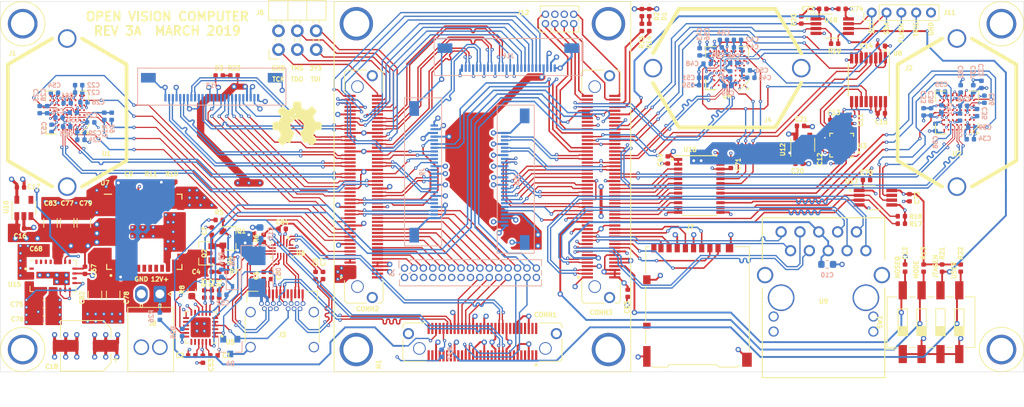
<source format=kicad_pcb>
(kicad_pcb (version 20191123) (host pcbnew "5.99.0-unknown-8bd2765~100~ubuntu18.04.1")
  (layers (0 "F.Cu" signal) (1 "In1.Cu" signal hide) (2 "In2.Cu" signal hide) (3 "In3.Cu" signal hide) (4 "In4.Cu" signal hide) (31 "B.Cu" signal) (34 "B.Paste" user) (35 "F.Paste" user) (36 "B.SilkS" user) (37 "F.SilkS" user) (38 "B.Mask" user) (39 "F.Mask" user) (44 "Edge.Cuts" user))
  (net 0 "")
  (net 1 "GND")
  (net 2 "Net-(U5-Pad20)")
  (net 3 "Net-(U5-Pad19)")
  (net 4 "Net-(U5-Pad15)")
  (net 5 "Net-(U5-Pad14)")
  (net 6 "Net-(U5-Pad11)")
  (net 7 "Net-(U5-Pad3)")
  (net 8 "/usb3/CONN_RX1+")
  (net 9 "/usb3/CONN_RX1-")
  (net 10 "/usb3/CONN_SBU2")
  (net 11 "/usb3/CONN_CC2")
  (net 12 "/usb3/CONN_TX2-")
  (net 13 "/usb3/CONN_TX2+")
  (net 14 "/usb3/CONN_VBUS")
  (net 15 "/usb3/CONN_RX2+")
  (net 16 "/usb3/CONN_SBU1")
  (net 17 "/usb3/CONN_RX2-")
  (net 18 "/usb3/CONN_CC1")
  (net 19 "/usb3/CONN_TX1-")
  (net 20 "/usb3/CONN_TX1+")
  (net 21 "+3V3")
  (net 22 "/usb3/2V7")
  (net 23 "/usb3/1V2")
  (net 24 "/usb3/RESET")
  (net 25 "Net-(C3-Pad1)")
  (net 26 "Net-(C4-Pad2)")
  (net 27 "VBUS")
  (net 28 "/usb3/GATES")
  (net 29 "Net-(R5-Pad2)")
  (net 30 "/usb3/ABSIDE")
  (net 31 "/usb3/DISCH")
  (net 32 "Net-(C9-Pad1)")
  (net 33 "Net-(R10-Pad1)")
  (net 34 "Net-(R11-Pad1)")
  (net 35 "/usb3/PH")
  (net 36 "Net-(U7-Pad25)")
  (net 37 "Net-(U7-Pad24)")
  (net 38 "Net-(U7-Pad30)")
  (net 39 "Net-(U7-Pad9)")
  (net 40 "Net-(U7-Pad8)")
  (net 41 "Net-(U7-Pad7)")
  (net 42 "Net-(U7-Pad6)")
  (net 43 "Net-(U7-Pad5)")
  (net 44 "Net-(U7-Pad4)")
  (net 45 "Net-(U1-PadG9)")
  (net 46 "Net-(U1-PadE9)")
  (net 47 "Net-(U1-PadF5)")
  (net 48 "Net-(U1-PadE5)")
  (net 49 "Net-(U1-PadF4)")
  (net 50 "Net-(U1-PadE4)")
  (net 51 "Net-(U1-PadD4)")
  (net 52 "Net-(U1-PadF3)")
  (net 53 "Net-(U1-PadD3)")
  (net 54 "Net-(U1-PadC3)")
  (net 55 "Net-(U1-PadE2)")
  (net 56 "Net-(U1-PadD2)")
  (net 57 "Net-(U1-PadE1)")
  (net 58 "Net-(U1-PadD1)")
  (net 59 "Net-(U1-PadC1)")
  (net 60 "Net-(U2-PadG9)")
  (net 61 "Net-(U2-PadE9)")
  (net 62 "Net-(U2-PadF5)")
  (net 63 "Net-(U2-PadE5)")
  (net 64 "Net-(U2-PadF4)")
  (net 65 "Net-(U2-PadE4)")
  (net 66 "Net-(U2-PadD4)")
  (net 67 "Net-(U2-PadF3)")
  (net 68 "Net-(U2-PadD3)")
  (net 69 "Net-(U2-PadC3)")
  (net 70 "Net-(U2-PadE2)")
  (net 71 "Net-(U2-PadD2)")
  (net 72 "Net-(U2-PadE1)")
  (net 73 "Net-(U2-PadD1)")
  (net 74 "Net-(U2-PadC1)")
  (net 75 "Net-(M1-PadJB3.14)")
  (net 76 "Net-(M1-PadJB3.16)")
  (net 77 "Net-(M1-PadJB3.25)")
  (net 78 "Net-(M1-PadJB3.27)")
  (net 79 "Net-(M1-PadJB3.9)")
  (net 80 "Net-(M1-PadJB3.59)")
  (net 81 "Net-(M1-PadJB3.2)")
  (net 82 "Net-(M1-PadJB3.4)")
  (net 83 "Net-(M1-PadJB3.26)")
  (net 84 "Net-(M1-PadJB3.28)")
  (net 85 "Net-(M1-PadJB3.32)")
  (net 86 "Net-(M1-PadJB3.34)")
  (net 87 "Net-(M1-PadJB3.53)")
  (net 88 "Net-(M1-PadJB3.57)")
  (net 89 "Net-(M1-PadJB3.31)")
  (net 90 "Net-(M1-PadJB3.33)")
  (net 91 "Net-(M1-PadJB3.52)")
  (net 92 "Net-(M1-PadJB3.13)")
  (net 93 "Net-(M1-PadJB3.15)")
  (net 94 "Net-(M1-PadJB3.7)")
  (net 95 "Net-(M1-PadJB3.49)")
  (net 96 "Net-(M1-PadJB3.51)")
  (net 97 "Net-(M1-PadJB3.54)")
  (net 98 "Net-(M1-PadJB3.56)")
  (net 99 "Net-(M1-PadJB3.3)")
  (net 100 "Net-(M1-PadJB3.1)")
  (net 101 "Net-(M1-PadJB3.41)")
  (net 102 "Net-(M1-PadJB3.43)")
  (net 103 "Net-(M1-PadJB2.2)")
  (net 104 "Net-(M1-PadJB2.4)")
  (net 105 "Net-(M1-PadJB2.30)")
  (net 106 "Net-(M1-PadJB2.20)")
  (net 107 "Net-(U3-Pad21)")
  (net 108 "Net-(U3-Pad7)")
  (net 109 "Net-(U3-Pad1)")
  (net 110 "Net-(U4-PadG9)")
  (net 111 "Net-(U4-PadE9)")
  (net 112 "Net-(U4-PadF5)")
  (net 113 "Net-(U4-PadE5)")
  (net 114 "Net-(U4-PadF4)")
  (net 115 "Net-(U4-PadE4)")
  (net 116 "Net-(U4-PadD4)")
  (net 117 "Net-(U4-PadF3)")
  (net 118 "Net-(U4-PadD3)")
  (net 119 "Net-(U4-PadC3)")
  (net 120 "Net-(U4-PadE2)")
  (net 121 "Net-(U4-PadD2)")
  (net 122 "Net-(U4-PadE1)")
  (net 123 "Net-(U4-PadD1)")
  (net 124 "Net-(U4-PadC1)")
  (net 125 "+1V8")
  (net 126 "ETH_VCC")
  (net 127 "SD_DAT1")
  (net 128 "SD_DAT0")
  (net 129 "SD_CLK")
  (net 130 "SD_CMD")
  (net 131 "SD_DAT3")
  (net 132 "SD_DAT2")
  (net 133 "PHY_MDI1_N")
  (net 134 "PHY_MDI0_P")
  (net 135 "PHY_MDI2_N")
  (net 136 "PHY_MDI0_N")
  (net 137 "PHY_MDI3_N")
  (net 138 "PHY_MDI3_P")
  (net 139 "PHY_MDI1_P")
  (net 140 "PHY_MDI2_P")
  (net 141 "USB2_D+")
  (net 142 "USB2_D-")
  (net 143 "CAM0_D0-")
  (net 144 "CAM0_D0+")
  (net 145 "CAM0_CLK-")
  (net 146 "CAM0_CLK+")
  (net 147 "CAM0_D1-")
  (net 148 "CAM0_D1+")
  (net 149 "CAM1_D0-")
  (net 150 "CAM1_D0+")
  (net 151 "CAM1_CLK-")
  (net 152 "CAM1_CLK+")
  (net 153 "CAM1_D1-")
  (net 154 "CAM1_D1+")
  (net 155 "CAM2_D0-")
  (net 156 "CAM2_D0+")
  (net 157 "CAM2_CLK-")
  (net 158 "CAM2_CLK+")
  (net 159 "CAM2_D1-")
  (net 160 "CAM2_D1+")
  (net 161 "Net-(C13-Pad1)")
  (net 162 "Net-(U10-Pad4)")
  (net 163 "Net-(U12-Pad4)")
  (net 164 "/imagers/CAM0_2V8")
  (net 165 "/imagers/CAM1_2V8")
  (net 166 "USB3_RX+")
  (net 167 "USB3_RX-")
  (net 168 "USB3_TX+")
  (net 169 "USB3_TX-")
  (net 170 "/usb3/PWGND")
  (net 171 "JTAG_TCK")
  (net 172 "JTAG_TDO")
  (net 173 "JTAG_TDI")
  (net 174 "JTAG_TMS")
  (net 175 "Net-(D1-Pad2)")
  (net 176 "Net-(D2-Pad2)")
  (net 177 "LED0")
  (net 178 "LED1")
  (net 179 "GPIO12")
  (net 180 "GPIO11")
  (net 181 "GPIO10")
  (net 182 "GPIO9")
  (net 183 "GPIO8")
  (net 184 "GPIO7")
  (net 185 "GPIO6")
  (net 186 "GPIO5")
  (net 187 "GPIO4")
  (net 188 "GPIO3")
  (net 189 "GPIO2")
  (net 190 "GPIO1")
  (net 191 "Net-(U3-Pad2)")
  (net 192 "Net-(U3-Pad3)")
  (net 193 "Net-(U3-Pad4)")
  (net 194 "Net-(U3-Pad5)")
  (net 195 "Net-(U3-Pad6)")
  (net 196 "Net-(U3-Pad14)")
  (net 197 "Net-(U3-Pad15)")
  (net 198 "Net-(U3-Pad16)")
  (net 199 "Net-(U3-Pad17)")
  (net 200 "Net-(U3-Pad19)")
  (net 201 "/usb3/T2-")
  (net 202 "/usb3/T1-")
  (net 203 "/usb3/T2+")
  (net 204 "/usb3/T1+")
  (net 205 "Net-(J7-Pad10)")
  (net 206 "Net-(J7-Pad9)")
  (net 207 "Net-(U1-PadA7)")
  (net 208 "Net-(U1-PadC4)")
  (net 209 "Net-(U1-PadB1)")
  (net 210 "Net-(U2-PadA7)")
  (net 211 "Net-(U2-PadC4)")
  (net 212 "Net-(U2-PadB1)")
  (net 213 "Net-(U4-PadA7)")
  (net 214 "Net-(U4-PadC4)")
  (net 215 "Net-(U4-PadB1)")
  (net 216 "+1V2")
  (net 217 "BONUS1_TRIGGER")
  (net 218 "BONUS1_RESET")
  (net 219 "BONUS1_FLASH")
  (net 220 "BONUS1_SDA1")
  (net 221 "BONUS1_SCL1")
  (net 222 "BONUS1_SDA0")
  (net 223 "BONUS1_SCL0")
  (net 224 "BONUS1_EXTCLK")
  (net 225 "BONUS1_DAT1-")
  (net 226 "BONUS1_DAT1+")
  (net 227 "BONUS1_CLK1-")
  (net 228 "BONUS1_CLK1+")
  (net 229 "BONUS1_DAT0-")
  (net 230 "BONUS1_DAT0+")
  (net 231 "BONUS1_CLK0-")
  (net 232 "BONUS1_CLK0+")
  (net 233 "BONUS2_TRIGGER")
  (net 234 "BONUS2_RESET")
  (net 235 "BONUS2_FLASH")
  (net 236 "BONUS2_SDA1")
  (net 237 "BONUS2_SCL1")
  (net 238 "BONUS2_SDA0")
  (net 239 "BONUS2_SCL0")
  (net 240 "BONUS2_EXTCLK")
  (net 241 "BONUS2_DAT1-")
  (net 242 "BONUS2_DAT1+")
  (net 243 "BONUS2_CLK1-")
  (net 244 "BONUS2_CLK1+")
  (net 245 "BONUS2_DAT0-")
  (net 246 "BONUS2_DAT0+")
  (net 247 "BONUS2_CLK0-")
  (net 248 "BONUS2_CLK0+")
  (net 249 "Net-(M1-PadJB2.13)")
  (net 250 "Net-(M1-PadJB3.58)")
  (net 251 "Net-(M1-PadJB3.60)")
  (net 252 "CAM0_SDA_1V8")
  (net 253 "CAM0_SCL_1V8")
  (net 254 "CAM1_SCL_1V8")
  (net 255 "CAM1_SDA_1V8")
  (net 256 "CAM2_SCL_1V8")
  (net 257 "CAM2_SDA_1V8")
  (net 258 "/te0820/CAM1_EXTCLK_1V2")
  (net 259 "/te0820/CAM1_SDA_1V2")
  (net 260 "/te0820/CAM1_SCL_1V2")
  (net 261 "/te0820/CAM2_SDA_1V2")
  (net 262 "/te0820/CAM2_SCL_1V2")
  (net 263 "CAM1_EXTCLK_1V8")
  (net 264 "CAM2_EXTCLK_1V8")
  (net 265 "/te0820/CAM2_EXTCLK_1V2")
  (net 266 "/te0820/CAM1_TRIG_1V2")
  (net 267 "/te0820/CAM1_nRESET_1V2")
  (net 268 "CAM0_nRESET_1V8")
  (net 269 "CAM0_EXTCLK_1V8")
  (net 270 "CAM0_TRIG_1V8")
  (net 271 "CAM1_TRIG_1V8")
  (net 272 "CAM1_nRESET_1V8")
  (net 273 "CAM2_TRIG_1V8")
  (net 274 "CAM2_nRESET_1V8")
  (net 275 "/te0820/CAM2_TRIG_1V2")
  (net 276 "/te0820/CAM2_nRESET_1V2")
  (net 277 "Net-(U1-PadF6)")
  (net 278 "Net-(U2-PadF6)")
  (net 279 "ICM_SPI_MISO_1V8")
  (net 280 "ICM_SPI_CLK_1V8")
  (net 281 "ICM_SPI_CS_1V8")
  (net 282 "ICM_IMU_INT1_1V8")
  (net 283 "ICM_IMU_SYNC_1V8")
  (net 284 "ICM_SPI_MOSI_1V8")
  (net 285 "/te0820/ICM_SPI_CLK_1V2")
  (net 286 "/te0820/ICM_SPI_CS_1V2")
  (net 287 "CAM2_FLASH_1V8")
  (net 288 "/te0820/ICM_IMU_INT1_1V2")
  (net 289 "/te0820/ICM_SPI_MISO_1V2")
  (net 290 "/te0820/ICM_SPI_SYNC_1V2")
  (net 291 "/te0820/ICM_SPI_MOSI_1V2")
  (net 292 "/te0820/JTAGEN")
  (net 293 "/te0820/MODE")
  (net 294 "USB_SCL")
  (net 295 "USB_SDA")
  (net 296 "Net-(U15-Pad1)")
  (net 297 "Net-(U15-Pad22)")
  (net 298 "Net-(U15-Pad14)")
  (net 299 "Net-(U15-Pad17)")
  (net 300 "Net-(U15-Pad21)")
  (net 301 "Net-(U15-Pad23)")
  (net 302 "Net-(U15-Pad24)")
  (net 303 "3V3_VOUT")
  (net 304 "ROOT_TX")
  (net 305 "ROOT_RX")
  (net 306 "Net-(M1-PadJB1.87)")
  (net 307 "VCC_JTAG")
  (net 308 "/te0820/NOSEQ")
  (net 309 "Net-(M1-PadJB3.10)")
  (net 310 "Net-(M1-PadJB3.8)")
  (net 311 "Net-(U9-Pad13)")
  (net 312 "Net-(U9-Pad12)")
  (net 313 "Net-(M1-PadJB1.29)")
  (net 314 "Net-(M1-PadJB2.17)")
  (net 315 "BONUS3_TRIGGER")
  (net 316 "BONUS3_RESET")
  (net 317 "BONUS3_FLASH")
  (net 318 "BONUS3_SDA1")
  (net 319 "BONUS3_SCL1")
  (net 320 "BONUS3_SDA0")
  (net 321 "BONUS3_SCL0")
  (net 322 "BONUS3_EXTCLK")
  (net 323 "BONUS3_DAT1-")
  (net 324 "BONUS3_DAT1+")
  (net 325 "BONUS3_CLK1-")
  (net 326 "BONUS3_CLK1+")
  (net 327 "BONUS3_DAT0-")
  (net 328 "BONUS3_DAT0+")
  (net 329 "BONUS3_CLK0-")
  (net 330 "BONUS3_CLK0+")
  (net 331 "BONUS4_TRIGGER")
  (net 332 "BONUS4_RESET")
  (net 333 "BONUS4_FLASH")
  (net 334 "BONUS4_SDA1")
  (net 335 "BONUS4_SCL1")
  (net 336 "BONUS4_SDA0")
  (net 337 "BONUS4_SCL0")
  (net 338 "BONUS4_EXTCLK")
  (net 339 "BONUS4_DAT1-")
  (net 340 "BONUS4_DAT1+")
  (net 341 "BONUS4_CLK1-")
  (net 342 "BONUS4_CLK1+")
  (net 343 "BONUS4_DAT0-")
  (net 344 "BONUS4_DAT0+")
  (net 345 "BONUS4_CLK0-")
  (net 346 "BONUS4_CLK0+")
  (net 347 "Net-(M1-PadJB1.85)")
  (net 348 "GPIO17")
  (net 349 "GPIO16")
  (net 350 "GPIO15")
  (net 351 "GPIO14")
  (net 352 "GPIO13")
  (net 353 "GPIO0")
  (net 354 "Net-(M1-PadJB1.80)")
  (net 355 "/te0820/DIPSWITCH")
  (net 356 "Net-(D3-Pad2)")
  (net 357 "AUX5")
  (net 358 "AUX2")
  (net 359 "AUX4")
  (net 360 "AUX1")
  (net 361 "AUX3")
  (net 362 "AUX0")
  (net 363 "Net-(C52-Pad1)")
  (net 364 "Net-(R25-Pad2)")
  (module "Resistor_SMD:R_0402_1005Metric" (layer "B.Cu") (at 138.5 117.5 90)
    (fp_text reference "R27" (at 0 1.17 90) (layer "B.SilkS") (effects (font (size 0.6 0.6)) (justify mirror)))
    (fp_text value "1k")
    (pad "2" smd roundrect (at 0.485 0 90) (size 0.59 0.64) (layers "B.Cu" "B.Paste" "B.Mask") (net 91 "Net-(M1-PadJB3.52)"))
    (pad "1" smd roundrect (at -0.485 0 90) (size 0.59 0.64) (layers "B.Cu" "B.Paste" "B.Mask") (net 21 "+3V3"))
  )
  (module "Resistor_SMD:R_0402_1005Metric" (layer "B.Cu") (at 100.5 112.5 -90)
    (fp_text reference "R26" (at 0 1.17 -90) (layer "B.SilkS") (effects (font (size 0.6 0.6)) (justify mirror)))
    (fp_text value "10k")
    (pad "2" smd roundrect (at 0.485 0 270) (size 0.59 0.64) (layers "B.Cu" "B.Paste" "B.Mask") (net 98 "Net-(M1-PadJB3.56)"))
    (pad "1" smd roundrect (at -0.485 0 270) (size 0.59 0.64) (layers "B.Cu" "B.Paste" "B.Mask") (net 27 "VBUS"))
  )
  (module "Capacitor_SMD:C_0402_1005Metric" (layer "F.Cu") (at 85.8 103.4 180)
    (fp_text reference "C68" (at 2 0 180) (layer "F.SilkS") (effects (font (size 0.6 0.6))))
    (fp_text value "10u")
    (pad "2" smd roundrect (at 0.485 0 180) (size 0.59 0.64) (layers "F.Cu" "F.Paste" "F.Mask") (net 1 "GND"))
    (pad "1" smd roundrect (at -0.485 0 180) (size 0.59 0.64) (layers "F.Cu" "F.Paste" "F.Mask") (net 21 "+3V3"))
  )
  (module "Capacitor_SMD:C_0603_1608Metric" (layer "B.Cu") (at 114 101.3 90)
    (fp_text reference "C19" (at 0 1.43 90) (layer "B.SilkS") (effects (font (size 0.6 0.6)) (justify mirror)))
    (fp_text value "4u7")
    (pad "2" smd roundrect (at 0.7875 0 90) (size 0.875 0.95) (layers "B.Cu" "B.Paste" "B.Mask") (net 1 "GND"))
    (pad "1" smd roundrect (at -0.7875 0 90) (size 0.875 0.95) (layers "B.Cu" "B.Paste" "B.Mask") (net 14 "/usb3/CONN_VBUS"))
  )
  (module "Connector_PinHeader_2.54mm:PinHeader_2x03_P2.54mm_Horizontal" (layer "F.Cu") (at 116.5 76.5 90)
    (fp_text reference "J6" (at 5 -2.5 180) (layer "F.SilkS") (effects (font (size 0.6 0.6))))
    (fp_text value "JTAG")
    (pad "6" thru_hole oval (at 2.54 5.08 90) (size 1.7 1.7) (drill 1) (layers *.Cu *.Mask) (net 307 "VCC_JTAG"))
    (pad "5" thru_hole oval (at 0 5.08 90) (size 1.7 1.7) (drill 1) (layers *.Cu *.Mask) (net 173 "JTAG_TDI"))
    (pad "4" thru_hole oval (at 2.54 2.54 90) (size 1.7 1.7) (drill 1) (layers *.Cu *.Mask) (net 174 "JTAG_TMS"))
    (pad "3" thru_hole oval (at 0 2.54 90) (size 1.7 1.7) (drill 1) (layers *.Cu *.Mask) (net 172 "JTAG_TDO"))
    (pad "2" thru_hole oval (at 2.54 0 90) (size 1.7 1.7) (drill 1) (layers *.Cu *.Mask) (net 1 "GND"))
    (pad "1" thru_hole circle (at 0 0 90) (size 1.7 1.7) (drill 1) (layers *.Cu *.Mask) (net 171 "JTAG_TCK"))
  )
  (module "Diode_SMD:D_SOD-323" (layer "B.Cu") (at 110.3 107.4 90)
    (fp_text reference "D6" (at 2.2 0 90) (layer "B.SilkS") (effects (font (size 0.6 0.6)) (justify mirror)))
    (fp_text value "SDMK0340L-7-F")
    (pad "2" smd rect (at 1.05 0 90) (size 0.6 0.45) (layers "B.Cu" "B.Paste" "B.Mask") (net 14 "/usb3/CONN_VBUS"))
    (pad "1" smd rect (at -1.05 0 90) (size 0.6 0.45) (layers "B.Cu" "B.Paste" "B.Mask") (net 363 "Net-(C52-Pad1)"))
  )
  (module "Resistor_SMD:R_0402_1005Metric" (layer "B.Cu") (at 103.5 114.7 -90)
    (fp_text reference "R25" (at 0 1.17 -90) (layer "B.SilkS") (effects (font (size 0.6 0.6)) (justify mirror)))
    (fp_text value "1k")
    (pad "2" smd roundrect (at 0.485 0 270) (size 0.59 0.64) (layers "B.Cu" "B.Paste" "B.Mask") (net 364 "Net-(R25-Pad2)"))
    (pad "1" smd roundrect (at -0.485 0 270) (size 0.59 0.64) (layers "B.Cu" "B.Paste" "B.Mask") (net 363 "Net-(C52-Pad1)"))
  )
  (module "Resistor_SMD:R_0402_1005Metric" (layer "B.Cu") (at 108.8 106.7 -90)
    (fp_text reference "R24" (at -2 0 -90) (layer "B.SilkS") (effects (font (size 0.6 0.6)) (justify mirror)))
    (fp_text value "470")
    (pad "2" smd roundrect (at 0.485 0 270) (size 0.59 0.64) (layers "B.Cu" "B.Paste" "B.Mask") (net 363 "Net-(C52-Pad1)"))
    (pad "1" smd roundrect (at -0.485 0 270) (size 0.59 0.64) (layers "B.Cu" "B.Paste" "B.Mask") (net 14 "/usb3/CONN_VBUS"))
  )
  (module "Capacitor_SMD:C_0402_1005Metric" (layer "B.Cu") (at 109 109.6 180)
    (fp_text reference "C52" (at 0 -1.1 180) (layer "B.SilkS") (effects (font (size 0.6 0.6)) (justify mirror)))
    (fp_text value "1u")
    (pad "2" smd roundrect (at 0.485 0 180) (size 0.59 0.64) (layers "B.Cu" "B.Paste" "B.Mask") (net 1 "GND"))
    (pad "1" smd roundrect (at -0.485 0 180) (size 0.59 0.64) (layers "B.Cu" "B.Paste" "B.Mask") (net 363 "Net-(C52-Pad1)"))
  )
  (module "Diode_SMD:D_SMB" (layer "B.Cu") (at 113.6 106.5 -90)
    (fp_text reference "D5" (at 0 -2.9 -90) (layer "B.SilkS") (effects (font (size 0.6 0.6)) (justify mirror)))
    (fp_text value "SMBJ22A")
    (pad "2" smd rect (at 2.15 0 270) (size 2.5 2.3) (layers "B.Cu" "B.Paste" "B.Mask") (net 1 "GND"))
    (pad "1" smd rect (at -2.15 0 270) (size 2.5 2.3) (layers "B.Cu" "B.Paste" "B.Mask") (net 14 "/usb3/CONN_VBUS"))
  )
  (module "Package_TO_SOT_SMD:SOT-23" (layer "B.Cu") (at 110 116.6 -90)
    (fp_text reference "D4" (at 2.3 0) (layer "B.SilkS") (effects (font (size 0.6 0.6)) (justify mirror)))
    (fp_text value "ESDA25W")
    (pad "3" smd rect (at 1 0 270) (size 0.9 0.8) (layers "B.Cu" "B.Paste" "B.Mask") (net 1 "GND"))
    (pad "2" smd rect (at -1 -0.95 270) (size 0.9 0.8) (layers "B.Cu" "B.Paste" "B.Mask") (net 11 "/usb3/CONN_CC2"))
    (pad "1" smd rect (at -1 0.95 270) (size 0.9 0.8) (layers "B.Cu" "B.Paste" "B.Mask") (net 18 "/usb3/CONN_CC1"))
  )
  (module "Capacitor_SMD:CP_Elec_6.3x7.7" (layer "F.Cu") (at 90.5 116.5 180)
    (fp_text reference "C18" (at 4.6 -2.8 180) (layer "F.SilkS") (effects (font (size 0.6 0.6))))
    (fp_text value "680u")
    (pad "2" smd roundrect (at 2.7 0 180) (size 3.5 1.6) (layers "F.Cu" "F.Paste" "F.Mask") (roundrect_rratio 0.15625) (net 1 "GND"))
    (pad "1" smd roundrect (at -2.7 0 180) (size 3.5 1.6) (layers "F.Cu" "F.Paste" "F.Mask") (roundrect_rratio 0.15625) (net 21 "+3V3"))
  )
  (module "Trenz:TE0820" (layer "F.Cu") (at 144 95 90)
    (fp_text reference "M1" (at -24 -14 90) (layer "F.SilkS") (effects (font (size 0.6 0.6))))
    (fp_text value "TE0820")
    (pad "MNT" thru_hole circle (at -22 17 90) (size 4.5 4.5) (drill 3.5) (layers *.Cu *.Mask))
    (pad "MNT" thru_hole circle (at -22 -17 90) (size 4.5 4.5) (drill 3.5) (layers *.Cu *.Mask))
    (pad "MNT" thru_hole circle (at 22 -17 90) (size 4.5 4.5) (drill 3.5) (layers *.Cu *.Mask))
    (pad "MNT" thru_hole circle (at 22 17 90) (size 4.5 4.5) (drill 3.5) (layers *.Cu *.Mask))
    (pad "JB1.52" smd rect (at 0.25 17.85 90) (size 0.3 1.5) (layers "F.Cu" "F.Paste" "F.Mask") (net 275 "/te0820/CAM2_TRIG_1V2"))
    (pad "JB1.54" smd rect (at 0.75 17.85 90) (size 0.3 1.5) (layers "F.Cu" "F.Paste" "F.Mask") (net 1 "GND"))
    (pad "JB1.15" smd rect (at -8.75 14.15 90) (size 0.3 1.5) (layers "F.Cu" "F.Paste" "F.Mask") (net 140 "PHY_MDI2_P"))
    (pad "JB1.51" smd rect (at 0.25 14.15 90) (size 0.3 1.5) (layers "F.Cu" "F.Paste" "F.Mask") (net 236 "BONUS2_SDA1"))
    (pad "JB1.59" smd rect (at 2.25 14.15 90) (size 0.3 1.5) (layers "F.Cu" "F.Paste" "F.Mask") (net 239 "BONUS2_SCL0"))
    (pad "JB1.77" smd rect (at 6.75 14.15 90) (size 0.3 1.5) (layers "F.Cu" "F.Paste" "F.Mask") (net 288 "/te0820/ICM_IMU_INT1_1V2"))
    (pad "JB1.49" smd rect (at -0.25 14.15 90) (size 0.3 1.5) (layers "F.Cu" "F.Paste" "F.Mask") (net 235 "BONUS2_FLASH"))
    (pad "JB1.94" smd rect (at 10.75 17.85 90) (size 0.3 1.5) (layers "F.Cu" "F.Paste" "F.Mask") (net 177 "LED0"))
    (pad "JB1.41" smd rect (at -2.25 14.15 90) (size 0.3 1.5) (layers "F.Cu" "F.Paste" "F.Mask") (net 243 "BONUS2_CLK1-"))
    (pad "JB1.63" smd rect (at 3.25 14.15 90) (size 0.3 1.5) (layers "F.Cu" "F.Paste" "F.Mask") (net 1 "GND"))
    (pad "JB1.78" smd rect (at 6.75 17.85 90) (size 0.3 1.5) (layers "F.Cu" "F.Paste" "F.Mask") (net 290 "/te0820/ICM_SPI_SYNC_1V2"))
    (pad "JB1.76" smd rect (at 6.25 17.85 90) (size 0.3 1.5) (layers "F.Cu" "F.Paste" "F.Mask") (net 291 "/te0820/ICM_SPI_MOSI_1V2"))
    (pad "JB1.22" smd rect (at -7.25 17.85 90) (size 0.3 1.5) (layers "F.Cu" "F.Paste" "F.Mask") (net 127 "SD_DAT1"))
    (pad "JB1.4" smd rect (at -11.75 17.85 90) (size 0.3 1.5) (layers "F.Cu" "F.Paste" "F.Mask") (net 21 "+3V3"))
    (pad "JB1.9" smd rect (at -10.25 14.15 90) (size 0.3 1.5) (layers "F.Cu" "F.Paste" "F.Mask") (net 139 "PHY_MDI1_P"))
    (pad "JB1.20" smd rect (at -7.75 17.85 90) (size 0.3 1.5) (layers "F.Cu" "F.Paste" "F.Mask") (net 132 "SD_DAT2"))
    (pad "JB1.100" smd rect (at 12.25 17.85 90) (size 0.3 1.5) (layers "F.Cu" "F.Paste" "F.Mask") (net 357 "AUX5"))
    (pad "JB1.43" smd rect (at -1.75 14.15 90) (size 0.3 1.5) (layers "F.Cu" "F.Paste" "F.Mask") (net 1 "GND"))
    (pad "JB1.37" smd rect (at -3.25 14.15 90) (size 0.3 1.5) (layers "F.Cu" "F.Paste" "F.Mask") (net 234 "BONUS2_RESET"))
    (pad "JB1.21" smd rect (at -7.25 14.15 90) (size 0.3 1.5) (layers "F.Cu" "F.Paste" "F.Mask") (net 138 "PHY_MDI3_P"))
    (pad "JB1.88" smd rect (at 9.25 17.85 90) (size 0.3 1.5) (layers "F.Cu" "F.Paste" "F.Mask") (net 295 "USB_SDA"))
    (pad "" thru_hole circle (at -13.5 15.15 90) (size 1.7 1.7) (drill 1.45) (layers *.Cu *.Mask))
    (pad "JB1.48" smd rect (at -0.75 17.85 90) (size 0.3 1.5) (layers "F.Cu" "F.Paste" "F.Mask") (net 276 "/te0820/CAM2_nRESET_1V2"))
    (pad "JB1.6" smd rect (at -11.25 17.85 90) (size 0.3 1.5) (layers "F.Cu" "F.Paste" "F.Mask") (net 21 "+3V3"))
    (pad "JB1.61" smd rect (at 2.75 14.15 90) (size 0.3 1.5) (layers "F.Cu" "F.Paste" "F.Mask") (net 240 "BONUS2_EXTCLK"))
    (pad "JB1.86" smd rect (at 8.75 17.85 90) (size 0.3 1.5) (layers "F.Cu" "F.Paste" "F.Mask") (net 304 "ROOT_TX"))
    (pad "JB1.92" smd rect (at 10.25 17.85 90) (size 0.3 1.5) (layers "F.Cu" "F.Paste" "F.Mask") (net 294 "USB_SCL"))
    (pad "JB1.30" smd rect (at -5.25 17.85 90) (size 0.3 1.5) (layers "F.Cu" "F.Paste" "F.Mask") (net 1 "GND"))
    (pad "JB1.14" smd rect (at -9.25 17.85 90) (size 0.3 1.5) (layers "F.Cu" "F.Paste" "F.Mask") (net 21 "+3V3"))
    (pad "JB1.40" smd rect (at -2.75 17.85 90) (size 0.3 1.5) (layers "F.Cu" "F.Paste" "F.Mask") (net 125 "+1V8"))
    (pad "JB1.65" smd rect (at 3.75 14.15 90) (size 0.3 1.5) (layers "F.Cu" "F.Paste" "F.Mask") (net 247 "BONUS2_CLK0-"))
    (pad "JB1.60" smd rect (at 2.25 17.85 90) (size 0.3 1.5) (layers "F.Cu" "F.Paste" "F.Mask") (net 245 "BONUS2_DAT0-"))
    (pad "JB1.97" smd rect (at 11.75 14.15 90) (size 0.3 1.5) (layers "F.Cu" "F.Paste" "F.Mask") (net 358 "AUX2"))
    (pad "JB1.89" smd rect (at 9.75 14.15 90) (size 0.3 1.5) (layers "F.Cu" "F.Paste" "F.Mask") (net 1 "GND"))
    (pad "JB1.47" smd rect (at -0.75 14.15 90) (size 0.3 1.5) (layers "F.Cu" "F.Paste" "F.Mask") (net 242 "BONUS2_DAT1+"))
    (pad "JB1.29" smd rect (at -5.25 14.15 90) (size 0.3 1.5) (layers "F.Cu" "F.Paste" "F.Mask") (net 313 "Net-(M1-PadJB1.29)"))
    (pad "JB1.80" smd rect (at 7.25 17.85 90) (size 0.3 1.5) (layers "F.Cu" "F.Paste" "F.Mask") (net 354 "Net-(M1-PadJB1.80)"))
    (pad "JB1.23" smd rect (at -6.75 14.15 90) (size 0.3 1.5) (layers "F.Cu" "F.Paste" "F.Mask") (net 137 "PHY_MDI3_N"))
    (pad "JB1.18" smd rect (at -8.25 17.85 90) (size 0.3 1.5) (layers "F.Cu" "F.Paste" "F.Mask") (net 131 "SD_DAT3"))
    (pad "JB1.5" smd rect (at -11.25 14.15 90) (size 0.3 1.5) (layers "F.Cu" "F.Paste" "F.Mask") (net 136 "PHY_MDI0_N"))
    (pad "JB1.24" smd rect (at -6.75 17.85 90) (size 0.3 1.5) (layers "F.Cu" "F.Paste" "F.Mask") (net 128 "SD_DAT0"))
    (pad "JB1.81" smd rect (at 7.75 14.15 90) (size 0.3 1.5) (layers "F.Cu" "F.Paste" "F.Mask") (net 360 "AUX1"))
    (pad "JB1.27" smd rect (at -5.75 14.15 90) (size 0.3 1.5) (layers "F.Cu" "F.Paste" "F.Mask") (net 21 "+3V3"))
    (pad "JB1.39" smd rect (at -2.75 14.15 90) (size 0.3 1.5) (layers "F.Cu" "F.Paste" "F.Mask") (net 244 "BONUS2_CLK1+"))
    (pad "JB1.1" smd rect (at -12.25 14.15 90) (size 0.3 1.5) (layers "F.Cu" "F.Paste" "F.Mask") (net 1 "GND"))
    (pad "JB1.75" smd rect (at 6.25 14.15 90) (size 0.3 1.5) (layers "F.Cu" "F.Paste" "F.Mask") (net 289 "/te0820/ICM_SPI_MISO_1V2"))
    (pad "SH" thru_hole circle (at 14.975 17.15 90) (size 1.5 1.5) (drill 1) (layers *.Cu *.Mask))
    (pad "JB1.32" smd rect (at -4.75 17.85 90) (size 0.3 1.5) (layers "F.Cu" "F.Paste" "F.Mask") (net 259 "/te0820/CAM1_SDA_1V2"))
    (pad "JB1.35" smd rect (at -3.75 14.15 90) (size 0.3 1.5) (layers "F.Cu" "F.Paste" "F.Mask") (net 233 "BONUS2_TRIGGER"))
    (pad "JB1.17" smd rect (at -8.25 14.15 90) (size 0.3 1.5) (layers "F.Cu" "F.Paste" "F.Mask") (net 135 "PHY_MDI2_N"))
    (pad "JB1.82" smd rect (at 7.75 17.85 90) (size 0.3 1.5) (layers "F.Cu" "F.Paste" "F.Mask") (net 261 "/te0820/CAM2_SDA_1V2"))
    (pad "JB1.79" smd rect (at 7.25 14.15 90) (size 0.3 1.5) (layers "F.Cu" "F.Paste" "F.Mask") (net 362 "AUX0"))
    (pad "JB1.46" smd rect (at -1.25 17.85 90) (size 0.3 1.5) (layers "F.Cu" "F.Paste" "F.Mask") (net 286 "/te0820/ICM_SPI_CS_1V2"))
    (pad "JB1.57" smd rect (at 1.75 14.15 90) (size 0.3 1.5) (layers "F.Cu" "F.Paste" "F.Mask") (net 238 "BONUS2_SDA0"))
    (pad "JB1.69" smd rect (at 4.75 14.15 90) (size 0.3 1.5) (layers "F.Cu" "F.Paste" "F.Mask") (net 218 "BONUS1_RESET"))
    (pad "JB1.28" smd rect (at -5.75 17.85 90) (size 0.3 1.5) (layers "F.Cu" "F.Paste" "F.Mask") (net 129 "SD_CLK"))
    (pad "JB1.13" smd rect (at -9.25 14.15 90) (size 0.3 1.5) (layers "F.Cu" "F.Paste" "F.Mask") (net 126 "ETH_VCC"))
    (pad "JB1.67" smd rect (at 4.25 14.15 90) (size 0.3 1.5) (layers "F.Cu" "F.Paste" "F.Mask") (net 248 "BONUS2_CLK0+"))
    (pad "JB1.87" smd rect (at 9.25 14.15 90) (size 0.3 1.5) (layers "F.Cu" "F.Paste" "F.Mask") (net 306 "Net-(M1-PadJB1.87)"))
    (pad "JB1.26" smd rect (at -6.25 17.85 90) (size 0.3 1.5) (layers "F.Cu" "F.Paste" "F.Mask") (net 130 "SD_CMD"))
    (pad "JB1.33" smd rect (at -4.25 14.15 90) (size 0.3 1.5) (layers "F.Cu" "F.Paste" "F.Mask") (net 1 "GND"))
    (pad "JB1.98" smd rect (at 11.75 17.85 90) (size 0.3 1.5) (layers "F.Cu" "F.Paste" "F.Mask") (net 359 "AUX4"))
    (pad "JB1.68" smd rect (at 4.25 17.85 90) (size 0.3 1.5) (layers "F.Cu" "F.Paste" "F.Mask") (net 156 "CAM2_D0+"))
    (pad "JB1.36" smd rect (at -3.75 17.85 90) (size 0.3 1.5) (layers "F.Cu" "F.Paste" "F.Mask") (net 266 "/te0820/CAM1_TRIG_1V2"))
    (pad "JB1.44" smd rect (at -1.75 17.85 90) (size 0.3 1.5) (layers "F.Cu" "F.Paste" "F.Mask") (net 285 "/te0820/ICM_SPI_CLK_1V2"))
    (pad "JB1.90" smd rect (at 9.75 17.85 90) (size 0.3 1.5) (layers "F.Cu" "F.Paste" "F.Mask") (net 292 "/te0820/JTAGEN"))
    (pad "JB1.25" smd rect (at -6.25 14.15 90) (size 0.3 1.5) (layers "F.Cu" "F.Paste" "F.Mask") (net 1 "GND"))
    (pad "JB1.8" smd rect (at -10.75 17.85 90) (size 0.3 1.5) (layers "F.Cu" "F.Paste" "F.Mask") (net 308 "/te0820/NOSEQ"))
    (pad "JB1.12" smd rect (at -9.75 17.85 90) (size 0.3 1.5) (layers "F.Cu" "F.Paste" "F.Mask") (net 216 "+1V2"))
    (pad "JB1.93" smd rect (at 10.75 14.15 90) (size 0.3 1.5) (layers "F.Cu" "F.Paste" "F.Mask") (net 157 "CAM2_CLK-"))
    (pad "JB1.62" smd rect (at 2.75 17.85 90) (size 0.3 1.5) (layers "F.Cu" "F.Paste" "F.Mask") (net 246 "BONUS2_DAT0+"))
    (pad "JB1.53" smd rect (at 0.75 14.15 90) (size 0.3 1.5) (layers "F.Cu" "F.Paste" "F.Mask") (net 1 "GND"))
    (pad "JB1.45" smd rect (at -1.25 14.15 90) (size 0.3 1.5) (layers "F.Cu" "F.Paste" "F.Mask") (net 241 "BONUS2_DAT1-"))
    (pad "JB1.2" smd rect (at -12.25 17.85 90) (size 0.3 1.5) (layers "F.Cu" "F.Paste" "F.Mask") (net 21 "+3V3"))
    (pad "JB1.85" smd rect (at 8.75 14.15 90) (size 0.3 1.5) (layers "F.Cu" "F.Paste" "F.Mask") (net 347 "Net-(M1-PadJB1.85)"))
    (pad "JB1.74" smd rect (at 5.75 17.85 90) (size 0.3 1.5) (layers "F.Cu" "F.Paste" "F.Mask") (net 1 "GND"))
    (pad "JB1.66" smd rect (at 3.75 17.85 90) (size 0.3 1.5) (layers "F.Cu" "F.Paste" "F.Mask") (net 155 "CAM2_D0-"))
    (pad "JB1.71" smd rect (at 5.25 14.15 90) (size 0.3 1.5) (layers "F.Cu" "F.Paste" "F.Mask") (net 219 "BONUS1_FLASH"))
    (pad "SH" thru_hole circle (at -14.975 17.15 90) (size 1.5 1.5) (drill 1) (layers *.Cu *.Mask))
    (pad "JB1.56" smd rect (at 1.25 17.85 90) (size 0.3 1.5) (layers "F.Cu" "F.Paste" "F.Mask") (net 149 "CAM1_D0-"))
    (pad "JB1.95" smd rect (at 11.25 14.15 90) (size 0.3 1.5) (layers "F.Cu" "F.Paste" "F.Mask") (net 158 "CAM2_CLK+"))
    (pad "JB1.10" smd rect (at -10.25 17.85 90) (size 0.3 1.5) (layers "F.Cu" "F.Paste" "F.Mask") (net 216 "+1V2"))
    (pad "JB1.34" smd rect (at -4.25 17.85 90) (size 0.3 1.5) (layers "F.Cu" "F.Paste" "F.Mask") (net 260 "/te0820/CAM1_SCL_1V2"))
    (pad "" thru_hole circle (at 13.5 15.15 90) (size 1.7 1.7) (drill 1.45) (layers *.Cu *.Mask))
    (pad "JB1.3" smd rect (at -11.75 14.15 90) (size 0.3 1.5) (layers "F.Cu" "F.Paste" "F.Mask") (net 134 "PHY_MDI0_P"))
    (pad "JB1.73" smd rect (at 5.75 14.15 90) (size 0.3 1.5) (layers "F.Cu" "F.Paste" "F.Mask") (net 1 "GND"))
    (pad "JB1.64" smd rect (at 3.25 17.85 90) (size 0.3 1.5) (layers "F.Cu" "F.Paste" "F.Mask") (net 1 "GND"))
    (pad "JB1.72" smd rect (at 5.25 17.85 90) (size 0.3 1.5) (layers "F.Cu" "F.Paste" "F.Mask") (net 151 "CAM1_CLK-"))
    (pad "JB1.99" smd rect (at 12.25 14.15 90) (size 0.3 1.5) (layers "F.Cu" "F.Paste" "F.Mask") (net 361 "AUX3"))
    (pad "JB1.38" smd rect (at -3.25 17.85 90) (size 0.3 1.5) (layers "F.Cu" "F.Paste" "F.Mask") (net 267 "/te0820/CAM1_nRESET_1V2"))
    (pad "JB1.55" smd rect (at 1.25 14.15 90) (size 0.3 1.5) (layers "F.Cu" "F.Paste" "F.Mask") (net 237 "BONUS2_SCL1"))
    (pad "JB1.96" smd rect (at 11.25 17.85 90) (size 0.3 1.5) (layers "F.Cu" "F.Paste" "F.Mask") (net 178 "LED1"))
    (pad "JB1.91" smd rect (at 10.25 14.15 90) (size 0.3 1.5) (layers "F.Cu" "F.Paste" "F.Mask") (net 305 "ROOT_RX"))
    (pad "JB1.70" smd rect (at 4.75 17.85 90) (size 0.3 1.5) (layers "F.Cu" "F.Paste" "F.Mask") (net 152 "CAM1_CLK+"))
    (pad "JB1.16" smd rect (at -8.75 17.85 90) (size 0.3 1.5) (layers "F.Cu" "F.Paste" "F.Mask") (net 21 "+3V3"))
    (pad "JB1.42" smd rect (at -2.25 17.85 90) (size 0.3 1.5) (layers "F.Cu" "F.Paste" "F.Mask") (net 258 "/te0820/CAM1_EXTCLK_1V2"))
    (pad "JB1.7" smd rect (at -10.75 14.15 90) (size 0.3 1.5) (layers "F.Cu" "F.Paste" "F.Mask") (net 1 "GND"))
    (pad "JB1.50" smd rect (at -0.25 17.85 90) (size 0.3 1.5) (layers "F.Cu" "F.Paste" "F.Mask") (net 265 "/te0820/CAM2_EXTCLK_1V2"))
    (pad "JB1.19" smd rect (at -7.75 14.15 90) (size 0.3 1.5) (layers "F.Cu" "F.Paste" "F.Mask") (net 1 "GND"))
    (pad "JB1.31" smd rect (at -4.75 14.15 90) (size 0.3 1.5) (layers "F.Cu" "F.Paste" "F.Mask") (net 293 "/te0820/MODE"))
    (pad "JB1.84" smd rect (at 8.25 17.85 90) (size 0.3 1.5) (layers "F.Cu" "F.Paste" "F.Mask") (net 262 "/te0820/CAM2_SCL_1V2"))
    (pad "JB1.58" smd rect (at 1.75 17.85 90) (size 0.3 1.5) (layers "F.Cu" "F.Paste" "F.Mask") (net 150 "CAM1_D0+"))
    (pad "JB1.11" smd rect (at -9.75 14.15 90) (size 0.3 1.5) (layers "F.Cu" "F.Paste" "F.Mask") (net 133 "PHY_MDI1_N"))
    (pad "JB1.83" smd rect (at 8.25 14.15 90) (size 0.3 1.5) (layers "F.Cu" "F.Paste" "F.Mask") (net 1 "GND"))
    (pad "JB2.68" smd rect (at 4.25 -14.15 90) (size 0.3 1.5) (layers "F.Cu" "F.Paste" "F.Mask") (net 220 "BONUS1_SDA1"))
    (pad "JB2.53" smd rect (at 0.75 -17.85 90) (size 0.3 1.5) (layers "F.Cu" "F.Paste" "F.Mask") (net 317 "BONUS3_FLASH"))
    (pad "JB2.20" smd rect (at -7.75 -14.15 90) (size 0.3 1.5) (layers "F.Cu" "F.Paste" "F.Mask") (net 106 "Net-(M1-PadJB2.20)"))
    (pad "JB2.43" smd rect (at -1.75 -17.85 90) (size 0.3 1.5) (layers "F.Cu" "F.Paste" "F.Mask") (net 229 "BONUS1_DAT0-"))
    (pad "JB2.99" smd rect (at 12.25 -17.85 90) (size 0.3 1.5) (layers "F.Cu" "F.Paste" "F.Mask") (net 331 "BONUS4_TRIGGER"))
    (pad "JB2.50" smd rect (at -0.25 -14.15 90) (size 0.3 1.5) (layers "F.Cu" "F.Paste" "F.Mask") (net 1 "GND"))
    (pad "JB2.39" smd rect (at -2.75 -17.85 90) (size 0.3 1.5) (layers "F.Cu" "F.Paste" "F.Mask") (net 1 "GND"))
    (pad "JB2.70" smd rect (at 4.75 -14.15 90) (size 0.3 1.5) (layers "F.Cu" "F.Paste" "F.Mask") (net 1 "GND"))
    (pad "JB2.59" smd rect (at 2.25 -17.85 90) (size 0.3 1.5) (layers "F.Cu" "F.Paste" "F.Mask") (net 1 "GND"))
    (pad "JB2.57" smd rect (at 1.75 -17.85 90) (size 0.3 1.5) (layers "F.Cu" "F.Paste" "F.Mask") (net 145 "CAM0_CLK-"))
    (pad "JB2.8" smd rect (at -10.75 -14.15 90) (size 0.3 1.5) (layers "F.Cu" "F.Paste" "F.Mask") (net 216 "+1V2"))
    (pad "JB2.55" smd rect (at 1.25 -17.85 90) (size 0.3 1.5) (layers "F.Cu" "F.Paste" "F.Mask") (net 146 "CAM0_CLK+"))
    (pad "JB2.5" smd rect (at -11.25 -17.85 90) (size 0.3 1.5) (layers "F.Cu" "F.Paste" "F.Mask") (net 21 "+3V3"))
    (pad "JB2.92" smd rect (at 10.25 -14.15 90) (size 0.3 1.5) (layers "F.Cu" "F.Paste" "F.Mask") (net 307 "VCC_JTAG"))
    (pad "JB2.49" smd rect (at -0.25 -17.85 90) (size 0.3 1.5) (layers "F.Cu" "F.Paste" "F.Mask") (net 1 "GND"))
    (pad "JB2.10" smd rect (at -10.25 -14.15 90) (size 0.3 1.5) (layers "F.Cu" "F.Paste" "F.Mask") (net 216 "+1V2"))
    (pad "JB2.1" smd rect (at -12.25 -17.85 90) (size 0.3 1.5) (layers "F.Cu" "F.Paste" "F.Mask") (net 21 "+3V3"))
    (pad "JB2.6" smd rect (at -11.25 -14.15 90) (size 0.3 1.5) (layers "F.Cu" "F.Paste" "F.Mask") (net 125 "+1V8"))
    (pad "JB2.48" smd rect (at -0.75 -14.15 90) (size 0.3 1.5) (layers "F.Cu" "F.Paste" "F.Mask") (net 225 "BONUS1_DAT1-"))
    (pad "JB2.75" smd rect (at 6.25 -17.85 90) (size 0.3 1.5) (layers "F.Cu" "F.Paste" "F.Mask") (net 325 "BONUS3_CLK1-"))
    (pad "JB2.34" smd rect (at -4.25 -14.15 90) (size 0.3 1.5) (layers "F.Cu" "F.Paste" "F.Mask") (net 182 "GPIO9"))
    (pad "JB2.27" smd rect (at -5.75 -17.85 90) (size 0.3 1.5) (layers "F.Cu" "F.Paste" "F.Mask") (net 270 "CAM0_TRIG_1V8"))
    (pad "JB2.97" smd rect (at 11.75 -17.85 90) (size 0.3 1.5) (layers "F.Cu" "F.Paste" "F.Mask") (net 343 "BONUS4_DAT0-"))
    (pad "JB2.46" smd rect (at -1.25 -14.15 90) (size 0.3 1.5) (layers "F.Cu" "F.Paste" "F.Mask") (net 226 "BONUS1_DAT1+"))
    (pad "JB2.79" smd rect (at 7.25 -17.85 90) (size 0.3 1.5) (layers "F.Cu" "F.Paste" "F.Mask") (net 1 "GND"))
    (pad "JB2.61" smd rect (at 2.75 -17.85 90) (size 0.3 1.5) (layers "F.Cu" "F.Paste" "F.Mask") (net 330 "BONUS3_CLK0+"))
    (pad "JB2.45" smd rect (at -1.25 -17.85 90) (size 0.3 1.5) (layers "F.Cu" "F.Paste" "F.Mask") (net 320 "BONUS3_SDA0"))
    (pad "JB2.91" smd rect (at 10.25 -17.85 90) (size 0.3 1.5) (layers "F.Cu" "F.Paste" "F.Mask") (net 332 "BONUS4_RESET"))
    (pad "JB2.9" smd rect (at -10.25 -17.85 90) (size 0.3 1.5) (layers "F.Cu" "F.Paste" "F.Mask") (net 303 "3V3_VOUT"))
    (pad "JB2.56" smd rect (at 1.25 -14.15 90) (size 0.3 1.5) (layers "F.Cu" "F.Paste" "F.Mask") (net 223 "BONUS1_SCL0"))
    (pad "JB2.17" smd rect (at -8.25 -17.85 90) (size 0.3 1.5) (layers "F.Cu" "F.Paste" "F.Mask") (net 314 "Net-(M1-PadJB2.17)"))
    (pad "JB2.32" smd rect (at -4.75 -14.15 90) (size 0.3 1.5) (layers "F.Cu" "F.Paste" "F.Mask") (net 183 "GPIO8"))
    (pad "JB2.62" smd rect (at 2.75 -14.15 90) (size 0.3 1.5) (layers "F.Cu" "F.Paste" "F.Mask") (net 228 "BONUS1_CLK1+"))
    (pad "SH" thru_hole circle (at 14.975 -14.85 90) (size 1.5 1.5) (drill 1) (layers *.Cu *.Mask))
    (pad "JB2.98" smd rect (at 11.75 -14.15 90) (size 0.3 1.5) (layers "F.Cu" "F.Paste" "F.Mask") (net 172 "JTAG_TDO"))
    (pad "JB2.42" smd rect (at -2.25 -14.15 90) (size 0.3 1.5) (layers "F.Cu" "F.Paste" "F.Mask") (net 217 "BONUS1_TRIGGER"))
    (pad "JB2.84" smd rect (at 8.25 -14.15 90) (size 0.3 1.5) (layers "F.Cu" "F.Paste" "F.Mask") (net 341 "BONUS4_CLK1-"))
    (pad "JB2.63" smd rect (at 3.25 -17.85 90) (size 0.3 1.5) (layers "F.Cu" "F.Paste" "F.Mask") (net 329 "BONUS3_CLK0-"))
    (pad "JB2.7" smd rect (at -10.75 -17.85 90) (size 0.3 1.5) (layers "F.Cu" "F.Paste" "F.Mask") (net 21 "+3V3"))
    (pad "JB2.23" smd rect (at -6.75 -17.85 90) (size 0.3 1.5) (layers "F.Cu" "F.Paste" "F.Mask") (net 252 "CAM0_SDA_1V8"))
    (pad "JB2.76" smd rect (at 6.25 -14.15 90) (size 0.3 1.5) (layers "F.Cu" "F.Paste" "F.Mask") (net 338 "BONUS4_EXTCLK"))
    (pad "JB2.85" smd rect (at 8.75 -17.85 90) (size 0.3 1.5) (layers "F.Cu" "F.Paste" "F.Mask") (net 336 "BONUS4_SDA0"))
    (pad "JB2.80" smd rect (at 7.25 -14.15 90) (size 0.3 1.5) (layers "F.Cu" "F.Paste" "F.Mask") (net 1 "GND"))
    (pad "JB2.95" smd rect (at 11.25 -17.85 90) (size 0.3 1.5) (layers "F.Cu" "F.Paste" "F.Mask") (net 344 "BONUS4_DAT0+"))
    (pad "JB2.69" smd rect (at 4.75 -17.85 90) (size 0.3 1.5) (layers "F.Cu" "F.Paste" "F.Mask") (net 1 "GND"))
    (pad "JB2.30" smd rect (at -5.25 -14.15 90) (size 0.3 1.5) (layers "F.Cu" "F.Paste" "F.Mask") (net 105 "Net-(M1-PadJB2.30)"))
    (pad "JB2.47" smd rect (at -0.75 -17.85 90) (size 0.3 1.5) (layers "F.Cu" "F.Paste" "F.Mask") (net 319 "BONUS3_SCL1"))
    (pad "JB2.4" smd rect (at -11.75 -14.15 90) (size 0.3 1.5) (layers "F.Cu" "F.Paste" "F.Mask") (net 104 "Net-(M1-PadJB2.4)"))
    (pad "JB2.18" smd rect (at -8.25 -14.15 90) (size 0.3 1.5) (layers "F.Cu" "F.Paste" "F.Mask") (net 188 "GPIO3"))
    (pad "JB2.81" smd rect (at 7.75 -17.85 90) (size 0.3 1.5) (layers "F.Cu" "F.Paste" "F.Mask") (net 324 "BONUS3_DAT1+"))
    (pad "JB2.31" smd rect (at -4.75 -17.85 90) (size 0.3 1.5) (layers "F.Cu" "F.Paste" "F.Mask") (net 322 "BONUS3_EXTCLK"))
    (pad "JB2.82" smd rect (at 7.75 -14.15 90) (size 0.3 1.5) (layers "F.Cu" "F.Paste" "F.Mask") (net 342 "BONUS4_CLK1+"))
    (pad "JB2.54" smd rect (at 0.75 -14.15 90) (size 0.3 1.5) (layers "F.Cu" "F.Paste" "F.Mask") (net 143 "CAM0_D0-"))
    (pad "JB2.29" smd rect (at -5.25 -17.85 90) (size 0.3 1.5) (layers "F.Cu" "F.Paste" "F.Mask") (net 1 "GND"))
    (pad "JB2.25" smd rect (at -6.25 -17.85 90) (size 0.3 1.5) (layers "F.Cu" "F.Paste" "F.Mask") (net 268 "CAM0_nRESET_1V8"))
    (pad "JB2.58" smd rect (at 1.75 -14.15 90) (size 0.3 1.5) (layers "F.Cu" "F.Paste" "F.Mask") (net 222 "BONUS1_SDA0"))
    (pad "JB2.94" smd rect (at 10.75 -14.15 90) (size 0.3 1.5) (layers "F.Cu" "F.Paste" "F.Mask") (net 174 "JTAG_TMS"))
    (pad "JB2.12" smd rect (at -9.75 -14.15 90) (size 0.3 1.5) (layers "F.Cu" "F.Paste" "F.Mask") (net 353 "GPIO0"))
    (pad "JB2.37" smd rect (at -3.25 -17.85 90) (size 0.3 1.5) (layers "F.Cu" "F.Paste" "F.Mask") (net 231 "BONUS1_CLK0-"))
    (pad "" thru_hole circle (at 13.5 -16.85 90) (size 1.7 1.7) (drill 1.45) (layers *.Cu *.Mask))
    (pad "JB2.88" smd rect (at 9.25 -14.15 90) (size 0.3 1.5) (layers "F.Cu" "F.Paste" "F.Mask") (net 339 "BONUS4_DAT1-"))
    (pad "JB2.74" smd rect (at 5.75 -14.15 90) (size 0.3 1.5) (layers "F.Cu" "F.Paste" "F.Mask") (net 345 "BONUS4_CLK0-"))
    (pad "JB2.65" smd rect (at 3.75 -17.85 90) (size 0.3 1.5) (layers "F.Cu" "F.Paste" "F.Mask") (net 328 "BONUS3_DAT0+"))
    (pad "" thru_hole circle (at -13.5 -16.85 90) (size 1.7 1.7) (drill 1.45) (layers *.Cu *.Mask))
    (pad "JB2.44" smd rect (at -1.75 -14.15 90) (size 0.3 1.5) (layers "F.Cu" "F.Paste" "F.Mask") (net 224 "BONUS1_EXTCLK"))
    (pad "JB2.67" smd rect (at 4.25 -17.85 90) (size 0.3 1.5) (layers "F.Cu" "F.Paste" "F.Mask") (net 327 "BONUS3_DAT0-"))
    (pad "JB2.28" smd rect (at -5.75 -14.15 90) (size 0.3 1.5) (layers "F.Cu" "F.Paste" "F.Mask") (net 184 "GPIO7"))
    (pad "JB2.96" smd rect (at 11.25 -14.15 90) (size 0.3 1.5) (layers "F.Cu" "F.Paste" "F.Mask") (net 173 "JTAG_TDI"))
    (pad "JB2.15" smd rect (at -8.75 -17.85 90) (size 0.3 1.5) (layers "F.Cu" "F.Paste" "F.Mask") (net 269 "CAM0_EXTCLK_1V8"))
    (pad "JB2.78" smd rect (at 6.75 -14.15 90) (size 0.3 1.5) (layers "F.Cu" "F.Paste" "F.Mask") (net 337 "BONUS4_SCL0"))
    (pad "JB2.87" smd rect (at 9.25 -17.85 90) (size 0.3 1.5) (layers "F.Cu" "F.Paste" "F.Mask") (net 335 "BONUS4_SCL1"))
    (pad "JB2.40" smd rect (at -2.75 -14.15 90) (size 0.3 1.5) (layers "F.Cu" "F.Paste" "F.Mask") (net 1 "GND"))
    (pad "JB2.90" smd rect (at 9.75 -14.15 90) (size 0.3 1.5) (layers "F.Cu" "F.Paste" "F.Mask") (net 334 "BONUS4_SDA1"))
    (pad "JB2.26" smd rect (at -6.25 -14.15 90) (size 0.3 1.5) (layers "F.Cu" "F.Paste" "F.Mask") (net 185 "GPIO6"))
    (pad "JB2.100" smd rect (at 12.25 -14.15 90) (size 0.3 1.5) (layers "F.Cu" "F.Paste" "F.Mask") (net 171 "JTAG_TCK"))
    (pad "SH" thru_hole circle (at -14.975 -14.85 90) (size 1.5 1.5) (drill 1) (layers *.Cu *.Mask))
    (pad "JB2.89" smd rect (at 9.75 -17.85 90) (size 0.3 1.5) (layers "F.Cu" "F.Paste" "F.Mask") (net 1 "GND"))
    (pad "JB2.71" smd rect (at 5.25 -17.85 90) (size 0.3 1.5) (layers "F.Cu" "F.Paste" "F.Mask") (net 316 "BONUS3_RESET"))
    (pad "JB2.41" smd rect (at -2.25 -17.85 90) (size 0.3 1.5) (layers "F.Cu" "F.Paste" "F.Mask") (net 230 "BONUS1_DAT0+"))
    (pad "JB2.64" smd rect (at 3.25 -14.15 90) (size 0.3 1.5) (layers "F.Cu" "F.Paste" "F.Mask") (net 227 "BONUS1_CLK1-"))
    (pad "JB2.16" smd rect (at -8.75 -14.15 90) (size 0.3 1.5) (layers "F.Cu" "F.Paste" "F.Mask") (net 189 "GPIO2"))
    (pad "JB2.60" smd rect (at 2.25 -14.15 90) (size 0.3 1.5) (layers "F.Cu" "F.Paste" "F.Mask") (net 1 "GND"))
    (pad "JB2.72" smd rect (at 5.25 -14.15 90) (size 0.3 1.5) (layers "F.Cu" "F.Paste" "F.Mask") (net 346 "BONUS4_CLK0+"))
    (pad "JB2.66" smd rect (at 3.75 -14.15 90) (size 0.3 1.5) (layers "F.Cu" "F.Paste" "F.Mask") (net 221 "BONUS1_SCL1"))
    (pad "JB2.19" smd rect (at -7.75 -17.85 90) (size 0.3 1.5) (layers "F.Cu" "F.Paste" "F.Mask") (net 1 "GND"))
    (pad "JB2.38" smd rect (at -3.25 -14.15 90) (size 0.3 1.5) (layers "F.Cu" "F.Paste" "F.Mask") (net 180 "GPIO11"))
    (pad "JB2.3" smd rect (at -11.75 -17.85 90) (size 0.3 1.5) (layers "F.Cu" "F.Paste" "F.Mask") (net 21 "+3V3"))
    (pad "JB2.51" smd rect (at 0.25 -17.85 90) (size 0.3 1.5) (layers "F.Cu" "F.Paste" "F.Mask") (net 318 "BONUS3_SDA1"))
    (pad "JB2.24" smd rect (at -6.75 -14.15 90) (size 0.3 1.5) (layers "F.Cu" "F.Paste" "F.Mask") (net 186 "GPIO5"))
    (pad "JB2.83" smd rect (at 8.25 -17.85 90) (size 0.3 1.5) (layers "F.Cu" "F.Paste" "F.Mask") (net 323 "BONUS3_DAT1-"))
    (pad "JB2.86" smd rect (at 8.75 -14.15 90) (size 0.3 1.5) (layers "F.Cu" "F.Paste" "F.Mask") (net 340 "BONUS4_DAT1+"))
    (pad "JB2.21" smd rect (at -7.25 -17.85 90) (size 0.3 1.5) (layers "F.Cu" "F.Paste" "F.Mask") (net 253 "CAM0_SCL_1V8"))
    (pad "JB2.33" smd rect (at -4.25 -17.85 90) (size 0.3 1.5) (layers "F.Cu" "F.Paste" "F.Mask") (net 321 "BONUS3_SCL0"))
    (pad "JB2.73" smd rect (at 5.75 -17.85 90) (size 0.3 1.5) (layers "F.Cu" "F.Paste" "F.Mask") (net 315 "BONUS3_TRIGGER"))
    (pad "JB2.11" smd rect (at -9.75 -17.85 90) (size 0.3 1.5) (layers "F.Cu" "F.Paste" "F.Mask") (net 303 "3V3_VOUT"))
    (pad "JB2.36" smd rect (at -3.75 -14.15 90) (size 0.3 1.5) (layers "F.Cu" "F.Paste" "F.Mask") (net 181 "GPIO10"))
    (pad "JB2.77" smd rect (at 6.75 -17.85 90) (size 0.3 1.5) (layers "F.Cu" "F.Paste" "F.Mask") (net 326 "BONUS3_CLK1+"))
    (pad "JB2.93" smd rect (at 10.75 -17.85 90) (size 0.3 1.5) (layers "F.Cu" "F.Paste" "F.Mask") (net 333 "BONUS4_FLASH"))
    (pad "JB2.35" smd rect (at -3.75 -17.85 90) (size 0.3 1.5) (layers "F.Cu" "F.Paste" "F.Mask") (net 232 "BONUS1_CLK0+"))
    (pad "JB2.22" smd rect (at -7.25 -14.15 90) (size 0.3 1.5) (layers "F.Cu" "F.Paste" "F.Mask") (net 187 "GPIO4"))
    (pad "JB2.52" smd rect (at 0.25 -14.15 90) (size 0.3 1.5) (layers "F.Cu" "F.Paste" "F.Mask") (net 144 "CAM0_D0+"))
    (pad "JB2.2" smd rect (at -12.25 -14.15 90) (size 0.3 1.5) (layers "F.Cu" "F.Paste" "F.Mask") (net 103 "Net-(M1-PadJB2.2)"))
    (pad "JB2.13" smd rect (at -9.25 -17.85 90) (size 0.3 1.5) (layers "F.Cu" "F.Paste" "F.Mask") (net 249 "Net-(M1-PadJB2.13)"))
    (pad "JB2.14" smd rect (at -9.25 -14.15 90) (size 0.3 1.5) (layers "F.Cu" "F.Paste" "F.Mask") (net 190 "GPIO1"))
    (pad "JB3.45" smd rect (at -22.85 -3.75 180) (size 0.3 1.5) (layers "F.Cu" "F.Paste" "F.Mask") (net 1 "GND"))
    (pad "JB3.43" smd rect (at -22.85 -3.25 180) (size 0.3 1.5) (layers "F.Cu" "F.Paste" "F.Mask") (net 102 "Net-(M1-PadJB3.43)"))
    (pad "JB3.41" smd rect (at -22.85 -2.75 180) (size 0.3 1.5) (layers "F.Cu" "F.Paste" "F.Mask") (net 101 "Net-(M1-PadJB3.41)"))
    (pad "JB3.46" smd rect (at -19.15 -3.75 180) (size 0.3 1.5) (layers "F.Cu" "F.Paste" "F.Mask") (net 1 "GND"))
    (pad "JB3.44" smd rect (at -19.15 -3.25 180) (size 0.3 1.5) (layers "F.Cu" "F.Paste" "F.Mask") (net 179 "GPIO12"))
    (pad "JB3.42" smd rect (at -19.15 -2.75 180) (size 0.3 1.5) (layers "F.Cu" "F.Paste" "F.Mask") (net 352 "GPIO13"))
    (pad "JB3.1" smd rect (at -22.85 7.25 180) (size 0.3 1.5) (layers "F.Cu" "F.Paste" "F.Mask") (net 100 "Net-(M1-PadJB3.1)"))
    (pad "JB3.3" smd rect (at -22.85 6.75 180) (size 0.3 1.5) (layers "F.Cu" "F.Paste" "F.Mask") (net 99 "Net-(M1-PadJB3.3)"))
    (pad "JB3.58" smd rect (at -19.15 -6.75 180) (size 0.3 1.5) (layers "F.Cu" "F.Paste" "F.Mask") (net 250 "Net-(M1-PadJB3.58)"))
    (pad "JB3.56" smd rect (at -19.15 -6.25 180) (size 0.3 1.5) (layers "F.Cu" "F.Paste" "F.Mask") (net 98 "Net-(M1-PadJB3.56)"))
    (pad "JB3.54" smd rect (at -19.15 -5.75 180) (size 0.3 1.5) (layers "F.Cu" "F.Paste" "F.Mask") (net 97 "Net-(M1-PadJB3.54)"))
    (pad "JB3.51" smd rect (at -22.85 -5.25 180) (size 0.3 1.5) (layers "F.Cu" "F.Paste" "F.Mask") (net 96 "Net-(M1-PadJB3.51)"))
    (pad "JB3.49" smd rect (at -22.85 -4.75 180) (size 0.3 1.5) (layers "F.Cu" "F.Paste" "F.Mask") (net 95 "Net-(M1-PadJB3.49)"))
    (pad "JB3.47" smd rect (at -22.85 -4.25 180) (size 0.3 1.5) (layers "F.Cu" "F.Paste" "F.Mask") (net 355 "/te0820/DIPSWITCH"))
    (pad "JB3.7" smd rect (at -22.85 5.75 180) (size 0.3 1.5) (layers "F.Cu" "F.Paste" "F.Mask") (net 94 "Net-(M1-PadJB3.7)"))
    (pad "JB3.40" smd rect (at -19.15 -2.25 180) (size 0.3 1.5) (layers "F.Cu" "F.Paste" "F.Mask") (net 351 "GPIO14"))
    (pad "JB3.38" smd rect (at -19.15 -1.75 180) (size 0.3 1.5) (layers "F.Cu" "F.Paste" "F.Mask") (net 350 "GPIO15"))
    (pad "JB3.36" smd rect (at -19.15 -1.25 180) (size 0.3 1.5) (layers "F.Cu" "F.Paste" "F.Mask") (net 1 "GND"))
    (pad "JB3.10" smd rect (at -19.15 5.25 180) (size 0.3 1.5) (layers "F.Cu" "F.Paste" "F.Mask") (net 309 "Net-(M1-PadJB3.10)"))
    (pad "JB3.8" smd rect (at -19.15 5.75 180) (size 0.3 1.5) (layers "F.Cu" "F.Paste" "F.Mask") (net 310 "Net-(M1-PadJB3.8)"))
    (pad "JB3.6" smd rect (at -19.15 6.25 180) (size 0.3 1.5) (layers "F.Cu" "F.Paste" "F.Mask") (net 1 "GND"))
    (pad "JB3.15" smd rect (at -22.85 3.75 180) (size 0.3 1.5) (layers "F.Cu" "F.Paste" "F.Mask") (net 93 "Net-(M1-PadJB3.15)"))
    (pad "JB3.13" smd rect (at -22.85 4.25 180) (size 0.3 1.5) (layers "F.Cu" "F.Paste" "F.Mask") (net 92 "Net-(M1-PadJB3.13)"))
    (pad "JB3.52" smd rect (at -19.15 -5.25 180) (size 0.3 1.5) (layers "F.Cu" "F.Paste" "F.Mask") (net 91 "Net-(M1-PadJB3.52)"))
    (pad "JB3.50" smd rect (at -19.15 -4.75 180) (size 0.3 1.5) (layers "F.Cu" "F.Paste" "F.Mask") (net 142 "USB2_D-"))
    (pad "JB3.48" smd rect (at -19.15 -4.25 180) (size 0.3 1.5) (layers "F.Cu" "F.Paste" "F.Mask") (net 141 "USB2_D+"))
    (pad "JB3.22" smd rect (at -19.15 2.25 180) (size 0.3 1.5) (layers "F.Cu" "F.Paste" "F.Mask") (net 168 "USB3_TX+"))
    (pad "JB3.20" smd rect (at -19.15 2.75 180) (size 0.3 1.5) (layers "F.Cu" "F.Paste" "F.Mask") (net 169 "USB3_TX-"))
    (pad "JB3.18" smd rect (at -19.15 3.25 180) (size 0.3 1.5) (layers "F.Cu" "F.Paste" "F.Mask") (net 1 "GND"))
    (pad "JB3.33" smd rect (at -22.85 -0.75 180) (size 0.3 1.5) (layers "F.Cu" "F.Paste" "F.Mask") (net 90 "Net-(M1-PadJB3.33)"))
    (pad "JB3.31" smd rect (at -22.85 -0.25 180) (size 0.3 1.5) (layers "F.Cu" "F.Paste" "F.Mask") (net 89 "Net-(M1-PadJB3.31)"))
    (pad "JB3.29" smd rect (at -22.85 0.25 180) (size 0.3 1.5) (layers "F.Cu" "F.Paste" "F.Mask") (net 1 "GND"))
    (pad "JB3.57" smd rect (at -22.85 -6.75 180) (size 0.3 1.5) (layers "F.Cu" "F.Paste" "F.Mask") (net 88 "Net-(M1-PadJB3.57)"))
    (pad "JB3.55" smd rect (at -22.85 -6.25 180) (size 0.3 1.5) (layers "F.Cu" "F.Paste" "F.Mask") (net 1 "GND"))
    (pad "JB3.53" smd rect (at -22.85 -5.75 180) (size 0.3 1.5) (layers "F.Cu" "F.Paste" "F.Mask") (net 87 "Net-(M1-PadJB3.53)"))
    (pad "JB3.34" smd rect (at -19.15 -0.75 180) (size 0.3 1.5) (layers "F.Cu" "F.Paste" "F.Mask") (net 86 "Net-(M1-PadJB3.34)"))
    (pad "JB3.32" smd rect (at -19.15 -0.25 180) (size 0.3 1.5) (layers "F.Cu" "F.Paste" "F.Mask") (net 85 "Net-(M1-PadJB3.32)"))
    (pad "JB3.30" smd rect (at -19.15 0.25 180) (size 0.3 1.5) (layers "F.Cu" "F.Paste" "F.Mask") (net 1 "GND"))
    (pad "JB3.28" smd rect (at -19.15 0.75 180) (size 0.3 1.5) (layers "F.Cu" "F.Paste" "F.Mask") (net 84 "Net-(M1-PadJB3.28)"))
    (pad "JB3.26" smd rect (at -19.15 1.25 180) (size 0.3 1.5) (layers "F.Cu" "F.Paste" "F.Mask") (net 83 "Net-(M1-PadJB3.26)"))
    (pad "JB3.24" smd rect (at -19.15 1.75 180) (size 0.3 1.5) (layers "F.Cu" "F.Paste" "F.Mask") (net 1 "GND"))
    (pad "JB3.4" smd rect (at -19.15 6.75 180) (size 0.3 1.5) (layers "F.Cu" "F.Paste" "F.Mask") (net 82 "Net-(M1-PadJB3.4)"))
    (pad "JB3.2" smd rect (at -19.15 7.25 180) (size 0.3 1.5) (layers "F.Cu" "F.Paste" "F.Mask") (net 81 "Net-(M1-PadJB3.2)"))
    (pad "JB3.59" smd rect (at -22.85 -7.25 180) (size 0.3 1.5) (layers "F.Cu" "F.Paste" "F.Mask") (net 80 "Net-(M1-PadJB3.59)"))
    (pad "JB3.9" smd rect (at -22.85 5.25 180) (size 0.3 1.5) (layers "F.Cu" "F.Paste" "F.Mask") (net 79 "Net-(M1-PadJB3.9)"))
    (pad "" thru_hole circle (at -21.85 8.5 180) (size 1.7 1.7) (drill 1.45) (layers *.Cu *.Mask))
    (pad "" thru_hole circle (at -21.85 -8.5 180) (size 1.7 1.7) (drill 1.45) (layers *.Cu *.Mask))
    (pad "JB3.60" smd rect (at -19.15 -7.25 180) (size 0.3 1.5) (layers "F.Cu" "F.Paste" "F.Mask") (net 251 "Net-(M1-PadJB3.60)"))
    (pad "JB3.39" smd rect (at -22.85 -2.25 180) (size 0.3 1.5) (layers "F.Cu" "F.Paste" "F.Mask") (net 348 "GPIO17"))
    (pad "JB3.37" smd rect (at -22.85 -1.75 180) (size 0.3 1.5) (layers "F.Cu" "F.Paste" "F.Mask") (net 349 "GPIO16"))
    (pad "JB3.35" smd rect (at -22.85 -1.25 180) (size 0.3 1.5) (layers "F.Cu" "F.Paste" "F.Mask") (net 1 "GND"))
    (pad "JB3.11" smd rect (at -22.85 4.75 180) (size 0.3 1.5) (layers "F.Cu" "F.Paste" "F.Mask") (net 1 "GND"))
    (pad "JB3.5" smd rect (at -22.85 6.25 180) (size 0.3 1.5) (layers "F.Cu" "F.Paste" "F.Mask") (net 1 "GND"))
    (pad "SH" thru_hole circle (at -19.85 9.975 180) (size 1.5 1.5) (drill 1) (layers *.Cu *.Mask))
    (pad "SH" thru_hole circle (at -19.85 -9.975 180) (size 1.5 1.5) (drill 1) (layers *.Cu *.Mask))
    (pad "JB3.21" smd rect (at -22.85 2.25 180) (size 0.3 1.5) (layers "F.Cu" "F.Paste" "F.Mask") (net 167 "USB3_RX-"))
    (pad "JB3.19" smd rect (at -22.85 2.75 180) (size 0.3 1.5) (layers "F.Cu" "F.Paste" "F.Mask") (net 166 "USB3_RX+"))
    (pad "JB3.17" smd rect (at -22.85 3.25 180) (size 0.3 1.5) (layers "F.Cu" "F.Paste" "F.Mask") (net 1 "GND"))
    (pad "JB3.27" smd rect (at -22.85 0.75 180) (size 0.3 1.5) (layers "F.Cu" "F.Paste" "F.Mask") (net 78 "Net-(M1-PadJB3.27)"))
    (pad "JB3.25" smd rect (at -22.85 1.25 180) (size 0.3 1.5) (layers "F.Cu" "F.Paste" "F.Mask") (net 77 "Net-(M1-PadJB3.25)"))
    (pad "JB3.23" smd rect (at -22.85 1.75 180) (size 0.3 1.5) (layers "F.Cu" "F.Paste" "F.Mask") (net 1 "GND"))
    (pad "JB3.16" smd rect (at -19.15 3.75 180) (size 0.3 1.5) (layers "F.Cu" "F.Paste" "F.Mask") (net 76 "Net-(M1-PadJB3.16)"))
    (pad "JB3.14" smd rect (at -19.15 4.25 180) (size 0.3 1.5) (layers "F.Cu" "F.Paste" "F.Mask") (net 75 "Net-(M1-PadJB3.14)"))
    (pad "JB3.12" smd rect (at -19.15 4.75 180) (size 0.3 1.5) (layers "F.Cu" "F.Paste" "F.Mask") (net 1 "GND"))
  )
  (module "Connector_PinHeader_1.27mm:PinHeader_2x04_P1.27mm_Vertical" (layer "F.Cu") (at 152.5 73 90)
    (fp_text reference "J12" (at 1.5 -3 180) (layer "F.SilkS") (effects (font (size 0.6 0.6))))
    (fp_text value "AUX")
    (pad "8" thru_hole oval (at 1.27 3.81 90) (size 1 1) (drill 0.65) (layers *.Cu *.Mask) (net 357 "AUX5"))
    (pad "7" thru_hole oval (at 0 3.81 90) (size 1 1) (drill 0.65) (layers *.Cu *.Mask) (net 359 "AUX4"))
    (pad "6" thru_hole oval (at 1.27 2.54 90) (size 1 1) (drill 0.65) (layers *.Cu *.Mask) (net 1 "GND"))
    (pad "5" thru_hole oval (at 0 2.54 90) (size 1 1) (drill 0.65) (layers *.Cu *.Mask) (net 361 "AUX3"))
    (pad "4" thru_hole oval (at 1.27 1.27 90) (size 1 1) (drill 0.65) (layers *.Cu *.Mask) (net 216 "+1V2"))
    (pad "3" thru_hole oval (at 0 1.27 90) (size 1 1) (drill 0.65) (layers *.Cu *.Mask) (net 358 "AUX2"))
    (pad "2" thru_hole oval (at 1.27 0 90) (size 1 1) (drill 0.65) (layers *.Cu *.Mask) (net 362 "AUX0"))
    (pad "1" thru_hole circle (at 0 0 90) (size 1 1) (drill 0.65) (layers *.Cu *.Mask) (net 360 "AUX1"))
  )
  (module "LED_SMD:LED_0402_1005Metric" (layer "F.Cu") (at 108.5 80)
    (fp_text reference "D3" (at 0 -1) (layer "F.SilkS") (effects (font (size 0.6 0.6))))
    (fp_text value "LED")
    (pad "2" smd roundrect (at 0.485 0) (size 0.59 0.64) (layers "F.Cu" "F.Paste" "F.Mask") (net 356 "Net-(D3-Pad2)"))
    (pad "1" smd roundrect (at -0.485 0) (size 0.59 0.64) (layers "F.Cu" "F.Paste" "F.Mask") (net 1 "GND"))
  )
  (module "Resistor_SMD:R_0402_1005Metric" (layer "F.Cu") (at 110.5 80 180)
    (fp_text reference "R23" (at 0 1 180) (layer "F.SilkS") (effects (font (size 0.6 0.6))))
    (fp_text value "330R")
    (pad "2" smd roundrect (at 0.485 0 180) (size 0.59 0.64) (layers "F.Cu" "F.Paste" "F.Mask") (net 356 "Net-(D3-Pad2)"))
    (pad "1" smd roundrect (at -0.485 0 180) (size 0.59 0.64) (layers "F.Cu" "F.Paste" "F.Mask") (net 21 "+3V3"))
  )
  (module "Button_Switch_SMD:SW_DIP_SPSTx04_Slide_6.7x11.72mm_W8.61mm_P2.54mm_LowProfile" (layer "F.Cu") (at 204.5 113.305 90)
    (fp_text reference "SW1" (at 0 -6.92 90) (layer "F.SilkS") (effects (font (size 0.6 0.6))))
    (fp_text value "SW_DIP_x04")
    (pad "8" smd rect (at 4.305 -3.81 90) (size 2.44 1.12) (layers "F.Cu" "F.Paste" "F.Mask") (net 308 "/te0820/NOSEQ"))
    (pad "4" smd rect (at -4.305 3.81 90) (size 2.44 1.12) (layers "F.Cu" "F.Paste" "F.Mask") (net 1 "GND"))
    (pad "7" smd rect (at 4.305 -1.27 90) (size 2.44 1.12) (layers "F.Cu" "F.Paste" "F.Mask") (net 293 "/te0820/MODE"))
    (pad "3" smd rect (at -4.305 1.27 90) (size 2.44 1.12) (layers "F.Cu" "F.Paste" "F.Mask") (net 1 "GND"))
    (pad "6" smd rect (at 4.305 1.27 90) (size 2.44 1.12) (layers "F.Cu" "F.Paste" "F.Mask") (net 292 "/te0820/JTAGEN"))
    (pad "2" smd rect (at -4.305 -1.27 90) (size 2.44 1.12) (layers "F.Cu" "F.Paste" "F.Mask") (net 1 "GND"))
    (pad "5" smd rect (at 4.305 3.81 90) (size 2.44 1.12) (layers "F.Cu" "F.Paste" "F.Mask") (net 355 "/te0820/DIPSWITCH"))
    (pad "1" smd rect (at -4.305 -3.81 90) (size 2.44 1.12) (layers "F.Cu" "F.Paste" "F.Mask") (net 1 "GND"))
  )
  (module "Resistor_SMD:R_0402_1005Metric" (layer "F.Cu") (at 208.5 106 -90)
    (fp_text reference "R22" (at -2 0 -90) (layer "F.SilkS") (effects (font (size 0.6 0.6))))
    (fp_text value "10k")
    (pad "2" smd roundrect (at 0.485 0 270) (size 0.59 0.64) (layers "F.Cu" "F.Paste" "F.Mask") (net 355 "/te0820/DIPSWITCH"))
    (pad "1" smd roundrect (at -0.485 0 270) (size 0.59 0.64) (layers "F.Cu" "F.Paste" "F.Mask") (net 125 "+1V8"))
  )
  (module "Resistor_SMD:R_0402_1005Metric" (layer "F.Cu") (at 206 106 -90)
    (fp_text reference "R21" (at -2 0 -90) (layer "F.SilkS") (effects (font (size 0.6 0.6))))
    (fp_text value "10k")
    (pad "2" smd roundrect (at 0.485 0 270) (size 0.59 0.64) (layers "F.Cu" "F.Paste" "F.Mask") (net 292 "/te0820/JTAGEN"))
    (pad "1" smd roundrect (at -0.485 0 270) (size 0.59 0.64) (layers "F.Cu" "F.Paste" "F.Mask") (net 125 "+1V8"))
  )
  (module "Resistor_SMD:R_0402_1005Metric" (layer "F.Cu") (at 203.5 106 -90)
    (fp_text reference "R13" (at -2 0 -90) (layer "F.SilkS") (effects (font (size 0.6 0.6))))
    (fp_text value "10k")
    (pad "2" smd roundrect (at 0.485 0 270) (size 0.59 0.64) (layers "F.Cu" "F.Paste" "F.Mask") (net 293 "/te0820/MODE"))
    (pad "1" smd roundrect (at -0.485 0 270) (size 0.59 0.64) (layers "F.Cu" "F.Paste" "F.Mask") (net 125 "+1V8"))
  )
  (module "Resistor_SMD:R_0402_1005Metric" (layer "F.Cu") (at 201 106 -90)
    (fp_text reference "R12" (at -2 0 -90) (layer "F.SilkS") (effects (font (size 0.6 0.6))))
    (fp_text value "10k")
    (pad "2" smd roundrect (at 0.485 0 270) (size 0.59 0.64) (layers "F.Cu" "F.Paste" "F.Mask") (net 308 "/te0820/NOSEQ"))
    (pad "1" smd roundrect (at -0.485 0 270) (size 0.59 0.64) (layers "F.Cu" "F.Paste" "F.Mask") (net 21 "+3V3"))
  )
  (module "Connector_PinHeader_1.27mm:PinHeader_2x15_P1.27mm_Vertical" (layer "B.Cu") (at 133.5 106 -90)
    (fp_text reference "J5" (at 0.635 1.695 -90) (layer "B.SilkS") (effects (font (size 0.6 0.6)) (justify mirror)))
    (fp_text value "LOW_SPEED_EXP")
    (pad "30" thru_hole oval (at 1.27 -17.78 270) (size 1 1) (drill 0.65) (layers *.Cu *.Mask) (net 1 "GND"))
    (pad "29" thru_hole oval (at 0 -17.78 270) (size 1 1) (drill 0.65) (layers *.Cu *.Mask) (net 304 "ROOT_TX"))
    (pad "28" thru_hole oval (at 1.27 -16.51 270) (size 1 1) (drill 0.65) (layers *.Cu *.Mask) (net 348 "GPIO17"))
    (pad "27" thru_hole oval (at 0 -16.51 270) (size 1 1) (drill 0.65) (layers *.Cu *.Mask) (net 305 "ROOT_RX"))
    (pad "26" thru_hole oval (at 1.27 -15.24 270) (size 1 1) (drill 0.65) (layers *.Cu *.Mask) (net 349 "GPIO16"))
    (pad "25" thru_hole oval (at 0 -15.24 270) (size 1 1) (drill 0.65) (layers *.Cu *.Mask) (net 180 "GPIO11"))
    (pad "24" thru_hole oval (at 1.27 -13.97 270) (size 1 1) (drill 0.65) (layers *.Cu *.Mask) (net 350 "GPIO15"))
    (pad "23" thru_hole oval (at 0 -13.97 270) (size 1 1) (drill 0.65) (layers *.Cu *.Mask) (net 181 "GPIO10"))
    (pad "22" thru_hole oval (at 1.27 -12.7 270) (size 1 1) (drill 0.65) (layers *.Cu *.Mask) (net 351 "GPIO14"))
    (pad "21" thru_hole oval (at 0 -12.7 270) (size 1 1) (drill 0.65) (layers *.Cu *.Mask) (net 182 "GPIO9"))
    (pad "20" thru_hole oval (at 1.27 -11.43 270) (size 1 1) (drill 0.65) (layers *.Cu *.Mask) (net 352 "GPIO13"))
    (pad "19" thru_hole oval (at 0 -11.43 270) (size 1 1) (drill 0.65) (layers *.Cu *.Mask) (net 183 "GPIO8"))
    (pad "18" thru_hole oval (at 1.27 -10.16 270) (size 1 1) (drill 0.65) (layers *.Cu *.Mask) (net 179 "GPIO12"))
    (pad "17" thru_hole oval (at 0 -10.16 270) (size 1 1) (drill 0.65) (layers *.Cu *.Mask) (net 184 "GPIO7"))
    (pad "16" thru_hole oval (at 1.27 -8.89 270) (size 1 1) (drill 0.65) (layers *.Cu *.Mask) (net 1 "GND"))
    (pad "15" thru_hole oval (at 0 -8.89 270) (size 1 1) (drill 0.65) (layers *.Cu *.Mask) (net 185 "GPIO6"))
    (pad "14" thru_hole oval (at 1.27 -7.62 270) (size 1 1) (drill 0.65) (layers *.Cu *.Mask) (net 216 "+1V2"))
    (pad "13" thru_hole oval (at 0 -7.62 270) (size 1 1) (drill 0.65) (layers *.Cu *.Mask) (net 186 "GPIO5"))
    (pad "12" thru_hole oval (at 1.27 -6.35 270) (size 1 1) (drill 0.65) (layers *.Cu *.Mask) (net 216 "+1V2"))
    (pad "11" thru_hole oval (at 0 -6.35 270) (size 1 1) (drill 0.65) (layers *.Cu *.Mask) (net 187 "GPIO4"))
    (pad "10" thru_hole oval (at 1.27 -5.08 270) (size 1 1) (drill 0.65) (layers *.Cu *.Mask) (net 1 "GND"))
    (pad "9" thru_hole oval (at 0 -5.08 270) (size 1 1) (drill 0.65) (layers *.Cu *.Mask) (net 188 "GPIO3"))
    (pad "8" thru_hole oval (at 1.27 -3.81 270) (size 1 1) (drill 0.65) (layers *.Cu *.Mask) (net 21 "+3V3"))
    (pad "7" thru_hole oval (at 0 -3.81 270) (size 1 1) (drill 0.65) (layers *.Cu *.Mask) (net 189 "GPIO2"))
    (pad "6" thru_hole oval (at 1.27 -2.54 270) (size 1 1) (drill 0.65) (layers *.Cu *.Mask) (net 21 "+3V3"))
    (pad "5" thru_hole oval (at 0 -2.54 270) (size 1 1) (drill 0.65) (layers *.Cu *.Mask) (net 190 "GPIO1"))
    (pad "4" thru_hole oval (at 1.27 -1.27 270) (size 1 1) (drill 0.65) (layers *.Cu *.Mask) (net 1 "GND"))
    (pad "3" thru_hole oval (at 0 -1.27 270) (size 1 1) (drill 0.65) (layers *.Cu *.Mask) (net 353 "GPIO0"))
    (pad "2" thru_hole oval (at 1.27 0 270) (size 1 1) (drill 0.65) (layers *.Cu *.Mask) (net 125 "+1V8"))
    (pad "1" thru_hole circle (at 0 0 270) (size 1 1) (drill 0.65) (layers *.Cu *.Mask) (net 125 "+1V8"))
  )
  (module "Connectors_OSRF:MOLEX_505110_2691" (layer "B.Cu") (at 147.5 79)
    (fp_text reference "J14" (at 0 -1.65) (layer "B.SilkS") (effects (font (size 0.6 0.6)) (justify mirror)))
    (fp_text value "BONUS4")
    (pad "27" smd rect (at 8.55 -2.7) (size 2 1.3) (layers "B.Cu" "B.Paste" "B.Mask") (net 1 "GND"))
    (pad "27" smd rect (at -8.55 -2.7) (size 2 1.3) (layers "B.Cu" "B.Paste" "B.Mask") (net 1 "GND"))
    (pad "26" smd rect (at 6.25 0) (size 0.3 1) (layers "B.Cu" "B.Paste" "B.Mask") (net 1 "GND"))
    (pad "25" smd rect (at 5.75 0) (size 0.3 1) (layers "B.Cu" "B.Paste" "B.Mask") (net 216 "+1V2"))
    (pad "24" smd rect (at 5.25 0) (size 0.3 1) (layers "B.Cu" "B.Paste" "B.Mask") (net 125 "+1V8"))
    (pad "23" smd rect (at 4.75 0) (size 0.3 1) (layers "B.Cu" "B.Paste" "B.Mask") (net 21 "+3V3"))
    (pad "22" smd rect (at 4.25 0) (size 0.3 1) (layers "B.Cu" "B.Paste" "B.Mask") (net 331 "BONUS4_TRIGGER"))
    (pad "21" smd rect (at 3.75 0) (size 0.3 1) (layers "B.Cu" "B.Paste" "B.Mask") (net 332 "BONUS4_RESET"))
    (pad "20" smd rect (at 3.25 0) (size 0.3 1) (layers "B.Cu" "B.Paste" "B.Mask") (net 333 "BONUS4_FLASH"))
    (pad "19" smd rect (at 2.75 0) (size 0.3 1) (layers "B.Cu" "B.Paste" "B.Mask") (net 334 "BONUS4_SDA1"))
    (pad "18" smd rect (at 2.25 0) (size 0.3 1) (layers "B.Cu" "B.Paste" "B.Mask") (net 335 "BONUS4_SCL1"))
    (pad "17" smd rect (at 1.75 0) (size 0.3 1) (layers "B.Cu" "B.Paste" "B.Mask") (net 336 "BONUS4_SDA0"))
    (pad "16" smd rect (at 1.25 0) (size 0.3 1) (layers "B.Cu" "B.Paste" "B.Mask") (net 337 "BONUS4_SCL0"))
    (pad "15" smd rect (at 0.75 0) (size 0.3 1) (layers "B.Cu" "B.Paste" "B.Mask") (net 1 "GND"))
    (pad "14" smd rect (at 0.25 0) (size 0.3 1) (layers "B.Cu" "B.Paste" "B.Mask") (net 338 "BONUS4_EXTCLK"))
    (pad "13" smd rect (at -0.25 0) (size 0.3 1) (layers "B.Cu" "B.Paste" "B.Mask") (net 1 "GND"))
    (pad "12" smd rect (at -0.75 0) (size 0.3 1) (layers "B.Cu" "B.Paste" "B.Mask") (net 339 "BONUS4_DAT1-"))
    (pad "11" smd rect (at -1.25 0) (size 0.3 1) (layers "B.Cu" "B.Paste" "B.Mask") (net 340 "BONUS4_DAT1+"))
    (pad "10" smd rect (at -1.75 0) (size 0.3 1) (layers "B.Cu" "B.Paste" "B.Mask") (net 1 "GND"))
    (pad "9" smd rect (at -2.25 0) (size 0.3 1) (layers "B.Cu" "B.Paste" "B.Mask") (net 341 "BONUS4_CLK1-"))
    (pad "8" smd rect (at -2.75 0) (size 0.3 1) (layers "B.Cu" "B.Paste" "B.Mask") (net 342 "BONUS4_CLK1+"))
    (pad "7" smd rect (at -3.25 0) (size 0.3 1) (layers "B.Cu" "B.Paste" "B.Mask") (net 1 "GND"))
    (pad "6" smd rect (at -3.75 0) (size 0.3 1) (layers "B.Cu" "B.Paste" "B.Mask") (net 343 "BONUS4_DAT0-"))
    (pad "5" smd rect (at -4.25 0) (size 0.3 1) (layers "B.Cu" "B.Paste" "B.Mask") (net 344 "BONUS4_DAT0+"))
    (pad "4" smd rect (at -4.75 0) (size 0.3 1) (layers "B.Cu" "B.Paste" "B.Mask") (net 1 "GND"))
    (pad "3" smd rect (at -5.25 0) (size 0.3 1) (layers "B.Cu" "B.Paste" "B.Mask") (net 345 "BONUS4_CLK0-"))
    (pad "2" smd rect (at -5.75 0) (size 0.3 1) (layers "B.Cu" "B.Paste" "B.Mask") (net 346 "BONUS4_CLK0+"))
    (pad "1" smd rect (at -6.25 0) (size 0.3 1) (layers "B.Cu" "B.Paste" "B.Mask") (net 1 "GND"))
  )
  (module "Connectors_OSRF:MOLEX_505110_2691" (layer "B.Cu") (at 107.5 83)
    (fp_text reference "J13" (at 0 -1.65) (layer "B.SilkS") (effects (font (size 0.6 0.6)) (justify mirror)))
    (fp_text value "BONUS3")
    (pad "27" smd rect (at 8.55 -2.7) (size 2 1.3) (layers "B.Cu" "B.Paste" "B.Mask") (net 1 "GND"))
    (pad "27" smd rect (at -8.55 -2.7) (size 2 1.3) (layers "B.Cu" "B.Paste" "B.Mask") (net 1 "GND"))
    (pad "26" smd rect (at 6.25 0) (size 0.3 1) (layers "B.Cu" "B.Paste" "B.Mask") (net 1 "GND"))
    (pad "25" smd rect (at 5.75 0) (size 0.3 1) (layers "B.Cu" "B.Paste" "B.Mask") (net 216 "+1V2"))
    (pad "24" smd rect (at 5.25 0) (size 0.3 1) (layers "B.Cu" "B.Paste" "B.Mask") (net 125 "+1V8"))
    (pad "23" smd rect (at 4.75 0) (size 0.3 1) (layers "B.Cu" "B.Paste" "B.Mask") (net 21 "+3V3"))
    (pad "22" smd rect (at 4.25 0) (size 0.3 1) (layers "B.Cu" "B.Paste" "B.Mask") (net 315 "BONUS3_TRIGGER"))
    (pad "21" smd rect (at 3.75 0) (size 0.3 1) (layers "B.Cu" "B.Paste" "B.Mask") (net 316 "BONUS3_RESET"))
    (pad "20" smd rect (at 3.25 0) (size 0.3 1) (layers "B.Cu" "B.Paste" "B.Mask") (net 317 "BONUS3_FLASH"))
    (pad "19" smd rect (at 2.75 0) (size 0.3 1) (layers "B.Cu" "B.Paste" "B.Mask") (net 318 "BONUS3_SDA1"))
    (pad "18" smd rect (at 2.25 0) (size 0.3 1) (layers "B.Cu" "B.Paste" "B.Mask") (net 319 "BONUS3_SCL1"))
    (pad "17" smd rect (at 1.75 0) (size 0.3 1) (layers "B.Cu" "B.Paste" "B.Mask") (net 320 "BONUS3_SDA0"))
    (pad "16" smd rect (at 1.25 0) (size 0.3 1) (layers "B.Cu" "B.Paste" "B.Mask") (net 321 "BONUS3_SCL0"))
    (pad "15" smd rect (at 0.75 0) (size 0.3 1) (layers "B.Cu" "B.Paste" "B.Mask") (net 1 "GND"))
    (pad "14" smd rect (at 0.25 0) (size 0.3 1) (layers "B.Cu" "B.Paste" "B.Mask") (net 322 "BONUS3_EXTCLK"))
    (pad "13" smd rect (at -0.25 0) (size 0.3 1) (layers "B.Cu" "B.Paste" "B.Mask") (net 1 "GND"))
    (pad "12" smd rect (at -0.75 0) (size 0.3 1) (layers "B.Cu" "B.Paste" "B.Mask") (net 323 "BONUS3_DAT1-"))
    (pad "11" smd rect (at -1.25 0) (size 0.3 1) (layers "B.Cu" "B.Paste" "B.Mask") (net 324 "BONUS3_DAT1+"))
    (pad "10" smd rect (at -1.75 0) (size 0.3 1) (layers "B.Cu" "B.Paste" "B.Mask") (net 1 "GND"))
    (pad "9" smd rect (at -2.25 0) (size 0.3 1) (layers "B.Cu" "B.Paste" "B.Mask") (net 325 "BONUS3_CLK1-"))
    (pad "8" smd rect (at -2.75 0) (size 0.3 1) (layers "B.Cu" "B.Paste" "B.Mask") (net 326 "BONUS3_CLK1+"))
    (pad "7" smd rect (at -3.25 0) (size 0.3 1) (layers "B.Cu" "B.Paste" "B.Mask") (net 1 "GND"))
    (pad "6" smd rect (at -3.75 0) (size 0.3 1) (layers "B.Cu" "B.Paste" "B.Mask") (net 327 "BONUS3_DAT0-"))
    (pad "5" smd rect (at -4.25 0) (size 0.3 1) (layers "B.Cu" "B.Paste" "B.Mask") (net 328 "BONUS3_DAT0+"))
    (pad "4" smd rect (at -4.75 0) (size 0.3 1) (layers "B.Cu" "B.Paste" "B.Mask") (net 1 "GND"))
    (pad "3" smd rect (at -5.25 0) (size 0.3 1) (layers "B.Cu" "B.Paste" "B.Mask") (net 329 "BONUS3_CLK0-"))
    (pad "2" smd rect (at -5.75 0) (size 0.3 1) (layers "B.Cu" "B.Paste" "B.Mask") (net 330 "BONUS3_CLK0+"))
    (pad "1" smd rect (at -6.25 0) (size 0.3 1) (layers "B.Cu" "B.Paste" "B.Mask") (net 1 "GND"))
  )
  (module "DCDC:Converter_DCDC_Intel_QFN-24_4x6mm_P0.65mm_ThermalVias" (layer "F.Cu") (at 86.1 107.05)
    (fp_text reference "U15" (at -5.2 1.15 180) (layer "F.SilkS") (effects (font (size 0.6 0.6))))
    (fp_text value "EN5322QI")
    (pad "25" thru_hole circle (at 0.5 -0.1) (size 0.6 0.6) (drill 0.3) (layers *.Cu *.Mask) (net 1 "GND"))
    (pad "25" thru_hole circle (at 0.5 0.8) (size 0.6 0.6) (drill 0.3) (layers *.Cu *.Mask) (net 1 "GND"))
    (pad "25" thru_hole circle (at 1.8 0.8) (size 0.6 0.6) (drill 0.3) (layers *.Cu *.Mask) (net 1 "GND"))
    (pad "25" thru_hole circle (at 1.8 -0.1) (size 0.6 0.6) (drill 0.3) (layers *.Cu *.Mask) (net 1 "GND"))
    (pad "25" thru_hole circle (at -0.7 -0.1) (size 0.6 0.6) (drill 0.3) (layers *.Cu *.Mask) (net 1 "GND"))
    (pad "12" smd roundrect (at 2.25 1.9 180) (size 0.3 0.6) (layers "F.Cu" "F.Paste" "F.Mask") (net 21 "+3V3"))
    (pad "3" smd roundrect (at -2.9 0.325 90) (size 0.3 0.6) (layers "F.Cu" "F.Paste" "F.Mask") (net 1 "GND"))
    (pad "2" smd roundrect (at -2.9 -0.325 90) (size 0.3 0.6) (layers "F.Cu" "F.Paste" "F.Mask") (net 1 "GND"))
    (pad "11" smd roundrect (at 1.625 1.9 180) (size 0.3 0.6) (layers "F.Cu" "F.Paste" "F.Mask") (net 1 "GND"))
    (pad "1" smd roundrect (at -2.9 -0.975 90) (size 0.3 0.6) (layers "F.Cu" "F.Paste" "F.Mask") (net 296 "Net-(U15-Pad1)"))
    (pad "19" smd roundrect (at 0.975 -1.9 180) (size 0.3 0.6) (layers "F.Cu" "F.Paste" "F.Mask") (net 21 "+3V3"))
    (pad "4" smd roundrect (at -2.9 0.975 90) (size 0.3 0.6) (layers "F.Cu" "F.Paste" "F.Mask") (net 216 "+1V2"))
    (pad "22" smd roundrect (at -0.975 -1.9 180) (size 0.3 0.6) (layers "F.Cu" "F.Paste" "F.Mask") (net 297 "Net-(U15-Pad22)"))
    (pad "16" smd roundrect (at 2.9 -0.975 90) (size 0.3 0.6) (layers "F.Cu" "F.Paste" "F.Mask") (net 21 "+3V3"))
    (pad "13" smd roundrect (at 2.9 0.975 90) (size 0.3 0.6) (layers "F.Cu" "F.Paste" "F.Mask") (net 216 "+1V2"))
    (pad "14" smd roundrect (at 2.9 0.325 90) (size 0.3 0.6) (layers "F.Cu" "F.Paste" "F.Mask") (net 298 "Net-(U15-Pad14)"))
    (pad "25" smd custom (at 1.125 0.35) (size 2.25 1.8) (layers "F.Cu") (net 1 "GND") (options (clearance outline) (anchor rect)) (primitives (gr_poly (pts (xy -1.125 -0.9) (xy -3.375 -0.9) (xy -3.375 0) (xy -1.125 0)) (width 0))))
    (pad "17" smd roundrect (at 2.25 -1.9 180) (size 0.3 0.6) (layers "F.Cu" "F.Paste" "F.Mask") (net 299 "Net-(U15-Pad17)"))
    (pad "21" smd roundrect (at -0.325 -1.9 180) (size 0.3 0.6) (layers "F.Cu" "F.Paste" "F.Mask") (net 300 "Net-(U15-Pad21)"))
    (pad "20" smd roundrect (at 0.325 -1.9 180) (size 0.3 0.6) (layers "F.Cu" "F.Paste" "F.Mask") (net 21 "+3V3"))
    (pad "5" smd roundrect (at -2.25 1.9 180) (size 0.3 0.6) (layers "F.Cu" "F.Paste" "F.Mask") (net 216 "+1V2"))
    (pad "23" smd roundrect (at -1.625 -1.9 180) (size 0.3 0.6) (layers "F.Cu" "F.Paste" "F.Mask") (net 301 "Net-(U15-Pad23)"))
    (pad "7" smd roundrect (at -0.975 1.9 180) (size 0.3 0.6) (layers "F.Cu" "F.Paste" "F.Mask") (net 216 "+1V2"))
    (pad "15" smd roundrect (at 2.9 -0.325 90) (size 0.3 0.6) (layers "F.Cu" "F.Paste" "F.Mask") (net 1 "GND"))
    (pad "6" smd roundrect (at -1.625 1.9 180) (size 0.3 0.6) (layers "F.Cu" "F.Paste" "F.Mask") (net 216 "+1V2"))
    (pad "8" smd roundrect (at -0.325 1.9 180) (size 0.3 0.6) (layers "F.Cu" "F.Paste" "F.Mask") (net 1 "GND"))
    (pad "9" smd roundrect (at 0.325 1.9 180) (size 0.3 0.6) (layers "F.Cu" "F.Paste" "F.Mask") (net 1 "GND"))
    (pad "10" smd roundrect (at 0.975 1.9 180) (size 0.3 0.6) (layers "F.Cu" "F.Paste" "F.Mask") (net 21 "+3V3"))
    (pad "18" smd roundrect (at 1.625 -1.9 180) (size 0.3 0.6) (layers "F.Cu" "F.Paste" "F.Mask") (net 125 "+1V8"))
    (pad "24" smd roundrect (at -2.25 -1.9) (size 0.3 0.6) (layers "F.Cu" "F.Paste" "F.Mask") (net 302 "Net-(U15-Pad24)"))
    (pad "25" thru_hole circle (at -1.8 -0.1) (size 0.6 0.6) (drill 0.3) (layers *.Cu *.Mask) (net 1 "GND"))
  )
  (module "Capacitor_SMD:C_0402_1005Metric" (layer "F.Cu") (at 163.6 109.4 -90)
    (fp_text reference "C85" (at 1.9 0.1 -90) (layer "F.SilkS") (effects (font (size 0.6 0.6))))
    (fp_text value "100n")
    (pad "2" smd roundrect (at 0.485 0 270) (size 0.59 0.64) (layers "F.Cu" "F.Paste" "F.Mask") (net 1 "GND"))
    (pad "1" smd roundrect (at -0.485 0 270) (size 0.59 0.64) (layers "F.Cu" "F.Paste" "F.Mask") (net 21 "+3V3"))
  )
  (module "Capacitor_SMD:C_0402_1005Metric" (layer "F.Cu") (at 117 100.7 180)
    (fp_text reference "C84" (at 0 0.9 180) (layer "F.SilkS") (effects (font (size 0.6 0.6))))
    (fp_text value "100n")
    (pad "2" smd roundrect (at 0.485 0 180) (size 0.59 0.64) (layers "F.Cu" "F.Paste" "F.Mask") (net 303 "3V3_VOUT"))
    (pad "1" smd roundrect (at -0.485 0 180) (size 0.59 0.64) (layers "F.Cu" "F.Paste" "F.Mask") (net 1 "GND"))
  )
  (module "Capacitor_SMD:C_1206_3216Metric" (layer "F.Cu") (at 85.75 99.9 90)
    (fp_text reference "C83" (at 2.65 0 180) (layer "F.SilkS") (effects (font (size 0.6 0.6))))
    (fp_text value "47u")
    (pad "2" smd roundrect (at 1.4 0 90) (size 1.25 1.75) (layers "F.Cu" "F.Paste" "F.Mask") (roundrect_rratio 0.2) (net 1 "GND"))
    (pad "1" smd roundrect (at -1.4 0 90) (size 1.25 1.75) (layers "F.Cu" "F.Paste" "F.Mask") (roundrect_rratio 0.2) (net 21 "+3V3"))
  )
  (module "Capacitor_SMD:C_1206_3216Metric" (layer "F.Cu") (at 91.75 109.7 -90)
    (fp_text reference "C82" (at 0.3 1.75 -90) (layer "F.SilkS") (effects (font (size 0.6 0.6))))
    (fp_text value "22u")
    (pad "2" smd roundrect (at 1.4 0 270) (size 1.25 1.75) (layers "F.Cu" "F.Paste" "F.Mask") (roundrect_rratio 0.2) (net 1 "GND"))
    (pad "1" smd roundrect (at -1.4 0 270) (size 1.25 1.75) (layers "F.Cu" "F.Paste" "F.Mask") (roundrect_rratio 0.2) (net 27 "VBUS"))
  )
  (module "Capacitor_SMD:C_1206_3216Metric" (layer "F.Cu") (at 90.25 99.9 90)
    (fp_text reference "C79" (at 2.65 0.25 180) (layer "F.SilkS") (effects (font (size 0.6 0.6))))
    (fp_text value "47u")
    (pad "2" smd roundrect (at 1.4 0 90) (size 1.25 1.75) (layers "F.Cu" "F.Paste" "F.Mask") (roundrect_rratio 0.2) (net 1 "GND"))
    (pad "1" smd roundrect (at -1.4 0 90) (size 1.25 1.75) (layers "F.Cu" "F.Paste" "F.Mask") (roundrect_rratio 0.2) (net 21 "+3V3"))
  )
  (module "Capacitor_SMD:C_1206_3216Metric" (layer "F.Cu") (at 94.2 109.7 -90)
    (fp_text reference "C78" (at 0.3 -1.8 -90) (layer "F.SilkS") (effects (font (size 0.6 0.6))))
    (fp_text value "22u")
    (pad "2" smd roundrect (at 1.4 0 270) (size 1.25 1.75) (layers "F.Cu" "F.Paste" "F.Mask") (roundrect_rratio 0.2) (net 1 "GND"))
    (pad "1" smd roundrect (at -1.4 0 270) (size 1.25 1.75) (layers "F.Cu" "F.Paste" "F.Mask") (roundrect_rratio 0.2) (net 27 "VBUS"))
  )
  (module "Capacitor_SMD:C_1206_3216Metric" (layer "F.Cu") (at 88 99.9 90)
    (fp_text reference "C77" (at 2.65 0 180) (layer "F.SilkS") (effects (font (size 0.6 0.6))))
    (fp_text value "100u")
    (pad "2" smd roundrect (at 1.4 0 90) (size 1.25 1.75) (layers "F.Cu" "F.Paste" "F.Mask") (roundrect_rratio 0.2) (net 1 "GND"))
    (pad "1" smd roundrect (at -1.4 0 90) (size 1.25 1.75) (layers "F.Cu" "F.Paste" "F.Mask") (roundrect_rratio 0.2) (net 21 "+3V3"))
  )
  (module "Connectors_OSRF:MOLEX_505110_2691" (layer "B.Cu") (at 147 94 -90)
    (fp_text reference "J10" (at 0 -1.65 -90) (layer "B.SilkS") (effects (font (size 0.6 0.6)) (justify mirror)))
    (fp_text value "BONUS2")
    (pad "27" smd rect (at 8.55 -2.7 270) (size 2 1.3) (layers "B.Cu" "B.Paste" "B.Mask") (net 1 "GND"))
    (pad "27" smd rect (at -8.55 -2.7 270) (size 2 1.3) (layers "B.Cu" "B.Paste" "B.Mask") (net 1 "GND"))
    (pad "26" smd rect (at 6.25 0 270) (size 0.3 1) (layers "B.Cu" "B.Paste" "B.Mask") (net 1 "GND"))
    (pad "25" smd rect (at 5.75 0 270) (size 0.3 1) (layers "B.Cu" "B.Paste" "B.Mask") (net 216 "+1V2"))
    (pad "24" smd rect (at 5.25 0 270) (size 0.3 1) (layers "B.Cu" "B.Paste" "B.Mask") (net 125 "+1V8"))
    (pad "23" smd rect (at 4.75 0 270) (size 0.3 1) (layers "B.Cu" "B.Paste" "B.Mask") (net 21 "+3V3"))
    (pad "22" smd rect (at 4.25 0 270) (size 0.3 1) (layers "B.Cu" "B.Paste" "B.Mask") (net 233 "BONUS2_TRIGGER"))
    (pad "21" smd rect (at 3.75 0 270) (size 0.3 1) (layers "B.Cu" "B.Paste" "B.Mask") (net 234 "BONUS2_RESET"))
    (pad "20" smd rect (at 3.25 0 270) (size 0.3 1) (layers "B.Cu" "B.Paste" "B.Mask") (net 235 "BONUS2_FLASH"))
    (pad "19" smd rect (at 2.75 0 270) (size 0.3 1) (layers "B.Cu" "B.Paste" "B.Mask") (net 236 "BONUS2_SDA1"))
    (pad "18" smd rect (at 2.25 0 270) (size 0.3 1) (layers "B.Cu" "B.Paste" "B.Mask") (net 237 "BONUS2_SCL1"))
    (pad "17" smd rect (at 1.75 0 270) (size 0.3 1) (layers "B.Cu" "B.Paste" "B.Mask") (net 238 "BONUS2_SDA0"))
    (pad "16" smd rect (at 1.25 0 270) (size 0.3 1) (layers "B.Cu" "B.Paste" "B.Mask") (net 239 "BONUS2_SCL0"))
    (pad "15" smd rect (at 0.75 0 270) (size 0.3 1) (layers "B.Cu" "B.Paste" "B.Mask") (net 1 "GND"))
    (pad "14" smd rect (at 0.25 0 270) (size 0.3 1) (layers "B.Cu" "B.Paste" "B.Mask") (net 240 "BONUS2_EXTCLK"))
    (pad "13" smd rect (at -0.25 0 270) (size 0.3 1) (layers "B.Cu" "B.Paste" "B.Mask") (net 1 "GND"))
    (pad "12" smd rect (at -0.75 0 270) (size 0.3 1) (layers "B.Cu" "B.Paste" "B.Mask") (net 241 "BONUS2_DAT1-"))
    (pad "11" smd rect (at -1.25 0 270) (size 0.3 1) (layers "B.Cu" "B.Paste" "B.Mask") (net 242 "BONUS2_DAT1+"))
    (pad "10" smd rect (at -1.75 0 270) (size 0.3 1) (layers "B.Cu" "B.Paste" "B.Mask") (net 1 "GND"))
    (pad "9" smd rect (at -2.25 0 270) (size 0.3 1) (layers "B.Cu" "B.Paste" "B.Mask") (net 243 "BONUS2_CLK1-"))
    (pad "8" smd rect (at -2.75 0 270) (size 0.3 1) (layers "B.Cu" "B.Paste" "B.Mask") (net 244 "BONUS2_CLK1+"))
    (pad "7" smd rect (at -3.25 0 270) (size 0.3 1) (layers "B.Cu" "B.Paste" "B.Mask") (net 1 "GND"))
    (pad "6" smd rect (at -3.75 0 270) (size 0.3 1) (layers "B.Cu" "B.Paste" "B.Mask") (net 245 "BONUS2_DAT0-"))
    (pad "5" smd rect (at -4.25 0 270) (size 0.3 1) (layers "B.Cu" "B.Paste" "B.Mask") (net 246 "BONUS2_DAT0+"))
    (pad "4" smd rect (at -4.75 0 270) (size 0.3 1) (layers "B.Cu" "B.Paste" "B.Mask") (net 1 "GND"))
    (pad "3" smd rect (at -5.25 0 270) (size 0.3 1) (layers "B.Cu" "B.Paste" "B.Mask") (net 247 "BONUS2_CLK0-"))
    (pad "2" smd rect (at -5.75 0 270) (size 0.3 1) (layers "B.Cu" "B.Paste" "B.Mask") (net 248 "BONUS2_CLK0+"))
    (pad "1" smd rect (at -6.25 0 270) (size 0.3 1) (layers "B.Cu" "B.Paste" "B.Mask") (net 1 "GND"))
  )
  (module "Capacitor_SMD:C_0603_1608Metric" (layer "F.Cu") (at 84.9 112.95)
    (fp_text reference "C76" (at -3.6 -0.05) (layer "F.SilkS") (effects (font (size 0.6 0.6))))
    (fp_text value "22u")
    (pad "2" smd roundrect (at 0.7875 0) (size 0.875 0.95) (layers "F.Cu" "F.Paste" "F.Mask") (net 1 "GND"))
    (pad "1" smd roundrect (at -0.7875 0) (size 0.875 0.95) (layers "F.Cu" "F.Paste" "F.Mask") (net 216 "+1V2"))
  )
  (module "Capacitor_SMD:C_0402_1005Metric" (layer "F.Cu") (at 90.4 106.3 -90)
    (fp_text reference "C67" (at 0 -1.2 -90) (layer "F.SilkS") (effects (font (size 0.6 0.6))))
    (fp_text value "1u")
    (pad "2" smd roundrect (at 0.485 0 270) (size 0.59 0.64) (layers "F.Cu" "F.Paste" "F.Mask") (net 1 "GND"))
    (pad "1" smd roundrect (at -0.485 0 270) (size 0.59 0.64) (layers "F.Cu" "F.Paste" "F.Mask") (net 21 "+3V3"))
  )
  (module "Capacitor_SMD:C_0603_1608Metric" (layer "F.Cu") (at 84.9 110.85)
    (fp_text reference "C75" (at -3.7 0.05) (layer "F.SilkS") (effects (font (size 0.6 0.6))))
    (fp_text value "22u")
    (pad "2" smd roundrect (at 0.7875 0) (size 0.875 0.95) (layers "F.Cu" "F.Paste" "F.Mask") (net 1 "GND"))
    (pad "1" smd roundrect (at -0.7875 0) (size 0.875 0.95) (layers "F.Cu" "F.Paste" "F.Mask") (net 216 "+1V2"))
  )
  (module "Connector_PinHeader_2.00mm:PinHeader_1x05_P2.00mm_Vertical" (layer "F.Cu") (at 196.5 71.5 90)
    (fp_text reference "J11" (at 0 10.5) (layer "F.SilkS") (effects (font (size 0.6 0.6))))
    (fp_text value "CAM2_TIMING_DEBUG")
    (pad "5" thru_hole oval (at 0 8 90) (size 1.35 1.35) (drill 0.8) (layers *.Cu *.Mask) (net 1 "GND"))
    (pad "4" thru_hole oval (at 0 6 90) (size 1.35 1.35) (drill 0.8) (layers *.Cu *.Mask) (net 273 "CAM2_TRIG_1V8"))
    (pad "3" thru_hole oval (at 0 4 90) (size 1.35 1.35) (drill 0.8) (layers *.Cu *.Mask) (net 287 "CAM2_FLASH_1V8"))
    (pad "2" thru_hole oval (at 0 2 90) (size 1.35 1.35) (drill 0.8) (layers *.Cu *.Mask) (net 257 "CAM2_SDA_1V8"))
    (pad "1" thru_hole circle (at 0 0 90) (size 1.35 1.35) (drill 0.8) (layers *.Cu *.Mask) (net 256 "CAM2_SCL_1V8"))
  )
  (module "Capacitor_SMD:C_0402_1005Metric" (layer "F.Cu") (at 197.8 85.1 180)
    (fp_text reference "C15" (at 0 -1.17 180) (layer "F.SilkS") (effects (font (size 0.6 0.6))))
    (fp_text value "100n")
    (pad "2" smd roundrect (at 0.485 0 180) (size 0.59 0.64) (layers "F.Cu" "F.Paste" "F.Mask") (net 1 "GND"))
    (pad "1" smd roundrect (at -0.485 0 180) (size 0.59 0.64) (layers "F.Cu" "F.Paste" "F.Mask") (net 125 "+1V8"))
  )
  (module "Package_SO:TSSOP-16_4.4x5mm_P0.65mm" (layer "F.Cu") (at 196.07 80.57 -90)
    (fp_text reference "U8" (at -3.57 -3.93) (layer "F.SilkS") (effects (font (size 0.6 0.6))))
    (fp_text value "SN74AXC4T245")
    (pad "16" smd rect (at 2.95 -2.275 270) (size 1.5 0.45) (layers "F.Cu" "F.Paste" "F.Mask") (net 125 "+1V8"))
    (pad "15" smd rect (at 2.95 -1.625 270) (size 1.5 0.45) (layers "F.Cu" "F.Paste" "F.Mask") (net 1 "GND"))
    (pad "14" smd rect (at 2.95 -0.975 270) (size 1.5 0.45) (layers "F.Cu" "F.Paste" "F.Mask") (net 1 "GND"))
    (pad "13" smd rect (at 2.95 -0.325 270) (size 1.5 0.45) (layers "F.Cu" "F.Paste" "F.Mask") (net 279 "ICM_SPI_MISO_1V8"))
    (pad "12" smd rect (at 2.95 0.325 270) (size 1.5 0.45) (layers "F.Cu" "F.Paste" "F.Mask") (net 282 "ICM_IMU_INT1_1V8"))
    (pad "11" smd rect (at 2.95 0.975 270) (size 1.5 0.45) (layers "F.Cu" "F.Paste" "F.Mask") (net 283 "ICM_IMU_SYNC_1V8"))
    (pad "10" smd rect (at 2.95 1.625 270) (size 1.5 0.45) (layers "F.Cu" "F.Paste" "F.Mask") (net 284 "ICM_SPI_MOSI_1V8"))
    (pad "9" smd rect (at 2.95 2.275 270) (size 1.5 0.45) (layers "F.Cu" "F.Paste" "F.Mask") (net 1 "GND"))
    (pad "8" smd rect (at -2.95 2.275 270) (size 1.5 0.45) (layers "F.Cu" "F.Paste" "F.Mask") (net 1 "GND"))
    (pad "7" smd rect (at -2.95 1.625 270) (size 1.5 0.45) (layers "F.Cu" "F.Paste" "F.Mask") (net 291 "/te0820/ICM_SPI_MOSI_1V2"))
    (pad "6" smd rect (at -2.95 0.975 270) (size 1.5 0.45) (layers "F.Cu" "F.Paste" "F.Mask") (net 290 "/te0820/ICM_SPI_SYNC_1V2"))
    (pad "5" smd rect (at -2.95 0.325 270) (size 1.5 0.45) (layers "F.Cu" "F.Paste" "F.Mask") (net 288 "/te0820/ICM_IMU_INT1_1V2"))
    (pad "4" smd rect (at -2.95 -0.325 270) (size 1.5 0.45) (layers "F.Cu" "F.Paste" "F.Mask") (net 289 "/te0820/ICM_SPI_MISO_1V2"))
    (pad "3" smd rect (at -2.95 -0.975 270) (size 1.5 0.45) (layers "F.Cu" "F.Paste" "F.Mask") (net 216 "+1V2"))
    (pad "2" smd rect (at -2.95 -1.625 270) (size 1.5 0.45) (layers "F.Cu" "F.Paste" "F.Mask") (net 1 "GND"))
    (pad "1" smd rect (at -2.95 -2.275 270) (size 1.5 0.45) (layers "F.Cu" "F.Paste" "F.Mask") (net 216 "+1V2"))
  )
  (module "Capacitor_SMD:C_0402_1005Metric" (layer "F.Cu") (at 197.8 76 180)
    (fp_text reference "C14" (at 2 0 180) (layer "F.SilkS") (effects (font (size 0.6 0.6))))
    (fp_text value "100n")
    (pad "2" smd roundrect (at 0.485 0 180) (size 0.59 0.64) (layers "F.Cu" "F.Paste" "F.Mask") (net 1 "GND"))
    (pad "1" smd roundrect (at -0.485 0 180) (size 0.59 0.64) (layers "F.Cu" "F.Paste" "F.Mask") (net 216 "+1V2"))
  )
  (module "Capacitor_SMD:C_0402_1005Metric" (layer "B.Cu") (at 177.9 78.3 180)
    (fp_text reference "C46" (at 0 0.9 180) (layer "B.SilkS") (effects (font (size 0.6 0.6)) (justify mirror)))
    (fp_text value "10u")
    (pad "2" smd roundrect (at 0.485 0 180) (size 0.59 0.64) (layers "B.Cu" "B.Paste" "B.Mask") (net 1 "GND"))
    (pad "1" smd roundrect (at -0.485 0 180) (size 0.59 0.64) (layers "B.Cu" "B.Paste" "B.Mask") (net 216 "+1V2"))
  )
  (module "LensHolder:LENS_HOLDER_20MM_PT-LH010M" (layer "F.Cu") (at 208 85 -90)
    (fp_text reference "J2" (at -6 6.5) (layer "F.SilkS") (effects (font (size 0.6 0.6))))
    (fp_text value "RIGHT_LENS")
    (pad "1" thru_hole circle (at 10 0 270) (size 2.5 2.5) (drill 2) (layers *.Cu *.Mask) (net 1 "GND"))
    (pad "1" thru_hole circle (at -10 0 270) (size 2.5 2.5) (drill 2) (layers *.Cu *.Mask) (net 1 "GND"))
  )
  (module "ONSemi:BGA-72_9x8_5.545x5.565mm" (layer "F.Cu") (at 208 85 180)
    (fp_text reference "U2" (at 0 -5.56 180) (layer "F.SilkS") (effects (font (size 0.6 0.6))))
    (fp_text value "AR0144CS")
    (pad "H9" smd circle (at 2.28 2.31 180) (size 0.25 0.25) (layers "F.Cu" "F.Paste" "F.Mask") (net 165 "/imagers/CAM1_2V8"))
    (pad "G9" smd circle (at 2.28 1.65 180) (size 0.25 0.25) (layers "F.Cu" "F.Paste" "F.Mask") (net 60 "Net-(U2-PadG9)"))
    (pad "F9" smd circle (at 2.28 0.99 180) (size 0.25 0.25) (layers "F.Cu" "F.Paste" "F.Mask") (net 165 "/imagers/CAM1_2V8"))
    (pad "E9" smd circle (at 2.28 0.33 180) (size 0.25 0.25) (layers "F.Cu" "F.Paste" "F.Mask") (net 61 "Net-(U2-PadE9)"))
    (pad "D9" smd circle (at 2.28 -0.33 180) (size 0.25 0.25) (layers "F.Cu" "F.Paste" "F.Mask") (net 1 "GND"))
    (pad "H8" smd circle (at 1.71 2.31 180) (size 0.25 0.25) (layers "F.Cu" "F.Paste" "F.Mask") (net 165 "/imagers/CAM1_2V8"))
    (pad "G8" smd circle (at 1.71 1.65 180) (size 0.25 0.25) (layers "F.Cu" "F.Paste" "F.Mask") (net 165 "/imagers/CAM1_2V8"))
    (pad "F8" smd circle (at 1.71 0.99 180) (size 0.25 0.25) (layers "F.Cu" "F.Paste" "F.Mask") (net 1 "GND"))
    (pad "E8" smd circle (at 1.71 0.33 180) (size 0.25 0.25) (layers "F.Cu" "F.Paste" "F.Mask") (net 1 "GND"))
    (pad "D8" smd circle (at 1.71 -0.33 180) (size 0.25 0.25) (layers "F.Cu" "F.Paste" "F.Mask") (net 216 "+1V2"))
    (pad "C8" smd circle (at 1.71 -0.99 180) (size 0.25 0.25) (layers "F.Cu" "F.Paste" "F.Mask") (net 125 "+1V8"))
    (pad "B8" smd circle (at 1.71 -1.65 180) (size 0.25 0.25) (layers "F.Cu" "F.Paste" "F.Mask") (net 125 "+1V8"))
    (pad "A8" smd circle (at 1.71 -2.31 180) (size 0.25 0.25) (layers "F.Cu" "F.Paste" "F.Mask") (net 1 "GND"))
    (pad "H7" smd circle (at 1.14 2.31 180) (size 0.25 0.25) (layers "F.Cu" "F.Paste" "F.Mask") (net 1 "GND"))
    (pad "G7" smd circle (at 1.14 1.65 180) (size 0.25 0.25) (layers "F.Cu" "F.Paste" "F.Mask") (net 1 "GND"))
    (pad "F7" smd circle (at 1.14 0.99 180) (size 0.25 0.25) (layers "F.Cu" "F.Paste" "F.Mask") (net 1 "GND"))
    (pad "E7" smd circle (at 1.14 0.33 180) (size 0.25 0.25) (layers "F.Cu" "F.Paste" "F.Mask") (net 271 "CAM1_TRIG_1V8"))
    (pad "D7" smd circle (at 1.14 -0.33 180) (size 0.25 0.25) (layers "F.Cu" "F.Paste" "F.Mask") (net 1 "GND"))
    (pad "C7" smd circle (at 1.14 -0.99 180) (size 0.25 0.25) (layers "F.Cu" "F.Paste" "F.Mask") (net 254 "CAM1_SCL_1V8"))
    (pad "B7" smd circle (at 1.14 -1.65 180) (size 0.25 0.25) (layers "F.Cu" "F.Paste" "F.Mask") (net 1 "GND"))
    (pad "A7" smd circle (at 1.14 -2.31 180) (size 0.25 0.25) (layers "F.Cu" "F.Paste" "F.Mask") (net 210 "Net-(U2-PadA7)"))
    (pad "H6" smd circle (at 0.57 2.31 180) (size 0.25 0.25) (layers "F.Cu" "F.Paste" "F.Mask") (net 1 "GND"))
    (pad "G6" smd circle (at 0.57 1.65 180) (size 0.25 0.25) (layers "F.Cu" "F.Paste" "F.Mask") (net 216 "+1V2"))
    (pad "F6" smd circle (at 0.57 0.99 180) (size 0.25 0.25) (layers "F.Cu" "F.Paste" "F.Mask") (net 278 "Net-(U2-PadF6)"))
    (pad "E6" smd circle (at 0.57 0.33 180) (size 0.25 0.25) (layers "F.Cu" "F.Paste" "F.Mask") (net 255 "CAM1_SDA_1V8"))
    (pad "D6" smd circle (at 0.57 -0.33 180) (size 0.25 0.25) (layers "F.Cu" "F.Paste" "F.Mask") (net 1 "GND"))
    (pad "C6" smd circle (at 0.57 -0.99 180) (size 0.25 0.25) (layers "F.Cu" "F.Paste" "F.Mask") (net 216 "+1V2"))
    (pad "B6" smd circle (at 0.57 -1.65 180) (size 0.25 0.25) (layers "F.Cu" "F.Paste" "F.Mask") (net 149 "CAM1_D0-"))
    (pad "A6" smd circle (at 0.57 -2.31 180) (size 0.25 0.25) (layers "F.Cu" "F.Paste" "F.Mask") (net 150 "CAM1_D0+"))
    (pad "H5" smd circle (at 0 2.31 180) (size 0.25 0.25) (layers "F.Cu" "F.Paste" "F.Mask") (net 1 "GND"))
    (pad "G5" smd circle (at 0 1.65 180) (size 0.25 0.25) (layers "F.Cu" "F.Paste" "F.Mask") (net 216 "+1V2"))
    (pad "F5" smd circle (at 0 0.99 180) (size 0.25 0.25) (layers "F.Cu" "F.Paste" "F.Mask") (net 62 "Net-(U2-PadF5)"))
    (pad "E5" smd circle (at 0 0.33 180) (size 0.25 0.25) (layers "F.Cu" "F.Paste" "F.Mask") (net 63 "Net-(U2-PadE5)"))
    (pad "D5" smd circle (at 0 -0.33 180) (size 0.25 0.25) (layers "F.Cu" "F.Paste" "F.Mask") (net 1 "GND"))
    (pad "C5" smd circle (at 0 -0.99 180) (size 0.25 0.25) (layers "F.Cu" "F.Paste" "F.Mask") (net 216 "+1V2"))
    (pad "B5" smd circle (at 0 -1.65 180) (size 0.25 0.25) (layers "F.Cu" "F.Paste" "F.Mask") (net 151 "CAM1_CLK-"))
    (pad "A5" smd circle (at 0 -2.31 180) (size 0.25 0.25) (layers "F.Cu" "F.Paste" "F.Mask") (net 152 "CAM1_CLK+"))
    (pad "H4" smd circle (at -0.57 2.31 180) (size 0.25 0.25) (layers "F.Cu" "F.Paste" "F.Mask") (net 1 "GND"))
    (pad "G4" smd circle (at -0.57 1.65 180) (size 0.25 0.25) (layers "F.Cu" "F.Paste" "F.Mask") (net 216 "+1V2"))
    (pad "F4" smd circle (at -0.57 0.99 180) (size 0.25 0.25) (layers "F.Cu" "F.Paste" "F.Mask") (net 64 "Net-(U2-PadF4)"))
    (pad "E4" smd circle (at -0.57 0.33 180) (size 0.25 0.25) (layers "F.Cu" "F.Paste" "F.Mask") (net 65 "Net-(U2-PadE4)"))
    (pad "D4" smd circle (at -0.57 -0.33 180) (size 0.25 0.25) (layers "F.Cu" "F.Paste" "F.Mask") (net 66 "Net-(U2-PadD4)"))
    (pad "C4" smd circle (at -0.57 -0.99 180) (size 0.25 0.25) (layers "F.Cu" "F.Paste" "F.Mask") (net 211 "Net-(U2-PadC4)"))
    (pad "B4" smd circle (at -0.57 -1.65 180) (size 0.25 0.25) (layers "F.Cu" "F.Paste" "F.Mask") (net 153 "CAM1_D1-"))
    (pad "A4" smd circle (at -0.57 -2.31 180) (size 0.25 0.25) (layers "F.Cu" "F.Paste" "F.Mask") (net 154 "CAM1_D1+"))
    (pad "H3" smd circle (at -1.14 2.31 180) (size 0.25 0.25) (layers "F.Cu" "F.Paste" "F.Mask") (net 1 "GND"))
    (pad "G3" smd circle (at -1.14 1.65 180) (size 0.25 0.25) (layers "F.Cu" "F.Paste" "F.Mask") (net 1 "GND"))
    (pad "F3" smd circle (at -1.14 0.99 180) (size 0.25 0.25) (layers "F.Cu" "F.Paste" "F.Mask") (net 67 "Net-(U2-PadF3)"))
    (pad "E3" smd circle (at -1.14 0.33 180) (size 0.25 0.25) (layers "F.Cu" "F.Paste" "F.Mask") (net 125 "+1V8"))
    (pad "D3" smd circle (at -1.14 -0.33 180) (size 0.25 0.25) (layers "F.Cu" "F.Paste" "F.Mask") (net 68 "Net-(U2-PadD3)"))
    (pad "C3" smd circle (at -1.14 -0.99 180) (size 0.25 0.25) (layers "F.Cu" "F.Paste" "F.Mask") (net 69 "Net-(U2-PadC3)"))
    (pad "B3" smd circle (at -1.14 -1.65 180) (size 0.25 0.25) (layers "F.Cu" "F.Paste" "F.Mask") (net 263 "CAM1_EXTCLK_1V8"))
    (pad "A3" smd circle (at -1.14 -2.31 180) (size 0.25 0.25) (layers "F.Cu" "F.Paste" "F.Mask") (net 216 "+1V2"))
    (pad "H2" smd circle (at -1.71 2.31 180) (size 0.25 0.25) (layers "F.Cu" "F.Paste" "F.Mask") (net 165 "/imagers/CAM1_2V8"))
    (pad "G2" smd circle (at -1.71 1.65 180) (size 0.25 0.25) (layers "F.Cu" "F.Paste" "F.Mask") (net 165 "/imagers/CAM1_2V8"))
    (pad "F2" smd circle (at -1.71 0.99 180) (size 0.25 0.25) (layers "F.Cu" "F.Paste" "F.Mask") (net 216 "+1V2"))
    (pad "E2" smd circle (at -1.71 0.33 180) (size 0.25 0.25) (layers "F.Cu" "F.Paste" "F.Mask") (net 70 "Net-(U2-PadE2)"))
    (pad "D2" smd circle (at -1.71 -0.33 180) (size 0.25 0.25) (layers "F.Cu" "F.Paste" "F.Mask") (net 71 "Net-(U2-PadD2)"))
    (pad "C2" smd circle (at -1.71 -0.99 180) (size 0.25 0.25) (layers "F.Cu" "F.Paste" "F.Mask") (net 125 "+1V8"))
    (pad "B2" smd circle (at -1.71 -1.65 180) (size 0.25 0.25) (layers "F.Cu" "F.Paste" "F.Mask") (net 216 "+1V2"))
    (pad "A2" smd circle (at -1.71 -2.31 180) (size 0.25 0.25) (layers "F.Cu" "F.Paste" "F.Mask") (net 125 "+1V8"))
    (pad "H1" smd circle (at -2.28 2.31 180) (size 0.25 0.25) (layers "F.Cu" "F.Paste" "F.Mask") (net 165 "/imagers/CAM1_2V8"))
    (pad "G1" smd circle (at -2.28 1.65 180) (size 0.25 0.25) (layers "F.Cu" "F.Paste" "F.Mask") (net 272 "CAM1_nRESET_1V8"))
    (pad "F1" smd circle (at -2.28 0.99 180) (size 0.25 0.25) (layers "F.Cu" "F.Paste" "F.Mask") (net 1 "GND"))
    (pad "E1" smd circle (at -2.28 0.33 180) (size 0.25 0.25) (layers "F.Cu" "F.Paste" "F.Mask") (net 72 "Net-(U2-PadE1)"))
    (pad "D1" smd circle (at -2.28 -0.33 180) (size 0.25 0.25) (layers "F.Cu" "F.Paste" "F.Mask") (net 73 "Net-(U2-PadD1)"))
    (pad "C1" smd circle (at -2.28 -0.99 180) (size 0.25 0.25) (layers "F.Cu" "F.Paste" "F.Mask") (net 74 "Net-(U2-PadC1)"))
    (pad "B1" smd circle (at -2.28 -1.65 180) (size 0.25 0.25) (layers "F.Cu" "F.Paste" "F.Mask") (net 212 "Net-(U2-PadB1)"))
    (pad "A1" smd circle (at -2.28 -2.31 180) (size 0.25 0.25) (layers "F.Cu" "F.Paste" "F.Mask") (net 1 "GND"))
  )
  (module "Capacitor_SMD:C_0402_1005Metric" (layer "F.Cu") (at 186.9 86.8)
    (fp_text reference "C21" (at 0.1 -0.9) (layer "F.SilkS") (effects (font (size 0.6 0.6))))
    (fp_text value "1u")
    (pad "2" smd roundrect (at 0.485 0) (size 0.59 0.64) (layers "F.Cu" "F.Paste" "F.Mask") (net 1 "GND"))
    (pad "1" smd roundrect (at -0.485 0) (size 0.59 0.64) (layers "F.Cu" "F.Paste" "F.Mask") (net 165 "/imagers/CAM1_2V8"))
  )
  (module "Capacitor_SMD:C_0402_1005Metric" (layer "F.Cu") (at 177.5 92 -90)
    (fp_text reference "C71" (at 0 -1 -90) (layer "F.SilkS") (effects (font (size 0.6 0.6))))
    (fp_text value "100n")
    (pad "2" smd roundrect (at 0.485 0 270) (size 0.59 0.64) (layers "F.Cu" "F.Paste" "F.Mask") (net 1 "GND"))
    (pad "1" smd roundrect (at -0.485 0 270) (size 0.59 0.64) (layers "F.Cu" "F.Paste" "F.Mask") (net 125 "+1V8"))
  )
  (module "Package_SO:VSSOP-8_3.0x3.0mm_P0.65mm" (layer "F.Cu") (at 197 96.5)
    (fp_text reference "U17" (at -3.2 -2.2) (layer "F.SilkS") (effects (font (size 0.6 0.6))))
    (fp_text value "TCA9803")
    (pad "8" smd rect (at 2.2 -0.975 270) (size 0.45 1.45) (layers "F.Cu" "F.Paste" "F.Mask") (net 125 "+1V8"))
    (pad "7" smd rect (at 2.2 -0.325 270) (size 0.45 1.45) (layers "F.Cu" "F.Paste" "F.Mask") (net 254 "CAM1_SCL_1V8"))
    (pad "6" smd rect (at 2.2 0.325 270) (size 0.45 1.45) (layers "F.Cu" "F.Paste" "F.Mask") (net 255 "CAM1_SDA_1V8"))
    (pad "5" smd rect (at 2.2 0.975 270) (size 0.45 1.45) (layers "F.Cu" "F.Paste" "F.Mask") (net 216 "+1V2"))
    (pad "4" smd rect (at -2.2 0.975 270) (size 0.45 1.45) (layers "F.Cu" "F.Paste" "F.Mask") (net 1 "GND"))
    (pad "3" smd rect (at -2.2 0.325 270) (size 0.45 1.45) (layers "F.Cu" "F.Paste" "F.Mask") (net 259 "/te0820/CAM1_SDA_1V2"))
    (pad "2" smd rect (at -2.2 -0.325 270) (size 0.45 1.45) (layers "F.Cu" "F.Paste" "F.Mask") (net 260 "/te0820/CAM1_SCL_1V2"))
    (pad "1" smd rect (at -2.2 -0.975 270) (size 0.45 1.45) (layers "F.Cu" "F.Paste" "F.Mask") (net 216 "+1V2"))
  )
  (module "Package_SO:VSSOP-8_3.0x3.0mm_P0.65mm" (layer "F.Cu") (at 191.175 73.33)
    (fp_text reference "U18" (at -0.175 -0.83) (layer "F.SilkS") (effects (font (size 0.6 0.6))))
    (fp_text value "TCA9803")
    (pad "8" smd rect (at 2.2 -0.975 270) (size 0.45 1.45) (layers "F.Cu" "F.Paste" "F.Mask") (net 125 "+1V8"))
    (pad "7" smd rect (at 2.2 -0.325 270) (size 0.45 1.45) (layers "F.Cu" "F.Paste" "F.Mask") (net 256 "CAM2_SCL_1V8"))
    (pad "6" smd rect (at 2.2 0.325 270) (size 0.45 1.45) (layers "F.Cu" "F.Paste" "F.Mask") (net 257 "CAM2_SDA_1V8"))
    (pad "5" smd rect (at 2.2 0.975 270) (size 0.45 1.45) (layers "F.Cu" "F.Paste" "F.Mask") (net 216 "+1V2"))
    (pad "4" smd rect (at -2.2 0.975 270) (size 0.45 1.45) (layers "F.Cu" "F.Paste" "F.Mask") (net 1 "GND"))
    (pad "3" smd rect (at -2.2 0.325 270) (size 0.45 1.45) (layers "F.Cu" "F.Paste" "F.Mask") (net 261 "/te0820/CAM2_SDA_1V2"))
    (pad "2" smd rect (at -2.2 -0.325 270) (size 0.45 1.45) (layers "F.Cu" "F.Paste" "F.Mask") (net 262 "/te0820/CAM2_SCL_1V2"))
    (pad "1" smd rect (at -2.2 -0.975 270) (size 0.45 1.45) (layers "F.Cu" "F.Paste" "F.Mask") (net 216 "+1V2"))
  )
  (module "Resistor_SMD:R_0402_1005Metric" (layer "F.Cu") (at 187 72.5 -90)
    (fp_text reference "R20" (at 0 1 -90) (layer "F.SilkS") (effects (font (size 0.6 0.6))))
    (fp_text value "2k2")
    (pad "2" smd roundrect (at 0.485 0 270) (size 0.59 0.64) (layers "F.Cu" "F.Paste" "F.Mask") (net 262 "/te0820/CAM2_SCL_1V2"))
    (pad "1" smd roundrect (at -0.485 0 270) (size 0.59 0.64) (layers "F.Cu" "F.Paste" "F.Mask") (net 216 "+1V2"))
  )
  (module "Resistor_SMD:R_0402_1005Metric" (layer "F.Cu") (at 191.5 75.7 180)
    (fp_text reference "R19" (at 0 -1 180) (layer "F.SilkS") (effects (font (size 0.6 0.6))))
    (fp_text value "2k2")
    (pad "2" smd roundrect (at 0.485 0 180) (size 0.59 0.64) (layers "F.Cu" "F.Paste" "F.Mask") (net 261 "/te0820/CAM2_SDA_1V2"))
    (pad "1" smd roundrect (at -0.485 0 180) (size 0.59 0.64) (layers "F.Cu" "F.Paste" "F.Mask") (net 216 "+1V2"))
  )
  (module "Capacitor_SMD:C_0402_1005Metric" (layer "F.Cu") (at 192.5 71 180)
    (fp_text reference "C74" (at -2 0 180) (layer "F.SilkS") (effects (font (size 0.6 0.6))))
    (fp_text value "100n")
    (pad "2" smd roundrect (at 0.485 0 180) (size 0.59 0.64) (layers "F.Cu" "F.Paste" "F.Mask") (net 1 "GND"))
    (pad "1" smd roundrect (at -0.485 0 180) (size 0.59 0.64) (layers "F.Cu" "F.Paste" "F.Mask") (net 125 "+1V8"))
  )
  (module "Capacitor_SMD:C_0402_1005Metric" (layer "F.Cu") (at 189.9 71)
    (fp_text reference "C73" (at -2 0) (layer "F.SilkS") (effects (font (size 0.6 0.6))))
    (fp_text value "100n")
    (pad "2" smd roundrect (at 0.485 0) (size 0.59 0.64) (layers "F.Cu" "F.Paste" "F.Mask") (net 1 "GND"))
    (pad "1" smd roundrect (at -0.485 0) (size 0.59 0.64) (layers "F.Cu" "F.Paste" "F.Mask") (net 216 "+1V2"))
  )
  (module "Capacitor_SMD:C_0402_1005Metric" (layer "F.Cu") (at 195.8 94.1)
    (fp_text reference "C70" (at 0 -1) (layer "F.SilkS") (effects (font (size 0.6 0.6))))
    (fp_text value "100n")
    (pad "2" smd roundrect (at 0.485 0) (size 0.59 0.64) (layers "F.Cu" "F.Paste" "F.Mask") (net 1 "GND"))
    (pad "1" smd roundrect (at -0.485 0) (size 0.59 0.64) (layers "F.Cu" "F.Paste" "F.Mask") (net 216 "+1V2"))
  )
  (module "Capacitor_SMD:C_0402_1005Metric" (layer "F.Cu") (at 201.6 96.5 -90)
    (fp_text reference "C72" (at 0 -1 -90) (layer "F.SilkS") (effects (font (size 0.6 0.6))))
    (fp_text value "100n")
    (pad "2" smd roundrect (at 0.485 0 270) (size 0.59 0.64) (layers "F.Cu" "F.Paste" "F.Mask") (net 1 "GND"))
    (pad "1" smd roundrect (at -0.485 0 270) (size 0.59 0.64) (layers "F.Cu" "F.Paste" "F.Mask") (net 125 "+1V8"))
  )
  (module "Resistor_SMD:R_0402_1005Metric" (layer "F.Cu") (at 200.5 99 180)
    (fp_text reference "R18" (at -1.95 -0.05 180) (layer "F.SilkS") (effects (font (size 0.6 0.6))))
    (fp_text value "2k2")
    (pad "2" smd roundrect (at 0.485 0 180) (size 0.59 0.64) (layers "F.Cu" "F.Paste" "F.Mask") (net 260 "/te0820/CAM1_SCL_1V2"))
    (pad "1" smd roundrect (at -0.485 0 180) (size 0.59 0.64) (layers "F.Cu" "F.Paste" "F.Mask") (net 216 "+1V2"))
  )
  (module "Package_SO:TSSOP-24_4.4x7.8mm_P0.65mm" (layer "F.Cu") (at 173.25 94.9)
    (fp_text reference "U16" (at -1.25 -4.9) (layer "F.SilkS") (effects (font (size 0.6 0.6))))
    (fp_text value "SN74AXCH8T245")
    (pad "24" smd rect (at 2.85 -3.575) (size 1.1 0.4) (layers "F.Cu" "F.Paste" "F.Mask") (net 125 "+1V8"))
    (pad "23" smd rect (at 2.85 -2.925) (size 1.1 0.4) (layers "F.Cu" "F.Paste" "F.Mask") (net 125 "+1V8"))
    (pad "22" smd rect (at 2.85 -2.275) (size 1.1 0.4) (layers "F.Cu" "F.Paste" "F.Mask") (net 1 "GND"))
    (pad "21" smd rect (at 2.85 -1.625) (size 1.1 0.4) (layers "F.Cu" "F.Paste" "F.Mask") (net 273 "CAM2_TRIG_1V8"))
    (pad "20" smd rect (at 2.85 -0.975) (size 1.1 0.4) (layers "F.Cu" "F.Paste" "F.Mask") (net 264 "CAM2_EXTCLK_1V8"))
    (pad "19" smd rect (at 2.85 -0.325) (size 1.1 0.4) (layers "F.Cu" "F.Paste" "F.Mask") (net 274 "CAM2_nRESET_1V8"))
    (pad "18" smd rect (at 2.85 0.325) (size 1.1 0.4) (layers "F.Cu" "F.Paste" "F.Mask") (net 281 "ICM_SPI_CS_1V8"))
    (pad "17" smd rect (at 2.85 0.975) (size 1.1 0.4) (layers "F.Cu" "F.Paste" "F.Mask") (net 280 "ICM_SPI_CLK_1V8"))
    (pad "16" smd rect (at 2.85 1.625) (size 1.1 0.4) (layers "F.Cu" "F.Paste" "F.Mask") (net 263 "CAM1_EXTCLK_1V8"))
    (pad "15" smd rect (at 2.85 2.275) (size 1.1 0.4) (layers "F.Cu" "F.Paste" "F.Mask") (net 272 "CAM1_nRESET_1V8"))
    (pad "14" smd rect (at 2.85 2.925) (size 1.1 0.4) (layers "F.Cu" "F.Paste" "F.Mask") (net 271 "CAM1_TRIG_1V8"))
    (pad "13" smd rect (at 2.85 3.575) (size 1.1 0.4) (layers "F.Cu" "F.Paste" "F.Mask") (net 1 "GND"))
    (pad "12" smd rect (at -2.85 3.575) (size 1.1 0.4) (layers "F.Cu" "F.Paste" "F.Mask") (net 1 "GND"))
    (pad "11" smd rect (at -2.85 2.925) (size 1.1 0.4) (layers "F.Cu" "F.Paste" "F.Mask") (net 1 "GND"))
    (pad "10" smd rect (at -2.85 2.275) (size 1.1 0.4) (layers "F.Cu" "F.Paste" "F.Mask") (net 266 "/te0820/CAM1_TRIG_1V2"))
    (pad "9" smd rect (at -2.85 1.625) (size 1.1 0.4) (layers "F.Cu" "F.Paste" "F.Mask") (net 267 "/te0820/CAM1_nRESET_1V2"))
    (pad "8" smd rect (at -2.85 0.975) (size 1.1 0.4) (layers "F.Cu" "F.Paste" "F.Mask") (net 258 "/te0820/CAM1_EXTCLK_1V2"))
    (pad "7" smd rect (at -2.85 0.325) (size 1.1 0.4) (layers "F.Cu" "F.Paste" "F.Mask") (net 285 "/te0820/ICM_SPI_CLK_1V2"))
    (pad "6" smd rect (at -2.85 -0.325) (size 1.1 0.4) (layers "F.Cu" "F.Paste" "F.Mask") (net 286 "/te0820/ICM_SPI_CS_1V2"))
    (pad "5" smd rect (at -2.85 -0.975) (size 1.1 0.4) (layers "F.Cu" "F.Paste" "F.Mask") (net 276 "/te0820/CAM2_nRESET_1V2"))
    (pad "4" smd rect (at -2.85 -1.625) (size 1.1 0.4) (layers "F.Cu" "F.Paste" "F.Mask") (net 265 "/te0820/CAM2_EXTCLK_1V2"))
    (pad "3" smd rect (at -2.85 -2.275) (size 1.1 0.4) (layers "F.Cu" "F.Paste" "F.Mask") (net 275 "/te0820/CAM2_TRIG_1V2"))
    (pad "2" smd rect (at -2.85 -2.925) (size 1.1 0.4) (layers "F.Cu" "F.Paste" "F.Mask") (net 216 "+1V2"))
    (pad "1" smd rect (at -2.85 -3.575) (size 1.1 0.4) (layers "F.Cu" "F.Paste" "F.Mask") (net 216 "+1V2"))
  )
  (module "Resistor_SMD:R_0402_1005Metric" (layer "F.Cu") (at 200.5 100 180)
    (fp_text reference "R17" (at -1.95 -0.05 180) (layer "F.SilkS") (effects (font (size 0.6 0.6))))
    (fp_text value "2k2")
    (pad "2" smd roundrect (at 0.485 0 180) (size 0.59 0.64) (layers "F.Cu" "F.Paste" "F.Mask") (net 259 "/te0820/CAM1_SDA_1V2"))
    (pad "1" smd roundrect (at -0.485 0 180) (size 0.59 0.64) (layers "F.Cu" "F.Paste" "F.Mask") (net 216 "+1V2"))
  )
  (module "Capacitor_SMD:C_0402_1005Metric" (layer "F.Cu") (at 169 91.4 -90)
    (fp_text reference "C69" (at 0 1 -90) (layer "F.SilkS") (effects (font (size 0.6 0.6))))
    (fp_text value "100n")
    (pad "2" smd roundrect (at 0.485 0 270) (size 0.59 0.64) (layers "F.Cu" "F.Paste" "F.Mask") (net 1 "GND"))
    (pad "1" smd roundrect (at -0.485 0 270) (size 0.59 0.64) (layers "F.Cu" "F.Paste" "F.Mask") (net 216 "+1V2"))
  )
  (module "Resistor_SMD:R_0402_1005Metric" (layer "B.Cu") (at 93 85.5 -90)
    (fp_text reference "R16" (at 2 -0.1 -90) (layer "B.SilkS") (effects (font (size 0.6 0.6)) (justify mirror)))
    (fp_text value "2k2")
    (pad "2" smd roundrect (at 0.485 0 270) (size 0.59 0.64) (layers "B.Cu" "B.Paste" "B.Mask") (net 253 "CAM0_SCL_1V8"))
    (pad "1" smd roundrect (at -0.485 0 270) (size 0.59 0.64) (layers "B.Cu" "B.Paste" "B.Mask") (net 125 "+1V8"))
  )
  (module "Resistor_SMD:R_0402_1005Metric" (layer "B.Cu") (at 94 85.5 -90)
    (fp_text reference "R9" (at 1.7 -0.1 -90) (layer "B.SilkS") (effects (font (size 0.6 0.6)) (justify mirror)))
    (fp_text value "2k2")
    (pad "2" smd roundrect (at 0.485 0 270) (size 0.59 0.64) (layers "B.Cu" "B.Paste" "B.Mask") (net 252 "CAM0_SDA_1V8"))
    (pad "1" smd roundrect (at -0.485 0 270) (size 0.59 0.64) (layers "B.Cu" "B.Paste" "B.Mask") (net 125 "+1V8"))
  )
  (module "Connectors_OSRF:MOLEX_505110_2691" (layer "B.Cu") (at 137.5 93 90)
    (fp_text reference "J9" (at 0 -1.65 90) (layer "B.SilkS") (effects (font (size 0.6 0.6)) (justify mirror)))
    (fp_text value "BONUS1")
    (pad "27" smd rect (at 8.55 -2.7 90) (size 2 1.3) (layers "B.Cu" "B.Paste" "B.Mask") (net 1 "GND"))
    (pad "27" smd rect (at -8.55 -2.7 90) (size 2 1.3) (layers "B.Cu" "B.Paste" "B.Mask") (net 1 "GND"))
    (pad "26" smd rect (at 6.25 0 90) (size 0.3 1) (layers "B.Cu" "B.Paste" "B.Mask") (net 1 "GND"))
    (pad "25" smd rect (at 5.75 0 90) (size 0.3 1) (layers "B.Cu" "B.Paste" "B.Mask") (net 216 "+1V2"))
    (pad "24" smd rect (at 5.25 0 90) (size 0.3 1) (layers "B.Cu" "B.Paste" "B.Mask") (net 125 "+1V8"))
    (pad "23" smd rect (at 4.75 0 90) (size 0.3 1) (layers "B.Cu" "B.Paste" "B.Mask") (net 21 "+3V3"))
    (pad "22" smd rect (at 4.25 0 90) (size 0.3 1) (layers "B.Cu" "B.Paste" "B.Mask") (net 217 "BONUS1_TRIGGER"))
    (pad "21" smd rect (at 3.75 0 90) (size 0.3 1) (layers "B.Cu" "B.Paste" "B.Mask") (net 218 "BONUS1_RESET"))
    (pad "20" smd rect (at 3.25 0 90) (size 0.3 1) (layers "B.Cu" "B.Paste" "B.Mask") (net 219 "BONUS1_FLASH"))
    (pad "19" smd rect (at 2.75 0 90) (size 0.3 1) (layers "B.Cu" "B.Paste" "B.Mask") (net 220 "BONUS1_SDA1"))
    (pad "18" smd rect (at 2.25 0 90) (size 0.3 1) (layers "B.Cu" "B.Paste" "B.Mask") (net 221 "BONUS1_SCL1"))
    (pad "17" smd rect (at 1.75 0 90) (size 0.3 1) (layers "B.Cu" "B.Paste" "B.Mask") (net 222 "BONUS1_SDA0"))
    (pad "16" smd rect (at 1.25 0 90) (size 0.3 1) (layers "B.Cu" "B.Paste" "B.Mask") (net 223 "BONUS1_SCL0"))
    (pad "15" smd rect (at 0.75 0 90) (size 0.3 1) (layers "B.Cu" "B.Paste" "B.Mask") (net 1 "GND"))
    (pad "14" smd rect (at 0.25 0 90) (size 0.3 1) (layers "B.Cu" "B.Paste" "B.Mask") (net 224 "BONUS1_EXTCLK"))
    (pad "13" smd rect (at -0.25 0 90) (size 0.3 1) (layers "B.Cu" "B.Paste" "B.Mask") (net 1 "GND"))
    (pad "12" smd rect (at -0.75 0 90) (size 0.3 1) (layers "B.Cu" "B.Paste" "B.Mask") (net 225 "BONUS1_DAT1-"))
    (pad "11" smd rect (at -1.25 0 90) (size 0.3 1) (layers "B.Cu" "B.Paste" "B.Mask") (net 226 "BONUS1_DAT1+"))
    (pad "10" smd rect (at -1.75 0 90) (size 0.3 1) (layers "B.Cu" "B.Paste" "B.Mask") (net 1 "GND"))
    (pad "9" smd rect (at -2.25 0 90) (size 0.3 1) (layers "B.Cu" "B.Paste" "B.Mask") (net 227 "BONUS1_CLK1-"))
    (pad "8" smd rect (at -2.75 0 90) (size 0.3 1) (layers "B.Cu" "B.Paste" "B.Mask") (net 228 "BONUS1_CLK1+"))
    (pad "7" smd rect (at -3.25 0 90) (size 0.3 1) (layers "B.Cu" "B.Paste" "B.Mask") (net 1 "GND"))
    (pad "6" smd rect (at -3.75 0 90) (size 0.3 1) (layers "B.Cu" "B.Paste" "B.Mask") (net 229 "BONUS1_DAT0-"))
    (pad "5" smd rect (at -4.25 0 90) (size 0.3 1) (layers "B.Cu" "B.Paste" "B.Mask") (net 230 "BONUS1_DAT0+"))
    (pad "4" smd rect (at -4.75 0 90) (size 0.3 1) (layers "B.Cu" "B.Paste" "B.Mask") (net 1 "GND"))
    (pad "3" smd rect (at -5.25 0 90) (size 0.3 1) (layers "B.Cu" "B.Paste" "B.Mask") (net 231 "BONUS1_CLK0-"))
    (pad "2" smd rect (at -5.75 0 90) (size 0.3 1) (layers "B.Cu" "B.Paste" "B.Mask") (net 232 "BONUS1_CLK0+"))
    (pad "1" smd rect (at -6.25 0 90) (size 0.3 1) (layers "B.Cu" "B.Paste" "B.Mask") (net 1 "GND"))
  )
  (module "Connector_Molex:Molex_Nano-Fit_105313-xx02_1x02_P2.50mm_Horizontal" (layer "F.Cu") (at 100.5 109.5 -90)
    (fp_text reference "J8" (at 4 1) (layer "F.SilkS") (effects (font (size 0.6 0.6))))
    (fp_text value "AUX_PWR")
    (pad "" thru_hole circle (at 7.18 2.5 270) (size 2.1 2.1) (drill 1.7) (layers *.Cu *.Mask))
    (pad "" thru_hole circle (at 7.18 0 270) (size 2.1 2.1) (drill 1.7) (layers *.Cu *.Mask))
    (pad "2" thru_hole oval (at 0 2.5 270) (size 2.2 1.7) (drill 1.2) (layers *.Cu *.Mask) (net 1 "GND"))
    (pad "1" thru_hole roundrect (at 0 0 270) (size 2.2 1.7) (drill 1.2) (layers *.Cu *.Mask) (roundrect_rratio 0.147059) (net 27 "VBUS"))
  )
  (module "Capacitor_SMD:C_0603_1608Metric" (layer "B.Cu") (at 190.5 105.5)
    (fp_text reference "C10" (at 0 1.43) (layer "B.SilkS") (effects (font (size 0.6 0.6)) (justify mirror)))
    (fp_text value "100n")
    (pad "2" smd roundrect (at 0.7875 0) (size 0.875 0.95) (layers "B.Cu" "B.Paste" "B.Mask") (net 1 "GND"))
    (pad "1" smd roundrect (at -0.7875 0) (size 0.875 0.95) (layers "B.Cu" "B.Paste" "B.Mask") (net 126 "ETH_VCC"))
  )
  (module "Resistor_SMD:R_0402_1005Metric" (layer "F.Cu") (at 165.5 73.5 -90)
    (fp_text reference "R15" (at 2 0 -90) (layer "F.SilkS") (effects (font (size 0.6 0.6))))
    (fp_text value "330R")
    (pad "2" smd roundrect (at 0.485 0 270) (size 0.59 0.64) (layers "F.Cu" "F.Paste" "F.Mask") (net 178 "LED1"))
    (pad "1" smd roundrect (at -0.485 0 270) (size 0.59 0.64) (layers "F.Cu" "F.Paste" "F.Mask") (net 176 "Net-(D2-Pad2)"))
  )
  (module "Resistor_SMD:R_0402_1005Metric" (layer "F.Cu") (at 166.5 73.5 -90)
    (fp_text reference "R14" (at 2 0 -90) (layer "F.SilkS") (effects (font (size 0.6 0.6))))
    (fp_text value "330R")
    (pad "2" smd roundrect (at 0.485 0 270) (size 0.59 0.64) (layers "F.Cu" "F.Paste" "F.Mask") (net 177 "LED0"))
    (pad "1" smd roundrect (at -0.485 0 270) (size 0.59 0.64) (layers "F.Cu" "F.Paste" "F.Mask") (net 175 "Net-(D1-Pad2)"))
  )
  (module "Connector_Card:microSD_HC_Hirose_DM3AT-SF-PEJM5" (layer "F.Cu") (at 173 111)
    (fp_text reference "J7" (at -1 -10.5) (layer "F.SilkS") (effects (font (size 0.6 0.6))))
    (fp_text value "Micro_SD_Card_Det_Hirose_DM3AT")
    (pad "11" smd rect (at 6.675 7.375) (size 1.3 1.9) (layers "F.Cu" "F.Paste" "F.Mask") (net 1 "GND"))
    (pad "11" smd rect (at -6.825 6.925) (size 1 2.8) (layers "F.Cu" "F.Paste" "F.Mask") (net 1 "GND"))
    (pad "10" smd rect (at -6.825 2.775) (size 1 0.8) (layers "F.Cu" "F.Paste" "F.Mask") (net 205 "Net-(J7-Pad10)"))
    (pad "11" smd rect (at -6.825 -3.425) (size 1 1.2) (layers "F.Cu" "F.Paste" "F.Mask") (net 1 "GND"))
    (pad "11" smd rect (at 4.325 -7.725) (size 1 1.2) (layers "F.Cu" "F.Paste" "F.Mask") (net 1 "GND"))
    (pad "7" smd rect (at -3.825 -7.725) (size 0.7 1.2) (layers "F.Cu" "F.Paste" "F.Mask") (net 128 "SD_DAT0"))
    (pad "6" smd rect (at -2.725 -7.725) (size 0.7 1.2) (layers "F.Cu" "F.Paste" "F.Mask") (net 1 "GND"))
    (pad "5" smd rect (at -1.625 -7.725) (size 0.7 1.2) (layers "F.Cu" "F.Paste" "F.Mask") (net 129 "SD_CLK"))
    (pad "4" smd rect (at -0.525 -7.725) (size 0.7 1.2) (layers "F.Cu" "F.Paste" "F.Mask") (net 21 "+3V3"))
    (pad "3" smd rect (at 0.575 -7.725) (size 0.7 1.2) (layers "F.Cu" "F.Paste" "F.Mask") (net 130 "SD_CMD"))
    (pad "2" smd rect (at 1.675 -7.725) (size 0.7 1.2) (layers "F.Cu" "F.Paste" "F.Mask") (net 131 "SD_DAT3"))
    (pad "1" smd rect (at 2.775 -7.725) (size 0.7 1.2) (layers "F.Cu" "F.Paste" "F.Mask") (net 132 "SD_DAT2"))
    (pad "8" smd rect (at -4.925 -7.725) (size 0.7 1.2) (layers "F.Cu" "F.Paste" "F.Mask") (net 127 "SD_DAT1"))
    (pad "9" smd rect (at -5.875 -7.725) (size 0.7 1.2) (layers "F.Cu" "F.Paste" "F.Mask") (net 206 "Net-(J7-Pad9)"))
  )
  (module "LED_SMD:LED_0402_1005Metric" (layer "F.Cu") (at 165.5 71.5 -90)
    (fp_text reference "D2" (at 0.5 -2 -90) (layer "F.SilkS") (effects (font (size 0.6 0.6))))
    (fp_text value "LED")
    (pad "2" smd roundrect (at 0.485 0 270) (size 0.59 0.64) (layers "F.Cu" "F.Paste" "F.Mask") (net 176 "Net-(D2-Pad2)"))
    (pad "1" smd roundrect (at -0.485 0 270) (size 0.59 0.64) (layers "F.Cu" "F.Paste" "F.Mask") (net 1 "GND"))
  )
  (module "LED_SMD:LED_0402_1005Metric" (layer "F.Cu") (at 166.5 71.5 -90)
    (fp_text reference "D1" (at 0.5 -2 -90) (layer "F.SilkS") (effects (font (size 0.6 0.6))))
    (fp_text value "LED")
    (pad "2" smd roundrect (at 0.485 0 270) (size 0.59 0.64) (layers "F.Cu" "F.Paste" "F.Mask") (net 175 "Net-(D1-Pad2)"))
    (pad "1" smd roundrect (at -0.485 0 270) (size 0.59 0.64) (layers "F.Cu" "F.Paste" "F.Mask") (net 1 "GND"))
  )
  (module "Capacitor_SMD:C_0402_1005Metric" (layer "B.Cu") (at 87.925 86.9)
    (fp_text reference "C63" (at -0.025 1) (layer "B.SilkS") (effects (font (size 0.6 0.6)) (justify mirror)))
    (fp_text value "100n")
    (pad "1" smd roundrect (at -0.485 0) (size 0.59 0.64) (layers "B.Cu" "B.Paste" "B.Mask") (net 216 "+1V2"))
    (pad "2" smd roundrect (at 0.485 0) (size 0.59 0.64) (layers "B.Cu" "B.Paste" "B.Mask") (net 1 "GND"))
  )
  (module "Capacitor_SMD:C_0402_1005Metric" (layer "B.Cu") (at 208.4 85.6 90)
    (fp_text reference "C65" (at -1.9 0 90) (layer "B.SilkS") (effects (font (size 0.6 0.6)) (justify mirror)))
    (fp_text value "100n")
    (pad "2" smd roundrect (at 0.485 0 90) (size 0.59 0.64) (layers "B.Cu" "B.Paste" "B.Mask") (net 1 "GND"))
    (pad "1" smd roundrect (at -0.485 0 90) (size 0.59 0.64) (layers "B.Cu" "B.Paste" "B.Mask") (net 216 "+1V2"))
  )
  (module "Capacitor_SMD:C_0402_1005Metric" (layer "B.Cu") (at 176.5 75.2)
    (fp_text reference "C64" (at 0 -0.99) (layer "B.SilkS") (effects (font (size 0.6 0.6)) (justify mirror)))
    (fp_text value "100n")
    (pad "2" smd roundrect (at 0.485 0) (size 0.59 0.64) (layers "B.Cu" "B.Paste" "B.Mask") (net 1 "GND"))
    (pad "1" smd roundrect (at -0.485 0) (size 0.59 0.64) (layers "B.Cu" "B.Paste" "B.Mask") (net 216 "+1V2"))
  )
  (module "Capacitor_SMD:C_0402_1005Metric" (layer "B.Cu") (at 208.5 81.8 90)
    (fp_text reference "C62" (at 2.3 0 90) (layer "B.SilkS") (effects (font (size 0.6 0.6)) (justify mirror)))
    (fp_text value "100n")
    (pad "2" smd roundrect (at 0.485 0 90) (size 0.59 0.64) (layers "B.Cu" "B.Paste" "B.Mask") (net 1 "GND"))
    (pad "1" smd roundrect (at -0.485 0 90) (size 0.59 0.64) (layers "B.Cu" "B.Paste" "B.Mask") (net 216 "+1V2"))
  )
  (module "Capacitor_SMD:C_0402_1005Metric" (layer "B.Cu") (at 88 83.725 180)
    (fp_text reference "C61" (at 0 1 180) (layer "B.SilkS") (effects (font (size 0.6 0.6)) (justify mirror)))
    (fp_text value "100n")
    (pad "1" smd roundrect (at -0.485 0 180) (size 0.59 0.64) (layers "B.Cu" "B.Paste" "B.Mask") (net 216 "+1V2"))
    (pad "2" smd roundrect (at 0.485 0 180) (size 0.59 0.64) (layers "B.Cu" "B.Paste" "B.Mask") (net 1 "GND"))
  )
  (module "Capacitor_SMD:C_0402_1005Metric" (layer "B.Cu") (at 175.8 76.2 180)
    (fp_text reference "C60" (at 0 -1 180) (layer "B.SilkS") (effects (font (size 0.6 0.6)) (justify mirror)))
    (fp_text value "100n")
    (pad "2" smd roundrect (at 0.485 0 180) (size 0.59 0.64) (layers "B.Cu" "B.Paste" "B.Mask") (net 1 "GND"))
    (pad "1" smd roundrect (at -0.485 0 180) (size 0.59 0.64) (layers "B.Cu" "B.Paste" "B.Mask") (net 216 "+1V2"))
  )
  (module "Capacitor_SMD:C_0402_1005Metric" (layer "B.Cu") (at 173.7 81.3 180)
    (fp_text reference "C59" (at 1.9 0 180) (layer "B.SilkS") (effects (font (size 0.6 0.6)) (justify mirror)))
    (fp_text value "100n")
    (pad "2" smd roundrect (at 0.485 0 180) (size 0.59 0.64) (layers "B.Cu" "B.Paste" "B.Mask") (net 1 "GND"))
    (pad "1" smd roundrect (at -0.485 0 180) (size 0.59 0.64) (layers "B.Cu" "B.Paste" "B.Mask") (net 125 "+1V8"))
  )
  (module "Capacitor_SMD:C_0402_1005Metric" (layer "B.Cu") (at 205.1 87 -90)
    (fp_text reference "C58" (at 2 0 -90) (layer "B.SilkS") (effects (font (size 0.6 0.6)) (justify mirror)))
    (fp_text value "100n")
    (pad "2" smd roundrect (at 0.485 0 270) (size 0.59 0.64) (layers "B.Cu" "B.Paste" "B.Mask") (net 1 "GND"))
    (pad "1" smd roundrect (at -0.485 0 270) (size 0.59 0.64) (layers "B.Cu" "B.Paste" "B.Mask") (net 125 "+1V8"))
  )
  (module "Capacitor_SMD:C_0402_1005Metric" (layer "B.Cu") (at 85.9 87.125 -90)
    (fp_text reference "C57" (at -0.025 1 -90) (layer "B.SilkS") (effects (font (size 0.6 0.6)) (justify mirror)))
    (fp_text value "100n")
    (pad "2" smd roundrect (at 0.485 0 270) (size 0.59 0.64) (layers "B.Cu" "B.Paste" "B.Mask") (net 1 "GND"))
    (pad "1" smd roundrect (at -0.485 0 270) (size 0.59 0.64) (layers "B.Cu" "B.Paste" "B.Mask") (net 125 "+1V8"))
  )
  (module "Capacitor_SMD:C_0402_1005Metric" (layer "B.Cu") (at 174.3 76.8 90)
    (fp_text reference "C56" (at 2.4 0 90) (layer "B.SilkS") (effects (font (size 0.6 0.6)) (justify mirror)))
    (fp_text value "100n")
    (pad "2" smd roundrect (at 0.485 0 90) (size 0.59 0.64) (layers "B.Cu" "B.Paste" "B.Mask") (net 1 "GND"))
    (pad "1" smd roundrect (at -0.485 0 90) (size 0.59 0.64) (layers "B.Cu" "B.Paste" "B.Mask") (net 165 "/imagers/CAM1_2V8"))
  )
  (module "Capacitor_SMD:C_0402_1005Metric" (layer "B.Cu") (at 205.9 82.2)
    (fp_text reference "C55" (at 0 -1) (layer "B.SilkS") (effects (font (size 0.6 0.6)) (justify mirror)))
    (fp_text value "100n")
    (pad "2" smd roundrect (at 0.485 0) (size 0.59 0.64) (layers "B.Cu" "B.Paste" "B.Mask") (net 1 "GND"))
    (pad "1" smd roundrect (at -0.485 0) (size 0.59 0.64) (layers "B.Cu" "B.Paste" "B.Mask") (net 165 "/imagers/CAM1_2V8"))
  )
  (module "Capacitor_SMD:C_0402_1005Metric" (layer "B.Cu") (at 86.275 82.325)
    (fp_text reference "C54" (at 0 -1) (layer "B.SilkS") (effects (font (size 0.6 0.6)) (justify mirror)))
    (fp_text value "100n")
    (pad "2" smd roundrect (at 0.485 0) (size 0.59 0.64) (layers "B.Cu" "B.Paste" "B.Mask") (net 1 "GND"))
    (pad "1" smd roundrect (at -0.485 0) (size 0.59 0.64) (layers "B.Cu" "B.Paste" "B.Mask") (net 164 "/imagers/CAM0_2V8"))
  )
  (module "Capacitor_SMD:C_0402_1005Metric" (layer "B.Cu") (at 211.7 83.2 90)
    (fp_text reference "C36" (at 0 1 90) (layer "B.SilkS") (effects (font (size 0.6 0.6)) (justify mirror)))
    (fp_text value "100n")
    (pad "2" smd roundrect (at 0.485 0 90) (size 0.59 0.64) (layers "B.Cu" "B.Paste" "B.Mask") (net 1 "GND"))
    (pad "1" smd roundrect (at -0.485 0 90) (size 0.59 0.64) (layers "B.Cu" "B.Paste" "B.Mask") (net 216 "+1V2"))
  )
  (module "ONSemi:BGA-72_9x8_5.545x5.565mm" (layer "F.Cu") (at 177 79 180)
    (fp_text reference "U4" (at 0 -3.7825 180) (layer "F.SilkS") (effects (font (size 0.6 0.6))))
    (fp_text value "AR0144CS")
    (pad "H9" smd circle (at 2.28 2.31 180) (size 0.25 0.25) (layers "F.Cu" "F.Paste" "F.Mask") (net 165 "/imagers/CAM1_2V8"))
    (pad "G9" smd circle (at 2.28 1.65 180) (size 0.25 0.25) (layers "F.Cu" "F.Paste" "F.Mask") (net 110 "Net-(U4-PadG9)"))
    (pad "F9" smd circle (at 2.28 0.99 180) (size 0.25 0.25) (layers "F.Cu" "F.Paste" "F.Mask") (net 165 "/imagers/CAM1_2V8"))
    (pad "E9" smd circle (at 2.28 0.33 180) (size 0.25 0.25) (layers "F.Cu" "F.Paste" "F.Mask") (net 111 "Net-(U4-PadE9)"))
    (pad "D9" smd circle (at 2.28 -0.33 180) (size 0.25 0.25) (layers "F.Cu" "F.Paste" "F.Mask") (net 1 "GND"))
    (pad "H8" smd circle (at 1.71 2.31 180) (size 0.25 0.25) (layers "F.Cu" "F.Paste" "F.Mask") (net 165 "/imagers/CAM1_2V8"))
    (pad "G8" smd circle (at 1.71 1.65 180) (size 0.25 0.25) (layers "F.Cu" "F.Paste" "F.Mask") (net 165 "/imagers/CAM1_2V8"))
    (pad "F8" smd circle (at 1.71 0.99 180) (size 0.25 0.25) (layers "F.Cu" "F.Paste" "F.Mask") (net 1 "GND"))
    (pad "E8" smd circle (at 1.71 0.33 180) (size 0.25 0.25) (layers "F.Cu" "F.Paste" "F.Mask") (net 1 "GND"))
    (pad "D8" smd circle (at 1.71 -0.33 180) (size 0.25 0.25) (layers "F.Cu" "F.Paste" "F.Mask") (net 216 "+1V2"))
    (pad "C8" smd circle (at 1.71 -0.99 180) (size 0.25 0.25) (layers "F.Cu" "F.Paste" "F.Mask") (net 125 "+1V8"))
    (pad "B8" smd circle (at 1.71 -1.65 180) (size 0.25 0.25) (layers "F.Cu" "F.Paste" "F.Mask") (net 125 "+1V8"))
    (pad "A8" smd circle (at 1.71 -2.31 180) (size 0.25 0.25) (layers "F.Cu" "F.Paste" "F.Mask") (net 1 "GND"))
    (pad "H7" smd circle (at 1.14 2.31 180) (size 0.25 0.25) (layers "F.Cu" "F.Paste" "F.Mask") (net 1 "GND"))
    (pad "G7" smd circle (at 1.14 1.65 180) (size 0.25 0.25) (layers "F.Cu" "F.Paste" "F.Mask") (net 1 "GND"))
    (pad "F7" smd circle (at 1.14 0.99 180) (size 0.25 0.25) (layers "F.Cu" "F.Paste" "F.Mask") (net 1 "GND"))
    (pad "E7" smd circle (at 1.14 0.33 180) (size 0.25 0.25) (layers "F.Cu" "F.Paste" "F.Mask") (net 273 "CAM2_TRIG_1V8"))
    (pad "D7" smd circle (at 1.14 -0.33 180) (size 0.25 0.25) (layers "F.Cu" "F.Paste" "F.Mask") (net 1 "GND"))
    (pad "C7" smd circle (at 1.14 -0.99 180) (size 0.25 0.25) (layers "F.Cu" "F.Paste" "F.Mask") (net 256 "CAM2_SCL_1V8"))
    (pad "B7" smd circle (at 1.14 -1.65 180) (size 0.25 0.25) (layers "F.Cu" "F.Paste" "F.Mask") (net 1 "GND"))
    (pad "A7" smd circle (at 1.14 -2.31 180) (size 0.25 0.25) (layers "F.Cu" "F.Paste" "F.Mask") (net 213 "Net-(U4-PadA7)"))
    (pad "H6" smd circle (at 0.57 2.31 180) (size 0.25 0.25) (layers "F.Cu" "F.Paste" "F.Mask") (net 1 "GND"))
    (pad "G6" smd circle (at 0.57 1.65 180) (size 0.25 0.25) (layers "F.Cu" "F.Paste" "F.Mask") (net 216 "+1V2"))
    (pad "F6" smd circle (at 0.57 0.99 180) (size 0.25 0.25) (layers "F.Cu" "F.Paste" "F.Mask") (net 287 "CAM2_FLASH_1V8"))
    (pad "E6" smd circle (at 0.57 0.33 180) (size 0.25 0.25) (layers "F.Cu" "F.Paste" "F.Mask") (net 257 "CAM2_SDA_1V8"))
    (pad "D6" smd circle (at 0.57 -0.33 180) (size 0.25 0.25) (layers "F.Cu" "F.Paste" "F.Mask") (net 1 "GND"))
    (pad "C6" smd circle (at 0.57 -0.99 180) (size 0.25 0.25) (layers "F.Cu" "F.Paste" "F.Mask") (net 216 "+1V2"))
    (pad "B6" smd circle (at 0.57 -1.65 180) (size 0.25 0.25) (layers "F.Cu" "F.Paste" "F.Mask") (net 155 "CAM2_D0-"))
    (pad "A6" smd circle (at 0.57 -2.31 180) (size 0.25 0.25) (layers "F.Cu" "F.Paste" "F.Mask") (net 156 "CAM2_D0+"))
    (pad "H5" smd circle (at 0 2.31 180) (size 0.25 0.25) (layers "F.Cu" "F.Paste" "F.Mask") (net 1 "GND"))
    (pad "G5" smd circle (at 0 1.65 180) (size 0.25 0.25) (layers "F.Cu" "F.Paste" "F.Mask") (net 216 "+1V2"))
    (pad "F5" smd circle (at 0 0.99 180) (size 0.25 0.25) (layers "F.Cu" "F.Paste" "F.Mask") (net 112 "Net-(U4-PadF5)"))
    (pad "E5" smd circle (at 0 0.33 180) (size 0.25 0.25) (layers "F.Cu" "F.Paste" "F.Mask") (net 113 "Net-(U4-PadE5)"))
    (pad "D5" smd circle (at 0 -0.33 180) (size 0.25 0.25) (layers "F.Cu" "F.Paste" "F.Mask") (net 1 "GND"))
    (pad "C5" smd circle (at 0 -0.99 180) (size 0.25 0.25) (layers "F.Cu" "F.Paste" "F.Mask") (net 216 "+1V2"))
    (pad "B5" smd circle (at 0 -1.65 180) (size 0.25 0.25) (layers "F.Cu" "F.Paste" "F.Mask") (net 157 "CAM2_CLK-"))
    (pad "A5" smd circle (at 0 -2.31 180) (size 0.25 0.25) (layers "F.Cu" "F.Paste" "F.Mask") (net 158 "CAM2_CLK+"))
    (pad "H4" smd circle (at -0.57 2.31 180) (size 0.25 0.25) (layers "F.Cu" "F.Paste" "F.Mask") (net 1 "GND"))
    (pad "G4" smd circle (at -0.57 1.65 180) (size 0.25 0.25) (layers "F.Cu" "F.Paste" "F.Mask") (net 216 "+1V2"))
    (pad "F4" smd circle (at -0.57 0.99 180) (size 0.25 0.25) (layers "F.Cu" "F.Paste" "F.Mask") (net 114 "Net-(U4-PadF4)"))
    (pad "E4" smd circle (at -0.57 0.33 180) (size 0.25 0.25) (layers "F.Cu" "F.Paste" "F.Mask") (net 115 "Net-(U4-PadE4)"))
    (pad "D4" smd circle (at -0.57 -0.33 180) (size 0.25 0.25) (layers "F.Cu" "F.Paste" "F.Mask") (net 116 "Net-(U4-PadD4)"))
    (pad "C4" smd circle (at -0.57 -0.99 180) (size 0.25 0.25) (layers "F.Cu" "F.Paste" "F.Mask") (net 214 "Net-(U4-PadC4)"))
    (pad "B4" smd circle (at -0.57 -1.65 180) (size 0.25 0.25) (layers "F.Cu" "F.Paste" "F.Mask") (net 159 "CAM2_D1-"))
    (pad "A4" smd circle (at -0.57 -2.31 180) (size 0.25 0.25) (layers "F.Cu" "F.Paste" "F.Mask") (net 160 "CAM2_D1+"))
    (pad "H3" smd circle (at -1.14 2.31 180) (size 0.25 0.25) (layers "F.Cu" "F.Paste" "F.Mask") (net 1 "GND"))
    (pad "G3" smd circle (at -1.14 1.65 180) (size 0.25 0.25) (layers "F.Cu" "F.Paste" "F.Mask") (net 1 "GND"))
    (pad "F3" smd circle (at -1.14 0.99 180) (size 0.25 0.25) (layers "F.Cu" "F.Paste" "F.Mask") (net 117 "Net-(U4-PadF3)"))
    (pad "E3" smd circle (at -1.14 0.33 180) (size 0.25 0.25) (layers "F.Cu" "F.Paste" "F.Mask") (net 125 "+1V8"))
    (pad "D3" smd circle (at -1.14 -0.33 180) (size 0.25 0.25) (layers "F.Cu" "F.Paste" "F.Mask") (net 118 "Net-(U4-PadD3)"))
    (pad "C3" smd circle (at -1.14 -0.99 180) (size 0.25 0.25) (layers "F.Cu" "F.Paste" "F.Mask") (net 119 "Net-(U4-PadC3)"))
    (pad "B3" smd circle (at -1.14 -1.65 180) (size 0.25 0.25) (layers "F.Cu" "F.Paste" "F.Mask") (net 264 "CAM2_EXTCLK_1V8"))
    (pad "A3" smd circle (at -1.14 -2.31 180) (size 0.25 0.25) (layers "F.Cu" "F.Paste" "F.Mask") (net 216 "+1V2"))
    (pad "H2" smd circle (at -1.71 2.31 180) (size 0.25 0.25) (layers "F.Cu" "F.Paste" "F.Mask") (net 165 "/imagers/CAM1_2V8"))
    (pad "G2" smd circle (at -1.71 1.65 180) (size 0.25 0.25) (layers "F.Cu" "F.Paste" "F.Mask") (net 165 "/imagers/CAM1_2V8"))
    (pad "F2" smd circle (at -1.71 0.99 180) (size 0.25 0.25) (layers "F.Cu" "F.Paste" "F.Mask") (net 216 "+1V2"))
    (pad "E2" smd circle (at -1.71 0.33 180) (size 0.25 0.25) (layers "F.Cu" "F.Paste" "F.Mask") (net 120 "Net-(U4-PadE2)"))
    (pad "D2" smd circle (at -1.71 -0.33 180) (size 0.25 0.25) (layers "F.Cu" "F.Paste" "F.Mask") (net 121 "Net-(U4-PadD2)"))
    (pad "C2" smd circle (at -1.71 -0.99 180) (size 0.25 0.25) (layers "F.Cu" "F.Paste" "F.Mask") (net 125 "+1V8"))
    (pad "B2" smd circle (at -1.71 -1.65 180) (size 0.25 0.25) (layers "F.Cu" "F.Paste" "F.Mask") (net 216 "+1V2"))
    (pad "A2" smd circle (at -1.71 -2.31 180) (size 0.25 0.25) (layers "F.Cu" "F.Paste" "F.Mask") (net 125 "+1V8"))
    (pad "H1" smd circle (at -2.28 2.31 180) (size 0.25 0.25) (layers "F.Cu" "F.Paste" "F.Mask") (net 165 "/imagers/CAM1_2V8"))
    (pad "G1" smd circle (at -2.28 1.65 180) (size 0.25 0.25) (layers "F.Cu" "F.Paste" "F.Mask") (net 274 "CAM2_nRESET_1V8"))
    (pad "F1" smd circle (at -2.28 0.99 180) (size 0.25 0.25) (layers "F.Cu" "F.Paste" "F.Mask") (net 1 "GND"))
    (pad "E1" smd circle (at -2.28 0.33 180) (size 0.25 0.25) (layers "F.Cu" "F.Paste" "F.Mask") (net 122 "Net-(U4-PadE1)"))
    (pad "D1" smd circle (at -2.28 -0.33 180) (size 0.25 0.25) (layers "F.Cu" "F.Paste" "F.Mask") (net 123 "Net-(U4-PadD1)"))
    (pad "C1" smd circle (at -2.28 -0.99 180) (size 0.25 0.25) (layers "F.Cu" "F.Paste" "F.Mask") (net 124 "Net-(U4-PadC1)"))
    (pad "B1" smd circle (at -2.28 -1.65 180) (size 0.25 0.25) (layers "F.Cu" "F.Paste" "F.Mask") (net 215 "Net-(U4-PadB1)"))
    (pad "A1" smd circle (at -2.28 -2.31 180) (size 0.25 0.25) (layers "F.Cu" "F.Paste" "F.Mask") (net 1 "GND"))
  )
  (module "Capacitor_SMD:C_0402_1005Metric" (layer "F.Cu") (at 106.3 118.3 -90)
    (fp_text reference "C53" (at 0.8 -1.1 90) (layer "F.SilkS") (effects (font (size 0.6 0.6))))
    (fp_text value "100n")
    (pad "2" smd roundrect (at 0.485 0 270) (size 0.59 0.64) (layers "F.Cu" "F.Paste" "F.Mask") (net 1 "GND"))
    (pad "1" smd roundrect (at -0.485 0 270) (size 0.59 0.64) (layers "F.Cu" "F.Paste" "F.Mask") (net 21 "+3V3"))
  )
  (module "Capacitor_SMD:C_0402_1005Metric" (layer "B.Cu") (at 173.7 80.3 180)
    (fp_text reference "C51" (at 1.9 0 180) (layer "B.SilkS") (effects (font (size 0.6 0.6)) (justify mirror)))
    (fp_text value "100n")
    (pad "2" smd roundrect (at 0.485 0 180) (size 0.59 0.64) (layers "B.Cu" "B.Paste" "B.Mask") (net 1 "GND"))
    (pad "1" smd roundrect (at -0.485 0 180) (size 0.59 0.64) (layers "B.Cu" "B.Paste" "B.Mask") (net 216 "+1V2"))
  )
  (module "Capacitor_SMD:C_0402_1005Metric" (layer "B.Cu") (at 179.6 79.3)
    (fp_text reference "C50" (at 2.1 0) (layer "B.SilkS") (effects (font (size 0.6 0.6)) (justify mirror)))
    (fp_text value "100n")
    (pad "2" smd roundrect (at 0.485 0) (size 0.59 0.64) (layers "B.Cu" "B.Paste" "B.Mask") (net 1 "GND"))
    (pad "1" smd roundrect (at -0.485 0) (size 0.59 0.64) (layers "B.Cu" "B.Paste" "B.Mask") (net 125 "+1V8"))
  )
  (module "Capacitor_SMD:C_0402_1005Metric" (layer "B.Cu") (at 177.1 81.4 180)
    (fp_text reference "C49" (at 0 -1 180) (layer "B.SilkS") (effects (font (size 0.6 0.6)) (justify mirror)))
    (fp_text value "100n")
    (pad "2" smd roundrect (at 0.485 0 180) (size 0.59 0.64) (layers "B.Cu" "B.Paste" "B.Mask") (net 1 "GND"))
    (pad "1" smd roundrect (at -0.485 0 180) (size 0.59 0.64) (layers "B.Cu" "B.Paste" "B.Mask") (net 216 "+1V2"))
  )
  (module "Capacitor_SMD:C_0402_1005Metric" (layer "B.Cu") (at 174.3 78.4 180)
    (fp_text reference "C48" (at 2 0 180) (layer "B.SilkS") (effects (font (size 0.6 0.6)) (justify mirror)))
    (fp_text value "100n")
    (pad "2" smd roundrect (at 0.485 0 180) (size 0.59 0.64) (layers "B.Cu" "B.Paste" "B.Mask") (net 1 "GND"))
    (pad "1" smd roundrect (at -0.485 0 180) (size 0.59 0.64) (layers "B.Cu" "B.Paste" "B.Mask") (net 165 "/imagers/CAM1_2V8"))
  )
  (module "Capacitor_SMD:C_0402_1005Metric" (layer "B.Cu") (at 178.4 76.2 180)
    (fp_text reference "C47" (at -1.995001 0.065001 180) (layer "B.SilkS") (effects (font (size 0.6 0.6)) (justify mirror)))
    (fp_text value "100n")
    (pad "2" smd roundrect (at 0.485 0 180) (size 0.59 0.64) (layers "B.Cu" "B.Paste" "B.Mask") (net 1 "GND"))
    (pad "1" smd roundrect (at -0.485 0 180) (size 0.59 0.64) (layers "B.Cu" "B.Paste" "B.Mask") (net 165 "/imagers/CAM1_2V8"))
  )
  (module "Capacitor_SMD:C_0402_1005Metric" (layer "B.Cu") (at 180.2 80.3)
    (fp_text reference "C45" (at 1.9 0) (layer "B.SilkS") (effects (font (size 0.6 0.6)) (justify mirror)))
    (fp_text value "10u")
    (pad "2" smd roundrect (at 0.485 0) (size 0.59 0.64) (layers "B.Cu" "B.Paste" "B.Mask") (net 1 "GND"))
    (pad "1" smd roundrect (at -0.485 0) (size 0.59 0.64) (layers "B.Cu" "B.Paste" "B.Mask") (net 125 "+1V8"))
  )
  (module "Capacitor_SMD:C_0402_1005Metric" (layer "B.Cu") (at 177.4 79.9 90)
    (fp_text reference "C44" (at 0 -1 90) (layer "B.SilkS") (effects (font (size 0.6 0.6)) (justify mirror)))
    (fp_text value "100n")
    (pad "2" smd roundrect (at 0.485 0 90) (size 0.59 0.64) (layers "B.Cu" "B.Paste" "B.Mask") (net 1 "GND"))
    (pad "1" smd roundrect (at -0.485 0 90) (size 0.59 0.64) (layers "B.Cu" "B.Paste" "B.Mask") (net 216 "+1V2"))
  )
  (module "Capacitor_SMD:C_0402_1005Metric" (layer "B.Cu") (at 173.3 76.8 90)
    (fp_text reference "C43" (at 2.4 0 90) (layer "B.SilkS") (effects (font (size 0.6 0.6)) (justify mirror)))
    (fp_text value "10u")
    (pad "2" smd roundrect (at 0.485 0 90) (size 0.59 0.64) (layers "B.Cu" "B.Paste" "B.Mask") (net 1 "GND"))
    (pad "1" smd roundrect (at -0.485 0 90) (size 0.59 0.64) (layers "B.Cu" "B.Paste" "B.Mask") (net 165 "/imagers/CAM1_2V8"))
  )
  (module "Capacitor_SMD:C_0402_1005Metric" (layer "B.Cu") (at 178.4 75.2 180)
    (fp_text reference "C42" (at -1.975001 0.055001 180) (layer "B.SilkS") (effects (font (size 0.6 0.6)) (justify mirror)))
    (fp_text value "10u")
    (pad "2" smd roundrect (at 0.485 0 180) (size 0.59 0.64) (layers "B.Cu" "B.Paste" "B.Mask") (net 1 "GND"))
    (pad "1" smd roundrect (at -0.485 0 180) (size 0.59 0.64) (layers "B.Cu" "B.Paste" "B.Mask") (net 165 "/imagers/CAM1_2V8"))
  )
  (module "Capacitor_SMD:C_0402_1005Metric" (layer "B.Cu") (at 205.9 84.5 90)
    (fp_text reference "C41" (at 0 1.1 90) (layer "B.SilkS") (effects (font (size 0.6 0.6)) (justify mirror)))
    (fp_text value "100n")
    (pad "2" smd roundrect (at 0.485 0 90) (size 0.59 0.64) (layers "B.Cu" "B.Paste" "B.Mask") (net 1 "GND"))
    (pad "1" smd roundrect (at -0.485 0 90) (size 0.59 0.64) (layers "B.Cu" "B.Paste" "B.Mask") (net 216 "+1V2"))
  )
  (module "Capacitor_SMD:C_0402_1005Metric" (layer "B.Cu") (at 208.9 84.1 180)
    (fp_text reference "C40" (at 0 0.9 180) (layer "B.SilkS") (effects (font (size 0.6 0.6)) (justify mirror)))
    (fp_text value "100n")
    (pad "2" smd roundrect (at 0.485 0 180) (size 0.59 0.64) (layers "B.Cu" "B.Paste" "B.Mask") (net 1 "GND"))
    (pad "1" smd roundrect (at -0.485 0 180) (size 0.59 0.64) (layers "B.Cu" "B.Paste" "B.Mask") (net 125 "+1V8"))
  )
  (module "Capacitor_SMD:C_0402_1005Metric" (layer "B.Cu") (at 210 87)
    (fp_text reference "C39" (at 1.8 0) (layer "B.SilkS") (effects (font (size 0.6 0.6)) (justify mirror)))
    (fp_text value "100n")
    (pad "2" smd roundrect (at 0.485 0) (size 0.59 0.64) (layers "B.Cu" "B.Paste" "B.Mask") (net 1 "GND"))
    (pad "1" smd roundrect (at -0.485 0) (size 0.59 0.64) (layers "B.Cu" "B.Paste" "B.Mask") (net 216 "+1V2"))
  )
  (module "Capacitor_SMD:C_0402_1005Metric" (layer "B.Cu") (at 204.5 84.9 -90)
    (fp_text reference "C38" (at -2 0 -90) (layer "B.SilkS") (effects (font (size 0.6 0.6)) (justify mirror)))
    (fp_text value "100n")
    (pad "2" smd roundrect (at 0.485 0 270) (size 0.59 0.64) (layers "B.Cu" "B.Paste" "B.Mask") (net 1 "GND"))
    (pad "1" smd roundrect (at -0.485 0 270) (size 0.59 0.64) (layers "B.Cu" "B.Paste" "B.Mask") (net 165 "/imagers/CAM1_2V8"))
  )
  (module "Capacitor_SMD:C_0402_1005Metric" (layer "B.Cu") (at 210.2 81.8 90)
    (fp_text reference "C37" (at 2.3 0 90) (layer "B.SilkS") (effects (font (size 0.6 0.6)) (justify mirror)))
    (fp_text value "100n")
    (pad "2" smd roundrect (at 0.485 0 90) (size 0.59 0.64) (layers "B.Cu" "B.Paste" "B.Mask") (net 1 "GND"))
    (pad "1" smd roundrect (at -0.485 0 90) (size 0.59 0.64) (layers "B.Cu" "B.Paste" "B.Mask") (net 165 "/imagers/CAM1_2V8"))
  )
  (module "Capacitor_SMD:C_0402_1005Metric" (layer "B.Cu") (at 210.7 85 90)
    (fp_text reference "C35" (at -0.1 1.05 90) (layer "B.SilkS") (effects (font (size 0.6 0.6)) (justify mirror)))
    (fp_text value "10u")
    (pad "2" smd roundrect (at 0.485 0 90) (size 0.59 0.64) (layers "B.Cu" "B.Paste" "B.Mask") (net 1 "GND"))
    (pad "1" smd roundrect (at -0.485 0 90) (size 0.59 0.64) (layers "B.Cu" "B.Paste" "B.Mask") (net 125 "+1V8"))
  )
  (module "Capacitor_SMD:C_0402_1005Metric" (layer "B.Cu") (at 209.8 88.6)
    (fp_text reference "C34" (at 1.95 -0.1) (layer "B.SilkS") (effects (font (size 0.6 0.6)) (justify mirror)))
    (fp_text value "10u")
    (pad "2" smd roundrect (at 0.485 0) (size 0.59 0.64) (layers "B.Cu" "B.Paste" "B.Mask") (net 1 "GND"))
    (pad "1" smd roundrect (at -0.485 0) (size 0.59 0.64) (layers "B.Cu" "B.Paste" "B.Mask") (net 216 "+1V2"))
  )
  (module "Capacitor_SMD:C_0402_1005Metric" (layer "B.Cu") (at 203.5 84.9 -90)
    (fp_text reference "C33" (at -2 0 -90) (layer "B.SilkS") (effects (font (size 0.6 0.6)) (justify mirror)))
    (fp_text value "10u")
    (pad "2" smd roundrect (at 0.485 0 270) (size 0.59 0.64) (layers "B.Cu" "B.Paste" "B.Mask") (net 1 "GND"))
    (pad "1" smd roundrect (at -0.485 0 270) (size 0.59 0.64) (layers "B.Cu" "B.Paste" "B.Mask") (net 165 "/imagers/CAM1_2V8"))
  )
  (module "Capacitor_SMD:C_0402_1005Metric" (layer "B.Cu") (at 211.3 81.2 90)
    (fp_text reference "C32" (at 1.95 -0.05 90) (layer "B.SilkS") (effects (font (size 0.6 0.6)) (justify mirror)))
    (fp_text value "10u")
    (pad "2" smd roundrect (at 0.485 0 90) (size 0.59 0.64) (layers "B.Cu" "B.Paste" "B.Mask") (net 1 "GND"))
    (pad "1" smd roundrect (at -0.485 0 90) (size 0.59 0.64) (layers "B.Cu" "B.Paste" "B.Mask") (net 165 "/imagers/CAM1_2V8"))
  )
  (module "Capacitor_SMD:C_0402_1005Metric" (layer "B.Cu") (at 86.9 85.675 180)
    (fp_text reference "C31" (at 0.2 0.875 180) (layer "B.SilkS") (effects (font (size 0.6 0.6)) (justify mirror)))
    (fp_text value "100n")
    (pad "1" smd roundrect (at -0.485 0 180) (size 0.59 0.64) (layers "B.Cu" "B.Paste" "B.Mask") (net 216 "+1V2"))
    (pad "2" smd roundrect (at 0.485 0 180) (size 0.59 0.64) (layers "B.Cu" "B.Paste" "B.Mask") (net 1 "GND"))
  )
  (module "Capacitor_SMD:C_0402_1005Metric" (layer "B.Cu") (at 88.825 85 180)
    (fp_text reference "C30" (at 0.025 -1 180) (layer "B.SilkS") (effects (font (size 0.6 0.6)) (justify mirror)))
    (fp_text value "100n")
    (pad "2" smd roundrect (at 0.485 0 180) (size 0.59 0.64) (layers "B.Cu" "B.Paste" "B.Mask") (net 1 "GND"))
    (pad "1" smd roundrect (at -0.485 0 180) (size 0.59 0.64) (layers "B.Cu" "B.Paste" "B.Mask") (net 125 "+1V8"))
  )
  (module "Capacitor_SMD:C_0402_1005Metric" (layer "B.Cu") (at 89.85 87.675)
    (fp_text reference "C29" (at 1.9 0.1) (layer "B.SilkS") (effects (font (size 0.6 0.6)) (justify mirror)))
    (fp_text value "100n")
    (pad "1" smd roundrect (at -0.485 0) (size 0.59 0.64) (layers "B.Cu" "B.Paste" "B.Mask") (net 216 "+1V2"))
    (pad "2" smd roundrect (at 0.485 0) (size 0.59 0.64) (layers "B.Cu" "B.Paste" "B.Mask") (net 1 "GND"))
  )
  (module "Capacitor_SMD:C_0402_1005Metric" (layer "B.Cu") (at 85.3 84.6 -90)
    (fp_text reference "C28" (at -2 0.5 -90) (layer "B.SilkS") (effects (font (size 0.6 0.6)) (justify mirror)))
    (fp_text value "100n")
    (pad "2" smd roundrect (at 0.485 0 270) (size 0.59 0.64) (layers "B.Cu" "B.Paste" "B.Mask") (net 1 "GND"))
    (pad "1" smd roundrect (at -0.485 0 270) (size 0.59 0.64) (layers "B.Cu" "B.Paste" "B.Mask") (net 164 "/imagers/CAM0_2V8"))
  )
  (module "Capacitor_SMD:C_0402_1005Metric" (layer "B.Cu") (at 89.55 82.3 180)
    (fp_text reference "C27" (at -2 0 180) (layer "B.SilkS") (effects (font (size 0.6 0.6)) (justify mirror)))
    (fp_text value "100n")
    (pad "2" smd roundrect (at 0.485 0 180) (size 0.59 0.64) (layers "B.Cu" "B.Paste" "B.Mask") (net 1 "GND"))
    (pad "1" smd roundrect (at -0.485 0 180) (size 0.59 0.64) (layers "B.Cu" "B.Paste" "B.Mask") (net 164 "/imagers/CAM0_2V8"))
  )
  (module "Capacitor_SMD:C_0402_1005Metric" (layer "B.Cu") (at 90.25 83.6)
    (fp_text reference "C26" (at 1.95 0) (layer "B.SilkS") (effects (font (size 0.6 0.6)) (justify mirror)))
    (fp_text value "100n")
    (pad "1" smd roundrect (at -0.485 0) (size 0.59 0.64) (layers "B.Cu" "B.Paste" "B.Mask") (net 216 "+1V2"))
    (pad "2" smd roundrect (at 0.485 0) (size 0.59 0.64) (layers "B.Cu" "B.Paste" "B.Mask") (net 1 "GND"))
  )
  (module "Capacitor_SMD:C_0402_1005Metric" (layer "B.Cu") (at 91.175 86.325)
    (fp_text reference "C25" (at 0.025 -0.925) (layer "B.SilkS") (effects (font (size 0.6 0.6)) (justify mirror)))
    (fp_text value "10u")
    (pad "2" smd roundrect (at 0.485 0) (size 0.59 0.64) (layers "B.Cu" "B.Paste" "B.Mask") (net 1 "GND"))
    (pad "1" smd roundrect (at -0.485 0) (size 0.59 0.64) (layers "B.Cu" "B.Paste" "B.Mask") (net 125 "+1V8"))
  )
  (module "Capacitor_SMD:C_0402_1005Metric" (layer "B.Cu") (at 89.85 88.675)
    (fp_text reference "C24" (at 1.9 0) (layer "B.SilkS") (effects (font (size 0.6 0.6)) (justify mirror)))
    (fp_text value "10u")
    (pad "1" smd roundrect (at -0.485 0) (size 0.59 0.64) (layers "B.Cu" "B.Paste" "B.Mask") (net 216 "+1V2"))
    (pad "2" smd roundrect (at 0.485 0) (size 0.59 0.64) (layers "B.Cu" "B.Paste" "B.Mask") (net 1 "GND"))
  )
  (module "Capacitor_SMD:C_0402_1005Metric" (layer "B.Cu") (at 84.3 84.6 -90)
    (fp_text reference "C23" (at -1.955001 0.5 -90) (layer "B.SilkS") (effects (font (size 0.6 0.6)) (justify mirror)))
    (fp_text value "10u")
    (pad "2" smd roundrect (at 0.485 0 270) (size 0.59 0.64) (layers "B.Cu" "B.Paste" "B.Mask") (net 1 "GND"))
    (pad "1" smd roundrect (at -0.485 0 270) (size 0.59 0.64) (layers "B.Cu" "B.Paste" "B.Mask") (net 164 "/imagers/CAM0_2V8"))
  )
  (module "Capacitor_SMD:C_0402_1005Metric" (layer "B.Cu") (at 89.55 81.3 180)
    (fp_text reference "C22" (at -2 0 180) (layer "B.SilkS") (effects (font (size 0.6 0.6)) (justify mirror)))
    (fp_text value "10u")
    (pad "2" smd roundrect (at 0.485 0 180) (size 0.59 0.64) (layers "B.Cu" "B.Paste" "B.Mask") (net 1 "GND"))
    (pad "1" smd roundrect (at -0.485 0 180) (size 0.59 0.64) (layers "B.Cu" "B.Paste" "B.Mask") (net 164 "/imagers/CAM0_2V8"))
  )
  (module "Package_TO_SOT_SMD:SOT-23-5" (layer "F.Cu") (at 187.2 89.35 90)
    (fp_text reference "U12" (at -0.65 -2.7 90) (layer "F.SilkS") (effects (font (size 0.6 0.6))))
    (fp_text value "LP5907MFX-2.8")
    (pad "5" smd rect (at 1.1 -0.95 90) (size 1.06 0.65) (layers "F.Cu" "F.Paste" "F.Mask") (net 165 "/imagers/CAM1_2V8"))
    (pad "4" smd rect (at 1.1 0.95 90) (size 1.06 0.65) (layers "F.Cu" "F.Paste" "F.Mask") (net 163 "Net-(U12-Pad4)"))
    (pad "3" smd rect (at -1.1 0.95 90) (size 1.06 0.65) (layers "F.Cu" "F.Paste" "F.Mask") (net 21 "+3V3"))
    (pad "2" smd rect (at -1.1 0 90) (size 1.06 0.65) (layers "F.Cu" "F.Paste" "F.Mask") (net 1 "GND"))
    (pad "1" smd rect (at -1.1 -0.95 90) (size 1.06 0.65) (layers "F.Cu" "F.Paste" "F.Mask") (net 21 "+3V3"))
  )
  (module "Package_TO_SOT_SMD:SOT-23-5" (layer "F.Cu") (at 82.159645 97.87724 90)
    (fp_text reference "U10" (at 0.12724 -2.409645 90) (layer "F.SilkS") (effects (font (size 0.6 0.6))))
    (fp_text value "LP5907MFX-2.8")
    (pad "1" smd rect (at -1.1 -0.95 90) (size 1.06 0.65) (layers "F.Cu" "F.Paste" "F.Mask") (net 21 "+3V3"))
    (pad "2" smd rect (at -1.1 0 90) (size 1.06 0.65) (layers "F.Cu" "F.Paste" "F.Mask") (net 1 "GND"))
    (pad "3" smd rect (at -1.1 0.95 90) (size 1.06 0.65) (layers "F.Cu" "F.Paste" "F.Mask") (net 21 "+3V3"))
    (pad "4" smd rect (at 1.1 0.95 90) (size 1.06 0.65) (layers "F.Cu" "F.Paste" "F.Mask") (net 162 "Net-(U10-Pad4)"))
    (pad "5" smd rect (at 1.1 -0.95 90) (size 1.06 0.65) (layers "F.Cu" "F.Paste" "F.Mask") (net 164 "/imagers/CAM0_2V8"))
  )
  (module "Capacitor_SMD:C_0402_1005Metric" (layer "F.Cu") (at 186.7 91.9)
    (fp_text reference "C20" (at -0.2 1) (layer "F.SilkS") (effects (font (size 0.6 0.6))))
    (fp_text value "1u")
    (pad "1" smd roundrect (at -0.485 0) (size 0.59 0.64) (layers "F.Cu" "F.Paste" "F.Mask") (net 21 "+3V3"))
    (pad "2" smd roundrect (at 0.485 0) (size 0.59 0.64) (layers "F.Cu" "F.Paste" "F.Mask") (net 1 "GND"))
  )
  (module "Capacitor_SMD:C_0402_1005Metric" (layer "F.Cu") (at 81.7 95.1)
    (fp_text reference "C17" (at 1.8 -0.1) (layer "F.SilkS") (effects (font (size 0.6 0.6))))
    (fp_text value "1u")
    (pad "1" smd roundrect (at -0.485 0) (size 0.59 0.64) (layers "F.Cu" "F.Paste" "F.Mask") (net 164 "/imagers/CAM0_2V8"))
    (pad "2" smd roundrect (at 0.485 0) (size 0.59 0.64) (layers "F.Cu" "F.Paste" "F.Mask") (net 1 "GND"))
  )
  (module "Capacitor_SMD:C_0402_1005Metric" (layer "F.Cu") (at 81.7 100.65)
    (fp_text reference "C16" (at -0.034644 1.02276) (layer "F.SilkS") (effects (font (size 0.6 0.6))))
    (fp_text value "1u")
    (pad "1" smd roundrect (at -0.485 0) (size 0.59 0.64) (layers "F.Cu" "F.Paste" "F.Mask") (net 21 "+3V3"))
    (pad "2" smd roundrect (at 0.485 0) (size 0.59 0.64) (layers "F.Cu" "F.Paste" "F.Mask") (net 1 "GND"))
  )
  (module "Capacitor_SMD:C_0402_1005Metric" (layer "F.Cu") (at 191.4 86 180)
    (fp_text reference "C13" (at 0 1 180) (layer "F.SilkS") (effects (font (size 0.6 0.6))))
    (fp_text value "100n")
    (pad "2" smd roundrect (at 0.485 0 180) (size 0.59 0.64) (layers "F.Cu" "F.Paste" "F.Mask") (net 1 "GND"))
    (pad "1" smd roundrect (at -0.485 0 180) (size 0.59 0.64) (layers "F.Cu" "F.Paste" "F.Mask") (net 161 "Net-(C13-Pad1)"))
  )
  (module "Capacitor_SMD:C_0402_1005Metric" (layer "F.Cu") (at 189.5 89.4 -90)
    (fp_text reference "C12" (at 1.9 0 -90) (layer "F.SilkS") (effects (font (size 0.6 0.6))))
    (fp_text value "100n")
    (pad "2" smd roundrect (at 0.485 0 270) (size 0.59 0.64) (layers "F.Cu" "F.Paste" "F.Mask") (net 1 "GND"))
    (pad "1" smd roundrect (at -0.485 0 270) (size 0.59 0.64) (layers "F.Cu" "F.Paste" "F.Mask") (net 21 "+3V3"))
  )
  (module "Capacitor_SMD:C_0402_1005Metric" (layer "F.Cu") (at 193.5 86 90)
    (fp_text reference "C11" (at 0 1.5 90) (layer "F.SilkS") (effects (font (size 0.6 0.6))))
    (fp_text value "100n")
    (pad "1" smd roundrect (at -0.485 0 90) (size 0.59 0.64) (layers "F.Cu" "F.Paste" "F.Mask") (net 125 "+1V8"))
    (pad "2" smd roundrect (at 0.485 0 90) (size 0.59 0.64) (layers "F.Cu" "F.Paste" "F.Mask") (net 1 "GND"))
  )
  (module "Ethernet:ARJ11C-MBSAS-A-BA-7MU2" (layer "F.Cu") (at 190 110)
    (fp_text reference "U9" (at 0 0.5) (layer "F.SilkS") (effects (font (size 0.6 0.6))))
    (fp_text value "ARJ11C-MBSAS-A-BA-7MU2")
    (pad "10" thru_hole circle (at -5.715 -8.89) (size 1.524 1.524) (drill 1) (layers *.Cu *.Mask) (net 137 "PHY_MDI3_N"))
    (pad "9" thru_hole circle (at -4.445 -6.35) (size 1.524 1.524) (drill 1) (layers *.Cu *.Mask) (net 138 "PHY_MDI3_P"))
    (pad "8" thru_hole circle (at -3.175 -8.89) (size 1.524 1.524) (drill 1) (layers *.Cu *.Mask) (net 135 "PHY_MDI2_N"))
    (pad "7" thru_hole circle (at -1.905 -6.35) (size 1.524 1.524) (drill 1) (layers *.Cu *.Mask) (net 140 "PHY_MDI2_P"))
    (pad "6" thru_hole circle (at -0.635 -8.89) (size 1.524 1.524) (drill 1) (layers *.Cu *.Mask) (net 126 "ETH_VCC"))
    (pad "5" thru_hole circle (at 0.635 -6.35) (size 1.524 1.524) (drill 1) (layers *.Cu *.Mask) (net 126 "ETH_VCC"))
    (pad "4" thru_hole circle (at 1.905 -8.89) (size 1.524 1.524) (drill 1) (layers *.Cu *.Mask) (net 133 "PHY_MDI1_N"))
    (pad "3" thru_hole circle (at 3.175 -6.35) (size 1.524 1.524) (drill 1) (layers *.Cu *.Mask) (net 139 "PHY_MDI1_P"))
    (pad "2" thru_hole circle (at 4.445 -8.89) (size 1.524 1.524) (drill 1) (layers *.Cu *.Mask) (net 136 "PHY_MDI0_N"))
    (pad "1" thru_hole circle (at 5.715 -6.35) (size 1.524 1.524) (drill 1) (layers *.Cu *.Mask) (net 134 "PHY_MDI0_P"))
    (pad "MNT" thru_hole circle (at -5.715 0) (size 3.6 3.6) (drill 3.2) (layers *.Cu *.Mask) (net 1 "GND"))
    (pad "MNT" thru_hole circle (at 5.715 0) (size 3.6 3.6) (drill 3.2) (layers *.Cu *.Mask) (net 1 "GND"))
    (pad "SHLD" thru_hole circle (at -7.875 -3.05) (size 2.2 2.2) (drill 1.7) (layers *.Cu *.Mask) (net 1 "GND"))
    (pad "SHLD" thru_hole circle (at 7.875 -3.05) (size 2.2 2.2) (drill 1.7) (layers *.Cu *.Mask) (net 1 "GND"))
    (pad "13" thru_hole circle (at -6.725 2.54) (size 1.3716 1.3716) (drill 1) (layers *.Cu *.Mask) (net 311 "Net-(U9-Pad13)"))
    (pad "14" thru_hole circle (at -6.725 4.57) (size 1.3716 1.3716) (drill 1) (layers *.Cu *.Mask) (net 1 "GND"))
    (pad "12" thru_hole circle (at 6.725 4.57) (size 1.3716 1.3716) (drill 1) (layers *.Cu *.Mask) (net 312 "Net-(U9-Pad12)"))
    (pad "11" thru_hole circle (at 6.725 2.54) (size 1.3716 1.3716) (drill 1) (layers *.Cu *.Mask) (net 1 "GND"))
  )
  (module "Symbol:OSHW-Symbol_6.7x6mm_SilkScreen" (layer "F.Cu") (at 119 86.5)
    (fp_text reference "LOGO1" hide)
    (fp_text value "Logo_Open_Hardware_Small" hide)
  )
  (module "LensHolder:LENS_HOLDER_20MM_PT-LH010M" (layer "F.Cu") (at 177 79)
    (fp_text reference "J4" (at 5.5 7 -180) (layer "F.SilkS") (effects (font (size 0.6 0.6))))
    (fp_text value "MIDDLE_LENS")
    (pad "1" thru_hole circle (at 10 0) (size 2.5 2.5) (drill 2) (layers *.Cu *.Mask) (net 1 "GND"))
    (pad "1" thru_hole circle (at -10 0) (size 2.5 2.5) (drill 2) (layers *.Cu *.Mask) (net 1 "GND"))
  )
  (module "Sensor_Motion:InvenSense_QFN-24_3x3mm_P0.4mm" (layer "F.Cu") (at 192.45 89.4 180)
    (fp_text reference "U3" (at -2.75 -0.1 180) (layer "F.SilkS") (effects (font (size 0.6 0.6))))
    (fp_text value "ICM-20948")
    (pad "24" smd roundrect (at -1 -1.5 270) (size 0.55 0.2) (layers "F.Cu" "F.Paste" "F.Mask") (net 284 "ICM_SPI_MOSI_1V8"))
    (pad "23" smd roundrect (at -0.6 -1.5 270) (size 0.55 0.2) (layers "F.Cu" "F.Paste" "F.Mask") (net 280 "ICM_SPI_CLK_1V8"))
    (pad "22" smd roundrect (at -0.2 -1.5 270) (size 0.55 0.2) (layers "F.Cu" "F.Paste" "F.Mask") (net 281 "ICM_SPI_CS_1V8"))
    (pad "21" smd roundrect (at 0.2 -1.5 270) (size 0.55 0.2) (layers "F.Cu" "F.Paste" "F.Mask") (net 107 "Net-(U3-Pad21)"))
    (pad "20" smd roundrect (at 0.6 -1.5 270) (size 0.55 0.2) (layers "F.Cu" "F.Paste" "F.Mask") (net 1 "GND"))
    (pad "19" smd roundrect (at 1 -1.5 270) (size 0.55 0.2) (layers "F.Cu" "F.Paste" "F.Mask") (net 200 "Net-(U3-Pad19)"))
    (pad "18" smd roundrect (at 1.5 -1 180) (size 0.55 0.2) (layers "F.Cu" "F.Paste" "F.Mask") (net 1 "GND"))
    (pad "17" smd roundrect (at 1.5 -0.6 180) (size 0.55 0.2) (layers "F.Cu" "F.Paste" "F.Mask") (net 199 "Net-(U3-Pad17)"))
    (pad "16" smd roundrect (at 1.5 -0.2 180) (size 0.55 0.2) (layers "F.Cu" "F.Paste" "F.Mask") (net 198 "Net-(U3-Pad16)"))
    (pad "15" smd roundrect (at 1.5 0.2 180) (size 0.55 0.2) (layers "F.Cu" "F.Paste" "F.Mask") (net 197 "Net-(U3-Pad15)"))
    (pad "14" smd roundrect (at 1.5 0.6 180) (size 0.55 0.2) (layers "F.Cu" "F.Paste" "F.Mask") (net 196 "Net-(U3-Pad14)"))
    (pad "13" smd roundrect (at 1.5 1 180) (size 0.55 0.2) (layers "F.Cu" "F.Paste" "F.Mask") (net 21 "+3V3"))
    (pad "12" smd roundrect (at 1 1.5 270) (size 0.55 0.2) (layers "F.Cu" "F.Paste" "F.Mask") (net 282 "ICM_IMU_INT1_1V8"))
    (pad "11" smd roundrect (at 0.6 1.5 270) (size 0.55 0.2) (layers "F.Cu" "F.Paste" "F.Mask") (net 283 "ICM_IMU_SYNC_1V8"))
    (pad "10" smd roundrect (at 0.2 1.5 270) (size 0.55 0.2) (layers "F.Cu" "F.Paste" "F.Mask") (net 161 "Net-(C13-Pad1)"))
    (pad "9" smd roundrect (at -0.2 1.5 270) (size 0.55 0.2) (layers "F.Cu" "F.Paste" "F.Mask") (net 279 "ICM_SPI_MISO_1V8"))
    (pad "8" smd roundrect (at -0.6 1.5 270) (size 0.55 0.2) (layers "F.Cu" "F.Paste" "F.Mask") (net 125 "+1V8"))
    (pad "7" smd roundrect (at -1 1.5 270) (size 0.55 0.2) (layers "F.Cu" "F.Paste" "F.Mask") (net 108 "Net-(U3-Pad7)"))
    (pad "6" smd roundrect (at -1.5 1 180) (size 0.55 0.2) (layers "F.Cu" "F.Paste" "F.Mask") (net 195 "Net-(U3-Pad6)"))
    (pad "5" smd roundrect (at -1.5 0.6 180) (size 0.55 0.2) (layers "F.Cu" "F.Paste" "F.Mask") (net 194 "Net-(U3-Pad5)"))
    (pad "4" smd roundrect (at -1.5 0.2 180) (size 0.55 0.2) (layers "F.Cu" "F.Paste" "F.Mask") (net 193 "Net-(U3-Pad4)"))
    (pad "3" smd roundrect (at -1.5 -0.2 180) (size 0.55 0.2) (layers "F.Cu" "F.Paste" "F.Mask") (net 192 "Net-(U3-Pad3)"))
    (pad "2" smd roundrect (at -1.5 -0.6 180) (size 0.55 0.2) (layers "F.Cu" "F.Paste" "F.Mask") (net 191 "Net-(U3-Pad2)"))
    (pad "1" smd roundrect (at -1.5 -1 180) (size 0.55 0.2) (layers "F.Cu" "F.Paste" "F.Mask") (net 109 "Net-(U3-Pad1)"))
  )
  (module "LensHolder:LENS_HOLDER_20MM_PT-LH010M" (layer "F.Cu") (at 88 85 90)
    (fp_text reference "J1" (at 8 -7.4 180) (layer "F.SilkS") (effects (font (size 0.6 0.6))))
    (fp_text value "LEFT_LENS")
    (pad "1" thru_hole circle (at 10 0 90) (size 2.5 2.5) (drill 2) (layers *.Cu *.Mask) (net 1 "GND"))
    (pad "1" thru_hole circle (at -10 0 90) (size 2.5 2.5) (drill 2) (layers *.Cu *.Mask) (net 1 "GND"))
  )
  (module "ONSemi:BGA-72_9x8_5.545x5.565mm" (layer "F.Cu") (at 88 85 180)
    (fp_text reference "U1" (at -5.3 -5.56 180) (layer "F.SilkS") (effects (font (size 0.6 0.6))))
    (fp_text value "AR0144CS")
    (pad "A1" smd circle (at -2.28 -2.31 180) (size 0.25 0.25) (layers "F.Cu" "F.Paste" "F.Mask") (net 1 "GND"))
    (pad "B1" smd circle (at -2.28 -1.65 180) (size 0.25 0.25) (layers "F.Cu" "F.Paste" "F.Mask") (net 209 "Net-(U1-PadB1)"))
    (pad "C1" smd circle (at -2.28 -0.99 180) (size 0.25 0.25) (layers "F.Cu" "F.Paste" "F.Mask") (net 59 "Net-(U1-PadC1)"))
    (pad "D1" smd circle (at -2.28 -0.33 180) (size 0.25 0.25) (layers "F.Cu" "F.Paste" "F.Mask") (net 58 "Net-(U1-PadD1)"))
    (pad "E1" smd circle (at -2.28 0.33 180) (size 0.25 0.25) (layers "F.Cu" "F.Paste" "F.Mask") (net 57 "Net-(U1-PadE1)"))
    (pad "F1" smd circle (at -2.28 0.99 180) (size 0.25 0.25) (layers "F.Cu" "F.Paste" "F.Mask") (net 1 "GND"))
    (pad "G1" smd circle (at -2.28 1.65 180) (size 0.25 0.25) (layers "F.Cu" "F.Paste" "F.Mask") (net 268 "CAM0_nRESET_1V8"))
    (pad "H1" smd circle (at -2.28 2.31 180) (size 0.25 0.25) (layers "F.Cu" "F.Paste" "F.Mask") (net 164 "/imagers/CAM0_2V8"))
    (pad "A2" smd circle (at -1.71 -2.31 180) (size 0.25 0.25) (layers "F.Cu" "F.Paste" "F.Mask") (net 125 "+1V8"))
    (pad "B2" smd circle (at -1.71 -1.65 180) (size 0.25 0.25) (layers "F.Cu" "F.Paste" "F.Mask") (net 216 "+1V2"))
    (pad "C2" smd circle (at -1.71 -0.99 180) (size 0.25 0.25) (layers "F.Cu" "F.Paste" "F.Mask") (net 125 "+1V8"))
    (pad "D2" smd circle (at -1.71 -0.33 180) (size 0.25 0.25) (layers "F.Cu" "F.Paste" "F.Mask") (net 56 "Net-(U1-PadD2)"))
    (pad "E2" smd circle (at -1.71 0.33 180) (size 0.25 0.25) (layers "F.Cu" "F.Paste" "F.Mask") (net 55 "Net-(U1-PadE2)"))
    (pad "F2" smd circle (at -1.71 0.99 180) (size 0.25 0.25) (layers "F.Cu" "F.Paste" "F.Mask") (net 216 "+1V2"))
    (pad "G2" smd circle (at -1.71 1.65 180) (size 0.25 0.25) (layers "F.Cu" "F.Paste" "F.Mask") (net 164 "/imagers/CAM0_2V8"))
    (pad "H2" smd circle (at -1.71 2.31 180) (size 0.25 0.25) (layers "F.Cu" "F.Paste" "F.Mask") (net 164 "/imagers/CAM0_2V8"))
    (pad "A3" smd circle (at -1.14 -2.31 180) (size 0.25 0.25) (layers "F.Cu" "F.Paste" "F.Mask") (net 216 "+1V2"))
    (pad "B3" smd circle (at -1.14 -1.65 180) (size 0.25 0.25) (layers "F.Cu" "F.Paste" "F.Mask") (net 269 "CAM0_EXTCLK_1V8"))
    (pad "C3" smd circle (at -1.14 -0.99 180) (size 0.25 0.25) (layers "F.Cu" "F.Paste" "F.Mask") (net 54 "Net-(U1-PadC3)"))
    (pad "D3" smd circle (at -1.14 -0.33 180) (size 0.25 0.25) (layers "F.Cu" "F.Paste" "F.Mask") (net 53 "Net-(U1-PadD3)"))
    (pad "E3" smd circle (at -1.14 0.33 180) (size 0.25 0.25) (layers "F.Cu" "F.Paste" "F.Mask") (net 125 "+1V8"))
    (pad "F3" smd circle (at -1.14 0.99 180) (size 0.25 0.25) (layers "F.Cu" "F.Paste" "F.Mask") (net 52 "Net-(U1-PadF3)"))
    (pad "G3" smd circle (at -1.14 1.65 180) (size 0.25 0.25) (layers "F.Cu" "F.Paste" "F.Mask") (net 1 "GND"))
    (pad "H3" smd circle (at -1.14 2.31 180) (size 0.25 0.25) (layers "F.Cu" "F.Paste" "F.Mask") (net 1 "GND"))
    (pad "A4" smd circle (at -0.57 -2.31 180) (size 0.25 0.25) (layers "F.Cu" "F.Paste" "F.Mask") (net 148 "CAM0_D1+"))
    (pad "B4" smd circle (at -0.57 -1.65 180) (size 0.25 0.25) (layers "F.Cu" "F.Paste" "F.Mask") (net 147 "CAM0_D1-"))
    (pad "C4" smd circle (at -0.57 -0.99 180) (size 0.25 0.25) (layers "F.Cu" "F.Paste" "F.Mask") (net 208 "Net-(U1-PadC4)"))
    (pad "D4" smd circle (at -0.57 -0.33 180) (size 0.25 0.25) (layers "F.Cu" "F.Paste" "F.Mask") (net 51 "Net-(U1-PadD4)"))
    (pad "E4" smd circle (at -0.57 0.33 180) (size 0.25 0.25) (layers "F.Cu" "F.Paste" "F.Mask") (net 50 "Net-(U1-PadE4)"))
    (pad "F4" smd circle (at -0.57 0.99 180) (size 0.25 0.25) (layers "F.Cu" "F.Paste" "F.Mask") (net 49 "Net-(U1-PadF4)"))
    (pad "G4" smd circle (at -0.57 1.65 180) (size 0.25 0.25) (layers "F.Cu" "F.Paste" "F.Mask") (net 216 "+1V2"))
    (pad "H4" smd circle (at -0.57 2.31 180) (size 0.25 0.25) (layers "F.Cu" "F.Paste" "F.Mask") (net 1 "GND"))
    (pad "A5" smd circle (at 0 -2.31 180) (size 0.25 0.25) (layers "F.Cu" "F.Paste" "F.Mask") (net 146 "CAM0_CLK+"))
    (pad "B5" smd circle (at 0 -1.65 180) (size 0.25 0.25) (layers "F.Cu" "F.Paste" "F.Mask") (net 145 "CAM0_CLK-"))
    (pad "C5" smd circle (at 0 -0.99 180) (size 0.25 0.25) (layers "F.Cu" "F.Paste" "F.Mask") (net 216 "+1V2"))
    (pad "D5" smd circle (at 0 -0.33 180) (size 0.25 0.25) (layers "F.Cu" "F.Paste" "F.Mask") (net 1 "GND"))
    (pad "E5" smd circle (at 0 0.33 180) (size 0.25 0.25) (layers "F.Cu" "F.Paste" "F.Mask") (net 48 "Net-(U1-PadE5)"))
    (pad "F5" smd circle (at 0 0.99 180) (size 0.25 0.25) (layers "F.Cu" "F.Paste" "F.Mask") (net 47 "Net-(U1-PadF5)"))
    (pad "G5" smd circle (at 0 1.65 180) (size 0.25 0.25) (layers "F.Cu" "F.Paste" "F.Mask") (net 216 "+1V2"))
    (pad "H5" smd circle (at 0 2.31 180) (size 0.25 0.25) (layers "F.Cu" "F.Paste" "F.Mask") (net 1 "GND"))
    (pad "A6" smd circle (at 0.57 -2.31 180) (size 0.25 0.25) (layers "F.Cu" "F.Paste" "F.Mask") (net 144 "CAM0_D0+"))
    (pad "B6" smd circle (at 0.57 -1.65 180) (size 0.25 0.25) (layers "F.Cu" "F.Paste" "F.Mask") (net 143 "CAM0_D0-"))
    (pad "C6" smd circle (at 0.57 -0.99 180) (size 0.25 0.25) (layers "F.Cu" "F.Paste" "F.Mask") (net 216 "+1V2"))
    (pad "D6" smd circle (at 0.57 -0.33 180) (size 0.25 0.25) (layers "F.Cu" "F.Paste" "F.Mask") (net 1 "GND"))
    (pad "E6" smd circle (at 0.57 0.33 180) (size 0.25 0.25) (layers "F.Cu" "F.Paste" "F.Mask") (net 252 "CAM0_SDA_1V8"))
    (pad "F6" smd circle (at 0.57 0.99 180) (size 0.25 0.25) (layers "F.Cu" "F.Paste" "F.Mask") (net 277 "Net-(U1-PadF6)"))
    (pad "G6" smd circle (at 0.57 1.65 180) (size 0.25 0.25) (layers "F.Cu" "F.Paste" "F.Mask") (net 216 "+1V2"))
    (pad "H6" smd circle (at 0.57 2.31 180) (size 0.25 0.25) (layers "F.Cu" "F.Paste" "F.Mask") (net 1 "GND"))
    (pad "A7" smd circle (at 1.14 -2.31 180) (size 0.25 0.25) (layers "F.Cu" "F.Paste" "F.Mask") (net 207 "Net-(U1-PadA7)"))
    (pad "B7" smd circle (at 1.14 -1.65 180) (size 0.25 0.25) (layers "F.Cu" "F.Paste" "F.Mask") (net 1 "GND"))
    (pad "C7" smd circle (at 1.14 -0.99 180) (size 0.25 0.25) (layers "F.Cu" "F.Paste" "F.Mask") (net 253 "CAM0_SCL_1V8"))
    (pad "D7" smd circle (at 1.14 -0.33 180) (size 0.25 0.25) (layers "F.Cu" "F.Paste" "F.Mask") (net 1 "GND"))
    (pad "E7" smd circle (at 1.14 0.33 180) (size 0.25 0.25) (layers "F.Cu" "F.Paste" "F.Mask") (net 270 "CAM0_TRIG_1V8"))
    (pad "F7" smd circle (at 1.14 0.99 180) (size 0.25 0.25) (layers "F.Cu" "F.Paste" "F.Mask") (net 1 "GND"))
    (pad "G7" smd circle (at 1.14 1.65 180) (size 0.25 0.25) (layers "F.Cu" "F.Paste" "F.Mask") (net 1 "GND"))
    (pad "H7" smd circle (at 1.14 2.31 180) (size 0.25 0.25) (layers "F.Cu" "F.Paste" "F.Mask") (net 1 "GND"))
    (pad "A8" smd circle (at 1.71 -2.31 180) (size 0.25 0.25) (layers "F.Cu" "F.Paste" "F.Mask") (net 1 "GND"))
    (pad "B8" smd circle (at 1.71 -1.65 180) (size 0.25 0.25) (layers "F.Cu" "F.Paste" "F.Mask") (net 125 "+1V8"))
    (pad "C8" smd circle (at 1.71 -0.99 180) (size 0.25 0.25) (layers "F.Cu" "F.Paste" "F.Mask") (net 125 "+1V8"))
    (pad "D8" smd circle (at 1.71 -0.33 180) (size 0.25 0.25) (layers "F.Cu" "F.Paste" "F.Mask") (net 216 "+1V2"))
    (pad "E8" smd circle (at 1.71 0.33 180) (size 0.25 0.25) (layers "F.Cu" "F.Paste" "F.Mask") (net 1 "GND"))
    (pad "F8" smd circle (at 1.71 0.99 180) (size 0.25 0.25) (layers "F.Cu" "F.Paste" "F.Mask") (net 1 "GND"))
    (pad "G8" smd circle (at 1.71 1.65 180) (size 0.25 0.25) (layers "F.Cu" "F.Paste" "F.Mask") (net 164 "/imagers/CAM0_2V8"))
    (pad "H8" smd circle (at 1.71 2.31 180) (size 0.25 0.25) (layers "F.Cu" "F.Paste" "F.Mask") (net 164 "/imagers/CAM0_2V8"))
    (pad "D9" smd circle (at 2.28 -0.33 180) (size 0.25 0.25) (layers "F.Cu" "F.Paste" "F.Mask") (net 1 "GND"))
    (pad "E9" smd circle (at 2.28 0.33 180) (size 0.25 0.25) (layers "F.Cu" "F.Paste" "F.Mask") (net 46 "Net-(U1-PadE9)"))
    (pad "F9" smd circle (at 2.28 0.99 180) (size 0.25 0.25) (layers "F.Cu" "F.Paste" "F.Mask") (net 164 "/imagers/CAM0_2V8"))
    (pad "G9" smd circle (at 2.28 1.65 180) (size 0.25 0.25) (layers "F.Cu" "F.Paste" "F.Mask") (net 45 "Net-(U1-PadG9)"))
    (pad "H9" smd circle (at 2.28 2.31 180) (size 0.25 0.25) (layers "F.Cu" "F.Paste" "F.Mask") (net 164 "/imagers/CAM0_2V8"))
  )
  (module "DCDC:TI_RVQ_42" (layer "F.Cu") (at 98.4 101.1)
    (fp_text reference "U7" (at -5.3 -6.6 180) (layer "F.SilkS") (effects (font (size 0.6 0.6))))
    (fp_text value "LMZ31707")
    (pad "42" smd rect (at 1.2 0 90) (size 0.525 6) (layers "F.Cu" "F.Paste" "F.Mask") (net 35 "/usb3/PH"))
    (pad "42" smd rect (at 3.55 0) (size 1.4 3.29) (layers "F.Cu" "F.Paste" "F.Mask") (net 35 "/usb3/PH"))
    (pad "41" smd rect (at -3.55 0) (size 1.4 3.29) (layers "F.Cu" "F.Paste" "F.Mask") (net 21 "+3V3"))
    (pad "32" smd rect (at -4.925 -3.2 270) (size 0.5 0.95) (layers "F.Cu" "F.Paste" "F.Mask") (net 1 "GND"))
    (pad "38" smd rect (at -4.925 1.6 270) (size 0.5 0.95) (layers "F.Cu" "F.Paste" "F.Mask") (net 21 "+3V3"))
    (pad "37" smd rect (at -4.925 0.8 270) (size 0.5 0.95) (layers "F.Cu" "F.Paste" "F.Mask") (net 21 "+3V3"))
    (pad "36" smd rect (at -4.925 0 270) (size 0.5 0.95) (layers "F.Cu" "F.Paste" "F.Mask") (net 21 "+3V3"))
    (pad "34" smd rect (at -4.925 -1.6 270) (size 0.5 0.95) (layers "F.Cu" "F.Paste" "F.Mask") (net 21 "+3V3"))
    (pad "39" smd rect (at -4.925 2.4 270) (size 0.5 0.95) (layers "F.Cu" "F.Paste" "F.Mask") (net 27 "VBUS"))
    (pad "40" smd rect (at -4.925 3.2 270) (size 0.5 0.95) (layers "F.Cu" "F.Paste" "F.Mask") (net 27 "VBUS"))
    (pad "33" smd rect (at -4.925 -2.4 270) (size 0.5 0.95) (layers "F.Cu" "F.Paste" "F.Mask") (net 1 "GND"))
    (pad "35" smd rect (at -4.925 -0.8 270) (size 0.5 0.95) (layers "F.Cu" "F.Paste" "F.Mask") (net 21 "+3V3"))
    (pad "23" smd rect (at 2.4 -4.925 180) (size 0.5 0.95) (layers "F.Cu" "F.Paste" "F.Mask") (net 170 "/usb3/PWGND"))
    (pad "25" smd rect (at 0.8 -4.925 180) (size 0.5 0.95) (layers "F.Cu" "F.Paste" "F.Mask") (net 36 "Net-(U7-Pad25)"))
    (pad "24" smd rect (at 1.6 -4.925 180) (size 0.5 0.95) (layers "F.Cu" "F.Paste" "F.Mask") (net 37 "Net-(U7-Pad24)"))
    (pad "29" smd rect (at -2.4 -4.925 180) (size 0.5 0.95) (layers "F.Cu" "F.Paste" "F.Mask") (net 170 "/usb3/PWGND"))
    (pad "26" smd rect (at 0 -4.925 180) (size 0.5 0.95) (layers "F.Cu" "F.Paste" "F.Mask") (net 34 "Net-(R11-Pad1)"))
    (pad "28" smd rect (at -1.6 -4.925 180) (size 0.5 0.95) (layers "F.Cu" "F.Paste" "F.Mask") (net 32 "Net-(C9-Pad1)"))
    (pad "22" smd rect (at 3.2 -4.925 180) (size 0.5 0.95) (layers "F.Cu" "F.Paste" "F.Mask") (net 33 "Net-(R10-Pad1)"))
    (pad "27" smd rect (at -0.8 -4.925 180) (size 0.5 0.95) (layers "F.Cu" "F.Paste" "F.Mask") (net 21 "+3V3"))
    (pad "30" smd rect (at -3.2 -4.925 180) (size 0.5 0.95) (layers "F.Cu" "F.Paste" "F.Mask") (net 38 "Net-(U7-Pad30)"))
    (pad "31" smd rect (at -4.575 -4.575) (size 1.65 1.65) (layers "F.Cu" "F.Paste" "F.Mask") (net 1 "GND"))
    (pad "21" smd rect (at 4.575 -4.575) (size 1.65 1.65) (layers "F.Cu" "F.Paste" "F.Mask") (net 1 "GND"))
    (pad "12" smd rect (at 4.925 3.2 90) (size 0.5 0.95) (layers "F.Cu" "F.Paste" "F.Mask") (net 27 "VBUS"))
    (pad "17" smd rect (at 4.925 -0.8 90) (size 0.5 0.95) (layers "F.Cu" "F.Paste" "F.Mask") (net 35 "/usb3/PH"))
    (pad "20" smd rect (at 4.925 -3.2 90) (size 0.5 0.95) (layers "F.Cu" "F.Paste" "F.Mask") (net 1 "GND"))
    (pad "19" smd rect (at 4.925 -2.4 90) (size 0.5 0.95) (layers "F.Cu" "F.Paste" "F.Mask") (net 35 "/usb3/PH"))
    (pad "16" smd rect (at 4.925 0 90) (size 0.5 0.95) (layers "F.Cu" "F.Paste" "F.Mask") (net 35 "/usb3/PH"))
    (pad "18" smd rect (at 4.925 -1.6 90) (size 0.5 0.95) (layers "F.Cu" "F.Paste" "F.Mask") (net 35 "/usb3/PH"))
    (pad "13" smd rect (at 4.925 2.4 90) (size 0.5 0.95) (layers "F.Cu" "F.Paste" "F.Mask") (net 35 "/usb3/PH"))
    (pad "15" smd rect (at 4.925 0.8 90) (size 0.5 0.95) (layers "F.Cu" "F.Paste" "F.Mask") (net 35 "/usb3/PH"))
    (pad "14" smd rect (at 4.925 1.6 90) (size 0.5 0.95) (layers "F.Cu" "F.Paste" "F.Mask") (net 35 "/usb3/PH"))
    (pad "11" smd rect (at 4.575 4.575) (size 1.65 1.65) (layers "F.Cu" "F.Paste" "F.Mask") (net 27 "VBUS"))
    (pad "1" smd rect (at -4.575 4.575) (size 1.65 1.65) (layers "F.Cu" "F.Paste" "F.Mask") (net 27 "VBUS"))
    (pad "10" smd rect (at 3.2 4.925) (size 0.5 0.95) (layers "F.Cu" "F.Paste" "F.Mask") (net 35 "/usb3/PH"))
    (pad "9" smd rect (at 2.4 4.925) (size 0.5 0.95) (layers "F.Cu" "F.Paste" "F.Mask") (net 39 "Net-(U7-Pad9)"))
    (pad "8" smd rect (at 1.6 4.925) (size 0.5 0.95) (layers "F.Cu" "F.Paste" "F.Mask") (net 40 "Net-(U7-Pad8)"))
    (pad "7" smd rect (at 0.8 4.925) (size 0.5 0.95) (layers "F.Cu" "F.Paste" "F.Mask") (net 41 "Net-(U7-Pad7)"))
    (pad "6" smd rect (at 0 4.925) (size 0.5 0.95) (layers "F.Cu" "F.Paste" "F.Mask") (net 42 "Net-(U7-Pad6)"))
    (pad "5" smd rect (at -0.8 4.925) (size 0.5 0.95) (layers "F.Cu" "F.Paste" "F.Mask") (net 43 "Net-(U7-Pad5)"))
    (pad "4" smd rect (at -1.6 4.925) (size 0.5 0.95) (layers "F.Cu" "F.Paste" "F.Mask") (net 44 "Net-(U7-Pad4)"))
    (pad "3" smd rect (at -2.4 4.925) (size 0.5 0.95) (layers "F.Cu" "F.Paste" "F.Mask") (net 27 "VBUS"))
    (pad "2" smd rect (at -3.2 4.925) (size 0.5 0.95) (layers "F.Cu" "F.Paste" "F.Mask") (net 170 "/usb3/PWGND"))
  )
  (module "Resistor_SMD:R_0402_1005Metric" (layer "F.Cu") (at 99.3 94.35)
    (fp_text reference "R11" (at 0 -1.05) (layer "F.SilkS") (effects (font (size 0.6 0.6))))
    (fp_text value "316R")
    (pad "1" smd roundrect (at -0.485 0) (size 0.59 0.64) (layers "F.Cu" "F.Paste" "F.Mask") (net 34 "Net-(R11-Pad1)"))
    (pad "2" smd roundrect (at 0.485 0) (size 0.59 0.64) (layers "F.Cu" "F.Paste" "F.Mask") (net 170 "/usb3/PWGND"))
  )
  (module "Resistor_SMD:R_0402_1005Metric" (layer "F.Cu") (at 102.1 94.35 180)
    (fp_text reference "R10" (at 0 1.05 180) (layer "F.SilkS") (effects (font (size 0.6 0.6))))
    (fp_text value "90k9")
    (pad "1" smd roundrect (at -0.485 0 180) (size 0.59 0.64) (layers "F.Cu" "F.Paste" "F.Mask") (net 33 "Net-(R10-Pad1)"))
    (pad "2" smd roundrect (at 0.485 0 180) (size 0.59 0.64) (layers "F.Cu" "F.Paste" "F.Mask") (net 170 "/usb3/PWGND"))
  )
  (module "Capacitor_SMD:C_0402_1005Metric" (layer "F.Cu") (at 96.3 94.35 180)
    (fp_text reference "C9" (at 0 1.05 180) (layer "F.SilkS") (effects (font (size 0.6 0.6))))
    (fp_text value "3n3")
    (pad "2" smd roundrect (at 0.485 0 180) (size 0.59 0.64) (layers "F.Cu" "F.Paste" "F.Mask") (net 170 "/usb3/PWGND"))
    (pad "1" smd roundrect (at -0.485 0 180) (size 0.59 0.64) (layers "F.Cu" "F.Paste" "F.Mask") (net 32 "Net-(C9-Pad1)"))
  )
  (module "USB:TI_R_PUQFN_N16" (layer "F.Cu") (at 117 103.5 -90)
    (fp_text reference "U6" (at 0.5 -2.5 180) (layer "F.SilkS") (effects (font (size 0.6 0.6))))
    (fp_text value "HD3SS3202")
    (pad "1" smd rect (at -0.725 -0.6) (size 0.2 0.75) (layers "F.Cu" "F.Paste" "F.Mask") (net 169 "USB3_TX-"))
    (pad "2" smd rect (at -0.775 -0.2) (size 0.2 0.65) (layers "F.Cu" "F.Paste" "F.Mask") (net 1 "GND"))
    (pad "3" smd rect (at -0.775 0.2) (size 0.2 0.65) (layers "F.Cu" "F.Paste" "F.Mask") (net 303 "3V3_VOUT"))
    (pad "4" smd rect (at -0.775 0.6) (size 0.2 0.65) (layers "F.Cu" "F.Paste" "F.Mask") (net 166 "USB3_RX+"))
    (pad "5" smd rect (at -0.6 1.175 90) (size 0.2 0.65) (layers "F.Cu" "F.Paste" "F.Mask") (net 167 "USB3_RX-"))
    (pad "6" smd rect (at -0.2 1.175 90) (size 0.2 0.65) (layers "F.Cu" "F.Paste" "F.Mask") (net 30 "/usb3/ABSIDE"))
    (pad "7" smd rect (at 0.2 1.175 90) (size 0.2 0.65) (layers "F.Cu" "F.Paste" "F.Mask") (net 9 "/usb3/CONN_RX1-"))
    (pad "8" smd rect (at 0.6 1.175 90) (size 0.2 0.65) (layers "F.Cu" "F.Paste" "F.Mask") (net 8 "/usb3/CONN_RX1+"))
    (pad "9" smd rect (at 0.775 0.6) (size 0.2 0.65) (layers "F.Cu" "F.Paste" "F.Mask") (net 204 "/usb3/T1+"))
    (pad "10" smd rect (at 0.775 0.2) (size 0.2 0.65) (layers "F.Cu" "F.Paste" "F.Mask") (net 202 "/usb3/T1-"))
    (pad "11" smd rect (at 0.775 -0.2) (size 0.2 0.65) (layers "F.Cu" "F.Paste" "F.Mask") (net 17 "/usb3/CONN_RX2-"))
    (pad "12" smd rect (at 0.775 -0.6) (size 0.2 0.65) (layers "F.Cu" "F.Paste" "F.Mask") (net 15 "/usb3/CONN_RX2+"))
    (pad "13" smd rect (at 0.6 -1.175 90) (size 0.2 0.65) (layers "F.Cu" "F.Paste" "F.Mask") (net 203 "/usb3/T2+"))
    (pad "14" smd rect (at 0.2 -1.175 90) (size 0.2 0.65) (layers "F.Cu" "F.Paste" "F.Mask") (net 201 "/usb3/T2-"))
    (pad "15" smd rect (at -0.2 -1.175 90) (size 0.2 0.65) (layers "F.Cu" "F.Paste" "F.Mask") (net 1 "GND"))
    (pad "16" smd rect (at -0.6 -1.175 90) (size 0.2 0.65) (layers "F.Cu" "F.Paste" "F.Mask") (net 168 "USB3_TX+"))
  )
  (module "Capacitor_SMD:C_0402_1005Metric" (layer "F.Cu") (at 115.5 107 -90)
    (fp_text reference "C8" (at 0 -1 -90) (layer "F.SilkS") (effects (font (size 0.6 0.6))))
    (fp_text value "100n")
    (pad "1" smd roundrect (at -0.485 0 270) (size 0.59 0.64) (layers "F.Cu" "F.Paste" "F.Mask") (net 202 "/usb3/T1-"))
    (pad "2" smd roundrect (at 0.485 0 270) (size 0.59 0.64) (layers "F.Cu" "F.Paste" "F.Mask") (net 19 "/usb3/CONN_TX1-"))
  )
  (module "Capacitor_SMD:C_0402_1005Metric" (layer "F.Cu") (at 122.5 107 -90)
    (fp_text reference "C7" (at -1.8 0 -90) (layer "F.SilkS") (effects (font (size 0.6 0.6))))
    (fp_text value "100n")
    (pad "1" smd roundrect (at -0.485 0 270) (size 0.59 0.64) (layers "F.Cu" "F.Paste" "F.Mask") (net 201 "/usb3/T2-"))
    (pad "2" smd roundrect (at 0.485 0 270) (size 0.59 0.64) (layers "F.Cu" "F.Paste" "F.Mask") (net 12 "/usb3/CONN_TX2-"))
  )
  (module "Capacitor_SMD:C_0402_1005Metric" (layer "F.Cu") (at 114.5 107 -90)
    (fp_text reference "C6" (at 0 1 -90) (layer "F.SilkS") (effects (font (size 0.6 0.6))))
    (fp_text value "100n")
    (pad "1" smd roundrect (at -0.485 0 270) (size 0.59 0.64) (layers "F.Cu" "F.Paste" "F.Mask") (net 204 "/usb3/T1+"))
    (pad "2" smd roundrect (at 0.485 0 270) (size 0.59 0.64) (layers "F.Cu" "F.Paste" "F.Mask") (net 20 "/usb3/CONN_TX1+"))
  )
  (module "Capacitor_SMD:C_0402_1005Metric" (layer "F.Cu") (at 121.5 107 -90)
    (fp_text reference "C5" (at -1.8 0 -90) (layer "F.SilkS") (effects (font (size 0.6 0.6))))
    (fp_text value "100n")
    (pad "1" smd roundrect (at -0.485 0 270) (size 0.59 0.64) (layers "F.Cu" "F.Paste" "F.Mask") (net 203 "/usb3/T2+"))
    (pad "2" smd roundrect (at 0.485 0 270) (size 0.59 0.64) (layers "F.Cu" "F.Paste" "F.Mask") (net 13 "/usb3/CONN_TX2+"))
  )
  (module "Resistor_SMD:R_0603_1608Metric" (layer "F.Cu") (at 104.8 109 -90)
    (fp_text reference "R8" (at -0.1 1.3 -90) (layer "F.SilkS") (effects (font (size 0.6 0.6))))
    (fp_text value "1k")
    (pad "2" smd roundrect (at 0.7875 0 270) (size 0.875 0.95) (layers "F.Cu" "F.Paste" "F.Mask") (net 31 "/usb3/DISCH"))
    (pad "1" smd roundrect (at -0.7875 0 270) (size 0.875 0.95) (layers "F.Cu" "F.Paste" "F.Mask") (net 27 "VBUS"))
  )
  (module "Resistor_SMD:R_0402_1005Metric" (layer "F.Cu") (at 109 106.5)
    (fp_text reference "R7" (at 1.5 0) (layer "F.SilkS") (effects (font (size 0.6 0.6))))
    (fp_text value "100R")
    (pad "2" smd roundrect (at 0.485 0) (size 0.59 0.64) (layers "F.Cu" "F.Paste" "F.Mask") (net 28 "/usb3/GATES"))
    (pad "1" smd roundrect (at -0.485 0) (size 0.59 0.64) (layers "F.Cu" "F.Paste" "F.Mask") (net 26 "Net-(C4-Pad2)"))
  )
  (module "Resistor_SMD:R_0402_1005Metric" (layer "F.Cu") (at 114.5 102 -90)
    (fp_text reference "R6" (at 0 1 -90) (layer "F.SilkS") (effects (font (size 0.6 0.6))))
    (fp_text value "100k")
    (pad "2" smd roundrect (at 0.485 0 270) (size 0.59 0.64) (layers "F.Cu" "F.Paste" "F.Mask") (net 30 "/usb3/ABSIDE"))
    (pad "1" smd roundrect (at -0.485 0 270) (size 0.59 0.64) (layers "F.Cu" "F.Paste" "F.Mask") (net 303 "3V3_VOUT"))
  )
  (module "Resistor_SMD:R_0402_1005Metric" (layer "F.Cu") (at 108.5 99.5 180)
    (fp_text reference "R5" (at 0 1 180) (layer "F.SilkS") (effects (font (size 0.6 0.6))))
    (fp_text value "22k")
    (pad "2" smd roundrect (at 0.485 0 180) (size 0.59 0.64) (layers "F.Cu" "F.Paste" "F.Mask") (net 29 "Net-(R5-Pad2)"))
    (pad "1" smd roundrect (at -0.485 0 180) (size 0.59 0.64) (layers "F.Cu" "F.Paste" "F.Mask") (net 28 "/usb3/GATES"))
  )
  (module "Resistor_SMD:R_0402_1005Metric" (layer "F.Cu") (at 109 105 -90)
    (fp_text reference "R4" (at 0 -1 -90) (layer "F.SilkS") (effects (font (size 0.6 0.6))))
    (fp_text value "100k")
    (pad "2" smd roundrect (at 0.485 0 270) (size 0.59 0.64) (layers "F.Cu" "F.Paste" "F.Mask") (net 28 "/usb3/GATES"))
    (pad "1" smd roundrect (at -0.485 0 270) (size 0.59 0.64) (layers "F.Cu" "F.Paste" "F.Mask") (net 25 "Net-(C3-Pad1)"))
  )
  (module "Package_TO_SOT_SMD:SOT-23" (layer "F.Cu") (at 106.5 104 180)
    (fp_text reference "Q2" (at 0 0 270) (layer "F.SilkS") (effects (font (size 0.6 0.6))))
    (fp_text value "SI2369DS")
    (pad "3" smd rect (at 1 0 180) (size 0.9 0.8) (layers "F.Cu" "F.Paste" "F.Mask") (net 27 "VBUS"))
    (pad "2" smd rect (at -1 0.95 180) (size 0.9 0.8) (layers "F.Cu" "F.Paste" "F.Mask") (net 25 "Net-(C3-Pad1)"))
    (pad "1" smd rect (at -1 -0.95 180) (size 0.9 0.8) (layers "F.Cu" "F.Paste" "F.Mask") (net 28 "/usb3/GATES"))
  )
  (module "Package_TO_SOT_SMD:SOT-23" (layer "F.Cu") (at 110 102)
    (fp_text reference "Q1" (at 1.5 -1 -180) (layer "F.SilkS") (effects (font (size 0.6 0.6))))
    (fp_text value "SI2369DS")
    (pad "3" smd rect (at 1 0) (size 0.9 0.8) (layers "F.Cu" "F.Paste" "F.Mask") (net 14 "/usb3/CONN_VBUS"))
    (pad "2" smd rect (at -1 0.95) (size 0.9 0.8) (layers "F.Cu" "F.Paste" "F.Mask") (net 25 "Net-(C3-Pad1)"))
    (pad "1" smd rect (at -1 -0.95) (size 0.9 0.8) (layers "F.Cu" "F.Paste" "F.Mask") (net 28 "/usb3/GATES"))
  )
  (module "Capacitor_SMD:C_0402_1005Metric" (layer "F.Cu") (at 107 106.5)
    (fp_text reference "C4" (at -1.6 0) (layer "F.SilkS") (effects (font (size 0.6 0.6))))
    (fp_text value "100n")
    (pad "2" smd roundrect (at 0.485 0) (size 0.59 0.64) (layers "F.Cu" "F.Paste" "F.Mask") (net 26 "Net-(C4-Pad2)"))
    (pad "1" smd roundrect (at -0.485 0) (size 0.59 0.64) (layers "F.Cu" "F.Paste" "F.Mask") (net 27 "VBUS"))
  )
  (module "Capacitor_SMD:C_0402_1005Metric" (layer "F.Cu") (at 107.5 101 90)
    (fp_text reference "C3" (at 0 -1 90) (layer "F.SilkS") (effects (font (size 0.6 0.6))))
    (fp_text value "1u")
    (pad "2" smd roundrect (at 0.485 0 90) (size 0.59 0.64) (layers "F.Cu" "F.Paste" "F.Mask") (net 1 "GND"))
    (pad "1" smd roundrect (at -0.485 0 90) (size 0.59 0.64) (layers "F.Cu" "F.Paste" "F.Mask") (net 25 "Net-(C3-Pad1)"))
  )
  (module "Resistor_SMD:R_0402_1005Metric" (layer "F.Cu") (at 106.5 109.5 -90)
    (fp_text reference "R3" (at -1.5 0 -90) (layer "F.SilkS") (effects (font (size 0.6 0.6))))
    (fp_text value "10k")
    (pad "2" smd roundrect (at 0.485 0 270) (size 0.59 0.64) (layers "F.Cu" "F.Paste" "F.Mask") (net 295 "USB_SDA"))
    (pad "1" smd roundrect (at -0.485 0 270) (size 0.59 0.64) (layers "F.Cu" "F.Paste" "F.Mask") (net 303 "3V3_VOUT"))
  )
  (module "Resistor_SMD:R_0402_1005Metric" (layer "F.Cu") (at 107.5 109.5 -90)
    (fp_text reference "R2" (at -1.5 0 -90) (layer "F.SilkS") (effects (font (size 0.6 0.6))))
    (fp_text value "10k")
    (pad "2" smd roundrect (at 0.485 0 270) (size 0.59 0.64) (layers "F.Cu" "F.Paste" "F.Mask") (net 294 "USB_SCL"))
    (pad "1" smd roundrect (at -0.485 0 270) (size 0.59 0.64) (layers "F.Cu" "F.Paste" "F.Mask") (net 303 "3V3_VOUT"))
  )
  (module "Resistor_SMD:R_0402_1005Metric" (layer "F.Cu") (at 108.5 109.5 90)
    (fp_text reference "R1" (at 1.5 0 90) (layer "F.SilkS") (effects (font (size 0.6 0.6))))
    (fp_text value "100k")
    (pad "2" smd roundrect (at 0.485 0 90) (size 0.59 0.64) (layers "F.Cu" "F.Paste" "F.Mask") (net 1 "GND"))
    (pad "1" smd roundrect (at -0.485 0 90) (size 0.59 0.64) (layers "F.Cu" "F.Paste" "F.Mask") (net 24 "/usb3/RESET"))
  )
  (module "Capacitor_SMD:C_0402_1005Metric" (layer "F.Cu") (at 104.8 117.8 180)
    (fp_text reference "C2" (at 1.6 0 180) (layer "F.SilkS") (effects (font (size 0.6 0.6))))
    (fp_text value "1u")
    (pad "2" smd roundrect (at 0.485 0 180) (size 0.59 0.64) (layers "F.Cu" "F.Paste" "F.Mask") (net 1 "GND"))
    (pad "1" smd roundrect (at -0.485 0 180) (size 0.59 0.64) (layers "F.Cu" "F.Paste" "F.Mask") (net 23 "/usb3/1V2"))
  )
  (module "Capacitor_SMD:C_0402_1005Metric" (layer "F.Cu") (at 107.8 117.8)
    (fp_text reference "C1" (at 1.7 0) (layer "F.SilkS") (effects (font (size 0.6 0.6))))
    (fp_text value "1u")
    (pad "2" smd roundrect (at 0.485 0) (size 0.59 0.64) (layers "F.Cu" "F.Paste" "F.Mask") (net 1 "GND"))
    (pad "1" smd roundrect (at -0.485 0) (size 0.59 0.64) (layers "F.Cu" "F.Paste" "F.Mask") (net 22 "/usb3/2V7"))
  )
  (module "Package_DFN_QFN:QFN-24-1EP_4x4mm_P0.5mm_EP2.7x2.7mm" (layer "F.Cu") (at 106 114 180)
    (fp_text reference "U5" (at -4 -2) (layer "F.SilkS") (effects (font (size 0.6 0.6))))
    (fp_text value "STUSB4500")
    (pad "25" smd roundrect (at 0 0 180) (size 2.7 2.7) (layers "F.Cu" "F.Mask") (roundrect_rratio 0.09259299999999999) (net 1 "GND"))
    (pad "1" smd roundrect (at -1.9625 -1.25 180) (size 0.825 0.25) (layers "F.Cu" "F.Paste" "F.Mask") (net 18 "/usb3/CONN_CC1"))
    (pad "2" smd roundrect (at -1.9625 -0.75 180) (size 0.825 0.25) (layers "F.Cu" "F.Paste" "F.Mask") (net 18 "/usb3/CONN_CC1"))
    (pad "3" smd roundrect (at -1.9625 -0.25 180) (size 0.825 0.25) (layers "F.Cu" "F.Paste" "F.Mask") (net 7 "Net-(U5-Pad3)"))
    (pad "4" smd roundrect (at -1.9625 0.25 180) (size 0.825 0.25) (layers "F.Cu" "F.Paste" "F.Mask") (net 11 "/usb3/CONN_CC2"))
    (pad "5" smd roundrect (at -1.9625 0.75 180) (size 0.825 0.25) (layers "F.Cu" "F.Paste" "F.Mask") (net 11 "/usb3/CONN_CC2"))
    (pad "6" smd roundrect (at -1.9625 1.25 180) (size 0.825 0.25) (layers "F.Cu" "F.Paste" "F.Mask") (net 24 "/usb3/RESET"))
    (pad "7" smd roundrect (at -1.25 1.9625 180) (size 0.25 0.825) (layers "F.Cu" "F.Paste" "F.Mask") (net 294 "USB_SCL"))
    (pad "8" smd roundrect (at -0.75 1.9625 180) (size 0.25 0.825) (layers "F.Cu" "F.Paste" "F.Mask") (net 295 "USB_SDA"))
    (pad "9" smd roundrect (at -0.25 1.9625 180) (size 0.25 0.825) (layers "F.Cu" "F.Paste" "F.Mask") (net 31 "/usb3/DISCH"))
    (pad "10" smd roundrect (at 0.25 1.9625 180) (size 0.25 0.825) (layers "F.Cu" "F.Paste" "F.Mask") (net 1 "GND"))
    (pad "11" smd roundrect (at 0.75 1.9625 180) (size 0.25 0.825) (layers "F.Cu" "F.Paste" "F.Mask") (net 6 "Net-(U5-Pad11)"))
    (pad "12" smd roundrect (at 1.25 1.9625 180) (size 0.25 0.825) (layers "F.Cu" "F.Paste" "F.Mask") (net 1 "GND"))
    (pad "13" smd roundrect (at 1.9625 1.25 180) (size 0.825 0.25) (layers "F.Cu" "F.Paste" "F.Mask") (net 1 "GND"))
    (pad "14" smd roundrect (at 1.9625 0.75 180) (size 0.825 0.25) (layers "F.Cu" "F.Paste" "F.Mask") (net 5 "Net-(U5-Pad14)"))
    (pad "15" smd roundrect (at 1.9625 0.25 180) (size 0.825 0.25) (layers "F.Cu" "F.Paste" "F.Mask") (net 4 "Net-(U5-Pad15)"))
    (pad "16" smd roundrect (at 1.9625 -0.25 180) (size 0.825 0.25) (layers "F.Cu" "F.Paste" "F.Mask") (net 29 "Net-(R5-Pad2)"))
    (pad "17" smd roundrect (at 1.9625 -0.75 180) (size 0.825 0.25) (layers "F.Cu" "F.Paste" "F.Mask") (net 30 "/usb3/ABSIDE"))
    (pad "18" smd roundrect (at 1.9625 -1.25 180) (size 0.825 0.25) (layers "F.Cu" "F.Paste" "F.Mask") (net 364 "Net-(R25-Pad2)"))
    (pad "19" smd roundrect (at 1.25 -1.9625 180) (size 0.25 0.825) (layers "F.Cu" "F.Paste" "F.Mask") (net 3 "Net-(U5-Pad19)"))
    (pad "20" smd roundrect (at 0.75 -1.9625 180) (size 0.25 0.825) (layers "F.Cu" "F.Paste" "F.Mask") (net 2 "Net-(U5-Pad20)"))
    (pad "21" smd roundrect (at 0.25 -1.9625 180) (size 0.25 0.825) (layers "F.Cu" "F.Paste" "F.Mask") (net 23 "/usb3/1V2"))
    (pad "22" smd roundrect (at -0.25 -1.9625 180) (size 0.25 0.825) (layers "F.Cu" "F.Paste" "F.Mask") (net 21 "+3V3"))
    (pad "23" smd roundrect (at -0.75 -1.9625 180) (size 0.25 0.825) (layers "F.Cu" "F.Paste" "F.Mask") (net 22 "/usb3/2V7"))
    (pad "24" smd roundrect (at -1.25 -1.9625 180) (size 0.25 0.825) (layers "F.Cu" "F.Paste" "F.Mask") (net 25 "Net-(C3-Pad1)"))
  )
  (module "USB:USB_C_Receptacle_Wurth_632723300011" (layer "F.Cu") (at 117 114.5)
    (fp_text reference "J3" (at 0 0.5) (layer "F.SilkS") (effects (font (size 0.6 0.6))))
    (fp_text value "USB_C_Receptacle")
    (pad "B1" thru_hole circle (at 2 -3.71) (size 0.65 0.65) (drill 0.4) (layers *.Cu *.Mask) (net 1 "GND"))
    (pad "B12" thru_hole circle (at -2 -3.71) (size 0.65 0.65) (drill 0.4) (layers *.Cu *.Mask) (net 1 "GND"))
    (pad "B11" thru_hole circle (at -2.4 -3.01) (size 0.65 0.65) (drill 0.4) (layers *.Cu *.Mask) (net 8 "/usb3/CONN_RX1+"))
    (pad "B10" thru_hole circle (at -1.6 -3.01) (size 0.65 0.65) (drill 0.4) (layers *.Cu *.Mask) (net 9 "/usb3/CONN_RX1-"))
    (pad "B8" thru_hole circle (at -0.8 -3.01) (size 0.65 0.65) (drill 0.4) (layers *.Cu *.Mask) (net 10 "/usb3/CONN_SBU2"))
    (pad "B5" thru_hole circle (at 0.8 -3.01) (size 0.65 0.65) (drill 0.4) (layers *.Cu *.Mask) (net 11 "/usb3/CONN_CC2"))
    (pad "B3" thru_hole circle (at 1.6 -3.01) (size 0.65 0.65) (drill 0.4) (layers *.Cu *.Mask) (net 12 "/usb3/CONN_TX2-"))
    (pad "B2" thru_hole circle (at 2.4 -3.01) (size 0.65 0.65) (drill 0.4) (layers *.Cu *.Mask) (net 13 "/usb3/CONN_TX2+"))
    (pad "B12" thru_hole circle (at -2.8 -3.71) (size 0.65 0.65) (drill 0.4) (layers *.Cu *.Mask) (net 1 "GND"))
    (pad "B9" thru_hole circle (at -1.2 -3.71) (size 0.65 0.65) (drill 0.4) (layers *.Cu *.Mask) (net 14 "/usb3/CONN_VBUS"))
    (pad "B7" thru_hole circle (at -0.4 -3.71) (size 0.65 0.65) (drill 0.4) (layers *.Cu *.Mask) (net 142 "USB2_D-"))
    (pad "B6" thru_hole circle (at 0.4 -3.71) (size 0.65 0.65) (drill 0.4) (layers *.Cu *.Mask) (net 141 "USB2_D+"))
    (pad "B4" thru_hole circle (at 1.2 -3.71) (size 0.65 0.65) (drill 0.4) (layers *.Cu *.Mask) (net 14 "/usb3/CONN_VBUS"))
    (pad "B1" thru_hole circle (at 2.8 -3.71) (size 0.65 0.65) (drill 0.4) (layers *.Cu *.Mask) (net 1 "GND"))
    (pad "S1" thru_hole circle (at -4.27 2.17) (size 1.4 1.4) (drill 1.1) (layers *.Cu *.Mask) (net 1 "GND"))
    (pad "S1" thru_hole circle (at 4.27 2.17) (size 1.4 1.4) (drill 1.1) (layers *.Cu *.Mask) (net 1 "GND"))
    (pad "S1" thru_hole circle (at 4.27 -2.56) (size 1.4 1.4) (drill 1.1) (layers *.Cu *.Mask) (net 1 "GND"))
    (pad "A11" smd rect (at 2.25 -5.02) (size 0.3 1.2) (layers "F.Cu" "F.Paste" "F.Mask") (net 15 "/usb3/CONN_RX2+"))
    (pad "A8" smd rect (at 0.75 -5.02) (size 0.3 1.2) (layers "F.Cu" "F.Paste" "F.Mask") (net 16 "/usb3/CONN_SBU1"))
    (pad "A9" smd rect (at 1.25 -5.02) (size 0.3 1.2) (layers "F.Cu" "F.Paste" "F.Mask") (net 14 "/usb3/CONN_VBUS"))
    (pad "A10" smd rect (at 1.75 -5.02) (size 0.3 1.2) (layers "F.Cu" "F.Paste" "F.Mask") (net 17 "/usb3/CONN_RX2-"))
    (pad "A12" smd rect (at 2.75 -5.02) (size 0.3 1.2) (layers "F.Cu" "F.Paste" "F.Mask") (net 1 "GND"))
    (pad "A7" smd rect (at 0.25 -5.02) (size 0.3 1.2) (layers "F.Cu" "F.Paste" "F.Mask") (net 142 "USB2_D-"))
    (pad "A6" smd rect (at -0.25 -5.02) (size 0.3 1.2) (layers "F.Cu" "F.Paste" "F.Mask") (net 141 "USB2_D+"))
    (pad "A5" smd rect (at -0.75 -5.02) (size 0.3 1.2) (layers "F.Cu" "F.Paste" "F.Mask") (net 18 "/usb3/CONN_CC1"))
    (pad "A4" smd rect (at -1.25 -5.02) (size 0.3 1.2) (layers "F.Cu" "F.Paste" "F.Mask") (net 14 "/usb3/CONN_VBUS"))
    (pad "A3" smd rect (at -1.75 -5.02) (size 0.3 1.2) (layers "F.Cu" "F.Paste" "F.Mask") (net 19 "/usb3/CONN_TX1-"))
    (pad "A2" smd rect (at -2.25 -5.02) (size 0.3 1.2) (layers "F.Cu" "F.Paste" "F.Mask") (net 20 "/usb3/CONN_TX1+"))
    (pad "A1" smd rect (at -2.75 -5.02) (size 0.3 1.2) (layers "F.Cu" "F.Paste" "F.Mask") (net 1 "GND"))
    (pad "S1" thru_hole circle (at -4.27 -2.56) (size 1.4 1.4) (drill 1.1) (layers *.Cu *.Mask) (net 1 "GND"))
  )
  (gr_circle (center 93.9 107) (end 94 107) (layer "F.SilkS") (width 0.2))
  (gr_circle (center 82.4 106.1) (end 82.5 106.1) (layer "F.SilkS") (width 0.2))
  (gr_circle (center 108.9 115.2) (end 109 115.2) (layer "F.SilkS") (width 0.2))
  (gr_circle (center 117.8 101.9) (end 117.9 101.9) (layer "F.SilkS") (width 0.2))
  (gr_circle (center 169.6 91.3) (end 169.7 91.3) (layer "F.SilkS") (width 0.2))
  (gr_circle (center 194.8 90.4) (end 194.9 90.4) (layer "F.SilkS") (width 0.2))
  (gr_circle (center 193.6 95.5) (end 193.7 95.5) (layer "F.SilkS") (width 0.2))
  (gr_circle (center 198.3 76.6) (end 198.4 76.6) (layer "F.SilkS") (width 0.2))
  (gr_circle (center 187.8 72.3) (end 187.9 72.3) (layer "F.SilkS") (width 0.2))
  (gr_text "SCL" (at 196.5 72.6 90) (layer "F.SilkS") (effects (font (size 0.6 0.6)) (justify right)))
  (gr_text "SDA" (at 198.5 72.7 90) (layer "F.SilkS") (effects (font (size 0.6 0.6)) (justify right)))
  (gr_text "FLASH" (at 200.5 72.8 90) (layer "F.SilkS") (effects (font (size 0.6 0.6)) (justify right)))
  (gr_text "TRIG" (at 202.5 72.7 90) (layer "F.SilkS") (effects (font (size 0.6 0.6)) (justify right)))
  (gr_text "GND" (at 204.5 72.7 90) (layer "F.SilkS") (effects (font (size 0.6 0.6)) (justify right)))
  (gr_text "JTAGEN" (at 205.1 105.8 90) (layer "F.SilkS") (effects (font (size 0.6 0.6))))
  (gr_text "MODE" (at 202.5 106.2 90) (layer "F.SilkS") (effects (font (size 0.6 0.6))))
  (gr_text "NOSEQ" (at 200 105.9 90) (layer "F.SilkS") (effects (font (size 0.6 0.6))))
  (gr_text "USER" (at 207.6 106.3 90) (layer "F.SilkS") (effects (font (size 0.6 0.6))))
  (gr_text "GND" (at 98 107.5) (layer "F.SilkS") (effects (font (size 0.6 0.6))))
  (gr_text "12V+" (at 100.5 107.5) (layer "F.SilkS") (effects (font (size 0.6 0.6))))
  (gr_text "OPEN VISION COMPUTER\nREV 3A  MARCH 2019" (at 101.5 73) (layer "F.SilkS") (effects (font (size 1.2 1.2) (thickness 0.25))))
  (gr_text "CONN3" (at 160 112) (layer "F.SilkS") (effects (font (size 0.6 0.6))))
  (gr_text "CONN2" (at 128.5 111.5) (layer "F.SilkS") (effects (font (size 0.6 0.6))))
  (gr_text "CONN1" (at 152.5 112.3) (layer "F.SilkS") (effects (font (size 0.6 0.6))))
  (gr_text "TCK" (at 116.5 80.5) (layer "F.SilkS") (effects (font (size 0.6 0.6))))
  (gr_text "TDO" (at 119 80.5) (layer "F.SilkS") (effects (font (size 0.6 0.6))))
  (gr_text "GND" (at 116.5 79) (layer "F.SilkS") (effects (font (size 0.6 0.6))))
  (gr_text "TDI" (at 121.5 80.5) (layer "F.SilkS") (effects (font (size 0.6 0.6))))
  (gr_text "TMS" (at 119 79) (layer "F.SilkS") (effects (font (size 0.6 0.6))))
  (gr_text "3V3" (at 121.5 79) (layer "F.SilkS") (effects (font (size 0.6 0.6))))
  (gr_circle (center 214 73) (end 214 70) (layer "F.SilkS") (width 0.12))
  (gr_circle (center 214 117) (end 214 114) (layer "F.SilkS") (width 0.12))
  (gr_circle (center 82 117) (end 82 114) (layer "F.SilkS") (width 0.12))
  (gr_circle (center 82 73) (end 82 70) (layer "F.SilkS") (width 0.12))
  (gr_line (start 217 120) (end 217 70) (layer "Edge.Cuts") (width 0.05))
  (gr_line (start 79 120) (end 217 120) (layer "Edge.Cuts") (width 0.05))
  (gr_line (start 79 70) (end 79 120) (layer "Edge.Cuts") (width 0.05))
  (gr_line (start 217 70) (end 79 70) (layer "Edge.Cuts") (width 0.05))
  (segment (start 196.395 83.52) (end 196.395 84.895) (width 0.1778) (layer "F.Cu") (net 279))
  (segment (start 196.1 84.6) (end 196.4 84.9) (width 0.1778) (layer "B.Cu") (net 279))
  (segment (start 196.395 84.895) (end 196.4 84.9) (width 0.1778) (layer "F.Cu") (net 279))
  (segment (start 192.8 84.6) (end 196.1 84.6) (width 0.1778) (layer "B.Cu") (net 279))
  (via (at 196.4 84.9) (size 0.4572) (drill 0.2032) (layers "F.Cu" "B.Cu") (net 279))
  (segment (start 192.65 84.75) (end 192.8 84.6) (width 0.1778) (layer "F.Cu") (net 279))
  (segment (start 192.65 87.9) (end 192.65 84.75) (width 0.1778) (layer "F.Cu") (net 279))
  (via (at 192.8 84.6) (size 0.4572) (drill 0.2032) (layers "F.Cu" "B.Cu") (net 279))
  (segment (start 194.5 90.9) (end 194.8 90.6) (width 0.1778) (layer "F.Cu") (net 284))
  (segment (start 194.8 90.6) (end 194.8 84.8028) (width 0.1778) (layer "F.Cu") (net 284))
  (segment (start 194.8 84.8028) (end 194.445 84.4478) (width 0.1778) (layer "F.Cu") (net 284))
  (segment (start 193.45 90.9) (end 194.5 90.9) (width 0.1778) (layer "F.Cu") (net 284))
  (segment (start 194.445 84.4478) (end 194.445 83.52) (width 0.1778) (layer "F.Cu") (net 284))
  (segment (start 170.4 98.475) (end 170.4 97.825) (width 0.254) (layer "F.Cu") (net 1))
  (segment (start 103.5 116) (end 103.5 115.185) (width 0.254) (layer "B.Cu") (net 364))
  (segment (start 103.75 115.25) (end 103.5 115.5) (width 0.2032) (layer "F.Cu") (net 364))
  (segment (start 104.0375 115.25) (end 103.75 115.25) (width 0.2032) (layer "F.Cu") (net 364))
  (segment (start 103.5 115.5) (end 103.5 116) (width 0.2032) (layer "F.Cu") (net 364))
  (via (at 103.5 116) (size 0.4572) (drill 0.2032) (layers "F.Cu" "B.Cu") (net 364))
  (segment (start 107.6 111.9) (end 109.485 110.015) (width 0.254) (layer "B.Cu") (net 363))
  (segment (start 109.485 110.015) (end 109.485 109.6) (width 0.254) (layer "B.Cu") (net 363))
  (segment (start 105.815 111.9) (end 107.6 111.9) (width 0.254) (layer "B.Cu") (net 363))
  (segment (start 103.5 114.215) (end 105.815 111.9) (width 0.254) (layer "B.Cu") (net 363))
  (segment (start 109.485 109.6) (end 110.3 108.785) (width 0.254) (layer "B.Cu") (net 363))
  (segment (start 110.3 108.785) (end 110.3 108.45) (width 0.254) (layer "B.Cu") (net 363))
  (segment (start 108.8 107.185) (end 109.035 107.185) (width 0.254) (layer "B.Cu") (net 363))
  (segment (start 109.035 107.185) (end 110.3 108.45) (width 0.254) (layer "B.Cu") (net 363))
  (segment (start 151.5 73.5) (end 155.5 77.5) (width 0.2032) (layer "F.Cu") (net 362))
  (segment (start 155.5 80) (end 155.5 77.5) (width 0.2032) (layer "F.Cu") (net 362))
  (segment (start 154 81.5) (end 155.5 80) (width 0.2032) (layer "F.Cu") (net 362))
  (segment (start 154 87) (end 154 81.5) (width 0.2032) (layer "F.Cu") (net 362))
  (segment (start 158.15 87.75) (end 154.75 87.75) (width 0.2032) (layer "F.Cu") (net 362))
  (segment (start 151.5 73.5) (end 151.5 72.365) (width 0.2032) (layer "F.Cu") (net 362))
  (segment (start 154.75 87.75) (end 154 87) (width 0.2032) (layer "F.Cu") (net 362))
  (segment (start 151.5 72.365) (end 152.135 71.73) (width 0.2032) (layer "F.Cu") (net 362))
  (segment (start 152.135 71.73) (end 152.5 71.73) (width 0.2032) (layer "F.Cu") (net 362))
  (segment (start 155.04 74.04) (end 157 76) (width 0.2032) (layer "F.Cu") (net 361))
  (segment (start 157.75 82.75) (end 157 82) (width 0.2032) (layer "F.Cu") (net 361))
  (segment (start 158.15 82.75) (end 157.75 82.75) (width 0.2032) (layer "F.Cu") (net 361))
  (segment (start 157 82) (end 157 76) (width 0.2032) (layer "F.Cu") (net 361))
  (segment (start 155.04 74.04) (end 155.04 73) (width 0.2032) (layer "F.Cu") (net 361))
  (segment (start 157.5 82.75) (end 158.15 82.75) (width 0.2032) (layer "F.Cu") (net 361))
  (segment (start 152.5 73.5) (end 156 77) (width 0.2032) (layer "F.Cu") (net 360))
  (segment (start 152.5 73.5) (end 152.5 73) (width 0.2032) (layer "F.Cu") (net 360))
  (segment (start 155.25 87.25) (end 154.5 86.5) (width 0.2032) (layer "F.Cu") (net 360))
  (segment (start 158.15 87.25) (end 155.25 87.25) (width 0.2032) (layer "F.Cu") (net 360))
  (segment (start 154.5 82) (end 156 80.5) (width 0.2032) (layer "F.Cu") (net 360))
  (segment (start 154.5 86.5) (end 154.5 82) (width 0.2032) (layer "F.Cu") (net 360))
  (segment (start 156 80.5) (end 156 77) (width 0.2032) (layer "F.Cu") (net 360))
  (segment (start 156.31 74.31) (end 157.5 75.5) (width 0.2032) (layer "F.Cu") (net 359))
  (segment (start 156.31 74.31) (end 156.31 73) (width 0.2032) (layer "F.Cu") (net 359))
  (segment (start 160.75 83.25) (end 160.5 83) (width 0.2032) (layer "F.Cu") (net 359))
  (segment (start 157.5 78) (end 157.5 75.5) (width 0.2032) (layer "F.Cu") (net 359))
  (segment (start 161.85 83.25) (end 160.75 83.25) (width 0.2032) (layer "F.Cu") (net 359))
  (segment (start 160.5 83) (end 160.5 81) (width 0.2032) (layer "F.Cu") (net 359))
  (segment (start 160.5 81) (end 157.5 78) (width 0.2032) (layer "F.Cu") (net 359))
  (segment (start 153.77 73.77) (end 156.5 76.5) (width 0.2032) (layer "F.Cu") (net 358))
  (segment (start 153.77 73.77) (end 153.77 73) (width 0.2032) (layer "F.Cu") (net 358))
  (segment (start 156.5 82.5) (end 156.5 76.5) (width 0.2032) (layer "F.Cu") (net 358))
  (segment (start 158.15 83.25) (end 157.25 83.25) (width 0.2032) (layer "F.Cu") (net 358))
  (segment (start 157.25 83.25) (end 156.5 82.5) (width 0.2032) (layer "F.Cu") (net 358))
  (segment (start 157.5 74.5) (end 162.5 79.5) (width 0.2032) (layer "F.Cu") (net 357))
  (segment (start 157.5 74.5) (end 157.5 72.46) (width 0.2032) (layer "F.Cu") (net 357))
  (segment (start 157.5 72.46) (end 156.77 71.73) (width 0.2032) (layer "F.Cu") (net 357))
  (segment (start 162.5 82.5) (end 162.5 79.5) (width 0.2032) (layer "F.Cu") (net 357))
  (segment (start 162.25 82.75) (end 162.5 82.5) (width 0.2032) (layer "F.Cu") (net 357))
  (segment (start 161.85 82.75) (end 162.25 82.75) (width 0.2032) (layer "F.Cu") (net 357))
  (segment (start 156.77 71.73) (end 156.31 71.73) (width 0.2032) (layer "F.Cu") (net 357))
  (segment (start 108.985 80) (end 110.015 80) (width 0.254) (layer "F.Cu") (net 356))
  (segment (start 141 118.5) (end 154 118.5) (width 0.254) (layer "B.Cu") (net 355))
  (segment (start 139.6 116.3) (end 139.6 117.1) (width 0.254) (layer "B.Cu") (net 355))
  (segment (start 139.6 116.3) (end 139.75 116.45) (width 0.1778) (layer "F.Cu") (net 355))
  (segment (start 139.6 117.1) (end 141 118.5) (width 0.254) (layer "B.Cu") (net 355))
  (via (at 139.6 116.3) (size 0.4572) (drill 0.2032) (layers "F.Cu" "B.Cu") (net 355))
  (segment (start 181.5 118) (end 203.5 118) (width 0.254) (layer "B.Cu") (net 355))
  (segment (start 139.75 116.45) (end 139.75 117.85) (width 0.1778) (layer "F.Cu") (net 355))
  (segment (start 154 118.5) (end 158.5 114) (width 0.254) (layer "B.Cu") (net 355))
  (segment (start 158.5 114) (end 177.5 114) (width 0.254) (layer "B.Cu") (net 355))
  (segment (start 177.5 114) (end 181.5 118) (width 0.254) (layer "B.Cu") (net 355))
  (segment (start 203.5 118) (end 208 113.5) (width 0.254) (layer "B.Cu") (net 355))
  (segment (start 208 113.5) (end 208 109.31) (width 0.254) (layer "F.Cu") (net 355))
  (via (at 208 113.5) (size 0.7112) (drill 0.381) (layers "F.Cu" "B.Cu") (net 355))
  (segment (start 208 109.31) (end 208.31 109) (width 0.254) (layer "F.Cu") (net 355))
  (segment (start 208.5 106.485) (end 208.5 108.81) (width 0.254) (layer "F.Cu") (net 355))
  (segment (start 208.5 108.81) (end 208.31 109) (width 0.254) (layer "F.Cu") (net 355))
  (segment (start 134.77 105.77) (end 133.75 104.75) (width 0.1778) (layer "F.Cu") (net 353))
  (segment (start 134.77 106) (end 134.77 105.77) (width 0.1778) (layer "F.Cu") (net 353))
  (segment (start 133.75 104.75) (end 129.85 104.75) (width 0.1778) (layer "F.Cu") (net 353))
  (segment (start 141.25 114.15) (end 141.25 110.95) (width 0.1778) (layer "F.Cu") (net 352))
  (segment (start 141.25 110.95) (end 144.93 107.27) (width 0.1778) (layer "F.Cu") (net 352))
  (segment (start 141.75 114.15) (end 141.75 111.72) (width 0.1778) (layer "F.Cu") (net 351))
  (segment (start 141.75 111.72) (end 146.2 107.27) (width 0.1778) (layer "F.Cu") (net 351))
  (segment (start 143.5 111) (end 143.74 111) (width 0.1778) (layer "F.Cu") (net 350))
  (segment (start 143.74 111) (end 147.47 107.27) (width 0.1778) (layer "F.Cu") (net 350))
  (segment (start 142.25 112.25) (end 143.5 111) (width 0.1778) (layer "F.Cu") (net 350))
  (segment (start 142.25 114.15) (end 142.25 112.25) (width 0.1778) (layer "F.Cu") (net 350))
  (segment (start 143.6 117.5) (end 147.5 117.5) (width 0.1778) (layer "B.Cu") (net 349))
  (segment (start 142.4 116.3) (end 143.6 117.5) (width 0.1778) (layer "B.Cu") (net 349))
  (segment (start 147.5 117.5) (end 148.5 116.5) (width 0.1778) (layer "B.Cu") (net 349))
  (segment (start 148.5 116.5) (end 148.5 107.51) (width 0.1778) (layer "B.Cu") (net 349))
  (segment (start 148.5 107.51) (end 148.74 107.27) (width 0.1778) (layer "B.Cu") (net 349))
  (segment (start 142.4 116.3) (end 142.25 116.45) (width 0.2032) (layer "F.Cu") (net 349))
  (via (at 142.4 116.3) (size 0.4572) (drill 0.2032) (layers "F.Cu" "B.Cu") (net 349))
  (segment (start 142.25 116.45) (end 142.25 117.85) (width 0.2032) (layer "F.Cu") (net 349))
  (segment (start 149 112) (end 150.01 110.99) (width 0.1778) (layer "B.Cu") (net 348))
  (segment (start 141.6 116.6) (end 143 118) (width 0.1778) (layer "B.Cu") (net 348))
  (segment (start 143 118) (end 148 118) (width 0.1778) (layer "B.Cu") (net 348))
  (segment (start 141.6 116.3) (end 141.6 116.6) (width 0.1778) (layer "B.Cu") (net 348))
  (segment (start 150.01 110.99) (end 150.01 107.27) (width 0.1778) (layer "B.Cu") (net 348))
  (segment (start 149 117) (end 149 112) (width 0.1778) (layer "B.Cu") (net 348))
  (segment (start 148 118) (end 149 117) (width 0.1778) (layer "B.Cu") (net 348))
  (segment (start 141.6 116.3) (end 141.75 116.45) (width 0.2032) (layer "F.Cu") (net 348))
  (via (at 141.6 116.3) (size 0.4572) (drill 0.2032) (layers "F.Cu" "B.Cu") (net 348))
  (segment (start 141.75 116.45) (end 141.75 117.85) (width 0.2032) (layer "F.Cu") (net 348))
  (segment (start 138.998309 77.7711) (end 137.1905 79.578908) (width 0.1778) (layer "F.Cu") (net 346))
  (segment (start 139.58143 77.368116) (end 139.603291 77.413511) (width 0.1778) (layer "F.Cu") (net 346))
  (segment (start 139.1826 77.706616) (end 139.132216 77.706616) (width 0.1778) (layer "F.Cu") (net 346))
  (segment (start 139.581431 77.21949) (end 139.570218 77.268612) (width 0.1778) (layer "F.Cu") (net 346))
  (segment (start 139.231721 77.717827) (end 139.1826 77.706616) (width 0.1778) (layer "F.Cu") (net 346))
  (segment (start 139.443904 77.866985) (end 139.398509 77.845124) (width 0.1778) (layer "F.Cu") (net 346))
  (segment (start 139.037702 77.739687) (end 138.998309 77.7711) (width 0.1778) (layer "F.Cu") (net 346))
  (segment (start 139.543408 77.878197) (end 139.493024 77.878197) (width 0.1778) (layer "F.Cu") (net 346))
  (segment (start 139.592528 77.866986) (end 139.543408 77.878197) (width 0.1778) (layer "F.Cu") (net 346))
  (segment (start 131.034501 89.6905) (end 130.975001 89.75) (width 0.1778) (layer "F.Cu") (net 346))
  (segment (start 139.730589 77.728925) (end 139.708729 77.774318) (width 0.1778) (layer "F.Cu") (net 346))
  (segment (start 139.7418 77.679804) (end 139.730589 77.728925) (width 0.1778) (layer "F.Cu") (net 346))
  (segment (start 139.132216 77.706616) (end 139.083095 77.717827) (width 0.1778) (layer "F.Cu") (net 346))
  (segment (start 139.677315 77.81371) (end 139.637923 77.845125) (width 0.1778) (layer "F.Cu") (net 346))
  (segment (start 139.7418 77.62942) (end 139.7418 77.679804) (width 0.1778) (layer "F.Cu") (net 346))
  (segment (start 140.078908 76.6905) (end 139.634704 77.134704) (width 0.1778) (layer "F.Cu") (net 346))
  (segment (start 139.637923 77.845125) (end 139.592528 77.866986) (width 0.1778) (layer "F.Cu") (net 346))
  (segment (start 139.634704 77.134704) (end 139.603292 77.174095) (width 0.1778) (layer "F.Cu") (net 346))
  (segment (start 141.6698 77.5) (end 141.8095 77.3603) (width 0.1778) (layer "F.Cu") (net 346))
  (segment (start 139.570218 77.318996) (end 139.58143 77.368116) (width 0.1778) (layer "F.Cu") (net 346))
  (segment (start 139.603291 77.413511) (end 139.634705 77.452902) (width 0.1778) (layer "F.Cu") (net 346))
  (segment (start 141.8095 77.078908) (end 141.421092 76.6905) (width 0.1778) (layer "F.Cu") (net 346))
  (segment (start 139.359117 77.81371) (end 139.316508 77.771101) (width 0.1778) (layer "F.Cu") (net 346))
  (segment (start 141.421092 76.6905) (end 140.078908 76.6905) (width 0.1778) (layer "F.Cu") (net 346))
  (segment (start 130.975001 89.75) (end 129.85 89.75) (width 0.1778) (layer "F.Cu") (net 346))
  (segment (start 141.8095 77.3603) (end 141.8095 77.078908) (width 0.1778) (layer "F.Cu") (net 346))
  (segment (start 139.603292 77.174095) (end 139.581431 77.21949) (width 0.1778) (layer "F.Cu") (net 346))
  (segment (start 139.083095 77.717827) (end 139.037702 77.739687) (width 0.1778) (layer "F.Cu") (net 346))
  (segment (start 139.316508 77.771101) (end 139.277116 77.739687) (width 0.1778) (layer "F.Cu") (net 346))
  (segment (start 139.677315 77.495512) (end 139.708729 77.534904) (width 0.1778) (layer "F.Cu") (net 346))
  (segment (start 139.493024 77.878197) (end 139.443904 77.866985) (width 0.1778) (layer "F.Cu") (net 346))
  (segment (start 139.570218 77.268612) (end 139.570218 77.318996) (width 0.1778) (layer "F.Cu") (net 346))
  (segment (start 139.398509 77.845124) (end 139.359117 77.81371) (width 0.1778) (layer "F.Cu") (net 346))
  (segment (start 139.634705 77.452902) (end 139.677315 77.495512) (width 0.1778) (layer "F.Cu") (net 346))
  (segment (start 139.730589 77.580299) (end 139.7418 77.62942) (width 0.1778) (layer "F.Cu") (net 346))
  (segment (start 139.708729 77.534904) (end 139.730589 77.580299) (width 0.1778) (layer "F.Cu") (net 346))
  (segment (start 139.277116 77.739687) (end 139.231721 77.717827) (width 0.1778) (layer "F.Cu") (net 346))
  (segment (start 139.708729 77.774318) (end 139.677315 77.81371) (width 0.1778) (layer "F.Cu") (net 346))
  (segment (start 137.1905 79.578908) (end 137.1905 84.578908) (width 0.1778) (layer "F.Cu") (net 346))
  (segment (start 137.1905 84.578908) (end 132.078908 89.6905) (width 0.1778) (layer "F.Cu") (net 346))
  (segment (start 132.078908 89.6905) (end 131.034501 89.6905) (width 0.1778) (layer "F.Cu") (net 346))
  (segment (start 141.75 78.249999) (end 141.75 79) (width 0.1778) (layer "B.Cu") (net 346))
  (segment (start 141.8095 78.190499) (end 141.75 78.249999) (width 0.1778) (layer "B.Cu") (net 346))
  (segment (start 141.8095 77.6397) (end 141.8095 78.190499) (width 0.1778) (layer "B.Cu") (net 346))
  (segment (start 141.6698 77.5) (end 141.8095 77.6397) (width 0.1778) (layer "B.Cu") (net 346))
  (via (at 141.6698 77.5) (size 0.4572) (drill 0.2032) (layers "F.Cu" "B.Cu") (net 346))
  (segment (start 142.3302 77.5) (end 142.1905 77.6397) (width 0.1778) (layer "B.Cu") (net 345))
  (segment (start 142.1905 77.6397) (end 142.1905 78.190499) (width 0.1778) (layer "B.Cu") (net 345))
  (segment (start 142.1905 78.190499) (end 142.25 78.249999) (width 0.1778) (layer "B.Cu") (net 345))
  (segment (start 142.25 78.249999) (end 142.25 79) (width 0.1778) (layer "B.Cu") (net 345))
  (segment (start 141.578908 76.3095) (end 142.1905 76.921092) (width 0.1778) (layer "F.Cu") (net 345))
  (via (at 142.3302 77.5) (size 0.4572) (drill 0.2032) (layers "F.Cu" "B.Cu") (net 345))
  (segment (start 142.1905 77.3603) (end 142.3302 77.5) (width 0.1778) (layer "F.Cu") (net 345))
  (segment (start 142.1905 76.921092) (end 142.1905 77.3603) (width 0.1778) (layer "F.Cu") (net 345))
  (segment (start 139.921092 76.3095) (end 141.578908 76.3095) (width 0.1778) (layer "F.Cu") (net 345))
  (segment (start 136.8095 79.421092) (end 139.921092 76.3095) (width 0.1778) (layer "F.Cu") (net 345))
  (segment (start 136.8095 84.421092) (end 136.8095 79.421092) (width 0.1778) (layer "F.Cu") (net 345))
  (segment (start 131.921092 89.3095) (end 136.8095 84.421092) (width 0.1778) (layer "F.Cu") (net 345))
  (segment (start 131.034501 89.3095) (end 131.921092 89.3095) (width 0.1778) (layer "F.Cu") (net 345))
  (segment (start 130.975001 89.25) (end 131.034501 89.3095) (width 0.1778) (layer "F.Cu") (net 345))
  (segment (start 129.85 89.25) (end 130.975001 89.25) (width 0.1778) (layer "F.Cu") (net 345))
  (segment (start 139.132216 83.206616) (end 139.083095 83.217827) (width 0.1778) (layer "B.Cu") (net 344))
  (segment (start 139.1826 83.206616) (end 139.132216 83.206616) (width 0.1778) (layer "B.Cu") (net 344))
  (segment (start 139.316508 83.271101) (end 139.277116 83.239687) (width 0.1778) (layer "B.Cu") (net 344))
  (segment (start 139.277116 83.239687) (end 139.231721 83.217827) (width 0.1778) (layer "B.Cu") (net 344))
  (segment (start 139.730589 83.228925) (end 139.708729 83.274318) (width 0.1778) (layer "B.Cu") (net 344))
  (segment (start 140.1905 82.078908) (end 139.634704 82.634704) (width 0.1778) (layer "B.Cu") (net 344))
  (segment (start 139.359117 83.31371) (end 139.316508 83.271101) (width 0.1778) (layer "B.Cu") (net 344))
  (segment (start 143.25 78.249999) (end 143.3095 78.190499) (width 0.1778) (layer "B.Cu") (net 344))
  (segment (start 139.398509 83.345124) (end 139.359117 83.31371) (width 0.1778) (layer "B.Cu") (net 344))
  (segment (start 139.443904 83.366985) (end 139.398509 83.345124) (width 0.1778) (layer "B.Cu") (net 344))
  (segment (start 139.493024 83.378197) (end 139.443904 83.366985) (width 0.1778) (layer "B.Cu") (net 344))
  (segment (start 139.603292 82.674095) (end 139.581431 82.71949) (width 0.1778) (layer "B.Cu") (net 344))
  (segment (start 139.231721 83.217827) (end 139.1826 83.206616) (width 0.1778) (layer "B.Cu") (net 344))
  (segment (start 125.8095 88.078908) (end 125.8095 84.078908) (width 0.1778) (layer "B.Cu") (net 344))
  (segment (start 139.708729 83.274318) (end 139.677315 83.31371) (width 0.1778) (layer "B.Cu") (net 344))
  (segment (start 139.7418 83.179804) (end 139.730589 83.228925) (width 0.1778) (layer "B.Cu") (net 344))
  (segment (start 139.730589 83.080299) (end 139.7418 83.12942) (width 0.1778) (layer "B.Cu") (net 344))
  (segment (start 142.078908 76.1905) (end 140.1905 78.078908) (width 0.1778) (layer "B.Cu") (net 344))
  (segment (start 139.7418 83.12942) (end 139.7418 83.179804) (width 0.1778) (layer "B.Cu") (net 344))
  (segment (start 142.921092 76.1905) (end 142.078908 76.1905) (width 0.1778) (layer "B.Cu") (net 344))
  (segment (start 139.592528 83.366986) (end 139.543408 83.378197) (width 0.1778) (layer "B.Cu") (net 344))
  (segment (start 139.637923 83.345125) (end 139.592528 83.366986) (width 0.1778) (layer "B.Cu") (net 344))
  (segment (start 143.3095 78.190499) (end 143.3095 76.578908) (width 0.1778) (layer "B.Cu") (net 344))
  (segment (start 125.8095 84.078908) (end 125.421092 83.6905) (width 0.1778) (layer "B.Cu") (net 344))
  (segment (start 139.677315 83.31371) (end 139.637923 83.345125) (width 0.1778) (layer "B.Cu") (net 344))
  (segment (start 139.634704 82.634704) (end 139.603292 82.674095) (width 0.1778) (layer "B.Cu") (net 344))
  (segment (start 139.543408 83.378197) (end 139.493024 83.378197) (width 0.1778) (layer "B.Cu") (net 344))
  (segment (start 140.1905 78.078908) (end 140.1905 82.078908) (width 0.1778) (layer "B.Cu") (net 344))
  (segment (start 139.581431 82.71949) (end 139.570218 82.768612) (width 0.1778) (layer "B.Cu") (net 344))
  (segment (start 143.3095 76.578908) (end 142.921092 76.1905) (width 0.1778) (layer "B.Cu") (net 344))
  (segment (start 139.570218 82.768612) (end 139.570218 82.818996) (width 0.1778) (layer "B.Cu") (net 344))
  (segment (start 139.677315 82.995512) (end 139.708729 83.034904) (width 0.1778) (layer "B.Cu") (net 344))
  (segment (start 139.58143 82.868116) (end 139.603291 82.913511) (width 0.1778) (layer "B.Cu") (net 344))
  (segment (start 125.421092 83.6905) (end 124.6397 83.6905) (width 0.1778) (layer "B.Cu") (net 344))
  (segment (start 143.25 79) (end 143.25 78.249999) (width 0.1778) (layer "B.Cu") (net 344))
  (segment (start 139.603291 82.913511) (end 139.634705 82.952902) (width 0.1778) (layer "B.Cu") (net 344))
  (segment (start 139.570218 82.818996) (end 139.58143 82.868116) (width 0.1778) (layer "B.Cu") (net 344))
  (segment (start 139.708729 83.034904) (end 139.730589 83.080299) (width 0.1778) (layer "B.Cu") (net 344))
  (segment (start 139.634705 82.952902) (end 139.677315 82.995512) (width 0.1778) (layer "B.Cu") (net 344))
  (segment (start 139.083095 83.217827) (end 139.037702 83.239687) (width 0.1778) (layer "B.Cu") (net 344))
  (segment (start 139.037702 83.239687) (end 138.998309 83.2711) (width 0.1778) (layer "B.Cu") (net 344))
  (segment (start 138.998309 83.2711) (end 132.078908 90.1905) (width 0.1778) (layer "B.Cu") (net 344))
  (segment (start 132.078908 90.1905) (end 130.421092 90.1905) (width 0.1778) (layer "B.Cu") (net 344))
  (segment (start 130.421092 90.1905) (end 129.421092 89.1905) (width 0.1778) (layer "B.Cu") (net 344))
  (segment (start 129.421092 89.1905) (end 126.921092 89.1905) (width 0.1778) (layer "B.Cu") (net 344))
  (segment (start 126.921092 89.1905) (end 125.8095 88.078908) (width 0.1778) (layer "B.Cu") (net 344))
  (segment (start 124.6397 83.6905) (end 124.5 83.8302) (width 0.1778) (layer "B.Cu") (net 344))
  (segment (start 124.6397 83.6905) (end 124.5 83.8302) (width 0.1778) (layer "F.Cu") (net 344))
  (segment (start 124.965499 83.6905) (end 124.6397 83.6905) (width 0.1778) (layer "F.Cu") (net 344))
  (segment (start 125.024999 83.75) (end 124.965499 83.6905) (width 0.1778) (layer "F.Cu") (net 344))
  (segment (start 126.15 83.75) (end 125.024999 83.75) (width 0.1778) (layer "F.Cu") (net 344))
  (via (at 124.5 83.8302) (size 0.4572) (drill 0.2032) (layers "F.Cu" "B.Cu") (net 344))
  (segment (start 131.921092 89.8095) (end 139.8095 81.921092) (width 0.1778) (layer "B.Cu") (net 343))
  (segment (start 141.921092 75.8095) (end 143.078908 75.8095) (width 0.1778) (layer "B.Cu") (net 343))
  (segment (start 124.6397 83.3095) (end 125.578908 83.3095) (width 0.1778) (layer "B.Cu") (net 343))
  (segment (start 124.5 83.1698) (end 124.6397 83.3095) (width 0.1778) (layer "B.Cu") (net 343))
  (segment (start 125.578908 83.3095) (end 126.1905 83.921092) (width 0.1778) (layer "B.Cu") (net 343))
  (segment (start 139.8095 81.921092) (end 139.8095 77.921092) (width 0.1778) (layer "B.Cu") (net 343))
  (segment (start 126.1905 83.921092) (end 126.1905 87.921092) (width 0.1778) (layer "B.Cu") (net 343))
  (segment (start 143.078908 75.8095) (end 143.6905 76.421092) (width 0.1778) (layer "B.Cu") (net 343))
  (segment (start 126.1905 87.921092) (end 127.078908 88.8095) (width 0.1778) (layer "B.Cu") (net 343))
  (segment (start 129.578908 88.8095) (end 130.578908 89.8095) (width 0.1778) (layer "B.Cu") (net 343))
  (segment (start 127.078908 88.8095) (end 129.578908 88.8095) (width 0.1778) (layer "B.Cu") (net 343))
  (segment (start 130.578908 89.8095) (end 131.921092 89.8095) (width 0.1778) (layer "B.Cu") (net 343))
  (segment (start 139.8095 77.921092) (end 141.921092 75.8095) (width 0.1778) (layer "B.Cu") (net 343))
  (segment (start 143.6905 76.421092) (end 143.6905 78.190499) (width 0.1778) (layer "B.Cu") (net 343))
  (segment (start 143.6905 78.190499) (end 143.75 78.249999) (width 0.1778) (layer "B.Cu") (net 343))
  (segment (start 143.75 78.249999) (end 143.75 79) (width 0.1778) (layer "B.Cu") (net 343))
  (via (at 124.5 83.1698) (size 0.4572) (drill 0.2032) (layers "F.Cu" "B.Cu") (net 343))
  (segment (start 126.15 83.25) (end 125.024999 83.25) (width 0.1778) (layer "F.Cu") (net 343))
  (segment (start 125.024999 83.25) (end 124.965499 83.3095) (width 0.1778) (layer "F.Cu") (net 343))
  (segment (start 124.965499 83.3095) (end 124.6397 83.3095) (width 0.1778) (layer "F.Cu") (net 343))
  (segment (start 124.6397 83.3095) (end 124.5 83.1698) (width 0.1778) (layer "F.Cu") (net 343))
  (segment (start 139.578908 75.1905) (end 135.6905 79.078908) (width 0.1778) (layer "F.Cu") (net 342))
  (segment (start 142.2905 75.1905) (end 139.578908 75.1905) (width 0.1778) (layer "F.Cu") (net 342))
  (segment (start 142.7405 75.700761) (end 142.690432 75.69512) (width 0.1778) (layer "F.Cu") (net 342))
  (segment (start 142.388123 75.212783) (end 142.340567 75.196142) (width 0.1778) (layer "F.Cu") (net 342))
  (segment (start 142.493217 75.317877) (end 142.466412 75.275215) (width 0.1778) (layer "F.Cu") (net 342))
  (segment (start 142.5155 75.475761) (end 142.5155 75.4155) (width 0.1778) (layer "F.Cu") (net 342))
  (segment (start 142.430785 75.239588) (end 142.388123 75.212783) (width 0.1778) (layer "F.Cu") (net 342))
  (segment (start 142.509858 75.365433) (end 142.493217 75.317877) (width 0.1778) (layer "F.Cu") (net 342))
  (segment (start 142.5155 75.4155) (end 142.509858 75.365433) (width 0.1778) (layer "F.Cu") (net 342))
  (segment (start 142.521141 75.525829) (end 142.5155 75.475761) (width 0.1778) (layer "F.Cu") (net 342))
  (segment (start 142.564587 75.616047) (end 142.537782 75.573385) (width 0.1778) (layer "F.Cu") (net 342))
  (segment (start 142.790567 75.69512) (end 142.7405 75.700761) (width 0.1778) (layer "F.Cu") (net 342))
  (segment (start 142.880785 75.651674) (end 142.838123 75.678479) (width 0.1778) (layer "F.Cu") (net 342))
  (segment (start 142.838123 75.678479) (end 142.790567 75.69512) (width 0.1778) (layer "F.Cu") (net 342))
  (segment (start 143.1905 75.1905) (end 143.140432 75.196142) (width 0.1778) (layer "F.Cu") (net 342))
  (segment (start 142.600214 75.651674) (end 142.564587 75.616047) (width 0.1778) (layer "F.Cu") (net 342))
  (segment (start 142.642876 75.678479) (end 142.600214 75.651674) (width 0.1778) (layer "F.Cu") (net 342))
  (segment (start 142.916412 75.616047) (end 142.880785 75.651674) (width 0.1778) (layer "F.Cu") (net 342))
  (segment (start 132.578908 87.1905) (end 131.034501 87.1905) (width 0.1778) (layer "F.Cu") (net 342))
  (segment (start 144.8095 76.078908) (end 143.921092 75.1905) (width 0.1778) (layer "F.Cu") (net 342))
  (segment (start 142.466412 75.275215) (end 142.430785 75.239588) (width 0.1778) (layer "F.Cu") (net 342))
  (segment (start 144.8095 76.3603) (end 144.8095 76.078908) (width 0.1778) (layer "F.Cu") (net 342))
  (segment (start 143.921092 75.1905) (end 143.1905 75.1905) (width 0.1778) (layer "F.Cu") (net 342))
  (segment (start 142.537782 75.573385) (end 142.521141 75.525829) (width 0.1778) (layer "F.Cu") (net 342))
  (segment (start 142.9655 75.4155) (end 142.9655 75.475761) (width 0.1778) (layer "F.Cu") (net 342))
  (segment (start 142.987782 75.317877) (end 142.971141 75.365433) (width 0.1778) (layer "F.Cu") (net 342))
  (segment (start 144.6698 76.5) (end 144.8095 76.3603) (width 0.1778) (layer "F.Cu") (net 342))
  (segment (start 143.050214 75.239588) (end 143.014587 75.275215) (width 0.1778) (layer "F.Cu") (net 342))
  (segment (start 142.971141 75.365433) (end 142.9655 75.4155) (width 0.1778) (layer "F.Cu") (net 342))
  (segment (start 143.140432 75.196142) (end 143.092876 75.212783) (width 0.1778) (layer "F.Cu") (net 342))
  (segment (start 131.034501 87.1905) (end 130.975001 87.25) (width 0.1778) (layer "F.Cu") (net 342))
  (segment (start 142.340567 75.196142) (end 142.2905 75.1905) (width 0.1778) (layer "F.Cu") (net 342))
  (segment (start 143.092876 75.212783) (end 143.050214 75.239588) (width 0.1778) (layer "F.Cu") (net 342))
  (segment (start 142.943217 75.573385) (end 142.916412 75.616047) (width 0.1778) (layer "F.Cu") (net 342))
  (segment (start 143.014587 75.275215) (end 142.987782 75.317877) (width 0.1778) (layer "F.Cu") (net 342))
  (segment (start 142.690432 75.69512) (end 142.642876 75.678479) (width 0.1778) (layer "F.Cu") (net 342))
  (segment (start 142.9655 75.475761) (end 142.959858 75.525829) (width 0.1778) (layer "F.Cu") (net 342))
  (segment (start 142.959858 75.525829) (end 142.943217 75.573385) (width 0.1778) (layer "F.Cu") (net 342))
  (segment (start 135.6905 79.078908) (end 135.6905 84.078908) (width 0.1778) (layer "F.Cu") (net 342))
  (segment (start 135.6905 84.078908) (end 132.578908 87.1905) (width 0.1778) (layer "F.Cu") (net 342))
  (segment (start 130.975001 87.25) (end 129.85 87.25) (width 0.1778) (layer "F.Cu") (net 342))
  (segment (start 144.8095 76.6397) (end 144.8095 78.190499) (width 0.1778) (layer "B.Cu") (net 342))
  (segment (start 144.6698 76.5) (end 144.8095 76.6397) (width 0.1778) (layer "B.Cu") (net 342))
  (via (at 144.6698 76.5) (size 0.4572) (drill 0.2032) (layers "F.Cu" "B.Cu") (net 342))
  (segment (start 144.8095 78.190499) (end 144.75 78.249999) (width 0.1778) (layer "B.Cu") (net 342))
  (segment (start 144.75 78.249999) (end 144.75 79) (width 0.1778) (layer "B.Cu") (net 342))
  (segment (start 145.3302 76.5) (end 145.1905 76.6397) (width 0.1778) (layer "B.Cu") (net 341))
  (segment (start 145.1905 76.6397) (end 145.1905 78.190499) (width 0.1778) (layer "B.Cu") (net 341))
  (segment (start 132.421092 86.8095) (end 135.3095 83.921092) (width 0.1778) (layer "F.Cu") (net 341))
  (segment (start 130.975001 86.75) (end 131.034501 86.8095) (width 0.1778) (layer "F.Cu") (net 341))
  (via (at 145.3302 76.5) (size 0.4572) (drill 0.2032) (layers "F.Cu" "B.Cu") (net 341))
  (segment (start 131.034501 86.8095) (end 132.421092 86.8095) (width 0.1778) (layer "F.Cu") (net 341))
  (segment (start 145.1905 75.921092) (end 145.1905 76.3603) (width 0.1778) (layer "F.Cu") (net 341))
  (segment (start 129.85 86.75) (end 130.975001 86.75) (width 0.1778) (layer "F.Cu") (net 341))
  (segment (start 135.3095 78.921092) (end 139.421092 74.8095) (width 0.1778) (layer "F.Cu") (net 341))
  (segment (start 135.3095 83.921092) (end 135.3095 78.921092) (width 0.1778) (layer "F.Cu") (net 341))
  (segment (start 139.421092 74.8095) (end 144.078908 74.8095) (width 0.1778) (layer "F.Cu") (net 341))
  (segment (start 144.078908 74.8095) (end 145.1905 75.921092) (width 0.1778) (layer "F.Cu") (net 341))
  (segment (start 145.1905 76.3603) (end 145.3302 76.5) (width 0.1778) (layer "F.Cu") (net 341))
  (segment (start 145.25 78.249999) (end 145.25 79) (width 0.1778) (layer "B.Cu") (net 341))
  (segment (start 145.1905 78.190499) (end 145.25 78.249999) (width 0.1778) (layer "B.Cu") (net 341))
  (segment (start 139.078908 73.6905) (end 134.1905 78.578908) (width 0.1778) (layer "F.Cu") (net 340))
  (segment (start 142.2905 73.6905) (end 139.078908 73.6905) (width 0.1778) (layer "F.Cu") (net 340))
  (segment (start 142.466412 73.775215) (end 142.430785 73.739588) (width 0.1778) (layer "F.Cu") (net 340))
  (segment (start 142.9655 73.9155) (end 142.9655 73.975761) (width 0.1778) (layer "F.Cu") (net 340))
  (segment (start 142.971141 73.865433) (end 142.9655 73.9155) (width 0.1778) (layer "F.Cu") (net 340))
  (segment (start 142.509858 73.865433) (end 142.493217 73.817877) (width 0.1778) (layer "F.Cu") (net 340))
  (segment (start 142.5155 73.9155) (end 142.509858 73.865433) (width 0.1778) (layer "F.Cu") (net 340))
  (segment (start 142.564587 74.116047) (end 142.537782 74.073385) (width 0.1778) (layer "F.Cu") (net 340))
  (segment (start 142.537782 74.073385) (end 142.521141 74.025829) (width 0.1778) (layer "F.Cu") (net 340))
  (segment (start 142.642876 74.178479) (end 142.600214 74.151674) (width 0.1778) (layer "F.Cu") (net 340))
  (segment (start 142.521141 74.025829) (end 142.5155 73.975761) (width 0.1778) (layer "F.Cu") (net 340))
  (segment (start 143.1905 73.6905) (end 143.140432 73.696142) (width 0.1778) (layer "F.Cu") (net 340))
  (segment (start 134.1905 78.578908) (end 134.1905 84.078908) (width 0.1778) (layer "F.Cu") (net 340))
  (segment (start 142.690432 74.19512) (end 142.642876 74.178479) (width 0.1778) (layer "F.Cu") (net 340))
  (segment (start 134.1905 84.078908) (end 132.078908 86.1905) (width 0.1778) (layer "F.Cu") (net 340))
  (segment (start 142.388123 73.712783) (end 142.340567 73.696142) (width 0.1778) (layer "F.Cu") (net 340))
  (segment (start 132.078908 86.1905) (end 131.034501 86.1905) (width 0.1778) (layer "F.Cu") (net 340))
  (segment (start 142.600214 74.151674) (end 142.564587 74.116047) (width 0.1778) (layer "F.Cu") (net 340))
  (segment (start 142.7405 74.200761) (end 142.690432 74.19512) (width 0.1778) (layer "F.Cu") (net 340))
  (segment (start 142.790567 74.19512) (end 142.7405 74.200761) (width 0.1778) (layer "F.Cu") (net 340))
  (segment (start 142.880785 74.151674) (end 142.838123 74.178479) (width 0.1778) (layer "F.Cu") (net 340))
  (segment (start 146.3095 75.578908) (end 144.421092 73.6905) (width 0.1778) (layer "F.Cu") (net 340))
  (segment (start 142.430785 73.739588) (end 142.388123 73.712783) (width 0.1778) (layer "F.Cu") (net 340))
  (segment (start 131.034501 86.1905) (end 130.975001 86.25) (width 0.1778) (layer "F.Cu") (net 340))
  (segment (start 143.050214 73.739588) (end 143.014587 73.775215) (width 0.1778) (layer "F.Cu") (net 340))
  (segment (start 142.838123 74.178479) (end 142.790567 74.19512) (width 0.1778) (layer "F.Cu") (net 340))
  (segment (start 146.1698 77.5) (end 146.3095 77.3603) (width 0.1778) (layer "F.Cu") (net 340))
  (segment (start 143.092876 73.712783) (end 143.050214 73.739588) (width 0.1778) (layer "F.Cu") (net 340))
  (segment (start 143.014587 73.775215) (end 142.987782 73.817877) (width 0.1778) (layer "F.Cu") (net 340))
  (segment (start 142.943217 74.073385) (end 142.916412 74.116047) (width 0.1778) (layer "F.Cu") (net 340))
  (segment (start 142.916412 74.116047) (end 142.880785 74.151674) (width 0.1778) (layer "F.Cu") (net 340))
  (segment (start 143.140432 73.696142) (end 143.092876 73.712783) (width 0.1778) (layer "F.Cu") (net 340))
  (segment (start 146.3095 77.3603) (end 146.3095 75.578908) (width 0.1778) (layer "F.Cu") (net 340))
  (segment (start 142.987782 73.817877) (end 142.971141 73.865433) (width 0.1778) (layer "F.Cu") (net 340))
  (segment (start 142.9655 73.975761) (end 142.959858 74.025829) (width 0.1778) (layer "F.Cu") (net 340))
  (segment (start 142.493217 73.817877) (end 142.466412 73.775215) (width 0.1778) (layer "F.Cu") (net 340))
  (segment (start 142.340567 73.696142) (end 142.2905 73.6905) (width 0.1778) (layer "F.Cu") (net 340))
  (segment (start 142.959858 74.025829) (end 142.943217 74.073385) (width 0.1778) (layer "F.Cu") (net 340))
  (segment (start 142.5155 73.975761) (end 142.5155 73.9155) (width 0.1778) (layer "F.Cu") (net 340))
  (segment (start 144.421092 73.6905) (end 143.1905 73.6905) (width 0.1778) (layer "F.Cu") (net 340))
  (segment (start 130.975001 86.25) (end 129.85 86.25) (width 0.1778) (layer "F.Cu") (net 340))
  (segment (start 146.25 78.249999) (end 146.25 79) (width 0.1778) (layer "B.Cu") (net 340))
  (segment (start 146.3095 78.190499) (end 146.25 78.249999) (width 0.1778) (layer "B.Cu") (net 340))
  (segment (start 146.1698 77.5) (end 146.3095 77.6397) (width 0.1778) (layer "B.Cu") (net 340))
  (segment (start 146.3095 77.6397) (end 146.3095 78.190499) (width 0.1778) (layer "B.Cu") (net 340))
  (via (at 146.1698 77.5) (size 0.4572) (drill 0.2032) (layers "F.Cu" "B.Cu") (net 340))
  (segment (start 146.6905 77.6397) (end 146.6905 78.190499) (width 0.1778) (layer "B.Cu") (net 339))
  (segment (start 146.8302 77.5) (end 146.6905 77.6397) (width 0.1778) (layer "B.Cu") (net 339))
  (segment (start 146.6905 78.190499) (end 146.75 78.249999) (width 0.1778) (layer "B.Cu") (net 339))
  (segment (start 146.75 78.249999) (end 146.75 79) (width 0.1778) (layer "B.Cu") (net 339))
  (via (at 146.8302 77.5) (size 0.4572) (drill 0.2032) (layers "F.Cu" "B.Cu") (net 339))
  (segment (start 146.6905 75.421092) (end 146.6905 77.3603) (width 0.1778) (layer "F.Cu") (net 339))
  (segment (start 146.6905 77.3603) (end 146.8302 77.5) (width 0.1778) (layer "F.Cu") (net 339))
  (segment (start 144.578908 73.3095) (end 146.6905 75.421092) (width 0.1778) (layer "F.Cu") (net 339))
  (segment (start 138.921092 73.3095) (end 144.578908 73.3095) (width 0.1778) (layer "F.Cu") (net 339))
  (segment (start 131.034501 85.8095) (end 131.921092 85.8095) (width 0.1778) (layer "F.Cu") (net 339))
  (segment (start 133.8095 83.921092) (end 133.8095 78.421092) (width 0.1778) (layer "F.Cu") (net 339))
  (segment (start 131.921092 85.8095) (end 133.8095 83.921092) (width 0.1778) (layer "F.Cu") (net 339))
  (segment (start 133.8095 78.421092) (end 138.921092 73.3095) (width 0.1778) (layer "F.Cu") (net 339))
  (segment (start 129.85 85.75) (end 130.975001 85.75) (width 0.1778) (layer "F.Cu") (net 339))
  (segment (start 130.975001 85.75) (end 131.034501 85.8095) (width 0.1778) (layer "F.Cu") (net 339))
  (segment (start 132.5 87.7) (end 132.5 80) (width 0.1778) (layer "B.Cu") (net 338))
  (segment (start 145.5 75) (end 147.75 77.25) (width 0.1778) (layer "B.Cu") (net 338))
  (segment (start 131.6 88.6) (end 132.5 87.7) (width 0.1778) (layer "B.Cu") (net 338))
  (segment (start 132.5 80) (end 137.5 75) (width 0.1778) (layer "B.Cu") (net 338))
  (segment (start 137.5 75) (end 145.5 75) (width 0.1778) (layer "B.Cu") (net 338))
  (segment (start 147.75 77.25) (end 147.75 79) (width 0.1778) (layer "B.Cu") (net 338))
  (segment (start 131.6 88.6) (end 131.45 88.75) (width 0.1778) (layer "F.Cu") (net 338))
  (segment (start 131.45 88.75) (end 129.85 88.75) (width 0.1778) (layer "F.Cu") (net 338))
  (via (at 131.6 88.6) (size 0.4572) (drill 0.2032) (layers "F.Cu" "B.Cu") (net 338))
  (segment (start 132 87.2) (end 132 79.5) (width 0.1778) (layer "B.Cu") (net 337))
  (segment (start 131.3 87.9) (end 132 87.2) (width 0.1778) (layer "B.Cu") (net 337))
  (segment (start 148.75 77.25) (end 148.75 79) (width 0.1778) (layer "B.Cu") (net 337))
  (segment (start 132 79.5) (end 137 74.5) (width 0.1778) (layer "B.Cu") (net 337))
  (segment (start 137 74.5) (end 146 74.5) (width 0.1778) (layer "B.Cu") (net 337))
  (segment (start 146 74.5) (end 148.75 77.25) (width 0.1778) (layer "B.Cu") (net 337))
  (segment (start 131.3 87.9) (end 130.95 88.25) (width 0.1778) (layer "F.Cu") (net 337))
  (segment (start 130.95 88.25) (end 129.85 88.25) (width 0.1778) (layer "F.Cu") (net 337))
  (via (at 131.3 87.9) (size 0.4572) (drill 0.2032) (layers "F.Cu" "B.Cu") (net 337))
  (segment (start 146.5 74) (end 149.25 76.75) (width 0.1778) (layer "B.Cu") (net 336))
  (segment (start 136.5 74) (end 146.5 74) (width 0.1778) (layer "B.Cu") (net 336))
  (segment (start 131.5 79) (end 136.5 74) (width 0.1778) (layer "B.Cu") (net 336))
  (segment (start 131.5 83.5) (end 131.5 79) (width 0.1778) (layer "B.Cu") (net 336))
  (segment (start 128.2 86.7) (end 128.3 86.7) (width 0.1778) (layer "B.Cu") (net 336))
  (segment (start 128.3 86.7) (end 131.5 83.5) (width 0.1778) (layer "B.Cu") (net 336))
  (segment (start 149.25 76.75) (end 149.25 79) (width 0.1778) (layer "B.Cu") (net 336))
  (segment (start 128.2 86.7) (end 127.5 86.7) (width 0.1778) (layer "F.Cu") (net 336))
  (via (at 128.2 86.7) (size 0.4572) (drill 0.2032) (layers "F.Cu" "B.Cu") (net 336))
  (segment (start 127.5 86.7) (end 127.05 86.25) (width 0.1778) (layer "F.Cu") (net 336))
  (segment (start 127.05 86.25) (end 126.15 86.25) (width 0.1778) (layer "F.Cu") (net 336))
  (segment (start 136 73.5) (end 147 73.5) (width 0.1778) (layer "B.Cu") (net 335))
  (segment (start 131 78.5) (end 136 73.5) (width 0.1778) (layer "B.Cu") (net 335))
  (segment (start 147 73.5) (end 149.75 76.25) (width 0.1778) (layer "B.Cu") (net 335))
  (segment (start 131 83.5) (end 131 78.5) (width 0.1778) (layer "B.Cu") (net 335))
  (segment (start 127.7 86.1) (end 128.4 86.1) (width 0.1778) (layer "B.Cu") (net 335))
  (segment (start 128.4 86.1) (end 131 83.5) (width 0.1778) (layer "B.Cu") (net 335))
  (segment (start 149.75 76.25) (end 149.75 79) (width 0.1778) (layer "B.Cu") (net 335))
  (segment (start 127.7 86.1) (end 127.35 85.75) (width 0.1778) (layer "F.Cu") (net 335))
  (via (at 127.7 86.1) (size 0.4572) (drill 0.2032) (layers "F.Cu" "B.Cu") (net 335))
  (segment (start 127.35 85.75) (end 126.15 85.75) (width 0.1778) (layer "F.Cu") (net 335))
  (segment (start 128.5 85.5) (end 130.5 83.5) (width 0.1778) (layer "B.Cu") (net 334))
  (segment (start 128.2 85.5) (end 128.5 85.5) (width 0.1778) (layer "B.Cu") (net 334))
  (segment (start 130.5 78) (end 135.5 73) (width 0.1778) (layer "B.Cu") (net 334))
  (segment (start 130.5 83.5) (end 130.5 78) (width 0.1778) (layer "B.Cu") (net 334))
  (segment (start 135.5 73) (end 145 73) (width 0.1778) (layer "B.Cu") (net 334))
  (segment (start 150.25 75.75) (end 147.5 73) (width 0.1778) (layer "B.Cu") (net 334))
  (segment (start 150.25 79) (end 150.25 75.75) (width 0.1778) (layer "B.Cu") (net 334))
  (segment (start 147.5 73) (end 145 73) (width 0.1778) (layer "B.Cu") (net 334))
  (segment (start 128.45 85.25) (end 128.2 85.5) (width 0.1778) (layer "F.Cu") (net 334))
  (segment (start 129.85 85.25) (end 128.45 85.25) (width 0.1778) (layer "F.Cu") (net 334))
  (via (at 128.2 85.5) (size 0.4572) (drill 0.2032) (layers "F.Cu" "B.Cu") (net 334))
  (segment (start 125.5 81) (end 125.5 82) (width 0.1778) (layer "B.Cu") (net 333))
  (segment (start 125.5 82) (end 126.8 83.3) (width 0.1778) (layer "B.Cu") (net 333))
  (segment (start 134 72.5) (end 125.5 81) (width 0.1778) (layer "B.Cu") (net 333))
  (segment (start 148 72.5) (end 134 72.5) (width 0.1778) (layer "B.Cu") (net 333))
  (segment (start 128.15 84.3) (end 128.2 84.3) (width 0.1778) (layer "B.Cu") (net 333))
  (segment (start 150.75 79) (end 150.75 75.25) (width 0.1778) (layer "B.Cu") (net 333))
  (segment (start 150.75 75.25) (end 148 72.5) (width 0.1778) (layer "B.Cu") (net 333))
  (segment (start 126.8 83.3) (end 127.15 83.3) (width 0.1778) (layer "B.Cu") (net 333))
  (segment (start 127.15 83.3) (end 128.15 84.3) (width 0.1778) (layer "B.Cu") (net 333))
  (segment (start 128.2 84.3) (end 128.15 84.25) (width 0.1778) (layer "F.Cu") (net 333))
  (via (at 128.2 84.3) (size 0.4572) (drill 0.2032) (layers "F.Cu" "B.Cu") (net 333))
  (segment (start 128.15 84.25) (end 126.15 84.25) (width 0.1778) (layer "F.Cu") (net 333))
  (segment (start 125 82) (end 127.7 84.7) (width 0.1778) (layer "B.Cu") (net 332))
  (segment (start 151.25 79) (end 151.25 74.75) (width 0.1778) (layer "B.Cu") (net 332))
  (segment (start 127.7 84.7) (end 127.7 84.9) (width 0.1778) (layer "B.Cu") (net 332))
  (segment (start 125 80.5) (end 125 82) (width 0.1778) (layer "B.Cu") (net 332))
  (segment (start 133.5 72) (end 125 80.5) (width 0.1778) (layer "B.Cu") (net 332))
  (segment (start 148.5 72) (end 133.5 72) (width 0.1778) (layer "B.Cu") (net 332))
  (segment (start 151.25 74.75) (end 148.5 72) (width 0.1778) (layer "B.Cu") (net 332))
  (segment (start 127.7 84.9) (end 127.55 84.75) (width 0.1778) (layer "F.Cu") (net 332))
  (via (at 127.7 84.9) (size 0.4572) (drill 0.2032) (layers "F.Cu" "B.Cu") (net 332))
  (segment (start 127.55 84.75) (end 126.15 84.75) (width 0.1778) (layer "F.Cu") (net 332))
  (segment (start 151.75 74.25) (end 149 71.5) (width 0.1778) (layer "B.Cu") (net 331))
  (segment (start 151.75 79) (end 151.75 74.25) (width 0.1778) (layer "B.Cu") (net 331))
  (segment (start 149 71.5) (end 133 71.5) (width 0.1778) (layer "B.Cu") (net 331))
  (segment (start 133 71.5) (end 124 80.5) (width 0.1778) (layer "B.Cu") (net 331))
  (segment (start 124 80.5) (end 124 81.9) (width 0.1778) (layer "B.Cu") (net 331))
  (segment (start 124.45 81.9) (end 125.3 82.75) (width 0.1778) (layer "F.Cu") (net 331))
  (segment (start 124 81.9) (end 124.45 81.9) (width 0.1778) (layer "F.Cu") (net 331))
  (segment (start 125.3 82.75) (end 126.15 82.75) (width 0.1778) (layer "F.Cu") (net 331))
  (via (at 124 81.9) (size 0.4572) (drill 0.2032) (layers "F.Cu" "B.Cu") (net 331))
  (segment (start 101.8095 83.809501) (end 101.75 83.750001) (width 0.1778) (layer "B.Cu") (net 330))
  (segment (start 101.8095 86.078908) (end 101.8095 83.809501) (width 0.1778) (layer "B.Cu") (net 330))
  (segment (start 101.75 83.750001) (end 101.75 83) (width 0.1778) (layer "B.Cu") (net 330))
  (segment (start 107.921092 92.1905) (end 101.8095 86.078908) (width 0.1778) (layer "B.Cu") (net 330))
  (segment (start 122.3603 92.1905) (end 107.921092 92.1905) (width 0.1778) (layer "B.Cu") (net 330))
  (segment (start 122.5 92.3302) (end 122.3603 92.1905) (width 0.1778) (layer "B.Cu") (net 330))
  (segment (start 124.965499 92.1905) (end 122.6397 92.1905) (width 0.1778) (layer "F.Cu") (net 330))
  (segment (start 126.15 92.25) (end 125.024999 92.25) (width 0.1778) (layer "F.Cu") (net 330))
  (segment (start 125.024999 92.25) (end 124.965499 92.1905) (width 0.1778) (layer "F.Cu") (net 330))
  (via (at 122.5 92.3302) (size 0.4572) (drill 0.2032) (layers "F.Cu" "B.Cu") (net 330))
  (segment (start 122.6397 92.1905) (end 122.5 92.3302) (width 0.1778) (layer "F.Cu") (net 330))
  (segment (start 108.078908 91.8095) (end 122.3603 91.8095) (width 0.1778) (layer "B.Cu") (net 329))
  (segment (start 104.0211 87.751692) (end 108.078908 91.8095) (width 0.1778) (layer "B.Cu") (net 329))
  (segment (start 103.989685 87.712299) (end 104.0211 87.751692) (width 0.1778) (layer "B.Cu") (net 329))
  (segment (start 103.967823 87.666904) (end 103.989685 87.712299) (width 0.1778) (layer "B.Cu") (net 329))
  (segment (start 103.956612 87.617783) (end 103.967823 87.666904) (width 0.1778) (layer "B.Cu") (net 329))
  (segment (start 104.021099 87.433493) (end 103.989685 87.472885) (width 0.1778) (layer "B.Cu") (net 329))
  (segment (start 104.128195 87.256977) (end 104.116983 87.306097) (width 0.1778) (layer "B.Cu") (net 329))
  (segment (start 104.095122 87.351492) (end 104.063708 87.390883) (width 0.1778) (layer "B.Cu") (net 329))
  (segment (start 104.116982 87.157471) (end 104.128195 87.206593) (width 0.1778) (layer "B.Cu") (net 329))
  (segment (start 103.784902 87.041271) (end 103.830297 87.019411) (width 0.1778) (layer "B.Cu") (net 329))
  (segment (start 104.024316 87.041271) (end 104.063708 87.072685) (width 0.1778) (layer "B.Cu") (net 329))
  (segment (start 104.063708 87.072685) (end 104.095121 87.112076) (width 0.1778) (layer "B.Cu") (net 329))
  (segment (start 102.25 83) (end 102.25 83.750001) (width 0.1778) (layer "B.Cu") (net 329))
  (segment (start 103.568994 87.179781) (end 103.618114 87.168569) (width 0.1778) (layer "B.Cu") (net 329))
  (segment (start 103.929802 87.0082) (end 103.978923 87.019411) (width 0.1778) (layer "B.Cu") (net 329))
  (segment (start 103.424095 87.146709) (end 103.46949 87.16857) (width 0.1778) (layer "B.Cu") (net 329))
  (segment (start 103.46949 87.16857) (end 103.51861 87.179781) (width 0.1778) (layer "B.Cu") (net 329))
  (segment (start 104.063708 87.390883) (end 104.021099 87.433493) (width 0.1778) (layer "B.Cu") (net 329))
  (segment (start 103.384704 87.115296) (end 103.424095 87.146709) (width 0.1778) (layer "B.Cu") (net 329))
  (segment (start 103.618114 87.168569) (end 103.663509 87.146708) (width 0.1778) (layer "B.Cu") (net 329))
  (segment (start 102.1905 85.921092) (end 103.384704 87.115296) (width 0.1778) (layer "B.Cu") (net 329))
  (segment (start 102.1905 83.809501) (end 102.1905 85.921092) (width 0.1778) (layer "B.Cu") (net 329))
  (segment (start 103.702902 87.115296) (end 103.74551 87.072685) (width 0.1778) (layer "B.Cu") (net 329))
  (segment (start 103.978923 87.019411) (end 104.024316 87.041271) (width 0.1778) (layer "B.Cu") (net 329))
  (segment (start 103.879418 87.0082) (end 103.929802 87.0082) (width 0.1778) (layer "B.Cu") (net 329))
  (segment (start 102.25 83.750001) (end 102.1905 83.809501) (width 0.1778) (layer "B.Cu") (net 329))
  (segment (start 103.51861 87.179781) (end 103.568994 87.179781) (width 0.1778) (layer "B.Cu") (net 329))
  (segment (start 103.967823 87.518278) (end 103.956612 87.567399) (width 0.1778) (layer "B.Cu") (net 329))
  (segment (start 104.095121 87.112076) (end 104.116982 87.157471) (width 0.1778) (layer "B.Cu") (net 329))
  (segment (start 103.663509 87.146708) (end 103.702902 87.115296) (width 0.1778) (layer "B.Cu") (net 329))
  (segment (start 103.989685 87.472885) (end 103.967823 87.518278) (width 0.1778) (layer "B.Cu") (net 329))
  (segment (start 104.116983 87.306097) (end 104.095122 87.351492) (width 0.1778) (layer "B.Cu") (net 329))
  (segment (start 103.830297 87.019411) (end 103.879418 87.0082) (width 0.1778) (layer "B.Cu") (net 329))
  (segment (start 104.128195 87.206593) (end 104.128195 87.256977) (width 0.1778) (layer "B.Cu") (net 329))
  (segment (start 103.74551 87.072685) (end 103.784902 87.041271) (width 0.1778) (layer "B.Cu") (net 329))
  (segment (start 103.956612 87.567399) (end 103.956612 87.617783) (width 0.1778) (layer "B.Cu") (net 329))
  (segment (start 122.3603 91.8095) (end 122.5 91.6698) (width 0.1778) (layer "B.Cu") (net 329))
  (via (at 122.5 91.6698) (size 0.4572) (drill 0.2032) (layers "F.Cu" "B.Cu") (net 329))
  (segment (start 126.15 91.75) (end 125.024999 91.75) (width 0.1778) (layer "F.Cu") (net 329))
  (segment (start 125.024999 91.75) (end 124.965499 91.8095) (width 0.1778) (layer "F.Cu") (net 329))
  (segment (start 124.965499 91.8095) (end 122.6397 91.8095) (width 0.1778) (layer "F.Cu") (net 329))
  (segment (start 122.6397 91.8095) (end 122.5 91.6698) (width 0.1778) (layer "F.Cu") (net 329))
  (segment (start 119.3603 90.6905) (end 119.5 90.8302) (width 0.1778) (layer "B.Cu") (net 328))
  (segment (start 108.421092 90.6905) (end 119.3603 90.6905) (width 0.1778) (layer "B.Cu") (net 328))
  (segment (start 125.024999 91.25) (end 124.965499 91.1905) (width 0.1778) (layer "F.Cu") (net 328))
  (segment (start 119.6397 90.6905) (end 119.5 90.8302) (width 0.1778) (layer "F.Cu") (net 328))
  (via (at 119.5 90.8302) (size 0.4572) (drill 0.2032) (layers "F.Cu" "B.Cu") (net 328))
  (segment (start 124.321092 91.1905) (end 123.821092 90.6905) (width 0.1778) (layer "F.Cu") (net 328))
  (segment (start 126.15 91.25) (end 125.024999 91.25) (width 0.1778) (layer "F.Cu") (net 328))
  (segment (start 124.965499 91.1905) (end 124.321092 91.1905) (width 0.1778) (layer "F.Cu") (net 328))
  (segment (start 123.821092 90.6905) (end 119.6397 90.6905) (width 0.1778) (layer "F.Cu") (net 328))
  (segment (start 103.25 83.750001) (end 103.25 83) (width 0.1778) (layer "B.Cu") (net 328))
  (segment (start 108.421092 90.6905) (end 103.3095 85.578908) (width 0.1778) (layer "B.Cu") (net 328))
  (segment (start 103.3095 83.809501) (end 103.25 83.750001) (width 0.1778) (layer "B.Cu") (net 328))
  (segment (start 103.3095 85.578908) (end 103.3095 83.809501) (width 0.1778) (layer "B.Cu") (net 328))
  (segment (start 105.0211 86.751692) (end 108.578908 90.3095) (width 0.1778) (layer "B.Cu") (net 327))
  (segment (start 104.956612 86.567399) (end 104.956612 86.617783) (width 0.1778) (layer "B.Cu") (net 327))
  (segment (start 104.989685 86.712299) (end 105.0211 86.751692) (width 0.1778) (layer "B.Cu") (net 327))
  (segment (start 104.967825 86.666905) (end 104.989685 86.712299) (width 0.1778) (layer "B.Cu") (net 327))
  (segment (start 104.989685 86.472885) (end 104.967825 86.518279) (width 0.1778) (layer "B.Cu") (net 327))
  (segment (start 105.021099 86.433493) (end 104.989685 86.472885) (width 0.1778) (layer "B.Cu") (net 327))
  (segment (start 105.095123 86.351491) (end 105.063709 86.390882) (width 0.1778) (layer "B.Cu") (net 327))
  (segment (start 105.116984 86.306096) (end 105.095123 86.351491) (width 0.1778) (layer "B.Cu") (net 327))
  (segment (start 108.578908 90.3095) (end 119.3603 90.3095) (width 0.1778) (layer "B.Cu") (net 327))
  (segment (start 105.128196 86.206592) (end 105.128196 86.256976) (width 0.1778) (layer "B.Cu") (net 327))
  (segment (start 105.116983 86.15747) (end 105.128196 86.206592) (width 0.1778) (layer "B.Cu") (net 327))
  (segment (start 105.063709 86.072684) (end 105.095122 86.112075) (width 0.1778) (layer "B.Cu") (net 327))
  (segment (start 105.024317 86.04127) (end 105.063709 86.072684) (width 0.1778) (layer "B.Cu") (net 327))
  (segment (start 104.956612 86.617783) (end 104.967825 86.666905) (width 0.1778) (layer "B.Cu") (net 327))
  (segment (start 104.978923 86.01941) (end 105.024317 86.04127) (width 0.1778) (layer "B.Cu") (net 327))
  (segment (start 105.063709 86.390882) (end 105.021099 86.433493) (width 0.1778) (layer "B.Cu") (net 327))
  (segment (start 105.095122 86.112075) (end 105.116983 86.15747) (width 0.1778) (layer "B.Cu") (net 327))
  (segment (start 104.929803 86.008199) (end 104.978923 86.01941) (width 0.1778) (layer "B.Cu") (net 327))
  (segment (start 104.424095 86.146709) (end 104.46949 86.16857) (width 0.1778) (layer "B.Cu") (net 327))
  (segment (start 104.967825 86.518279) (end 104.956612 86.567399) (width 0.1778) (layer "B.Cu") (net 327))
  (segment (start 103.75 83) (end 103.75 83.750001) (width 0.1778) (layer "B.Cu") (net 327))
  (segment (start 104.384704 86.115296) (end 104.424095 86.146709) (width 0.1778) (layer "B.Cu") (net 327))
  (segment (start 104.784903 86.04127) (end 104.830297 86.01941) (width 0.1778) (layer "B.Cu") (net 327))
  (segment (start 104.51861 86.179781) (end 104.568994 86.179781) (width 0.1778) (layer "B.Cu") (net 327))
  (segment (start 103.6905 83.809501) (end 103.6905 85.421092) (width 0.1778) (layer "B.Cu") (net 327))
  (segment (start 103.6905 85.421092) (end 104.384704 86.115296) (width 0.1778) (layer "B.Cu") (net 327))
  (segment (start 103.75 83.750001) (end 103.6905 83.809501) (width 0.1778) (layer "B.Cu") (net 327))
  (segment (start 105.128196 86.256976) (end 105.116984 86.306096) (width 0.1778) (layer "B.Cu") (net 327))
  (segment (start 104.702902 86.115296) (end 104.745511 86.072684) (width 0.1778) (layer "B.Cu") (net 327))
  (segment (start 104.46949 86.16857) (end 104.51861 86.179781) (width 0.1778) (layer "B.Cu") (net 327))
  (segment (start 104.568994 86.179781) (end 104.618114 86.168569) (width 0.1778) (layer "B.Cu") (net 327))
  (segment (start 104.618114 86.168569) (end 104.663509 86.146708) (width 0.1778) (layer "B.Cu") (net 327))
  (segment (start 119.3603 90.3095) (end 119.5 90.1698) (width 0.1778) (layer "B.Cu") (net 327))
  (segment (start 104.663509 86.146708) (end 104.702902 86.115296) (width 0.1778) (layer "B.Cu") (net 327))
  (segment (start 104.879419 86.008199) (end 104.929803 86.008199) (width 0.1778) (layer "B.Cu") (net 327))
  (segment (start 104.745511 86.072684) (end 104.784903 86.04127) (width 0.1778) (layer "B.Cu") (net 327))
  (segment (start 104.830297 86.01941) (end 104.879419 86.008199) (width 0.1778) (layer "B.Cu") (net 327))
  (segment (start 126.15 90.75) (end 125.024999 90.75) (width 0.1778) (layer "F.Cu") (net 327))
  (via (at 119.5 90.1698) (size 0.4572) (drill 0.2032) (layers "F.Cu" "B.Cu") (net 327))
  (segment (start 124.478908 90.8095) (end 123.978908 90.3095) (width 0.1778) (layer "F.Cu") (net 327))
  (segment (start 125.024999 90.75) (end 124.965499 90.8095) (width 0.1778) (layer "F.Cu") (net 327))
  (segment (start 124.965499 90.8095) (end 124.478908 90.8095) (width 0.1778) (layer "F.Cu") (net 327))
  (segment (start 123.978908 90.3095) (end 119.6397 90.3095) (width 0.1778) (layer "F.Cu") (net 327))
  (segment (start 119.6397 90.3095) (end 119.5 90.1698) (width 0.1778) (layer "F.Cu") (net 327))
  (segment (start 125.024999 88.25) (end 126.15 88.25) (width 0.1778) (layer "F.Cu") (net 326))
  (segment (start 121.578908 88.3095) (end 124.965499 88.3095) (width 0.1778) (layer "F.Cu") (net 326))
  (segment (start 124.965499 88.3095) (end 125.024999 88.25) (width 0.1778) (layer "F.Cu") (net 326))
  (segment (start 118.733487 85.464079) (end 121.578908 88.3095) (width 0.1778) (layer "F.Cu") (net 326))
  (segment (start 118.733487 85.266513) (end 118.733487 85.464079) (width 0.1778) (layer "F.Cu") (net 326))
  (segment (start 113.578908 80.3095) (end 118.535921 85.266513) (width 0.1778) (layer "B.Cu") (net 326))
  (via (at 118.733487 85.266513) (size 0.4572) (drill 0.2032) (layers "F.Cu" "B.Cu") (net 326))
  (segment (start 118.535921 85.266513) (end 118.733487 85.266513) (width 0.1778) (layer "B.Cu") (net 326))
  (segment (start 105.921092 80.3095) (end 113.578908 80.3095) (width 0.1778) (layer "B.Cu") (net 326))
  (segment (start 104.8095 81.421092) (end 105.921092 80.3095) (width 0.1778) (layer "B.Cu") (net 326))
  (segment (start 104.75 82.249999) (end 104.8095 82.190499) (width 0.1778) (layer "B.Cu") (net 326))
  (segment (start 104.75 83) (end 104.75 82.249999) (width 0.1778) (layer "B.Cu") (net 326))
  (segment (start 104.8095 82.190499) (end 104.8095 81.421092) (width 0.1778) (layer "B.Cu") (net 326))
  (segment (start 118.266513 85.733487) (end 118.464079 85.733487) (width 0.1778) (layer "F.Cu") (net 325))
  (segment (start 125.024999 88.75) (end 126.15 88.75) (width 0.1778) (layer "F.Cu") (net 325))
  (segment (start 118.464079 85.733487) (end 121.421092 88.6905) (width 0.1778) (layer "F.Cu") (net 325))
  (segment (start 121.421092 88.6905) (end 124.965499 88.6905) (width 0.1778) (layer "F.Cu") (net 325))
  (segment (start 124.965499 88.6905) (end 125.024999 88.75) (width 0.1778) (layer "F.Cu") (net 325))
  (via (at 118.266513 85.733487) (size 0.4572) (drill 0.2032) (layers "F.Cu" "B.Cu") (net 325))
  (segment (start 113.421092 80.6905) (end 118.266513 85.535921) (width 0.1778) (layer "B.Cu") (net 325))
  (segment (start 118.266513 85.535921) (end 118.266513 85.733487) (width 0.1778) (layer "B.Cu") (net 325))
  (segment (start 106.078908 80.6905) (end 113.421092 80.6905) (width 0.1778) (layer "B.Cu") (net 325))
  (segment (start 105.1905 81.578908) (end 106.078908 80.6905) (width 0.1778) (layer "B.Cu") (net 325))
  (segment (start 105.25 83) (end 105.25 82.249999) (width 0.1778) (layer "B.Cu") (net 325))
  (segment (start 105.25 82.249999) (end 105.1905 82.190499) (width 0.1778) (layer "B.Cu") (net 325))
  (segment (start 105.1905 82.190499) (end 105.1905 81.578908) (width 0.1778) (layer "B.Cu") (net 325))
  (segment (start 106.25 83.750001) (end 106.25 83) (width 0.1778) (layer "B.Cu") (net 324))
  (segment (start 106.3095 83.809501) (end 106.25 83.750001) (width 0.1778) (layer "B.Cu") (net 324))
  (segment (start 106.3095 86.078908) (end 106.3095 83.809501) (width 0.1778) (layer "B.Cu") (net 324))
  (segment (start 107.421092 87.1905) (end 106.3095 86.078908) (width 0.1778) (layer "B.Cu") (net 324))
  (segment (start 123.8603 87.1905) (end 107.421092 87.1905) (width 0.1778) (layer "B.Cu") (net 324))
  (segment (start 124 87.3302) (end 123.8603 87.1905) (width 0.1778) (layer "B.Cu") (net 324))
  (segment (start 124.1397 87.1905) (end 124 87.3302) (width 0.1778) (layer "F.Cu") (net 324))
  (segment (start 124.965499 87.1905) (end 124.1397 87.1905) (width 0.1778) (layer "F.Cu") (net 324))
  (segment (start 126.15 87.25) (end 125.024999 87.25) (width 0.1778) (layer "F.Cu") (net 324))
  (via (at 124 87.3302) (size 0.4572) (drill 0.2032) (layers "F.Cu" "B.Cu") (net 324))
  (segment (start 125.024999 87.25) (end 124.965499 87.1905) (width 0.1778) (layer "F.Cu") (net 324))
  (segment (start 109.7095 86.8095) (end 123.8603 86.8095) (width 0.1778) (layer "B.Cu") (net 323))
  (segment (start 109.4845 86.524239) (end 109.4845 86.5845) (width 0.1778) (layer "B.Cu") (net 323))
  (segment (start 109.478858 86.474172) (end 109.4845 86.524239) (width 0.1778) (layer "B.Cu") (net 323))
  (segment (start 109.462217 86.426616) (end 109.478858 86.474172) (width 0.1778) (layer "B.Cu") (net 323))
  (segment (start 109.506782 86.682124) (end 109.533587 86.724786) (width 0.1778) (layer "B.Cu") (net 323))
  (segment (start 109.4845 86.5845) (end 109.490141 86.634568) (width 0.1778) (layer "B.Cu") (net 323))
  (segment (start 109.435412 86.383954) (end 109.462217 86.426616) (width 0.1778) (layer "B.Cu") (net 323))
  (segment (start 109.056782 86.426616) (end 109.083587 86.383954) (width 0.1778) (layer "B.Cu") (net 323))
  (segment (start 109.309567 86.304881) (end 109.357123 86.321522) (width 0.1778) (layer "B.Cu") (net 323))
  (segment (start 109.533587 86.724786) (end 109.569214 86.760413) (width 0.1778) (layer "B.Cu") (net 323))
  (segment (start 109.569214 86.760413) (end 109.611876 86.787218) (width 0.1778) (layer "B.Cu") (net 323))
  (segment (start 109.209432 86.304881) (end 109.2595 86.299239) (width 0.1778) (layer "B.Cu") (net 323))
  (segment (start 109.083587 86.383954) (end 109.119214 86.348327) (width 0.1778) (layer "B.Cu") (net 323))
  (segment (start 109.399785 86.348327) (end 109.435412 86.383954) (width 0.1778) (layer "B.Cu") (net 323))
  (segment (start 109.2595 86.299239) (end 109.309567 86.304881) (width 0.1778) (layer "B.Cu") (net 323))
  (segment (start 106.75 83) (end 106.75 83.750001) (width 0.1778) (layer "B.Cu") (net 323))
  (segment (start 109.012217 86.682124) (end 109.028858 86.634568) (width 0.1778) (layer "B.Cu") (net 323))
  (segment (start 109.611876 86.787218) (end 109.659432 86.803859) (width 0.1778) (layer "B.Cu") (net 323))
  (segment (start 107.578908 86.8095) (end 108.8095 86.8095) (width 0.1778) (layer "B.Cu") (net 323))
  (segment (start 108.8095 86.8095) (end 108.859567 86.803859) (width 0.1778) (layer "B.Cu") (net 323))
  (segment (start 106.6905 83.809501) (end 106.6905 85.921092) (width 0.1778) (layer "B.Cu") (net 323))
  (segment (start 106.6905 85.921092) (end 107.578908 86.8095) (width 0.1778) (layer "B.Cu") (net 323))
  (segment (start 108.985412 86.724786) (end 109.012217 86.682124) (width 0.1778) (layer "B.Cu") (net 323))
  (segment (start 109.357123 86.321522) (end 109.399785 86.348327) (width 0.1778) (layer "B.Cu") (net 323))
  (segment (start 106.75 83.750001) (end 106.6905 83.809501) (width 0.1778) (layer "B.Cu") (net 323))
  (segment (start 108.859567 86.803859) (end 108.907123 86.787218) (width 0.1778) (layer "B.Cu") (net 323))
  (segment (start 108.949785 86.760413) (end 108.985412 86.724786) (width 0.1778) (layer "B.Cu") (net 323))
  (segment (start 109.161876 86.321522) (end 109.209432 86.304881) (width 0.1778) (layer "B.Cu") (net 323))
  (segment (start 109.040141 86.474172) (end 109.056782 86.426616) (width 0.1778) (layer "B.Cu") (net 323))
  (segment (start 108.907123 86.787218) (end 108.949785 86.760413) (width 0.1778) (layer "B.Cu") (net 323))
  (segment (start 109.028858 86.634568) (end 109.0345 86.5845) (width 0.1778) (layer "B.Cu") (net 323))
  (segment (start 109.659432 86.803859) (end 109.7095 86.8095) (width 0.1778) (layer "B.Cu") (net 323))
  (segment (start 109.0345 86.5845) (end 109.0345 86.524239) (width 0.1778) (layer "B.Cu") (net 323))
  (segment (start 109.490141 86.634568) (end 109.506782 86.682124) (width 0.1778) (layer "B.Cu") (net 323))
  (segment (start 109.0345 86.524239) (end 109.040141 86.474172) (width 0.1778) (layer "B.Cu") (net 323))
  (segment (start 109.119214 86.348327) (end 109.161876 86.321522) (width 0.1778) (layer "B.Cu") (net 323))
  (segment (start 123.8603 86.8095) (end 124 86.6698) (width 0.1778) (layer "B.Cu") (net 323))
  (segment (start 124.965499 86.8095) (end 124.1397 86.8095) (width 0.1778) (layer "F.Cu") (net 323))
  (via (at 124 86.6698) (size 0.4572) (drill 0.2032) (layers "F.Cu" "B.Cu") (net 323))
  (segment (start 126.15 86.75) (end 125.024999 86.75) (width 0.1778) (layer "F.Cu") (net 323))
  (segment (start 124.1397 86.8095) (end 124 86.6698) (width 0.1778) (layer "F.Cu") (net 323))
  (segment (start 125.024999 86.75) (end 124.965499 86.8095) (width 0.1778) (layer "F.Cu") (net 323))
  (segment (start 124.25 99.75) (end 121.5 97) (width 0.1524) (layer "F.Cu") (net 322))
  (segment (start 126.15 99.75) (end 124.25 99.75) (width 0.1524) (layer "F.Cu") (net 322))
  (segment (start 121.5 97) (end 118 97) (width 0.1524) (layer "F.Cu") (net 322))
  (segment (start 118 97) (end 107 86) (width 0.1524) (layer "F.Cu") (net 322))
  (segment (start 107 85) (end 107.5 84.5) (width 0.1524) (layer "F.Cu") (net 322))
  (segment (start 107 86) (end 107 85) (width 0.1524) (layer "F.Cu") (net 322))
  (segment (start 107.75 84.25) (end 107.5 84.5) (width 0.1778) (layer "B.Cu") (net 322))
  (segment (start 107.75 83) (end 107.75 84.25) (width 0.1778) (layer "B.Cu") (net 322))
  (via (at 107.5 84.5) (size 0.4572) (drill 0.2032) (layers "F.Cu" "B.Cu") (net 322))
  (segment (start 118.5 96.5) (end 122 96.5) (width 0.1524) (layer "F.Cu") (net 321))
  (segment (start 107.5 85.5) (end 118.5 96.5) (width 0.1524) (layer "F.Cu") (net 321))
  (segment (start 122 96.5) (end 124.75 99.25) (width 0.1524) (layer "F.Cu") (net 321))
  (segment (start 124.75 99.25) (end 126.15 99.25) (width 0.1524) (layer "F.Cu") (net 321))
  (segment (start 107.5 85.5) (end 108.75 84.25) (width 0.1778) (layer "B.Cu") (net 321))
  (via (at 107.5 85.5) (size 0.4572) (drill 0.2032) (layers "F.Cu" "B.Cu") (net 321))
  (segment (start 108.75 84.25) (end 108.75 83) (width 0.1778) (layer "B.Cu") (net 321))
  (segment (start 119 96) (end 122.5 96) (width 0.1524) (layer "F.Cu") (net 320))
  (segment (start 122.75 96.25) (end 126.15 96.25) (width 0.1524) (layer "F.Cu") (net 320))
  (segment (start 108.5 85.5) (end 119 96) (width 0.1524) (layer "F.Cu") (net 320))
  (segment (start 122.5 96) (end 122.75 96.25) (width 0.1524) (layer "F.Cu") (net 320))
  (segment (start 108.5 85.5) (end 109.25 84.75) (width 0.1778) (layer "B.Cu") (net 320))
  (via (at 108.5 85.5) (size 0.4572) (drill 0.2032) (layers "F.Cu" "B.Cu") (net 320))
  (segment (start 109.25 84.75) (end 109.25 83) (width 0.1778) (layer "B.Cu") (net 320))
  (segment (start 119.5 95.5) (end 123 95.5) (width 0.1524) (layer "F.Cu") (net 319))
  (segment (start 109.5 85.5) (end 119.5 95.5) (width 0.1524) (layer "F.Cu") (net 319))
  (segment (start 123 95.5) (end 123.25 95.75) (width 0.1524) (layer "F.Cu") (net 319))
  (segment (start 123.25 95.75) (end 126.15 95.75) (width 0.1524) (layer "F.Cu") (net 319))
  (segment (start 109.5 85.5) (end 109.75 85.25) (width 0.1778) (layer "B.Cu") (net 319))
  (via (at 109.5 85.5) (size 0.4572) (drill 0.2032) (layers "F.Cu" "B.Cu") (net 319))
  (segment (start 109.75 85.25) (end 109.75 83) (width 0.1778) (layer "B.Cu") (net 319))
  (segment (start 120 95) (end 124.75 95) (width 0.1524) (layer "F.Cu") (net 318))
  (segment (start 110.5 85.5) (end 120 95) (width 0.1524) (layer "F.Cu") (net 318))
  (segment (start 124.75 95) (end 125 94.75) (width 0.1524) (layer "F.Cu") (net 318))
  (segment (start 125 94.75) (end 126.15 94.75) (width 0.1524) (layer "F.Cu") (net 318))
  (segment (start 110.5 85.5) (end 110.25 85.25) (width 0.1778) (layer "B.Cu") (net 318))
  (via (at 110.5 85.5) (size 0.4572) (drill 0.2032) (layers "F.Cu" "B.Cu") (net 318))
  (segment (start 110.25 85.25) (end 110.25 83) (width 0.1778) (layer "B.Cu") (net 318))
  (segment (start 120.5 94.5) (end 124.5 94.5) (width 0.1524) (layer "F.Cu") (net 317))
  (segment (start 111.5 85.5) (end 120.5 94.5) (width 0.1524) (layer "F.Cu") (net 317))
  (segment (start 124.75 94.25) (end 126.15 94.25) (width 0.1524) (layer "F.Cu") (net 317))
  (segment (start 124.5 94.5) (end 124.75 94.25) (width 0.1524) (layer "F.Cu") (net 317))
  (segment (start 111.5 85.5) (end 110.75 84.75) (width 0.1778) (layer "B.Cu") (net 317))
  (via (at 111.5 85.5) (size 0.4572) (drill 0.2032) (layers "F.Cu" "B.Cu") (net 317))
  (segment (start 110.75 84.75) (end 110.75 83) (width 0.1778) (layer "B.Cu") (net 317))
  (segment (start 116 89) (end 119.5 89) (width 0.1778) (layer "F.Cu") (net 316))
  (segment (start 112.5 85.5) (end 116 89) (width 0.1778) (layer "F.Cu") (net 316))
  (segment (start 119.5 89) (end 120.25 89.75) (width 0.1778) (layer "F.Cu") (net 316))
  (segment (start 120.25 89.75) (end 126.15 89.75) (width 0.1778) (layer "F.Cu") (net 316))
  (segment (start 111.25 84.25) (end 111.25 83) (width 0.1778) (layer "B.Cu") (net 316))
  (via (at 112.5 85.5) (size 0.4572) (drill 0.2032) (layers "F.Cu" "B.Cu") (net 316))
  (segment (start 112.5 85.5) (end 111.25 84.25) (width 0.1778) (layer "B.Cu") (net 316))
  (segment (start 113.5 85.5) (end 111.75 83.75) (width 0.1778) (layer "B.Cu") (net 315))
  (segment (start 117 85.5) (end 113.5 85.5) (width 0.1778) (layer "B.Cu") (net 315))
  (segment (start 111.75 83.75) (end 111.75 83) (width 0.1778) (layer "B.Cu") (net 315))
  (segment (start 117 85.5) (end 120.75 89.25) (width 0.1778) (layer "F.Cu") (net 315))
  (segment (start 120.75 89.25) (end 126.15 89.25) (width 0.1778) (layer "F.Cu") (net 315))
  (via (at 117 85.5) (size 0.4572) (drill 0.2032) (layers "F.Cu" "B.Cu") (net 315))
  (segment (start 200.5 112) (end 200.5 109.19) (width 0.254) (layer "F.Cu") (net 308))
  (segment (start 200.5 109.19) (end 200.69 109) (width 0.254) (layer "F.Cu") (net 308))
  (segment (start 200.5 112) (end 200.5 114) (width 0.254) (layer "B.Cu") (net 308))
  (via (at 200.5 112) (size 0.7112) (drill 0.381) (layers "F.Cu" "B.Cu") (net 308))
  (segment (start 200.5 114) (end 198.5 116) (width 0.254) (layer "B.Cu") (net 308))
  (segment (start 198.5 116) (end 181.5 116) (width 0.254) (layer "B.Cu") (net 308))
  (segment (start 181.5 116) (end 177.5 112) (width 0.254) (layer "B.Cu") (net 308))
  (segment (start 177.5 112) (end 164.5 112) (width 0.254) (layer "B.Cu") (net 308))
  (segment (start 201 106.485) (end 201 108.69) (width 0.254) (layer "F.Cu") (net 308))
  (segment (start 201 108.69) (end 200.69 109) (width 0.254) (layer "F.Cu") (net 308))
  (segment (start 164.5 107) (end 164.5 112) (width 0.254) (layer "F.Cu") (net 308))
  (via (at 164.5 112) (size 0.7112) (drill 0.381) (layers "F.Cu" "B.Cu") (net 308))
  (segment (start 163.25 105.75) (end 164.5 107) (width 0.254) (layer "F.Cu") (net 308))
  (segment (start 161.85 105.75) (end 163.25 105.75) (width 0.254) (layer "F.Cu") (net 308))
  (segment (start 124.7 76.5) (end 122.16 73.96) (width 0.1778) (layer "F.Cu") (net 307))
  (segment (start 130 76.5) (end 124.7 76.5) (width 0.1778) (layer "F.Cu") (net 307))
  (segment (start 132.5 79) (end 130 76.5) (width 0.1778) (layer "F.Cu") (net 307))
  (segment (start 132.5 84.1) (end 132.5 79) (width 0.1778) (layer "F.Cu") (net 307))
  (segment (start 129.85 84.75) (end 131.85 84.75) (width 0.1778) (layer "F.Cu") (net 307))
  (segment (start 131.85 84.75) (end 132.5 84.1) (width 0.1778) (layer "F.Cu") (net 307))
  (segment (start 122.16 73.96) (end 121.58 73.96) (width 0.1778) (layer "F.Cu") (net 307))
  (segment (start 151.5 83) (end 146.5 83) (width 0.2032) (layer "B.Cu") (net 305))
  (segment (start 143 86.5) (end 143 100.5) (width 0.2032) (layer "B.Cu") (net 305))
  (segment (start 146.5 83) (end 143 86.5) (width 0.2032) (layer "B.Cu") (net 305))
  (via (at 155.5 86.3) (size 0.4572) (drill 0.2032) (layers "F.Cu" "B.Cu") (net 305))
  (segment (start 154.8 86.3) (end 151.5 83) (width 0.2032) (layer "B.Cu") (net 305))
  (segment (start 155.5 86.3) (end 157.05 84.75) (width 0.2032) (layer "F.Cu") (net 305))
  (segment (start 155.5 86.3) (end 154.8 86.3) (width 0.2032) (layer "B.Cu") (net 305))
  (segment (start 148.51 104.5) (end 150.01 106) (width 0.2032) (layer "B.Cu") (net 305))
  (segment (start 143 100.5) (end 147 104.5) (width 0.2032) (layer "B.Cu") (net 305))
  (segment (start 147 104.5) (end 148.51 104.5) (width 0.2032) (layer "B.Cu") (net 305))
  (segment (start 157.05 84.75) (end 158.15 84.75) (width 0.2032) (layer "F.Cu") (net 305))
  (segment (start 151 83.5) (end 147 83.5) (width 0.2032) (layer "B.Cu") (net 304))
  (segment (start 147 83.5) (end 143.5 87) (width 0.2032) (layer "B.Cu") (net 304))
  (segment (start 163.3 86) (end 162 87.3) (width 0.2032) (layer "B.Cu") (net 304))
  (segment (start 154.8 87.3) (end 151 83.5) (width 0.2032) (layer "B.Cu") (net 304))
  (segment (start 143.5 87) (end 143.5 100) (width 0.2032) (layer "B.Cu") (net 304))
  (segment (start 162 87.3) (end 154.8 87.3) (width 0.2032) (layer "B.Cu") (net 304))
  (segment (start 143.5 100) (end 147.5 104) (width 0.2032) (layer "B.Cu") (net 304))
  (segment (start 147.5 104) (end 149.28 104) (width 0.2032) (layer "B.Cu") (net 304))
  (segment (start 149.28 104) (end 151.28 106) (width 0.2032) (layer "B.Cu") (net 304))
  (segment (start 163.05 86.25) (end 163.3 86) (width 0.1524) (layer "F.Cu") (net 304))
  (segment (start 161.85 86.25) (end 163.05 86.25) (width 0.1524) (layer "F.Cu") (net 304))
  (via (at 163.3 86) (size 0.4572) (drill 0.2032) (layers "F.Cu" "B.Cu") (net 304))
  (segment (start 114.8 99.5) (end 111 99.5) (width 0.2032) (layer "B.Cu") (net 303))
  (segment (start 116.7 101.4) (end 114.8 99.5) (width 0.2032) (layer "B.Cu") (net 303))
  (segment (start 111 99.5) (end 108 102.5) (width 0.2032) (layer "B.Cu") (net 303))
  (segment (start 108 102.5) (end 108 108.2) (width 0.2032) (layer "B.Cu") (net 303))
  (segment (start 116.415 100.7) (end 115.315 100.7) (width 0.254) (layer "F.Cu") (net 303))
  (segment (start 116.515 100.8) (end 116.415 100.7) (width 0.254) (layer "F.Cu") (net 303))
  (segment (start 115.315 100.7) (end 114.5 101.515) (width 0.254) (layer "F.Cu") (net 303))
  (via (at 116.7 101.4) (size 0.4572) (drill 0.2032) (layers "F.Cu" "B.Cu") (net 303))
  (segment (start 116.7 101.4) (end 116.7 100.985) (width 0.2032) (layer "F.Cu") (net 303))
  (segment (start 116.8 101.5) (end 116.8 102.725) (width 0.2032) (layer "F.Cu") (net 303))
  (segment (start 116.7 101.4) (end 116.8 101.5) (width 0.2032) (layer "F.Cu") (net 303))
  (segment (start 116.7 100.985) (end 116.515 100.8) (width 0.2032) (layer "F.Cu") (net 303))
  (segment (start 123.25 104.75) (end 118.5 100) (width 0.254) (layer "F.Cu") (net 303))
  (segment (start 117.1 100) (end 116.515 100.585) (width 0.254) (layer "F.Cu") (net 303))
  (segment (start 116.515 100.585) (end 116.515 100.8) (width 0.254) (layer "F.Cu") (net 303))
  (segment (start 126.15 104.75) (end 123.25 104.75) (width 0.254) (layer "F.Cu") (net 303))
  (segment (start 118.5 100) (end 117.1 100) (width 0.254) (layer "F.Cu") (net 303))
  (segment (start 126.15 104.75) (end 126.15 105.25) (width 0.254) (layer "F.Cu") (net 303))
  (segment (start 114.685 101.515) (end 114.5 101.515) (width 0.1778) (layer "F.Cu") (net 303))
  (segment (start 107.5 108.7) (end 108 108.2) (width 0.1778) (layer "F.Cu") (net 303))
  (segment (start 107.5 109.015) (end 107.5 108.7) (width 0.1778) (layer "F.Cu") (net 303))
  (via (at 108 108.2) (size 0.4572) (drill 0.2032) (layers "F.Cu" "B.Cu") (net 303))
  (segment (start 107.5 109.015) (end 106.5 109.015) (width 0.1778) (layer "F.Cu") (net 303))
  (segment (start 160.8 84.7) (end 158.7 84.7) (width 0.2032) (layer "B.Cu") (net 295))
  (segment (start 158.4 85) (end 155.5 85) (width 0.2032) (layer "B.Cu") (net 295))
  (segment (start 158.7 84.7) (end 158.4 85) (width 0.2032) (layer "B.Cu") (net 295))
  (segment (start 138.5 103.5) (end 129 103.5) (width 0.2032) (layer "B.Cu") (net 295))
  (segment (start 129 103.5) (end 123 97.5) (width 0.2032) (layer "B.Cu") (net 295))
  (segment (start 161.1 85) (end 160.8 84.7) (width 0.2032) (layer "B.Cu") (net 295))
  (segment (start 161.1 85.4) (end 161.1 85) (width 0.2032) (layer "B.Cu") (net 295))
  (segment (start 160.3 86.2) (end 161.1 85.4) (width 0.2032) (layer "B.Cu") (net 295))
  (segment (start 155.5 85) (end 152.5 82) (width 0.2032) (layer "B.Cu") (net 295))
  (segment (start 152.5 82) (end 145.5 82) (width 0.2032) (layer "B.Cu") (net 295))
  (segment (start 145.5 82) (end 142 85.5) (width 0.2032) (layer "B.Cu") (net 295))
  (segment (start 142 85.5) (end 142 100) (width 0.2032) (layer "B.Cu") (net 295))
  (segment (start 142 100) (end 138.5 103.5) (width 0.2032) (layer "B.Cu") (net 295))
  (segment (start 123 97.5) (end 111 97.5) (width 0.2032) (layer "B.Cu") (net 295))
  (segment (start 111 97.5) (end 106.6 101.9) (width 0.2032) (layer "B.Cu") (net 295))
  (segment (start 106.6 101.9) (end 106.6 110.7) (width 0.2032) (layer "B.Cu") (net 295))
  (segment (start 160.3 86.2) (end 160.75 85.75) (width 0.1524) (layer "F.Cu") (net 295))
  (via (at 160.3 86.2) (size 0.4572) (drill 0.2032) (layers "F.Cu" "B.Cu") (net 295))
  (segment (start 160.75 85.75) (end 161.85 85.75) (width 0.1524) (layer "F.Cu") (net 295))
  (via (at 106.6 110.7) (size 0.4572) (drill 0.2032) (layers "F.Cu" "B.Cu") (net 295))
  (segment (start 106.6 110.7) (end 106.6 110.085) (width 0.1778) (layer "F.Cu") (net 295))
  (segment (start 106.6 110.085) (end 106.5 109.985) (width 0.1778) (layer "F.Cu") (net 295))
  (segment (start 106.75 110.85) (end 106.75 112.0375) (width 0.1778) (layer "F.Cu") (net 295))
  (segment (start 106.6 110.7) (end 106.75 110.85) (width 0.1778) (layer "F.Cu") (net 295))
  (segment (start 152 82.5) (end 146 82.5) (width 0.2032) (layer "B.Cu") (net 294))
  (segment (start 123 98.5) (end 111 98.5) (width 0.2032) (layer "B.Cu") (net 294))
  (segment (start 155 85.5) (end 152 82.5) (width 0.2032) (layer "B.Cu") (net 294))
  (segment (start 128.5 104) (end 123 98.5) (width 0.2032) (layer "B.Cu") (net 294))
  (segment (start 159 85.2) (end 158.7 85.5) (width 0.2032) (layer "B.Cu") (net 294))
  (segment (start 160.2 85.2) (end 159 85.2) (width 0.2032) (layer "B.Cu") (net 294))
  (segment (start 160.3 85.3) (end 160.2 85.2) (width 0.2032) (layer "B.Cu") (net 294))
  (segment (start 158.7 85.5) (end 155 85.5) (width 0.2032) (layer "B.Cu") (net 294))
  (segment (start 146 82.5) (end 142.5 86) (width 0.2032) (layer "B.Cu") (net 294))
  (segment (start 142.5 86) (end 142.5 100.5) (width 0.2032) (layer "B.Cu") (net 294))
  (segment (start 142.5 100.5) (end 139 104) (width 0.2032) (layer "B.Cu") (net 294))
  (segment (start 139 104) (end 128.5 104) (width 0.2032) (layer "B.Cu") (net 294))
  (segment (start 111 98.5) (end 107.4 102.1) (width 0.2032) (layer "B.Cu") (net 294))
  (segment (start 107.4 102.1) (end 107.4 110.5) (width 0.2032) (layer "B.Cu") (net 294))
  (segment (start 107.4 110.5) (end 107.6 110.7) (width 0.2032) (layer "B.Cu") (net 294))
  (segment (start 160.3 85.3) (end 160.85 84.75) (width 0.1778) (layer "F.Cu") (net 294))
  (via (at 160.3 85.3) (size 0.4572) (drill 0.2032) (layers "F.Cu" "B.Cu") (net 294))
  (segment (start 160.85 84.75) (end 161.85 84.75) (width 0.1778) (layer "F.Cu") (net 294))
  (segment (start 107.6 110.7) (end 107.5 110.6) (width 0.1778) (layer "F.Cu") (net 294))
  (via (at 107.6 110.7) (size 0.4572) (drill 0.2032) (layers "F.Cu" "B.Cu") (net 294))
  (segment (start 107.5 110.6) (end 107.5 109.985) (width 0.1778) (layer "F.Cu") (net 294))
  (segment (start 107.6 110.7) (end 107.25 111.05) (width 0.1778) (layer "F.Cu") (net 294))
  (segment (start 107.25 111.05) (end 107.25 112.0375) (width 0.1778) (layer "F.Cu") (net 294))
  (segment (start 203 113.5) (end 203 109.23) (width 0.254) (layer "F.Cu") (net 293))
  (segment (start 203 109.23) (end 203.23 109) (width 0.254) (layer "F.Cu") (net 293))
  (segment (start 203 113.5) (end 199.5 117) (width 0.254) (layer "B.Cu") (net 293))
  (segment (start 181.5 117) (end 177.5 113) (width 0.254) (layer "B.Cu") (net 293))
  (segment (start 199.5 117) (end 181.5 117) (width 0.254) (layer "B.Cu") (net 293))
  (via (at 203 113.5) (size 0.7112) (drill 0.381) (layers "F.Cu" "B.Cu") (net 293))
  (segment (start 177.5 113) (end 158 113) (width 0.254) (layer "B.Cu") (net 293))
  (segment (start 158 113) (end 154.5 109.5) (width 0.254) (layer "B.Cu") (net 293))
  (segment (start 203.5 106.485) (end 203.5 108.73) (width 0.254) (layer "F.Cu") (net 293))
  (segment (start 203.5 108.73) (end 203.23 109) (width 0.254) (layer "F.Cu") (net 293))
  (via (at 154.5 109.5) (size 0.7112) (drill 0.381) (layers "F.Cu" "B.Cu") (net 293))
  (segment (start 154.5 109.5) (end 154.5 101.5) (width 0.254) (layer "F.Cu") (net 293))
  (segment (start 154.5 101.5) (end 156.25 99.75) (width 0.254) (layer "F.Cu") (net 293))
  (segment (start 156.25 99.75) (end 158.15 99.75) (width 0.254) (layer "F.Cu") (net 293))
  (segment (start 207 106.5) (end 206.985 106.485) (width 0.254) (layer "F.Cu") (net 292))
  (segment (start 206.985 106.485) (end 206 106.485) (width 0.254) (layer "F.Cu") (net 292))
  (segment (start 214.6 98.9) (end 207 106.5) (width 0.254) (layer "B.Cu") (net 292))
  (segment (start 214.6 95.7) (end 214.6 98.9) (width 0.254) (layer "B.Cu") (net 292))
  (via (at 207 106.5) (size 0.7112) (drill 0.381) (layers "F.Cu" "B.Cu") (net 292))
  (segment (start 205.5 109.27) (end 205.77 109) (width 0.254) (layer "F.Cu") (net 292))
  (segment (start 206 106.485) (end 206 108.77) (width 0.254) (layer "F.Cu") (net 292))
  (segment (start 206 108.77) (end 205.77 109) (width 0.254) (layer "F.Cu") (net 292))
  (segment (start 214.6 95.7) (end 214.6 95.6) (width 0.2032) (layer "B.Cu") (net 292))
  (segment (start 164.5 82.1) (end 164.5 78) (width 0.254) (layer "B.Cu") (net 292))
  (segment (start 165.4 83) (end 164.5 82.1) (width 0.254) (layer "B.Cu") (net 292))
  (segment (start 164.5 78) (end 170.5 72) (width 0.254) (layer "B.Cu") (net 292))
  (segment (start 170.5 72) (end 190 72) (width 0.254) (layer "B.Cu") (net 292))
  (segment (start 190 72) (end 193.5 75.5) (width 0.254) (layer "B.Cu") (net 292))
  (segment (start 204 75.9) (end 206.1 78) (width 0.254) (layer "B.Cu") (net 292))
  (segment (start 204 74) (end 204 75.9) (width 0.254) (layer "B.Cu") (net 292))
  (segment (start 206.1 78) (end 213 78) (width 0.254) (layer "B.Cu") (net 292))
  (segment (start 213 78) (end 214.6 79.6) (width 0.254) (layer "B.Cu") (net 292))
  (segment (start 214.6 79.6) (end 214.6 95.7) (width 0.254) (layer "B.Cu") (net 292))
  (segment (start 197 74) (end 204 74) (width 0.254) (layer "F.Cu") (net 292))
  (via (at 204 74) (size 0.4572) (drill 0.2032) (layers "F.Cu" "B.Cu") (net 292))
  (segment (start 195.5 75.5) (end 197 74) (width 0.254) (layer "F.Cu") (net 292))
  (segment (start 193.5 75.5) (end 195.5 75.5) (width 0.254) (layer "F.Cu") (net 292))
  (via (at 193.5 75.5) (size 0.4572) (drill 0.2032) (layers "F.Cu" "B.Cu") (net 292))
  (segment (start 165.4 83.6) (end 165.4 83) (width 0.254) (layer "F.Cu") (net 292))
  (via (at 165.4 83) (size 0.4572) (drill 0.2032) (layers "F.Cu" "B.Cu") (net 292))
  (segment (start 163.75 85.25) (end 165.4 83.6) (width 0.254) (layer "F.Cu") (net 292))
  (segment (start 161.85 85.25) (end 163.75 85.25) (width 0.254) (layer "F.Cu") (net 292))
  (segment (start 171 82.6) (end 171 76.5) (width 0.1778) (layer "B.Cu") (net 291))
  (segment (start 167.7 85.9) (end 171 82.6) (width 0.1778) (layer "B.Cu") (net 291))
  (segment (start 171 76.5) (end 173 74.5) (width 0.1778) (layer "B.Cu") (net 291))
  (segment (start 173 74.5) (end 179.7 74.5) (width 0.1778) (layer "B.Cu") (net 291))
  (segment (start 179.7 74.5) (end 180.8 75.6) (width 0.1778) (layer "B.Cu") (net 291))
  (segment (start 180.8 75.6) (end 187.4 75.6) (width 0.1778) (layer "B.Cu") (net 291))
  (via (at 187.4 75.6) (size 0.4572) (drill 0.2032) (layers "F.Cu" "B.Cu") (net 291))
  (segment (start 190.8 79) (end 187.628599 75.828599) (width 0.1778) (layer "F.Cu") (net 291))
  (segment (start 187.628599 75.828599) (end 187.4 75.6) (width 0.1778) (layer "F.Cu") (net 291))
  (segment (start 193.9928 79) (end 190.8 79) (width 0.1778) (layer "F.Cu") (net 291))
  (segment (start 194.445 78.5478) (end 193.9928 79) (width 0.1778) (layer "F.Cu") (net 291))
  (segment (start 194.445 77.62) (end 194.445 78.5478) (width 0.1778) (layer "F.Cu") (net 291))
  (segment (start 161.85 88.75) (end 164.85 88.75) (width 0.1778) (layer "F.Cu") (net 291))
  (segment (start 164.85 88.75) (end 167.471401 86.128599) (width 0.1778) (layer "F.Cu") (net 291))
  (via (at 167.7 85.9) (size 0.4572) (drill 0.2032) (layers "F.Cu" "B.Cu") (net 291))
  (segment (start 167.471401 86.128599) (end 167.7 85.9) (width 0.1778) (layer "F.Cu") (net 291))
  (segment (start 180.8 74.8) (end 180 74) (width 0.1778) (layer "B.Cu") (net 290))
  (segment (start 180 74) (end 172.5 74) (width 0.1778) (layer "B.Cu") (net 290))
  (segment (start 172.5 74) (end 170.5 76) (width 0.1778) (layer "B.Cu") (net 290))
  (segment (start 170.5 76) (end 170.5 82.300008) (width 0.1778) (layer "B.Cu") (net 290))
  (segment (start 187.4 74.8) (end 180.8 74.8) (width 0.1778) (layer "B.Cu") (net 290))
  (segment (start 170.5 82.300008) (end 167.700008 85.1) (width 0.1778) (layer "B.Cu") (net 290))
  (segment (start 187.4 74.8) (end 187.8 74.8) (width 0.1778) (layer "F.Cu") (net 290))
  (via (at 187.4 74.8) (size 0.4572) (drill 0.2032) (layers "F.Cu" "B.Cu") (net 290))
  (segment (start 194.8 76.5) (end 195.095 76.795) (width 0.1778) (layer "F.Cu") (net 290))
  (segment (start 195.095 76.795) (end 195.095 77.62) (width 0.1778) (layer "F.Cu") (net 290))
  (segment (start 187.8 74.8) (end 189.5 76.5) (width 0.1778) (layer "F.Cu") (net 290))
  (segment (start 189.5 76.5) (end 194.8 76.5) (width 0.1778) (layer "F.Cu") (net 290))
  (segment (start 161.85 88.25) (end 164.550008 88.25) (width 0.1778) (layer "F.Cu") (net 290))
  (segment (start 164.550008 88.25) (end 167.471409 85.328599) (width 0.1778) (layer "F.Cu") (net 290))
  (segment (start 167.471409 85.328599) (end 167.700008 85.1) (width 0.1778) (layer "F.Cu") (net 290))
  (via (at 167.700008 85.1) (size 0.4572) (drill 0.2032) (layers "F.Cu" "B.Cu") (net 290))
  (segment (start 166.5 90.8) (end 164.3 88.6) (width 0.1778) (layer "B.Cu") (net 289))
  (segment (start 167.6 90.8) (end 166.5 90.8) (width 0.1778) (layer "B.Cu") (net 289))
  (segment (start 164.3 88.6) (end 159.65 88.6) (width 0.1778) (layer "B.Cu") (net 289))
  (segment (start 159.65 88.6) (end 159.5 88.75) (width 0.1778) (layer "B.Cu") (net 289))
  (segment (start 170.2 88.2) (end 167.803199 90.596801) (width 0.1778) (layer "F.Cu") (net 289))
  (segment (start 183.8 88.2) (end 170.2 88.2) (width 0.1778) (layer "F.Cu") (net 289))
  (segment (start 194.4428 80.5) (end 191.5 80.5) (width 0.1778) (layer "F.Cu") (net 289))
  (segment (start 196.395 77.62) (end 196.395 78.5478) (width 0.1778) (layer "F.Cu") (net 289))
  (segment (start 191.5 80.5) (end 183.8 88.2) (width 0.1778) (layer "F.Cu") (net 289))
  (segment (start 196.395 78.5478) (end 194.4428 80.5) (width 0.1778) (layer "F.Cu") (net 289))
  (segment (start 167.803199 90.596801) (end 167.6 90.8) (width 0.1778) (layer "F.Cu") (net 289))
  (segment (start 159.5 88.75) (end 158.15 88.75) (width 0.1778) (layer "F.Cu") (net 289))
  (via (at 159.5 88.75) (size 0.4572) (drill 0.2032) (layers "F.Cu" "B.Cu") (net 289))
  (via (at 167.6 90.8) (size 0.4572) (drill 0.2032) (layers "F.Cu" "B.Cu") (net 289))
  (segment (start 164.5 88) (end 160.573289 88) (width 0.1778) (layer "B.Cu") (net 288))
  (segment (start 165.3 88.8) (end 164.5 88) (width 0.1778) (layer "B.Cu") (net 288))
  (segment (start 160.573289 88) (end 160.25 88) (width 0.1778) (layer "B.Cu") (net 288))
  (segment (start 169.7 87.7) (end 167.403199 89.996801) (width 0.1778) (layer "F.Cu") (net 288))
  (segment (start 191.774763 79.445) (end 183.519763 87.7) (width 0.1778) (layer "F.Cu") (net 288))
  (segment (start 194.8478 79.445) (end 191.774763 79.445) (width 0.1778) (layer "F.Cu") (net 288))
  (segment (start 183.519763 87.7) (end 169.7 87.7) (width 0.1778) (layer "F.Cu") (net 288))
  (segment (start 195.745 77.62) (end 195.745 78.5478) (width 0.1778) (layer "F.Cu") (net 288))
  (segment (start 195.745 78.5478) (end 194.8478 79.445) (width 0.1778) (layer "F.Cu") (net 288))
  (segment (start 167.403199 89.996801) (end 167.2 90.2) (width 0.1778) (layer "F.Cu") (net 288))
  (segment (start 160.25 88) (end 160 88.25) (width 0.1778) (layer "F.Cu") (net 288))
  (segment (start 160 88.25) (end 158.15 88.25) (width 0.1778) (layer "F.Cu") (net 288))
  (via (at 160.25 88) (size 0.4572) (drill 0.2032) (layers "F.Cu" "B.Cu") (net 288))
  (segment (start 165.3 88.8) (end 166.7 90.2) (width 0.1778) (layer "B.Cu") (net 288))
  (segment (start 166.912632 90.2) (end 167.2 90.2) (width 0.1778) (layer "B.Cu") (net 288))
  (via (at 167.2 90.2) (size 0.4572) (drill 0.2032) (layers "F.Cu" "B.Cu") (net 288))
  (segment (start 166.7 90.2) (end 166.912632 90.2) (width 0.1778) (layer "B.Cu") (net 288))
  (segment (start 165.447412 88.947412) (end 165.3 88.8) (width 0.1778) (layer "B.Cu") (net 288))
  (segment (start 185 81) (end 192.5 81) (width 0.1778) (layer "B.Cu") (net 287))
  (segment (start 192.5 81) (end 200.5 73) (width 0.1778) (layer "B.Cu") (net 287))
  (segment (start 182 78) (end 185 81) (width 0.1778) (layer "B.Cu") (net 287))
  (segment (start 200.5 73) (end 200.5 71.5) (width 0.1778) (layer "B.Cu") (net 287))
  (segment (start 179.5 75.5) (end 182 78) (width 0.1778) (layer "F.Cu") (net 287))
  (segment (start 176.31 75.5) (end 179.5 75.5) (width 0.1778) (layer "F.Cu") (net 287))
  (via (at 182 78) (size 0.4572) (drill 0.2032) (layers "F.Cu" "B.Cu") (net 287))
  (segment (start 176.06 75.75) (end 176.31 75.5) (width 0.1778) (layer "F.Cu") (net 287))
  (segment (start 175.57 76.24) (end 176.06 75.75) (width 0.1016) (layer "F.Cu") (net 287))
  (segment (start 175.57 77.54) (end 175.57 76.24) (width 0.1016) (layer "F.Cu") (net 287))
  (segment (start 175.71 77.68) (end 175.57 77.54) (width 0.1016) (layer "F.Cu") (net 287))
  (segment (start 176.1 77.68) (end 175.71 77.68) (width 0.1016) (layer "F.Cu") (net 287))
  (segment (start 176.43 78.01) (end 176.1 77.68) (width 0.1016) (layer "F.Cu") (net 287))
  (segment (start 167.45 96.25) (end 169.125 94.575) (width 0.1778) (layer "F.Cu") (net 286))
  (segment (start 161.85 96.25) (end 167.45 96.25) (width 0.1778) (layer "F.Cu") (net 286))
  (segment (start 169.125 94.575) (end 170.4 94.575) (width 0.1778) (layer "F.Cu") (net 286))
  (segment (start 167.65 96.75) (end 169.175 95.225) (width 0.1778) (layer "F.Cu") (net 285))
  (segment (start 161.85 96.75) (end 167.65 96.75) (width 0.1778) (layer "F.Cu") (net 285))
  (segment (start 169.175 95.225) (end 170.4 95.225) (width 0.1778) (layer "F.Cu") (net 285))
  (segment (start 190.1 86.3) (end 190.1 84.8) (width 0.1778) (layer "F.Cu") (net 283))
  (segment (start 190.1 84.8) (end 193.046636 81.853364) (width 0.1778) (layer "F.Cu") (net 283))
  (segment (start 190.5 86.7) (end 190.1 86.3) (width 0.1778) (layer "F.Cu") (net 283))
  (segment (start 191.4 86.7) (end 190.5 86.7) (width 0.1778) (layer "F.Cu") (net 283))
  (segment (start 191.85 87.9) (end 191.85 87.15) (width 0.1778) (layer "F.Cu") (net 283))
  (segment (start 191.85 87.15) (end 191.4 86.7) (width 0.1778) (layer "F.Cu") (net 283))
  (segment (start 193.046636 81.853364) (end 194.653364 81.853364) (width 0.1778) (layer "F.Cu") (net 283))
  (segment (start 194.653364 81.853364) (end 195.095 82.295) (width 0.1778) (layer "F.Cu") (net 283))
  (segment (start 195.095 82.295) (end 195.095 83.52) (width 0.1778) (layer "F.Cu") (net 283))
  (segment (start 189.6 84.6) (end 192.8 81.4) (width 0.1778) (layer "F.Cu") (net 282))
  (segment (start 191.45 87.9) (end 191.45 87.35) (width 0.1778) (layer "F.Cu") (net 282))
  (segment (start 190.3 87.1) (end 189.6 86.4) (width 0.1778) (layer "F.Cu") (net 282))
  (segment (start 195.745 82.041057) (end 195.745 83.52) (width 0.1778) (layer "F.Cu") (net 282))
  (segment (start 191.2 87.1) (end 190.3 87.1) (width 0.1778) (layer "F.Cu") (net 282))
  (segment (start 189.6 86.4) (end 189.6 84.6) (width 0.1778) (layer "F.Cu") (net 282))
  (segment (start 191.45 87.35) (end 191.2 87.1) (width 0.1778) (layer "F.Cu") (net 282))
  (segment (start 195.103943 81.4) (end 195.745 82.041057) (width 0.1778) (layer "F.Cu") (net 282))
  (segment (start 192.8 81.4) (end 195.103943 81.4) (width 0.1778) (layer "F.Cu") (net 282))
  (segment (start 188.975 95.225) (end 192.65 91.55) (width 0.2032) (layer "F.Cu") (net 281))
  (segment (start 176.1 95.225) (end 188.975 95.225) (width 0.2032) (layer "F.Cu") (net 281))
  (segment (start 192.65 91.55) (end 192.65 90.9) (width 0.2032) (layer "F.Cu") (net 281))
  (segment (start 189.025 95.875) (end 193.05 91.85) (width 0.2032) (layer "F.Cu") (net 280))
  (segment (start 176.1 95.875) (end 189.025 95.875) (width 0.2032) (layer "F.Cu") (net 280))
  (segment (start 193.05 91.85) (end 193.05 90.9) (width 0.2032) (layer "F.Cu") (net 280))
  (segment (start 167.25 95.75) (end 169.075 93.925) (width 0.1778) (layer "F.Cu") (net 276))
  (segment (start 161.85 95.75) (end 167.25 95.75) (width 0.1778) (layer "F.Cu") (net 276))
  (segment (start 169.075 93.925) (end 170.4 93.925) (width 0.1778) (layer "F.Cu") (net 276))
  (segment (start 168.975 92.625) (end 170.4 92.625) (width 0.1778) (layer "F.Cu") (net 275))
  (segment (start 161.85 94.75) (end 166.85 94.75) (width 0.1778) (layer "F.Cu") (net 275))
  (segment (start 166.85 94.75) (end 168.975 92.625) (width 0.1778) (layer "F.Cu") (net 275))
  (segment (start 181.5 83.5) (end 181.5 79.393224) (width 0.1778) (layer "F.Cu") (net 274))
  (segment (start 181.5 83.5) (end 181.5 87.823263) (width 0.1778) (layer "B.Cu") (net 274))
  (via (at 181.5 83.5) (size 0.4572) (drill 0.2032) (layers "F.Cu" "B.Cu") (net 274))
  (segment (start 181.5 79.393224) (end 179.456776 77.35) (width 0.1778) (layer "F.Cu") (net 274))
  (segment (start 179.456776 77.35) (end 179.28 77.35) (width 0.1778) (layer "F.Cu") (net 274))
  (segment (start 181.5 87.823263) (end 180.5 88.823263) (width 0.1778) (layer "B.Cu") (net 274))
  (segment (start 178.925 94.575) (end 180.5 93) (width 0.1778) (layer "F.Cu") (net 274))
  (segment (start 180.5 89.146552) (end 180.5 88.823263) (width 0.1778) (layer "F.Cu") (net 274))
  (segment (start 180.5 93) (end 180.5 89.146552) (width 0.1778) (layer "F.Cu") (net 274))
  (segment (start 177.425 94.575) (end 178.925 94.575) (width 0.1778) (layer "F.Cu") (net 274))
  (via (at 180.5 88.823263) (size 0.4572) (drill 0.2032) (layers "F.Cu" "B.Cu") (net 274))
  (segment (start 176.1 94.575) (end 177.425 94.575) (width 0.2032) (layer "F.Cu") (net 274))
  (segment (start 194.6 81.5) (end 202.5 73.6) (width 0.1778) (layer "B.Cu") (net 273))
  (segment (start 182.5 81.5) (end 194.6 81.5) (width 0.1778) (layer "B.Cu") (net 273))
  (segment (start 202.5 73.6) (end 202.5 71.5) (width 0.1778) (layer "B.Cu") (net 273))
  (segment (start 179.823289 84.5) (end 179.5 84.5) (width 0.1778) (layer "F.Cu") (net 273))
  (segment (start 182.5 84) (end 182 84.5) (width 0.1778) (layer "F.Cu") (net 273))
  (segment (start 182 84.5) (end 179.823289 84.5) (width 0.1778) (layer "F.Cu") (net 273))
  (via (at 182.5 81.5) (size 0.4572) (drill 0.2032) (layers "F.Cu" "B.Cu") (net 273))
  (segment (start 182.5 81.5) (end 182.5 84) (width 0.1778) (layer "F.Cu") (net 273))
  (segment (start 174.4 84.5) (end 179.176711 84.5) (width 0.1778) (layer "F.Cu") (net 273))
  (segment (start 173.7 83.8) (end 174.4 84.5) (width 0.1778) (layer "F.Cu") (net 273))
  (segment (start 173.7 80.05) (end 173.7 83.8) (width 0.1778) (layer "F.Cu") (net 273))
  (segment (start 178.5 88.823311) (end 179.5 87.823311) (width 0.1778) (layer "B.Cu") (net 273))
  (segment (start 179.5 87.823311) (end 179.5 84.823289) (width 0.1778) (layer "B.Cu") (net 273))
  (segment (start 179.176711 84.5) (end 179.5 84.5) (width 0.1778) (layer "F.Cu") (net 273))
  (segment (start 179.5 84.823289) (end 179.5 84.5) (width 0.1778) (layer "B.Cu") (net 273))
  (via (at 179.5 84.5) (size 0.4572) (drill 0.2032) (layers "F.Cu" "B.Cu") (net 273))
  (segment (start 178.5 93) (end 178.5 89.1466) (width 0.1778) (layer "F.Cu") (net 273))
  (segment (start 178.5 89.1466) (end 178.5 88.823311) (width 0.1778) (layer "F.Cu") (net 273))
  (segment (start 176.1 93.275) (end 178.225 93.275) (width 0.1778) (layer "F.Cu") (net 273))
  (via (at 178.5 88.823311) (size 0.4572) (drill 0.2032) (layers "F.Cu" "B.Cu") (net 273))
  (segment (start 178.225 93.275) (end 178.5 93) (width 0.1778) (layer "F.Cu") (net 273))
  (segment (start 173.7 79.2) (end 173.7 80.05) (width 0.127) (layer "F.Cu") (net 273))
  (segment (start 173.9 79) (end 173.7 79.2) (width 0.127) (layer "F.Cu") (net 273))
  (segment (start 175.86 78.67) (end 175.53 79) (width 0.1016) (layer "F.Cu") (net 273))
  (segment (start 175.53 79) (end 173.9 79) (width 0.1016) (layer "F.Cu") (net 273))
  (segment (start 175.86 78.67) (end 175.86 78.71) (width 0.127) (layer "F.Cu") (net 273))
  (segment (start 205.1 79.9) (end 212 79.9) (width 0.1778) (layer "B.Cu") (net 272))
  (segment (start 202 83) (end 205.1 79.9) (width 0.1778) (layer "B.Cu") (net 272))
  (segment (start 202 86.5) (end 202 83) (width 0.1778) (layer "B.Cu") (net 272))
  (segment (start 198.5 89) (end 199.5 89) (width 0.1778) (layer "B.Cu") (net 272))
  (segment (start 212 79.9) (end 212.6 80.5) (width 0.1778) (layer "B.Cu") (net 272))
  (segment (start 199.5 89) (end 202 86.5) (width 0.1778) (layer "B.Cu") (net 272))
  (segment (start 212.6 80.5) (end 212.6 83.2) (width 0.1778) (layer "B.Cu") (net 272))
  (segment (start 198 89) (end 190 97) (width 0.2032) (layer "F.Cu") (net 272))
  (segment (start 190 97) (end 180.5 97) (width 0.2032) (layer "F.Cu") (net 272))
  (segment (start 198.5 89) (end 198 89) (width 0.2032) (layer "F.Cu") (net 272))
  (segment (start 180.5 97) (end 180.325 97.175) (width 0.2032) (layer "F.Cu") (net 272))
  (segment (start 180.325 97.175) (end 176.1 97.175) (width 0.2032) (layer "F.Cu") (net 272))
  (via (at 198.5 89) (size 0.4572) (drill 0.2032) (layers "F.Cu" "B.Cu") (net 272))
  (via (at 212.6 83.2) (size 0.4572) (drill 0.2032) (layers "F.Cu" "B.Cu") (net 272))
  (segment (start 212.6 83.2) (end 210.43 83.2) (width 0.1524) (layer "F.Cu") (net 272))
  (segment (start 210.43 83.2) (end 210.28 83.35) (width 0.1524) (layer "F.Cu") (net 272))
  (segment (start 198 90) (end 190.5 97.5) (width 0.2032) (layer "F.Cu") (net 271))
  (segment (start 198.5 90) (end 198 90) (width 0.2032) (layer "F.Cu") (net 271))
  (segment (start 190.5 97.5) (end 180.966744 97.5) (width 0.2032) (layer "F.Cu") (net 271))
  (segment (start 180.966744 97.5) (end 180.641744 97.825) (width 0.2032) (layer "F.Cu") (net 271))
  (segment (start 180.641744 97.825) (end 176.1 97.825) (width 0.2032) (layer "F.Cu") (net 271))
  (segment (start 198.5 90) (end 201.5 90) (width 0.1778) (layer "B.Cu") (net 271))
  (segment (start 201.5 90) (end 203 88.5) (width 0.1778) (layer "B.Cu") (net 271))
  (via (at 198.5 90) (size 0.4572) (drill 0.2032) (layers "F.Cu" "B.Cu") (net 271))
  (segment (start 203 87.6) (end 204.5 86.1) (width 0.1778) (layer "F.Cu") (net 271))
  (segment (start 203 88.5) (end 203 87.6) (width 0.1778) (layer "F.Cu") (net 271))
  (segment (start 204.5 86.1) (end 204.5 85.5) (width 0.1778) (layer "F.Cu") (net 271))
  (segment (start 204.5 85.5) (end 204.99 85.01) (width 0.1778) (layer "F.Cu") (net 271))
  (segment (start 204.99 85.01) (end 205.135 85.01) (width 0.1778) (layer "F.Cu") (net 271))
  (via (at 203 88.5) (size 0.4572) (drill 0.2032) (layers "F.Cu" "B.Cu") (net 271))
  (segment (start 206.86 84.846776) (end 206.696776 85.01) (width 0.127) (layer "F.Cu") (net 271))
  (segment (start 206.86 84.67) (end 206.86 84.846776) (width 0.127) (layer "F.Cu") (net 271))
  (segment (start 206.696776 85.01) (end 205.135 85.01) (width 0.127) (layer "F.Cu") (net 271))
  (segment (start 93 80) (end 86.5 80) (width 0.1778) (layer "B.Cu") (net 270))
  (segment (start 97 84) (end 93 80) (width 0.1778) (layer "B.Cu") (net 270))
  (segment (start 86.5 80) (end 83.5 83) (width 0.1778) (layer "B.Cu") (net 270))
  (segment (start 99 84) (end 112.5 97.5) (width 0.1524) (layer "F.Cu") (net 270))
  (segment (start 121 97.5) (end 124.25 100.75) (width 0.1524) (layer "F.Cu") (net 270))
  (segment (start 97 84) (end 99 84) (width 0.1524) (layer "F.Cu") (net 270))
  (segment (start 124.25 100.75) (end 126.15 100.75) (width 0.1524) (layer "F.Cu") (net 270))
  (segment (start 112.5 97.5) (end 121 97.5) (width 0.1524) (layer "F.Cu") (net 270))
  (via (at 97 84) (size 0.4572) (drill 0.2032) (layers "F.Cu" "B.Cu") (net 270))
  (segment (start 84.84 84.34) (end 83.5 83) (width 0.1524) (layer "F.Cu") (net 270))
  (segment (start 85.32 84.34) (end 84.84 84.34) (width 0.1524) (layer "F.Cu") (net 270))
  (via (at 83.5 83) (size 0.4572) (drill 0.2032) (layers "F.Cu" "B.Cu") (net 270))
  (segment (start 85.32 84.34) (end 86.53 84.34) (width 0.1016) (layer "F.Cu") (net 270))
  (segment (start 86.53 84.34) (end 86.86 84.67) (width 0.1016) (layer "F.Cu") (net 270))
  (segment (start 101 90) (end 110.5 99.5) (width 0.1524) (layer "F.Cu") (net 269))
  (segment (start 119 99.5) (end 123.25 103.75) (width 0.1524) (layer "F.Cu") (net 269))
  (segment (start 123.25 103.75) (end 126.15 103.75) (width 0.1524) (layer "F.Cu") (net 269))
  (segment (start 97 90) (end 101 90) (width 0.1524) (layer "F.Cu") (net 269))
  (segment (start 110.5 99.5) (end 119 99.5) (width 0.1524) (layer "F.Cu") (net 269))
  (segment (start 97 90) (end 93.7 90) (width 0.2032) (layer "B.Cu") (net 269))
  (segment (start 93.7 90) (end 92.2 88.5) (width 0.2032) (layer "B.Cu") (net 269))
  (via (at 97 90) (size 0.4572) (drill 0.2032) (layers "F.Cu" "B.Cu") (net 269))
  (segment (start 91.5 88) (end 91.7 88) (width 0.127) (layer "F.Cu") (net 269))
  (segment (start 91.7 88) (end 92.2 88.5) (width 0.127) (layer "F.Cu") (net 269))
  (segment (start 89.1 88) (end 88.862599 87.762599) (width 0.1016) (layer "F.Cu") (net 269))
  (segment (start 88.862599 87.762599) (end 88.862599 86.927401) (width 0.1016) (layer "F.Cu") (net 269))
  (segment (start 91.5 88) (end 89.1 88) (width 0.1016) (layer "F.Cu") (net 269))
  (segment (start 88.862599 86.927401) (end 89.14 86.65) (width 0.1016) (layer "F.Cu") (net 269))
  (via (at 92.2 88.5) (size 0.4572) (drill 0.2032) (layers "F.Cu" "B.Cu") (net 269))
  (segment (start 99.5 85.5) (end 112 98) (width 0.1524) (layer "F.Cu") (net 268))
  (segment (start 112 98) (end 120.5 98) (width 0.1524) (layer "F.Cu") (net 268))
  (segment (start 97 85.5) (end 99.5 85.5) (width 0.1524) (layer "F.Cu") (net 268))
  (segment (start 120.5 98) (end 123.75 101.25) (width 0.1524) (layer "F.Cu") (net 268))
  (segment (start 123.75 101.25) (end 126.15 101.25) (width 0.1524) (layer "F.Cu") (net 268))
  (segment (start 97 85.5) (end 94.85 83.35) (width 0.1778) (layer "B.Cu") (net 268))
  (segment (start 94.85 83.35) (end 92.6 83.35) (width 0.1778) (layer "B.Cu") (net 268))
  (via (at 97 85.5) (size 0.4572) (drill 0.2032) (layers "F.Cu" "B.Cu") (net 268))
  (via (at 92.6 83.35) (size 0.4572) (drill 0.2032) (layers "F.Cu" "B.Cu") (net 268))
  (segment (start 90.28 83.35) (end 92.6 83.35) (width 0.1524) (layer "F.Cu") (net 268))
  (segment (start 167.55 98.25) (end 169.275 96.525) (width 0.1778) (layer "F.Cu") (net 267))
  (segment (start 169.275 96.525) (end 170.4 96.525) (width 0.1778) (layer "F.Cu") (net 267))
  (segment (start 161.85 98.25) (end 167.55 98.25) (width 0.1778) (layer "F.Cu") (net 267))
  (segment (start 167.75 98.75) (end 169.325 97.175) (width 0.1778) (layer "F.Cu") (net 266))
  (segment (start 169.325 97.175) (end 170.4 97.175) (width 0.1778) (layer "F.Cu") (net 266))
  (segment (start 161.85 98.75) (end 167.75 98.75) (width 0.1778) (layer "F.Cu") (net 266))
  (segment (start 167.05 95.25) (end 169.025 93.275) (width 0.1778) (layer "F.Cu") (net 265))
  (segment (start 161.85 95.25) (end 167.05 95.25) (width 0.1778) (layer "F.Cu") (net 265))
  (segment (start 169.025 93.275) (end 170.4 93.275) (width 0.1778) (layer "F.Cu") (net 265))
  (segment (start 179.5 88.5) (end 180.5 87.5) (width 0.1778) (layer "B.Cu") (net 264))
  (segment (start 179.5 88.823273) (end 179.5 88.5) (width 0.1778) (layer "B.Cu") (net 264))
  (segment (start 180.5 87.5) (end 180.5 83.5) (width 0.1778) (layer "B.Cu") (net 264))
  (via (at 180.5 83.5) (size 0.4572) (drill 0.2032) (layers "F.Cu" "B.Cu") (net 264))
  (segment (start 179.5 82.5) (end 180.271401 83.271401) (width 0.1778) (layer "F.Cu") (net 264))
  (segment (start 178.6 82.5) (end 179.5 82.5) (width 0.1778) (layer "F.Cu") (net 264))
  (segment (start 180.271401 83.271401) (end 180.5 83.5) (width 0.1778) (layer "F.Cu") (net 264))
  (segment (start 179.5 89.146562) (end 179.5 88.823273) (width 0.1778) (layer "F.Cu") (net 264))
  (segment (start 176.1 93.925) (end 178.575 93.925) (width 0.1778) (layer "F.Cu") (net 264))
  (segment (start 179.5 93) (end 179.5 89.146562) (width 0.1778) (layer "F.Cu") (net 264))
  (segment (start 178.575 93.925) (end 179.5 93) (width 0.1778) (layer "F.Cu") (net 264))
  (via (at 179.5 88.823273) (size 0.4572) (drill 0.2032) (layers "F.Cu" "B.Cu") (net 264))
  (segment (start 177.862599 81.762599) (end 178.6 82.5) (width 0.1016) (layer "F.Cu") (net 264))
  (segment (start 178.14 80.65) (end 177.862599 80.927401) (width 0.1016) (layer "F.Cu") (net 264))
  (segment (start 177.862599 80.927401) (end 177.862599 81.762599) (width 0.1016) (layer "F.Cu") (net 264))
  (segment (start 212.3 79.4) (end 213.2 80.3) (width 0.1778) (layer "B.Cu") (net 263))
  (segment (start 204.6 79.4) (end 212.3 79.4) (width 0.1778) (layer "B.Cu") (net 263))
  (segment (start 201.5 82.5) (end 204.6 79.4) (width 0.1778) (layer "B.Cu") (net 263))
  (segment (start 201.5 86) (end 201.5 82.5) (width 0.1778) (layer "B.Cu") (net 263))
  (segment (start 198.5 88) (end 199.5 88) (width 0.1778) (layer "B.Cu") (net 263))
  (segment (start 199.5 88) (end 201.5 86) (width 0.1778) (layer "B.Cu") (net 263))
  (segment (start 213.2 80.3) (end 213.2 85.8) (width 0.1778) (layer "B.Cu") (net 263))
  (segment (start 213.2 85.8) (end 212.02 86.98) (width 0.1778) (layer "B.Cu") (net 263))
  (segment (start 198 88) (end 189.475 96.525) (width 0.2032) (layer "F.Cu") (net 263))
  (segment (start 179.975 96.525) (end 176.1 96.525) (width 0.2032) (layer "F.Cu") (net 263))
  (segment (start 198.5 88) (end 198 88) (width 0.2032) (layer "F.Cu") (net 263))
  (segment (start 189.475 96.525) (end 179.975 96.525) (width 0.2032) (layer "F.Cu") (net 263))
  (via (at 198.5 88) (size 0.4572) (drill 0.2032) (layers "F.Cu" "B.Cu") (net 263))
  (via (at 212.02 86.98) (size 0.4572) (drill 0.2032) (layers "F.Cu" "B.Cu") (net 263))
  (segment (start 212.02 86.98) (end 211.12 86.98) (width 0.127) (layer "F.Cu") (net 263))
  (segment (start 209.47 86.98) (end 211.12 86.98) (width 0.127) (layer "F.Cu") (net 263))
  (segment (start 209.14 86.65) (end 209.47 86.98) (width 0.127) (layer "F.Cu") (net 263))
  (segment (start 171.5 73) (end 169.5 75) (width 0.1778) (layer "B.Cu") (net 262))
  (segment (start 169.5 80.9) (end 166.1 84.3) (width 0.1778) (layer "B.Cu") (net 262))
  (segment (start 186.2 73) (end 171.5 73) (width 0.1778) (layer "B.Cu") (net 262))
  (segment (start 169.5 75) (end 169.5 80.9) (width 0.1778) (layer "B.Cu") (net 262))
  (segment (start 186.2 73) (end 186.985 73) (width 0.1778) (layer "F.Cu") (net 262))
  (via (at 186.2 73) (size 0.4572) (drill 0.2032) (layers "F.Cu" "B.Cu") (net 262))
  (segment (start 186.985 73) (end 187 72.985) (width 0.1778) (layer "F.Cu") (net 262))
  (segment (start 188.975 73.005) (end 187.02 73.005) (width 0.1778) (layer "F.Cu") (net 262))
  (segment (start 187.02 73.005) (end 187 72.985) (width 0.1778) (layer "F.Cu") (net 262))
  (segment (start 163.65 86.75) (end 165.871401 84.528599) (width 0.1778) (layer "F.Cu") (net 262))
  (via (at 166.1 84.3) (size 0.4572) (drill 0.2032) (layers "F.Cu" "B.Cu") (net 262))
  (segment (start 165.871401 84.528599) (end 166.1 84.3) (width 0.1778) (layer "F.Cu") (net 262))
  (segment (start 161.85 86.75) (end 163.65 86.75) (width 0.1778) (layer "F.Cu") (net 262))
  (segment (start 191.015 74.415) (end 190.255 73.655) (width 0.1778) (layer "F.Cu") (net 261))
  (segment (start 190.255 73.655) (end 188.975 73.655) (width 0.1778) (layer "F.Cu") (net 261))
  (segment (start 191.015 75.7) (end 191.015 74.415) (width 0.1778) (layer "F.Cu") (net 261))
  (segment (start 180.8 74) (end 180.3 73.5) (width 0.1778) (layer "B.Cu") (net 261))
  (segment (start 170 81.2) (end 166.9 84.3) (width 0.1778) (layer "B.Cu") (net 261))
  (segment (start 187.4 74) (end 180.8 74) (width 0.1778) (layer "B.Cu") (net 261))
  (segment (start 172 73.5) (end 170 75.5) (width 0.1778) (layer "B.Cu") (net 261))
  (segment (start 180.3 73.5) (end 172 73.5) (width 0.1778) (layer "B.Cu") (net 261))
  (segment (start 170 75.5) (end 170 81.2) (width 0.1778) (layer "B.Cu") (net 261))
  (via (at 187.4 74) (size 0.4572) (drill 0.2032) (layers "F.Cu" "B.Cu") (net 261))
  (segment (start 187.4 74) (end 187.7 73.7) (width 0.1778) (layer "F.Cu") (net 261))
  (segment (start 187.7 73.7) (end 188.93 73.7) (width 0.1778) (layer "F.Cu") (net 261))
  (segment (start 188.93 73.7) (end 188.975 73.655) (width 0.1778) (layer "F.Cu") (net 261))
  (segment (start 166.671401 84.528599) (end 166.9 84.3) (width 0.1778) (layer "F.Cu") (net 261))
  (segment (start 161.85 87.25) (end 163.95 87.25) (width 0.1778) (layer "F.Cu") (net 261))
  (segment (start 163.95 87.25) (end 166.671401 84.528599) (width 0.1778) (layer "F.Cu") (net 261))
  (via (at 166.9 84.3) (size 0.4572) (drill 0.2032) (layers "F.Cu" "B.Cu") (net 261))
  (segment (start 161.9 99.3) (end 180.2 99.3) (width 0.1778) (layer "F.Cu") (net 260))
  (segment (start 161.85 99.25) (end 161.9 99.3) (width 0.1778) (layer "F.Cu") (net 260))
  (segment (start 180.2 99.3) (end 180.25 99.25) (width 0.1778) (layer "F.Cu") (net 260))
  (segment (start 180.25 99.25) (end 181.5 98) (width 0.2032) (layer "F.Cu") (net 260))
  (segment (start 191 98) (end 192.825 96.175) (width 0.2032) (layer "F.Cu") (net 260))
  (segment (start 181.5 98) (end 191 98) (width 0.2032) (layer "F.Cu") (net 260))
  (segment (start 192.825 96.175) (end 194.8 96.175) (width 0.2032) (layer "F.Cu") (net 260))
  (segment (start 196.175 96.175) (end 199 99) (width 0.1778) (layer "F.Cu") (net 260))
  (segment (start 199 99) (end 200.015 99) (width 0.1778) (layer "F.Cu") (net 260))
  (segment (start 194.8 96.175) (end 196.175 96.175) (width 0.1778) (layer "F.Cu") (net 260))
  (segment (start 180.75 99.75) (end 182 98.5) (width 0.2032) (layer "F.Cu") (net 259))
  (segment (start 161.85 99.75) (end 180.75 99.75) (width 0.2032) (layer "F.Cu") (net 259))
  (segment (start 182 98.5) (end 191.5 98.5) (width 0.2032) (layer "F.Cu") (net 259))
  (segment (start 191.5 98.5) (end 193.175 96.825) (width 0.2032) (layer "F.Cu") (net 259))
  (segment (start 193.175 96.825) (end 194.8 96.825) (width 0.2032) (layer "F.Cu") (net 259))
  (segment (start 196.125 96.825) (end 199.3 100) (width 0.1778) (layer "F.Cu") (net 259))
  (segment (start 194.8 96.825) (end 196.125 96.825) (width 0.1778) (layer "F.Cu") (net 259))
  (segment (start 199.3 100) (end 200.015 100) (width 0.1778) (layer "F.Cu") (net 259))
  (segment (start 167.85 97.25) (end 169.225 95.875) (width 0.1778) (layer "F.Cu") (net 258))
  (segment (start 169.225 95.875) (end 170.4 95.875) (width 0.1778) (layer "F.Cu") (net 258))
  (segment (start 161.85 97.25) (end 167.85 97.25) (width 0.1778) (layer "F.Cu") (net 258))
  (segment (start 182 77) (end 194.5 77) (width 0.1778) (layer "B.Cu") (net 257))
  (segment (start 198.5 73) (end 198.5 71.5) (width 0.1778) (layer "B.Cu") (net 257))
  (segment (start 181.5 77.5) (end 182 77) (width 0.1778) (layer "B.Cu") (net 257))
  (segment (start 194.5 77) (end 198.5 73) (width 0.1778) (layer "B.Cu") (net 257))
  (segment (start 176.71 77.89) (end 176.85 77.75) (width 0.127) (layer "B.Cu") (net 257))
  (segment (start 176.71 78.34) (end 176.71 77.89) (width 0.127) (layer "B.Cu") (net 257))
  (segment (start 176.85 77.75) (end 181.25 77.75) (width 0.127) (layer "B.Cu") (net 257))
  (segment (start 181.25 77.75) (end 181.5 77.5) (width 0.127) (layer "B.Cu") (net 257))
  (segment (start 193.375 73.655) (end 196.345 73.655) (width 0.1778) (layer "F.Cu") (net 257))
  (segment (start 196.345 73.655) (end 198.5 71.5) (width 0.1778) (layer "F.Cu") (net 257))
  (segment (start 176.43 78.62) (end 176.71 78.34) (width 0.127) (layer "F.Cu") (net 257))
  (segment (start 176.43 78.67) (end 176.43 78.62) (width 0.127) (layer "F.Cu") (net 257))
  (via (at 176.71 78.34) (size 0.3556) (drill 0.1524) (layers "F.Cu" "B.Cu") (net 257))
  (segment (start 181.5 76.5) (end 194 76.5) (width 0.1778) (layer "B.Cu") (net 256))
  (segment (start 181 77) (end 181.5 76.5) (width 0.1778) (layer "B.Cu") (net 256))
  (segment (start 194 76.5) (end 196.5 74) (width 0.1778) (layer "B.Cu") (net 256))
  (segment (start 196.5 74) (end 196.5 71.5) (width 0.1778) (layer "B.Cu") (net 256))
  (segment (start 176.14 77.86) (end 176.55 77.45) (width 0.127) (layer "B.Cu") (net 256))
  (segment (start 180.55 77.45) (end 181 77) (width 0.127) (layer "B.Cu") (net 256))
  (segment (start 176.14 79.66) (end 176.14 77.86) (width 0.127) (layer "B.Cu") (net 256))
  (segment (start 176.55 77.45) (end 180.55 77.45) (width 0.127) (layer "B.Cu") (net 256))
  (segment (start 193.375 73.005) (end 194.995 73.005) (width 0.1778) (layer "F.Cu") (net 256))
  (segment (start 194.995 73.005) (end 196.5 71.5) (width 0.1778) (layer "F.Cu") (net 256))
  (segment (start 175.86 79.94) (end 176.14 79.66) (width 0.127) (layer "F.Cu") (net 256))
  (segment (start 175.86 79.99) (end 175.86 79.94) (width 0.127) (layer "F.Cu") (net 256))
  (via (at 176.14 79.66) (size 0.3556) (drill 0.1524) (layers "F.Cu" "B.Cu") (net 256))
  (segment (start 203.7 89.3) (end 203.7 88.2) (width 0.1778) (layer "B.Cu") (net 255))
  (segment (start 197.5 92) (end 197.5 91.5) (width 0.1778) (layer "B.Cu") (net 255))
  (segment (start 198 91) (end 202 91) (width 0.1778) (layer "B.Cu") (net 255))
  (segment (start 197.5 91.5) (end 198 91) (width 0.1778) (layer "B.Cu") (net 255))
  (segment (start 203.7 88.2) (end 202.5 87) (width 0.1778) (layer "B.Cu") (net 255))
  (segment (start 202.5 87) (end 202.5 83.5) (width 0.1778) (layer "B.Cu") (net 255))
  (segment (start 202 91) (end 203.7 89.3) (width 0.1778) (layer "B.Cu") (net 255))
  (segment (start 202.5 83.5) (end 205 81) (width 0.1778) (layer "B.Cu") (net 255))
  (segment (start 205 81) (end 206.5 81) (width 0.1778) (layer "B.Cu") (net 255))
  (segment (start 197.6 96.4) (end 198.025 96.825) (width 0.1778) (layer "F.Cu") (net 255))
  (segment (start 197.6 92.1) (end 197.6 96.4) (width 0.1778) (layer "F.Cu") (net 255))
  (segment (start 198.025 96.825) (end 199.2 96.825) (width 0.1778) (layer "F.Cu") (net 255))
  (via (at 197.5 92) (size 0.4572) (drill 0.2032) (layers "F.Cu" "B.Cu") (net 255))
  (segment (start 197.5 92) (end 197.6 92.1) (width 0.1778) (layer "F.Cu") (net 255))
  (segment (start 207.2 81.7) (end 207.2 83.82) (width 0.1524) (layer "B.Cu") (net 255))
  (segment (start 206.5 81) (end 207.2 81.7) (width 0.1524) (layer "B.Cu") (net 255))
  (segment (start 207.2 83.82) (end 207.72 84.34) (width 0.1524) (layer "B.Cu") (net 255))
  (segment (start 207.43 84.63) (end 207.72 84.34) (width 0.127) (layer "F.Cu") (net 255))
  (via (at 207.72 84.34) (size 0.3556) (drill 0.1524) (layers "F.Cu" "B.Cu") (net 255))
  (segment (start 207.43 84.67) (end 207.43 84.63) (width 0.1524) (layer "F.Cu") (net 255))
  (segment (start 198.175 96.175) (end 199.2 96.175) (width 0.1778) (layer "F.Cu") (net 254))
  (segment (start 198 96) (end 198.175 96.175) (width 0.1778) (layer "F.Cu") (net 254))
  (segment (start 198.5 92) (end 202 92) (width 0.1778) (layer "B.Cu") (net 254))
  (segment (start 206.5 88.5) (end 207.15 87.85) (width 0.1778) (layer "B.Cu") (net 254))
  (segment (start 198 92.5) (end 198 96) (width 0.1778) (layer "F.Cu") (net 254))
  (segment (start 202 92) (end 205.5 88.5) (width 0.1778) (layer "B.Cu") (net 254))
  (via (at 198.5 92) (size 0.4572) (drill 0.2032) (layers "F.Cu" "B.Cu") (net 254))
  (segment (start 198.5 92) (end 198 92.5) (width 0.1778) (layer "F.Cu") (net 254))
  (segment (start 205.5 88.5) (end 206.5 88.5) (width 0.1778) (layer "B.Cu") (net 254))
  (segment (start 207.15 87.85) (end 207.15 86.31) (width 0.1778) (layer "B.Cu") (net 254))
  (segment (start 206.86 86.02) (end 207.15 86.31) (width 0.127) (layer "F.Cu") (net 254))
  (via (at 207.15 86.31) (size 0.3556) (drill 0.1524) (layers "F.Cu" "B.Cu") (net 254))
  (segment (start 206.86 85.99) (end 206.86 86.02) (width 0.127) (layer "F.Cu") (net 254))
  (segment (start 100.5 88.5) (end 111 99) (width 0.1524) (layer "F.Cu") (net 253))
  (segment (start 97 88.5) (end 100.5 88.5) (width 0.1524) (layer "F.Cu") (net 253))
  (segment (start 122.75 102.25) (end 126.15 102.25) (width 0.1524) (layer "F.Cu") (net 253))
  (segment (start 111 99) (end 119.5 99) (width 0.1524) (layer "F.Cu") (net 253))
  (segment (start 119.5 99) (end 122.75 102.25) (width 0.1524) (layer "F.Cu") (net 253))
  (segment (start 93.5 88.5) (end 93 88) (width 0.2032) (layer "B.Cu") (net 253))
  (via (at 97 88.5) (size 0.4572) (drill 0.2032) (layers "F.Cu" "B.Cu") (net 253))
  (segment (start 97 88.5) (end 93.5 88.5) (width 0.2032) (layer "B.Cu") (net 253))
  (segment (start 93 88) (end 93 85.985) (width 0.2032) (layer "B.Cu") (net 253))
  (via (at 93 88) (size 0.4064) (drill 0.2032) (layers "F.Cu" "B.Cu") (net 253))
  (segment (start 93 88) (end 93 86.5) (width 0.127) (layer "F.Cu") (net 253))
  (segment (start 93 86.5) (end 92.14 85.64) (width 0.127) (layer "F.Cu") (net 253))
  (segment (start 87.21 85.64) (end 86.86 85.99) (width 0.127) (layer "F.Cu") (net 253))
  (segment (start 92.14 85.64) (end 87.21 85.64) (width 0.127) (layer "F.Cu") (net 253))
  (segment (start 100 87) (end 111.5 98.5) (width 0.1524) (layer "F.Cu") (net 252))
  (segment (start 123.25 101.75) (end 126.15 101.75) (width 0.1524) (layer "F.Cu") (net 252))
  (segment (start 97 87) (end 100 87) (width 0.1524) (layer "F.Cu") (net 252))
  (segment (start 120 98.5) (end 123.25 101.75) (width 0.1524) (layer "F.Cu") (net 252))
  (segment (start 111.5 98.5) (end 120 98.5) (width 0.1524) (layer "F.Cu") (net 252))
  (via (at 97 87) (size 0.4572) (drill 0.2032) (layers "F.Cu" "B.Cu") (net 252))
  (segment (start 94 87) (end 97 87) (width 0.2032) (layer "B.Cu") (net 252))
  (segment (start 94 87) (end 94 85.985) (width 0.2032) (layer "B.Cu") (net 252))
  (segment (start 92 85) (end 94 87) (width 0.127) (layer "F.Cu") (net 252))
  (segment (start 88.635554 84.325) (end 87.775 84.325) (width 0.1016) (layer "F.Cu") (net 252))
  (segment (start 88.862599 84.552045) (end 88.635554 84.325) (width 0.1016) (layer "F.Cu") (net 252))
  (segment (start 88.862599 84.862599) (end 88.862599 84.552045) (width 0.1016) (layer "F.Cu") (net 252))
  (segment (start 89 85) (end 88.862599 84.862599) (width 0.1016) (layer "F.Cu") (net 252))
  (segment (start 92 85) (end 89 85) (width 0.1016) (layer "F.Cu") (net 252))
  (segment (start 87.775 84.325) (end 87.43 84.67) (width 0.1016) (layer "F.Cu") (net 252))
  (via (at 94 87) (size 0.4064) (drill 0.2032) (layers "F.Cu" "B.Cu") (net 252))
  (segment (start 157.024999 90.75) (end 158.15 90.75) (width 0.1778) (layer "F.Cu") (net 248))
  (segment (start 156.965499 90.8095) (end 157.024999 90.75) (width 0.1778) (layer "F.Cu") (net 248))
  (segment (start 154 90.6698) (end 154.1397 90.8095) (width 0.1778) (layer "F.Cu") (net 248))
  (segment (start 154.1397 90.8095) (end 156.965499 90.8095) (width 0.1778) (layer "F.Cu") (net 248))
  (segment (start 153.328908 90.8095) (end 153.8603 90.8095) (width 0.1778) (layer "B.Cu") (net 248))
  (segment (start 153.8603 90.8095) (end 154 90.6698) (width 0.1778) (layer "B.Cu") (net 248))
  (via (at 154 90.6698) (size 0.4572) (drill 0.2032) (layers "F.Cu" "B.Cu") (net 248))
  (segment (start 150.828908 88.3095) (end 153.328908 90.8095) (width 0.1778) (layer "B.Cu") (net 248))
  (segment (start 147.750001 88.25) (end 147.809501 88.3095) (width 0.1778) (layer "B.Cu") (net 248))
  (segment (start 147 88.25) (end 147.750001 88.25) (width 0.1778) (layer "B.Cu") (net 248))
  (segment (start 147.809501 88.3095) (end 150.828908 88.3095) (width 0.1778) (layer "B.Cu") (net 248))
  (segment (start 154 91.3302) (end 154.1397 91.1905) (width 0.1778) (layer "F.Cu") (net 247))
  (segment (start 154.1397 91.1905) (end 156.965499 91.1905) (width 0.1778) (layer "F.Cu") (net 247))
  (segment (start 156.965499 91.1905) (end 157.024999 91.25) (width 0.1778) (layer "F.Cu") (net 247))
  (segment (start 157.024999 91.25) (end 158.15 91.25) (width 0.1778) (layer "F.Cu") (net 247))
  (segment (start 150.671092 88.6905) (end 153.171092 91.1905) (width 0.1778) (layer "B.Cu") (net 247))
  (via (at 154 91.3302) (size 0.4572) (drill 0.2032) (layers "F.Cu" "B.Cu") (net 247))
  (segment (start 153.171092 91.1905) (end 153.8603 91.1905) (width 0.1778) (layer "B.Cu") (net 247))
  (segment (start 153.8603 91.1905) (end 154 91.3302) (width 0.1778) (layer "B.Cu") (net 247))
  (segment (start 147 88.75) (end 147.750001 88.75) (width 0.1778) (layer "B.Cu") (net 247))
  (segment (start 147.750001 88.75) (end 147.809501 88.6905) (width 0.1778) (layer "B.Cu") (net 247))
  (segment (start 147.809501 88.6905) (end 150.671092 88.6905) (width 0.1778) (layer "B.Cu") (net 247))
  (segment (start 160.665499 92.3095) (end 160.724999 92.25) (width 0.1778) (layer "F.Cu") (net 246))
  (segment (start 160.724999 92.25) (end 161.85 92.25) (width 0.1778) (layer "F.Cu") (net 246))
  (segment (start 160 92.1698) (end 160.1397 92.3095) (width 0.1778) (layer "F.Cu") (net 246))
  (segment (start 160.1397 92.3095) (end 160.665499 92.3095) (width 0.1778) (layer "F.Cu") (net 246))
  (segment (start 159.8603 92.3095) (end 160 92.1698) (width 0.1778) (layer "B.Cu") (net 246))
  (segment (start 150.328908 89.8095) (end 152.828908 92.3095) (width 0.1778) (layer "B.Cu") (net 246))
  (via (at 160 92.1698) (size 0.4572) (drill 0.2032) (layers "F.Cu" "B.Cu") (net 246))
  (segment (start 152.828908 92.3095) (end 159.8603 92.3095) (width 0.1778) (layer "B.Cu") (net 246))
  (segment (start 147.750001 89.75) (end 147.809501 89.8095) (width 0.1778) (layer "B.Cu") (net 246))
  (segment (start 147 89.75) (end 147.750001 89.75) (width 0.1778) (layer "B.Cu") (net 246))
  (segment (start 147.809501 89.8095) (end 150.328908 89.8095) (width 0.1778) (layer "B.Cu") (net 246))
  (segment (start 160.1397 92.6905) (end 160.665499 92.6905) (width 0.1778) (layer "F.Cu") (net 245))
  (segment (start 160 92.8302) (end 160.1397 92.6905) (width 0.1778) (layer "F.Cu") (net 245))
  (segment (start 160.665499 92.6905) (end 160.724999 92.75) (width 0.1778) (layer "F.Cu") (net 245))
  (segment (start 160.724999 92.75) (end 161.85 92.75) (width 0.1778) (layer "F.Cu") (net 245))
  (segment (start 150.171092 90.1905) (end 152.671092 92.6905) (width 0.1778) (layer "B.Cu") (net 245))
  (via (at 160 92.8302) (size 0.4572) (drill 0.2032) (layers "F.Cu" "B.Cu") (net 245))
  (segment (start 152.671092 92.6905) (end 159.8603 92.6905) (width 0.1778) (layer "B.Cu") (net 245))
  (segment (start 159.8603 92.6905) (end 160 92.8302) (width 0.1778) (layer "B.Cu") (net 245))
  (segment (start 147 90.25) (end 147.750001 90.25) (width 0.1778) (layer "B.Cu") (net 245))
  (segment (start 147.750001 90.25) (end 147.809501 90.1905) (width 0.1778) (layer "B.Cu") (net 245))
  (segment (start 147.809501 90.1905) (end 150.171092 90.1905) (width 0.1778) (layer "B.Cu") (net 245))
  (segment (start 147.750001 91.25) (end 147 91.25) (width 0.1778) (layer "B.Cu") (net 244))
  (segment (start 147.809501 91.3095) (end 147.750001 91.25) (width 0.1778) (layer "B.Cu") (net 244))
  (segment (start 148.5 91.1698) (end 148.3603 91.3095) (width 0.1778) (layer "B.Cu") (net 244))
  (segment (start 148.3603 91.3095) (end 147.809501 91.3095) (width 0.1778) (layer "B.Cu") (net 244))
  (segment (start 148.3603 91.3095) (end 148.5 91.1698) (width 0.1778) (layer "F.Cu") (net 244))
  (segment (start 147.421092 91.3095) (end 148.3603 91.3095) (width 0.1778) (layer "F.Cu") (net 244))
  (segment (start 146.8095 91.921092) (end 147.421092 91.3095) (width 0.1778) (layer "F.Cu") (net 244))
  (via (at 148.5 91.1698) (size 0.4572) (drill 0.2032) (layers "F.Cu" "B.Cu") (net 244))
  (segment (start 146.8095 96.578908) (end 146.8095 91.921092) (width 0.1778) (layer "F.Cu") (net 244))
  (segment (start 147.921092 97.6905) (end 146.8095 96.578908) (width 0.1778) (layer "F.Cu") (net 244))
  (segment (start 157.024999 97.75) (end 156.965499 97.6905) (width 0.1778) (layer "F.Cu") (net 244))
  (segment (start 158.15 97.75) (end 157.024999 97.75) (width 0.1778) (layer "F.Cu") (net 244))
  (segment (start 156.965499 97.6905) (end 147.921092 97.6905) (width 0.1778) (layer "F.Cu") (net 244))
  (segment (start 148.5 91.8302) (end 148.3603 91.6905) (width 0.1778) (layer "B.Cu") (net 243))
  (segment (start 148.3603 91.6905) (end 147.809501 91.6905) (width 0.1778) (layer "B.Cu") (net 243))
  (segment (start 147.809501 91.6905) (end 147.750001 91.75) (width 0.1778) (layer "B.Cu") (net 243))
  (segment (start 147.750001 91.75) (end 147 91.75) (width 0.1778) (layer "B.Cu") (net 243))
  (segment (start 147.1905 92.078908) (end 147.578908 91.6905) (width 0.1778) (layer "F.Cu") (net 243))
  (segment (start 148.3603 91.6905) (end 148.5 91.8302) (width 0.1778) (layer "F.Cu") (net 243))
  (via (at 148.5 91.8302) (size 0.4572) (drill 0.2032) (layers "F.Cu" "B.Cu") (net 243))
  (segment (start 147.578908 91.6905) (end 148.3603 91.6905) (width 0.1778) (layer "F.Cu") (net 243))
  (segment (start 147.1905 96.421092) (end 147.1905 92.078908) (width 0.1778) (layer "F.Cu") (net 243))
  (segment (start 148.078908 97.3095) (end 147.1905 96.421092) (width 0.1778) (layer "F.Cu") (net 243))
  (segment (start 158.15 97.25) (end 157.024999 97.25) (width 0.1778) (layer "F.Cu") (net 243))
  (segment (start 157.024999 97.25) (end 156.965499 97.3095) (width 0.1778) (layer "F.Cu") (net 243))
  (segment (start 156.965499 97.3095) (end 148.078908 97.3095) (width 0.1778) (layer "F.Cu") (net 243))
  (segment (start 157.024999 95.75) (end 158.15 95.75) (width 0.1778) (layer "F.Cu") (net 242))
  (segment (start 156.965499 95.8095) (end 157.024999 95.75) (width 0.1778) (layer "F.Cu") (net 242))
  (segment (start 151.75 95.6952) (end 151.8643 95.8095) (width 0.1778) (layer "F.Cu") (net 242))
  (segment (start 151.8643 95.8095) (end 156.965499 95.8095) (width 0.1778) (layer "F.Cu") (net 242))
  (segment (start 151.6357 95.8095) (end 151.75 95.6952) (width 0.1778) (layer "B.Cu") (net 242))
  (segment (start 151.328908 95.8095) (end 151.6357 95.8095) (width 0.1778) (layer "B.Cu") (net 242))
  (via (at 151.75 95.6952) (size 0.4572) (drill 0.2032) (layers "F.Cu" "B.Cu") (net 242))
  (segment (start 148.328908 92.8095) (end 151.328908 95.8095) (width 0.1778) (layer "B.Cu") (net 242))
  (segment (start 147.750001 92.75) (end 147.809501 92.8095) (width 0.1778) (layer "B.Cu") (net 242))
  (segment (start 147 92.75) (end 147.750001 92.75) (width 0.1778) (layer "B.Cu") (net 242))
  (segment (start 147.809501 92.8095) (end 148.328908 92.8095) (width 0.1778) (layer "B.Cu") (net 242))
  (segment (start 151.75 96.3048) (end 151.8643 96.1905) (width 0.1778) (layer "F.Cu") (net 241))
  (segment (start 151.8643 96.1905) (end 156.965499 96.1905) (width 0.1778) (layer "F.Cu") (net 241))
  (segment (start 156.965499 96.1905) (end 157.024999 96.25) (width 0.1778) (layer "F.Cu") (net 241))
  (segment (start 157.024999 96.25) (end 158.15 96.25) (width 0.1778) (layer "F.Cu") (net 241))
  (segment (start 148.171092 93.1905) (end 151.171092 96.1905) (width 0.1778) (layer "B.Cu") (net 241))
  (segment (start 151.6357 96.1905) (end 151.75 96.3048) (width 0.1778) (layer "B.Cu") (net 241))
  (via (at 151.75 96.3048) (size 0.4572) (drill 0.2032) (layers "F.Cu" "B.Cu") (net 241))
  (segment (start 151.171092 96.1905) (end 151.6357 96.1905) (width 0.1778) (layer "B.Cu") (net 241))
  (segment (start 147.809501 93.1905) (end 148.171092 93.1905) (width 0.1778) (layer "B.Cu") (net 241))
  (segment (start 147 93.25) (end 147.750001 93.25) (width 0.1778) (layer "B.Cu") (net 241))
  (segment (start 147.750001 93.25) (end 147.809501 93.1905) (width 0.1778) (layer "B.Cu") (net 241))
  (segment (start 148 94.25) (end 147 94.25) (width 0.1778) (layer "B.Cu") (net 240))
  (segment (start 150 92.25) (end 148 94.25) (width 0.1778) (layer "F.Cu") (net 240))
  (segment (start 158.15 92.25) (end 150 92.25) (width 0.1778) (layer "F.Cu") (net 240))
  (via (at 148 94.25) (size 0.4572) (drill 0.2032) (layers "F.Cu" "B.Cu") (net 240))
  (segment (start 148 95) (end 150.25 92.75) (width 0.1778) (layer "F.Cu") (net 239))
  (segment (start 150.25 92.75) (end 158.15 92.75) (width 0.1778) (layer "F.Cu") (net 239))
  (segment (start 147.75 95.25) (end 148 95) (width 0.1778) (layer "B.Cu") (net 239))
  (segment (start 147 95.25) (end 147.75 95.25) (width 0.1778) (layer "B.Cu") (net 239))
  (via (at 148 95) (size 0.4572) (drill 0.2032) (layers "F.Cu" "B.Cu") (net 239))
  (segment (start 148.7 95.1) (end 148.05 95.75) (width 0.1778) (layer "B.Cu") (net 238))
  (segment (start 148.8 95.1) (end 148.7 95.1) (width 0.1778) (layer "B.Cu") (net 238))
  (segment (start 148.05 95.75) (end 147.6778 95.75) (width 0.1778) (layer "B.Cu") (net 238))
  (segment (start 147.6778 95.75) (end 147 95.75) (width 0.1778) (layer "B.Cu") (net 238))
  (via (at 148.8 95.1) (size 0.4572) (drill 0.2032) (layers "F.Cu" "B.Cu") (net 238))
  (segment (start 148.8 95.1) (end 150.65 93.25) (width 0.1778) (layer "F.Cu") (net 238))
  (segment (start 150.65 93.25) (end 158.15 93.25) (width 0.1778) (layer "F.Cu") (net 238))
  (segment (start 148.6 96.1) (end 148.45 96.25) (width 0.1778) (layer "B.Cu") (net 237))
  (via (at 148.6 96.1) (size 0.4572) (drill 0.2032) (layers "F.Cu" "B.Cu") (net 237))
  (segment (start 148.45 96.25) (end 147 96.25) (width 0.1778) (layer "B.Cu") (net 237))
  (segment (start 148.6 96.1) (end 148.65 96.1) (width 0.1778) (layer "F.Cu") (net 237))
  (segment (start 151 93.75) (end 158.15 93.75) (width 0.1778) (layer "F.Cu") (net 237))
  (segment (start 148.65 96.1) (end 151 93.75) (width 0.1778) (layer "F.Cu") (net 237))
  (segment (start 149.2 96.3) (end 151 94.5) (width 0.1778) (layer "F.Cu") (net 236))
  (segment (start 149.2 96.6) (end 149.2 96.3) (width 0.1778) (layer "F.Cu") (net 236))
  (segment (start 151 94.5) (end 156.375 94.5) (width 0.1778) (layer "F.Cu") (net 236))
  (segment (start 156.375 94.5) (end 156.625 94.75) (width 0.1778) (layer "F.Cu") (net 236))
  (segment (start 156.625 94.75) (end 157.2222 94.75) (width 0.1778) (layer "F.Cu") (net 236))
  (segment (start 157.2222 94.75) (end 158.15 94.75) (width 0.1778) (layer "F.Cu") (net 236))
  (segment (start 149.05 96.75) (end 147 96.75) (width 0.1778) (layer "B.Cu") (net 236))
  (via (at 149.2 96.6) (size 0.4572) (drill 0.2032) (layers "F.Cu" "B.Cu") (net 236))
  (segment (start 149.2 96.6) (end 149.05 96.75) (width 0.1778) (layer "B.Cu") (net 236))
  (segment (start 150 96.5) (end 151.5 95) (width 0.1778) (layer "F.Cu") (net 235))
  (segment (start 150 96.6) (end 150 96.5) (width 0.1778) (layer "F.Cu") (net 235))
  (segment (start 151.5 95) (end 156 95) (width 0.1778) (layer "F.Cu") (net 235))
  (segment (start 156 95) (end 156.25 95.25) (width 0.1778) (layer "F.Cu") (net 235))
  (segment (start 156.25 95.25) (end 158.15 95.25) (width 0.1778) (layer "F.Cu") (net 235))
  (via (at 150 96.6) (size 0.4572) (drill 0.2032) (layers "F.Cu" "B.Cu") (net 235))
  (segment (start 150 96.6) (end 149.35 97.25) (width 0.1778) (layer "B.Cu") (net 235))
  (segment (start 149.35 97.25) (end 147 97.25) (width 0.1778) (layer "B.Cu") (net 235))
  (segment (start 153.3 98.7) (end 152.35 97.75) (width 0.1778) (layer "B.Cu") (net 234))
  (segment (start 152.35 97.75) (end 147 97.75) (width 0.1778) (layer "B.Cu") (net 234))
  (via (at 153.3 98.7) (size 0.4572) (drill 0.2032) (layers "F.Cu" "B.Cu") (net 234))
  (segment (start 153.3 98.7) (end 153.75 98.25) (width 0.1778) (layer "F.Cu") (net 234))
  (segment (start 153.75 98.25) (end 158.15 98.25) (width 0.1778) (layer "F.Cu") (net 234))
  (segment (start 152 99.5) (end 153.5 99.5) (width 0.1778) (layer "F.Cu") (net 233))
  (via (at 152 99.5) (size 0.4572) (drill 0.2032) (layers "F.Cu" "B.Cu") (net 233))
  (segment (start 153.5 99.5) (end 154.25 98.75) (width 0.1778) (layer "F.Cu") (net 233))
  (segment (start 152 99.5) (end 150.75 98.25) (width 0.1778) (layer "B.Cu") (net 233))
  (segment (start 154.25 98.75) (end 158.15 98.75) (width 0.1778) (layer "F.Cu") (net 233))
  (segment (start 150.75 98.25) (end 147 98.25) (width 0.1778) (layer "B.Cu") (net 233))
  (segment (start 127.275001 98.75) (end 126.15 98.75) (width 0.1778) (layer "F.Cu") (net 232))
  (segment (start 127.334501 98.6905) (end 127.275001 98.75) (width 0.1778) (layer "F.Cu") (net 232))
  (segment (start 128.1 98.8302) (end 127.9603 98.6905) (width 0.1778) (layer "F.Cu") (net 232))
  (segment (start 127.9603 98.6905) (end 127.334501 98.6905) (width 0.1778) (layer "F.Cu") (net 232))
  (segment (start 128.2397 98.6905) (end 128.1 98.8302) (width 0.1778) (layer "B.Cu") (net 232))
  (segment (start 136.690499 98.6905) (end 128.2397 98.6905) (width 0.1778) (layer "B.Cu") (net 232))
  (segment (start 136.749999 98.75) (end 136.690499 98.6905) (width 0.1778) (layer "B.Cu") (net 232))
  (segment (start 137.5 98.75) (end 136.749999 98.75) (width 0.1778) (layer "B.Cu") (net 232))
  (via (at 128.1 98.8302) (size 0.4572) (drill 0.2032) (layers "F.Cu" "B.Cu") (net 232))
  (segment (start 127.9603 98.3095) (end 127.334501 98.3095) (width 0.1778) (layer "F.Cu") (net 231))
  (segment (start 128.1 98.1698) (end 127.9603 98.3095) (width 0.1778) (layer "F.Cu") (net 231))
  (segment (start 127.275001 98.25) (end 126.15 98.25) (width 0.1778) (layer "F.Cu") (net 231))
  (segment (start 127.334501 98.3095) (end 127.275001 98.25) (width 0.1778) (layer "F.Cu") (net 231))
  (segment (start 128.2397 98.3095) (end 128.1 98.1698) (width 0.1778) (layer "B.Cu") (net 231))
  (via (at 128.1 98.1698) (size 0.4572) (drill 0.2032) (layers "F.Cu" "B.Cu") (net 231))
  (segment (start 137.5 98.25) (end 136.749999 98.25) (width 0.1778) (layer "B.Cu") (net 231))
  (segment (start 136.749999 98.25) (end 136.690499 98.3095) (width 0.1778) (layer "B.Cu") (net 231))
  (segment (start 136.690499 98.3095) (end 128.2397 98.3095) (width 0.1778) (layer "B.Cu") (net 231))
  (segment (start 128.1 97.3302) (end 127.9603 97.1905) (width 0.1778) (layer "F.Cu") (net 230))
  (segment (start 127.275001 97.25) (end 126.15 97.25) (width 0.1778) (layer "F.Cu") (net 230))
  (segment (start 127.334501 97.1905) (end 127.275001 97.25) (width 0.1778) (layer "F.Cu") (net 230))
  (segment (start 127.9603 97.1905) (end 127.334501 97.1905) (width 0.1778) (layer "F.Cu") (net 230))
  (segment (start 128.2397 97.1905) (end 128.1 97.3302) (width 0.1778) (layer "B.Cu") (net 230))
  (segment (start 136.690499 97.1905) (end 128.2397 97.1905) (width 0.1778) (layer "B.Cu") (net 230))
  (segment (start 137.5 97.25) (end 136.749999 97.25) (width 0.1778) (layer "B.Cu") (net 230))
  (segment (start 136.749999 97.25) (end 136.690499 97.1905) (width 0.1778) (layer "B.Cu") (net 230))
  (via (at 128.1 97.3302) (size 0.4572) (drill 0.2032) (layers "F.Cu" "B.Cu") (net 230))
  (segment (start 127.9603 96.8095) (end 127.334501 96.8095) (width 0.1778) (layer "F.Cu") (net 229))
  (segment (start 128.1 96.6698) (end 127.9603 96.8095) (width 0.1778) (layer "F.Cu") (net 229))
  (segment (start 127.334501 96.8095) (end 127.275001 96.75) (width 0.1778) (layer "F.Cu") (net 229))
  (segment (start 127.275001 96.75) (end 126.15 96.75) (width 0.1778) (layer "F.Cu") (net 229))
  (segment (start 136.690499 96.8095) (end 128.2397 96.8095) (width 0.1778) (layer "B.Cu") (net 229))
  (via (at 128.1 96.6698) (size 0.4572) (drill 0.2032) (layers "F.Cu" "B.Cu") (net 229))
  (segment (start 137.5 96.75) (end 136.749999 96.75) (width 0.1778) (layer "B.Cu") (net 229))
  (segment (start 136.749999 96.75) (end 136.690499 96.8095) (width 0.1778) (layer "B.Cu") (net 229))
  (segment (start 128.2397 96.8095) (end 128.1 96.6698) (width 0.1778) (layer "B.Cu") (net 229))
  (segment (start 136.749999 95.75) (end 136.690499 95.6905) (width 0.1778) (layer "B.Cu") (net 228))
  (segment (start 137.5 95.75) (end 136.749999 95.75) (width 0.1778) (layer "B.Cu") (net 228))
  (segment (start 132.221092 92.1905) (end 132.0397 92.1905) (width 0.1778) (layer "B.Cu") (net 228))
  (segment (start 136.690499 95.6905) (end 135.721092 95.6905) (width 0.1778) (layer "B.Cu") (net 228))
  (segment (start 132.0397 92.1905) (end 131.9 92.3302) (width 0.1778) (layer "B.Cu") (net 228))
  (segment (start 135.721092 95.6905) (end 132.221092 92.1905) (width 0.1778) (layer "B.Cu") (net 228))
  (segment (start 130.975001 92.25) (end 129.85 92.25) (width 0.1778) (layer "F.Cu") (net 228))
  (segment (start 131.034501 92.1905) (end 130.975001 92.25) (width 0.1778) (layer "F.Cu") (net 228))
  (segment (start 131.9 92.3302) (end 131.7603 92.1905) (width 0.1778) (layer "F.Cu") (net 228))
  (segment (start 131.7603 92.1905) (end 131.034501 92.1905) (width 0.1778) (layer "F.Cu") (net 228))
  (via (at 131.9 92.3302) (size 0.4572) (drill 0.2032) (layers "F.Cu" "B.Cu") (net 228))
  (segment (start 131.7603 91.8095) (end 131.034501 91.8095) (width 0.1778) (layer "F.Cu") (net 227))
  (segment (start 131.9 91.6698) (end 131.7603 91.8095) (width 0.1778) (layer "F.Cu") (net 227))
  (segment (start 131.034501 91.8095) (end 130.975001 91.75) (width 0.1778) (layer "F.Cu") (net 227))
  (segment (start 130.975001 91.75) (end 129.85 91.75) (width 0.1778) (layer "F.Cu") (net 227))
  (segment (start 135.878908 95.3095) (end 132.378908 91.8095) (width 0.1778) (layer "B.Cu") (net 227))
  (via (at 131.9 91.6698) (size 0.4572) (drill 0.2032) (layers "F.Cu" "B.Cu") (net 227))
  (segment (start 132.378908 91.8095) (end 132.0397 91.8095) (width 0.1778) (layer "B.Cu") (net 227))
  (segment (start 132.0397 91.8095) (end 131.9 91.6698) (width 0.1778) (layer "B.Cu") (net 227))
  (segment (start 137.5 95.25) (end 136.749999 95.25) (width 0.1778) (layer "B.Cu") (net 227))
  (segment (start 136.749999 95.25) (end 136.690499 95.3095) (width 0.1778) (layer "B.Cu") (net 227))
  (segment (start 136.690499 95.3095) (end 135.878908 95.3095) (width 0.1778) (layer "B.Cu") (net 227))
  (segment (start 130.975001 96.25) (end 129.85 96.25) (width 0.1778) (layer "F.Cu") (net 226))
  (segment (start 133.278908 96.1905) (end 131.034501 96.1905) (width 0.1778) (layer "F.Cu") (net 226))
  (segment (start 131.034501 96.1905) (end 130.975001 96.25) (width 0.1778) (layer "F.Cu") (net 226))
  (segment (start 135.278908 94.1905) (end 133.278908 96.1905) (width 0.1778) (layer "F.Cu") (net 226))
  (segment (start 135.9603 94.1905) (end 135.278908 94.1905) (width 0.1778) (layer "F.Cu") (net 226))
  (segment (start 136.1 94.3302) (end 135.9603 94.1905) (width 0.1778) (layer "F.Cu") (net 226))
  (segment (start 136.2397 94.1905) (end 136.1 94.3302) (width 0.1778) (layer "B.Cu") (net 226))
  (segment (start 136.690499 94.1905) (end 136.2397 94.1905) (width 0.1778) (layer "B.Cu") (net 226))
  (segment (start 137.5 94.25) (end 136.749999 94.25) (width 0.1778) (layer "B.Cu") (net 226))
  (via (at 136.1 94.3302) (size 0.4572) (drill 0.2032) (layers "F.Cu" "B.Cu") (net 226))
  (segment (start 136.749999 94.25) (end 136.690499 94.1905) (width 0.1778) (layer "B.Cu") (net 226))
  (segment (start 133.121092 95.8095) (end 131.034501 95.8095) (width 0.1778) (layer "F.Cu") (net 225))
  (segment (start 135.121092 93.8095) (end 133.121092 95.8095) (width 0.1778) (layer "F.Cu") (net 225))
  (segment (start 131.034501 95.8095) (end 130.975001 95.75) (width 0.1778) (layer "F.Cu") (net 225))
  (segment (start 130.975001 95.75) (end 129.85 95.75) (width 0.1778) (layer "F.Cu") (net 225))
  (segment (start 136.1 93.6698) (end 135.9603 93.8095) (width 0.1778) (layer "F.Cu") (net 225))
  (segment (start 135.9603 93.8095) (end 135.121092 93.8095) (width 0.1778) (layer "F.Cu") (net 225))
  (segment (start 136.690499 93.8095) (end 136.2397 93.8095) (width 0.1778) (layer "B.Cu") (net 225))
  (via (at 136.1 93.6698) (size 0.4572) (drill 0.2032) (layers "F.Cu" "B.Cu") (net 225))
  (segment (start 136.749999 93.75) (end 136.690499 93.8095) (width 0.1778) (layer "B.Cu") (net 225))
  (segment (start 137.5 93.75) (end 136.749999 93.75) (width 0.1778) (layer "B.Cu") (net 225))
  (segment (start 136.2397 93.8095) (end 136.1 93.6698) (width 0.1778) (layer "B.Cu") (net 225))
  (segment (start 135.65 96.75) (end 137 95.4) (width 0.254) (layer "F.Cu") (net 224))
  (segment (start 129.85 96.75) (end 135.65 96.75) (width 0.254) (layer "F.Cu") (net 224))
  (segment (start 137 95.4) (end 137 93.2) (width 0.254) (layer "F.Cu") (net 224))
  (segment (start 137 93.2) (end 136.5 92.7) (width 0.254) (layer "F.Cu") (net 224))
  (segment (start 136.5 92.7) (end 136.55 92.75) (width 0.1778) (layer "B.Cu") (net 224))
  (via (at 136.5 92.7) (size 0.4572) (drill 0.2032) (layers "F.Cu" "B.Cu") (net 224))
  (segment (start 136.55 92.75) (end 137.5 92.75) (width 0.1778) (layer "B.Cu") (net 224))
  (segment (start 135 92.5) (end 133.75 93.75) (width 0.1778) (layer "F.Cu") (net 223))
  (segment (start 133.75 93.75) (end 129.85 93.75) (width 0.1778) (layer "F.Cu") (net 223))
  (via (at 135 92.5) (size 0.4572) (drill 0.2032) (layers "F.Cu" "B.Cu") (net 223))
  (segment (start 135 92.5) (end 135.75 91.75) (width 0.1778) (layer "B.Cu") (net 223))
  (segment (start 135.75 91.75) (end 137.5 91.75) (width 0.1778) (layer "B.Cu") (net 223))
  (segment (start 134 91.5) (end 134.25 91.25) (width 0.1778) (layer "B.Cu") (net 222))
  (via (at 134 91.5) (size 0.4572) (drill 0.2032) (layers "F.Cu" "B.Cu") (net 222))
  (segment (start 134.25 91.25) (end 137.5 91.25) (width 0.1778) (layer "B.Cu") (net 222))
  (segment (start 134 91.5) (end 132.25 93.25) (width 0.1778) (layer "F.Cu") (net 222))
  (segment (start 132.25 93.25) (end 129.85 93.25) (width 0.1778) (layer "F.Cu") (net 222))
  (segment (start 132 90.75) (end 131.5 91.25) (width 0.1778) (layer "F.Cu") (net 221))
  (segment (start 131.5 91.25) (end 129.85 91.25) (width 0.1778) (layer "F.Cu") (net 221))
  (segment (start 135.25 90.75) (end 132 90.75) (width 0.1778) (layer "F.Cu") (net 221))
  (segment (start 137.5 90.75) (end 135.25 90.75) (width 0.1778) (layer "B.Cu") (net 221))
  (via (at 135.25 90.75) (size 0.4572) (drill 0.2032) (layers "F.Cu" "B.Cu") (net 221))
  (segment (start 131.75 90.25) (end 131.25 90.75) (width 0.1778) (layer "F.Cu") (net 220))
  (segment (start 131.25 90.75) (end 129.85 90.75) (width 0.1778) (layer "F.Cu") (net 220))
  (segment (start 134.25 90.25) (end 131.75 90.25) (width 0.1778) (layer "F.Cu") (net 220))
  (segment (start 137.5 90.25) (end 134.25 90.25) (width 0.1778) (layer "B.Cu") (net 220))
  (via (at 134.25 90.25) (size 0.4572) (drill 0.2032) (layers "F.Cu" "B.Cu") (net 220))
  (segment (start 153.5 81) (end 153.5 87.25) (width 0.2032) (layer "F.Cu") (net 219))
  (segment (start 154 80.5) (end 153.5 81) (width 0.2032) (layer "F.Cu") (net 219))
  (segment (start 153.5 87.25) (end 156 89.75) (width 0.2032) (layer "F.Cu") (net 219))
  (segment (start 156 89.75) (end 158.15 89.75) (width 0.2032) (layer "F.Cu") (net 219))
  (segment (start 154 80.5) (end 153 81.5) (width 0.2032) (layer "B.Cu") (net 219))
  (via (at 154 80.5) (size 0.4572) (drill 0.2032) (layers "F.Cu" "B.Cu") (net 219))
  (segment (start 153 81.5) (end 145 81.5) (width 0.2032) (layer "B.Cu") (net 219))
  (segment (start 145 81.5) (end 141.5 85) (width 0.2032) (layer "B.Cu") (net 219))
  (segment (start 141.5 85) (end 141.5 89) (width 0.2032) (layer "B.Cu") (net 219))
  (segment (start 141.5 89) (end 140.75 89.75) (width 0.2032) (layer "B.Cu") (net 219))
  (segment (start 140.75 89.75) (end 137.5 89.75) (width 0.2032) (layer "B.Cu") (net 219))
  (segment (start 155.75 90.25) (end 158.15 90.25) (width 0.2032) (layer "F.Cu") (net 218))
  (segment (start 153 80.5) (end 153 87.5) (width 0.2032) (layer "F.Cu") (net 218))
  (segment (start 153 87.5) (end 155.75 90.25) (width 0.2032) (layer "F.Cu") (net 218))
  (segment (start 141 88.5) (end 140.25 89.25) (width 0.2032) (layer "B.Cu") (net 218))
  (segment (start 141 84.5) (end 141 88.5) (width 0.2032) (layer "B.Cu") (net 218))
  (segment (start 144.5 81) (end 141 84.5) (width 0.2032) (layer "B.Cu") (net 218))
  (segment (start 152.5 81) (end 144.5 81) (width 0.2032) (layer "B.Cu") (net 218))
  (via (at 153 80.5) (size 0.4572) (drill 0.2032) (layers "F.Cu" "B.Cu") (net 218))
  (segment (start 153 80.5) (end 152.5 81) (width 0.2032) (layer "B.Cu") (net 218))
  (segment (start 140.25 89.25) (end 137.5 89.25) (width 0.2032) (layer "B.Cu") (net 218))
  (segment (start 131.7 97.2) (end 132 97.5) (width 0.1778) (layer "F.Cu") (net 217))
  (segment (start 136 90.5) (end 138 92.5) (width 0.2032) (layer "F.Cu") (net 217))
  (segment (start 136 89.5) (end 136 90.5) (width 0.2032) (layer "F.Cu") (net 217))
  (segment (start 138 92.5) (end 138 95.5) (width 0.2032) (layer "F.Cu") (net 217))
  (segment (start 138 95.5) (end 136 97.5) (width 0.2032) (layer "F.Cu") (net 217))
  (segment (start 136 97.5) (end 132 97.5) (width 0.2032) (layer "F.Cu") (net 217))
  (segment (start 136.75 88.75) (end 137.5 88.75) (width 0.2032) (layer "B.Cu") (net 217))
  (via (at 136 89.5) (size 0.4572) (drill 0.2032) (layers "F.Cu" "B.Cu") (net 217))
  (segment (start 136 89.5) (end 136.75 88.75) (width 0.2032) (layer "B.Cu") (net 217))
  (segment (start 129.9 97.2) (end 131.7 97.2) (width 0.1524) (layer "F.Cu") (net 217))
  (segment (start 129.85 97.25) (end 129.9 97.2) (width 0.1524) (layer "F.Cu") (net 217))
  (segment (start 169.085 90.915) (end 169.75 90.25) (width 0.254) (layer "F.Cu") (net 216))
  (segment (start 169 90.915) (end 169.085 90.915) (width 0.1778) (layer "F.Cu") (net 216))
  (via (at 169.75 90.25) (size 0.7112) (drill 0.381) (layers "F.Cu" "B.Cu") (net 216))
  (segment (start 131.5 105.5) (end 131.25 105.25) (width 0.254) (layer "F.Cu") (net 216))
  (via (at 131.5 105.5) (size 0.7112) (drill 0.381) (layers "F.Cu" "B.Cu") (net 216))
  (segment (start 131.5 105.5) (end 131.25 105.75) (width 0.254) (layer "F.Cu") (net 216))
  (segment (start 131.25 105.25) (end 129.85 105.25) (width 0.254) (layer "F.Cu") (net 216))
  (segment (start 131.25 105.75) (end 129.85 105.75) (width 0.254) (layer "F.Cu") (net 216))
  (segment (start 114 84.5) (end 113.25 83.75) (width 0.1778) (layer "B.Cu") (net 216))
  (via (at 114 84.5) (size 0.7112) (drill 0.381) (layers "F.Cu" "B.Cu") (net 216))
  (segment (start 113.25 83.75) (end 113.25 83) (width 0.1778) (layer "B.Cu") (net 216))
  (segment (start 154 77.5) (end 153.25 78.25) (width 0.254) (layer "B.Cu") (net 216))
  (via (at 154 77.5) (size 0.7112) (drill 0.381) (layers "F.Cu" "B.Cu") (net 216))
  (segment (start 153.25 78.25) (end 153.25 79) (width 0.254) (layer "B.Cu") (net 216))
  (segment (start 89.99 84.35) (end 89.71 84.07) (width 0.1524) (layer "F.Cu") (net 216))
  (segment (start 89.99 84.35) (end 89.99 83.825) (width 0.1524) (layer "B.Cu") (net 216))
  (via (at 89.99 84.35) (size 0.3556) (drill 0.1524) (layers "F.Cu" "B.Cu") (net 216))
  (segment (start 89.99 83.825) (end 89.765 83.6) (width 0.1524) (layer "B.Cu") (net 216))
  (segment (start 89.71 84.07) (end 89.71 84.01) (width 0.1524) (layer "F.Cu") (net 216))
  (segment (start 90.1 108.1) (end 90.025 108.025) (width 0.2032) (layer "F.Cu") (net 216))
  (via (at 90.1 108.1) (size 0.4572) (drill 0.2032) (layers "F.Cu" "B.Cu") (net 216))
  (segment (start 90.025 108.025) (end 89 108.025) (width 0.2032) (layer "F.Cu") (net 216))
  (segment (start 89.2 109) (end 83.8 109) (width 0.2032) (layer "B.Cu") (net 216))
  (segment (start 90.1 108.1) (end 89.2 109) (width 0.2032) (layer "B.Cu") (net 216))
  (segment (start 83.8 109) (end 82.5 110.3) (width 0.2032) (layer "B.Cu") (net 216))
  (via (at 84.1 111.9) (size 0.4064) (drill 0.2032) (layers "F.Cu" "B.Cu") (net 216))
  (via (at 199 76) (size 0.4572) (drill 0.2032) (layers "F.Cu" "B.Cu") (net 216))
  (segment (start 198.285 76) (end 199 76) (width 0.254) (layer "F.Cu") (net 216))
  (segment (start 189.415 72.185) (end 189.245 72.355) (width 0.254) (layer "F.Cu") (net 216))
  (segment (start 189.245 72.355) (end 188.975 72.355) (width 0.254) (layer "F.Cu") (net 216))
  (segment (start 189.415 71) (end 189.415 72.185) (width 0.254) (layer "F.Cu") (net 216))
  (segment (start 89.365 87.675) (end 89.365 88.675) (width 0.1524) (layer "B.Cu") (net 216))
  (segment (start 89.4 87) (end 89.4 87.64) (width 0.1524) (layer "B.Cu") (net 216))
  (segment (start 89.4 87.64) (end 89.365 87.675) (width 0.1524) (layer "B.Cu") (net 216))
  (segment (start 85.818833 85.801167) (end 85.739576 85.801167) (width 0.1524) (layer "F.Cu") (net 216))
  (segment (start 86.29 85.33) (end 85.818833 85.801167) (width 0.1524) (layer "F.Cu") (net 216))
  (via (at 85.739576 85.801167) (size 0.3556) (drill 0.1524) (layers "F.Cu" "B.Cu") (net 216))
  (segment (start 87.385 85.675) (end 87.385 85.985) (width 0.1524) (layer "B.Cu") (net 216))
  (segment (start 87.385 85.985) (end 87.725 86.325) (width 0.1524) (layer "B.Cu") (net 216))
  (segment (start 87.44 86.9) (end 87.44 86.61) (width 0.1524) (layer "B.Cu") (net 216))
  (segment (start 87.44 86.61) (end 87.725 86.325) (width 0.1524) (layer "B.Cu") (net 216))
  (segment (start 88 85.99) (end 88 86.05) (width 0.1524) (layer "F.Cu") (net 216))
  (segment (start 88 86.05) (end 87.725 86.325) (width 0.1524) (layer "F.Cu") (net 216))
  (segment (start 87.43 86.03) (end 87.725 86.325) (width 0.1524) (layer "F.Cu") (net 216))
  (segment (start 87.43 85.99) (end 87.43 86.03) (width 0.1524) (layer "F.Cu") (net 216))
  (via (at 87.725 86.325) (size 0.3556) (drill 0.1524) (layers "F.Cu" "B.Cu") (net 216))
  (segment (start 89.71 86.65) (end 89.71 86.69) (width 0.1524) (layer "F.Cu") (net 216))
  (segment (start 89.71 86.69) (end 89.4 87) (width 0.1524) (layer "F.Cu") (net 216))
  (segment (start 89.14 87.26) (end 89.4 87) (width 0.1524) (layer "F.Cu") (net 216))
  (segment (start 89.14 87.31) (end 89.14 87.26) (width 0.1524) (layer "F.Cu") (net 216))
  (via (at 89.4 87) (size 0.3556) (drill 0.1524) (layers "F.Cu" "B.Cu") (net 216))
  (segment (start 88.3 83) (end 88.3 83.54) (width 0.1524) (layer "B.Cu") (net 216))
  (segment (start 88.3 83.54) (end 88.485 83.725) (width 0.1524) (layer "B.Cu") (net 216))
  (segment (start 87.43 83.349184) (end 87.127728 83.046912) (width 0.1524) (layer "F.Cu") (net 216))
  (segment (start 87.43 83.35) (end 87.43 83.349184) (width 0.1524) (layer "F.Cu") (net 216))
  (via (at 87.127728 83.046912) (size 0.3556) (drill 0.1524) (layers "F.Cu" "B.Cu") (net 216))
  (segment (start 88 83.35) (end 88 83.3) (width 0.1524) (layer "F.Cu") (net 216))
  (segment (start 88 83.3) (end 88.3 83) (width 0.1524) (layer "F.Cu") (net 216))
  (segment (start 88.57 83.27) (end 88.3 83) (width 0.1524) (layer "F.Cu") (net 216))
  (segment (start 88.57 83.35) (end 88.57 83.27) (width 0.1524) (layer "F.Cu") (net 216))
  (via (at 88.3 83) (size 0.3556) (drill 0.1524) (layers "F.Cu" "B.Cu") (net 216))
  (segment (start 129.85 105.75) (end 129.85 105.25) (width 0.254) (layer "F.Cu") (net 216))
  (segment (start 138.25 87.25) (end 138.75 86.75) (width 0.254) (layer "B.Cu") (net 216))
  (segment (start 137.5 87.25) (end 138.25 87.25) (width 0.254) (layer "B.Cu") (net 216))
  (via (at 138.75 86.75) (size 0.7112) (drill 0.381) (layers "F.Cu" "B.Cu") (net 216))
  (segment (start 147 99.75) (end 145.5 99.75) (width 0.254) (layer "B.Cu") (net 216))
  (via (at 145.5 99.75) (size 0.7112) (drill 0.381) (layers "F.Cu" "B.Cu") (net 216))
  (via (at 82.5 110.3) (size 0.4064) (drill 0.2032) (layers "F.Cu" "B.Cu") (net 216))
  (via (at 82.5 111.3) (size 0.4064) (drill 0.2032) (layers "F.Cu" "B.Cu") (net 216))
  (via (at 82.5 112.3) (size 0.4064) (drill 0.2032) (layers "F.Cu" "B.Cu") (net 216))
  (via (at 82.5 113.3) (size 0.4064) (drill 0.2032) (layers "F.Cu" "B.Cu") (net 216))
  (segment (start 191.985 75.7) (end 191.985 74.625) (width 0.1778) (layer "F.Cu") (net 216))
  (segment (start 191.985 74.625) (end 192.305 74.305) (width 0.1778) (layer "F.Cu") (net 216))
  (segment (start 198.345 76.06) (end 198.285 76) (width 0.254) (layer "F.Cu") (net 216))
  (segment (start 198.345 77.62) (end 198.345 76.06) (width 0.254) (layer "F.Cu") (net 216))
  (segment (start 188.7 71) (end 188.015 71) (width 0.254) (layer "F.Cu") (net 216))
  (segment (start 188.015 71) (end 187 72.015) (width 0.254) (layer "F.Cu") (net 216))
  (segment (start 189.415 71) (end 188.7 71) (width 0.254) (layer "F.Cu") (net 216))
  (via (at 188.7 71) (size 0.4572) (drill 0.2032) (layers "F.Cu" "B.Cu") (net 216))
  (segment (start 190.355 72.355) (end 192.305 74.305) (width 0.1778) (layer "F.Cu") (net 216))
  (segment (start 188.975 72.355) (end 190.355 72.355) (width 0.1778) (layer "F.Cu") (net 216))
  (segment (start 192.305 74.305) (end 193.375 74.305) (width 0.1778) (layer "F.Cu") (net 216))
  (segment (start 192.785 74.305) (end 193.375 74.305) (width 0.1778) (layer "F.Cu") (net 216))
  (segment (start 197.045 78.645) (end 197.3 78.9) (width 0.1778) (layer "F.Cu") (net 216))
  (segment (start 197.045 77.62) (end 197.045 78.645) (width 0.1778) (layer "F.Cu") (net 216))
  (segment (start 197.3 78.9) (end 198.1 78.9) (width 0.1778) (layer "F.Cu") (net 216))
  (segment (start 198.1 78.9) (end 198.345 78.655) (width 0.1778) (layer "F.Cu") (net 216))
  (segment (start 198.345 78.655) (end 198.345 77.62) (width 0.1778) (layer "F.Cu") (net 216))
  (segment (start 170.4 91.975) (end 170.4 91.325) (width 0.254) (layer "F.Cu") (net 216))
  (segment (start 179 78.34) (end 178.525 78.34) (width 0.254) (layer "B.Cu") (net 216))
  (segment (start 178.525 78.34) (end 178.385 78.2) (width 0.254) (layer "B.Cu") (net 216))
  (via (at 179 78.34) (size 0.3556) (drill 0.1524) (layers "F.Cu" "B.Cu") (net 216))
  (segment (start 179 78.3) (end 179 78.34) (width 0.127) (layer "F.Cu") (net 216))
  (segment (start 178.71 78.01) (end 179 78.3) (width 0.127) (layer "F.Cu") (net 216))
  (segment (start 177.5 80.285) (end 177.5 81.115) (width 0.254) (layer "B.Cu") (net 216))
  (segment (start 177.4 80.185) (end 177.5 80.285) (width 0.254) (layer "B.Cu") (net 216))
  (segment (start 177.5 81.115) (end 177.585 81.2) (width 0.254) (layer "B.Cu") (net 216))
  (segment (start 176.72 80.32) (end 177.265 80.32) (width 0.254) (layer "B.Cu") (net 216))
  (segment (start 177.265 80.32) (end 177.4 80.185) (width 0.254) (layer "B.Cu") (net 216))
  (segment (start 178.42 80.98) (end 177.805 80.98) (width 0.254) (layer "B.Cu") (net 216))
  (segment (start 177.805 80.98) (end 177.585 81.2) (width 0.254) (layer "B.Cu") (net 216))
  (segment (start 176.015 75.2) (end 176.015 75.93) (width 0.254) (layer "B.Cu") (net 216))
  (segment (start 176.015 75.93) (end 176.285 76.2) (width 0.254) (layer "B.Cu") (net 216))
  (segment (start 174.99 79.67) (end 174.815 79.67) (width 0.254) (layer "B.Cu") (net 216))
  (segment (start 174.815 79.67) (end 174.185 80.3) (width 0.254) (layer "B.Cu") (net 216))
  (segment (start 177.29 77.02) (end 176.71 77.02) (width 0.254) (layer "B.Cu") (net 216))
  (segment (start 176.71 77.02) (end 176.71 76.625) (width 0.254) (layer "B.Cu") (net 216))
  (segment (start 176.71 76.625) (end 176.285 76.2) (width 0.254) (layer "B.Cu") (net 216))
  (segment (start 177.57 77.35) (end 177.57 77.3) (width 0.127) (layer "F.Cu") (net 216))
  (segment (start 177.57 77.3) (end 177.29 77.02) (width 0.127) (layer "F.Cu") (net 216))
  (segment (start 177 77.31) (end 177.29 77.02) (width 0.127) (layer "F.Cu") (net 216))
  (via (at 177.29 77.02) (size 0.3556) (drill 0.1524) (layers "F.Cu" "B.Cu") (net 216))
  (segment (start 177 77.35) (end 177 77.31) (width 0.127) (layer "F.Cu") (net 216))
  (segment (start 177 77.31) (end 176.71 77.02) (width 0.127) (layer "F.Cu") (net 216))
  (segment (start 176.43 77.3) (end 176.71 77.02) (width 0.127) (layer "F.Cu") (net 216))
  (via (at 176.71 77.02) (size 0.3556) (drill 0.1524) (layers "F.Cu" "B.Cu") (net 216))
  (segment (start 176.43 77.35) (end 176.43 77.3) (width 0.127) (layer "F.Cu") (net 216))
  (segment (start 175.29 79.37) (end 174.99 79.67) (width 0.127) (layer "F.Cu") (net 216))
  (segment (start 175.29 79.33) (end 175.29 79.37) (width 0.1524) (layer "F.Cu") (net 216))
  (via (at 174.99 79.67) (size 0.3556) (drill 0.1524) (layers "F.Cu" "B.Cu") (net 216))
  (segment (start 177 79.99) (end 177 80.04) (width 0.1524) (layer "F.Cu") (net 216))
  (segment (start 177 80.04) (end 176.72 80.32) (width 0.127) (layer "F.Cu") (net 216))
  (segment (start 176.43 80.03) (end 176.72 80.32) (width 0.127) (layer "F.Cu") (net 216))
  (segment (start 176.43 79.99) (end 176.43 80.03) (width 0.1524) (layer "F.Cu") (net 216))
  (via (at 176.72 80.32) (size 0.3556) (drill 0.1524) (layers "F.Cu" "B.Cu") (net 216))
  (segment (start 178.71 80.65) (end 178.71 80.69) (width 0.1524) (layer "F.Cu") (net 216))
  (segment (start 178.71 80.69) (end 178.42 80.98) (width 0.1524) (layer "F.Cu") (net 216))
  (segment (start 178.14 81.26) (end 178.42 80.98) (width 0.1524) (layer "F.Cu") (net 216))
  (via (at 178.42 80.98) (size 0.3556) (drill 0.1524) (layers "F.Cu" "B.Cu") (net 216))
  (segment (start 178.14 81.31) (end 178.14 81.26) (width 0.1524) (layer "F.Cu") (net 216))
  (segment (start 178.14 81.31) (end 178.14 81.22) (width 0.1524) (layer "F.Cu") (net 216))
  (via (at 200.985 98.185) (size 0.4572) (drill 0.2032) (layers "F.Cu" "B.Cu") (net 216))
  (segment (start 197.05 95.95) (end 196.625 95.525) (width 0.254) (layer "F.Cu") (net 216))
  (via (at 197.05 95.95) (size 0.4572) (drill 0.2032) (layers "F.Cu" "B.Cu") (net 216))
  (segment (start 196.625 95.525) (end 194.8 95.525) (width 0.254) (layer "F.Cu") (net 216))
  (segment (start 195.3 95.525) (end 195.3 94.115) (width 0.254) (layer "F.Cu") (net 216))
  (segment (start 200.275 97.475) (end 200.985 98.185) (width 0.254) (layer "F.Cu") (net 216))
  (segment (start 199.2 97.475) (end 200.275 97.475) (width 0.254) (layer "F.Cu") (net 216))
  (segment (start 200.985 98.185) (end 200.985 99) (width 0.254) (layer "F.Cu") (net 216))
  (segment (start 199.225 97.5) (end 199.2 97.475) (width 0.254) (layer "F.Cu") (net 216))
  (segment (start 200.985 100) (end 200.985 99) (width 0.254) (layer "F.Cu") (net 216))
  (segment (start 169.515 90.915) (end 169.925 91.325) (width 0.254) (layer "F.Cu") (net 216))
  (segment (start 169 90.915) (end 169.515 90.915) (width 0.254) (layer "F.Cu") (net 216))
  (segment (start 169.925 91.325) (end 170.4 91.325) (width 0.254) (layer "F.Cu") (net 216))
  (segment (start 211 83.7) (end 211.685 83.7) (width 0.1524) (layer "B.Cu") (net 216))
  (segment (start 211.685 83.7) (end 211.7 83.685) (width 0.1524) (layer "B.Cu") (net 216))
  (segment (start 207.7 83.05) (end 208 83.35) (width 0.1524) (layer "F.Cu") (net 216))
  (segment (start 210.04 83.68) (end 210.98 83.68) (width 0.127) (layer "F.Cu") (net 216))
  (segment (start 209.71 84.01) (end 210.04 83.68) (width 0.127) (layer "F.Cu") (net 216))
  (segment (start 210.98 83.68) (end 211 83.7) (width 0.127) (layer "F.Cu") (net 216))
  (segment (start 208.3 83.05) (end 207.7 83.05) (width 0.254) (layer "B.Cu") (net 216))
  (segment (start 208.3 83.05) (end 208.3 82.485) (width 0.254) (layer "B.Cu") (net 216))
  (segment (start 208.3 82.485) (end 208.5 82.285) (width 0.254) (layer "B.Cu") (net 216))
  (via (at 211 83.7) (size 0.3556) (drill 0.1524) (layers "F.Cu" "B.Cu") (net 216))
  (segment (start 211 83.665) (end 211 83.7) (width 0.1524) (layer "B.Cu") (net 216))
  (segment (start 209.115 88.4) (end 209.1 88.4) (width 0.2032) (layer "B.Cu") (net 216))
  (segment (start 209.1 87.900004) (end 209.099996 87.9) (width 0.2032) (layer "B.Cu") (net 216))
  (segment (start 209.315 88.6) (end 209.115 88.4) (width 0.2032) (layer "B.Cu") (net 216))
  (segment (start 209.1 88.4) (end 209.1 87.900004) (width 0.2032) (layer "B.Cu") (net 216))
  (segment (start 209.515 87.085) (end 209.1 87.5) (width 0.254) (layer "B.Cu") (net 216))
  (segment (start 209.515 87) (end 209.515 87.085) (width 0.254) (layer "B.Cu") (net 216))
  (segment (start 209.1 87.5) (end 209.1 87.899996) (width 0.254) (layer "B.Cu") (net 216))
  (segment (start 209.1 87.899996) (end 209.099996 87.9) (width 0.254) (layer "B.Cu") (net 216))
  (segment (start 209.14 87.859996) (end 209.099996 87.9) (width 0.1524) (layer "F.Cu") (net 216))
  (segment (start 209.14 87.31) (end 209.14 87.859996) (width 0.1524) (layer "F.Cu") (net 216))
  (via (at 209.099996 87.9) (size 0.3556) (drill 0.1524) (layers "F.Cu" "B.Cu") (net 216))
  (segment (start 209.71 86.65) (end 209.45 86.39) (width 0.1524) (layer "F.Cu") (net 216))
  (segment (start 209.45 86.39) (end 209.45 86.35) (width 0.1524) (layer "F.Cu") (net 216))
  (segment (start 207.7 86.3) (end 208.185 86.3) (width 0.2032) (layer "B.Cu") (net 216))
  (segment (start 208.185 86.3) (end 208.4 86.085) (width 0.2032) (layer "B.Cu") (net 216))
  (segment (start 206.004445 85.650427) (end 206.004445 85.089445) (width 0.2032) (layer "B.Cu") (net 216))
  (segment (start 206.004445 85.089445) (end 205.9 84.985) (width 0.2032) (layer "B.Cu") (net 216))
  (segment (start 209.45 86.35) (end 209.45 86.935) (width 0.254) (layer "B.Cu") (net 216))
  (segment (start 209.45 86.935) (end 209.515 87) (width 0.254) (layer "B.Cu") (net 216))
  (segment (start 161.85 105.25) (end 163.75 105.25) (width 0.254) (layer "F.Cu") (net 216))
  (segment (start 163.75 105.25) (end 164 105) (width 0.254) (layer "F.Cu") (net 216))
  (segment (start 163.75 104.75) (end 164 105) (width 0.254) (layer "F.Cu") (net 216))
  (segment (start 161.85 104.75) (end 163.75 104.75) (width 0.254) (layer "F.Cu") (net 216))
  (via (at 164 105) (size 0.7112) (drill 0.381) (layers "F.Cu" "B.Cu") (net 216))
  (via (at 209.43 86.33) (size 0.3556) (drill 0.1524) (layers "F.Cu" "B.Cu") (net 216))
  (segment (start 207.43 83.32) (end 207.7 83.05) (width 0.1524) (layer "F.Cu") (net 216))
  (segment (start 207.43 83.35) (end 207.43 83.32) (width 0.1524) (layer "F.Cu") (net 216))
  (via (at 207.7 83.05) (size 0.3556) (drill 0.1524) (layers "F.Cu" "B.Cu") (net 216))
  (segment (start 206.29 85.364872) (end 206.004445 85.650427) (width 0.1524) (layer "F.Cu") (net 216))
  (via (at 206.004445 85.650427) (size 0.3556) (drill 0.1524) (layers "F.Cu" "B.Cu") (net 216))
  (segment (start 206.29 85.33) (end 206.29 85.364872) (width 0.1524) (layer "F.Cu") (net 216))
  (segment (start 208.57 83.32) (end 208.3 83.05) (width 0.1524) (layer "F.Cu") (net 216))
  (segment (start 208 83.35) (end 208.3 83.05) (width 0.1524) (layer "F.Cu") (net 216))
  (segment (start 208.57 83.35) (end 208.57 83.32) (width 0.1524) (layer "F.Cu") (net 216))
  (via (at 208.3 83.05) (size 0.3556) (drill 0.1524) (layers "F.Cu" "B.Cu") (net 216))
  (segment (start 208.57 83.35) (end 208.57 83.39) (width 0.1524) (layer "F.Cu") (net 216))
  (segment (start 208 83.35) (end 208 83.38) (width 0.1524) (layer "F.Cu") (net 216))
  (segment (start 207.43 85.99) (end 207.43 86.03) (width 0.1524) (layer "F.Cu") (net 216))
  (segment (start 207.43 86.03) (end 207.7 86.3) (width 0.1524) (layer "F.Cu") (net 216))
  (segment (start 208 85.99) (end 208 86) (width 0.1524) (layer "F.Cu") (net 216))
  (segment (start 208 86) (end 207.7 86.3) (width 0.1524) (layer "F.Cu") (net 216))
  (via (at 207.7 86.3) (size 0.3556) (drill 0.1524) (layers "F.Cu" "B.Cu") (net 216))
  (segment (start 209.71 86.65) (end 209.71 86.66) (width 0.1524) (layer "F.Cu") (net 216))
  (segment (start 116.4095 104.6055) (end 116.4095 104.5095) (width 0.1778) (layer "F.Cu") (net 204))
  (segment (start 114.5 106.515) (end 116.4095 104.6055) (width 0.1778) (layer "F.Cu") (net 204))
  (segment (start 116.4 104.5) (end 116.4 104.275) (width 0.1778) (layer "F.Cu") (net 204))
  (segment (start 116.4095 104.5095) (end 116.4 104.5) (width 0.1778) (layer "F.Cu") (net 204))
  (segment (start 118.662501 104.1) (end 118.175 104.1) (width 0.1778) (layer "F.Cu") (net 203))
  (segment (start 119.536684 104.0905) (end 118.672001 104.0905) (width 0.1778) (layer "F.Cu") (net 203))
  (segment (start 118.672001 104.0905) (end 118.662501 104.1) (width 0.1778) (layer "F.Cu") (net 203))
  (segment (start 121.5 106.515) (end 121.5 106.053816) (width 0.1778) (layer "F.Cu") (net 203))
  (segment (start 121.5 106.053816) (end 119.536684 104.0905) (width 0.1778) (layer "F.Cu") (net 203))
  (segment (start 116.560296 105.372585) (end 116.546595 105.401033) (width 0.1778) (layer "F.Cu") (net 202))
  (segment (start 116.100744 105.458075) (end 116.076058 105.477762) (width 0.1778) (layer "F.Cu") (net 202))
  (segment (start 116.567321 105.341803) (end 116.560296 105.372585) (width 0.1778) (layer "F.Cu") (net 202))
  (segment (start 116.421735 105.511146) (end 116.390951 105.518173) (width 0.1778) (layer "F.Cu") (net 202))
  (segment (start 116.567321 105.310229) (end 116.567321 105.341803) (width 0.1778) (layer "F.Cu") (net 202))
  (segment (start 116.560295 105.279447) (end 116.567321 105.310229) (width 0.1778) (layer "F.Cu") (net 202))
  (segment (start 116.7905 104.5095) (end 116.7905 104.763316) (width 0.1778) (layer "F.Cu") (net 202))
  (segment (start 116.526908 105.026908) (end 116.507222 105.051594) (width 0.1778) (layer "F.Cu") (net 202))
  (segment (start 116.546596 105.250999) (end 116.560295 105.279447) (width 0.1778) (layer "F.Cu") (net 202))
  (segment (start 116.12919 105.444376) (end 116.100744 105.458075) (width 0.1778) (layer "F.Cu") (net 202))
  (segment (start 116.486498 105.110823) (end 116.486498 105.142397) (width 0.1778) (layer "F.Cu") (net 202))
  (segment (start 116.507223 105.201626) (end 116.546596 105.250999) (width 0.1778) (layer "F.Cu") (net 202))
  (segment (start 116.8 104.5) (end 116.7905 104.5095) (width 0.1778) (layer "F.Cu") (net 202))
  (segment (start 116.191548 105.437349) (end 116.159974 105.437349) (width 0.1778) (layer "F.Cu") (net 202))
  (segment (start 116.493524 105.173179) (end 116.507223 105.201626) (width 0.1778) (layer "F.Cu") (net 202))
  (segment (start 116.52691 105.425717) (end 116.474866 105.477762) (width 0.1778) (layer "F.Cu") (net 202))
  (segment (start 116.493523 105.080041) (end 116.486498 105.110823) (width 0.1778) (layer "F.Cu") (net 202))
  (segment (start 116.486498 105.142397) (end 116.493524 105.173179) (width 0.1778) (layer "F.Cu") (net 202))
  (segment (start 116.8 104.275) (end 116.8 104.5) (width 0.1778) (layer "F.Cu") (net 202))
  (segment (start 116.7905 104.763316) (end 116.526908 105.026908) (width 0.1778) (layer "F.Cu") (net 202))
  (segment (start 116.507222 105.051594) (end 116.493523 105.080041) (width 0.1778) (layer "F.Cu") (net 202))
  (segment (start 116.546595 105.401033) (end 116.52691 105.425717) (width 0.1778) (layer "F.Cu") (net 202))
  (segment (start 116.474866 105.477762) (end 116.450182 105.497447) (width 0.1778) (layer "F.Cu") (net 202))
  (segment (start 115.5 106.503816) (end 115.5 106.515) (width 0.1778) (layer "F.Cu") (net 202))
  (segment (start 116.450182 105.497447) (end 116.421735 105.511146) (width 0.1778) (layer "F.Cu") (net 202))
  (segment (start 116.390951 105.518173) (end 116.359377 105.518173) (width 0.1778) (layer "F.Cu") (net 202))
  (segment (start 116.359377 105.518173) (end 116.328595 105.511147) (width 0.1778) (layer "F.Cu") (net 202))
  (segment (start 116.328595 105.511147) (end 116.300148 105.497448) (width 0.1778) (layer "F.Cu") (net 202))
  (segment (start 116.300148 105.497448) (end 116.250776 105.458076) (width 0.1778) (layer "F.Cu") (net 202))
  (segment (start 116.250776 105.458076) (end 116.22233 105.444375) (width 0.1778) (layer "F.Cu") (net 202))
  (segment (start 116.22233 105.444375) (end 116.191548 105.437349) (width 0.1778) (layer "F.Cu") (net 202))
  (segment (start 116.159974 105.437349) (end 116.12919 105.444376) (width 0.1778) (layer "F.Cu") (net 202))
  (segment (start 116.076058 105.477762) (end 115.98866 105.565156) (width 0.1778) (layer "F.Cu") (net 202))
  (segment (start 115.98866 105.565156) (end 115.5 106.053816) (width 0.1778) (layer "F.Cu") (net 202))
  (segment (start 115.5 106.053816) (end 115.5 106.503816) (width 0.1778) (layer "F.Cu") (net 202))
  (segment (start 118.662501 103.7) (end 118.175 103.7) (width 0.1778) (layer "F.Cu") (net 201))
  (segment (start 119.6945 103.7095) (end 118.672001 103.7095) (width 0.1778) (layer "F.Cu") (net 201))
  (segment (start 122.5 106.515) (end 119.6945 103.7095) (width 0.1778) (layer "F.Cu") (net 201))
  (segment (start 118.672001 103.7095) (end 118.662501 103.7) (width 0.1778) (layer "F.Cu") (net 201))
  (segment (start 136 106) (end 134.25 104.25) (width 0.1778) (layer "F.Cu") (net 190))
  (segment (start 136.04 106) (end 136 106) (width 0.1778) (layer "F.Cu") (net 190))
  (segment (start 134.25 104.25) (end 129.85 104.25) (width 0.1778) (layer "F.Cu") (net 190))
  (segment (start 137.31 106) (end 135.06 103.75) (width 0.1778) (layer "F.Cu") (net 189))
  (segment (start 135.06 103.75) (end 129.85 103.75) (width 0.1778) (layer "F.Cu") (net 189))
  (segment (start 138.58 106) (end 135.83 103.25) (width 0.1778) (layer "F.Cu") (net 188))
  (segment (start 135.83 103.25) (end 129.85 103.25) (width 0.1778) (layer "F.Cu") (net 188))
  (segment (start 139.85 106) (end 136.1 102.25) (width 0.1778) (layer "F.Cu") (net 187))
  (segment (start 136.1 102.25) (end 129.85 102.25) (width 0.1778) (layer "F.Cu") (net 187))
  (segment (start 141.12 106) (end 136.87 101.75) (width 0.1778) (layer "F.Cu") (net 186))
  (segment (start 136.87 101.75) (end 129.85 101.75) (width 0.1778) (layer "F.Cu") (net 186))
  (segment (start 142.39 105.89) (end 137.75 101.25) (width 0.1778) (layer "F.Cu") (net 185))
  (segment (start 142.39 106) (end 142.39 105.89) (width 0.1778) (layer "F.Cu") (net 185))
  (segment (start 137.75 101.25) (end 129.85 101.25) (width 0.1778) (layer "F.Cu") (net 185))
  (segment (start 129.85 100.75) (end 138.41 100.75) (width 0.1778) (layer "F.Cu") (net 184))
  (segment (start 138.41 100.75) (end 143.66 106) (width 0.1778) (layer "F.Cu") (net 184))
  (segment (start 129.85 99.75) (end 138.68 99.75) (width 0.1778) (layer "F.Cu") (net 183))
  (segment (start 138.68 99.75) (end 144.93 106) (width 0.1778) (layer "F.Cu") (net 183))
  (segment (start 129.85 99.25) (end 139.45 99.25) (width 0.1778) (layer "F.Cu") (net 182))
  (segment (start 139.45 99.25) (end 146.2 106) (width 0.1778) (layer "F.Cu") (net 182))
  (segment (start 129.85 98.75) (end 140.22 98.75) (width 0.1778) (layer "F.Cu") (net 181))
  (segment (start 140.22 98.75) (end 147.47 106) (width 0.1778) (layer "F.Cu") (net 181))
  (segment (start 140.99 98.25) (end 142.24 99.5) (width 0.1778) (layer "F.Cu") (net 180))
  (segment (start 129.85 98.25) (end 140.99 98.25) (width 0.1778) (layer "F.Cu") (net 180))
  (segment (start 142.24 99.5) (end 148.74 106) (width 0.1778) (layer "F.Cu") (net 180))
  (segment (start 140.75 114.15) (end 140.75 110.18) (width 0.1778) (layer "F.Cu") (net 179))
  (segment (start 140.75 110.18) (end 143.66 107.27) (width 0.1778) (layer "F.Cu") (net 179))
  (segment (start 162.95 83.75) (end 163.3 83.4) (width 0.254) (layer "F.Cu") (net 178))
  (segment (start 161.85 83.75) (end 162.95 83.75) (width 0.254) (layer "F.Cu") (net 178))
  (segment (start 163.3 76.185) (end 165.5 73.985) (width 0.254) (layer "F.Cu") (net 178))
  (segment (start 163.3 83.4) (end 163.3 76.185) (width 0.254) (layer "F.Cu") (net 178))
  (segment (start 163.25 84.25) (end 163.9 83.6) (width 0.254) (layer "F.Cu") (net 177))
  (segment (start 161.85 84.25) (end 163.25 84.25) (width 0.254) (layer "F.Cu") (net 177))
  (segment (start 163.9 83.6) (end 163.9 76.8) (width 0.254) (layer "F.Cu") (net 177))
  (segment (start 166.5 74.2) (end 166.5 73.985) (width 0.254) (layer "F.Cu") (net 177))
  (segment (start 163.9 76.8) (end 166.5 74.2) (width 0.254) (layer "F.Cu") (net 177))
  (segment (start 165.5 71.985) (end 165.5 73.015) (width 0.254) (layer "F.Cu") (net 176))
  (segment (start 166.5 71.985) (end 166.5 73.015) (width 0.254) (layer "F.Cu") (net 175))
  (segment (start 132 79.4) (end 129.6 77) (width 0.1778) (layer "F.Cu") (net 174))
  (segment (start 124.3 77) (end 122.5 75.2) (width 0.1778) (layer "F.Cu") (net 174))
  (segment (start 129.6 77) (end 124.3 77) (width 0.1778) (layer "F.Cu") (net 174))
  (segment (start 131.55 84.25) (end 132 83.8) (width 0.1778) (layer "F.Cu") (net 174))
  (segment (start 132 83.8) (end 132 79.4) (width 0.1778) (layer "F.Cu") (net 174))
  (segment (start 129.85 84.25) (end 131.55 84.25) (width 0.1778) (layer "F.Cu") (net 174))
  (segment (start 122.5 75.2) (end 120.28 75.2) (width 0.1778) (layer "F.Cu") (net 174))
  (segment (start 120.28 75.2) (end 119.04 73.96) (width 0.1778) (layer "F.Cu") (net 174))
  (segment (start 131.15 83.75) (end 131.5 83.4) (width 0.1778) (layer "F.Cu") (net 173))
  (segment (start 129.85 83.75) (end 131.15 83.75) (width 0.1778) (layer "F.Cu") (net 173))
  (segment (start 131.5 83.4) (end 131.5 79.7) (width 0.1778) (layer "F.Cu") (net 173))
  (segment (start 131.5 79.7) (end 129.3 77.5) (width 0.1778) (layer "F.Cu") (net 173))
  (segment (start 129.3 77.5) (end 122.58 77.5) (width 0.1778) (layer "F.Cu") (net 173))
  (segment (start 122.58 77.5) (end 121.58 76.5) (width 0.1778) (layer "F.Cu") (net 173))
  (segment (start 130.75 83.25) (end 131 83) (width 0.1778) (layer "F.Cu") (net 172))
  (segment (start 129.85 83.25) (end 130.75 83.25) (width 0.1778) (layer "F.Cu") (net 172))
  (segment (start 120.54 78) (end 119.04 76.5) (width 0.1778) (layer "F.Cu") (net 172))
  (segment (start 131 83) (end 131 80) (width 0.1778) (layer "F.Cu") (net 172))
  (segment (start 129 78) (end 120.54 78) (width 0.1778) (layer "F.Cu") (net 172))
  (segment (start 131 80) (end 129 78) (width 0.1778) (layer "F.Cu") (net 172))
  (segment (start 129.85 82.4222) (end 125.9278 78.5) (width 0.1778) (layer "F.Cu") (net 171))
  (segment (start 129.85 82.75) (end 129.85 82.4222) (width 0.1778) (layer "F.Cu") (net 171))
  (segment (start 125.9278 78.5) (end 118.5 78.5) (width 0.1778) (layer "F.Cu") (net 171))
  (segment (start 118.5 78.5) (end 116.5 76.5) (width 0.1778) (layer "F.Cu") (net 171))
  (segment (start 100.7 94.4) (end 99.835 94.4) (width 0.254) (layer "F.Cu") (net 170))
  (segment (start 99.835 94.4) (end 99.785 94.35) (width 0.254) (layer "F.Cu") (net 170))
  (segment (start 100.7 94.4) (end 100.8 94.5) (width 0.254) (layer "F.Cu") (net 170))
  (segment (start 100.8 94.5) (end 100.8 96.175) (width 0.254) (layer "F.Cu") (net 170))
  (segment (start 100.7 94.4) (end 101.315 94.4) (width 0.254) (layer "F.Cu") (net 170))
  (segment (start 101.315 94.4) (end 101.365 94.35) (width 0.254) (layer "F.Cu") (net 170))
  (via (at 100.7 94.4) (size 0.7112) (drill 0.381) (layers "F.Cu" "B.Cu") (net 170))
  (segment (start 95.815 94.35) (end 95.05 94.35) (width 0.254) (layer "F.Cu") (net 170))
  (segment (start 95.05 94.35) (end 94.9 94.5) (width 0.254) (layer "F.Cu") (net 170))
  (segment (start 95.15 94.35) (end 95 94.5) (width 0.1778) (layer "F.Cu") (net 170))
  (via (at 94.9 94.5) (size 0.7112) (drill 0.381) (layers "F.Cu" "B.Cu") (net 170))
  (segment (start 95 94.5) (end 94.9 94.5) (width 0.1778) (layer "F.Cu") (net 170))
  (via (at 95.2 107.2) (size 0.7112) (drill 0.381) (layers "F.Cu" "B.Cu") (net 170))
  (segment (start 95.2 107.2) (end 95.2 106.025) (width 0.254) (layer "F.Cu") (net 170))
  (segment (start 96 96.175) (end 96 94.535) (width 0.254) (layer "F.Cu") (net 170))
  (segment (start 96 94.535) (end 95.815 94.35) (width 0.1778) (layer "F.Cu") (net 170))
  (segment (start 145.578908 110.3095) (end 146.6905 111.421092) (width 0.1778) (layer "B.Cu") (net 169))
  (segment (start 133.578908 110.3095) (end 145.578908 110.3095) (width 0.1778) (layer "B.Cu") (net 169))
  (segment (start 122.178908 104.3095) (end 127.578908 104.3095) (width 0.1778) (layer "B.Cu") (net 169))
  (segment (start 119.0397 101.7095) (end 119.578908 101.7095) (width 0.1778) (layer "B.Cu") (net 169))
  (segment (start 118.9 101.5698) (end 119.0397 101.7095) (width 0.1778) (layer "B.Cu") (net 169))
  (segment (start 119.578908 101.7095) (end 122.178908 104.3095) (width 0.1778) (layer "B.Cu") (net 169))
  (segment (start 127.578908 104.3095) (end 133.578908 110.3095) (width 0.1778) (layer "B.Cu") (net 169))
  (segment (start 146.6905 111.421092) (end 146.6905 111.8603) (width 0.1778) (layer "B.Cu") (net 169))
  (segment (start 146.6905 111.8603) (end 146.8302 112) (width 0.1778) (layer "B.Cu") (net 169))
  (segment (start 117.6345 102.176958) (end 118.101958 101.7095) (width 0.1778) (layer "F.Cu") (net 169))
  (via (at 118.9 101.5698) (size 0.4572) (drill 0.2032) (layers "F.Cu" "B.Cu") (net 169))
  (segment (start 118.101958 101.7095) (end 118.7603 101.7095) (width 0.1778) (layer "F.Cu") (net 169))
  (segment (start 118.7603 101.7095) (end 118.9 101.5698) (width 0.1778) (layer "F.Cu") (net 169))
  (segment (start 117.6345 102.7405) (end 117.6345 102.176958) (width 0.1778) (layer "F.Cu") (net 169))
  (segment (start 117.6 102.775) (end 117.6345 102.7405) (width 0.1778) (layer "F.Cu") (net 169))
  (segment (start 146.6905 112.1397) (end 146.6905 112.965499) (width 0.1778) (layer "F.Cu") (net 169))
  (segment (start 146.8302 112) (end 146.6905 112.1397) (width 0.1778) (layer "F.Cu") (net 169))
  (segment (start 146.6905 112.965499) (end 146.75 113.024999) (width 0.1778) (layer "F.Cu") (net 169))
  (segment (start 146.75 113.024999) (end 146.75 114.15) (width 0.1778) (layer "F.Cu") (net 169))
  (via (at 146.8302 112) (size 0.4572) (drill 0.2032) (layers "F.Cu" "B.Cu") (net 169))
  (segment (start 143.4095 110.6905) (end 143.359432 110.696142) (width 0.1778) (layer "B.Cu") (net 168))
  (segment (start 144.106782 110.817877) (end 144.090141 110.865433) (width 0.1778) (layer "B.Cu") (net 168))
  (segment (start 143.549785 110.739588) (end 143.507123 110.712783) (width 0.1778) (layer "B.Cu") (net 168))
  (segment (start 143.612217 110.817877) (end 143.585412 110.775215) (width 0.1778) (layer "B.Cu") (net 168))
  (segment (start 142.819214 111.10748) (end 142.783587 111.071853) (width 0.1778) (layer "B.Cu") (net 168))
  (segment (start 143.6345 110.9155) (end 143.628858 110.865433) (width 0.1778) (layer "B.Cu") (net 168))
  (segment (start 143.640141 110.981635) (end 143.6345 110.931567) (width 0.1778) (layer "B.Cu") (net 168))
  (segment (start 144.090141 110.865433) (end 144.0845 110.9155) (width 0.1778) (layer "B.Cu") (net 168))
  (segment (start 143.656782 111.029191) (end 143.640141 110.981635) (width 0.1778) (layer "B.Cu") (net 168))
  (segment (start 143.459567 110.696142) (end 143.4095 110.6905) (width 0.1778) (layer "B.Cu") (net 168))
  (segment (start 143.683587 111.071853) (end 143.656782 111.029191) (width 0.1778) (layer "B.Cu") (net 168))
  (segment (start 146.1698 112) (end 146.3095 111.8603) (width 0.1778) (layer "B.Cu") (net 168))
  (segment (start 142.7345 110.9155) (end 142.728858 110.865433) (width 0.1778) (layer "B.Cu") (net 168))
  (segment (start 143.359432 110.696142) (end 143.311876 110.712783) (width 0.1778) (layer "B.Cu") (net 168))
  (segment (start 144.3095 110.6905) (end 144.259432 110.696142) (width 0.1778) (layer "B.Cu") (net 168))
  (segment (start 144.078858 110.981635) (end 144.062217 111.029191) (width 0.1778) (layer "B.Cu") (net 168))
  (segment (start 143.719214 111.10748) (end 143.683587 111.071853) (width 0.1778) (layer "B.Cu") (net 168))
  (segment (start 143.507123 110.712783) (end 143.459567 110.696142) (width 0.1778) (layer "B.Cu") (net 168))
  (segment (start 143.761876 111.134285) (end 143.719214 111.10748) (width 0.1778) (layer "B.Cu") (net 168))
  (segment (start 143.311876 110.712783) (end 143.269214 110.739588) (width 0.1778) (layer "B.Cu") (net 168))
  (segment (start 122.021092 104.6905) (end 119.421092 102.0905) (width 0.1778) (layer "B.Cu") (net 168))
  (segment (start 143.809432 111.150926) (end 143.761876 111.134285) (width 0.1778) (layer "B.Cu") (net 168))
  (segment (start 143.628858 110.865433) (end 143.612217 110.817877) (width 0.1778) (layer "B.Cu") (net 168))
  (segment (start 142.909432 111.150926) (end 142.861876 111.134285) (width 0.1778) (layer "B.Cu") (net 168))
  (segment (start 143.8595 111.156567) (end 143.809432 111.150926) (width 0.1778) (layer "B.Cu") (net 168))
  (segment (start 142.607123 110.712783) (end 142.559567 110.696142) (width 0.1778) (layer "B.Cu") (net 168))
  (segment (start 143.909567 111.150926) (end 143.8595 111.156567) (width 0.1778) (layer "B.Cu") (net 168))
  (segment (start 143.957123 111.134285) (end 143.909567 111.150926) (width 0.1778) (layer "B.Cu") (net 168))
  (segment (start 144.169214 110.739588) (end 144.133587 110.775215) (width 0.1778) (layer "B.Cu") (net 168))
  (segment (start 144.062217 111.029191) (end 144.035412 111.071853) (width 0.1778) (layer "B.Cu") (net 168))
  (segment (start 145.421092 110.6905) (end 144.3095 110.6905) (width 0.1778) (layer "B.Cu") (net 168))
  (segment (start 143.269214 110.739588) (end 143.233587 110.775215) (width 0.1778) (layer "B.Cu") (net 168))
  (segment (start 143.6345 110.931567) (end 143.6345 110.9155) (width 0.1778) (layer "B.Cu") (net 168))
  (segment (start 146.3095 111.578908) (end 145.421092 110.6905) (width 0.1778) (layer "B.Cu") (net 168))
  (segment (start 143.999785 111.10748) (end 143.957123 111.134285) (width 0.1778) (layer "B.Cu") (net 168))
  (segment (start 144.035412 111.071853) (end 143.999785 111.10748) (width 0.1778) (layer "B.Cu") (net 168))
  (segment (start 144.259432 110.696142) (end 144.211876 110.712783) (width 0.1778) (layer "B.Cu") (net 168))
  (segment (start 146.3095 111.8603) (end 146.3095 111.578908) (width 0.1778) (layer "B.Cu") (net 168))
  (segment (start 143.585412 110.775215) (end 143.549785 110.739588) (width 0.1778) (layer "B.Cu") (net 168))
  (segment (start 144.211876 110.712783) (end 144.169214 110.739588) (width 0.1778) (layer "B.Cu") (net 168))
  (segment (start 144.0845 110.931567) (end 144.078858 110.981635) (width 0.1778) (layer "B.Cu") (net 168))
  (segment (start 142.861876 111.134285) (end 142.819214 111.10748) (width 0.1778) (layer "B.Cu") (net 168))
  (segment (start 144.0845 110.9155) (end 144.0845 110.931567) (width 0.1778) (layer "B.Cu") (net 168))
  (segment (start 144.133587 110.775215) (end 144.106782 110.817877) (width 0.1778) (layer "B.Cu") (net 168))
  (segment (start 143.233587 110.775215) (end 143.206782 110.817877) (width 0.1778) (layer "B.Cu") (net 168))
  (segment (start 143.1845 110.9155) (end 143.1845 110.931567) (width 0.1778) (layer "B.Cu") (net 168))
  (segment (start 143.206782 110.817877) (end 143.190141 110.865433) (width 0.1778) (layer "B.Cu") (net 168))
  (segment (start 143.190141 110.865433) (end 143.1845 110.9155) (width 0.1778) (layer "B.Cu") (net 168))
  (segment (start 143.1845 110.931567) (end 143.178858 110.981635) (width 0.1778) (layer "B.Cu") (net 168))
  (segment (start 142.559567 110.696142) (end 142.5095 110.6905) (width 0.1778) (layer "B.Cu") (net 168))
  (segment (start 143.178858 110.981635) (end 143.162217 111.029191) (width 0.1778) (layer "B.Cu") (net 168))
  (segment (start 142.728858 110.865433) (end 142.712217 110.817877) (width 0.1778) (layer "B.Cu") (net 168))
  (segment (start 143.162217 111.029191) (end 143.135412 111.071853) (width 0.1778) (layer "B.Cu") (net 168))
  (segment (start 143.135412 111.071853) (end 143.099785 111.10748) (width 0.1778) (layer "B.Cu") (net 168))
  (segment (start 142.649785 110.739588) (end 142.607123 110.712783) (width 0.1778) (layer "B.Cu") (net 168))
  (segment (start 143.099785 111.10748) (end 143.057123 111.134285) (width 0.1778) (layer "B.Cu") (net 168))
  (segment (start 142.5095 110.6905) (end 133.421092 110.6905) (width 0.1778) (layer "B.Cu") (net 168))
  (segment (start 143.057123 111.134285) (end 143.009567 111.150926) (width 0.1778) (layer "B.Cu") (net 168))
  (segment (start 143.009567 111.150926) (end 142.9595 111.156567) (width 0.1778) (layer "B.Cu") (net 168))
  (segment (start 142.9595 111.156567) (end 142.909432 111.150926) (width 0.1778) (layer "B.Cu") (net 168))
  (segment (start 142.783587 111.071853) (end 142.756782 111.029191) (width 0.1778) (layer "B.Cu") (net 168))
  (segment (start 142.756782 111.029191) (end 142.740141 110.981635) (width 0.1778) (layer "B.Cu") (net 168))
  (segment (start 142.740141 110.981635) (end 142.7345 110.931567) (width 0.1778) (layer "B.Cu") (net 168))
  (segment (start 142.7345 110.931567) (end 142.7345 110.9155) (width 0.1778) (layer "B.Cu") (net 168))
  (segment (start 142.712217 110.817877) (end 142.685412 110.775215) (width 0.1778) (layer "B.Cu") (net 168))
  (segment (start 142.685412 110.775215) (end 142.649785 110.739588) (width 0.1778) (layer "B.Cu") (net 168))
  (segment (start 133.421092 110.6905) (end 127.421092 104.6905) (width 0.1778) (layer "B.Cu") (net 168))
  (segment (start 127.421092 104.6905) (end 122.021092 104.6905) (width 0.1778) (layer "B.Cu") (net 168))
  (segment (start 119.421092 102.0905) (end 119.0397 102.0905) (width 0.1778) (layer "B.Cu") (net 168))
  (segment (start 119.0397 102.0905) (end 118.9 102.2302) (width 0.1778) (layer "B.Cu") (net 168))
  (segment (start 118.7603 102.0905) (end 118.9 102.2302) (width 0.1778) (layer "F.Cu") (net 168))
  (segment (start 118.259774 102.0905) (end 118.7603 102.0905) (width 0.1778) (layer "F.Cu") (net 168))
  (segment (start 118.0155 102.334774) (end 118.259774 102.0905) (width 0.1778) (layer "F.Cu") (net 168))
  (via (at 118.9 102.2302) (size 0.4572) (drill 0.2032) (layers "F.Cu" "B.Cu") (net 168))
  (segment (start 118.0155 102.7405) (end 118.0155 102.334774) (width 0.1778) (layer "F.Cu") (net 168))
  (segment (start 118.175 102.9) (end 118.0155 102.7405) (width 0.1778) (layer "F.Cu") (net 168))
  (segment (start 146.25 113.024999) (end 146.25 114.15) (width 0.1778) (layer "F.Cu") (net 168))
  (segment (start 146.1698 112) (end 146.3095 112.1397) (width 0.1778) (layer "F.Cu") (net 168))
  (segment (start 146.3095 112.965499) (end 146.25 113.024999) (width 0.1778) (layer "F.Cu") (net 168))
  (segment (start 146.3095 112.1397) (end 146.3095 112.965499) (width 0.1778) (layer "F.Cu") (net 168))
  (via (at 146.1698 112) (size 0.4572) (drill 0.2032) (layers "F.Cu" "B.Cu") (net 168))
  (segment (start 143.504173 114.561111) (end 143.462966 114.575529) (width 0.1778) (layer "B.Cu") (net 167))
  (segment (start 143.609653 114.428842) (end 143.595235 114.470049) (width 0.1778) (layer "B.Cu") (net 167))
  (segment (start 143.633848 114.300869) (end 143.61943 114.342076) (width 0.1778) (layer "B.Cu") (net 167))
  (segment (start 143.657075 114.263904) (end 143.633848 114.300869) (width 0.1778) (layer "B.Cu") (net 167))
  (segment (start 126.262836 112.6905) (end 115.613457 102.041121) (width 0.1778) (layer "B.Cu") (net 167))
  (segment (start 143.687945 114.233034) (end 143.657075 114.263904) (width 0.1778) (layer "B.Cu") (net 167))
  (segment (start 143.72491 114.209807) (end 143.687945 114.233034) (width 0.1778) (layer "B.Cu") (net 167))
  (segment (start 135.421092 112.6905) (end 126.262836 112.6905) (width 0.1778) (layer "B.Cu") (net 167))
  (segment (start 146.317708 116.306309) (end 146.317708 115.587116) (width 0.1778) (layer "B.Cu") (net 167))
  (segment (start 143.8095 114.1905) (end 143.766117 114.195389) (width 0.1778) (layer "B.Cu") (net 167))
  (segment (start 143.541138 114.537884) (end 143.504173 114.561111) (width 0.1778) (layer "B.Cu") (net 167))
  (segment (start 143.595235 114.470049) (end 143.572008 114.507014) (width 0.1778) (layer "B.Cu") (net 167))
  (segment (start 146.178008 116.446009) (end 146.317708 116.306309) (width 0.1778) (layer "B.Cu") (net 167))
  (segment (start 143.61943 114.342076) (end 143.609653 114.428842) (width 0.1778) (layer "B.Cu") (net 167))
  (segment (start 143.462966 114.575529) (end 143.419584 114.580417) (width 0.1778) (layer "B.Cu") (net 167))
  (segment (start 146.317708 115.587116) (end 144.921092 114.1905) (width 0.1778) (layer "B.Cu") (net 167))
  (segment (start 144.921092 114.1905) (end 143.8095 114.1905) (width 0.1778) (layer "B.Cu") (net 167))
  (segment (start 143.183848 114.470049) (end 143.16943 114.428842) (width 0.1778) (layer "B.Cu") (net 167))
  (segment (start 143.572008 114.507014) (end 143.541138 114.537884) (width 0.1778) (layer "B.Cu") (net 167))
  (segment (start 143.766117 114.195389) (end 143.72491 114.209807) (width 0.1778) (layer "B.Cu") (net 167))
  (segment (start 143.419584 114.580417) (end 143.3595 114.580417) (width 0.1778) (layer "B.Cu") (net 167))
  (segment (start 143.3595 114.580417) (end 143.316117 114.575529) (width 0.1778) (layer "B.Cu") (net 167))
  (segment (start 143.316117 114.575529) (end 143.27491 114.561111) (width 0.1778) (layer "B.Cu") (net 167))
  (segment (start 143.27491 114.561111) (end 143.237945 114.537884) (width 0.1778) (layer "B.Cu") (net 167))
  (segment (start 143.122008 114.263904) (end 143.091138 114.233034) (width 0.1778) (layer "B.Cu") (net 167))
  (segment (start 143.237945 114.537884) (end 143.207075 114.507014) (width 0.1778) (layer "B.Cu") (net 167))
  (segment (start 143.207075 114.507014) (end 143.183848 114.470049) (width 0.1778) (layer "B.Cu") (net 167))
  (segment (start 143.16943 114.428842) (end 143.159653 114.342076) (width 0.1778) (layer "B.Cu") (net 167))
  (segment (start 143.159653 114.342076) (end 143.145235 114.300869) (width 0.1778) (layer "B.Cu") (net 167))
  (segment (start 143.091138 114.233034) (end 143.054173 114.209807) (width 0.1778) (layer "B.Cu") (net 167))
  (segment (start 143.145235 114.300869) (end 143.122008 114.263904) (width 0.1778) (layer "B.Cu") (net 167))
  (segment (start 143.054173 114.209807) (end 143.012966 114.195389) (width 0.1778) (layer "B.Cu") (net 167))
  (segment (start 143.012966 114.195389) (end 142.969584 114.1905) (width 0.1778) (layer "B.Cu") (net 167))
  (segment (start 136.921092 114.1905) (end 135.421092 112.6905) (width 0.1778) (layer "B.Cu") (net 167))
  (segment (start 115.613457 102.041121) (end 115.415891 102.041121) (width 0.1778) (layer "B.Cu") (net 167))
  (segment (start 142.969584 114.1905) (end 136.921092 114.1905) (width 0.1778) (layer "B.Cu") (net 167))
  (segment (start 116.0095 102.437164) (end 115.613457 102.041121) (width 0.1778) (layer "F.Cu") (net 167))
  (via (at 115.415891 102.041121) (size 0.4572) (drill 0.2032) (layers "F.Cu" "B.Cu") (net 167))
  (segment (start 115.825 102.9) (end 116.0095 102.7155) (width 0.1778) (layer "F.Cu") (net 167))
  (segment (start 116.0095 102.7155) (end 116.0095 102.437164) (width 0.1778) (layer "F.Cu") (net 167))
  (segment (start 115.613457 102.041121) (end 115.415891 102.041121) (width 0.1778) (layer "F.Cu") (net 167))
  (segment (start 146.25 117.85) (end 146.25 116.518001) (width 0.1778) (layer "F.Cu") (net 167))
  (segment (start 146.25 116.518001) (end 146.178008 116.446009) (width 0.1778) (layer "F.Cu") (net 167))
  (via (at 146.178008 116.446009) (size 0.4572) (drill 0.2032) (layers "F.Cu" "B.Cu") (net 167))
  (segment (start 126.420652 112.3095) (end 135.578908 112.3095) (width 0.1778) (layer "B.Cu") (net 166))
  (segment (start 115.882865 101.771713) (end 126.420652 112.3095) (width 0.1778) (layer "B.Cu") (net 166))
  (segment (start 115.882865 101.574147) (end 115.882865 101.771713) (width 0.1778) (layer "B.Cu") (net 166))
  (segment (start 145.078908 113.8095) (end 146.698708 115.4293) (width 0.1778) (layer "B.Cu") (net 166))
  (segment (start 135.578908 112.3095) (end 137.078908 113.8095) (width 0.1778) (layer "B.Cu") (net 166))
  (segment (start 137.078908 113.8095) (end 145.078908 113.8095) (width 0.1778) (layer "B.Cu") (net 166))
  (segment (start 146.698708 115.4293) (end 146.698708 116.306309) (width 0.1778) (layer "B.Cu") (net 166))
  (segment (start 146.698708 116.306309) (end 146.838408 116.446009) (width 0.1778) (layer "B.Cu") (net 166))
  (via (at 115.882865 101.574147) (size 0.4572) (drill 0.2032) (layers "F.Cu" "B.Cu") (net 166))
  (segment (start 116.4 102.725) (end 116.3905 102.7155) (width 0.1778) (layer "F.Cu") (net 166))
  (segment (start 116.3905 102.7155) (end 116.3905 102.279348) (width 0.1778) (layer "F.Cu") (net 166))
  (segment (start 116.3905 102.279348) (end 115.882865 101.771713) (width 0.1778) (layer "F.Cu") (net 166))
  (segment (start 115.882865 101.771713) (end 115.882865 101.574147) (width 0.1778) (layer "F.Cu") (net 166))
  (segment (start 146.75 117.85) (end 146.75 116.534417) (width 0.1778) (layer "F.Cu") (net 166))
  (segment (start 146.75 116.534417) (end 146.838408 116.446009) (width 0.1778) (layer "F.Cu") (net 166))
  (via (at 146.838408 116.446009) (size 0.4572) (drill 0.2032) (layers "F.Cu" "B.Cu") (net 166))
  (segment (start 185.3 87.9) (end 186.23 87.9) (width 0.4064) (layer "F.Cu") (net 165))
  (segment (start 186.23 87.9) (end 186.415 88.085) (width 0.4064) (layer "F.Cu") (net 165))
  (via (at 185.3 87.9) (size 0.7112) (drill 0.381) (layers "F.Cu" "B.Cu") (net 165))
  (segment (start 186.415 88.085) (end 186.415 86.8) (width 0.4064) (layer "F.Cu") (net 165))
  (segment (start 186.25 88.25) (end 186.415 88.085) (width 0.4064) (layer "F.Cu") (net 165))
  (segment (start 174.3 77.285) (end 173.3 77.285) (width 0.254) (layer "B.Cu") (net 165))
  (segment (start 175 77.68) (end 175 78.185) (width 0.254) (layer "B.Cu") (net 165))
  (segment (start 175 78.185) (end 174.785 78.4) (width 0.254) (layer "B.Cu") (net 165))
  (segment (start 178.885 76.2) (end 178.885 75.2) (width 0.254) (layer "B.Cu") (net 165))
  (segment (start 178.99 77.02) (end 178.99 76.305) (width 0.254) (layer "B.Cu") (net 165))
  (segment (start 178.99 76.305) (end 178.885 76.2) (width 0.254) (layer "B.Cu") (net 165))
  (segment (start 175 77.68) (end 174.695 77.68) (width 0.254) (layer "B.Cu") (net 165))
  (segment (start 174.695 77.68) (end 174.3 77.285) (width 0.254) (layer "B.Cu") (net 165))
  (segment (start 175.01 77.02) (end 174.565 77.02) (width 0.254) (layer "B.Cu") (net 165))
  (segment (start 174.565 77.02) (end 174.3 77.285) (width 0.254) (layer "B.Cu") (net 165))
  (segment (start 179.28 76.69) (end 179.28 76.73) (width 0.127) (layer "F.Cu") (net 165))
  (segment (start 179.28 76.73) (end 178.99 77.02) (width 0.127) (layer "F.Cu") (net 165))
  (segment (start 178.71 76.69) (end 178.71 76.74) (width 0.127) (layer "F.Cu") (net 165))
  (segment (start 178.71 76.74) (end 178.99 77.02) (width 0.127) (layer "F.Cu") (net 165))
  (segment (start 178.71 77.3) (end 178.99 77.02) (width 0.127) (layer "F.Cu") (net 165))
  (segment (start 178.71 77.35) (end 178.71 77.3) (width 0.127) (layer "F.Cu") (net 165))
  (via (at 178.99 77.02) (size 0.3556) (drill 0.1524) (layers "F.Cu" "B.Cu") (net 165))
  (segment (start 175.29 76.69) (end 175.29 76.74) (width 0.1524) (layer "F.Cu") (net 165))
  (segment (start 175.29 76.74) (end 175.01 77.02) (width 0.127) (layer "F.Cu") (net 165))
  (segment (start 174.72 76.69) (end 174.72 76.73) (width 0.1524) (layer "F.Cu") (net 165))
  (segment (start 174.72 76.73) (end 175.01 77.02) (width 0.127) (layer "F.Cu") (net 165))
  (segment (start 175.29 77.3) (end 175.01 77.02) (width 0.127) (layer "F.Cu") (net 165))
  (segment (start 175.29 77.35) (end 175.29 77.3) (width 0.1524) (layer "F.Cu") (net 165))
  (via (at 175.01 77.02) (size 0.3556) (drill 0.1524) (layers "F.Cu" "B.Cu") (net 165))
  (segment (start 205.72 83.96) (end 206.29 83.39) (width 0.1524) (layer "F.Cu") (net 165))
  (segment (start 205.72 84.01) (end 205.72 83.96) (width 0.1524) (layer "F.Cu") (net 165))
  (segment (start 206.29 83.39) (end 206.29 83.35) (width 0.1524) (layer "F.Cu") (net 165))
  (segment (start 175.29 77.35) (end 175.29 77.39) (width 0.1524) (layer "F.Cu") (net 165))
  (segment (start 175.29 77.39) (end 175 77.68) (width 0.127) (layer "F.Cu") (net 165))
  (segment (start 174.72 77.96) (end 175 77.68) (width 0.127) (layer "F.Cu") (net 165))
  (via (at 175 77.68) (size 0.3556) (drill 0.1524) (layers "F.Cu" "B.Cu") (net 165))
  (segment (start 174.72 78.01) (end 174.72 77.96) (width 0.1524) (layer "F.Cu") (net 165))
  (segment (start 206 83) (end 205.6 82.6) (width 0.254) (layer "B.Cu") (net 165))
  (segment (start 205.6 82.6) (end 205.6 82.385) (width 0.254) (layer "B.Cu") (net 165))
  (segment (start 206 83.02) (end 206 83) (width 0.254) (layer "B.Cu") (net 165))
  (segment (start 205.6 82.385) (end 205.415 82.2) (width 0.254) (layer "B.Cu") (net 165))
  (segment (start 210.415 82.285) (end 211.015 81.685) (width 0.254) (layer "B.Cu") (net 165))
  (segment (start 210.2 82.285) (end 210.415 82.285) (width 0.254) (layer "B.Cu") (net 165))
  (segment (start 211.015 81.685) (end 211.3 81.685) (width 0.254) (layer "B.Cu") (net 165))
  (segment (start 211.985 81.685) (end 212 81.7) (width 0.254) (layer "B.Cu") (net 165))
  (segment (start 211.3 81.685) (end 211.985 81.685) (width 0.254) (layer "B.Cu") (net 165))
  (via (at 212 81.7) (size 0.4572) (drill 0.2032) (layers "F.Cu" "B.Cu") (net 165))
  (segment (start 210 83.02) (end 210 82.485) (width 0.254) (layer "B.Cu") (net 165))
  (segment (start 210 82.485) (end 210.2 82.285) (width 0.254) (layer "B.Cu") (net 165))
  (segment (start 210 83.02) (end 210 83.06) (width 0.1524) (layer "F.Cu") (net 165))
  (segment (start 210 83.06) (end 209.71 83.35) (width 0.1524) (layer "F.Cu") (net 165))
  (segment (start 210 83.02) (end 210 82.98) (width 0.1524) (layer "F.Cu") (net 165))
  (segment (start 210 82.98) (end 209.71 82.69) (width 0.1524) (layer "F.Cu") (net 165))
  (segment (start 210 83) (end 210 82.97) (width 0.1524) (layer "F.Cu") (net 165))
  (via (at 210 83.02) (size 0.3556) (drill 0.1524) (layers "F.Cu" "B.Cu") (net 165))
  (segment (start 210 82.97) (end 210.28 82.69) (width 0.1524) (layer "F.Cu") (net 165))
  (segment (start 205.2 84.1) (end 204.815 84.1) (width 0.1778) (layer "B.Cu") (net 165))
  (segment (start 204.815 84.1) (end 204.5 84.415) (width 0.1778) (layer "B.Cu") (net 165))
  (segment (start 205.72 82.69) (end 205.72 82.74) (width 0.1524) (layer "F.Cu") (net 165))
  (segment (start 205.72 82.74) (end 206 83.02) (width 0.1524) (layer "F.Cu") (net 165))
  (segment (start 206.29 82.69) (end 206.29 82.73) (width 0.1524) (layer "F.Cu") (net 165))
  (segment (start 206.29 82.73) (end 206 83.02) (width 0.1524) (layer "F.Cu") (net 165))
  (segment (start 206.29 83.35) (end 206.29 83.31) (width 0.1524) (layer "F.Cu") (net 165))
  (segment (start 206.29 83.31) (end 206 83.02) (width 0.1524) (layer "F.Cu") (net 165))
  (via (at 206 83.02) (size 0.3556) (drill 0.1524) (layers "F.Cu" "B.Cu") (net 165))
  (segment (start 210.3 82.67) (end 210.28 82.69) (width 0.1016) (layer "F.Cu") (net 165))
  (segment (start 203.5 84.415) (end 204.5 84.415) (width 0.254) (layer "B.Cu") (net 165))
  (segment (start 205.29 84.01) (end 205.2 84.1) (width 0.1524) (layer "F.Cu") (net 165))
  (segment (start 205.72 84.01) (end 205.29 84.01) (width 0.1524) (layer "F.Cu") (net 165))
  (via (at 205.2 84.1) (size 0.3556) (drill 0.1524) (layers "F.Cu" "B.Cu") (net 165))
  (segment (start 86.29 83.29) (end 86.29 83.35) (width 0.1524) (layer "F.Cu") (net 164))
  (segment (start 86.015 83.015) (end 86.29 83.29) (width 0.1524) (layer "F.Cu") (net 164))
  (segment (start 86.015 83.015) (end 85.72 82.72) (width 0.1524) (layer "F.Cu") (net 164))
  (segment (start 86.015 82.55) (end 85.79 82.325) (width 0.1524) (layer "B.Cu") (net 164))
  (segment (start 86.015 82.965) (end 86.29 82.69) (width 0.1524) (layer "F.Cu") (net 164))
  (via (at 86.015 83.015) (size 0.3556) (drill 0.1524) (layers "F.Cu" "B.Cu") (net 164))
  (segment (start 86.015 83.015) (end 86.015 82.965) (width 0.1524) (layer "F.Cu") (net 164))
  (segment (start 85.72 82.72) (end 85.72 82.69) (width 0.1524) (layer "F.Cu") (net 164))
  (segment (start 86.015 83.015) (end 86.015 82.55) (width 0.1524) (layer "B.Cu") (net 164))
  (segment (start 86.29 83.35) (end 86.29 83.36) (width 0.1524) (layer "F.Cu") (net 164))
  (segment (start 86.29 83.36) (end 85.95 83.7) (width 0.1524) (layer "F.Cu") (net 164))
  (segment (start 85.3 84.115) (end 84.3 84.115) (width 0.1524) (layer "B.Cu") (net 164))
  (segment (start 85.3 84.115) (end 85.535 84.115) (width 0.1524) (layer "B.Cu") (net 164))
  (segment (start 85.535 84.115) (end 85.95 83.7) (width 0.1524) (layer "B.Cu") (net 164))
  (segment (start 85.72 83.93) (end 85.95 83.7) (width 0.1524) (layer "F.Cu") (net 164))
  (segment (start 85.72 84.01) (end 85.72 83.93) (width 0.1524) (layer "F.Cu") (net 164))
  (via (at 85.95 83.7) (size 0.3556) (drill 0.1524) (layers "F.Cu" "B.Cu") (net 164))
  (segment (start 90.035 82.3) (end 90.035 81.3) (width 0.1524) (layer "B.Cu") (net 164))
  (segment (start 89.975 83) (end 89.975 82.36) (width 0.1524) (layer "B.Cu") (net 164))
  (segment (start 89.975 82.36) (end 90.035 82.3) (width 0.1524) (layer "B.Cu") (net 164))
  (segment (start 89.71 83.35) (end 89.71 83.265) (width 0.1524) (layer "F.Cu") (net 164))
  (segment (start 89.71 83.265) (end 89.975 83) (width 0.1524) (layer "F.Cu") (net 164))
  (segment (start 90.28 82.69) (end 90.28 82.695) (width 0.1524) (layer "F.Cu") (net 164))
  (segment (start 90.28 82.695) (end 89.975 83) (width 0.1524) (layer "F.Cu") (net 164))
  (segment (start 89.71 82.735) (end 89.975 83) (width 0.1524) (layer "F.Cu") (net 164))
  (segment (start 89.71 82.69) (end 89.71 82.735) (width 0.1524) (layer "F.Cu") (net 164))
  (via (at 89.975 83) (size 0.3556) (drill 0.1524) (layers "F.Cu" "B.Cu") (net 164))
  (segment (start 81.209645 96.77724) (end 81.209645 95.105355) (width 0.4064) (layer "F.Cu") (net 164))
  (segment (start 81.209645 95.105355) (end 81.215 95.1) (width 0.4064) (layer "F.Cu") (net 164))
  (segment (start 81.215 94.715) (end 80.5 94) (width 0.4064) (layer "F.Cu") (net 164))
  (segment (start 81.215 95.1) (end 81.215 94.715) (width 0.4064) (layer "F.Cu") (net 164))
  (via (at 80.5 94) (size 0.7112) (drill 0.381) (layers "F.Cu" "B.Cu") (net 164))
  (segment (start 192.25 87.9) (end 192.25 86.365) (width 0.1778) (layer "F.Cu") (net 161))
  (segment (start 192.25 86.365) (end 191.885 86) (width 0.1778) (layer "F.Cu") (net 161))
  (segment (start 175.7289 85.501692) (end 175.689508 85.533105) (width 0.1778) (layer "B.Cu") (net 158))
  (segment (start 175.817143 84.704763) (end 175.766759 84.704763) (width 0.1778) (layer "B.Cu") (net 158))
  (segment (start 175.793384 85.367784) (end 175.782173 85.416905) (width 0.1778) (layer "B.Cu") (net 158))
  (segment (start 174.931969 85.539552) (end 174.931969 85.589936) (width 0.1778) (layer "B.Cu") (net 158))
  (segment (start 175.782173 85.268279) (end 175.793384 85.3174) (width 0.1778) (layer "B.Cu") (net 158))
  (segment (start 175.632852 85.087447) (end 175.728898 85.183493) (width 0.1778) (layer "B.Cu") (net 158))
  (segment (start 175.568365 84.903156) (end 175.568365 84.95354) (width 0.1778) (layer "B.Cu") (net 158))
  (segment (start 175.760312 85.222885) (end 175.782173 85.268279) (width 0.1778) (layer "B.Cu") (net 158))
  (segment (start 172.921092 88.3095) (end 168.578908 88.3095) (width 0.1778) (layer "B.Cu") (net 158))
  (segment (start 175.601438 84.80864) (end 175.579577 84.854035) (width 0.1778) (layer "B.Cu") (net 158))
  (segment (start 175.275262 85.374231) (end 175.229868 85.35237) (width 0.1778) (layer "B.Cu") (net 158))
  (segment (start 175.672244 84.737835) (end 175.632852 84.769249) (width 0.1778) (layer "B.Cu") (net 158))
  (segment (start 175.717638 84.715974) (end 175.672244 84.737835) (width 0.1778) (layer "B.Cu") (net 158))
  (segment (start 175.081242 85.35237) (end 175.035848 85.374231) (width 0.1778) (layer "B.Cu") (net 158))
  (segment (start 176.280509 84.91857) (end 176.231388 84.929782) (width 0.1778) (layer "B.Cu") (net 158))
  (segment (start 174.986439 86.244153) (end 172.921092 88.3095) (width 0.1778) (layer "B.Cu") (net 158))
  (segment (start 175.782173 85.416905) (end 175.760312 85.462299) (width 0.1778) (layer "B.Cu") (net 158))
  (segment (start 175.911658 84.737835) (end 175.866264 84.715974) (width 0.1778) (layer "B.Cu") (net 158))
  (segment (start 176.325904 84.896709) (end 176.280509 84.91857) (width 0.1778) (layer "B.Cu") (net 158))
  (segment (start 175.544608 85.566178) (end 175.495488 85.554966) (width 0.1778) (layer "B.Cu") (net 158))
  (segment (start 177.3095 83.921092) (end 176.365296 84.865296) (width 0.1778) (layer "B.Cu") (net 158))
  (segment (start 177.1698 83) (end 177.3095 83.1397) (width 0.1778) (layer "B.Cu") (net 158))
  (segment (start 175.728899 85.501692) (end 175.7289 85.501692) (width 0.1778) (layer "B.Cu") (net 158))
  (segment (start 175.579577 85.00266) (end 175.601438 85.048055) (width 0.1778) (layer "B.Cu") (net 158))
  (segment (start 176.365296 84.865296) (end 176.325904 84.896709) (width 0.1778) (layer "B.Cu") (net 158))
  (segment (start 177.3095 83.1397) (end 177.3095 83.921092) (width 0.1778) (layer "B.Cu") (net 158))
  (segment (start 175.123916 85.859281) (end 175.145777 85.904675) (width 0.1778) (layer "B.Cu") (net 158))
  (segment (start 176.231388 84.929782) (end 176.181004 84.929782) (width 0.1778) (layer "B.Cu") (net 158))
  (segment (start 175.601438 85.048055) (end 175.632852 85.087447) (width 0.1778) (layer "B.Cu") (net 158))
  (segment (start 176.047097 84.865296) (end 175.95105 84.769249) (width 0.1778) (layer "B.Cu") (net 158))
  (segment (start 175.866264 84.715974) (end 175.817143 84.704763) (width 0.1778) (layer "B.Cu") (net 158))
  (segment (start 176.181004 84.929782) (end 176.131884 84.91857) (width 0.1778) (layer "B.Cu") (net 158))
  (segment (start 175.145777 85.904675) (end 175.156988 85.953796) (width 0.1778) (layer "B.Cu") (net 158))
  (segment (start 175.689508 85.533105) (end 175.644113 85.554966) (width 0.1778) (layer "B.Cu") (net 158))
  (segment (start 175.793384 85.3174) (end 175.793384 85.367784) (width 0.1778) (layer "B.Cu") (net 158))
  (segment (start 174.931969 85.589936) (end 174.943181 85.639056) (width 0.1778) (layer "B.Cu") (net 158))
  (segment (start 176.131884 84.91857) (end 176.086489 84.896709) (width 0.1778) (layer "B.Cu") (net 158))
  (segment (start 175.632852 84.769249) (end 175.601438 84.80864) (width 0.1778) (layer "B.Cu") (net 158))
  (segment (start 174.965042 85.445036) (end 174.943181 85.490431) (width 0.1778) (layer "B.Cu") (net 158))
  (segment (start 175.760312 85.462299) (end 175.728899 85.501692) (width 0.1778) (layer "B.Cu") (net 158))
  (segment (start 174.996456 85.405645) (end 174.965042 85.445036) (width 0.1778) (layer "B.Cu") (net 158))
  (segment (start 176.086489 84.896709) (end 176.047097 84.865296) (width 0.1778) (layer "B.Cu") (net 158))
  (segment (start 175.568365 84.95354) (end 175.579577 85.00266) (width 0.1778) (layer "B.Cu") (net 158))
  (segment (start 175.95105 84.769249) (end 175.911658 84.737835) (width 0.1778) (layer "B.Cu") (net 158))
  (segment (start 175.156988 86.00418) (end 175.145777 86.053301) (width 0.1778) (layer "B.Cu") (net 158))
  (segment (start 175.728898 85.183493) (end 175.760312 85.222885) (width 0.1778) (layer "B.Cu") (net 158))
  (segment (start 175.579577 84.854035) (end 175.568365 84.903156) (width 0.1778) (layer "B.Cu") (net 158))
  (segment (start 175.766759 84.704763) (end 175.717638 84.715974) (width 0.1778) (layer "B.Cu") (net 158))
  (segment (start 175.644113 85.554966) (end 175.594992 85.566178) (width 0.1778) (layer "B.Cu") (net 158))
  (segment (start 175.594992 85.566178) (end 175.544608 85.566178) (width 0.1778) (layer "B.Cu") (net 158))
  (segment (start 175.495488 85.554966) (end 175.450093 85.533105) (width 0.1778) (layer "B.Cu") (net 158))
  (segment (start 175.450093 85.533105) (end 175.410701 85.501692) (width 0.1778) (layer "B.Cu") (net 158))
  (segment (start 175.410701 85.501692) (end 175.314654 85.405645) (width 0.1778) (layer "B.Cu") (net 158))
  (segment (start 175.314654 85.405645) (end 175.275262 85.374231) (width 0.1778) (layer "B.Cu") (net 158))
  (segment (start 175.229868 85.35237) (end 175.180747 85.341159) (width 0.1778) (layer "B.Cu") (net 158))
  (segment (start 175.180747 85.341159) (end 175.130363 85.341159) (width 0.1778) (layer "B.Cu") (net 158))
  (segment (start 175.156988 85.953796) (end 175.156988 86.00418) (width 0.1778) (layer "B.Cu") (net 158))
  (segment (start 175.130363 85.341159) (end 175.081242 85.35237) (width 0.1778) (layer "B.Cu") (net 158))
  (segment (start 175.035848 85.374231) (end 174.996456 85.405645) (width 0.1778) (layer "B.Cu") (net 158))
  (segment (start 174.943181 85.490431) (end 174.931969 85.539552) (width 0.1778) (layer "B.Cu") (net 158))
  (segment (start 174.943181 85.639056) (end 174.965042 85.684451) (width 0.1778) (layer "B.Cu") (net 158))
  (segment (start 174.965042 85.684451) (end 174.996456 85.723843) (width 0.1778) (layer "B.Cu") (net 158))
  (segment (start 174.996456 85.723843) (end 175.092502 85.819889) (width 0.1778) (layer "B.Cu") (net 158))
  (segment (start 175.092502 85.819889) (end 175.123916 85.859281) (width 0.1778) (layer "B.Cu") (net 158))
  (segment (start 175.145777 86.053301) (end 175.123916 86.098695) (width 0.1778) (layer "B.Cu") (net 158))
  (segment (start 175.123916 86.098695) (end 175.092503 86.138088) (width 0.1778) (layer "B.Cu") (net 158))
  (segment (start 175.092503 86.138088) (end 174.986439 86.244153) (width 0.1778) (layer "B.Cu") (net 158))
  (segment (start 168.578908 88.3095) (end 164.078908 83.8095) (width 0.1778) (layer "B.Cu") (net 158))
  (segment (start 164.078908 83.8095) (end 156.6397 83.8095) (width 0.1778) (layer "B.Cu") (net 158))
  (segment (start 156.6397 83.8095) (end 156.5 83.6698) (width 0.1778) (layer "B.Cu") (net 158))
  (segment (start 177 82.5) (end 177.1698 82.6698) (width 0.1016) (layer "F.Cu") (net 158))
  (segment (start 177.1698 82.6698) (end 177.1698 83) (width 0.1016) (layer "F.Cu") (net 158))
  (segment (start 177 81.31) (end 177 82.5) (width 0.1016) (layer "F.Cu") (net 158))
  (via (at 177.1698 83) (size 0.4572) (drill 0.2032) (layers "F.Cu" "B.Cu") (net 158))
  (segment (start 156.6397 83.8095) (end 156.5 83.6698) (width 0.1778) (layer "F.Cu") (net 158))
  (segment (start 156.965499 83.8095) (end 156.6397 83.8095) (width 0.1778) (layer "F.Cu") (net 158))
  (segment (start 158.15 83.75) (end 157.024999 83.75) (width 0.1778) (layer "F.Cu") (net 158))
  (segment (start 157.024999 83.75) (end 156.965499 83.8095) (width 0.1778) (layer "F.Cu") (net 158))
  (via (at 156.5 83.6698) (size 0.4572) (drill 0.2032) (layers "F.Cu" "B.Cu") (net 158))
  (segment (start 177.292599 80.942599) (end 177.292599 82.462399) (width 0.1016) (layer "F.Cu") (net 157))
  (segment (start 177 80.65) (end 177.292599 80.942599) (width 0.1016) (layer "F.Cu") (net 157))
  (segment (start 177.292599 82.462399) (end 177.8302 83) (width 0.1016) (layer "F.Cu") (net 157))
  (segment (start 173.078908 88.6905) (end 177.6905 84.078908) (width 0.1778) (layer "B.Cu") (net 157))
  (segment (start 177.6905 83.1397) (end 177.8302 83) (width 0.1778) (layer "B.Cu") (net 157))
  (segment (start 177.6905 84.078908) (end 177.6905 83.1397) (width 0.1778) (layer "B.Cu") (net 157))
  (via (at 177.8302 83) (size 0.4572) (drill 0.2032) (layers "F.Cu" "B.Cu") (net 157))
  (segment (start 168.421092 88.6905) (end 173.078908 88.6905) (width 0.1778) (layer "B.Cu") (net 157))
  (segment (start 163.921092 84.1905) (end 168.421092 88.6905) (width 0.1778) (layer "B.Cu") (net 157))
  (segment (start 156.6397 84.1905) (end 163.921092 84.1905) (width 0.1778) (layer "B.Cu") (net 157))
  (segment (start 156.5 84.3302) (end 156.6397 84.1905) (width 0.1778) (layer "B.Cu") (net 157))
  (segment (start 156.965499 84.1905) (end 156.6397 84.1905) (width 0.1778) (layer "F.Cu") (net 157))
  (via (at 156.5 84.3302) (size 0.4572) (drill 0.2032) (layers "F.Cu" "B.Cu") (net 157))
  (segment (start 158.15 84.25) (end 157.024999 84.25) (width 0.1778) (layer "F.Cu") (net 157))
  (segment (start 157.024999 84.25) (end 156.965499 84.1905) (width 0.1778) (layer "F.Cu") (net 157))
  (segment (start 156.6397 84.1905) (end 156.5 84.3302) (width 0.1778) (layer "F.Cu") (net 157))
  (segment (start 171.689508 84.033105) (end 171.644113 84.054966) (width 0.1778) (layer "B.Cu") (net 156))
  (segment (start 171.996536 83.314735) (end 171.957144 83.283321) (width 0.1778) (layer "B.Cu") (net 156))
  (segment (start 171.126728 83.897857) (end 171.081334 83.919717) (width 0.1778) (layer "B.Cu") (net 156))
  (segment (start 171.728899 84.001692) (end 171.7289 84.001692) (width 0.1778) (layer "B.Cu") (net 156))
  (segment (start 171.782172 83.916905) (end 171.760312 83.962299) (width 0.1778) (layer "B.Cu") (net 156))
  (segment (start 171.862629 83.250249) (end 171.812245 83.250249) (width 0.1778) (layer "B.Cu") (net 156))
  (segment (start 171.793384 83.867784) (end 171.782172 83.916905) (width 0.1778) (layer "B.Cu") (net 156))
  (segment (start 171.782172 83.768279) (end 171.793384 83.8174) (width 0.1778) (layer "B.Cu") (net 156))
  (segment (start 172.280509 83.41857) (end 172.231388 83.429782) (width 0.1778) (layer "B.Cu") (net 156))
  (segment (start 171.793384 83.8174) (end 171.793384 83.867784) (width 0.1778) (layer "B.Cu") (net 156))
  (segment (start 171.320748 83.919717) (end 171.275354 83.897857) (width 0.1778) (layer "B.Cu") (net 156))
  (segment (start 171.728898 83.683493) (end 171.760312 83.722885) (width 0.1778) (layer "B.Cu") (net 156))
  (segment (start 171.646924 83.593541) (end 171.678338 83.632933) (width 0.1778) (layer "B.Cu") (net 156))
  (segment (start 171.678338 83.632933) (end 171.728898 83.683493) (width 0.1778) (layer "B.Cu") (net 156))
  (segment (start 171.092503 84.638088) (end 168.964079 86.766513) (width 0.1778) (layer "B.Cu") (net 156))
  (segment (start 171.625063 83.548146) (end 171.646924 83.593541) (width 0.1778) (layer "B.Cu") (net 156))
  (segment (start 171.613851 83.499026) (end 171.625063 83.548146) (width 0.1778) (layer "B.Cu") (net 156))
  (segment (start 171.613851 83.448642) (end 171.613851 83.499026) (width 0.1778) (layer "B.Cu") (net 156))
  (segment (start 171.678338 83.314735) (end 171.646924 83.354126) (width 0.1778) (layer "B.Cu") (net 156))
  (segment (start 171.763124 83.261461) (end 171.71773 83.283321) (width 0.1778) (layer "B.Cu") (net 156))
  (segment (start 171.957144 83.283321) (end 171.91175 83.261461) (width 0.1778) (layer "B.Cu") (net 156))
  (segment (start 172.325904 83.396709) (end 172.280509 83.41857) (width 0.1778) (layer "B.Cu") (net 156))
  (segment (start 172.231388 83.429782) (end 172.181004 83.429782) (width 0.1778) (layer "B.Cu") (net 156))
  (segment (start 171.812245 83.250249) (end 171.763124 83.261461) (width 0.1778) (layer "B.Cu") (net 156))
  (segment (start 171.646924 83.354126) (end 171.625063 83.399521) (width 0.1778) (layer "B.Cu") (net 156))
  (segment (start 171.123916 84.359281) (end 171.145776 84.404675) (width 0.1778) (layer "B.Cu") (net 156))
  (segment (start 172.365296 83.365296) (end 172.325904 83.396709) (width 0.1778) (layer "B.Cu") (net 156))
  (segment (start 172.921092 82.8095) (end 172.365296 83.365296) (width 0.1778) (layer "B.Cu") (net 156))
  (segment (start 171.644113 84.054966) (end 171.594992 84.066178) (width 0.1778) (layer "B.Cu") (net 156))
  (segment (start 171.544608 84.066178) (end 171.495488 84.054966) (width 0.1778) (layer "B.Cu") (net 156))
  (segment (start 174.5 82.6698) (end 174.3603 82.8095) (width 0.1778) (layer "B.Cu") (net 156))
  (segment (start 171.71773 83.283321) (end 171.678338 83.314735) (width 0.1778) (layer "B.Cu") (net 156))
  (segment (start 174.3603 82.8095) (end 172.921092 82.8095) (width 0.1778) (layer "B.Cu") (net 156))
  (segment (start 170.988667 84.184542) (end 171.010528 84.229937) (width 0.1778) (layer "B.Cu") (net 156))
  (segment (start 172.131884 83.41857) (end 172.086489 83.396709) (width 0.1778) (layer "B.Cu") (net 156))
  (segment (start 171.7289 84.001692) (end 171.689508 84.033105) (width 0.1778) (layer "B.Cu") (net 156))
  (segment (start 170.988667 84.035917) (end 170.977455 84.085038) (width 0.1778) (layer "B.Cu") (net 156))
  (segment (start 172.047097 83.365296) (end 171.996536 83.314735) (width 0.1778) (layer "B.Cu") (net 156))
  (segment (start 171.010528 84.229937) (end 171.041942 84.269329) (width 0.1778) (layer "B.Cu") (net 156))
  (segment (start 171.760312 83.722885) (end 171.782172 83.768279) (width 0.1778) (layer "B.Cu") (net 156))
  (segment (start 171.760312 83.962299) (end 171.728899 84.001692) (width 0.1778) (layer "B.Cu") (net 156))
  (segment (start 172.181004 83.429782) (end 172.131884 83.41857) (width 0.1778) (layer "B.Cu") (net 156))
  (segment (start 171.625063 83.399521) (end 171.613851 83.448642) (width 0.1778) (layer "B.Cu") (net 156))
  (segment (start 171.450093 84.033105) (end 171.410701 84.001692) (width 0.1778) (layer "B.Cu") (net 156))
  (segment (start 171.275354 83.897857) (end 171.226233 83.886645) (width 0.1778) (layer "B.Cu") (net 156))
  (segment (start 171.91175 83.261461) (end 171.862629 83.250249) (width 0.1778) (layer "B.Cu") (net 156))
  (segment (start 172.086489 83.396709) (end 172.047097 83.365296) (width 0.1778) (layer "B.Cu") (net 156))
  (segment (start 171.495488 84.054966) (end 171.450093 84.033105) (width 0.1778) (layer "B.Cu") (net 156))
  (segment (start 171.594992 84.066178) (end 171.544608 84.066178) (width 0.1778) (layer "B.Cu") (net 156))
  (segment (start 171.010528 83.990522) (end 170.988667 84.035917) (width 0.1778) (layer "B.Cu") (net 156))
  (segment (start 171.410701 84.001692) (end 171.36014 83.951131) (width 0.1778) (layer "B.Cu") (net 156))
  (segment (start 171.36014 83.951131) (end 171.320748 83.919717) (width 0.1778) (layer "B.Cu") (net 156))
  (segment (start 171.041942 84.269329) (end 171.092502 84.319889) (width 0.1778) (layer "B.Cu") (net 156))
  (segment (start 171.226233 83.886645) (end 171.175849 83.886645) (width 0.1778) (layer "B.Cu") (net 156))
  (segment (start 171.175849 83.886645) (end 171.126728 83.897857) (width 0.1778) (layer "B.Cu") (net 156))
  (segment (start 171.081334 83.919717) (end 171.041942 83.951131) (width 0.1778) (layer "B.Cu") (net 156))
  (segment (start 171.041942 83.951131) (end 171.010528 83.990522) (width 0.1778) (layer "B.Cu") (net 156))
  (segment (start 170.977455 84.135422) (end 170.988667 84.184542) (width 0.1778) (layer "B.Cu") (net 156))
  (segment (start 170.977455 84.085038) (end 170.977455 84.135422) (width 0.1778) (layer "B.Cu") (net 156))
  (segment (start 171.092502 84.319889) (end 171.123916 84.359281) (width 0.1778) (layer "B.Cu") (net 156))
  (segment (start 171.145776 84.404675) (end 171.156988 84.453796) (width 0.1778) (layer "B.Cu") (net 156))
  (segment (start 171.156988 84.453796) (end 171.156988 84.50418) (width 0.1778) (layer "B.Cu") (net 156))
  (segment (start 171.156988 84.50418) (end 171.145776 84.553301) (width 0.1778) (layer "B.Cu") (net 156))
  (segment (start 171.145776 84.553301) (end 171.123916 84.598695) (width 0.1778) (layer "B.Cu") (net 156))
  (segment (start 171.123916 84.598695) (end 171.092503 84.638088) (width 0.1778) (layer "B.Cu") (net 156))
  (segment (start 168.964079 86.766513) (end 168.766513 86.766513) (width 0.1778) (layer "B.Cu") (net 156))
  (segment (start 174.6302 82.8) (end 175.3698 82.8) (width 0.1016) (layer "F.Cu") (net 156))
  (segment (start 174.5 82.6698) (end 174.6302 82.8) (width 0.1016) (layer "F.Cu") (net 156))
  (segment (start 175.3698 82.8) (end 176.43 81.7398) (width 0.1016) (layer "F.Cu") (net 156))
  (segment (start 176.43 81.7398) (end 176.43 81.31) (width 0.1016) (layer "F.Cu") (net 156))
  (via (at 174.5 82.6698) (size 0.4572) (drill 0.2032) (layers "F.Cu" "B.Cu") (net 156))
  (segment (start 168.766513 86.964079) (end 168.766513 86.766513) (width 0.1778) (layer "F.Cu") (net 156))
  (segment (start 164.921092 90.8095) (end 168.766513 86.964079) (width 0.1778) (layer "F.Cu") (net 156))
  (segment (start 163.034501 90.8095) (end 164.921092 90.8095) (width 0.1778) (layer "F.Cu") (net 156))
  (via (at 168.766513 86.766513) (size 0.4572) (drill 0.2032) (layers "F.Cu" "B.Cu") (net 156))
  (segment (start 162.975001 90.75) (end 163.034501 90.8095) (width 0.1778) (layer "F.Cu") (net 156))
  (segment (start 161.85 90.75) (end 162.975001 90.75) (width 0.1778) (layer "F.Cu") (net 156))
  (segment (start 174.6302 83.2) (end 175.4 83.2) (width 0.1016) (layer "F.Cu") (net 155))
  (segment (start 174.5 83.3302) (end 174.6302 83.2) (width 0.1016) (layer "F.Cu") (net 155))
  (segment (start 175.4 83.2) (end 176.707401 81.892599) (width 0.1016) (layer "F.Cu") (net 155))
  (segment (start 176.707401 81.892599) (end 176.707401 80.927401) (width 0.1016) (layer "F.Cu") (net 155))
  (segment (start 176.707401 80.927401) (end 176.43 80.65) (width 0.1016) (layer "F.Cu") (net 155))
  (via (at 174.5 83.3302) (size 0.4572) (drill 0.2032) (layers "F.Cu" "B.Cu") (net 155))
  (segment (start 173.078908 83.1905) (end 174.3603 83.1905) (width 0.1778) (layer "B.Cu") (net 155))
  (segment (start 174.3603 83.1905) (end 174.5 83.3302) (width 0.1778) (layer "B.Cu") (net 155))
  (segment (start 169.233487 87.233487) (end 169.233487 87.035921) (width 0.1778) (layer "B.Cu") (net 155))
  (segment (start 169.233487 87.035921) (end 173.078908 83.1905) (width 0.1778) (layer "B.Cu") (net 155))
  (via (at 169.233487 87.233487) (size 0.4572) (drill 0.2032) (layers "F.Cu" "B.Cu") (net 155))
  (segment (start 163.034501 91.1905) (end 165.078908 91.1905) (width 0.1778) (layer "F.Cu") (net 155))
  (segment (start 165.078908 91.1905) (end 169.035921 87.233487) (width 0.1778) (layer "F.Cu") (net 155))
  (segment (start 169.035921 87.233487) (end 169.233487 87.233487) (width 0.1778) (layer "F.Cu") (net 155))
  (segment (start 161.85 91.25) (end 162.975001 91.25) (width 0.1778) (layer "F.Cu") (net 155))
  (segment (start 162.975001 91.25) (end 163.034501 91.1905) (width 0.1778) (layer "F.Cu") (net 155))
  (segment (start 206.939508 91.783105) (end 206.894113 91.804966) (width 0.1778) (layer "B.Cu") (net 152))
  (segment (start 207.615296 91.115296) (end 207.575904 91.146709) (width 0.1778) (layer "B.Cu") (net 152))
  (segment (start 206.978899 91.751692) (end 206.9789 91.751692) (width 0.1778) (layer "B.Cu") (net 152))
  (segment (start 207.043384 91.617784) (end 207.032173 91.666905) (width 0.1778) (layer "B.Cu") (net 152))
  (segment (start 206.9789 91.751692) (end 206.939508 91.783105) (width 0.1778) (layer "B.Cu") (net 152))
  (segment (start 207.043384 91.5674) (end 207.043384 91.617784) (width 0.1778) (layer "B.Cu") (net 152))
  (segment (start 207.032173 91.518279) (end 207.043384 91.5674) (width 0.1778) (layer "B.Cu") (net 152))
  (segment (start 207.12058 91.0082) (end 207.070196 91.0082) (width 0.1778) (layer "B.Cu") (net 152))
  (segment (start 207.010312 91.472885) (end 207.032173 91.518279) (width 0.1778) (layer "B.Cu") (net 152))
  (segment (start 207.431004 91.179782) (end 207.381884 91.16857) (width 0.1778) (layer "B.Cu") (net 152))
  (segment (start 206.978898 91.433493) (end 207.010312 91.472885) (width 0.1778) (layer "B.Cu") (net 152))
  (segment (start 206.883014 91.306097) (end 206.904875 91.351492) (width 0.1778) (layer "B.Cu") (net 152))
  (segment (start 206.904875 91.351492) (end 206.936289 91.390884) (width 0.1778) (layer "B.Cu") (net 152))
  (segment (start 206.339285 91.677668) (end 206.299893 91.709082) (width 0.1778) (layer "B.Cu") (net 152))
  (segment (start 206.871802 91.256977) (end 206.883014 91.306097) (width 0.1778) (layer "B.Cu") (net 152))
  (segment (start 206.871802 91.206593) (end 206.871802 91.256977) (width 0.1778) (layer "B.Cu") (net 152))
  (segment (start 207.215095 91.041272) (end 207.169701 91.019411) (width 0.1778) (layer "B.Cu") (net 152))
  (segment (start 206.904875 91.112077) (end 206.883014 91.157472) (width 0.1778) (layer "B.Cu") (net 152))
  (segment (start 206.745488 91.804966) (end 206.700093 91.783105) (width 0.1778) (layer "B.Cu") (net 152))
  (segment (start 206.700093 91.783105) (end 206.660701 91.751692) (width 0.1778) (layer "B.Cu") (net 152))
  (segment (start 206.975681 91.041272) (end 206.936289 91.072686) (width 0.1778) (layer "B.Cu") (net 152))
  (segment (start 206.936289 91.390884) (end 206.978898 91.433493) (width 0.1778) (layer "B.Cu") (net 152))
  (segment (start 206.246618 91.793868) (end 206.235406 91.842989) (width 0.1778) (layer "B.Cu") (net 152))
  (segment (start 207.530509 91.16857) (end 207.481388 91.179782) (width 0.1778) (layer "B.Cu") (net 152))
  (segment (start 207.336489 91.146709) (end 207.297097 91.115296) (width 0.1778) (layer "B.Cu") (net 152))
  (segment (start 206.844992 91.816178) (end 206.794608 91.816178) (width 0.1778) (layer "B.Cu") (net 152))
  (segment (start 207.575904 91.146709) (end 207.530509 91.16857) (width 0.1778) (layer "B.Cu") (net 152))
  (segment (start 206.268479 91.748473) (end 206.246618 91.793868) (width 0.1778) (layer "B.Cu") (net 152))
  (segment (start 206.395777 92.154675) (end 206.406988 92.203796) (width 0.1778) (layer "B.Cu") (net 152))
  (segment (start 207.021075 91.019411) (end 206.975681 91.041272) (width 0.1778) (layer "B.Cu") (net 152))
  (segment (start 208.3095 90.421092) (end 207.615296 91.115296) (width 0.1778) (layer "B.Cu") (net 152))
  (segment (start 206.883014 91.157472) (end 206.871802 91.206593) (width 0.1778) (layer "B.Cu") (net 152))
  (segment (start 207.381884 91.16857) (end 207.336489 91.146709) (width 0.1778) (layer "B.Cu") (net 152))
  (segment (start 208.3095 89.6397) (end 208.3095 90.421092) (width 0.1778) (layer "B.Cu") (net 152))
  (segment (start 163.835921 89.833487) (end 164.033487 89.833487) (width 0.1778) (layer "B.Cu") (net 152))
  (segment (start 206.936289 91.072686) (end 206.904875 91.112077) (width 0.1778) (layer "B.Cu") (net 152))
  (segment (start 206.384679 91.655807) (end 206.339285 91.677668) (width 0.1778) (layer "B.Cu") (net 152))
  (segment (start 206.235406 91.893373) (end 206.246618 91.942493) (width 0.1778) (layer "B.Cu") (net 152))
  (segment (start 207.481388 91.179782) (end 207.431004 91.179782) (width 0.1778) (layer "B.Cu") (net 152))
  (segment (start 206.342502 92.069889) (end 206.373916 92.109281) (width 0.1778) (layer "B.Cu") (net 152))
  (segment (start 207.032173 91.666905) (end 207.010312 91.712299) (width 0.1778) (layer "B.Cu") (net 152))
  (segment (start 207.010312 91.712299) (end 206.978899 91.751692) (width 0.1778) (layer "B.Cu") (net 152))
  (segment (start 206.373916 92.109281) (end 206.395777 92.154675) (width 0.1778) (layer "B.Cu") (net 152))
  (segment (start 207.254487 91.072686) (end 207.215095 91.041272) (width 0.1778) (layer "B.Cu") (net 152))
  (segment (start 207.297097 91.115296) (end 207.254487 91.072686) (width 0.1778) (layer "B.Cu") (net 152))
  (segment (start 206.406988 92.25418) (end 206.395777 92.303301) (width 0.1778) (layer "B.Cu") (net 152))
  (segment (start 207.169701 91.019411) (end 207.12058 91.0082) (width 0.1778) (layer "B.Cu") (net 152))
  (segment (start 206.406988 92.203796) (end 206.406988 92.25418) (width 0.1778) (layer "B.Cu") (net 152))
  (segment (start 208.1698 89.5) (end 208.3095 89.6397) (width 0.1778) (layer "B.Cu") (net 152))
  (segment (start 207.070196 91.0082) (end 207.021075 91.019411) (width 0.1778) (layer "B.Cu") (net 152))
  (segment (start 206.894113 91.804966) (end 206.844992 91.816178) (width 0.1778) (layer "B.Cu") (net 152))
  (segment (start 206.578699 91.677668) (end 206.533305 91.655807) (width 0.1778) (layer "B.Cu") (net 152))
  (segment (start 206.794608 91.816178) (end 206.745488 91.804966) (width 0.1778) (layer "B.Cu") (net 152))
  (segment (start 206.660701 91.751692) (end 206.618091 91.709082) (width 0.1778) (layer "B.Cu") (net 152))
  (segment (start 206.618091 91.709082) (end 206.578699 91.677668) (width 0.1778) (layer "B.Cu") (net 152))
  (segment (start 206.533305 91.655807) (end 206.484184 91.644596) (width 0.1778) (layer "B.Cu") (net 152))
  (segment (start 206.484184 91.644596) (end 206.4338 91.644596) (width 0.1778) (layer "B.Cu") (net 152))
  (segment (start 206.4338 91.644596) (end 206.384679 91.655807) (width 0.1778) (layer "B.Cu") (net 152))
  (segment (start 206.299893 91.709082) (end 206.268479 91.748473) (width 0.1778) (layer "B.Cu") (net 152))
  (segment (start 206.235406 91.842989) (end 206.235406 91.893373) (width 0.1778) (layer "B.Cu") (net 152))
  (segment (start 206.246618 91.942493) (end 206.268479 91.987888) (width 0.1778) (layer "B.Cu") (net 152))
  (segment (start 206.268479 91.987888) (end 206.299893 92.02728) (width 0.1778) (layer "B.Cu") (net 152))
  (segment (start 206.299893 92.02728) (end 206.342502 92.069889) (width 0.1778) (layer "B.Cu") (net 152))
  (segment (start 206.395777 92.303301) (end 206.373916 92.348695) (width 0.1778) (layer "B.Cu") (net 152))
  (segment (start 206.373916 92.348695) (end 206.342503 92.388088) (width 0.1778) (layer "B.Cu") (net 152))
  (segment (start 206.342503 92.388088) (end 206.236439 92.494153) (width 0.1778) (layer "B.Cu") (net 152))
  (segment (start 206.236439 92.494153) (end 203.921092 94.8095) (width 0.1778) (layer "B.Cu") (net 152))
  (segment (start 203.921092 94.8095) (end 164.078908 94.8095) (width 0.1778) (layer "B.Cu") (net 152))
  (segment (start 163.0905 90.578908) (end 163.835921 89.833487) (width 0.1778) (layer "B.Cu") (net 152))
  (segment (start 164.078908 94.8095) (end 163.0905 93.821092) (width 0.1778) (layer "B.Cu") (net 152))
  (segment (start 163.0905 93.821092) (end 163.0905 90.578908) (width 0.1778) (layer "B.Cu") (net 152))
  (segment (start 163.478908 90.1905) (end 163.835921 89.833487) (width 0.1778) (layer "F.Cu") (net 152))
  (segment (start 163.034501 90.1905) (end 163.478908 90.1905) (width 0.1778) (layer "F.Cu") (net 152))
  (segment (start 161.85 90.25) (end 162.975001 90.25) (width 0.1778) (layer "F.Cu") (net 152))
  (segment (start 162.975001 90.25) (end 163.034501 90.1905) (width 0.1778) (layer "F.Cu") (net 152))
  (via (at 164.033487 89.833487) (size 0.4572) (drill 0.2032) (layers "F.Cu" "B.Cu") (net 152))
  (segment (start 163.835921 89.833487) (end 164.033487 89.833487) (width 0.1778) (layer "F.Cu") (net 152))
  (segment (start 208 88.9) (end 208.2 89.1) (width 0.1016) (layer "F.Cu") (net 152))
  (segment (start 208 87.31) (end 208 88.9) (width 0.1016) (layer "F.Cu") (net 152))
  (segment (start 208.2 89.1) (end 208.2 89.4794) (width 0.1016) (layer "F.Cu") (net 152))
  (segment (start 208.2 89.4794) (end 208.2206 89.5) (width 0.1016) (layer "F.Cu") (net 152))
  (via (at 208.1698 89.5) (size 0.4572) (drill 0.2032) (layers "F.Cu" "B.Cu") (net 152))
  (segment (start 208.6905 89.6397) (end 208.8302 89.5) (width 0.1778) (layer "B.Cu") (net 151))
  (segment (start 162.7095 93.978908) (end 163.921092 95.1905) (width 0.1778) (layer "B.Cu") (net 151))
  (segment (start 162.7095 90.421092) (end 162.7095 93.978908) (width 0.1778) (layer "B.Cu") (net 151))
  (segment (start 204.078908 95.1905) (end 208.6905 90.578908) (width 0.1778) (layer "B.Cu") (net 151))
  (segment (start 163.921092 95.1905) (end 204.078908 95.1905) (width 0.1778) (layer "B.Cu") (net 151))
  (segment (start 163.566513 89.366513) (end 163.566513 89.564079) (width 0.1778) (layer "B.Cu") (net 151))
  (segment (start 163.566513 89.564079) (end 162.7095 90.421092) (width 0.1778) (layer "B.Cu") (net 151))
  (segment (start 208.6905 90.578908) (end 208.6905 89.6397) (width 0.1778) (layer "B.Cu") (net 151))
  (segment (start 163.034501 89.8095) (end 163.321092 89.8095) (width 0.1778) (layer "F.Cu") (net 151))
  (via (at 163.566513 89.366513) (size 0.4572) (drill 0.2032) (layers "F.Cu" "B.Cu") (net 151))
  (segment (start 163.566513 89.564079) (end 163.566513 89.366513) (width 0.1778) (layer "F.Cu") (net 151))
  (segment (start 161.85 89.75) (end 162.975001 89.75) (width 0.1778) (layer "F.Cu") (net 151))
  (segment (start 162.975001 89.75) (end 163.034501 89.8095) (width 0.1778) (layer "F.Cu") (net 151))
  (segment (start 163.321092 89.8095) (end 163.566513 89.564079) (width 0.1778) (layer "F.Cu") (net 151))
  (segment (start 208.28 86.93) (end 208.28 88.78) (width 0.1016) (layer "F.Cu") (net 151))
  (segment (start 208 86.65) (end 208.28 86.93) (width 0.1016) (layer "F.Cu") (net 151))
  (segment (start 208.28 88.78) (end 208.7794 89.2794) (width 0.1016) (layer "F.Cu") (net 151))
  (segment (start 208.7794 89.2794) (end 208.7794 89.5) (width 0.1016) (layer "F.Cu") (net 151))
  (via (at 208.8302 89.5) (size 0.4572) (drill 0.2032) (layers "F.Cu" "B.Cu") (net 151))
  (segment (start 161.878388 89.778388) (end 161.85 89.75) (width 0.1778) (layer "F.Cu") (net 151))
  (segment (start 204.644113 91.054966) (end 204.594992 91.066178) (width 0.1778) (layer "B.Cu") (net 150))
  (segment (start 205.365296 90.365296) (end 205.325904 90.396709) (width 0.1778) (layer "B.Cu") (net 150))
  (segment (start 204.7289 91.001692) (end 204.689508 91.033105) (width 0.1778) (layer "B.Cu") (net 150))
  (segment (start 204.993487 90.311686) (end 204.954095 90.280272) (width 0.1778) (layer "B.Cu") (net 150))
  (segment (start 204.728899 91.001692) (end 204.7289 91.001692) (width 0.1778) (layer "B.Cu") (net 150))
  (segment (start 204.760312 90.722885) (end 204.782173 90.768279) (width 0.1778) (layer "B.Cu") (net 150))
  (segment (start 204.675289 90.629884) (end 204.728898 90.683493) (width 0.1778) (layer "B.Cu") (net 150))
  (segment (start 204.793384 90.867784) (end 204.782173 90.916905) (width 0.1778) (layer "B.Cu") (net 150))
  (segment (start 204.078285 90.916668) (end 204.038893 90.948082) (width 0.1778) (layer "B.Cu") (net 150))
  (segment (start 204.038893 90.948082) (end 204.007479 90.987473) (width 0.1778) (layer "B.Cu") (net 150))
  (segment (start 204.728898 90.683493) (end 204.760312 90.722885) (width 0.1778) (layer "B.Cu") (net 150))
  (segment (start 206.266513 89.266513) (end 206.266513 89.464079) (width 0.1778) (layer "B.Cu") (net 150))
  (segment (start 204.145777 91.404675) (end 204.156988 91.453796) (width 0.1778) (layer "B.Cu") (net 150))
  (segment (start 204.610802 90.495977) (end 204.622014 90.545097) (width 0.1778) (layer "B.Cu") (net 150))
  (segment (start 204.689508 91.033105) (end 204.644113 91.054966) (width 0.1778) (layer "B.Cu") (net 150))
  (segment (start 204.610802 90.445593) (end 204.610802 90.495977) (width 0.1778) (layer "B.Cu") (net 150))
  (segment (start 205.325904 90.396709) (end 205.280509 90.41857) (width 0.1778) (layer "B.Cu") (net 150))
  (segment (start 204.622014 90.396472) (end 204.610802 90.445593) (width 0.1778) (layer "B.Cu") (net 150))
  (segment (start 204.643875 90.351077) (end 204.622014 90.396472) (width 0.1778) (layer "B.Cu") (net 150))
  (segment (start 204.714681 90.280272) (end 204.675289 90.311686) (width 0.1778) (layer "B.Cu") (net 150))
  (segment (start 204.675289 90.311686) (end 204.643875 90.351077) (width 0.1778) (layer "B.Cu") (net 150))
  (segment (start 204.622014 90.545097) (end 204.643875 90.590492) (width 0.1778) (layer "B.Cu") (net 150))
  (segment (start 205.231388 90.429782) (end 205.181004 90.429782) (width 0.1778) (layer "B.Cu") (net 150))
  (segment (start 203.985618 91.181493) (end 204.007479 91.226888) (width 0.1778) (layer "B.Cu") (net 150))
  (segment (start 204.760312 90.962299) (end 204.728899 91.001692) (width 0.1778) (layer "B.Cu") (net 150))
  (segment (start 205.047097 90.365296) (end 204.993487 90.311686) (width 0.1778) (layer "B.Cu") (net 150))
  (segment (start 205.280509 90.41857) (end 205.231388 90.429782) (width 0.1778) (layer "B.Cu") (net 150))
  (segment (start 204.643875 90.590492) (end 204.675289 90.629884) (width 0.1778) (layer "B.Cu") (net 150))
  (segment (start 206.266513 89.464079) (end 205.365296 90.365296) (width 0.1778) (layer "B.Cu") (net 150))
  (segment (start 204.782173 90.916905) (end 204.760312 90.962299) (width 0.1778) (layer "B.Cu") (net 150))
  (segment (start 205.086489 90.396709) (end 205.047097 90.365296) (width 0.1778) (layer "B.Cu") (net 150))
  (segment (start 204.793384 90.8174) (end 204.793384 90.867784) (width 0.1778) (layer "B.Cu") (net 150))
  (segment (start 204.317699 90.916668) (end 204.272305 90.894807) (width 0.1778) (layer "B.Cu") (net 150))
  (segment (start 204.760075 90.258411) (end 204.714681 90.280272) (width 0.1778) (layer "B.Cu") (net 150))
  (segment (start 205.181004 90.429782) (end 205.131884 90.41857) (width 0.1778) (layer "B.Cu") (net 150))
  (segment (start 205.131884 90.41857) (end 205.086489 90.396709) (width 0.1778) (layer "B.Cu") (net 150))
  (segment (start 204.954095 90.280272) (end 204.908701 90.258411) (width 0.1778) (layer "B.Cu") (net 150))
  (segment (start 204.809196 90.2472) (end 204.760075 90.258411) (width 0.1778) (layer "B.Cu") (net 150))
  (segment (start 204.85958 90.2472) (end 204.809196 90.2472) (width 0.1778) (layer "B.Cu") (net 150))
  (segment (start 204.908701 90.258411) (end 204.85958 90.2472) (width 0.1778) (layer "B.Cu") (net 150))
  (segment (start 165.1397 93.3095) (end 165 93.1698) (width 0.1778) (layer "B.Cu") (net 150))
  (segment (start 204.782173 90.768279) (end 204.793384 90.8174) (width 0.1778) (layer "B.Cu") (net 150))
  (segment (start 203.986439 91.744153) (end 202.421092 93.3095) (width 0.1778) (layer "B.Cu") (net 150))
  (segment (start 204.594992 91.066178) (end 204.544608 91.066178) (width 0.1778) (layer "B.Cu") (net 150))
  (segment (start 204.544608 91.066178) (end 204.495488 91.054966) (width 0.1778) (layer "B.Cu") (net 150))
  (segment (start 204.495488 91.054966) (end 204.450093 91.033105) (width 0.1778) (layer "B.Cu") (net 150))
  (segment (start 204.450093 91.033105) (end 204.410701 91.001692) (width 0.1778) (layer "B.Cu") (net 150))
  (segment (start 204.410701 91.001692) (end 204.357091 90.948082) (width 0.1778) (layer "B.Cu") (net 150))
  (segment (start 204.357091 90.948082) (end 204.317699 90.916668) (width 0.1778) (layer "B.Cu") (net 150))
  (segment (start 204.272305 90.894807) (end 204.223184 90.883596) (width 0.1778) (layer "B.Cu") (net 150))
  (segment (start 204.223184 90.883596) (end 204.1728 90.883596) (width 0.1778) (layer "B.Cu") (net 150))
  (segment (start 204.1728 90.883596) (end 204.123679 90.894807) (width 0.1778) (layer "B.Cu") (net 150))
  (segment (start 204.123679 90.894807) (end 204.078285 90.916668) (width 0.1778) (layer "B.Cu") (net 150))
  (segment (start 204.007479 90.987473) (end 203.985618 91.032868) (width 0.1778) (layer "B.Cu") (net 150))
  (segment (start 203.985618 91.032868) (end 203.974406 91.081989) (width 0.1778) (layer "B.Cu") (net 150))
  (segment (start 204.156988 91.50418) (end 204.145777 91.553301) (width 0.1778) (layer "B.Cu") (net 150))
  (segment (start 203.974406 91.081989) (end 203.974406 91.132373) (width 0.1778) (layer "B.Cu") (net 150))
  (segment (start 203.974406 91.132373) (end 203.985618 91.181493) (width 0.1778) (layer "B.Cu") (net 150))
  (segment (start 204.145777 91.553301) (end 204.123916 91.598695) (width 0.1778) (layer "B.Cu") (net 150))
  (segment (start 204.007479 91.226888) (end 204.038893 91.26628) (width 0.1778) (layer "B.Cu") (net 150))
  (segment (start 204.038893 91.26628) (end 204.092502 91.319889) (width 0.1778) (layer "B.Cu") (net 150))
  (segment (start 204.092502 91.319889) (end 204.123916 91.359281) (width 0.1778) (layer "B.Cu") (net 150))
  (segment (start 204.123916 91.359281) (end 204.145777 91.404675) (width 0.1778) (layer "B.Cu") (net 150))
  (segment (start 204.156988 91.453796) (end 204.156988 91.50418) (width 0.1778) (layer "B.Cu") (net 150))
  (segment (start 204.123916 91.598695) (end 204.092503 91.638088) (width 0.1778) (layer "B.Cu") (net 150))
  (segment (start 204.092503 91.638088) (end 203.986439 91.744153) (width 0.1778) (layer "B.Cu") (net 150))
  (segment (start 202.421092 93.3095) (end 165.1397 93.3095) (width 0.1778) (layer "B.Cu") (net 150))
  (segment (start 207.43 88.37) (end 206.533487 89.266513) (width 0.1016) (layer "F.Cu") (net 150))
  (segment (start 207.43 87.31) (end 207.43 88.37) (width 0.1016) (layer "F.Cu") (net 150))
  (segment (start 206.533487 89.266513) (end 206.266513 89.266513) (width 0.1016) (layer "F.Cu") (net 150))
  (via (at 206.266513 89.266513) (size 0.4572) (drill 0.2032) (layers "F.Cu" "B.Cu") (net 150))
  (segment (start 161.85 93.25) (end 162.975001 93.25) (width 0.1778) (layer "F.Cu") (net 150))
  (segment (start 162.975001 93.25) (end 163.034501 93.3095) (width 0.1778) (layer "F.Cu") (net 150))
  (via (at 165 93.1698) (size 0.4572) (drill 0.2032) (layers "F.Cu" "B.Cu") (net 150))
  (segment (start 163.034501 93.3095) (end 164.8603 93.3095) (width 0.1778) (layer "F.Cu") (net 150))
  (segment (start 164.8603 93.3095) (end 165 93.1698) (width 0.1778) (layer "F.Cu") (net 150))
  (segment (start 207.71 86.93) (end 207.71 88.49) (width 0.1016) (layer "F.Cu") (net 149))
  (segment (start 207.43 86.65) (end 207.71 86.93) (width 0.1016) (layer "F.Cu") (net 149))
  (segment (start 207.71 88.49) (end 206.733487 89.466513) (width 0.1016) (layer "F.Cu") (net 149))
  (segment (start 206.733487 89.466513) (end 206.733487 89.733487) (width 0.1016) (layer "F.Cu") (net 149))
  (via (at 206.733487 89.733487) (size 0.4572) (drill 0.2032) (layers "F.Cu" "B.Cu") (net 149))
  (segment (start 202.578908 93.6905) (end 206.535921 89.733487) (width 0.1778) (layer "B.Cu") (net 149))
  (segment (start 206.535921 89.733487) (end 206.733487 89.733487) (width 0.1778) (layer "B.Cu") (net 149))
  (segment (start 165 93.8302) (end 165.1397 93.6905) (width 0.1778) (layer "B.Cu") (net 149))
  (segment (start 165.1397 93.6905) (end 202.578908 93.6905) (width 0.1778) (layer "B.Cu") (net 149))
  (via (at 165 93.8302) (size 0.4572) (drill 0.2032) (layers "F.Cu" "B.Cu") (net 149))
  (segment (start 161.85 93.75) (end 162.975001 93.75) (width 0.1778) (layer "F.Cu") (net 149))
  (segment (start 163.034501 93.6905) (end 164.8603 93.6905) (width 0.1778) (layer "F.Cu") (net 149))
  (segment (start 162.975001 93.75) (end 163.034501 93.6905) (width 0.1778) (layer "F.Cu") (net 149))
  (segment (start 164.8603 93.6905) (end 165 93.8302) (width 0.1778) (layer "F.Cu") (net 149))
  (segment (start 92.402644 91.965112) (end 92.431866 91.983473) (width 0.1778) (layer "B.Cu") (net 146))
  (segment (start 92.286591 91.724123) (end 92.310994 91.748526) (width 0.1778) (layer "B.Cu") (net 146))
  (segment (start 92.6405 91.998736) (end 92.674794 91.994871) (width 0.1778) (layer "B.Cu") (net 146))
  (segment (start 92.707369 91.983473) (end 92.736591 91.965112) (width 0.1778) (layer "B.Cu") (net 146))
  (segment (start 92.464441 91.994871) (end 92.498736 91.998736) (width 0.1778) (layer "B.Cu") (net 146))
  (segment (start 92.852644 91.724123) (end 92.881866 91.705762) (width 0.1778) (layer "B.Cu") (net 146))
  (segment (start 92.378241 91.940709) (end 92.402644 91.965112) (width 0.1778) (layer "B.Cu") (net 146))
  (segment (start 92.35988 91.911487) (end 92.378241 91.940709) (width 0.1778) (layer "B.Cu") (net 146))
  (segment (start 92.674794 91.994871) (end 92.707369 91.983473) (width 0.1778) (layer "B.Cu") (net 146))
  (segment (start 92.348482 91.878912) (end 92.35988 91.911487) (width 0.1778) (layer "B.Cu") (net 146))
  (segment (start 92.80988 91.777748) (end 92.828241 91.748526) (width 0.1778) (layer "B.Cu") (net 146))
  (segment (start 92.310994 91.748526) (end 92.329355 91.777748) (width 0.1778) (layer "B.Cu") (net 146))
  (segment (start 89.766513 90.333487) (end 89.964079 90.333487) (width 0.1778) (layer "B.Cu") (net 146))
  (segment (start 89.964079 90.333487) (end 91.321092 91.6905) (width 0.1778) (layer "B.Cu") (net 146))
  (segment (start 92.329355 91.777748) (end 92.340753 91.810323) (width 0.1778) (layer "B.Cu") (net 146))
  (segment (start 92.881866 91.705762) (end 92.914441 91.694364) (width 0.1778) (layer "B.Cu") (net 146))
  (segment (start 92.224794 91.694364) (end 92.257369 91.705762) (width 0.1778) (layer "B.Cu") (net 146))
  (segment (start 92.779355 91.911487) (end 92.790753 91.878912) (width 0.1778) (layer "B.Cu") (net 146))
  (segment (start 92.431866 91.983473) (end 92.464441 91.994871) (width 0.1778) (layer "B.Cu") (net 146))
  (segment (start 91.321092 91.6905) (end 92.1905 91.6905) (width 0.1778) (layer "B.Cu") (net 146))
  (segment (start 123.8603 93.6905) (end 124 93.8302) (width 0.1778) (layer "B.Cu") (net 146))
  (segment (start 92.1905 91.6905) (end 92.224794 91.694364) (width 0.1778) (layer "B.Cu") (net 146))
  (segment (start 92.798482 91.810323) (end 92.80988 91.777748) (width 0.1778) (layer "B.Cu") (net 146))
  (segment (start 92.340753 91.810323) (end 92.348482 91.878912) (width 0.1778) (layer "B.Cu") (net 146))
  (segment (start 92.257369 91.705762) (end 92.286591 91.724123) (width 0.1778) (layer "B.Cu") (net 146))
  (segment (start 92.498736 91.998736) (end 92.6405 91.998736) (width 0.1778) (layer "B.Cu") (net 146))
  (segment (start 92.736591 91.965112) (end 92.760994 91.940709) (width 0.1778) (layer "B.Cu") (net 146))
  (segment (start 92.760994 91.940709) (end 92.779355 91.911487) (width 0.1778) (layer "B.Cu") (net 146))
  (segment (start 92.790753 91.878912) (end 92.798482 91.810323) (width 0.1778) (layer "B.Cu") (net 146))
  (segment (start 107.421092 93.6905) (end 123.8603 93.6905) (width 0.1778) (layer "B.Cu") (net 146))
  (segment (start 92.828241 91.748526) (end 92.852644 91.724123) (width 0.1778) (layer "B.Cu") (net 146))
  (segment (start 92.914441 91.694364) (end 92.948736 91.6905) (width 0.1778) (layer "B.Cu") (net 146))
  (segment (start 92.948736 91.6905) (end 105.421092 91.6905) (width 0.1778) (layer "B.Cu") (net 146))
  (segment (start 105.421092 91.6905) (end 107.421092 93.6905) (width 0.1778) (layer "B.Cu") (net 146))
  (segment (start 89.766513 90.333487) (end 89.766513 90.166513) (width 0.1778) (layer "F.Cu") (net 146))
  (segment (start 89.766513 90.166513) (end 88.2 88.6) (width 0.1778) (layer "F.Cu") (net 146))
  (via (at 89.766513 90.333487) (size 0.4572) (drill 0.2032) (layers "F.Cu" "B.Cu") (net 146))
  (segment (start 88 88.4) (end 88.2 88.6) (width 0.1016) (layer "F.Cu") (net 146))
  (segment (start 88 87.31) (end 88 88.4) (width 0.1016) (layer "F.Cu") (net 146))
  (segment (start 125.024999 93.75) (end 126.15 93.75) (width 0.1778) (layer "F.Cu") (net 146))
  (segment (start 124.965499 93.6905) (end 125.024999 93.75) (width 0.1778) (layer "F.Cu") (net 146))
  (segment (start 124 93.8302) (end 124.1397 93.6905) (width 0.1778) (layer "F.Cu") (net 146))
  (segment (start 124.1397 93.6905) (end 124.965499 93.6905) (width 0.1778) (layer "F.Cu") (net 146))
  (via (at 124 93.8302) (size 0.4572) (drill 0.2032) (layers "F.Cu" "B.Cu") (net 146))
  (segment (start 123.8603 93.3095) (end 107.578908 93.3095) (width 0.1778) (layer "B.Cu") (net 145))
  (segment (start 105.578908 91.3095) (end 91.478908 91.3095) (width 0.1778) (layer "B.Cu") (net 145))
  (segment (start 124 93.1698) (end 123.8603 93.3095) (width 0.1778) (layer "B.Cu") (net 145))
  (segment (start 107.578908 93.3095) (end 105.578908 91.3095) (width 0.1778) (layer "B.Cu") (net 145))
  (segment (start 91.478908 91.3095) (end 90.233487 90.064079) (width 0.1778) (layer "B.Cu") (net 145))
  (segment (start 90.233487 90.064079) (end 90.233487 89.866513) (width 0.1778) (layer "B.Cu") (net 145))
  (segment (start 90.233487 89.866513) (end 89.966513 89.866513) (width 0.1778) (layer "F.Cu") (net 145))
  (segment (start 89.966513 89.866513) (end 88.5 88.4) (width 0.1778) (layer "F.Cu") (net 145))
  (via (at 90.233487 89.866513) (size 0.4572) (drill 0.2032) (layers "F.Cu" "B.Cu") (net 145))
  (segment (start 88.277401 86.927401) (end 88.277401 88.177401) (width 0.1016) (layer "F.Cu") (net 145))
  (segment (start 88 86.65) (end 88.277401 86.927401) (width 0.1016) (layer "F.Cu") (net 145))
  (segment (start 88.277401 88.177401) (end 88.5 88.4) (width 0.1016) (layer "F.Cu") (net 145))
  (segment (start 124.1397 93.3095) (end 124.965499 93.3095) (width 0.1778) (layer "F.Cu") (net 145))
  (segment (start 124 93.1698) (end 124.1397 93.3095) (width 0.1778) (layer "F.Cu") (net 145))
  (segment (start 124.965499 93.3095) (end 125.024999 93.25) (width 0.1778) (layer "F.Cu") (net 145))
  (segment (start 125.024999 93.25) (end 126.15 93.25) (width 0.1778) (layer "F.Cu") (net 145))
  (via (at 124 93.1698) (size 0.4572) (drill 0.2032) (layers "F.Cu" "B.Cu") (net 145))
  (segment (start 107.421092 95.6905) (end 124.578908 95.6905) (width 0.1778) (layer "B.Cu") (net 144))
  (segment (start 92.538914 93.1905) (end 104.921092 93.1905) (width 0.1778) (layer "B.Cu") (net 144))
  (segment (start 92.507826 93.194002) (end 92.538914 93.1905) (width 0.1778) (layer "B.Cu") (net 144))
  (segment (start 92.478297 93.204335) (end 92.507826 93.194002) (width 0.1778) (layer "B.Cu") (net 144))
  (segment (start 89.921092 93.1905) (end 91.8095 93.1905) (width 0.1778) (layer "B.Cu") (net 144))
  (segment (start 92.451808 93.220979) (end 92.478297 93.204335) (width 0.1778) (layer "B.Cu") (net 144))
  (segment (start 91.918727 93.243101) (end 91.935371 93.26959) (width 0.1778) (layer "B.Cu") (net 144))
  (segment (start 91.952709 93.361295) (end 91.963042 93.390824) (width 0.1778) (layer "B.Cu") (net 144))
  (segment (start 92.385371 93.390824) (end 92.395704 93.361295) (width 0.1778) (layer "B.Cu") (net 144))
  (segment (start 92.320116 93.456079) (end 92.346605 93.439435) (width 0.1778) (layer "B.Cu") (net 144))
  (segment (start 91.935371 93.26959) (end 91.945704 93.299119) (width 0.1778) (layer "B.Cu") (net 144))
  (segment (start 92.290587 93.466412) (end 92.320116 93.456079) (width 0.1778) (layer "B.Cu") (net 144))
  (segment (start 92.2595 93.469915) (end 92.290587 93.466412) (width 0.1778) (layer "B.Cu") (net 144))
  (segment (start 92.088914 93.469915) (end 92.2595 93.469915) (width 0.1778) (layer "B.Cu") (net 144))
  (segment (start 92.368727 93.417313) (end 92.385371 93.390824) (width 0.1778) (layer "B.Cu") (net 144))
  (segment (start 92.057826 93.466412) (end 92.088914 93.469915) (width 0.1778) (layer "B.Cu") (net 144))
  (segment (start 104.921092 93.1905) (end 107.421092 95.6905) (width 0.1778) (layer "B.Cu") (net 144))
  (segment (start 92.001808 93.439435) (end 92.028297 93.456079) (width 0.1778) (layer "B.Cu") (net 144))
  (segment (start 91.945704 93.299119) (end 91.952709 93.361295) (width 0.1778) (layer "B.Cu") (net 144))
  (segment (start 92.402709 93.299119) (end 92.413042 93.26959) (width 0.1778) (layer "B.Cu") (net 144))
  (segment (start 87.4095 90.678908) (end 89.921092 93.1905) (width 0.1778) (layer "B.Cu") (net 144))
  (segment (start 92.346605 93.439435) (end 92.368727 93.417313) (width 0.1778) (layer "B.Cu") (net 144))
  (segment (start 87.4095 89.8397) (end 87.4095 90.678908) (width 0.1778) (layer "B.Cu") (net 144))
  (segment (start 91.8095 93.1905) (end 91.840587 93.194002) (width 0.1778) (layer "B.Cu") (net 144))
  (segment (start 87.2698 89.7) (end 87.4095 89.8397) (width 0.1778) (layer "B.Cu") (net 144))
  (segment (start 125.578908 94.6905) (end 128.2603 94.6905) (width 0.1778) (layer "B.Cu") (net 144))
  (segment (start 124.578908 95.6905) (end 125.578908 94.6905) (width 0.1778) (layer "B.Cu") (net 144))
  (segment (start 91.840587 93.194002) (end 91.870116 93.204335) (width 0.1778) (layer "B.Cu") (net 144))
  (segment (start 91.870116 93.204335) (end 91.896605 93.220979) (width 0.1778) (layer "B.Cu") (net 144))
  (segment (start 92.413042 93.26959) (end 92.429686 93.243101) (width 0.1778) (layer "B.Cu") (net 144))
  (segment (start 92.028297 93.456079) (end 92.057826 93.466412) (width 0.1778) (layer "B.Cu") (net 144))
  (segment (start 92.395704 93.361295) (end 92.402709 93.299119) (width 0.1778) (layer "B.Cu") (net 144))
  (segment (start 91.896605 93.220979) (end 91.918727 93.243101) (width 0.1778) (layer "B.Cu") (net 144))
  (segment (start 91.963042 93.390824) (end 91.979686 93.417313) (width 0.1778) (layer "B.Cu") (net 144))
  (segment (start 92.429686 93.243101) (end 92.451808 93.220979) (width 0.1778) (layer "B.Cu") (net 144))
  (segment (start 91.979686 93.417313) (end 92.001808 93.439435) (width 0.1778) (layer "B.Cu") (net 144))
  (segment (start 128.2603 94.6905) (end 128.4 94.8302) (width 0.1778) (layer "B.Cu") (net 144))
  (segment (start 87.43 87.31) (end 87.43 89.5398) (width 0.1016) (layer "F.Cu") (net 144))
  (segment (start 87.43 89.5398) (end 87.2698 89.7) (width 0.1016) (layer "F.Cu") (net 144))
  (via (at 87.2698 89.7) (size 0.4572) (drill 0.2032) (layers "F.Cu" "B.Cu") (net 144))
  (segment (start 128.665499 94.6905) (end 128.5397 94.6905) (width 0.1778) (layer "F.Cu") (net 144))
  (segment (start 128.724999 94.75) (end 128.665499 94.6905) (width 0.1778) (layer "F.Cu") (net 144))
  (segment (start 129.85 94.75) (end 128.724999 94.75) (width 0.1778) (layer "F.Cu") (net 144))
  (segment (start 128.5397 94.6905) (end 128.4 94.8302) (width 0.1778) (layer "F.Cu") (net 144))
  (via (at 128.4 94.8302) (size 0.4572) (drill 0.2032) (layers "F.Cu" "B.Cu") (net 144))
  (segment (start 107.578908 95.3095) (end 124.421092 95.3095) (width 0.1778) (layer "B.Cu") (net 143))
  (segment (start 105.078908 92.8095) (end 107.578908 95.3095) (width 0.1778) (layer "B.Cu") (net 143))
  (segment (start 87.7905 90.521092) (end 90.078908 92.8095) (width 0.1778) (layer "B.Cu") (net 143))
  (segment (start 90.078908 92.8095) (end 105.078908 92.8095) (width 0.1778) (layer "B.Cu") (net 143))
  (segment (start 87.9302 89.7) (end 87.7905 89.8397) (width 0.1778) (layer "B.Cu") (net 143))
  (segment (start 87.7905 89.8397) (end 87.7905 90.521092) (width 0.1778) (layer "B.Cu") (net 143))
  (segment (start 124.421092 95.3095) (end 125.421092 94.3095) (width 0.1778) (layer "B.Cu") (net 143))
  (segment (start 125.421092 94.3095) (end 128.2603 94.3095) (width 0.1778) (layer "B.Cu") (net 143))
  (segment (start 128.2603 94.3095) (end 128.4 94.1698) (width 0.1778) (layer "B.Cu") (net 143))
  (segment (start 87.72 86.94) (end 87.72 89.4898) (width 0.1016) (layer "F.Cu") (net 143))
  (segment (start 87.43 86.65) (end 87.72 86.94) (width 0.1016) (layer "F.Cu") (net 143))
  (segment (start 87.72 89.4898) (end 87.9302 89.7) (width 0.1016) (layer "F.Cu") (net 143))
  (via (at 87.9302 89.7) (size 0.4572) (drill 0.2032) (layers "F.Cu" "B.Cu") (net 143))
  (via (at 128.4 94.1698) (size 0.4572) (drill 0.2032) (layers "F.Cu" "B.Cu") (net 143))
  (segment (start 129.85 94.25) (end 128.724999 94.25) (width 0.1778) (layer "F.Cu") (net 143))
  (segment (start 128.724999 94.25) (end 128.665499 94.3095) (width 0.1778) (layer "F.Cu") (net 143))
  (segment (start 128.665499 94.3095) (end 128.5397 94.3095) (width 0.1778) (layer "F.Cu") (net 143))
  (segment (start 128.5397 94.3095) (end 128.4 94.1698) (width 0.1778) (layer "F.Cu") (net 143))
  (segment (start 132.590432 113.542262) (end 132.6405 113.547904) (width 0.1778) (layer "F.Cu") (net 142))
  (segment (start 132.464587 113.463189) (end 132.500214 113.498816) (width 0.1778) (layer "F.Cu") (net 142))
  (segment (start 130.890567 113.542262) (end 130.938123 113.525621) (width 0.1778) (layer "F.Cu") (net 142))
  (segment (start 132.421141 113.372971) (end 132.437782 113.420527) (width 0.1778) (layer "F.Cu") (net 142))
  (segment (start 132.4155 113.322904) (end 132.421141 113.372971) (width 0.1778) (layer "F.Cu") (net 142))
  (segment (start 132.393217 113.017876) (end 132.409858 113.065432) (width 0.1778) (layer "F.Cu") (net 142))
  (segment (start 138.921092 112.8905) (end 139.3095 113.278908) (width 0.1778) (layer "F.Cu") (net 142))
  (segment (start 132.409858 113.065432) (end 132.4155 113.1155) (width 0.1778) (layer "F.Cu") (net 142))
  (segment (start 132.330785 112.939587) (end 132.366412 112.975214) (width 0.1778) (layer "F.Cu") (net 142))
  (segment (start 132.240567 112.896141) (end 132.288123 112.912782) (width 0.1778) (layer "F.Cu") (net 142))
  (segment (start 132.1905 112.8905) (end 132.240567 112.896141) (width 0.1778) (layer "F.Cu") (net 142))
  (segment (start 132.140432 112.896141) (end 132.1905 112.8905) (width 0.1778) (layer "F.Cu") (net 142))
  (segment (start 132.690567 113.542262) (end 132.738123 113.525621) (width 0.1778) (layer "F.Cu") (net 142))
  (segment (start 132.542876 113.525621) (end 132.590432 113.542262) (width 0.1778) (layer "F.Cu") (net 142))
  (segment (start 132.092876 112.912782) (end 132.140432 112.896141) (width 0.1778) (layer "F.Cu") (net 142))
  (segment (start 139.3095 113.278908) (end 139.3095 113.4905) (width 0.1778) (layer "F.Cu") (net 142))
  (segment (start 132.050214 112.939587) (end 132.092876 112.912782) (width 0.1778) (layer "F.Cu") (net 142))
  (segment (start 131.987782 113.017876) (end 132.014587 112.975214) (width 0.1778) (layer "F.Cu") (net 142))
  (segment (start 131.9655 113.1155) (end 131.971141 113.065432) (width 0.1778) (layer "F.Cu") (net 142))
  (segment (start 132.4155 113.1155) (end 132.4155 113.322904) (width 0.1778) (layer "F.Cu") (net 142))
  (segment (start 131.943217 113.420527) (end 131.959858 113.372971) (width 0.1778) (layer "F.Cu") (net 142))
  (segment (start 130.593217 113.017876) (end 130.609858 113.065432) (width 0.1778) (layer "F.Cu") (net 142))
  (segment (start 131.916412 113.463189) (end 131.943217 113.420527) (width 0.1778) (layer "F.Cu") (net 142))
  (segment (start 130.742876 113.525621) (end 130.790432 113.542262) (width 0.1778) (layer "F.Cu") (net 142))
  (segment (start 131.509858 113.065432) (end 131.5155 113.1155) (width 0.1778) (layer "F.Cu") (net 142))
  (segment (start 131.880785 113.498816) (end 131.916412 113.463189) (width 0.1778) (layer "F.Cu") (net 142))
  (segment (start 131.838123 113.525621) (end 131.880785 113.498816) (width 0.1778) (layer "F.Cu") (net 142))
  (segment (start 131.7405 113.547904) (end 131.790567 113.542262) (width 0.1778) (layer "F.Cu") (net 142))
  (segment (start 132.014587 112.975214) (end 132.050214 112.939587) (width 0.1778) (layer "F.Cu") (net 142))
  (segment (start 131.9655 113.322904) (end 131.9655 113.1155) (width 0.1778) (layer "F.Cu") (net 142))
  (segment (start 131.690432 113.542262) (end 131.7405 113.547904) (width 0.1778) (layer "F.Cu") (net 142))
  (segment (start 131.790567 113.542262) (end 131.838123 113.525621) (width 0.1778) (layer "F.Cu") (net 142))
  (segment (start 131.564587 113.463189) (end 131.600214 113.498816) (width 0.1778) (layer "F.Cu") (net 142))
  (segment (start 131.537782 113.420527) (end 131.564587 113.463189) (width 0.1778) (layer "F.Cu") (net 142))
  (segment (start 131.5155 113.1155) (end 131.5155 113.322904) (width 0.1778) (layer "F.Cu") (net 142))
  (segment (start 130.530785 112.939587) (end 130.566412 112.975214) (width 0.1778) (layer "F.Cu") (net 142))
  (segment (start 130.938123 113.525621) (end 130.980785 113.498816) (width 0.1778) (layer "F.Cu") (net 142))
  (segment (start 132.437782 113.420527) (end 132.464587 113.463189) (width 0.1778) (layer "F.Cu") (net 142))
  (segment (start 130.8405 113.547904) (end 130.890567 113.542262) (width 0.1778) (layer "F.Cu") (net 142))
  (segment (start 131.466412 112.975214) (end 131.493217 113.017876) (width 0.1778) (layer "F.Cu") (net 142))
  (segment (start 130.700214 113.498816) (end 130.742876 113.525621) (width 0.1778) (layer "F.Cu") (net 142))
  (segment (start 131.430785 112.939587) (end 131.466412 112.975214) (width 0.1778) (layer "F.Cu") (net 142))
  (segment (start 130.6155 113.1155) (end 130.6155 113.322904) (width 0.1778) (layer "F.Cu") (net 142))
  (segment (start 130.609858 113.065432) (end 130.6155 113.1155) (width 0.1778) (layer "F.Cu") (net 142))
  (segment (start 131.388123 112.912782) (end 131.430785 112.939587) (width 0.1778) (layer "F.Cu") (net 142))
  (segment (start 131.5155 113.322904) (end 131.521141 113.372971) (width 0.1778) (layer "F.Cu") (net 142))
  (segment (start 131.642876 113.525621) (end 131.690432 113.542262) (width 0.1778) (layer "F.Cu") (net 142))
  (segment (start 132.288123 112.912782) (end 132.330785 112.939587) (width 0.1778) (layer "F.Cu") (net 142))
  (segment (start 124.9397 112.8905) (end 130.3905 112.8905) (width 0.1778) (layer "F.Cu") (net 142))
  (segment (start 130.637782 113.420527) (end 130.664587 113.463189) (width 0.1778) (layer "F.Cu") (net 142))
  (segment (start 130.790432 113.542262) (end 130.8405 113.547904) (width 0.1778) (layer "F.Cu") (net 142))
  (segment (start 131.0655 113.1155) (end 131.071141 113.065432) (width 0.1778) (layer "F.Cu") (net 142))
  (segment (start 132.950214 112.939587) (end 132.992876 112.912782) (width 0.1778) (layer "F.Cu") (net 142))
  (segment (start 130.664587 113.463189) (end 130.700214 113.498816) (width 0.1778) (layer "F.Cu") (net 142))
  (segment (start 124.8 113.0302) (end 124.9397 112.8905) (width 0.1778) (layer "F.Cu") (net 142))
  (segment (start 131.043217 113.420527) (end 131.059858 113.372971) (width 0.1778) (layer "F.Cu") (net 142))
  (segment (start 131.493217 113.017876) (end 131.509858 113.065432) (width 0.1778) (layer "F.Cu") (net 142))
  (segment (start 131.959858 113.372971) (end 131.9655 113.322904) (width 0.1778) (layer "F.Cu") (net 142))
  (segment (start 130.6155 113.322904) (end 130.621141 113.372971) (width 0.1778) (layer "F.Cu") (net 142))
  (segment (start 131.059858 113.372971) (end 131.0655 113.322904) (width 0.1778) (layer "F.Cu") (net 142))
  (segment (start 131.240432 112.896141) (end 131.2905 112.8905) (width 0.1778) (layer "F.Cu") (net 142))
  (segment (start 130.3905 112.8905) (end 130.440567 112.896141) (width 0.1778) (layer "F.Cu") (net 142))
  (segment (start 130.440567 112.896141) (end 130.488123 112.912782) (width 0.1778) (layer "F.Cu") (net 142))
  (segment (start 132.8655 113.322904) (end 132.8655 113.1155) (width 0.1778) (layer "F.Cu") (net 142))
  (segment (start 131.521141 113.372971) (end 131.537782 113.420527) (width 0.1778) (layer "F.Cu") (net 142))
  (segment (start 130.488123 112.912782) (end 130.530785 112.939587) (width 0.1778) (layer "F.Cu") (net 142))
  (segment (start 131.150214 112.939587) (end 131.192876 112.912782) (width 0.1778) (layer "F.Cu") (net 142))
  (segment (start 131.971141 113.065432) (end 131.987782 113.017876) (width 0.1778) (layer "F.Cu") (net 142))
  (segment (start 131.340567 112.896141) (end 131.388123 112.912782) (width 0.1778) (layer "F.Cu") (net 142))
  (segment (start 130.566412 112.975214) (end 130.593217 113.017876) (width 0.1778) (layer "F.Cu") (net 142))
  (segment (start 132.992876 112.912782) (end 133.040432 112.896141) (width 0.1778) (layer "F.Cu") (net 142))
  (segment (start 130.980785 113.498816) (end 131.016412 113.463189) (width 0.1778) (layer "F.Cu") (net 142))
  (segment (start 132.500214 113.498816) (end 132.542876 113.525621) (width 0.1778) (layer "F.Cu") (net 142))
  (segment (start 131.2905 112.8905) (end 131.340567 112.896141) (width 0.1778) (layer "F.Cu") (net 142))
  (segment (start 131.016412 113.463189) (end 131.043217 113.420527) (width 0.1778) (layer "F.Cu") (net 142))
  (segment (start 132.6405 113.547904) (end 132.690567 113.542262) (width 0.1778) (layer "F.Cu") (net 142))
  (segment (start 131.600214 113.498816) (end 131.642876 113.525621) (width 0.1778) (layer "F.Cu") (net 142))
  (segment (start 131.0655 113.322904) (end 131.0655 113.1155) (width 0.1778) (layer "F.Cu") (net 142))
  (segment (start 132.843217 113.420527) (end 132.859858 113.372971) (width 0.1778) (layer "F.Cu") (net 142))
  (segment (start 131.071141 113.065432) (end 131.087782 113.017876) (width 0.1778) (layer "F.Cu") (net 142))
  (segment (start 132.366412 112.975214) (end 132.393217 113.017876) (width 0.1778) (layer "F.Cu") (net 142))
  (segment (start 131.114587 112.975214) (end 131.150214 112.939587) (width 0.1778) (layer "F.Cu") (net 142))
  (segment (start 131.087782 113.017876) (end 131.114587 112.975214) (width 0.1778) (layer "F.Cu") (net 142))
  (segment (start 130.621141 113.372971) (end 130.637782 113.420527) (width 0.1778) (layer "F.Cu") (net 142))
  (segment (start 131.192876 112.912782) (end 131.240432 112.896141) (width 0.1778) (layer "F.Cu") (net 142))
  (segment (start 132.738123 113.525621) (end 132.780785 113.498816) (width 0.1778) (layer "F.Cu") (net 142))
  (segment (start 132.780785 113.498816) (end 132.816412 113.463189) (width 0.1778) (layer "F.Cu") (net 142))
  (segment (start 132.816412 113.463189) (end 132.843217 113.420527) (width 0.1778) (layer "F.Cu") (net 142))
  (segment (start 139.3095 113.4905) (end 139.25 113.55) (width 0.1778) (layer "F.Cu") (net 142))
  (segment (start 132.859858 113.372971) (end 132.8655 113.322904) (width 0.1778) (layer "F.Cu") (net 142))
  (segment (start 132.8655 113.1155) (end 132.871141 113.065432) (width 0.1778) (layer "F.Cu") (net 142))
  (segment (start 132.871141 113.065432) (end 132.887782 113.017876) (width 0.1778) (layer "F.Cu") (net 142))
  (segment (start 132.887782 113.017876) (end 132.914587 112.975214) (width 0.1778) (layer "F.Cu") (net 142))
  (segment (start 132.914587 112.975214) (end 132.950214 112.939587) (width 0.1778) (layer "F.Cu") (net 142))
  (segment (start 133.040432 112.896141) (end 133.0905 112.8905) (width 0.1778) (layer "F.Cu") (net 142))
  (segment (start 133.0905 112.8905) (end 138.921092 112.8905) (width 0.1778) (layer "F.Cu") (net 142))
  (segment (start 139.25 113.55) (end 139.25 114.15) (width 0.1778) (layer "F.Cu") (net 142))
  (segment (start 116.6 109.8) (end 117.3302 109.0698) (width 0.1778) (layer "B.Cu") (net 142))
  (segment (start 117.3302 109.0698) (end 117.3302 108.219598) (width 0.1778) (layer "B.Cu") (net 142))
  (segment (start 116.6 110.79) (end 116.6 109.8) (width 0.1778) (layer "B.Cu") (net 142))
  (segment (start 119.354262 107.92367) (end 124.321092 112.8905) (width 0.1778) (layer "B.Cu") (net 142))
  (segment (start 117.3302 108.219598) (end 117.3302 108.098014) (width 0.1778) (layer "B.Cu") (net 142))
  (segment (start 124.321092 112.8905) (end 124.6603 112.8905) (width 0.1778) (layer "B.Cu") (net 142))
  (segment (start 117.3302 108.098014) (end 117.504544 107.92367) (width 0.1778) (layer "B.Cu") (net 142))
  (segment (start 117.504544 107.92367) (end 119.354262 107.92367) (width 0.1778) (layer "B.Cu") (net 142))
  (segment (start 124.6603 112.8905) (end 124.8 113.0302) (width 0.1778) (layer "B.Cu") (net 142))
  (segment (start 117.25 108.579999) (end 117.1905 108.520499) (width 0.1778) (layer "F.Cu") (net 142))
  (via (at 117.3302 108.219598) (size 0.4572) (drill 0.2032) (layers "F.Cu" "B.Cu") (net 142))
  (segment (start 117.1905 108.520499) (end 117.1905 108.359298) (width 0.1778) (layer "F.Cu") (net 142))
  (segment (start 117.25 109.48) (end 117.25 108.579999) (width 0.1778) (layer "F.Cu") (net 142))
  (segment (start 117.1905 108.359298) (end 117.3302 108.219598) (width 0.1778) (layer "F.Cu") (net 142))
  (via (at 124.8 113.0302) (size 0.4572) (drill 0.2032) (layers "F.Cu" "B.Cu") (net 142))
  (segment (start 116.6698 108.124899) (end 117.252029 107.54267) (width 0.1778) (layer "B.Cu") (net 141))
  (segment (start 119.512078 107.54267) (end 124.478908 112.5095) (width 0.1778) (layer "B.Cu") (net 141))
  (segment (start 124.478908 112.5095) (end 124.6603 112.5095) (width 0.1778) (layer "B.Cu") (net 141))
  (segment (start 116.6698 108.219598) (end 116.6698 108.124899) (width 0.1778) (layer "B.Cu") (net 141))
  (segment (start 124.6603 112.5095) (end 124.8 112.3698) (width 0.1778) (layer "B.Cu") (net 141))
  (segment (start 117.252029 107.54267) (end 119.512078 107.54267) (width 0.1778) (layer "B.Cu") (net 141))
  (segment (start 117.4 110.79) (end 116.75 110.14) (width 0.1778) (layer "F.Cu") (net 141))
  (segment (start 116.75 110.14) (end 116.75 109.48) (width 0.1778) (layer "F.Cu") (net 141))
  (segment (start 116.8095 108.359298) (end 116.6698 108.219598) (width 0.1778) (layer "F.Cu") (net 141))
  (via (at 116.6698 108.219598) (size 0.4572) (drill 0.2032) (layers "F.Cu" "B.Cu") (net 141))
  (segment (start 116.8095 108.520499) (end 116.8095 108.359298) (width 0.1778) (layer "F.Cu") (net 141))
  (segment (start 116.75 108.579999) (end 116.8095 108.520499) (width 0.1778) (layer "F.Cu") (net 141))
  (segment (start 116.75 109.48) (end 116.75 108.579999) (width 0.1778) (layer "F.Cu") (net 141))
  (via (at 124.8 112.3698) (size 0.4572) (drill 0.2032) (layers "F.Cu" "B.Cu") (net 141))
  (segment (start 124.9397 112.5095) (end 124.8 112.3698) (width 0.1778) (layer "F.Cu") (net 141))
  (segment (start 139.078908 112.5095) (end 124.9397 112.5095) (width 0.1778) (layer "F.Cu") (net 141))
  (segment (start 139.6905 113.121092) (end 139.078908 112.5095) (width 0.1778) (layer "F.Cu") (net 141))
  (segment (start 139.75 113.55) (end 139.6905 113.4905) (width 0.1778) (layer "F.Cu") (net 141))
  (segment (start 139.75 114.15) (end 139.75 113.55) (width 0.1778) (layer "F.Cu") (net 141))
  (segment (start 139.6905 113.4905) (end 139.6905 113.121092) (width 0.1778) (layer "F.Cu") (net 141))
  (segment (start 179.549785 104.739588) (end 179.507123 104.712783) (width 0.1778) (layer "B.Cu") (net 140))
  (segment (start 179.628858 104.865433) (end 179.612217 104.817877) (width 0.1778) (layer "B.Cu") (net 140))
  (segment (start 179.6345 105.045256) (end 179.6345 104.9155) (width 0.1778) (layer "B.Cu") (net 140))
  (segment (start 179.640141 105.095324) (end 179.6345 105.045256) (width 0.1778) (layer "B.Cu") (net 140))
  (segment (start 156.6397 103.6905) (end 156.5 103.8302) (width 0.1778) (layer "B.Cu") (net 140))
  (segment (start 179.656782 105.14288) (end 179.640141 105.095324) (width 0.1778) (layer "B.Cu") (net 140))
  (segment (start 179.683587 105.185542) (end 179.656782 105.14288) (width 0.1778) (layer "B.Cu") (net 140))
  (segment (start 178.5095 104.6905) (end 173.578908 104.6905) (width 0.1778) (layer "B.Cu") (net 140))
  (segment (start 179.719214 105.221169) (end 179.683587 105.185542) (width 0.1778) (layer "B.Cu") (net 140))
  (segment (start 179.311876 104.712783) (end 179.269214 104.739588) (width 0.1778) (layer "B.Cu") (net 140))
  (segment (start 179.809432 105.264615) (end 179.761876 105.247974) (width 0.1778) (layer "B.Cu") (net 140))
  (segment (start 178.7345 104.9155) (end 178.728858 104.865433) (width 0.1778) (layer "B.Cu") (net 140))
  (segment (start 179.8595 105.270256) (end 179.809432 105.264615) (width 0.1778) (layer "B.Cu") (net 140))
  (segment (start 179.909567 105.264615) (end 179.8595 105.270256) (width 0.1778) (layer "B.Cu") (net 140))
  (segment (start 183.421092 104.6905) (end 180.3095 104.6905) (width 0.1778) (layer "B.Cu") (net 140))
  (segment (start 179.612217 104.817877) (end 179.585412 104.775215) (width 0.1778) (layer "B.Cu") (net 140))
  (segment (start 179.957123 105.247974) (end 179.909567 105.264615) (width 0.1778) (layer "B.Cu") (net 140))
  (segment (start 179.761876 105.247974) (end 179.719214 105.221169) (width 0.1778) (layer "B.Cu") (net 140))
  (segment (start 180.0845 105.045256) (end 180.078858 105.095324) (width 0.1778) (layer "B.Cu") (net 140))
  (segment (start 179.999785 105.221169) (end 179.957123 105.247974) (width 0.1778) (layer "B.Cu") (net 140))
  (segment (start 180.062217 105.14288) (end 180.035412 105.185542) (width 0.1778) (layer "B.Cu") (net 140))
  (segment (start 179.459567 104.696142) (end 179.4095 104.6905) (width 0.1778) (layer "B.Cu") (net 140))
  (segment (start 180.259432 104.696142) (end 180.211876 104.712783) (width 0.1778) (layer "B.Cu") (net 140))
  (segment (start 179.162217 105.14288) (end 179.135412 105.185542) (width 0.1778) (layer "B.Cu") (net 140))
  (segment (start 178.728858 104.865433) (end 178.712217 104.817877) (width 0.1778) (layer "B.Cu") (net 140))
  (segment (start 178.649785 104.739588) (end 178.607123 104.712783) (width 0.1778) (layer "B.Cu") (net 140))
  (segment (start 186.578908 106.1905) (end 184.921092 106.1905) (width 0.1778) (layer "B.Cu") (net 140))
  (segment (start 187.206 105.563408) (end 186.578908 106.1905) (width 0.1778) (layer "B.Cu") (net 140))
  (segment (start 179.507123 104.712783) (end 179.459567 104.696142) (width 0.1778) (layer "B.Cu") (net 140))
  (segment (start 184.921092 106.1905) (end 183.421092 104.6905) (width 0.1778) (layer "B.Cu") (net 140))
  (segment (start 180.078858 105.095324) (end 180.062217 105.14288) (width 0.1778) (layer "B.Cu") (net 140))
  (segment (start 180.211876 104.712783) (end 180.169214 104.739588) (width 0.1778) (layer "B.Cu") (net 140))
  (segment (start 187.206 104.539) (end 187.206 105.563408) (width 0.1778) (layer "B.Cu") (net 140))
  (segment (start 180.106782 104.817877) (end 180.090141 104.865433) (width 0.1778) (layer "B.Cu") (net 140))
  (segment (start 178.819214 105.221169) (end 178.783587 105.185542) (width 0.1778) (layer "B.Cu") (net 140))
  (segment (start 188.095 103.65) (end 187.206 104.539) (width 0.1778) (layer "B.Cu") (net 140))
  (segment (start 179.359432 104.696142) (end 179.311876 104.712783) (width 0.1778) (layer "B.Cu") (net 140))
  (segment (start 180.3095 104.6905) (end 180.259432 104.696142) (width 0.1778) (layer "B.Cu") (net 140))
  (segment (start 179.233587 104.775215) (end 179.206782 104.817877) (width 0.1778) (layer "B.Cu") (net 140))
  (segment (start 179.585412 104.775215) (end 179.549785 104.739588) (width 0.1778) (layer "B.Cu") (net 140))
  (segment (start 180.035412 105.185542) (end 179.999785 105.221169) (width 0.1778) (layer "B.Cu") (net 140))
  (segment (start 180.169214 104.739588) (end 180.133587 104.775215) (width 0.1778) (layer "B.Cu") (net 140))
  (segment (start 179.009567 105.264615) (end 178.9595 105.270256) (width 0.1778) (layer "B.Cu") (net 140))
  (segment (start 180.133587 104.775215) (end 180.106782 104.817877) (width 0.1778) (layer "B.Cu") (net 140))
  (segment (start 178.607123 104.712783) (end 178.559567 104.696142) (width 0.1778) (layer "B.Cu") (net 140))
  (segment (start 179.6345 104.9155) (end 179.628858 104.865433) (width 0.1778) (layer "B.Cu") (net 140))
  (segment (start 180.090141 104.865433) (end 180.0845 104.9155) (width 0.1778) (layer "B.Cu") (net 140))
  (segment (start 178.559567 104.696142) (end 178.5095 104.6905) (width 0.1778) (layer "B.Cu") (net 140))
  (segment (start 162.3095 105.578908) (end 162.3095 104.578908) (width 0.1778) (layer "B.Cu") (net 140))
  (segment (start 180.0845 104.9155) (end 180.0845 105.045256) (width 0.1778) (layer "B.Cu") (net 140))
  (segment (start 169.578908 108.6905) (end 165.421092 108.6905) (width 0.1778) (layer "B.Cu") (net 140))
  (segment (start 179.4095 104.6905) (end 179.359432 104.696142) (width 0.1778) (layer "B.Cu") (net 140))
  (segment (start 179.269214 104.739588) (end 179.233587 104.775215) (width 0.1778) (layer "B.Cu") (net 140))
  (segment (start 178.685412 104.775215) (end 178.649785 104.739588) (width 0.1778) (layer "B.Cu") (net 140))
  (segment (start 161.421092 103.6905) (end 156.6397 103.6905) (width 0.1778) (layer "B.Cu") (net 140))
  (segment (start 179.206782 104.817877) (end 179.190141 104.865433) (width 0.1778) (layer "B.Cu") (net 140))
  (segment (start 179.190141 104.865433) (end 179.1845 104.9155) (width 0.1778) (layer "B.Cu") (net 140))
  (segment (start 179.1845 104.9155) (end 179.1845 105.045256) (width 0.1778) (layer "B.Cu") (net 140))
  (segment (start 179.178858 105.095324) (end 179.162217 105.14288) (width 0.1778) (layer "B.Cu") (net 140))
  (segment (start 179.1845 105.045256) (end 179.178858 105.095324) (width 0.1778) (layer "B.Cu") (net 140))
  (segment (start 178.861876 105.247974) (end 178.819214 105.221169) (width 0.1778) (layer "B.Cu") (net 140))
  (segment (start 179.135412 105.185542) (end 179.099785 105.221169) (width 0.1778) (layer "B.Cu") (net 140))
  (segment (start 179.099785 105.221169) (end 179.057123 105.247974) (width 0.1778) (layer "B.Cu") (net 140))
  (segment (start 178.740141 105.095324) (end 178.7345 105.045256) (width 0.1778) (layer "B.Cu") (net 140))
  (segment (start 179.057123 105.247974) (end 179.009567 105.264615) (width 0.1778) (layer "B.Cu") (net 140))
  (segment (start 178.9595 105.270256) (end 178.909432 105.264615) (width 0.1778) (layer "B.Cu") (net 140))
  (segment (start 178.909432 105.264615) (end 178.861876 105.247974) (width 0.1778) (layer "B.Cu") (net 140))
  (segment (start 178.783587 105.185542) (end 178.756782 105.14288) (width 0.1778) (layer "B.Cu") (net 140))
  (segment (start 178.7345 105.045256) (end 178.7345 104.9155) (width 0.1778) (layer "B.Cu") (net 140))
  (segment (start 178.756782 105.14288) (end 178.740141 105.095324) (width 0.1778) (layer "B.Cu") (net 140))
  (segment (start 178.712217 104.817877) (end 178.685412 104.775215) (width 0.1778) (layer "B.Cu") (net 140))
  (segment (start 173.578908 104.6905) (end 169.578908 108.6905) (width 0.1778) (layer "B.Cu") (net 140))
  (segment (start 165.421092 108.6905) (end 162.3095 105.578908) (width 0.1778) (layer "B.Cu") (net 140))
  (segment (start 162.3095 104.578908) (end 161.421092 103.6905) (width 0.1778) (layer "B.Cu") (net 140))
  (segment (start 157.024999 103.75) (end 156.944799 103.8302) (width 0.1778) (layer "F.Cu") (net 140))
  (segment (start 158.15 103.75) (end 157.024999 103.75) (width 0.1778) (layer "F.Cu") (net 140))
  (segment (start 156.944799 103.8302) (end 156.5 103.8302) (width 0.1778) (layer "F.Cu") (net 140))
  (via (at 156.5 103.8302) (size 0.4572) (drill 0.2032) (layers "F.Cu" "B.Cu") (net 140))
  (segment (start 155.6397 105.1905) (end 156.965499 105.1905) (width 0.1778) (layer "F.Cu") (net 139))
  (segment (start 155.5 105.3302) (end 155.6397 105.1905) (width 0.1778) (layer "F.Cu") (net 139))
  (segment (start 154.3095 104.578908) (end 154.921092 105.1905) (width 0.1778) (layer "B.Cu") (net 139))
  (segment (start 155.3603 105.1905) (end 155.5 105.3302) (width 0.1778) (layer "B.Cu") (net 139))
  (segment (start 154.921092 105.1905) (end 155.3603 105.1905) (width 0.1778) (layer "B.Cu") (net 139))
  (via (at 155.5 105.3302) (size 0.4572) (drill 0.2032) (layers "F.Cu" "B.Cu") (net 139))
  (segment (start 154.3095 101.421092) (end 154.3095 104.578908) (width 0.1778) (layer "B.Cu") (net 139))
  (segment (start 157.921092 97.8095) (end 154.3095 101.421092) (width 0.1778) (layer "B.Cu") (net 139))
  (segment (start 157.024999 105.25) (end 158.15 105.25) (width 0.1778) (layer "F.Cu") (net 139))
  (segment (start 156.965499 105.1905) (end 157.024999 105.25) (width 0.1778) (layer "F.Cu") (net 139))
  (segment (start 191.578908 97.8095) (end 157.921092 97.8095) (width 0.1778) (layer "B.Cu") (net 139))
  (segment (start 193.175 103.65) (end 193.175 99.405592) (width 0.1778) (layer "B.Cu") (net 139))
  (segment (start 193.175 99.405592) (end 191.578908 97.8095) (width 0.1778) (layer "B.Cu") (net 139))
  (segment (start 159.275001 102.25) (end 158.15 102.25) (width 0.1778) (layer "F.Cu") (net 138))
  (segment (start 159.334501 102.1905) (end 159.275001 102.25) (width 0.1778) (layer "F.Cu") (net 138))
  (segment (start 159.553991 102.3302) (end 159.414291 102.1905) (width 0.1778) (layer "F.Cu") (net 138))
  (segment (start 159.414291 102.1905) (end 159.334501 102.1905) (width 0.1778) (layer "F.Cu") (net 138))
  (segment (start 184.5955 102.6905) (end 164.921092 102.6905) (width 0.1778) (layer "B.Cu") (net 138))
  (segment (start 159.693691 102.1905) (end 159.553991 102.3302) (width 0.1778) (layer "B.Cu") (net 138))
  (segment (start 184.793001 102.888001) (end 184.5955 102.6905) (width 0.1778) (layer "B.Cu") (net 138))
  (via (at 159.553991 102.3302) (size 0.4572) (drill 0.2032) (layers "F.Cu" "B.Cu") (net 138))
  (segment (start 164.921092 102.6905) (end 164.421092 102.1905) (width 0.1778) (layer "B.Cu") (net 138))
  (segment (start 164.421092 102.1905) (end 159.693691 102.1905) (width 0.1778) (layer "B.Cu") (net 138))
  (segment (start 185.555 103.65) (end 184.793001 102.888001) (width 0.1778) (layer "B.Cu") (net 138))
  (segment (start 164.578908 101.8095) (end 159.693691 101.8095) (width 0.1778) (layer "B.Cu") (net 137))
  (segment (start 165.078908 102.3095) (end 164.578908 101.8095) (width 0.1778) (layer "B.Cu") (net 137))
  (segment (start 181.4095 102.3095) (end 165.078908 102.3095) (width 0.1778) (layer "B.Cu") (net 137))
  (segment (start 182.090141 102.134567) (end 182.0845 102.0845) (width 0.1778) (layer "B.Cu") (net 137))
  (segment (start 181.507123 102.287217) (end 181.459567 102.303858) (width 0.1778) (layer "B.Cu") (net 137))
  (segment (start 181.612217 102.182123) (end 181.585412 102.224785) (width 0.1778) (layer "B.Cu") (net 137))
  (segment (start 182.035412 101.854462) (end 181.999785 101.818835) (width 0.1778) (layer "B.Cu") (net 137))
  (segment (start 181.6345 102.0845) (end 181.628858 102.134567) (width 0.1778) (layer "B.Cu") (net 137))
  (segment (start 181.585412 102.224785) (end 181.549785 102.260412) (width 0.1778) (layer "B.Cu") (net 137))
  (segment (start 181.640141 101.94468) (end 181.6345 101.994748) (width 0.1778) (layer "B.Cu") (net 137))
  (segment (start 182.078858 101.94468) (end 182.062217 101.897124) (width 0.1778) (layer "B.Cu") (net 137))
  (segment (start 181.656782 101.897124) (end 181.640141 101.94468) (width 0.1778) (layer "B.Cu") (net 137))
  (segment (start 181.6345 101.994748) (end 181.6345 102.0845) (width 0.1778) (layer "B.Cu") (net 137))
  (segment (start 181.549785 102.260412) (end 181.507123 102.287217) (width 0.1778) (layer "B.Cu") (net 137))
  (segment (start 181.683587 101.854462) (end 181.656782 101.897124) (width 0.1778) (layer "B.Cu") (net 137))
  (segment (start 181.719214 101.818835) (end 181.683587 101.854462) (width 0.1778) (layer "B.Cu") (net 137))
  (segment (start 181.761876 101.79203) (end 181.719214 101.818835) (width 0.1778) (layer "B.Cu") (net 137))
  (segment (start 181.809432 101.775389) (end 181.761876 101.79203) (width 0.1778) (layer "B.Cu") (net 137))
  (segment (start 181.957123 101.79203) (end 181.909567 101.775389) (width 0.1778) (layer "B.Cu") (net 137))
  (segment (start 184.285 101.93) (end 183.9055 102.3095) (width 0.1778) (layer "B.Cu") (net 137))
  (segment (start 181.8595 101.769748) (end 181.809432 101.775389) (width 0.1778) (layer "B.Cu") (net 137))
  (segment (start 182.259432 102.303858) (end 182.211876 102.287217) (width 0.1778) (layer "B.Cu") (net 137))
  (segment (start 182.133587 102.224785) (end 182.106782 102.182123) (width 0.1778) (layer "B.Cu") (net 137))
  (segment (start 182.0845 102.0845) (end 182.0845 101.994748) (width 0.1778) (layer "B.Cu") (net 137))
  (segment (start 182.3095 102.3095) (end 182.259432 102.303858) (width 0.1778) (layer "B.Cu") (net 137))
  (segment (start 181.628858 102.134567) (end 181.612217 102.182123) (width 0.1778) (layer "B.Cu") (net 137))
  (segment (start 183.9055 102.3095) (end 182.3095 102.3095) (width 0.1778) (layer "B.Cu") (net 137))
  (segment (start 181.459567 102.303858) (end 181.4095 102.3095) (width 0.1778) (layer "B.Cu") (net 137))
  (segment (start 182.0845 101.994748) (end 182.078858 101.94468) (width 0.1778) (layer "B.Cu") (net 137))
  (segment (start 182.211876 102.287217) (end 182.169214 102.260412) (width 0.1778) (layer "B.Cu") (net 137))
  (segment (start 182.062217 101.897124) (end 182.035412 101.854462) (width 0.1778) (layer "B.Cu") (net 137))
  (segment (start 181.909567 101.775389) (end 181.8595 101.769748) (width 0.1778) (layer "B.Cu") (net 137))
  (segment (start 182.169214 102.260412) (end 182.133587 102.224785) (width 0.1778) (layer "B.Cu") (net 137))
  (segment (start 182.106782 102.182123) (end 182.090141 102.134567) (width 0.1778) (layer "B.Cu") (net 137))
  (segment (start 184.285 101.11) (end 184.285 101.93) (width 0.1778) (layer "B.Cu") (net 137))
  (segment (start 181.999785 101.818835) (end 181.957123 101.79203) (width 0.1778) (layer "B.Cu") (net 137))
  (segment (start 159.693691 101.8095) (end 159.553991 101.6698) (width 0.1778) (layer "B.Cu") (net 137))
  (segment (start 159.553991 101.6698) (end 159.414291 101.8095) (width 0.1778) (layer "F.Cu") (net 137))
  (segment (start 159.414291 101.8095) (end 159.334501 101.8095) (width 0.1778) (layer "F.Cu") (net 137))
  (segment (start 159.334501 101.8095) (end 159.275001 101.75) (width 0.1778) (layer "F.Cu") (net 137))
  (segment (start 159.275001 101.75) (end 158.15 101.75) (width 0.1778) (layer "F.Cu") (net 137))
  (via (at 159.553991 101.6698) (size 0.4572) (drill 0.2032) (layers "F.Cu" "B.Cu") (net 137))
  (segment (start 188.6655 97.066686) (end 188.659858 97.116754) (width 0.1778) (layer "B.Cu") (net 136))
  (segment (start 188.687782 96.817877) (end 188.671141 96.865433) (width 0.1778) (layer "B.Cu") (net 136))
  (segment (start 188.237782 97.16431) (end 188.221141 97.116754) (width 0.1778) (layer "B.Cu") (net 136))
  (segment (start 188.130785 96.739588) (end 188.088123 96.712783) (width 0.1778) (layer "B.Cu") (net 136))
  (segment (start 188.714587 96.775215) (end 188.687782 96.817877) (width 0.1778) (layer "B.Cu") (net 136))
  (segment (start 195.334 100.221) (end 195.334 99.103408) (width 0.1778) (layer "B.Cu") (net 136))
  (segment (start 187.140567 96.696142) (end 187.0905 96.6905) (width 0.1778) (layer "B.Cu") (net 136))
  (segment (start 188.940567 96.696142) (end 188.8905 96.6905) (width 0.1778) (layer "B.Cu") (net 136))
  (segment (start 189.030785 96.739588) (end 188.988123 96.712783) (width 0.1778) (layer "B.Cu") (net 136))
  (segment (start 189.650214 96.739588) (end 189.614587 96.775215) (width 0.1778) (layer "B.Cu") (net 136))
  (segment (start 189.066412 96.775215) (end 189.030785 96.739588) (width 0.1778) (layer "B.Cu") (net 136))
  (segment (start 189.1155 96.9155) (end 189.109858 96.865433) (width 0.1778) (layer "B.Cu") (net 136))
  (segment (start 189.516412 97.206972) (end 189.480785 97.242599) (width 0.1778) (layer "B.Cu") (net 136))
  (segment (start 189.1155 97.066686) (end 189.1155 96.9155) (width 0.1778) (layer "B.Cu") (net 136))
  (segment (start 189.121141 97.116754) (end 189.1155 97.066686) (width 0.1778) (layer "B.Cu") (net 136))
  (segment (start 187.771141 96.865433) (end 187.7655 96.9155) (width 0.1778) (layer "B.Cu") (net 136))
  (segment (start 188.538123 97.269404) (end 188.490567 97.286045) (width 0.1778) (layer "B.Cu") (net 136))
  (segment (start 188.2155 96.9155) (end 188.209858 96.865433) (width 0.1778) (layer "B.Cu") (net 136))
  (segment (start 189.137782 97.16431) (end 189.121141 97.116754) (width 0.1778) (layer "B.Cu") (net 136))
  (segment (start 189.200214 97.242599) (end 189.164587 97.206972) (width 0.1778) (layer "B.Cu") (net 136))
  (segment (start 189.242876 97.269404) (end 189.200214 97.242599) (width 0.1778) (layer "B.Cu") (net 136))
  (segment (start 189.290432 97.286045) (end 189.242876 97.269404) (width 0.1778) (layer "B.Cu") (net 136))
  (segment (start 189.3405 97.291686) (end 189.290432 97.286045) (width 0.1778) (layer "B.Cu") (net 136))
  (segment (start 187.680785 97.242599) (end 187.638123 97.269404) (width 0.1778) (layer "B.Cu") (net 136))
  (segment (start 189.480785 97.242599) (end 189.438123 97.269404) (width 0.1778) (layer "B.Cu") (net 136))
  (segment (start 188.616412 97.206972) (end 188.580785 97.242599) (width 0.1778) (layer "B.Cu") (net 136))
  (segment (start 189.559858 97.116754) (end 189.543217 97.16431) (width 0.1778) (layer "B.Cu") (net 136))
  (segment (start 188.671141 96.865433) (end 188.6655 96.9155) (width 0.1778) (layer "B.Cu") (net 136))
  (segment (start 190.471141 96.865433) (end 190.4655 96.9155) (width 0.1778) (layer "B.Cu") (net 136))
  (segment (start 186.843217 97.16431) (end 186.816412 97.206972) (width 0.1778) (layer "B.Cu") (net 136))
  (segment (start 189.5655 97.066686) (end 189.559858 97.116754) (width 0.1778) (layer "B.Cu") (net 136))
  (segment (start 187.0905 96.6905) (end 187.040432 96.696142) (width 0.1778) (layer "B.Cu") (net 136))
  (segment (start 189.587782 96.817877) (end 189.571141 96.865433) (width 0.1778) (layer "B.Cu") (net 136))
  (segment (start 186.464587 97.206972) (end 186.437782 97.16431) (width 0.1778) (layer "B.Cu") (net 136))
  (segment (start 189.692876 96.712783) (end 189.650214 96.739588) (width 0.1778) (layer "B.Cu") (net 136))
  (segment (start 187.759858 97.116754) (end 187.743217 97.16431) (width 0.1778) (layer "B.Cu") (net 136))
  (segment (start 187.490432 97.286045) (end 187.442876 97.269404) (width 0.1778) (layer "B.Cu") (net 136))
  (segment (start 195.334 99.103408) (end 192.921092 96.6905) (width 0.1778) (layer "B.Cu") (net 136))
  (segment (start 187.814587 96.775215) (end 187.787782 96.817877) (width 0.1778) (layer "B.Cu") (net 136))
  (segment (start 186.871141 96.865433) (end 186.8655 96.9155) (width 0.1778) (layer "B.Cu") (net 136))
  (segment (start 186.8655 97.066686) (end 186.859858 97.116754) (width 0.1778) (layer "B.Cu") (net 136))
  (segment (start 188.988123 96.712783) (end 188.940567 96.696142) (width 0.1778) (layer "B.Cu") (net 136))
  (segment (start 192.921092 96.6905) (end 190.6905 96.6905) (width 0.1778) (layer "B.Cu") (net 136))
  (segment (start 188.300214 97.242599) (end 188.264587 97.206972) (width 0.1778) (layer "B.Cu") (net 136))
  (segment (start 190.459858 97.116754) (end 190.443217 97.16431) (width 0.1778) (layer "B.Cu") (net 136))
  (segment (start 188.8905 96.6905) (end 188.840432 96.696142) (width 0.1778) (layer "B.Cu") (net 136))
  (segment (start 190.550214 96.739588) (end 190.514587 96.775215) (width 0.1778) (layer "B.Cu") (net 136))
  (segment (start 187.364587 97.206972) (end 187.337782 97.16431) (width 0.1778) (layer "B.Cu") (net 136))
  (segment (start 190.443217 97.16431) (end 190.416412 97.206972) (width 0.1778) (layer "B.Cu") (net 136))
  (segment (start 190.4655 97.066686) (end 190.459858 97.116754) (width 0.1778) (layer "B.Cu") (net 136))
  (segment (start 189.109858 96.865433) (end 189.093217 96.817877) (width 0.1778) (layer "B.Cu") (net 136))
  (segment (start 186.914587 96.775215) (end 186.887782 96.817877) (width 0.1778) (layer "B.Cu") (net 136))
  (segment (start 189.543217 97.16431) (end 189.516412 97.206972) (width 0.1778) (layer "B.Cu") (net 136))
  (segment (start 188.840432 96.696142) (end 188.792876 96.712783) (width 0.1778) (layer "B.Cu") (net 136))
  (segment (start 190.4655 96.9155) (end 190.4655 97.066686) (width 0.1778) (layer "B.Cu") (net 136))
  (segment (start 190.380785 97.242599) (end 190.338123 97.269404) (width 0.1778) (layer "B.Cu") (net 136))
  (segment (start 190.416412 97.206972) (end 190.380785 97.242599) (width 0.1778) (layer "B.Cu") (net 136))
  (segment (start 186.8655 96.9155) (end 186.8655 97.066686) (width 0.1778) (layer "B.Cu") (net 136))
  (segment (start 190.514587 96.775215) (end 190.487782 96.817877) (width 0.1778) (layer "B.Cu") (net 136))
  (segment (start 190.640432 96.696142) (end 190.592876 96.712783) (width 0.1778) (layer "B.Cu") (net 136))
  (segment (start 188.390432 97.286045) (end 188.342876 97.269404) (width 0.1778) (layer "B.Cu") (net 136))
  (segment (start 187.7655 96.9155) (end 187.7655 97.066686) (width 0.1778) (layer "B.Cu") (net 136))
  (segment (start 187.5405 97.291686) (end 187.490432 97.286045) (width 0.1778) (layer "B.Cu") (net 136))
  (segment (start 188.750214 96.739588) (end 188.714587 96.775215) (width 0.1778) (layer "B.Cu") (net 136))
  (segment (start 186.816412 97.206972) (end 186.780785 97.242599) (width 0.1778) (layer "B.Cu") (net 136))
  (segment (start 190.487782 96.817877) (end 190.471141 96.865433) (width 0.1778) (layer "B.Cu") (net 136))
  (segment (start 189.614587 96.775215) (end 189.587782 96.817877) (width 0.1778) (layer "B.Cu") (net 136))
  (segment (start 190.592876 96.712783) (end 190.550214 96.739588) (width 0.1778) (layer "B.Cu") (net 136))
  (segment (start 189.390567 97.286045) (end 189.3405 97.291686) (width 0.1778) (layer "B.Cu") (net 136))
  (segment (start 190.6905 96.6905) (end 190.640432 96.696142) (width 0.1778) (layer "B.Cu") (net 136))
  (segment (start 188.659858 97.116754) (end 188.643217 97.16431) (width 0.1778) (layer "B.Cu") (net 136))
  (segment (start 190.142876 97.269404) (end 190.100214 97.242599) (width 0.1778) (layer "B.Cu") (net 136))
  (segment (start 186.950214 96.739588) (end 186.914587 96.775215) (width 0.1778) (layer "B.Cu") (net 136))
  (segment (start 194.445 101.11) (end 195.334 100.221) (width 0.1778) (layer "B.Cu") (net 136))
  (segment (start 189.5655 96.9155) (end 189.5655 97.066686) (width 0.1778) (layer "B.Cu") (net 136))
  (segment (start 190.100214 97.242599) (end 190.064587 97.206972) (width 0.1778) (layer "B.Cu") (net 136))
  (segment (start 189.438123 97.269404) (end 189.390567 97.286045) (width 0.1778) (layer "B.Cu") (net 136))
  (segment (start 188.643217 97.16431) (end 188.616412 97.206972) (width 0.1778) (layer "B.Cu") (net 136))
  (segment (start 187.892876 96.712783) (end 187.850214 96.739588) (width 0.1778) (layer "B.Cu") (net 136))
  (segment (start 186.288123 96.712783) (end 186.240567 96.696142) (width 0.1778) (layer "B.Cu") (net 136))
  (segment (start 190.338123 97.269404) (end 190.290567 97.286045) (width 0.1778) (layer "B.Cu") (net 136))
  (segment (start 190.290567 97.286045) (end 190.2405 97.291686) (width 0.1778) (layer "B.Cu") (net 136))
  (segment (start 190.190432 97.286045) (end 190.142876 97.269404) (width 0.1778) (layer "B.Cu") (net 136))
  (segment (start 189.093217 96.817877) (end 189.066412 96.775215) (width 0.1778) (layer "B.Cu") (net 136))
  (segment (start 190.037782 97.16431) (end 190.021141 97.116754) (width 0.1778) (layer "B.Cu") (net 136))
  (segment (start 188.221141 97.116754) (end 188.2155 97.066686) (width 0.1778) (layer "B.Cu") (net 136))
  (segment (start 190.021141 97.116754) (end 190.0155 97.066686) (width 0.1778) (layer "B.Cu") (net 136))
  (segment (start 190.064587 97.206972) (end 190.037782 97.16431) (width 0.1778) (layer "B.Cu") (net 136))
  (segment (start 190.0155 97.066686) (end 190.0155 96.9155) (width 0.1778) (layer "B.Cu") (net 136))
  (segment (start 189.571141 96.865433) (end 189.5655 96.9155) (width 0.1778) (layer "B.Cu") (net 136))
  (segment (start 190.0155 96.9155) (end 190.009858 96.865433) (width 0.1778) (layer "B.Cu") (net 136))
  (segment (start 190.009858 96.865433) (end 189.993217 96.817877) (width 0.1778) (layer "B.Cu") (net 136))
  (segment (start 187.442876 97.269404) (end 187.400214 97.242599) (width 0.1778) (layer "B.Cu") (net 136))
  (segment (start 188.580785 97.242599) (end 188.538123 97.269404) (width 0.1778) (layer "B.Cu") (net 136))
  (segment (start 189.7905 96.6905) (end 189.740432 96.696142) (width 0.1778) (layer "B.Cu") (net 136))
  (segment (start 189.993217 96.817877) (end 189.966412 96.775215) (width 0.1778) (layer "B.Cu") (net 136))
  (segment (start 188.6655 96.9155) (end 188.6655 97.066686) (width 0.1778) (layer "B.Cu") (net 136))
  (segment (start 188.792876 96.712783) (end 188.750214 96.739588) (width 0.1778) (layer "B.Cu") (net 136))
  (segment (start 190.2405 97.291686) (end 190.190432 97.286045) (width 0.1778) (layer "B.Cu") (net 136))
  (segment (start 186.690567 97.286045) (end 186.6405 97.291686) (width 0.1778) (layer "B.Cu") (net 136))
  (segment (start 189.840567 96.696142) (end 189.7905 96.6905) (width 0.1778) (layer "B.Cu") (net 136))
  (segment (start 189.164587 97.206972) (end 189.137782 97.16431) (width 0.1778) (layer "B.Cu") (net 136))
  (segment (start 187.3155 96.9155) (end 187.309858 96.865433) (width 0.1778) (layer "B.Cu") (net 136))
  (segment (start 189.930785 96.739588) (end 189.888123 96.712783) (width 0.1778) (layer "B.Cu") (net 136))
  (segment (start 189.888123 96.712783) (end 189.840567 96.696142) (width 0.1778) (layer "B.Cu") (net 136))
  (segment (start 186.437782 97.16431) (end 186.421141 97.116754) (width 0.1778) (layer "B.Cu") (net 136))
  (segment (start 189.966412 96.775215) (end 189.930785 96.739588) (width 0.1778) (layer "B.Cu") (net 136))
  (segment (start 189.740432 96.696142) (end 189.692876 96.712783) (width 0.1778) (layer "B.Cu") (net 136))
  (segment (start 187.787782 96.817877) (end 187.771141 96.865433) (width 0.1778) (layer "B.Cu") (net 136))
  (segment (start 188.490567 97.286045) (end 188.4405 97.291686) (width 0.1778) (layer "B.Cu") (net 136))
  (segment (start 186.859858 97.116754) (end 186.843217 97.16431) (width 0.1778) (layer "B.Cu") (net 136))
  (segment (start 188.4405 97.291686) (end 188.390432 97.286045) (width 0.1778) (layer "B.Cu") (net 136))
  (segment (start 186.500214 97.242599) (end 186.464587 97.206972) (width 0.1778) (layer "B.Cu") (net 136))
  (segment (start 188.342876 97.269404) (end 188.300214 97.242599) (width 0.1778) (layer "B.Cu") (net 136))
  (segment (start 188.264587 97.206972) (end 188.237782 97.16431) (width 0.1778) (layer "B.Cu") (net 136))
  (segment (start 188.2155 97.066686) (end 188.2155 96.9155) (width 0.1778) (layer "B.Cu") (net 136))
  (segment (start 188.209858 96.865433) (end 188.193217 96.817877) (width 0.1778) (layer "B.Cu") (net 136))
  (segment (start 188.193217 96.817877) (end 188.166412 96.775215) (width 0.1778) (layer "B.Cu") (net 136))
  (segment (start 188.166412 96.775215) (end 188.130785 96.739588) (width 0.1778) (layer "B.Cu") (net 136))
  (segment (start 187.638123 97.269404) (end 187.590567 97.286045) (width 0.1778) (layer "B.Cu") (net 136))
  (segment (start 187.266412 96.775215) (end 187.230785 96.739588) (width 0.1778) (layer "B.Cu") (net 136))
  (segment (start 188.088123 96.712783) (end 188.040567 96.696142) (width 0.1778) (layer "B.Cu") (net 136))
  (segment (start 188.040567 96.696142) (end 187.9905 96.6905) (width 0.1778) (layer "B.Cu") (net 136))
  (segment (start 187.9905 96.6905) (end 187.940432 96.696142) (width 0.1778) (layer "B.Cu") (net 136))
  (segment (start 187.940432 96.696142) (end 187.892876 96.712783) (width 0.1778) (layer "B.Cu") (net 136))
  (segment (start 186.992876 96.712783) (end 186.950214 96.739588) (width 0.1778) (layer "B.Cu") (net 136))
  (segment (start 187.850214 96.739588) (end 187.814587 96.775215) (width 0.1778) (layer "B.Cu") (net 136))
  (segment (start 187.7655 97.066686) (end 187.759858 97.116754) (width 0.1778) (layer "B.Cu") (net 136))
  (segment (start 186.1905 96.6905) (end 157.078908 96.6905) (width 0.1778) (layer "B.Cu") (net 136))
  (segment (start 187.743217 97.16431) (end 187.716412 97.206972) (width 0.1778) (layer "B.Cu") (net 136))
  (segment (start 186.393217 96.817877) (end 186.366412 96.775215) (width 0.1778) (layer "B.Cu") (net 136))
  (segment (start 187.716412 97.206972) (end 187.680785 97.242599) (width 0.1778) (layer "B.Cu") (net 136))
  (segment (start 187.590567 97.286045) (end 187.5405 97.291686) (width 0.1778) (layer "B.Cu") (net 136))
  (segment (start 187.400214 97.242599) (end 187.364587 97.206972) (width 0.1778) (layer "B.Cu") (net 136))
  (segment (start 187.337782 97.16431) (end 187.321141 97.116754) (width 0.1778) (layer "B.Cu") (net 136))
  (segment (start 186.4155 96.9155) (end 186.409858 96.865433) (width 0.1778) (layer "B.Cu") (net 136))
  (segment (start 187.321141 97.116754) (end 187.3155 97.066686) (width 0.1778) (layer "B.Cu") (net 136))
  (segment (start 187.3155 97.066686) (end 187.3155 96.9155) (width 0.1778) (layer "B.Cu") (net 136))
  (segment (start 187.309858 96.865433) (end 187.293217 96.817877) (width 0.1778) (layer "B.Cu") (net 136))
  (segment (start 187.293217 96.817877) (end 187.266412 96.775215) (width 0.1778) (layer "B.Cu") (net 136))
  (segment (start 187.230785 96.739588) (end 187.188123 96.712783) (width 0.1778) (layer "B.Cu") (net 136))
  (segment (start 187.188123 96.712783) (end 187.140567 96.696142) (width 0.1778) (layer "B.Cu") (net 136))
  (segment (start 187.040432 96.696142) (end 186.992876 96.712783) (width 0.1778) (layer "B.Cu") (net 136))
  (segment (start 186.887782 96.817877) (end 186.871141 96.865433) (width 0.1778) (layer "B.Cu") (net 136))
  (segment (start 186.590432 97.286045) (end 186.542876 97.269404) (width 0.1778) (layer "B.Cu") (net 136))
  (segment (start 186.780785 97.242599) (end 186.738123 97.269404) (width 0.1778) (layer "B.Cu") (net 136))
  (segment (start 186.738123 97.269404) (end 186.690567 97.286045) (width 0.1778) (layer "B.Cu") (net 136))
  (segment (start 186.6405 97.291686) (end 186.590432 97.286045) (width 0.1778) (layer "B.Cu") (net 136))
  (segment (start 186.542876 97.269404) (end 186.500214 97.242599) (width 0.1778) (layer "B.Cu") (net 136))
  (segment (start 186.421141 97.116754) (end 186.4155 97.066686) (width 0.1778) (layer "B.Cu") (net 136))
  (segment (start 186.4155 97.066686) (end 186.4155 96.9155) (width 0.1778) (layer "B.Cu") (net 136))
  (segment (start 186.409858 96.865433) (end 186.393217 96.817877) (width 0.1778) (layer "B.Cu") (net 136))
  (segment (start 186.366412 96.775215) (end 186.330785 96.739588) (width 0.1778) (layer "B.Cu") (net 136))
  (segment (start 154.578908 106.3095) (end 156.3603 106.3095) (width 0.1778) (layer "B.Cu") (net 136))
  (segment (start 186.330785 96.739588) (end 186.288123 96.712783) (width 0.1778) (layer "B.Cu") (net 136))
  (segment (start 157.078908 96.6905) (end 153.1905 100.578908) (width 0.1778) (layer "B.Cu") (net 136))
  (segment (start 186.240567 96.696142) (end 186.1905 96.6905) (width 0.1778) (layer "B.Cu") (net 136))
  (segment (start 153.1905 100.578908) (end 153.1905 104.921092) (width 0.1778) (layer "B.Cu") (net 136))
  (segment (start 153.1905 104.921092) (end 154.578908 106.3095) (width 0.1778) (layer "B.Cu") (net 136))
  (segment (start 156.3603 106.3095) (end 156.5 106.1698) (width 0.1778) (layer "B.Cu") (net 136))
  (segment (start 156.6397 106.3095) (end 156.965499 106.3095) (width 0.1778) (layer "F.Cu") (net 136))
  (segment (start 156.5 106.1698) (end 156.6397 106.3095) (width 0.1778) (layer "F.Cu") (net 136))
  (via (at 156.5 106.1698) (size 0.4572) (drill 0.2032) (layers "F.Cu" "B.Cu") (net 136))
  (segment (start 157.024999 106.25) (end 158.15 106.25) (width 0.1778) (layer "F.Cu") (net 136))
  (segment (start 156.965499 106.3095) (end 157.024999 106.25) (width 0.1778) (layer "F.Cu") (net 136))
  (segment (start 183.578908 104.3095) (end 173.421092 104.3095) (width 0.1778) (layer "B.Cu") (net 135))
  (segment (start 186.825 101.11) (end 186.825 105.405592) (width 0.1778) (layer "B.Cu") (net 135))
  (segment (start 185.078908 105.8095) (end 183.578908 104.3095) (width 0.1778) (layer "B.Cu") (net 135))
  (segment (start 173.421092 104.3095) (end 169.421092 108.3095) (width 0.1778) (layer "B.Cu") (net 135))
  (segment (start 186.421092 105.8095) (end 185.078908 105.8095) (width 0.1778) (layer "B.Cu") (net 135))
  (segment (start 165.578908 108.3095) (end 162.6905 105.421092) (width 0.1778) (layer "B.Cu") (net 135))
  (segment (start 186.825 105.405592) (end 186.421092 105.8095) (width 0.1778) (layer "B.Cu") (net 135))
  (segment (start 169.421092 108.3095) (end 165.578908 108.3095) (width 0.1778) (layer "B.Cu") (net 135))
  (segment (start 162.6905 105.421092) (end 162.6905 104.421092) (width 0.1778) (layer "B.Cu") (net 135))
  (segment (start 162.6905 104.421092) (end 161.578908 103.3095) (width 0.1778) (layer "B.Cu") (net 135))
  (segment (start 161.578908 103.3095) (end 156.6397 103.3095) (width 0.1778) (layer "B.Cu") (net 135))
  (segment (start 156.6397 103.3095) (end 156.5 103.1698) (width 0.1778) (layer "B.Cu") (net 135))
  (segment (start 157.024999 103.25) (end 156.944799 103.1698) (width 0.1778) (layer "F.Cu") (net 135))
  (segment (start 158.15 103.25) (end 157.024999 103.25) (width 0.1778) (layer "F.Cu") (net 135))
  (segment (start 156.944799 103.1698) (end 156.5 103.1698) (width 0.1778) (layer "F.Cu") (net 135))
  (via (at 156.5 103.1698) (size 0.4572) (drill 0.2032) (layers "F.Cu" "B.Cu") (net 135))
  (segment (start 156.6397 106.6905) (end 156.965499 106.6905) (width 0.1778) (layer "F.Cu") (net 134))
  (segment (start 156.5 106.8302) (end 156.6397 106.6905) (width 0.1778) (layer "F.Cu") (net 134))
  (segment (start 156.3603 106.6905) (end 156.5 106.8302) (width 0.1778) (layer "B.Cu") (net 134))
  (segment (start 154.421092 106.6905) (end 156.3603 106.6905) (width 0.1778) (layer "B.Cu") (net 134))
  (segment (start 152.8095 105.078908) (end 154.421092 106.6905) (width 0.1778) (layer "B.Cu") (net 134))
  (via (at 156.5 106.8302) (size 0.4572) (drill 0.2032) (layers "F.Cu" "B.Cu") (net 134))
  (segment (start 152.8095 100.421092) (end 152.8095 105.078908) (width 0.1778) (layer "B.Cu") (net 134))
  (segment (start 156.921092 96.3095) (end 152.8095 100.421092) (width 0.1778) (layer "B.Cu") (net 134))
  (segment (start 157.024999 106.75) (end 158.15 106.75) (width 0.1778) (layer "F.Cu") (net 134))
  (segment (start 156.965499 106.6905) (end 157.024999 106.75) (width 0.1778) (layer "F.Cu") (net 134))
  (segment (start 193.078908 96.3095) (end 156.921092 96.3095) (width 0.1778) (layer "B.Cu") (net 134))
  (segment (start 195.715 103.65) (end 195.715 98.945592) (width 0.1778) (layer "B.Cu") (net 134))
  (segment (start 195.715 98.945592) (end 193.078908 96.3095) (width 0.1778) (layer "B.Cu") (net 134))
  (segment (start 187.6655 98.566685) (end 187.659858 98.616753) (width 0.1778) (layer "B.Cu") (net 133))
  (segment (start 186.040432 98.196142) (end 185.992876 98.212783) (width 0.1778) (layer "B.Cu") (net 133))
  (segment (start 187.6655 98.4155) (end 187.6655 98.566685) (width 0.1778) (layer "B.Cu") (net 133))
  (segment (start 185.4155 98.566685) (end 185.4155 98.4155) (width 0.1778) (layer "B.Cu") (net 133))
  (segment (start 187.714587 98.275215) (end 187.687782 98.317877) (width 0.1778) (layer "B.Cu") (net 133))
  (segment (start 187.8905 98.1905) (end 187.840432 98.196142) (width 0.1778) (layer "B.Cu") (net 133))
  (segment (start 189.6905 98.1905) (end 189.640432 98.196142) (width 0.1778) (layer "B.Cu") (net 133))
  (segment (start 186.7655 98.566685) (end 186.759858 98.616753) (width 0.1778) (layer "B.Cu") (net 133))
  (segment (start 155.3603 104.8095) (end 155.5 104.6698) (width 0.1778) (layer "B.Cu") (net 133))
  (segment (start 188.030785 98.239588) (end 187.988123 98.212783) (width 0.1778) (layer "B.Cu") (net 133))
  (segment (start 188.066412 98.275215) (end 188.030785 98.239588) (width 0.1778) (layer "B.Cu") (net 133))
  (segment (start 188.093217 98.317877) (end 188.066412 98.275215) (width 0.1778) (layer "B.Cu") (net 133))
  (segment (start 154.6905 104.421092) (end 155.078908 104.8095) (width 0.1778) (layer "B.Cu") (net 133))
  (segment (start 188.109858 98.365433) (end 188.093217 98.317877) (width 0.1778) (layer "B.Cu") (net 133))
  (segment (start 189.380785 98.742598) (end 189.338123 98.769403) (width 0.1778) (layer "B.Cu") (net 133))
  (segment (start 189.2405 98.791685) (end 189.190432 98.786044) (width 0.1778) (layer "B.Cu") (net 133))
  (segment (start 188.121141 98.616753) (end 188.1155 98.566685) (width 0.1778) (layer "B.Cu") (net 133))
  (segment (start 189.592876 98.212783) (end 189.550214 98.239588) (width 0.1778) (layer "B.Cu") (net 133))
  (segment (start 188.1155 98.4155) (end 188.109858 98.365433) (width 0.1778) (layer "B.Cu") (net 133))
  (segment (start 187.792876 98.212783) (end 187.750214 98.239588) (width 0.1778) (layer "B.Cu") (net 133))
  (segment (start 188.242876 98.769403) (end 188.200214 98.742598) (width 0.1778) (layer "B.Cu") (net 133))
  (segment (start 187.988123 98.212783) (end 187.940567 98.196142) (width 0.1778) (layer "B.Cu") (net 133))
  (segment (start 188.290432 98.786044) (end 188.242876 98.769403) (width 0.1778) (layer "B.Cu") (net 133))
  (segment (start 188.438123 98.769403) (end 188.390567 98.786044) (width 0.1778) (layer "B.Cu") (net 133))
  (segment (start 188.543217 98.664309) (end 188.516412 98.706971) (width 0.1778) (layer "B.Cu") (net 133))
  (segment (start 185.240567 98.196142) (end 185.1905 98.1905) (width 0.1778) (layer "B.Cu") (net 133))
  (segment (start 187.840432 98.196142) (end 187.792876 98.212783) (width 0.1778) (layer "B.Cu") (net 133))
  (segment (start 188.480785 98.742598) (end 188.438123 98.769403) (width 0.1778) (layer "B.Cu") (net 133))
  (segment (start 186.188123 98.212783) (end 186.140567 98.196142) (width 0.1778) (layer "B.Cu") (net 133))
  (segment (start 187.940567 98.196142) (end 187.8905 98.1905) (width 0.1778) (layer "B.Cu") (net 133))
  (segment (start 185.1905 98.1905) (end 158.078908 98.1905) (width 0.1778) (layer "B.Cu") (net 133))
  (segment (start 188.5655 98.566685) (end 188.559858 98.616753) (width 0.1778) (layer "B.Cu") (net 133))
  (segment (start 185.950214 98.239588) (end 185.914587 98.275215) (width 0.1778) (layer "B.Cu") (net 133))
  (segment (start 187.580785 98.742598) (end 187.538123 98.769403) (width 0.1778) (layer "B.Cu") (net 133))
  (segment (start 185.409858 98.365433) (end 185.393217 98.317877) (width 0.1778) (layer "B.Cu") (net 133))
  (segment (start 188.571141 98.365433) (end 188.5655 98.4155) (width 0.1778) (layer "B.Cu") (net 133))
  (segment (start 189.064587 98.706971) (end 189.037782 98.664309) (width 0.1778) (layer "B.Cu") (net 133))
  (segment (start 188.7905 98.1905) (end 188.740432 98.196142) (width 0.1778) (layer "B.Cu") (net 133))
  (segment (start 188.587782 98.317877) (end 188.571141 98.365433) (width 0.1778) (layer "B.Cu") (net 133))
  (segment (start 188.614587 98.275215) (end 188.587782 98.317877) (width 0.1778) (layer "B.Cu") (net 133))
  (segment (start 188.390567 98.786044) (end 188.3405 98.791685) (width 0.1778) (layer "B.Cu") (net 133))
  (segment (start 186.5405 98.791685) (end 186.490432 98.786044) (width 0.1778) (layer "B.Cu") (net 133))
  (segment (start 187.616412 98.706971) (end 187.580785 98.742598) (width 0.1778) (layer "B.Cu") (net 133))
  (segment (start 187.300214 98.742598) (end 187.264587 98.706971) (width 0.1778) (layer "B.Cu") (net 133))
  (segment (start 185.816412 98.706971) (end 185.780785 98.742598) (width 0.1778) (layer "B.Cu") (net 133))
  (segment (start 187.750214 98.239588) (end 187.714587 98.275215) (width 0.1778) (layer "B.Cu") (net 133))
  (segment (start 186.892876 98.212783) (end 186.850214 98.239588) (width 0.1778) (layer "B.Cu") (net 133))
  (segment (start 185.500214 98.742598) (end 185.464587 98.706971) (width 0.1778) (layer "B.Cu") (net 133))
  (segment (start 188.650214 98.239588) (end 188.614587 98.275215) (width 0.1778) (layer "B.Cu") (net 133))
  (segment (start 189.416412 98.706971) (end 189.380785 98.742598) (width 0.1778) (layer "B.Cu") (net 133))
  (segment (start 187.538123 98.769403) (end 187.490567 98.786044) (width 0.1778) (layer "B.Cu") (net 133))
  (segment (start 189.443217 98.664309) (end 189.416412 98.706971) (width 0.1778) (layer "B.Cu") (net 133))
  (segment (start 188.840567 98.196142) (end 188.7905 98.1905) (width 0.1778) (layer "B.Cu") (net 133))
  (segment (start 186.814587 98.275215) (end 186.787782 98.317877) (width 0.1778) (layer "B.Cu") (net 133))
  (segment (start 189.4655 98.4155) (end 189.4655 98.566685) (width 0.1778) (layer "B.Cu") (net 133))
  (segment (start 187.490567 98.786044) (end 187.4405 98.791685) (width 0.1778) (layer "B.Cu") (net 133))
  (segment (start 185.330785 98.239588) (end 185.288123 98.212783) (width 0.1778) (layer "B.Cu") (net 133))
  (segment (start 187.643217 98.664309) (end 187.616412 98.706971) (width 0.1778) (layer "B.Cu") (net 133))
  (segment (start 189.514587 98.275215) (end 189.487782 98.317877) (width 0.1778) (layer "B.Cu") (net 133))
  (segment (start 191.421092 98.1905) (end 189.6905 98.1905) (width 0.1778) (layer "B.Cu") (net 133))
  (segment (start 187.687782 98.317877) (end 187.671141 98.365433) (width 0.1778) (layer "B.Cu") (net 133))
  (segment (start 186.400214 98.742598) (end 186.364587 98.706971) (width 0.1778) (layer "B.Cu") (net 133))
  (segment (start 188.516412 98.706971) (end 188.480785 98.742598) (width 0.1778) (layer "B.Cu") (net 133))
  (segment (start 189.100214 98.742598) (end 189.064587 98.706971) (width 0.1778) (layer "B.Cu") (net 133))
  (segment (start 188.993217 98.317877) (end 188.966412 98.275215) (width 0.1778) (layer "B.Cu") (net 133))
  (segment (start 186.716412 98.706971) (end 186.680785 98.742598) (width 0.1778) (layer "B.Cu") (net 133))
  (segment (start 188.740432 98.196142) (end 188.692876 98.212783) (width 0.1778) (layer "B.Cu") (net 133))
  (segment (start 189.471141 98.365433) (end 189.4655 98.4155) (width 0.1778) (layer "B.Cu") (net 133))
  (segment (start 192.794 100.221) (end 192.794 99.563408) (width 0.1778) (layer "B.Cu") (net 133))
  (segment (start 189.487782 98.317877) (end 189.471141 98.365433) (width 0.1778) (layer "B.Cu") (net 133))
  (segment (start 188.200214 98.742598) (end 188.164587 98.706971) (width 0.1778) (layer "B.Cu") (net 133))
  (segment (start 191.905 101.11) (end 192.794 100.221) (width 0.1778) (layer "B.Cu") (net 133))
  (segment (start 188.3405 98.791685) (end 188.290432 98.786044) (width 0.1778) (layer "B.Cu") (net 133))
  (segment (start 189.338123 98.769403) (end 189.290567 98.786044) (width 0.1778) (layer "B.Cu") (net 133))
  (segment (start 192.794 99.563408) (end 191.421092 98.1905) (width 0.1778) (layer "B.Cu") (net 133))
  (segment (start 186.0905 98.1905) (end 186.040432 98.196142) (width 0.1778) (layer "B.Cu") (net 133))
  (segment (start 188.164587 98.706971) (end 188.137782 98.664309) (width 0.1778) (layer "B.Cu") (net 133))
  (segment (start 187.264587 98.706971) (end 187.237782 98.664309) (width 0.1778) (layer "B.Cu") (net 133))
  (segment (start 189.640432 98.196142) (end 189.592876 98.212783) (width 0.1778) (layer "B.Cu") (net 133))
  (segment (start 188.5655 98.4155) (end 188.5655 98.566685) (width 0.1778) (layer "B.Cu") (net 133))
  (segment (start 189.290567 98.786044) (end 189.2405 98.791685) (width 0.1778) (layer "B.Cu") (net 133))
  (segment (start 189.4655 98.566685) (end 189.459858 98.616753) (width 0.1778) (layer "B.Cu") (net 133))
  (segment (start 189.190432 98.786044) (end 189.142876 98.769403) (width 0.1778) (layer "B.Cu") (net 133))
  (segment (start 189.459858 98.616753) (end 189.443217 98.664309) (width 0.1778) (layer "B.Cu") (net 133))
  (segment (start 189.550214 98.239588) (end 189.514587 98.275215) (width 0.1778) (layer "B.Cu") (net 133))
  (segment (start 189.142876 98.769403) (end 189.100214 98.742598) (width 0.1778) (layer "B.Cu") (net 133))
  (segment (start 187.671141 98.365433) (end 187.6655 98.4155) (width 0.1778) (layer "B.Cu") (net 133))
  (segment (start 188.1155 98.566685) (end 188.1155 98.4155) (width 0.1778) (layer "B.Cu") (net 133))
  (segment (start 185.914587 98.275215) (end 185.887782 98.317877) (width 0.1778) (layer "B.Cu") (net 133))
  (segment (start 188.137782 98.664309) (end 188.121141 98.616753) (width 0.1778) (layer "B.Cu") (net 133))
  (segment (start 187.2155 98.566685) (end 187.2155 98.4155) (width 0.1778) (layer "B.Cu") (net 133))
  (segment (start 186.321141 98.616753) (end 186.3155 98.566685) (width 0.1778) (layer "B.Cu") (net 133))
  (segment (start 188.888123 98.212783) (end 188.840567 98.196142) (width 0.1778) (layer "B.Cu") (net 133))
  (segment (start 189.021141 98.616753) (end 189.0155 98.566685) (width 0.1778) (layer "B.Cu") (net 133))
  (segment (start 189.037782 98.664309) (end 189.021141 98.616753) (width 0.1778) (layer "B.Cu") (net 133))
  (segment (start 189.0155 98.566685) (end 189.0155 98.4155) (width 0.1778) (layer "B.Cu") (net 133))
  (segment (start 186.759858 98.616753) (end 186.743217 98.664309) (width 0.1778) (layer "B.Cu") (net 133))
  (segment (start 188.692876 98.212783) (end 188.650214 98.239588) (width 0.1778) (layer "B.Cu") (net 133))
  (segment (start 186.442876 98.769403) (end 186.400214 98.742598) (width 0.1778) (layer "B.Cu") (net 133))
  (segment (start 189.0155 98.4155) (end 189.009858 98.365433) (width 0.1778) (layer "B.Cu") (net 133))
  (segment (start 187.659858 98.616753) (end 187.643217 98.664309) (width 0.1778) (layer "B.Cu") (net 133))
  (segment (start 188.559858 98.616753) (end 188.543217 98.664309) (width 0.1778) (layer "B.Cu") (net 133))
  (segment (start 186.337782 98.664309) (end 186.321141 98.616753) (width 0.1778) (layer "B.Cu") (net 133))
  (segment (start 188.966412 98.275215) (end 188.930785 98.239588) (width 0.1778) (layer "B.Cu") (net 133))
  (segment (start 189.009858 98.365433) (end 188.993217 98.317877) (width 0.1778) (layer "B.Cu") (net 133))
  (segment (start 185.992876 98.212783) (end 185.950214 98.239588) (width 0.1778) (layer "B.Cu") (net 133))
  (segment (start 188.930785 98.239588) (end 188.888123 98.212783) (width 0.1778) (layer "B.Cu") (net 133))
  (segment (start 187.4405 98.791685) (end 187.390432 98.786044) (width 0.1778) (layer "B.Cu") (net 133))
  (segment (start 186.266412 98.275215) (end 186.230785 98.239588) (width 0.1778) (layer "B.Cu") (net 133))
  (segment (start 187.390432 98.786044) (end 187.342876 98.769403) (width 0.1778) (layer "B.Cu") (net 133))
  (segment (start 186.787782 98.317877) (end 186.771141 98.365433) (width 0.1778) (layer "B.Cu") (net 133))
  (segment (start 187.342876 98.769403) (end 187.300214 98.742598) (width 0.1778) (layer "B.Cu") (net 133))
  (segment (start 186.638123 98.769403) (end 186.590567 98.786044) (width 0.1778) (layer "B.Cu") (net 133))
  (segment (start 187.237782 98.664309) (end 187.221141 98.616753) (width 0.1778) (layer "B.Cu") (net 133))
  (segment (start 186.850214 98.239588) (end 186.814587 98.275215) (width 0.1778) (layer "B.Cu") (net 133))
  (segment (start 187.221141 98.616753) (end 187.2155 98.566685) (width 0.1778) (layer "B.Cu") (net 133))
  (segment (start 187.2155 98.4155) (end 187.209858 98.365433) (width 0.1778) (layer "B.Cu") (net 133))
  (segment (start 185.887782 98.317877) (end 185.871141 98.365433) (width 0.1778) (layer "B.Cu") (net 133))
  (segment (start 187.209858 98.365433) (end 187.193217 98.317877) (width 0.1778) (layer "B.Cu") (net 133))
  (segment (start 186.771141 98.365433) (end 186.7655 98.4155) (width 0.1778) (layer "B.Cu") (net 133))
  (segment (start 187.193217 98.317877) (end 187.166412 98.275215) (width 0.1778) (layer "B.Cu") (net 133))
  (segment (start 155.078908 104.8095) (end 155.3603 104.8095) (width 0.1778) (layer "B.Cu") (net 133))
  (segment (start 187.166412 98.275215) (end 187.130785 98.239588) (width 0.1778) (layer "B.Cu") (net 133))
  (segment (start 185.780785 98.742598) (end 185.738123 98.769403) (width 0.1778) (layer "B.Cu") (net 133))
  (segment (start 187.130785 98.239588) (end 187.088123 98.212783) (width 0.1778) (layer "B.Cu") (net 133))
  (segment (start 185.738123 98.769403) (end 185.690567 98.786044) (width 0.1778) (layer "B.Cu") (net 133))
  (segment (start 187.088123 98.212783) (end 187.040567 98.196142) (width 0.1778) (layer "B.Cu") (net 133))
  (segment (start 185.690567 98.786044) (end 185.6405 98.791685) (width 0.1778) (layer "B.Cu") (net 133))
  (segment (start 187.040567 98.196142) (end 186.9905 98.1905) (width 0.1778) (layer "B.Cu") (net 133))
  (segment (start 186.9905 98.1905) (end 186.940432 98.196142) (width 0.1778) (layer "B.Cu") (net 133))
  (segment (start 185.590432 98.786044) (end 185.542876 98.769403) (width 0.1778) (layer "B.Cu") (net 133))
  (segment (start 186.940432 98.196142) (end 186.892876 98.212783) (width 0.1778) (layer "B.Cu") (net 133))
  (segment (start 185.542876 98.769403) (end 185.500214 98.742598) (width 0.1778) (layer "B.Cu") (net 133))
  (segment (start 186.7655 98.4155) (end 186.7655 98.566685) (width 0.1778) (layer "B.Cu") (net 133))
  (segment (start 186.743217 98.664309) (end 186.716412 98.706971) (width 0.1778) (layer "B.Cu") (net 133))
  (segment (start 186.680785 98.742598) (end 186.638123 98.769403) (width 0.1778) (layer "B.Cu") (net 133))
  (segment (start 186.590567 98.786044) (end 186.5405 98.791685) (width 0.1778) (layer "B.Cu") (net 133))
  (segment (start 186.490432 98.786044) (end 186.442876 98.769403) (width 0.1778) (layer "B.Cu") (net 133))
  (segment (start 186.364587 98.706971) (end 186.337782 98.664309) (width 0.1778) (layer "B.Cu") (net 133))
  (segment (start 186.3155 98.566685) (end 186.3155 98.4155) (width 0.1778) (layer "B.Cu") (net 133))
  (segment (start 186.3155 98.4155) (end 186.309858 98.365433) (width 0.1778) (layer "B.Cu") (net 133))
  (segment (start 186.309858 98.365433) (end 186.293217 98.317877) (width 0.1778) (layer "B.Cu") (net 133))
  (segment (start 186.293217 98.317877) (end 186.266412 98.275215) (width 0.1778) (layer "B.Cu") (net 133))
  (segment (start 186.230785 98.239588) (end 186.188123 98.212783) (width 0.1778) (layer "B.Cu") (net 133))
  (segment (start 186.140567 98.196142) (end 186.0905 98.1905) (width 0.1778) (layer "B.Cu") (net 133))
  (segment (start 185.871141 98.365433) (end 185.8655 98.4155) (width 0.1778) (layer "B.Cu") (net 133))
  (segment (start 185.8655 98.4155) (end 185.8655 98.566685) (width 0.1778) (layer "B.Cu") (net 133))
  (segment (start 185.8655 98.566685) (end 185.859858 98.616753) (width 0.1778) (layer "B.Cu") (net 133))
  (segment (start 185.859858 98.616753) (end 185.843217 98.664309) (width 0.1778) (layer "B.Cu") (net 133))
  (segment (start 185.843217 98.664309) (end 185.816412 98.706971) (width 0.1778) (layer "B.Cu") (net 133))
  (segment (start 185.6405 98.791685) (end 185.590432 98.786044) (width 0.1778) (layer "B.Cu") (net 133))
  (segment (start 185.464587 98.706971) (end 185.437782 98.664309) (width 0.1778) (layer "B.Cu") (net 133))
  (segment (start 185.437782 98.664309) (end 185.421141 98.616753) (width 0.1778) (layer "B.Cu") (net 133))
  (segment (start 185.421141 98.616753) (end 185.4155 98.566685) (width 0.1778) (layer "B.Cu") (net 133))
  (segment (start 185.4155 98.4155) (end 185.409858 98.365433) (width 0.1778) (layer "B.Cu") (net 133))
  (segment (start 185.393217 98.317877) (end 185.366412 98.275215) (width 0.1778) (layer "B.Cu") (net 133))
  (segment (start 185.366412 98.275215) (end 185.330785 98.239588) (width 0.1778) (layer "B.Cu") (net 133))
  (segment (start 185.288123 98.212783) (end 185.240567 98.196142) (width 0.1778) (layer "B.Cu") (net 133))
  (segment (start 158.078908 98.1905) (end 154.6905 101.578908) (width 0.1778) (layer "B.Cu") (net 133))
  (segment (start 154.6905 101.578908) (end 154.6905 104.421092) (width 0.1778) (layer "B.Cu") (net 133))
  (segment (start 155.5 104.6698) (end 155.6397 104.8095) (width 0.1778) (layer "F.Cu") (net 133))
  (segment (start 155.6397 104.8095) (end 156.965499 104.8095) (width 0.1778) (layer "F.Cu") (net 133))
  (via (at 155.5 104.6698) (size 0.4572) (drill 0.2032) (layers "F.Cu" "B.Cu") (net 133))
  (segment (start 156.965499 104.8095) (end 157.024999 104.75) (width 0.1778) (layer "F.Cu") (net 133))
  (segment (start 157.024999 104.75) (end 158.15 104.75) (width 0.1778) (layer "F.Cu") (net 133))
  (segment (start 169.6 106) (end 167.3 103.7) (width 0.2032) (layer "B.Cu") (net 132))
  (segment (start 169.7 106) (end 169.6 106) (width 0.2032) (layer "B.Cu") (net 132))
  (segment (start 169.7 106) (end 173.8532 106) (width 0.2032) (layer "F.Cu") (net 132))
  (segment (start 173.8532 106) (end 175.775 104.0782) (width 0.2032) (layer "F.Cu") (net 132))
  (segment (start 175.775 104.0782) (end 175.775 103.275) (width 0.2032) (layer "F.Cu") (net 132))
  (via (at 169.7 106) (size 0.4572) (drill 0.2032) (layers "F.Cu" "B.Cu") (net 132))
  (segment (start 167.3 103.7) (end 165.523271 103.7) (width 0.2032) (layer "B.Cu") (net 132))
  (segment (start 165.523271 103.7) (end 165.199982 103.7) (width 0.2032) (layer "B.Cu") (net 132))
  (segment (start 164.249982 102.75) (end 164.971383 103.471401) (width 0.2032) (layer "F.Cu") (net 132))
  (segment (start 164.971383 103.471401) (end 165.199982 103.7) (width 0.2032) (layer "F.Cu") (net 132))
  (segment (start 161.85 102.75) (end 164.249982 102.75) (width 0.2032) (layer "F.Cu") (net 132))
  (via (at 165.199982 103.7) (size 0.4572) (drill 0.2032) (layers "F.Cu" "B.Cu") (net 132))
  (segment (start 165.5 105) (end 165.428599 104.928599) (width 0.2032) (layer "B.Cu") (net 131))
  (segment (start 165.428599 104.928599) (end 165.2 104.7) (width 0.2032) (layer "B.Cu") (net 131))
  (segment (start 164.971401 104.471401) (end 165.2 104.7) (width 0.2032) (layer "F.Cu") (net 131))
  (segment (start 167.5 105) (end 165.5 105) (width 0.2032) (layer "B.Cu") (net 131))
  (segment (start 161.85 103.25) (end 163.75 103.25) (width 0.2032) (layer "F.Cu") (net 131))
  (segment (start 163.75 103.25) (end 164.971401 104.471401) (width 0.2032) (layer "F.Cu") (net 131))
  (via (at 165.2 104.7) (size 0.4572) (drill 0.2032) (layers "F.Cu" "B.Cu") (net 131))
  (segment (start 174 105) (end 174.675 104.325) (width 0.2032) (layer "F.Cu") (net 131))
  (segment (start 174.675 104.325) (end 174.675 103.275) (width 0.2032) (layer "F.Cu") (net 131))
  (segment (start 167.5 105) (end 174 105) (width 0.2032) (layer "F.Cu") (net 131))
  (via (at 167.5 105) (size 0.4572) (drill 0.2032) (layers "F.Cu" "B.Cu") (net 131))
  (segment (start 169.5 100.5) (end 169.228599 100.771401) (width 0.2032) (layer "B.Cu") (net 130))
  (segment (start 173 100.5) (end 169.5 100.5) (width 0.2032) (layer "B.Cu") (net 130))
  (segment (start 173.5 101) (end 173 100.5) (width 0.2032) (layer "B.Cu") (net 130))
  (segment (start 173.575 101.075) (end 173.575 103.275) (width 0.2032) (layer "F.Cu") (net 130))
  (via (at 173.5 101) (size 0.4572) (drill 0.2032) (layers "F.Cu" "B.Cu") (net 130))
  (segment (start 173.5 101) (end 173.575 101.075) (width 0.2032) (layer "F.Cu") (net 130))
  (segment (start 169.228599 100.771401) (end 169 101) (width 0.2032) (layer "B.Cu") (net 130))
  (segment (start 168.75 101.25) (end 168.771401 101.228599) (width 0.2032) (layer "F.Cu") (net 130))
  (segment (start 168.771401 101.228599) (end 169 101) (width 0.2032) (layer "F.Cu") (net 130))
  (segment (start 161.85 101.25) (end 168.75 101.25) (width 0.2032) (layer "F.Cu") (net 130))
  (via (at 169 101) (size 0.4572) (drill 0.2032) (layers "F.Cu" "B.Cu") (net 130))
  (segment (start 168.25 100.75) (end 168.6 100.4) (width 0.2032) (layer "F.Cu") (net 129))
  (segment (start 161.85 100.75) (end 168.25 100.75) (width 0.2032) (layer "F.Cu") (net 129))
  (segment (start 168.6 100.4) (end 170.4 100.4) (width 0.2032) (layer "F.Cu") (net 129))
  (segment (start 170.4 100.4) (end 171.375 101.375) (width 0.2032) (layer "F.Cu") (net 129))
  (segment (start 171.375 101.375) (end 171.375 103.275) (width 0.2032) (layer "F.Cu") (net 129))
  (segment (start 168.25 101.75) (end 169.175 102.675) (width 0.2032) (layer "F.Cu") (net 128))
  (segment (start 161.85 101.75) (end 168.25 101.75) (width 0.2032) (layer "F.Cu") (net 128))
  (segment (start 169.175 102.675) (end 169.175 103.275) (width 0.2032) (layer "F.Cu") (net 128))
  (segment (start 161.85 102.25) (end 167.8532 102.25) (width 0.2032) (layer "F.Cu") (net 127))
  (segment (start 167.8532 102.25) (end 168.075 102.4718) (width 0.2032) (layer "F.Cu") (net 127))
  (segment (start 168.075 102.4718) (end 168.075 103.275) (width 0.2032) (layer "F.Cu") (net 127))
  (segment (start 188.055 99.8) (end 158.4 99.8) (width 0.254) (layer "B.Cu") (net 126))
  (segment (start 156.344334 104.644334) (end 159.644418 104.644334) (width 0.254) (layer "B.Cu") (net 126))
  (segment (start 189.365 101.11) (end 188.055 99.8) (width 0.254) (layer "B.Cu") (net 126))
  (segment (start 155.7 102.5) (end 155.7 104) (width 0.254) (layer "B.Cu") (net 126))
  (segment (start 158.4 99.8) (end 155.7 102.5) (width 0.254) (layer "B.Cu") (net 126))
  (segment (start 155.7 104) (end 156.344334 104.644334) (width 0.254) (layer "B.Cu") (net 126))
  (segment (start 159.250084 104.25) (end 159.288819 104.288735) (width 0.254) (layer "F.Cu") (net 126))
  (segment (start 158.15 104.25) (end 159.250084 104.25) (width 0.254) (layer "F.Cu") (net 126))
  (segment (start 159.288819 104.288735) (end 159.644418 104.644334) (width 0.254) (layer "F.Cu") (net 126))
  (via (at 159.644418 104.644334) (size 0.7112) (drill 0.381) (layers "F.Cu" "B.Cu") (net 126))
  (segment (start 189.7125 105.5) (end 189.7125 104.5725) (width 0.254) (layer "B.Cu") (net 126))
  (segment (start 189.7125 104.5725) (end 190.635 103.65) (width 0.254) (layer "B.Cu") (net 126))
  (segment (start 190.2125 104.0725) (end 190.635 103.65) (width 0.254) (layer "B.Cu") (net 126))
  (segment (start 190.635 103.65) (end 190.635 102.38) (width 0.254) (layer "B.Cu") (net 126))
  (segment (start 190.635 102.38) (end 189.365 101.11) (width 0.254) (layer "B.Cu") (net 126))
  (segment (start 88 104.4) (end 87.725 104.675) (width 0.1778) (layer "F.Cu") (net 125))
  (segment (start 87.725 104.675) (end 87.725 105.15) (width 0.1778) (layer "F.Cu") (net 125))
  (segment (start 85.7 99.5) (end 83.9 97.7) (width 0.254) (layer "B.Cu") (net 125))
  (via (at 89.5 104.4) (size 0.4572) (drill 0.2032) (layers "F.Cu" "B.Cu") (net 125))
  (segment (start 88.4 104.4) (end 85.7 101.7) (width 0.254) (layer "B.Cu") (net 125))
  (segment (start 89.5 104.4) (end 88.4 104.4) (width 0.254) (layer "B.Cu") (net 125))
  (segment (start 89.5 104.4) (end 88 104.4) (width 0.1778) (layer "F.Cu") (net 125))
  (segment (start 85.7 101.7) (end 85.7 99.5) (width 0.254) (layer "B.Cu") (net 125))
  (segment (start 83.9 97.7) (end 83.9 95.5) (width 0.254) (layer "B.Cu") (net 125))
  (via (at 83.9 95.5) (size 0.7112) (drill 0.381) (layers "F.Cu" "B.Cu") (net 125))
  (segment (start 203.5 97) (end 202.515 96.015) (width 0.254) (layer "F.Cu") (net 125))
  (segment (start 203.5 105.515) (end 203.5 97) (width 0.254) (layer "F.Cu") (net 125))
  (segment (start 202.515 96.015) (end 201.6 96.015) (width 0.254) (layer "F.Cu") (net 125))
  (segment (start 203.515 105.5) (end 205.985 105.5) (width 0.254) (layer "F.Cu") (net 125))
  (segment (start 203.5 105.515) (end 203.515 105.5) (width 0.254) (layer "F.Cu") (net 125))
  (segment (start 205.985 105.5) (end 206 105.515) (width 0.254) (layer "F.Cu") (net 125))
  (segment (start 131.5 106.5) (end 131.25 106.25) (width 0.254) (layer "F.Cu") (net 125))
  (via (at 131.5 106.5) (size 0.7112) (drill 0.381) (layers "F.Cu" "B.Cu") (net 125))
  (segment (start 131.25 106.25) (end 129.85 106.25) (width 0.254) (layer "F.Cu") (net 125))
  (segment (start 136 88.5) (end 136.75 87.75) (width 0.254) (layer "B.Cu") (net 125))
  (via (at 136 88.5) (size 0.7112) (drill 0.381) (layers "F.Cu" "B.Cu") (net 125))
  (segment (start 136.75 87.75) (end 137.5 87.75) (width 0.254) (layer "B.Cu") (net 125))
  (segment (start 113 81.5) (end 112.75 81.75) (width 0.254) (layer "B.Cu") (net 125))
  (via (at 113 81.5) (size 0.7112) (drill 0.381) (layers "F.Cu" "B.Cu") (net 125))
  (segment (start 112.75 81.75) (end 112.75 83) (width 0.254) (layer "B.Cu") (net 125))
  (segment (start 153 77) (end 152.75 77.25) (width 0.254) (layer "B.Cu") (net 125))
  (via (at 153 77) (size 0.7112) (drill 0.381) (layers "F.Cu" "B.Cu") (net 125))
  (segment (start 152.75 77.25) (end 152.75 79) (width 0.254) (layer "B.Cu") (net 125))
  (segment (start 90.69 85.81) (end 91.485 85.015) (width 0.2032) (layer "B.Cu") (net 125))
  (segment (start 91.485 85.015) (end 93 85.015) (width 0.2032) (layer "B.Cu") (net 125))
  (segment (start 90.69 86.325) (end 90.69 85.81) (width 0.2032) (layer "B.Cu") (net 125))
  (segment (start 94 85.015) (end 93 85.015) (width 0.2032) (layer "B.Cu") (net 125))
  (segment (start 90.715 86.3) (end 90.69 86.325) (width 0.1524) (layer "B.Cu") (net 125))
  (segment (start 176.1 91.325) (end 176.1 90.871) (width 0.254) (layer "F.Cu") (net 125))
  (via (at 175.4 90.4) (size 0.4572) (drill 0.2032) (layers "F.Cu" "B.Cu") (net 125))
  (segment (start 175.629 90.4) (end 175.4 90.4) (width 0.254) (layer "F.Cu") (net 125))
  (segment (start 176.1 90.871) (end 175.629 90.4) (width 0.254) (layer "F.Cu") (net 125))
  (segment (start 209.999104 85.699072) (end 210.485928 85.699072) (width 0.2032) (layer "B.Cu") (net 125))
  (segment (start 210.485928 85.699072) (end 210.7 85.485) (width 0.2032) (layer "B.Cu") (net 125))
  (segment (start 209.71 85.988176) (end 209.999104 85.699072) (width 0.2032) (layer "F.Cu") (net 125))
  (segment (start 209.71 85.99) (end 209.71 85.988176) (width 0.2032) (layer "F.Cu") (net 125))
  (via (at 209.999104 85.699072) (size 0.3556) (drill 0.1524) (layers "F.Cu" "B.Cu") (net 125))
  (segment (start 85.9 86.64) (end 86.26 86.64) (width 0.1524) (layer "B.Cu") (net 125))
  (segment (start 86.26 86.64) (end 86.6 86.3) (width 0.1524) (layer "B.Cu") (net 125))
  (via (at 86.6 86.3) (size 0.3556) (drill 0.1524) (layers "F.Cu" "B.Cu") (net 125))
  (segment (start 90.023095 86.997684) (end 90.023095 86.991905) (width 0.1524) (layer "B.Cu") (net 125))
  (segment (start 90.023095 86.991905) (end 90.69 86.325) (width 0.1524) (layer "B.Cu") (net 125))
  (segment (start 89.710779 87.31) (end 90.023095 86.997684) (width 0.1524) (layer "F.Cu") (net 125))
  (segment (start 89.71 87.31) (end 89.710779 87.31) (width 0.1524) (layer "F.Cu") (net 125))
  (via (at 90.023095 86.997684) (size 0.3556) (drill 0.1524) (layers "F.Cu" "B.Cu") (net 125))
  (segment (start 90.69 86.325) (end 90.025 86.325) (width 0.1524) (layer "B.Cu") (net 125))
  (segment (start 90.025 86.325) (end 90 86.3) (width 0.1524) (layer "B.Cu") (net 125))
  (segment (start 89.71 86.01) (end 90 86.3) (width 0.1524) (layer "F.Cu") (net 125))
  (segment (start 89.71 85.99) (end 89.71 86.01) (width 0.1524) (layer "F.Cu") (net 125))
  (via (at 90 86.3) (size 0.3556) (drill 0.1524) (layers "F.Cu" "B.Cu") (net 125))
  (segment (start 89.425 84.325) (end 89.425 84.885) (width 0.1524) (layer "B.Cu") (net 125))
  (segment (start 89.425 84.885) (end 89.31 85) (width 0.1524) (layer "B.Cu") (net 125))
  (segment (start 89.14 84.61) (end 89.425 84.325) (width 0.1524) (layer "F.Cu") (net 125))
  (segment (start 89.14 84.67) (end 89.14 84.61) (width 0.1524) (layer "F.Cu") (net 125))
  (via (at 89.425 84.325) (size 0.3556) (drill 0.1524) (layers "F.Cu" "B.Cu") (net 125))
  (segment (start 86.29 86.65) (end 86.29 86.61) (width 0.1524) (layer "F.Cu") (net 125))
  (segment (start 86.29 86.61) (end 86.6 86.3) (width 0.1524) (layer "F.Cu") (net 125))
  (segment (start 86.29 85.99) (end 86.6 86.3) (width 0.1524) (layer "F.Cu") (net 125))
  (segment (start 148.25 99.25) (end 148.5 99.5) (width 0.254) (layer "B.Cu") (net 125))
  (segment (start 147 99.25) (end 148.25 99.25) (width 0.254) (layer "B.Cu") (net 125))
  (via (at 148.5 99.5) (size 0.7112) (drill 0.381) (layers "F.Cu" "B.Cu") (net 125))
  (segment (start 177.5 91.515) (end 177.5 90.5) (width 0.1778) (layer "F.Cu") (net 125))
  (via (at 177.5 90.5) (size 0.4572) (drill 0.2032) (layers "F.Cu" "B.Cu") (net 125))
  (segment (start 192.985 71) (end 192.985 71.965) (width 0.254) (layer "F.Cu") (net 125))
  (segment (start 192.985 71.965) (end 193.375 72.355) (width 0.254) (layer "F.Cu") (net 125))
  (segment (start 192.985 71) (end 193.7 71) (width 0.254) (layer "F.Cu") (net 125))
  (via (at 193.7 71) (size 0.4572) (drill 0.2032) (layers "F.Cu" "B.Cu") (net 125))
  (segment (start 198.345 83.52) (end 198.345 85.04) (width 0.254) (layer "F.Cu") (net 125))
  (segment (start 198.345 85.04) (end 198.285 85.1) (width 0.254) (layer "F.Cu") (net 125))
  (segment (start 198.285 85.885) (end 198.3 85.9) (width 0.254) (layer "F.Cu") (net 125))
  (via (at 198.3 85.9) (size 0.4572) (drill 0.2032) (layers "F.Cu" "B.Cu") (net 125))
  (segment (start 198.285 85.1) (end 198.285 85.885) (width 0.254) (layer "F.Cu") (net 125))
  (segment (start 193.5 86.485) (end 194.21499 86.485) (width 0.4064) (layer "F.Cu") (net 125))
  (via (at 194.21499 86.485) (size 0.4572) (drill 0.2032) (layers "F.Cu" "B.Cu") (net 125))
  (segment (start 160 97.75) (end 160 95) (width 0.4064) (layer "F.Cu") (net 125))
  (via (at 160 95) (size 0.7112) (drill 0.381) (layers "F.Cu" "B.Cu") (net 125))
  (segment (start 161.85 97.75) (end 160 97.75) (width 0.254) (layer "F.Cu") (net 125))
  (segment (start 160 97.75) (end 160 99) (width 0.4064) (layer "F.Cu") (net 125))
  (segment (start 179 80.32) (end 179 79.415) (width 0.254) (layer "B.Cu") (net 125))
  (segment (start 179 79.415) (end 179.115 79.3) (width 0.254) (layer "B.Cu") (net 125))
  (segment (start 179 80.32) (end 179.695 80.32) (width 0.254) (layer "B.Cu") (net 125))
  (segment (start 179.695 80.32) (end 179.715 80.3) (width 0.254) (layer "B.Cu") (net 125))
  (segment (start 178.42 79) (end 178.815 79) (width 0.254) (layer "B.Cu") (net 125))
  (segment (start 178.815 79) (end 179.115 79.3) (width 0.254) (layer "B.Cu") (net 125))
  (segment (start 174.91 80.69) (end 174.3 81.3) (width 0.254) (layer "B.Cu") (net 125))
  (segment (start 174.91 80.31) (end 174.91 80.69) (width 0.254) (layer "B.Cu") (net 125))
  (segment (start 174.3 81.3) (end 174.185 81.3) (width 0.254) (layer "B.Cu") (net 125))
  (segment (start 178.14 78.72) (end 178.42 79) (width 0.127) (layer "F.Cu") (net 125))
  (segment (start 178.14 78.67) (end 178.14 78.72) (width 0.127) (layer "F.Cu") (net 125))
  (via (at 178.42 79) (size 0.3556) (drill 0.1524) (layers "F.Cu" "B.Cu") (net 125))
  (via (at 178.7 81.8) (size 0.3556) (drill 0.1524) (layers "F.Cu" "B.Cu") (net 125))
  (segment (start 178.71 81.31) (end 178.71 81.79) (width 0.127) (layer "F.Cu") (net 125))
  (segment (start 178.71 81.79) (end 178.7 81.8) (width 0.127) (layer "F.Cu") (net 125))
  (segment (start 178.71 80.03) (end 179 80.32) (width 0.127) (layer "F.Cu") (net 125))
  (segment (start 178.71 79.99) (end 178.71 80.03) (width 0.127) (layer "F.Cu") (net 125))
  (via (at 179 80.32) (size 0.3556) (drill 0.1524) (layers "F.Cu" "B.Cu") (net 125))
  (segment (start 175.29 80.65) (end 175.25 80.65) (width 0.1524) (layer "F.Cu") (net 125))
  (segment (start 175.25 80.65) (end 174.91 80.31) (width 0.127) (layer "F.Cu") (net 125))
  (segment (start 175.23 79.99) (end 174.91 80.31) (width 0.127) (layer "F.Cu") (net 125))
  (segment (start 175.29 79.99) (end 175.23 79.99) (width 0.1524) (layer "F.Cu") (net 125))
  (via (at 174.91 80.31) (size 0.3556) (drill 0.1524) (layers "F.Cu" "B.Cu") (net 125))
  (segment (start 193.05 87.9) (end 193.05 86.935) (width 0.1778) (layer "F.Cu") (net 125))
  (segment (start 193.05 86.935) (end 193.5 86.485) (width 0.1778) (layer "F.Cu") (net 125))
  (segment (start 200.8 96) (end 201.585 96) (width 0.254) (layer "F.Cu") (net 125))
  (segment (start 201.585 96) (end 201.6 96.015) (width 0.254) (layer "F.Cu") (net 125))
  (segment (start 200.8 96) (end 200.325 95.525) (width 0.254) (layer "F.Cu") (net 125))
  (via (at 200.8 96) (size 0.4572) (drill 0.2032) (layers "F.Cu" "B.Cu") (net 125))
  (segment (start 200.325 95.525) (end 199.2 95.525) (width 0.254) (layer "F.Cu") (net 125))
  (segment (start 176.1 91.325) (end 177.31 91.325) (width 0.254) (layer "F.Cu") (net 125))
  (segment (start 177.31 91.325) (end 177.5 91.515) (width 0.254) (layer "F.Cu") (net 125))
  (segment (start 205.8 86.3) (end 205.315 86.3) (width 0.254) (layer "B.Cu") (net 125))
  (segment (start 205.315 86.3) (end 205.1 86.515) (width 0.254) (layer "B.Cu") (net 125))
  (segment (start 209.425 85) (end 209.425 84.14) (width 0.254) (layer "B.Cu") (net 125))
  (segment (start 209.425 84.14) (end 209.385 84.1) (width 0.254) (layer "B.Cu") (net 125))
  (segment (start 209.71 87.31) (end 209.71 87.81) (width 0.1524) (layer "F.Cu") (net 125))
  (segment (start 209.71 87.81) (end 209.799995 87.899995) (width 0.1524) (layer "F.Cu") (net 125))
  (via (at 209.799995 87.899995) (size 0.3556) (drill 0.1524) (layers "F.Cu" "B.Cu") (net 125))
  (segment (start 176.1 91.975) (end 176.1 91.325) (width 0.254) (layer "F.Cu") (net 125))
  (via (at 160 99) (size 0.7112) (drill 0.381) (layers "F.Cu" "B.Cu") (net 125))
  (segment (start 209.14 84.715) (end 209.425 85) (width 0.1524) (layer "F.Cu") (net 125))
  (segment (start 209.14 84.67) (end 209.14 84.715) (width 0.1524) (layer "F.Cu") (net 125))
  (via (at 209.425 85) (size 0.3556) (drill 0.1524) (layers "F.Cu" "B.Cu") (net 125))
  (segment (start 206.29 86.65) (end 206.15 86.65) (width 0.1524) (layer "F.Cu") (net 125))
  (segment (start 205.8 86.3) (end 206.15 86.65) (width 0.1524) (layer "F.Cu") (net 125))
  (via (at 205.8 86.3) (size 0.3556) (drill 0.1524) (layers "F.Cu" "B.Cu") (net 125))
  (segment (start 206.11 85.99) (end 205.8 86.3) (width 0.1524) (layer "F.Cu") (net 125))
  (segment (start 206.29 85.99) (end 206.11 85.99) (width 0.1524) (layer "F.Cu") (net 125))
  (segment (start 206 105.515) (end 208.5 105.515) (width 0.254) (layer "F.Cu") (net 125))
  (segment (start 132 116.5) (end 133.5 116.5) (width 0.254) (layer "B.Cu") (net 98))
  (segment (start 129.5 114) (end 132 116.5) (width 0.254) (layer "B.Cu") (net 98))
  (segment (start 125.5 114) (end 129.5 114) (width 0.254) (layer "B.Cu") (net 98))
  (segment (start 123.5 116) (end 125.5 114) (width 0.254) (layer "B.Cu") (net 98))
  (segment (start 123.5 117.5) (end 123.5 116) (width 0.254) (layer "B.Cu") (net 98))
  (segment (start 122 119) (end 123.5 117.5) (width 0.254) (layer "B.Cu") (net 98))
  (segment (start 109 119) (end 122 119) (width 0.254) (layer "B.Cu") (net 98))
  (segment (start 108 118) (end 109 119) (width 0.254) (layer "B.Cu") (net 98))
  (segment (start 103.5 118) (end 108 118) (width 0.254) (layer "B.Cu") (net 98))
  (segment (start 102.5 117) (end 103.5 118) (width 0.254) (layer "B.Cu") (net 98))
  (segment (start 102.5 114.985) (end 102.5 117) (width 0.254) (layer "B.Cu") (net 98))
  (segment (start 100.5 112.985) (end 102.5 114.985) (width 0.254) (layer "B.Cu") (net 98))
  (segment (start 134 116.5) (end 133.5 116.5) (width 0.1778) (layer "B.Cu") (net 98))
  (segment (start 135 115.5) (end 134 116.5) (width 0.1778) (layer "B.Cu") (net 98))
  (segment (start 136.7 115.5) (end 135 115.5) (width 0.1778) (layer "B.Cu") (net 98))
  (segment (start 137 115.8) (end 136.7 115.5) (width 0.1778) (layer "B.Cu") (net 98))
  (segment (start 137 115.8) (end 137.75 115.05) (width 0.1778) (layer "F.Cu") (net 98))
  (via (at 137 115.8) (size 0.4572) (drill 0.2032) (layers "F.Cu" "B.Cu") (net 98))
  (segment (start 137.75 115.05) (end 137.75 114.15) (width 0.1778) (layer "F.Cu") (net 98))
  (segment (start 138.9 115.8) (end 138.9 116.615) (width 0.1778) (layer "B.Cu") (net 91))
  (segment (start 138.9 116.615) (end 138.5 117.015) (width 0.1778) (layer "B.Cu") (net 91))
  (segment (start 138.75 115.65) (end 138.9 115.8) (width 0.1778) (layer "F.Cu") (net 91))
  (segment (start 138.75 114.15) (end 138.75 115.65) (width 0.1778) (layer "F.Cu") (net 91))
  (via (at 138.9 115.8) (size 0.4572) (drill 0.2032) (layers "F.Cu" "B.Cu") (net 91))
  (via (at 102.4 98.8) (size 0.4572) (drill 0.2032) (layers "F.Cu" "B.Cu") (net 35))
  (via (at 102.4 103.4) (size 0.4572) (drill 0.2032) (layers "F.Cu" "B.Cu") (net 35))
  (via (at 101.3 103.4) (size 0.4572) (drill 0.2032) (layers "F.Cu" "B.Cu") (net 35))
  (via (at 101.3 98.8) (size 0.4572) (drill 0.2032) (layers "F.Cu" "B.Cu") (net 35))
  (via (at 98.2 101.7) (size 0.4572) (drill 0.2032) (layers "F.Cu" "B.Cu") (net 35))
  (via (at 99.6 101.7) (size 0.4572) (drill 0.2032) (layers "F.Cu" "B.Cu") (net 35))
  (via (at 99.6 100.5) (size 0.4572) (drill 0.2032) (layers "F.Cu" "B.Cu") (net 35))
  (via (at 98.2 100.5) (size 0.4572) (drill 0.2032) (layers "F.Cu" "B.Cu") (net 35))
  (via (at 96.8 101.7) (size 0.4572) (drill 0.2032) (layers "F.Cu" "B.Cu") (net 35))
  (via (at 96.8 100.5) (size 0.4572) (drill 0.2032) (layers "F.Cu" "B.Cu") (net 35))
  (via (at 102.3 99.8) (size 0.4572) (drill 0.2032) (layers "F.Cu" "B.Cu") (net 35))
  (via (at 102.3 101.1) (size 0.4572) (drill 0.2032) (layers "F.Cu" "B.Cu") (net 35))
  (via (at 102.3 102.4) (size 0.4572) (drill 0.2032) (layers "F.Cu" "B.Cu") (net 35))
  (via (at 101.6 102.4) (size 0.4572) (drill 0.2032) (layers "F.Cu" "B.Cu") (net 35))
  (via (at 101.6 99.8) (size 0.4572) (drill 0.2032) (layers "F.Cu" "B.Cu") (net 35))
  (segment (start 98.4 96.175) (end 98.4 94.765) (width 0.254) (layer "F.Cu") (net 34))
  (segment (start 98.4 94.765) (end 98.815 94.35) (width 0.254) (layer "F.Cu") (net 34))
  (segment (start 101.6 95.6) (end 102.585 94.615) (width 0.254) (layer "F.Cu") (net 33))
  (segment (start 101.6 96.175) (end 101.6 95.6) (width 0.254) (layer "F.Cu") (net 33))
  (segment (start 102.585 94.615) (end 102.585 94.35) (width 0.254) (layer "F.Cu") (net 33))
  (segment (start 96.8 96.175) (end 96.8 94.365) (width 0.254) (layer "F.Cu") (net 32))
  (segment (start 96.8 94.365) (end 96.785 94.35) (width 0.254) (layer "F.Cu") (net 32))
  (segment (start 104.8 109.7875) (end 106.25 111.2375) (width 0.1778) (layer "F.Cu") (net 31))
  (segment (start 106.25 111.2375) (end 106.25 112.0375) (width 0.1778) (layer "F.Cu") (net 31))
  (segment (start 111.5 106) (end 110 107.5) (width 0.1778) (layer "F.Cu") (net 30))
  (segment (start 111.5 105) (end 111.5 106) (width 0.1778) (layer "F.Cu") (net 30))
  (segment (start 114 102.5) (end 111.5 105) (width 0.1778) (layer "F.Cu") (net 30))
  (segment (start 114.065 102.5) (end 114 102.5) (width 0.1778) (layer "F.Cu") (net 30))
  (segment (start 114.5 102.485) (end 114.08 102.485) (width 0.1778) (layer "F.Cu") (net 30))
  (segment (start 114.08 102.485) (end 114.065 102.5) (width 0.1778) (layer "F.Cu") (net 30))
  (segment (start 110 107.5) (end 106.3 107.5) (width 0.1778) (layer "F.Cu") (net 30))
  (segment (start 106.3 107.5) (end 106 107.8) (width 0.1778) (layer "F.Cu") (net 30))
  (segment (start 115.825 103.3) (end 115.315 103.3) (width 0.1778) (layer "F.Cu") (net 30))
  (segment (start 115.315 103.3) (end 114.5 102.485) (width 0.1778) (layer "F.Cu") (net 30))
  (segment (start 102.6 110.4) (end 102.6 114) (width 0.1778) (layer "F.Cu") (net 30))
  (segment (start 103.3 109.7) (end 102.6 110.4) (width 0.1778) (layer "F.Cu") (net 30))
  (segment (start 102.6 114) (end 103.35 114.75) (width 0.1778) (layer "F.Cu") (net 30))
  (segment (start 103.35 114.75) (end 103.525 114.75) (width 0.1778) (layer "F.Cu") (net 30))
  (segment (start 103.525 114.75) (end 104.0375 114.75) (width 0.1778) (layer "F.Cu") (net 30))
  (segment (start 105.2 107.8) (end 103.3 109.7) (width 0.1778) (layer "B.Cu") (net 30))
  (segment (start 106 107.8) (end 105.2 107.8) (width 0.1778) (layer "B.Cu") (net 30))
  (via (at 103.3 109.7) (size 0.4572) (drill 0.2032) (layers "F.Cu" "B.Cu") (net 30))
  (via (at 106 107.8) (size 0.4572) (drill 0.2032) (layers "F.Cu" "B.Cu") (net 30))
  (segment (start 106.8 99.5) (end 106.1 100.2) (width 0.1778) (layer "B.Cu") (net 29))
  (segment (start 107.1 99.5) (end 106.8 99.5) (width 0.1778) (layer "B.Cu") (net 29))
  (segment (start 102.5 105) (end 102.5 110.3) (width 0.1778) (layer "B.Cu") (net 29))
  (segment (start 106.1 100.2) (end 106.1 101.4) (width 0.1778) (layer "B.Cu") (net 29))
  (segment (start 106.1 101.4) (end 102.5 105) (width 0.1778) (layer "B.Cu") (net 29))
  (segment (start 102.5 110.3) (end 103.2 111) (width 0.1778) (layer "B.Cu") (net 29))
  (segment (start 107.1 99.5) (end 108.015 99.5) (width 0.1778) (layer "F.Cu") (net 29))
  (via (at 107.1 99.5) (size 0.4572) (drill 0.2032) (layers "F.Cu" "B.Cu") (net 29))
  (via (at 103.2 111) (size 0.4572) (drill 0.2032) (layers "F.Cu" "B.Cu") (net 29))
  (segment (start 103.2 113.925) (end 103.2 111) (width 0.1778) (layer "F.Cu") (net 29))
  (segment (start 104.0375 114.25) (end 103.525 114.25) (width 0.1778) (layer "F.Cu") (net 29))
  (segment (start 103.525 114.25) (end 103.2 113.925) (width 0.1778) (layer "F.Cu") (net 29))
  (segment (start 109.7 105.5) (end 109.7 101.9) (width 0.254) (layer "B.Cu") (net 28))
  (segment (start 109.7 106.285) (end 109.485 106.5) (width 0.254) (layer "F.Cu") (net 28))
  (segment (start 109.015 105.5) (end 109 105.485) (width 0.254) (layer "F.Cu") (net 28))
  (segment (start 109.7 105.5) (end 109.015 105.5) (width 0.254) (layer "F.Cu") (net 28))
  (via (at 109.7 105.5) (size 0.4572) (drill 0.2032) (layers "F.Cu" "B.Cu") (net 28))
  (segment (start 109.7 105.5) (end 109.7 106.285) (width 0.254) (layer "F.Cu") (net 28))
  (segment (start 109.7 101.9) (end 109.9 101.7) (width 0.254) (layer "B.Cu") (net 28))
  (segment (start 109.485 106.485) (end 109.2 106.2) (width 0.254) (layer "F.Cu") (net 28))
  (segment (start 109.485 106.5) (end 109.485 106.485) (width 0.254) (layer "F.Cu") (net 28))
  (segment (start 109.2 106.2) (end 109.2 105.685) (width 0.254) (layer "F.Cu") (net 28))
  (segment (start 109.2 105.685) (end 109 105.485) (width 0.254) (layer "F.Cu") (net 28))
  (segment (start 109.25 101.05) (end 109.9 101.7) (width 0.254) (layer "F.Cu") (net 28))
  (segment (start 109 101.05) (end 109.25 101.05) (width 0.254) (layer "F.Cu") (net 28))
  (via (at 109.9 101.7) (size 0.4572) (drill 0.2032) (layers "F.Cu" "B.Cu") (net 28))
  (segment (start 109 101.05) (end 109 99.515) (width 0.254) (layer "F.Cu") (net 28))
  (segment (start 109 99.515) (end 108.985 99.5) (width 0.254) (layer "F.Cu") (net 28))
  (segment (start 109 105.485) (end 108.035 105.485) (width 0.254) (layer "F.Cu") (net 28))
  (segment (start 108.035 105.485) (end 107.5 104.95) (width 0.254) (layer "F.Cu") (net 28))
  (segment (start 100.5 112.015) (end 100.5 109.5) (width 0.254) (layer "B.Cu") (net 27))
  (segment (start 100.7 109.7) (end 100.5 109.5) (width 0.1778) (layer "F.Cu") (net 27))
  (segment (start 108.515 106.5) (end 107.485 106.5) (width 0.4064) (layer "F.Cu") (net 26))
  (segment (start 111 109.5) (end 107.8 112.7) (width 0.1778) (layer "B.Cu") (net 25))
  (segment (start 111 104.5) (end 111 109.5) (width 0.1778) (layer "B.Cu") (net 25))
  (segment (start 107.8 112.7) (end 107.8 116.5) (width 0.1778) (layer "B.Cu") (net 25))
  (segment (start 111 104.5) (end 110.985 104.515) (width 0.1778) (layer "F.Cu") (net 25))
  (segment (start 110.985 104.515) (end 109 104.515) (width 0.1778) (layer "F.Cu") (net 25))
  (via (at 111 104.5) (size 0.4572) (drill 0.2032) (layers "F.Cu" "B.Cu") (net 25))
  (segment (start 107.39375 116.5) (end 107.25 116.35625) (width 0.1778) (layer "F.Cu") (net 25))
  (segment (start 107.8 116.5) (end 107.39375 116.5) (width 0.1778) (layer "F.Cu") (net 25))
  (segment (start 107.25 116.35625) (end 107.25 115.9625) (width 0.1778) (layer "F.Cu") (net 25))
  (via (at 107.8 116.5) (size 0.4572) (drill 0.2032) (layers "F.Cu" "B.Cu") (net 25))
  (segment (start 109 104.515) (end 109 102.95) (width 0.4064) (layer "F.Cu") (net 25))
  (segment (start 109 102.95) (end 107.6 102.95) (width 0.4064) (layer "F.Cu") (net 25))
  (segment (start 107.6 102.95) (end 107.5 103.05) (width 0.4064) (layer "F.Cu") (net 25))
  (segment (start 107.5 101.485) (end 107.5 103.05) (width 0.4064) (layer "F.Cu") (net 25))
  (segment (start 108.5 109.985) (end 108.5 112.2125) (width 0.1778) (layer "F.Cu") (net 24))
  (segment (start 108.5 112.2125) (end 107.9625 112.75) (width 0.1778) (layer "F.Cu") (net 24))
  (segment (start 105.75 116.85) (end 105.5 117.1) (width 0.1778) (layer "F.Cu") (net 23))
  (segment (start 105.75 115.9625) (end 105.75 116.85) (width 0.1778) (layer "F.Cu") (net 23))
  (segment (start 105.5 117.1) (end 105.5 117.585) (width 0.1778) (layer "F.Cu") (net 23))
  (segment (start 105.5 117.585) (end 105.285 117.8) (width 0.1778) (layer "F.Cu") (net 23))
  (segment (start 106.75 116.85) (end 107.1 117.2) (width 0.1778) (layer "F.Cu") (net 22))
  (segment (start 106.75 115.9625) (end 106.75 116.85) (width 0.1778) (layer "F.Cu") (net 22))
  (segment (start 107.1 117.2) (end 107.1 117.585) (width 0.1778) (layer "F.Cu") (net 22))
  (segment (start 107.1 117.585) (end 107.315 117.8) (width 0.1778) (layer "F.Cu") (net 22))
  (segment (start 132.5 118) (end 133 118.5) (width 0.1778) (layer "B.Cu") (net 21))
  (via (at 132.5 118) (size 0.4572) (drill 0.2032) (layers "F.Cu" "B.Cu") (net 21))
  (segment (start 133 118.5) (end 137.985 118.5) (width 0.1778) (layer "B.Cu") (net 21))
  (segment (start 137.985 118.5) (end 138.5 117.985) (width 0.1778) (layer "B.Cu") (net 21))
  (segment (start 163.25 103.75) (end 163.5 104) (width 0.254) (layer "F.Cu") (net 21))
  (segment (start 161.85 103.75) (end 163.25 103.75) (width 0.254) (layer "F.Cu") (net 21))
  (via (at 163.5 104) (size 0.4572) (drill 0.2032) (layers "F.Cu" "B.Cu") (net 21))
  (segment (start 160.75 104.25) (end 160.5 104.5) (width 0.2032) (layer "F.Cu") (net 21))
  (segment (start 161.85 104.25) (end 160.75 104.25) (width 0.2032) (layer "F.Cu") (net 21))
  (segment (start 160.5 104.5) (end 160.5 106.399992) (width 0.2032) (layer "F.Cu") (net 21))
  (segment (start 160.5 106.399992) (end 160.399992 106.5) (width 0.2032) (layer "F.Cu") (net 21))
  (segment (start 190.2 88.4) (end 190.015 88.4) (width 0.254) (layer "F.Cu") (net 21))
  (segment (start 190.015 88.4) (end 189.5 88.915) (width 0.254) (layer "F.Cu") (net 21))
  (via (at 190.2 88.4) (size 0.4572) (drill 0.2032) (layers "F.Cu" "B.Cu") (net 21))
  (segment (start 190.2 88.4) (end 190.95 88.4) (width 0.2032) (layer "F.Cu") (net 21))
  (via (at 92 101.3) (size 0.7112) (drill 0.381) (layers "F.Cu" "B.Cu") (net 21))
  (segment (start 92.5 116.5) (end 91.7 117.3) (width 0.4064) (layer "F.Cu") (net 21))
  (segment (start 93.2 116.5) (end 92.5 116.5) (width 0.4064) (layer "F.Cu") (net 21))
  (segment (start 91.7 117.3) (end 91.7 118) (width 0.4064) (layer "F.Cu") (net 21))
  (via (at 91.7 118) (size 0.7112) (drill 0.381) (layers "F.Cu" "B.Cu") (net 21))
  (segment (start 93.9 116.5) (end 94.7 117.3) (width 0.4064) (layer "F.Cu") (net 21))
  (segment (start 93.2 116.5) (end 93.9 116.5) (width 0.4064) (layer "F.Cu") (net 21))
  (segment (start 94.7 117.3) (end 94.7 118) (width 0.4064) (layer "F.Cu") (net 21))
  (via (at 94.7 118) (size 0.7112) (drill 0.381) (layers "F.Cu" "B.Cu") (net 21))
  (segment (start 93.2 116.5) (end 93.2 118) (width 0.4064) (layer "F.Cu") (net 21))
  (via (at 93.2 118) (size 0.7112) (drill 0.381) (layers "F.Cu" "B.Cu") (net 21))
  (segment (start 94.8 115) (end 94.8 116.1) (width 0.4064) (layer "F.Cu") (net 21))
  (via (at 94.8 115) (size 0.7112) (drill 0.381) (layers "F.Cu" "B.Cu") (net 21))
  (segment (start 94.8 116.1) (end 94.4 116.5) (width 0.4064) (layer "F.Cu") (net 21))
  (segment (start 94.4 116.5) (end 93.2 116.5) (width 0.4064) (layer "F.Cu") (net 21))
  (segment (start 91.7 115) (end 91.7 116) (width 0.4064) (layer "F.Cu") (net 21))
  (segment (start 91.7 116) (end 92.2 116.5) (width 0.4064) (layer "F.Cu") (net 21))
  (via (at 91.7 115) (size 0.7112) (drill 0.381) (layers "F.Cu" "B.Cu") (net 21))
  (segment (start 92.2 116.5) (end 93.2 116.5) (width 0.4064) (layer "F.Cu") (net 21))
  (via (at 93.2 115) (size 0.7112) (drill 0.381) (layers "F.Cu" "B.Cu") (net 21))
  (segment (start 93.2 115) (end 93.2 116.5) (width 0.4064) (layer "F.Cu") (net 21))
  (segment (start 110.985 80) (end 110.985 81.015) (width 0.2032) (layer "F.Cu") (net 21))
  (segment (start 110.985 81.015) (end 110.5 81.5) (width 0.2032) (layer "F.Cu") (net 21))
  (segment (start 201 105.515) (end 201 104.5) (width 0.254) (layer "F.Cu") (net 21))
  (via (at 201 104.5) (size 0.7112) (drill 0.381) (layers "F.Cu" "B.Cu") (net 21))
  (segment (start 152 80.2) (end 150.3 80.2) (width 1) (layer "F.Cu") (net 21))
  (via (at 152 80.2) (size 0.7112) (drill 0.381) (layers "F.Cu" "B.Cu") (net 21))
  (segment (start 152.25 79.95) (end 152.25 79) (width 0.2032) (layer "B.Cu") (net 21))
  (segment (start 150.3 80.2) (end 144 86.5) (width 1) (layer "F.Cu") (net 21))
  (segment (start 152 80.2) (end 152.25 79.95) (width 0.2032) (layer "B.Cu") (net 21))
  (via (at 151.5 103) (size 0.7112) (drill 0.381) (layers "F.Cu" "B.Cu") (net 21))
  (segment (start 149.25 98.75) (end 151.5 101) (width 0.254) (layer "B.Cu") (net 21))
  (segment (start 147 98.75) (end 149.25 98.75) (width 0.254) (layer "B.Cu") (net 21))
  (segment (start 151.5 101) (end 151.5 101.5) (width 0.254) (layer "B.Cu") (net 21))
  (segment (start 112 81.5) (end 110.5 81.5) (width 0.8) (layer "F.Cu") (net 21))
  (segment (start 106 88) (end 106 84) (width 1) (layer "F.Cu") (net 21))
  (segment (start 112.5 94.5) (end 106 88) (width 1) (layer "F.Cu") (net 21))
  (segment (start 106 84) (end 107 83) (width 1) (layer "F.Cu") (net 21))
  (segment (start 107 83) (end 109 83) (width 1) (layer "F.Cu") (net 21))
  (segment (start 109 83) (end 110.5 81.5) (width 1) (layer "F.Cu") (net 21))
  (via (at 111 94.5) (size 0.4572) (drill 0.2032) (layers "F.Cu" "B.Cu") (net 21))
  (segment (start 111 94.5) (end 114 94.5) (width 1) (layer "F.Cu") (net 21))
  (via (at 112.5 94.5) (size 0.4572) (drill 0.2032) (layers "F.Cu" "B.Cu") (net 21))
  (via (at 114 94.5) (size 0.4572) (drill 0.2032) (layers "F.Cu" "B.Cu") (net 21))
  (via (at 110.5 81.5) (size 0.7112) (drill 0.381) (layers "F.Cu" "B.Cu") (net 21))
  (segment (start 112.25 81.75) (end 112 81.5) (width 0.254) (layer "B.Cu") (net 21))
  (via (at 112 81.5) (size 0.7112) (drill 0.381) (layers "F.Cu" "B.Cu") (net 21))
  (segment (start 112.25 83) (end 112.25 81.75) (width 0.254) (layer "B.Cu") (net 21))
  (via (at 139.5 88.25) (size 0.7112) (drill 0.381) (layers "F.Cu" "B.Cu") (net 21))
  (segment (start 137.5 88.25) (end 139.5 88.25) (width 0.254) (layer "B.Cu") (net 21))
  (segment (start 83.109645 99.029343) (end 84.480302 100.4) (width 0.2032) (layer "F.Cu") (net 21))
  (segment (start 83.109645 98.97724) (end 83.109645 99.029343) (width 0.2032) (layer "F.Cu") (net 21))
  (segment (start 84.480302 100.4) (end 84.7 100.4) (width 0.2032) (layer "F.Cu") (net 21))
  (via (at 151.5 101.5) (size 0.7112) (drill 0.381) (layers "F.Cu" "B.Cu") (net 21))
  (segment (start 87.075 109.575) (end 87.6 110.1) (width 0.1778) (layer "F.Cu") (net 21))
  (segment (start 87.075 108.95) (end 87.075 109.575) (width 0.1778) (layer "F.Cu") (net 21))
  (segment (start 87.6 110.1) (end 88.3 110.1) (width 0.1778) (layer "F.Cu") (net 21))
  (segment (start 88.3 110.1) (end 88.35 110.05) (width 0.1778) (layer "F.Cu") (net 21))
  (segment (start 88.35 110.05) (end 88.35 108.95) (width 0.1778) (layer "F.Cu") (net 21))
  (via (at 88.3 110.1) (size 0.4572) (drill 0.2032) (layers "F.Cu" "B.Cu") (net 21))
  (segment (start 126.15 105.75) (end 125.25 105.75) (width 0.1778) (layer "F.Cu") (net 21))
  (segment (start 125.25 105.75) (end 125 106) (width 0.1778) (layer "F.Cu") (net 21))
  (segment (start 163.6 108.915) (end 163.6 108.50001) (width 0.254) (layer "F.Cu") (net 21))
  (segment (start 163.6 108.50001) (end 163.09999 108) (width 0.254) (layer "F.Cu") (net 21))
  (segment (start 106.3 117.815) (end 106.3 117.1) (width 0.1778) (layer "F.Cu") (net 21))
  (segment (start 106.3 117.1) (end 106.2 117) (width 0.1778) (layer "F.Cu") (net 21))
  (segment (start 106.25 116.95) (end 106.2 117) (width 0.1778) (layer "F.Cu") (net 21))
  (segment (start 106.25 115.9625) (end 106.25 116.95) (width 0.1778) (layer "F.Cu") (net 21))
  (via (at 106.2 117) (size 0.4572) (drill 0.2032) (layers "F.Cu" "B.Cu") (net 21))
  (segment (start 97.6 95.15) (end 97.75 95) (width 0.254) (layer "F.Cu") (net 21))
  (segment (start 97.6 96.175) (end 97.6 95.15) (width 0.254) (layer "F.Cu") (net 21))
  (via (at 97.75 95) (size 0.4572) (drill 0.2032) (layers "F.Cu" "B.Cu") (net 21))
  (segment (start 90.4 105.815) (end 90.4 103.9) (width 0.254) (layer "F.Cu") (net 21))
  (segment (start 81.209645 98.97724) (end 81.209645 100.644645) (width 0.4064) (layer "F.Cu") (net 21))
  (segment (start 81.209645 100.644645) (end 81.215 100.65) (width 0.4064) (layer "F.Cu") (net 21))
  (segment (start 156.25 101) (end 156 101.25) (width 0.254) (layer "F.Cu") (net 21))
  (via (at 156 101.25) (size 0.4572) (drill 0.2032) (layers "F.Cu" "B.Cu") (net 21))
  (segment (start 156.5 100.75) (end 156.25 101) (width 0.254) (layer "F.Cu") (net 21))
  (segment (start 158.15 100.75) (end 156.5 100.75) (width 0.254) (layer "F.Cu") (net 21))
  (segment (start 89 106.075) (end 90.14 106.075) (width 0.254) (layer "F.Cu") (net 21))
  (segment (start 90.14 106.075) (end 90.4 105.815) (width 0.254) (layer "F.Cu") (net 21))
  (segment (start 125.25 106.25) (end 125 106) (width 0.2032) (layer "F.Cu") (net 21))
  (segment (start 126.15 106.25) (end 125.25 106.25) (width 0.2032) (layer "F.Cu") (net 21))
  (via (at 125 106) (size 0.4572) (drill 0.2032) (layers "F.Cu" "B.Cu") (net 21))
  (segment (start 124.75 106.75) (end 124.5 106.5) (width 0.2032) (layer "F.Cu") (net 21))
  (via (at 124.5 106.5) (size 0.4572) (drill 0.2032) (layers "F.Cu" "B.Cu") (net 21))
  (segment (start 126.15 106.75) (end 124.75 106.75) (width 0.2032) (layer "F.Cu") (net 21))
  (segment (start 125.25 106.75) (end 125 107) (width 0.2032) (layer "F.Cu") (net 21))
  (segment (start 126.15 106.75) (end 125.25 106.75) (width 0.2032) (layer "F.Cu") (net 21))
  (via (at 125 107) (size 0.4572) (drill 0.2032) (layers "F.Cu" "B.Cu") (net 21))
  (segment (start 124.75 107.25) (end 124.5 107.5) (width 0.2032) (layer "F.Cu") (net 21))
  (segment (start 126.15 107.25) (end 124.75 107.25) (width 0.2032) (layer "F.Cu") (net 21))
  (via (at 124.5 107.5) (size 0.4572) (drill 0.2032) (layers "F.Cu" "B.Cu") (net 21))
  (via (at 173.5 91.5) (size 0.7112) (drill 0.381) (layers "F.Cu" "B.Cu") (net 21))
  (via (at 172.5 91.5) (size 0.7112) (drill 0.381) (layers "F.Cu" "B.Cu") (net 21))
  (via (at 185.45 90.45) (size 0.7112) (drill 0.381) (layers "F.Cu" "B.Cu") (net 21))
  (segment (start 185.45 90.45) (end 186.25 90.45) (width 0.4064) (layer "F.Cu") (net 21))
  (segment (start 188.15 90.45) (end 188.15 89.7422) (width 0.1778) (layer "F.Cu") (net 21))
  (segment (start 188.15 89.7422) (end 187.8078 89.4) (width 0.1778) (layer "F.Cu") (net 21))
  (segment (start 187.8078 89.4) (end 186.5922 89.4) (width 0.1778) (layer "F.Cu") (net 21))
  (segment (start 186.5922 89.4) (end 186.25 89.7422) (width 0.1778) (layer "F.Cu") (net 21))
  (segment (start 186.25 89.7422) (end 186.25 90.45) (width 0.1778) (layer "F.Cu") (net 21))
  (segment (start 186.25 90.45) (end 186.25 91.865) (width 0.4064) (layer "F.Cu") (net 21))
  (segment (start 186.25 91.865) (end 186.215 91.9) (width 0.4064) (layer "F.Cu") (net 21))
  (segment (start 161.85 107.25) (end 162.34999 107.25) (width 0.254) (layer "F.Cu") (net 21))
  (segment (start 162.34999 107.25) (end 163.09999 108) (width 0.254) (layer "F.Cu") (net 21))
  (via (at 163.09999 108) (size 0.7112) (drill 0.381) (layers "F.Cu" "B.Cu") (net 21))
  (segment (start 161.85 106.75) (end 160.649992 106.75) (width 0.254) (layer "F.Cu") (net 21))
  (segment (start 160.649992 106.75) (end 160.399992 106.5) (width 0.254) (layer "F.Cu") (net 21))
  (segment (start 160.399992 106.5) (end 160.649992 106.25) (width 0.254) (layer "F.Cu") (net 21))
  (segment (start 160.649992 106.25) (end 161.85 106.25) (width 0.254) (layer "F.Cu") (net 21))
  (via (at 160.399992 106.5) (size 0.7112) (drill 0.381) (layers "F.Cu" "B.Cu") (net 21))
  (segment (start 161.85 104.25) (end 161.85 103.75) (width 0.2032) (layer "F.Cu") (net 21))
  (segment (start 161.85 106.75) (end 161.85 107.25) (width 0.254) (layer "F.Cu") (net 21))
  (segment (start 161.85 106.25) (end 161.85 106.75) (width 0.254) (layer "F.Cu") (net 21))
  (segment (start 172.475 101.525) (end 172.5 101.5) (width 0.2032) (layer "F.Cu") (net 21))
  (segment (start 172.475 103.275) (end 172.475 101.525) (width 0.254) (layer "F.Cu") (net 21))
  (via (at 172.5 101.5) (size 0.7112) (drill 0.381) (layers "F.Cu" "B.Cu") (net 21))
  (via (at 92 100.1) (size 0.7112) (drill 0.381) (layers "F.Cu" "B.Cu") (net 21))
  (via (at 92 102.5) (size 0.7112) (drill 0.381) (layers "F.Cu" "B.Cu") (net 21))
  (via (at 88.5 103) (size 0.7112) (drill 0.381) (layers "F.Cu" "B.Cu") (net 21))
  (via (at 90.8 103) (size 0.7112) (drill 0.381) (layers "F.Cu" "B.Cu") (net 21))
  (via (at 81 102) (size 0.7112) (drill 0.381) (layers "F.Cu" "B.Cu") (net 21))
  (via (at 82.5 102) (size 0.7112) (drill 0.381) (layers "F.Cu" "B.Cu") (net 21))
  (via (at 84 102) (size 0.7112) (drill 0.381) (layers "F.Cu" "B.Cu") (net 21))
  (segment (start 114.8095 107.7945) (end 114.5 107.485) (width 0.1778) (layer "F.Cu") (net 20))
  (segment (start 114.75 108.579999) (end 114.8095 108.520499) (width 0.1778) (layer "F.Cu") (net 20))
  (segment (start 114.75 109.48) (end 114.75 108.579999) (width 0.1778) (layer "F.Cu") (net 20))
  (segment (start 114.8095 108.520499) (end 114.8095 107.7945) (width 0.1778) (layer "F.Cu") (net 20))
  (segment (start 115.25 109.48) (end 115.25 108.579999) (width 0.1778) (layer "F.Cu") (net 19))
  (segment (start 115.25 108.579999) (end 115.1905 108.520499) (width 0.1778) (layer "F.Cu") (net 19))
  (segment (start 115.1905 108.520499) (end 115.1905 107.7945) (width 0.1778) (layer "F.Cu") (net 19))
  (segment (start 115.1905 107.7945) (end 115.5 107.485) (width 0.1778) (layer "F.Cu") (net 19))
  (segment (start 112 106.5) (end 115.5 106.5) (width 0.1778) (layer "B.Cu") (net 18))
  (segment (start 109.05 114.75) (end 109.1 114.7) (width 0.1778) (layer "B.Cu") (net 18))
  (segment (start 111.5 110.1) (end 111.5 107) (width 0.1778) (layer "B.Cu") (net 18))
  (segment (start 111.5 107) (end 112 106.5) (width 0.1778) (layer "B.Cu") (net 18))
  (segment (start 109.1 112.5) (end 111.5 110.1) (width 0.1778) (layer "B.Cu") (net 18))
  (segment (start 109.1 114.7) (end 109.1 112.5) (width 0.1778) (layer "B.Cu") (net 18))
  (segment (start 115.5 106.5) (end 116 107) (width 0.1778) (layer "B.Cu") (net 18))
  (segment (start 116 107) (end 116 108.3) (width 0.1778) (layer "B.Cu") (net 18))
  (segment (start 109.05 114.75) (end 109.05 115.6) (width 0.254) (layer "B.Cu") (net 18))
  (segment (start 115.977389 108.277389) (end 116 108.3) (width 0.1778) (layer "B.Cu") (net 18))
  (segment (start 109.05 114.75) (end 107.9625 114.75) (width 0.1778) (layer "F.Cu") (net 18))
  (via (at 109.05 114.75) (size 0.4572) (drill 0.2032) (layers "F.Cu" "B.Cu") (net 18))
  (segment (start 116.25 108.55) (end 116.25 109.48) (width 0.1778) (layer "F.Cu") (net 18))
  (via (at 116 108.3) (size 0.4572) (drill 0.2032) (layers "F.Cu" "B.Cu") (net 18))
  (segment (start 116 108.3) (end 116.25 108.55) (width 0.1778) (layer "F.Cu") (net 18))
  (segment (start 107.9625 114.75) (end 107.9625 115.25) (width 0.1778) (layer "F.Cu") (net 18))
  (segment (start 118.8095 108.520499) (end 118.75 108.579999) (width 0.1778) (layer "F.Cu") (net 17))
  (segment (start 118.8095 107.078908) (end 118.8095 108.520499) (width 0.1778) (layer "F.Cu") (net 17))
  (segment (start 117.2095 105.478908) (end 118.8095 107.078908) (width 0.1778) (layer "F.Cu") (net 17))
  (segment (start 117.2095 104.772001) (end 117.2095 105.478908) (width 0.1778) (layer "F.Cu") (net 17))
  (segment (start 117.2 104.275) (end 117.2 104.762501) (width 0.1778) (layer "F.Cu") (net 17))
  (segment (start 117.2 104.762501) (end 117.2095 104.772001) (width 0.1778) (layer "F.Cu") (net 17))
  (segment (start 118.75 108.579999) (end 118.75 109.48) (width 0.1778) (layer "F.Cu") (net 17))
  (segment (start 119.1905 106.921092) (end 117.5905 105.321092) (width 0.1778) (layer "F.Cu") (net 15))
  (segment (start 117.6 104.762501) (end 117.6 104.275) (width 0.1778) (layer "F.Cu") (net 15))
  (segment (start 117.5905 104.772001) (end 117.6 104.762501) (width 0.1778) (layer "F.Cu") (net 15))
  (segment (start 117.5905 105.321092) (end 117.5905 104.772001) (width 0.1778) (layer "F.Cu") (net 15))
  (segment (start 119.25 108.579999) (end 119.1905 108.520499) (width 0.1778) (layer "F.Cu") (net 15))
  (segment (start 119.1905 108.520499) (end 119.1905 106.921092) (width 0.1778) (layer "F.Cu") (net 15))
  (segment (start 119.25 109.48) (end 119.25 108.579999) (width 0.1778) (layer "F.Cu") (net 15))
  (segment (start 114 102.2875) (end 114 103.95) (width 0.4064) (layer "B.Cu") (net 14))
  (segment (start 114 103.95) (end 113.6 104.35) (width 0.4064) (layer "B.Cu") (net 14))
  (segment (start 108.8 106.215) (end 110.165 106.215) (width 0.254) (layer "B.Cu") (net 14))
  (segment (start 110.165 106.215) (end 110.3 106.35) (width 0.254) (layer "B.Cu") (net 14))
  (segment (start 110.9 103.6) (end 110.3 104.2) (width 0.254) (layer "B.Cu") (net 14))
  (segment (start 111 103.6) (end 110.9 103.6) (width 0.254) (layer "B.Cu") (net 14))
  (segment (start 110.3 105.1) (end 110.4 105.2) (width 0.254) (layer "B.Cu") (net 14))
  (segment (start 110.3 104.2) (end 110.3 105.1) (width 0.254) (layer "B.Cu") (net 14))
  (segment (start 110.4 105.2) (end 110.4 106.3) (width 0.254) (layer "B.Cu") (net 14))
  (via (at 112.5 101.5) (size 0.7112) (drill 0.381) (layers "F.Cu" "B.Cu") (net 14))
  (via (at 111 103.6) (size 0.7112) (drill 0.381) (layers "F.Cu" "B.Cu") (net 14))
  (via (at 112 102.6) (size 0.7112) (drill 0.381) (layers "F.Cu" "B.Cu") (net 14))
  (segment (start 118.25 109.48) (end 118.25 110.74) (width 0.254) (layer "F.Cu") (net 14))
  (segment (start 118.25 110.74) (end 118.2 110.79) (width 0.254) (layer "F.Cu") (net 14))
  (segment (start 115.75 109.48) (end 115.75 110.74) (width 0.254) (layer "F.Cu") (net 14))
  (segment (start 115.75 110.74) (end 115.8 110.79) (width 0.254) (layer "F.Cu") (net 14))
  (segment (start 123.287218 111.811876) (end 123.260413 111.769214) (width 0.1778) (layer "F.Cu") (net 13))
  (segment (start 121.8095 108.578908) (end 121.8095 107.7945) (width 0.1778) (layer "F.Cu") (net 13))
  (segment (start 123.303859 111.859432) (end 123.287218 111.811876) (width 0.1778) (layer "F.Cu") (net 13))
  (segment (start 123.303859 111.959567) (end 123.3095 111.9095) (width 0.1778) (layer "F.Cu") (net 13))
  (segment (start 122.883954 112.535412) (end 122.848327 112.499785) (width 0.1778) (layer "F.Cu") (net 13))
  (segment (start 123.0845 111.2345) (end 123.134568 111.228858) (width 0.1778) (layer "F.Cu") (net 13))
  (segment (start 123.134568 111.228858) (end 123.182124 111.212217) (width 0.1778) (layer "F.Cu") (net 13))
  (segment (start 123.287218 112.007123) (end 123.303859 111.959567) (width 0.1778) (layer "F.Cu") (net 13))
  (segment (start 123.182124 112.112217) (end 123.224786 112.085412) (width 0.1778) (layer "F.Cu") (net 13))
  (segment (start 122.821522 111.557123) (end 122.804881 111.509567) (width 0.1778) (layer "F.Cu") (net 13))
  (segment (start 122.974172 112.140141) (end 123.024239 112.1345) (width 0.1778) (layer "F.Cu") (net 13))
  (segment (start 122.883954 112.183587) (end 122.926616 112.156782) (width 0.1778) (layer "F.Cu") (net 13))
  (segment (start 122.974172 112.578858) (end 122.926616 112.562217) (width 0.1778) (layer "F.Cu") (net 13))
  (segment (start 123.3095 111.9095) (end 123.303859 111.859432) (width 0.1778) (layer "F.Cu") (net 13))
  (segment (start 122.804881 112.409567) (end 122.799239 112.3595) (width 0.1778) (layer "F.Cu") (net 13))
  (segment (start 122.926616 112.156782) (end 122.974172 112.140141) (width 0.1778) (layer "F.Cu") (net 13))
  (segment (start 122.804881 112.309432) (end 122.821522 112.261876) (width 0.1778) (layer "F.Cu") (net 13))
  (segment (start 121.8095 107.7945) (end 121.553523 107.538523) (width 0.1778) (layer "F.Cu") (net 13))
  (segment (start 122.799239 112.3595) (end 122.804881 112.309432) (width 0.1778) (layer "F.Cu") (net 13))
  (segment (start 123.182124 112.606782) (end 123.134568 112.590141) (width 0.1778) (layer "F.Cu") (net 13))
  (segment (start 123.260413 111.769214) (end 123.224786 111.733587) (width 0.1778) (layer "F.Cu") (net 13))
  (segment (start 123.024239 111.6845) (end 122.974172 111.678858) (width 0.1778) (layer "F.Cu") (net 13))
  (segment (start 123.303859 111.059567) (end 123.3095 111.0095) (width 0.1778) (layer "F.Cu") (net 13))
  (segment (start 122.821522 112.457123) (end 122.804881 112.409567) (width 0.1778) (layer "F.Cu") (net 13))
  (segment (start 123.287218 112.711876) (end 123.260413 112.669214) (width 0.1778) (layer "F.Cu") (net 13))
  (segment (start 123.303859 112.759432) (end 123.287218 112.711876) (width 0.1778) (layer "F.Cu") (net 13))
  (segment (start 123.3095 112.8095) (end 123.303859 112.759432) (width 0.1778) (layer "F.Cu") (net 13))
  (segment (start 122.848327 112.219214) (end 122.883954 112.183587) (width 0.1778) (layer "F.Cu") (net 13))
  (segment (start 123.024239 112.1345) (end 123.0845 112.1345) (width 0.1778) (layer "F.Cu") (net 13))
  (segment (start 122.821522 112.261876) (end 122.848327 112.219214) (width 0.1778) (layer "F.Cu") (net 13))
  (segment (start 123.0845 112.5845) (end 123.024239 112.5845) (width 0.1778) (layer "F.Cu") (net 13))
  (segment (start 123.3095 112.921092) (end 123.3095 112.8095) (width 0.1778) (layer "F.Cu") (net 13))
  (segment (start 122.766513 113.266513) (end 122.964079 113.266513) (width 0.1778) (layer "F.Cu") (net 13))
  (segment (start 123.024239 111.2345) (end 123.0845 111.2345) (width 0.1778) (layer "F.Cu") (net 13))
  (segment (start 123.3095 111.0095) (end 123.3095 110.078908) (width 0.1778) (layer "F.Cu") (net 13))
  (segment (start 123.224786 112.085412) (end 123.260413 112.049785) (width 0.1778) (layer "F.Cu") (net 13))
  (segment (start 123.134568 112.128858) (end 123.182124 112.112217) (width 0.1778) (layer "F.Cu") (net 13))
  (segment (start 123.182124 111.706782) (end 123.134568 111.690141) (width 0.1778) (layer "F.Cu") (net 13))
  (segment (start 123.0845 112.1345) (end 123.134568 112.128858) (width 0.1778) (layer "F.Cu") (net 13))
  (segment (start 122.804881 111.509567) (end 122.799239 111.4595) (width 0.1778) (layer "F.Cu") (net 13))
  (segment (start 122.964079 113.266513) (end 123.3095 112.921092) (width 0.1778) (layer "F.Cu") (net 13))
  (segment (start 123.260413 112.669214) (end 123.224786 112.633587) (width 0.1778) (layer "F.Cu") (net 13))
  (segment (start 123.024239 112.5845) (end 122.974172 112.578858) (width 0.1778) (layer "F.Cu") (net 13))
  (segment (start 123.224786 112.633587) (end 123.182124 112.606782) (width 0.1778) (layer "F.Cu") (net 13))
  (segment (start 123.0845 111.6845) (end 123.024239 111.6845) (width 0.1778) (layer "F.Cu") (net 13))
  (segment (start 123.134568 112.590141) (end 123.0845 112.5845) (width 0.1778) (layer "F.Cu") (net 13))
  (segment (start 122.926616 112.562217) (end 122.883954 112.535412) (width 0.1778) (layer "F.Cu") (net 13))
  (segment (start 122.848327 112.499785) (end 122.821522 112.457123) (width 0.1778) (layer "F.Cu") (net 13))
  (segment (start 123.260413 112.049785) (end 123.287218 112.007123) (width 0.1778) (layer "F.Cu") (net 13))
  (segment (start 123.224786 111.733587) (end 123.182124 111.706782) (width 0.1778) (layer "F.Cu") (net 13))
  (segment (start 123.134568 111.690141) (end 123.0845 111.6845) (width 0.1778) (layer "F.Cu") (net 13))
  (segment (start 122.974172 111.678858) (end 122.926616 111.662217) (width 0.1778) (layer "F.Cu") (net 13))
  (segment (start 122.926616 111.662217) (end 122.883954 111.635412) (width 0.1778) (layer "F.Cu") (net 13))
  (segment (start 122.883954 111.635412) (end 122.848327 111.599785) (width 0.1778) (layer "F.Cu") (net 13))
  (segment (start 122.926616 111.256782) (end 122.974172 111.240141) (width 0.1778) (layer "F.Cu") (net 13))
  (segment (start 122.848327 111.599785) (end 122.821522 111.557123) (width 0.1778) (layer "F.Cu") (net 13))
  (segment (start 122.799239 111.4595) (end 122.804881 111.409432) (width 0.1778) (layer "F.Cu") (net 13))
  (segment (start 122.804881 111.409432) (end 122.821522 111.361876) (width 0.1778) (layer "F.Cu") (net 13))
  (segment (start 122.821522 111.361876) (end 122.848327 111.319214) (width 0.1778) (layer "F.Cu") (net 13))
  (segment (start 122.848327 111.319214) (end 122.883954 111.283587) (width 0.1778) (layer "F.Cu") (net 13))
  (segment (start 122.883954 111.283587) (end 122.926616 111.256782) (width 0.1778) (layer "F.Cu") (net 13))
  (segment (start 122.974172 111.240141) (end 123.024239 111.2345) (width 0.1778) (layer "F.Cu") (net 13))
  (segment (start 123.182124 111.212217) (end 123.224786 111.185412) (width 0.1778) (layer "F.Cu") (net 13))
  (segment (start 123.224786 111.185412) (end 123.260413 111.149785) (width 0.1778) (layer "F.Cu") (net 13))
  (segment (start 123.260413 111.149785) (end 123.287218 111.107123) (width 0.1778) (layer "F.Cu") (net 13))
  (segment (start 123.287218 111.107123) (end 123.303859 111.059567) (width 0.1778) (layer "F.Cu") (net 13))
  (segment (start 123.3095 110.078908) (end 121.8095 108.578908) (width 0.1778) (layer "F.Cu") (net 13))
  (segment (start 121.553523 107.538523) (end 121.5 107.485) (width 0.1778) (layer "F.Cu") (net 13))
  (segment (start 122.766513 113.464079) (end 122.766513 113.266513) (width 0.1778) (layer "B.Cu") (net 13))
  (via (at 122.766513 113.266513) (size 0.4572) (drill 0.2032) (layers "F.Cu" "B.Cu") (net 13))
  (segment (start 121.921092 114.3095) (end 122.766513 113.464079) (width 0.1778) (layer "B.Cu") (net 13))
  (segment (start 120.578908 114.3095) (end 121.921092 114.3095) (width 0.1778) (layer "B.Cu") (net 13))
  (segment (start 119.1905 112.921092) (end 120.578908 114.3095) (width 0.1778) (layer "B.Cu") (net 13))
  (segment (start 119.1905 111.6995) (end 119.1905 112.921092) (width 0.1778) (layer "B.Cu") (net 13))
  (segment (start 119.4 111.49) (end 119.1905 111.6995) (width 0.1778) (layer "B.Cu") (net 13))
  (segment (start 118.8095 111.6995) (end 118.8095 113.078908) (width 0.1778) (layer "B.Cu") (net 12))
  (segment (start 118.6 111.49) (end 118.8095 111.6995) (width 0.1778) (layer "B.Cu") (net 12))
  (segment (start 118.8095 113.078908) (end 120.421092 114.6905) (width 0.1778) (layer "B.Cu") (net 12))
  (segment (start 120.421092 114.6905) (end 122.078908 114.6905) (width 0.1778) (layer "B.Cu") (net 12))
  (segment (start 122.078908 114.6905) (end 123.035921 113.733487) (width 0.1778) (layer "B.Cu") (net 12))
  (segment (start 123.035921 113.733487) (end 123.233487 113.733487) (width 0.1778) (layer "B.Cu") (net 12))
  (segment (start 123.233487 113.733487) (end 123.233487 113.535921) (width 0.1778) (layer "F.Cu") (net 12))
  (segment (start 123.233487 113.535921) (end 123.6905 113.078908) (width 0.1778) (layer "F.Cu") (net 12))
  (via (at 123.233487 113.733487) (size 0.4572) (drill 0.2032) (layers "F.Cu" "B.Cu") (net 12))
  (segment (start 123.6905 113.078908) (end 123.6905 109.921092) (width 0.1778) (layer "F.Cu") (net 12))
  (segment (start 123.6905 109.921092) (end 122.1905 108.421092) (width 0.1778) (layer "F.Cu") (net 12))
  (segment (start 122.1905 107.7945) (end 122.5 107.485) (width 0.1778) (layer "F.Cu") (net 12))
  (segment (start 122.1905 108.421092) (end 122.1905 107.7945) (width 0.1778) (layer "F.Cu") (net 12))
  (segment (start 111 115.5) (end 115 115.5) (width 0.2032) (layer "B.Cu") (net 11))
  (segment (start 117.8 112.7) (end 117.8 111.49) (width 0.2032) (layer "B.Cu") (net 11))
  (segment (start 110 114.5) (end 111 115.5) (width 0.2032) (layer "B.Cu") (net 11))
  (segment (start 115 115.5) (end 117.8 112.7) (width 0.2032) (layer "B.Cu") (net 11))
  (segment (start 109.25 113.75) (end 110 114.5) (width 0.2032) (layer "F.Cu") (net 11))
  (via (at 110 114.5) (size 0.4572) (drill 0.2032) (layers "F.Cu" "B.Cu") (net 11))
  (segment (start 107.9625 113.75) (end 109.25 113.75) (width 0.1778) (layer "F.Cu") (net 11))
  (segment (start 107.9625 113.25) (end 107.9625 113.75) (width 0.1778) (layer "F.Cu") (net 11))
  (segment (start 110.766513 113.733487) (end 110.766513 113.535921) (width 0.1778) (layer "F.Cu") (net 9))
  (segment (start 110.766513 113.535921) (end 110.3095 113.078908) (width 0.1778) (layer "F.Cu") (net 9))
  (via (at 110.766513 113.733487) (size 0.4572) (drill 0.2032) (layers "F.Cu" "B.Cu") (net 9))
  (segment (start 111.921092 114.6905) (end 110.964079 113.733487) (width 0.1778) (layer "B.Cu") (net 9))
  (segment (start 110.964079 113.733487) (end 110.766513 113.733487) (width 0.1778) (layer "B.Cu") (net 9))
  (segment (start 113.578908 114.6905) (end 111.921092 114.6905) (width 0.1778) (layer "B.Cu") (net 9))
  (segment (start 115.1905 113.078908) (end 113.578908 114.6905) (width 0.1778) (layer "B.Cu") (net 9))
  (segment (start 115.4 111.49) (end 115.1905 111.6995) (width 0.1778) (layer "B.Cu") (net 9))
  (segment (start 115.1905 111.6995) (end 115.1905 113.078908) (width 0.1778) (layer "B.Cu") (net 9))
  (segment (start 112.3095 105.421092) (end 114.021092 103.7095) (width 0.1778) (layer "F.Cu") (net 9))
  (segment (start 114.021092 103.7095) (end 115.327999 103.7095) (width 0.1778) (layer "F.Cu") (net 9))
  (segment (start 115.327999 103.7095) (end 115.337499 103.7) (width 0.1778) (layer "F.Cu") (net 9))
  (segment (start 115.337499 103.7) (end 115.825 103.7) (width 0.1778) (layer "F.Cu") (net 9))
  (segment (start 112.3095 108.421092) (end 112.3095 105.421092) (width 0.1778) (layer "F.Cu") (net 9))
  (segment (start 110.3095 110.421092) (end 112.3095 108.421092) (width 0.1778) (layer "F.Cu") (net 9))
  (segment (start 110.3095 113.078908) (end 110.3095 110.421092) (width 0.1778) (layer "F.Cu") (net 9))
  (segment (start 112.696141 107.459567) (end 112.6905 107.4095) (width 0.1778) (layer "F.Cu") (net 8))
  (segment (start 112.6905 107.4095) (end 112.696141 107.359432) (width 0.1778) (layer "F.Cu") (net 8))
  (segment (start 112.712782 107.507123) (end 112.696141 107.459567) (width 0.1778) (layer "F.Cu") (net 8))
  (segment (start 113.133577 108.0845) (end 113.183644 108.078858) (width 0.1778) (layer "F.Cu") (net 8))
  (segment (start 112.9155 107.6345) (end 112.865432 107.628858) (width 0.1778) (layer "F.Cu") (net 8))
  (segment (start 113.2312 106.756782) (end 113.183644 106.740141) (width 0.1778) (layer "F.Cu") (net 8))
  (segment (start 113.133577 107.6345) (end 112.9155 107.6345) (width 0.1778) (layer "F.Cu") (net 8))
  (segment (start 113.183644 107.640141) (end 113.133577 107.6345) (width 0.1778) (layer "F.Cu") (net 8))
  (segment (start 113.183644 107.178858) (end 113.2312 107.162217) (width 0.1778) (layer "F.Cu") (net 8))
  (segment (start 113.336294 106.861876) (end 113.309489 106.819214) (width 0.1778) (layer "F.Cu") (net 8))
  (segment (start 112.712782 106.607123) (end 112.696141 106.559567) (width 0.1778) (layer "F.Cu") (net 8))
  (segment (start 115.337499 104.1) (end 115.825 104.1) (width 0.1778) (layer "F.Cu") (net 8))
  (segment (start 112.817876 107.612217) (end 112.775214 107.585412) (width 0.1778) (layer "F.Cu") (net 8))
  (segment (start 113.183644 108.078858) (end 113.2312 108.062217) (width 0.1778) (layer "F.Cu") (net 8))
  (segment (start 113.352935 106.909432) (end 113.336294 106.861876) (width 0.1778) (layer "F.Cu") (net 8))
  (segment (start 113.2312 107.656782) (end 113.183644 107.640141) (width 0.1778) (layer "F.Cu") (net 8))
  (segment (start 112.9155 108.0845) (end 113.133577 108.0845) (width 0.1778) (layer "F.Cu") (net 8))
  (segment (start 113.309489 107.719214) (end 113.273862 107.683587) (width 0.1778) (layer "F.Cu") (net 8))
  (segment (start 113.309489 107.099785) (end 113.336294 107.057123) (width 0.1778) (layer "F.Cu") (net 8))
  (segment (start 113.352935 107.809432) (end 113.336294 107.761876) (width 0.1778) (layer "F.Cu") (net 8))
  (segment (start 112.696141 108.259432) (end 112.712782 108.211876) (width 0.1778) (layer "F.Cu") (net 8))
  (segment (start 112.865432 107.628858) (end 112.817876 107.612217) (width 0.1778) (layer "F.Cu") (net 8))
  (segment (start 113.358577 107.8595) (end 113.352935 107.809432) (width 0.1778) (layer "F.Cu") (net 8))
  (segment (start 113.336294 107.761876) (end 113.309489 107.719214) (width 0.1778) (layer "F.Cu") (net 8))
  (segment (start 113.133577 107.1845) (end 113.183644 107.178858) (width 0.1778) (layer "F.Cu") (net 8))
  (segment (start 113.336294 107.957123) (end 113.352935 107.909567) (width 0.1778) (layer "F.Cu") (net 8))
  (segment (start 112.739587 107.269214) (end 112.775214 107.233587) (width 0.1778) (layer "F.Cu") (net 8))
  (segment (start 113.309489 107.999785) (end 113.336294 107.957123) (width 0.1778) (layer "F.Cu") (net 8))
  (segment (start 112.817876 108.106782) (end 112.865432 108.090141) (width 0.1778) (layer "F.Cu") (net 8))
  (segment (start 113.336294 107.057123) (end 113.352935 107.009567) (width 0.1778) (layer "F.Cu") (net 8))
  (segment (start 113.273862 108.035412) (end 113.309489 107.999785) (width 0.1778) (layer "F.Cu") (net 8))
  (segment (start 113.183644 106.740141) (end 113.133577 106.7345) (width 0.1778) (layer "F.Cu") (net 8))
  (segment (start 112.6905 108.3095) (end 112.696141 108.259432) (width 0.1778) (layer "F.Cu") (net 8))
  (segment (start 113.273862 107.683587) (end 113.2312 107.656782) (width 0.1778) (layer "F.Cu") (net 8))
  (segment (start 112.6905 105.578908) (end 114.178908 104.0905) (width 0.1778) (layer "F.Cu") (net 8))
  (segment (start 112.739587 107.549785) (end 112.712782 107.507123) (width 0.1778) (layer "F.Cu") (net 8))
  (segment (start 110.6905 110.578908) (end 112.6905 108.578908) (width 0.1778) (layer "F.Cu") (net 8))
  (segment (start 110.6905 112.921092) (end 110.6905 110.578908) (width 0.1778) (layer "F.Cu") (net 8))
  (segment (start 111.233487 113.266513) (end 111.035921 113.266513) (width 0.1778) (layer "F.Cu") (net 8))
  (segment (start 111.035921 113.266513) (end 110.6905 112.921092) (width 0.1778) (layer "F.Cu") (net 8))
  (segment (start 112.865432 106.728858) (end 112.817876 106.712217) (width 0.1778) (layer "F.Cu") (net 8))
  (segment (start 112.775214 107.585412) (end 112.739587 107.549785) (width 0.1778) (layer "F.Cu") (net 8))
  (segment (start 112.6905 108.578908) (end 112.6905 108.3095) (width 0.1778) (layer "F.Cu") (net 8))
  (segment (start 113.352935 107.009567) (end 113.358577 106.9595) (width 0.1778) (layer "F.Cu") (net 8))
  (segment (start 113.352935 107.909567) (end 113.358577 107.8595) (width 0.1778) (layer "F.Cu") (net 8))
  (segment (start 113.358577 106.9595) (end 113.352935 106.909432) (width 0.1778) (layer "F.Cu") (net 8))
  (segment (start 112.739587 108.169214) (end 112.775214 108.133587) (width 0.1778) (layer "F.Cu") (net 8))
  (segment (start 112.775214 108.133587) (end 112.817876 108.106782) (width 0.1778) (layer "F.Cu") (net 8))
  (segment (start 112.865432 108.090141) (end 112.9155 108.0845) (width 0.1778) (layer "F.Cu") (net 8))
  (segment (start 113.133577 106.7345) (end 112.9155 106.7345) (width 0.1778) (layer "F.Cu") (net 8))
  (segment (start 112.712782 108.211876) (end 112.739587 108.169214) (width 0.1778) (layer "F.Cu") (net 8))
  (segment (start 112.775214 107.233587) (end 112.817876 107.206782) (width 0.1778) (layer "F.Cu") (net 8))
  (segment (start 113.2312 108.062217) (end 113.273862 108.035412) (width 0.1778) (layer "F.Cu") (net 8))
  (segment (start 113.309489 106.819214) (end 113.273862 106.783587) (width 0.1778) (layer "F.Cu") (net 8))
  (segment (start 112.696141 107.359432) (end 112.712782 107.311876) (width 0.1778) (layer "F.Cu") (net 8))
  (segment (start 112.712782 107.311876) (end 112.739587 107.269214) (width 0.1778) (layer "F.Cu") (net 8))
  (segment (start 112.817876 107.206782) (end 112.865432 107.190141) (width 0.1778) (layer "F.Cu") (net 8))
  (segment (start 112.865432 107.190141) (end 112.9155 107.1845) (width 0.1778) (layer "F.Cu") (net 8))
  (segment (start 112.9155 107.1845) (end 113.133577 107.1845) (width 0.1778) (layer "F.Cu") (net 8))
  (segment (start 113.2312 107.162217) (end 113.273862 107.135412) (width 0.1778) (layer "F.Cu") (net 8))
  (segment (start 112.739587 106.649785) (end 112.712782 106.607123) (width 0.1778) (layer "F.Cu") (net 8))
  (segment (start 113.273862 107.135412) (end 113.309489 107.099785) (width 0.1778) (layer "F.Cu") (net 8))
  (segment (start 113.273862 106.783587) (end 113.2312 106.756782) (width 0.1778) (layer "F.Cu") (net 8))
  (segment (start 112.775214 106.685412) (end 112.739587 106.649785) (width 0.1778) (layer "F.Cu") (net 8))
  (segment (start 112.9155 106.7345) (end 112.865432 106.728858) (width 0.1778) (layer "F.Cu") (net 8))
  (segment (start 112.817876 106.712217) (end 112.775214 106.685412) (width 0.1778) (layer "F.Cu") (net 8))
  (segment (start 112.696141 106.559567) (end 112.6905 106.5095) (width 0.1778) (layer "F.Cu") (net 8))
  (segment (start 112.6905 106.5095) (end 112.6905 105.578908) (width 0.1778) (layer "F.Cu") (net 8))
  (segment (start 114.178908 104.0905) (end 115.327999 104.0905) (width 0.1778) (layer "F.Cu") (net 8))
  (segment (start 115.327999 104.0905) (end 115.337499 104.1) (width 0.1778) (layer "F.Cu") (net 8))
  (via (at 111.233487 113.266513) (size 0.4572) (drill 0.2032) (layers "F.Cu" "B.Cu") (net 8))
  (segment (start 111.233487 113.464079) (end 111.233487 113.266513) (width 0.1778) (layer "B.Cu") (net 8))
  (segment (start 112.078908 114.3095) (end 111.233487 113.464079) (width 0.1778) (layer "B.Cu") (net 8))
  (segment (start 113.421092 114.3095) (end 112.078908 114.3095) (width 0.1778) (layer "B.Cu") (net 8))
  (segment (start 114.8095 112.921092) (end 113.421092 114.3095) (width 0.1778) (layer "B.Cu") (net 8))
  (segment (start 114.8095 111.6995) (end 114.8095 112.921092) (width 0.1778) (layer "B.Cu") (net 8))
  (segment (start 114.6 111.49) (end 114.8095 111.6995) (width 0.1778) (layer "B.Cu") (net 8))
  (segment (start 138 116) (end 137.75 116.25) (width 0.254) (layer "F.Cu") (net 1))
  (via (at 138 116) (size 0.7112) (drill 0.381) (layers "F.Cu" "B.Cu") (net 1))
  (segment (start 137.75 116.25) (end 137.75 117.85) (width 0.254) (layer "F.Cu") (net 1))
  (segment (start 114 100.7125) (end 114 100.5) (width 0.4064) (layer "B.Cu") (net 1))
  (segment (start 114 100.5) (end 113 100.5) (width 0.4064) (layer "B.Cu") (net 1))
  (via (at 113 100.5) (size 0.7112) (drill 0.381) (layers "F.Cu" "B.Cu") (net 1))
  (segment (start 177.325 102.825) (end 177.325 103.275) (width 0.254) (layer "F.Cu") (net 1))
  (segment (start 177.5 102.65) (end 177.325 102.825) (width 0.254) (layer "F.Cu") (net 1))
  (via (at 177.5 101.5) (size 0.7112) (drill 0.381) (layers "F.Cu" "B.Cu") (net 1))
  (segment (start 177.5 101.5) (end 177.5 102.65) (width 0.254) (layer "F.Cu") (net 1))
  (segment (start 108.515 109.6) (end 108.515 108.685) (width 0.254) (layer "B.Cu") (net 1))
  (segment (start 108.515 108.685) (end 109 108.2) (width 0.254) (layer "B.Cu") (net 1))
  (segment (start 109 108.2) (end 109 108.515) (width 0.1778) (layer "F.Cu") (net 1))
  (segment (start 109 108.515) (end 108.5 109.015) (width 0.1778) (layer "F.Cu") (net 1))
  (via (at 109 108.2) (size 0.4572) (drill 0.2032) (layers "F.Cu" "B.Cu") (net 1))
  (segment (start 117.4 101.4) (end 117.2 101.6) (width 0.2032) (layer "F.Cu") (net 1))
  (segment (start 117.4 101.4) (end 117.485 101.315) (width 0.2032) (layer "F.Cu") (net 1))
  (via (at 117.4 101.4) (size 0.4572) (drill 0.2032) (layers "F.Cu" "B.Cu") (net 1))
  (segment (start 117.2 101.6) (end 117.2 102.725) (width 0.2032) (layer "F.Cu") (net 1))
  (segment (start 117.485 101.315) (end 117.485 100.8) (width 0.2032) (layer "F.Cu") (net 1))
  (segment (start 159.6 85.8) (end 159.05 85.25) (width 0.1778) (layer "F.Cu") (net 1))
  (via (at 159.6 85.8) (size 0.4572) (drill 0.2032) (layers "F.Cu" "B.Cu") (net 1))
  (segment (start 159.05 85.25) (end 158.15 85.25) (width 0.1778) (layer "F.Cu") (net 1))
  (segment (start 159.6 86.7) (end 159.55 86.7) (width 0.1778) (layer "F.Cu") (net 1))
  (via (at 159.6 86.7) (size 0.4572) (drill 0.2032) (layers "F.Cu" "B.Cu") (net 1))
  (segment (start 159.55 86.7) (end 159.5 86.75) (width 0.1778) (layer "F.Cu") (net 1))
  (segment (start 159.5 86.75) (end 158.15 86.75) (width 0.1778) (layer "F.Cu") (net 1))
  (segment (start 189.5 89.885) (end 189.685 89.885) (width 0.254) (layer "F.Cu") (net 1))
  (segment (start 189.685 89.885) (end 190.2 90.4) (width 0.254) (layer "F.Cu") (net 1))
  (segment (start 190.2 90.4) (end 190.95 90.4) (width 0.2032) (layer "F.Cu") (net 1))
  (via (at 190.2 90.4) (size 0.4572) (drill 0.2032) (layers "F.Cu" "B.Cu") (net 1))
  (segment (start 115 110.79) (end 115 110.05) (width 0.4064) (layer "B.Cu") (net 1))
  (segment (start 115 110.05) (end 113.6 108.65) (width 0.4064) (layer "B.Cu") (net 1))
  (segment (start 114.2 110.79) (end 114.2 109.25) (width 0.4064) (layer "B.Cu") (net 1))
  (segment (start 114.2 109.25) (end 113.6 108.65) (width 0.4064) (layer "B.Cu") (net 1))
  (segment (start 112.73 116.67) (end 111.8 117.6) (width 0.254) (layer "B.Cu") (net 1))
  (segment (start 111.8 117.6) (end 110 117.6) (width 0.254) (layer "B.Cu") (net 1))
  (segment (start 87 116.5) (end 86.3 117.2) (width 0.4064) (layer "F.Cu") (net 1))
  (segment (start 87.8 116.5) (end 87 116.5) (width 0.4064) (layer "F.Cu") (net 1))
  (segment (start 86.3 117.2) (end 86.3 118) (width 0.4064) (layer "F.Cu") (net 1))
  (via (at 86.3 118) (size 0.7112) (drill 0.381) (layers "F.Cu" "B.Cu") (net 1))
  (segment (start 88.7 116.5) (end 89.3 117.1) (width 0.4064) (layer "F.Cu") (net 1))
  (segment (start 87.8 116.5) (end 88.7 116.5) (width 0.4064) (layer "F.Cu") (net 1))
  (segment (start 89.3 117.1) (end 89.3 118) (width 0.4064) (layer "F.Cu") (net 1))
  (via (at 89.3 118) (size 0.7112) (drill 0.381) (layers "F.Cu" "B.Cu") (net 1))
  (segment (start 87.8 116.5) (end 87.8 118) (width 0.4064) (layer "F.Cu") (net 1))
  (via (at 87.8 118) (size 0.7112) (drill 0.381) (layers "F.Cu" "B.Cu") (net 1))
  (segment (start 88.6 116.5) (end 89.3 115.8) (width 0.4064) (layer "F.Cu") (net 1))
  (segment (start 87.8 116.5) (end 88.6 116.5) (width 0.4064) (layer "F.Cu") (net 1))
  (segment (start 89.3 115.8) (end 89.3 115) (width 0.4064) (layer "F.Cu") (net 1))
  (segment (start 87.1 116.5) (end 86.3 115.7) (width 0.4064) (layer "F.Cu") (net 1))
  (segment (start 87.8 116.5) (end 87.1 116.5) (width 0.4064) (layer "F.Cu") (net 1))
  (segment (start 86.3 115.7) (end 86.3 115) (width 0.4064) (layer "F.Cu") (net 1))
  (via (at 86.3 115) (size 0.7112) (drill 0.381) (layers "F.Cu" "B.Cu") (net 1))
  (via (at 89.3 115) (size 0.7112) (drill 0.381) (layers "F.Cu" "B.Cu") (net 1))
  (segment (start 87.8 116.5) (end 87.8 115) (width 0.4064) (layer "F.Cu") (net 1))
  (via (at 87.8 115) (size 0.7112) (drill 0.381) (layers "F.Cu" "B.Cu") (net 1))
  (segment (start 108.5 117) (end 108.5 117.585) (width 0.1778) (layer "F.Cu") (net 1))
  (via (at 108.5 117) (size 0.4572) (drill 0.2032) (layers "F.Cu" "B.Cu") (net 1))
  (segment (start 108.5 117.585) (end 108.285 117.8) (width 0.1778) (layer "F.Cu") (net 1))
  (segment (start 104.315 117.8) (end 104.315 117.185) (width 0.1778) (layer "F.Cu") (net 1))
  (via (at 104.5 117) (size 0.4572) (drill 0.2032) (layers "F.Cu" "B.Cu") (net 1))
  (segment (start 104.315 117.185) (end 104.5 117) (width 0.1778) (layer "F.Cu") (net 1))
  (segment (start 108.015 80) (end 108.015 81.215) (width 0.2032) (layer "F.Cu") (net 1))
  (segment (start 108.015 81.215) (end 108.4 81.6) (width 0.2032) (layer "F.Cu") (net 1))
  (segment (start 106.7 100.5) (end 106.715 100.515) (width 0.1778) (layer "F.Cu") (net 1))
  (via (at 106.7 100.5) (size 0.4572) (drill 0.2032) (layers "F.Cu" "B.Cu") (net 1))
  (segment (start 106.715 100.515) (end 107.5 100.515) (width 0.1778) (layer "F.Cu") (net 1))
  (via (at 105.5 96.5) (size 0.4572) (drill 0.2032) (layers "F.Cu" "B.Cu") (net 1))
  (segment (start 126.15 97.75) (end 124.75 97.75) (width 0.254) (layer "F.Cu") (net 1))
  (segment (start 124.75 97.75) (end 124.5 97.5) (width 0.254) (layer "F.Cu") (net 1))
  (via (at 124.5 97.5) (size 0.7112) (drill 0.381) (layers "F.Cu" "B.Cu") (net 1))
  (segment (start 119 103.1) (end 118.8 103.3) (width 0.1778) (layer "F.Cu") (net 1))
  (via (at 119 103.1) (size 0.4572) (drill 0.2032) (layers "F.Cu" "B.Cu") (net 1))
  (segment (start 118.8 103.3) (end 118.175 103.3) (width 0.1778) (layer "F.Cu") (net 1))
  (segment (start 178.5 117) (end 179.675 118.175) (width 0.254) (layer "F.Cu") (net 1))
  (segment (start 179.675 118.175) (end 179.675 118.375) (width 0.254) (layer "F.Cu") (net 1))
  (via (at 178.5 117) (size 0.7112) (drill 0.381) (layers "F.Cu" "B.Cu") (net 1))
  (segment (start 140.25 117.85) (end 140.25 116.25) (width 0.254) (layer "F.Cu") (net 1))
  (via (at 140.5 116) (size 0.7112) (drill 0.381) (layers "F.Cu" "B.Cu") (net 1))
  (segment (start 140.25 116.25) (end 140.5 116) (width 0.254) (layer "F.Cu") (net 1))
  (segment (start 163.5 111) (end 163.5 109.985) (width 0.254) (layer "F.Cu") (net 1))
  (via (at 163.5 111) (size 0.7112) (drill 0.381) (layers "F.Cu" "B.Cu") (net 1))
  (segment (start 163.5 109.985) (end 163.6 109.885) (width 0.254) (layer "F.Cu") (net 1))
  (segment (start 203.23 115.77) (end 203.5 115.5) (width 0.254) (layer "F.Cu") (net 1))
  (segment (start 203.23 117.61) (end 203.23 115.77) (width 0.254) (layer "F.Cu") (net 1))
  (via (at 203.5 115.5) (size 0.7112) (drill 0.381) (layers "F.Cu" "B.Cu") (net 1))
  (segment (start 208.31 115.69) (end 208.5 115.5) (width 0.254) (layer "F.Cu") (net 1))
  (segment (start 208.31 117.61) (end 208.31 115.69) (width 0.254) (layer "F.Cu") (net 1))
  (via (at 208.5 115.5) (size 0.7112) (drill 0.381) (layers "F.Cu" "B.Cu") (net 1))
  (segment (start 205.77 117.61) (end 208.31 117.61) (width 0.254) (layer "F.Cu") (net 1))
  (segment (start 203.23 117.61) (end 205.77 117.61) (width 0.254) (layer "F.Cu") (net 1))
  (segment (start 200.69 117.61) (end 203.23 117.61) (width 0.254) (layer "F.Cu") (net 1))
  (segment (start 149.5 112.5) (end 150.25 112.5) (width 0.254) (layer "F.Cu") (net 1))
  (segment (start 148.75 114.15) (end 148.75 113.25) (width 0.254) (layer "F.Cu") (net 1))
  (segment (start 148.75 113.25) (end 149.5 112.5) (width 0.254) (layer "F.Cu") (net 1))
  (segment (start 149 116.25) (end 150.25 116.25) (width 0.254) (layer "F.Cu") (net 1))
  (segment (start 148.75 117.85) (end 148.75 116.5) (width 0.254) (layer "F.Cu") (net 1))
  (segment (start 148.75 116.5) (end 149 116.25) (width 0.254) (layer "F.Cu") (net 1))
  (segment (start 142.75 116.95) (end 143.7 116) (width 0.254) (layer "F.Cu") (net 1))
  (segment (start 143.7 116) (end 144.25 116) (width 0.254) (layer "F.Cu") (net 1))
  (segment (start 142.75 117.85) (end 142.75 116.95) (width 0.254) (layer "F.Cu") (net 1))
  (segment (start 156.75 102.4) (end 157.1 102.75) (width 0.2032) (layer "F.Cu") (net 1))
  (via (at 156.75 102.4) (size 0.4572) (drill 0.2032) (layers "F.Cu" "B.Cu") (net 1))
  (segment (start 157.1 102.75) (end 158.15 102.75) (width 0.2032) (layer "F.Cu") (net 1))
  (segment (start 147.7 116.5) (end 147.25 116.95) (width 0.254) (layer "F.Cu") (net 1))
  (segment (start 147.7 116) (end 147.7 116.5) (width 0.254) (layer "F.Cu") (net 1))
  (segment (start 147.25 116.95) (end 147.25 117.85) (width 0.254) (layer "F.Cu") (net 1))
  (segment (start 145.3 116) (end 145.75 115.55) (width 0.254) (layer "F.Cu") (net 1))
  (via (at 145.3 116) (size 0.7112) (drill 0.381) (layers "F.Cu" "B.Cu") (net 1))
  (segment (start 145.75 115.55) (end 145.75 114.15) (width 0.254) (layer "F.Cu") (net 1))
  (segment (start 145.3 116) (end 145.3 116.5) (width 0.254) (layer "F.Cu") (net 1))
  (segment (start 145.75 116.95) (end 145.75 117.85) (width 0.254) (layer "F.Cu") (net 1))
  (segment (start 145.3 116.5) (end 145.75 116.95) (width 0.254) (layer "F.Cu") (net 1))
  (via (at 147.7 116) (size 0.7112) (drill 0.381) (layers "F.Cu" "B.Cu") (net 1))
  (segment (start 147.7 116) (end 147.25 115.55) (width 0.254) (layer "F.Cu") (net 1))
  (segment (start 147.25 115.55) (end 147.25 114.15) (width 0.254) (layer "F.Cu") (net 1))
  (segment (start 140.25 114.15) (end 140.25 112.25) (width 0.254) (layer "F.Cu") (net 1))
  (via (at 140 112) (size 0.7112) (drill 0.381) (layers "F.Cu" "B.Cu") (net 1))
  (segment (start 140.25 112.25) (end 140 112) (width 0.254) (layer "F.Cu") (net 1))
  (segment (start 142.75 114.15) (end 142.75 112.75) (width 0.254) (layer "F.Cu") (net 1))
  (via (at 143 112.5) (size 0.7112) (drill 0.381) (layers "F.Cu" "B.Cu") (net 1))
  (segment (start 142.75 112.75) (end 143 112.5) (width 0.254) (layer "F.Cu") (net 1))
  (segment (start 144.25 114.15) (end 144.25 112.75) (width 0.254) (layer "F.Cu") (net 1))
  (via (at 144.5 112.5) (size 0.7112) (drill 0.381) (layers "F.Cu" "B.Cu") (net 1))
  (segment (start 144.25 112.75) (end 144.5 112.5) (width 0.254) (layer "F.Cu") (net 1))
  (segment (start 137.5 97.75) (end 138.75 97.75) (width 0.254) (layer "B.Cu") (net 1))
  (via (at 139 97.5) (size 0.7112) (drill 0.381) (layers "F.Cu" "B.Cu") (net 1))
  (segment (start 138.75 97.75) (end 139 97.5) (width 0.254) (layer "B.Cu") (net 1))
  (segment (start 139 97.5) (end 139 98.5) (width 0.254) (layer "B.Cu") (net 1))
  (segment (start 139 98.5) (end 138.25 99.25) (width 0.254) (layer "B.Cu") (net 1))
  (segment (start 138.25 99.25) (end 137.5 99.25) (width 0.254) (layer "B.Cu") (net 1))
  (segment (start 137.5 99.25) (end 136.75 99.25) (width 0.254) (layer "B.Cu") (net 1))
  (segment (start 136.75 99.25) (end 134.8 101.2) (width 0.254) (layer "B.Cu") (net 1))
  (segment (start 134.8 101.2) (end 134.8 101.55) (width 0.254) (layer "B.Cu") (net 1))
  (segment (start 99.3 80.3) (end 100.6 81.6) (width 0.2032) (layer "B.Cu") (net 1))
  (segment (start 98.95 80.3) (end 99.3 80.3) (width 0.2032) (layer "B.Cu") (net 1))
  (segment (start 100.6 81.6) (end 101.2 81.6) (width 0.2032) (layer "B.Cu") (net 1))
  (segment (start 138.5 80.5) (end 134.8 84.2) (width 0.2032) (layer "B.Cu") (net 1))
  (segment (start 134.8 84.2) (end 134.8 84.45) (width 0.2032) (layer "B.Cu") (net 1))
  (segment (start 138.5 80.5) (end 138.5 76.75) (width 0.2032) (layer "B.Cu") (net 1))
  (via (at 138.5 80.5) (size 0.7112) (drill 0.381) (layers "F.Cu" "B.Cu") (net 1))
  (segment (start 138.5 76.75) (end 138.95 76.3) (width 0.2032) (layer "B.Cu") (net 1))
  (segment (start 141 80) (end 141 79.25) (width 0.254) (layer "B.Cu") (net 1))
  (segment (start 141 79.25) (end 141.25 79) (width 0.254) (layer "B.Cu") (net 1))
  (via (at 141 80) (size 0.4572) (drill 0.2032) (layers "F.Cu" "B.Cu") (net 1))
  (via (at 124.5 85.25) (size 0.7112) (drill 0.381) (layers "F.Cu" "B.Cu") (net 1))
  (segment (start 126.15 85.25) (end 124.5 85.25) (width 0.254) (layer "F.Cu") (net 1))
  (segment (start 148.25 80.05) (end 148.3 80.1) (width 0.254) (layer "B.Cu") (net 1))
  (segment (start 148.25 79) (end 148.25 80.05) (width 0.254) (layer "B.Cu") (net 1))
  (via (at 148.3 80.1) (size 0.4572) (drill 0.2032) (layers "F.Cu" "B.Cu") (net 1))
  (segment (start 147.3 80.1) (end 147.25 80.05) (width 0.254) (layer "B.Cu") (net 1))
  (via (at 147.3 80.1) (size 0.4572) (drill 0.2032) (layers "F.Cu" "B.Cu") (net 1))
  (segment (start 147.25 80.05) (end 147.25 79) (width 0.254) (layer "B.Cu") (net 1))
  (segment (start 145.75 80.05) (end 145.7 80.1) (width 0.254) (layer "B.Cu") (net 1))
  (segment (start 145.75 79) (end 145.75 80.05) (width 0.254) (layer "B.Cu") (net 1))
  (via (at 145.7 80.1) (size 0.4572) (drill 0.2032) (layers "F.Cu" "B.Cu") (net 1))
  (segment (start 142.8 80.1) (end 142.75 80.05) (width 0.254) (layer "B.Cu") (net 1))
  (via (at 142.8 80.1) (size 0.4572) (drill 0.2032) (layers "F.Cu" "B.Cu") (net 1))
  (segment (start 142.75 80.05) (end 142.75 79) (width 0.254) (layer "B.Cu") (net 1))
  (segment (start 144.25 80.05) (end 144.2 80.1) (width 0.254) (layer "B.Cu") (net 1))
  (segment (start 144.25 79) (end 144.25 80.05) (width 0.254) (layer "B.Cu") (net 1))
  (via (at 144.2 80.1) (size 0.4572) (drill 0.2032) (layers "F.Cu" "B.Cu") (net 1))
  (segment (start 138.95 76.3) (end 138.95 76.45) (width 0.254) (layer "B.Cu") (net 1))
  (segment (start 104.5 84.5) (end 104.25 84.25) (width 0.1778) (layer "B.Cu") (net 1))
  (segment (start 105.75 84.25) (end 105.75 83) (width 0.1778) (layer "B.Cu") (net 1))
  (via (at 104.5 84.5) (size 0.7112) (drill 0.381) (layers "F.Cu" "B.Cu") (net 1))
  (segment (start 104.25 84.25) (end 104.25 83) (width 0.1778) (layer "B.Cu") (net 1))
  (segment (start 104.5 84.5) (end 105.5 84.5) (width 0.1778) (layer "B.Cu") (net 1))
  (segment (start 105.5 84.5) (end 105.75 84.25) (width 0.1778) (layer "B.Cu") (net 1))
  (segment (start 116.3 80.3) (end 117 81) (width 0.1778) (layer "B.Cu") (net 1))
  (segment (start 116.05 80.3) (end 116.3 80.3) (width 0.1778) (layer "B.Cu") (net 1))
  (segment (start 117 81) (end 117 82) (width 0.1778) (layer "B.Cu") (net 1))
  (via (at 117 82) (size 0.7112) (drill 0.381) (layers "F.Cu" "B.Cu") (net 1))
  (segment (start 113.75 83.25) (end 114 83.5) (width 0.1778) (layer "B.Cu") (net 1))
  (segment (start 114 83.5) (end 114.7 83.5) (width 0.1778) (layer "B.Cu") (net 1))
  (segment (start 113.75 83) (end 113.75 83.25) (width 0.1778) (layer "B.Cu") (net 1))
  (via (at 114.7 83.5) (size 0.7112) (drill 0.381) (layers "F.Cu" "B.Cu") (net 1))
  (segment (start 108.4 81.6) (end 108.25 81.75) (width 0.1778) (layer "B.Cu") (net 1))
  (via (at 108.4 81.6) (size 0.7112) (drill 0.381) (layers "F.Cu" "B.Cu") (net 1))
  (segment (start 108.25 81.75) (end 108.25 83) (width 0.1778) (layer "B.Cu") (net 1))
  (segment (start 107.25 81.75) (end 107.1 81.6) (width 0.1778) (layer "B.Cu") (net 1))
  (via (at 107.1 81.6) (size 0.7112) (drill 0.381) (layers "F.Cu" "B.Cu") (net 1))
  (segment (start 107.25 83) (end 107.25 81.75) (width 0.1778) (layer "B.Cu") (net 1))
  (segment (start 101.25 81.65) (end 101.2 81.6) (width 0.2032) (layer "B.Cu") (net 1))
  (via (at 101.2 81.6) (size 0.7112) (drill 0.381) (layers "F.Cu" "B.Cu") (net 1))
  (segment (start 101.25 83) (end 101.25 81.65) (width 0.2032) (layer "B.Cu") (net 1))
  (segment (start 102.75 81.65) (end 102.7 81.6) (width 0.2032) (layer "B.Cu") (net 1))
  (via (at 102.7 81.6) (size 0.7112) (drill 0.381) (layers "F.Cu" "B.Cu") (net 1))
  (segment (start 102.75 83) (end 102.75 81.65) (width 0.2032) (layer "B.Cu") (net 1))
  (segment (start 156.05 76.3) (end 156.05 77.45) (width 0.254) (layer "B.Cu") (net 1))
  (segment (start 156.05 77.45) (end 154.5 79) (width 0.254) (layer "B.Cu") (net 1))
  (via (at 154.5 79) (size 0.7112) (drill 0.381) (layers "F.Cu" "B.Cu") (net 1))
  (segment (start 154.5 79) (end 153.75 79) (width 0.254) (layer "B.Cu") (net 1))
  (segment (start 137.5 86.75) (end 137.5 86.25) (width 0.254) (layer "B.Cu") (net 1))
  (via (at 138 85.75) (size 0.7112) (drill 0.381) (layers "F.Cu" "B.Cu") (net 1))
  (segment (start 137.5 86.25) (end 138 85.75) (width 0.254) (layer "B.Cu") (net 1))
  (segment (start 148 102.5) (end 148.05 102.55) (width 0.254) (layer "B.Cu") (net 1))
  (via (at 148 102.5) (size 0.7112) (drill 0.381) (layers "F.Cu" "B.Cu") (net 1))
  (segment (start 148.05 102.55) (end 149.7 102.55) (width 0.254) (layer "B.Cu") (net 1))
  (segment (start 156.5 108.3) (end 157.55 107.25) (width 0.2032) (layer "F.Cu") (net 1))
  (segment (start 156.5 108.5) (end 156.5 108.3) (width 0.2032) (layer "F.Cu") (net 1))
  (segment (start 157.55 107.25) (end 158.15 107.25) (width 0.2032) (layer "F.Cu") (net 1))
  (via (at 156.5 108.5) (size 0.7112) (drill 0.381) (layers "F.Cu" "B.Cu") (net 1))
  (segment (start 127.25 95.25) (end 127.6 94.9) (width 0.2032) (layer "F.Cu") (net 1))
  (segment (start 126.15 95.25) (end 127.25 95.25) (width 0.2032) (layer "F.Cu") (net 1))
  (segment (start 127.6 94.9) (end 127.6 93.4) (width 0.2032) (layer "F.Cu") (net 1))
  (segment (start 127.6 93.4) (end 128 93) (width 0.2032) (layer "F.Cu") (net 1))
  (segment (start 126.15 92.75) (end 127.75 92.75) (width 0.254) (layer "F.Cu") (net 1))
  (via (at 128 93) (size 0.7112) (drill 0.381) (layers "F.Cu" "B.Cu") (net 1))
  (segment (start 128.25 92.75) (end 128 93) (width 0.254) (layer "F.Cu") (net 1))
  (segment (start 127.75 92.75) (end 128 93) (width 0.254) (layer "F.Cu") (net 1))
  (segment (start 129.85 92.75) (end 128.25 92.75) (width 0.254) (layer "F.Cu") (net 1))
  (via (at 106 97.5) (size 0.4572) (drill 0.2032) (layers "F.Cu" "B.Cu") (net 1))
  (via (at 107.5 97.5) (size 0.4572) (drill 0.2032) (layers "F.Cu" "B.Cu") (net 1))
  (segment (start 104.5 97.5) (end 103.725 97.5) (width 0.1524) (layer "F.Cu") (net 1))
  (via (at 104.5 97.5) (size 0.4572) (drill 0.2032) (layers "F.Cu" "B.Cu") (net 1))
  (segment (start 103.725 97.5) (end 103.325 97.9) (width 0.1524) (layer "F.Cu") (net 1))
  (via (at 105.5 95.5) (size 0.4572) (drill 0.2032) (layers "F.Cu" "B.Cu") (net 1))
  (via (at 104.5 95.5) (size 0.4572) (drill 0.2032) (layers "F.Cu" "B.Cu") (net 1))
  (via (at 104.5 96.5) (size 0.4572) (drill 0.2032) (layers "F.Cu" "B.Cu") (net 1))
  (via (at 106.5 96.5) (size 0.4572) (drill 0.2032) (layers "F.Cu" "B.Cu") (net 1))
  (segment (start 86.86 83.35) (end 86.86 83.4) (width 0.1524) (layer "F.Cu") (net 1))
  (segment (start 86.86 83.4) (end 86.58 83.68) (width 0.1524) (layer "F.Cu") (net 1))
  (segment (start 86.58 83.68) (end 86.58 83.72) (width 0.1524) (layer "F.Cu") (net 1))
  (via (at 86.58 83.68) (size 0.3556) (drill 0.1524) (layers "F.Cu" "B.Cu") (net 1))
  (segment (start 86.58 83.72) (end 86.29 84.01) (width 0.1524) (layer "F.Cu") (net 1))
  (segment (start 86.58 83.68) (end 86.58 83.73) (width 0.1524) (layer "F.Cu") (net 1))
  (segment (start 86.58 83.73) (end 86.86 84.01) (width 0.1524) (layer "F.Cu") (net 1))
  (segment (start 86.57 83.02) (end 86.57 82.515) (width 0.1524) (layer "B.Cu") (net 1))
  (segment (start 86.86 83.31) (end 86.86 83.35) (width 0.1524) (layer "F.Cu") (net 1))
  (segment (start 86.57 82.98) (end 86.86 82.69) (width 0.1524) (layer "F.Cu") (net 1))
  (via (at 86.57 83.02) (size 0.3556) (drill 0.1524) (layers "F.Cu" "B.Cu") (net 1))
  (segment (start 86.57 83.02) (end 86.86 83.31) (width 0.1524) (layer "F.Cu") (net 1))
  (segment (start 86.57 83.02) (end 86.57 82.98) (width 0.1524) (layer "F.Cu") (net 1))
  (segment (start 86.57 82.515) (end 86.76 82.325) (width 0.1524) (layer "B.Cu") (net 1))
  (segment (start 87.72 82.98) (end 87.43 82.69) (width 0.1524) (layer "F.Cu") (net 1))
  (segment (start 87.72 83.03) (end 87.72 83.52) (width 0.1524) (layer "B.Cu") (net 1))
  (segment (start 87.72 82.97) (end 88 82.69) (width 0.1524) (layer "F.Cu") (net 1))
  (segment (start 87.72 83.03) (end 87.72 82.97) (width 0.1524) (layer "F.Cu") (net 1))
  (via (at 87.72 83.03) (size 0.3556) (drill 0.1524) (layers "F.Cu" "B.Cu") (net 1))
  (segment (start 87.72 83.03) (end 87.72 82.98) (width 0.1524) (layer "F.Cu") (net 1))
  (segment (start 87.72 83.52) (end 87.515 83.725) (width 0.1524) (layer "B.Cu") (net 1))
  (segment (start 90.61 84.35) (end 90.61 84.34) (width 0.1524) (layer "F.Cu") (net 1))
  (segment (start 90.61 84.35) (end 90.61 83.725) (width 0.1524) (layer "B.Cu") (net 1))
  (via (at 90.61 84.35) (size 0.3556) (drill 0.1524) (layers "F.Cu" "B.Cu") (net 1))
  (segment (start 90.61 83.725) (end 90.735 83.6) (width 0.1524) (layer "B.Cu") (net 1))
  (segment (start 90.61 84.34) (end 90.28 84.01) (width 0.1524) (layer "F.Cu") (net 1))
  (segment (start 90.75 89) (end 90.425 88.675) (width 0.1524) (layer "B.Cu") (net 1))
  (segment (start 91 89) (end 90.75 89) (width 0.1524) (layer "B.Cu") (net 1))
  (segment (start 90.425 88.675) (end 90.335 88.675) (width 0.1524) (layer "B.Cu") (net 1))
  (via (at 91 89) (size 0.4572) (drill 0.2032) (layers "F.Cu" "B.Cu") (net 1))
  (via (at 86.8 97.2) (size 0.4572) (drill 0.2032) (layers "F.Cu" "B.Cu") (net 1))
  (via (at 85 97) (size 0.4572) (drill 0.2032) (layers "F.Cu" "B.Cu") (net 1))
  (via (at 92 95.5) (size 0.4572) (drill 0.2032) (layers "F.Cu" "B.Cu") (net 1))
  (via (at 91 97) (size 0.4572) (drill 0.2032) (layers "F.Cu" "B.Cu") (net 1))
  (via (at 92 98.5) (size 0.4572) (drill 0.2032) (layers "F.Cu" "B.Cu") (net 1))
  (via (at 89.2 97.2) (size 0.4572) (drill 0.2032) (layers "F.Cu" "B.Cu") (net 1))
  (segment (start 131.25 95.25) (end 131.5 95) (width 0.254) (layer "F.Cu") (net 1))
  (segment (start 129.85 95.25) (end 131.25 95.25) (width 0.254) (layer "F.Cu") (net 1))
  (via (at 131.5 95) (size 0.7112) (drill 0.381) (layers "F.Cu" "B.Cu") (net 1))
  (segment (start 126.15 102.75) (end 124.75 102.75) (width 0.254) (layer "F.Cu") (net 1))
  (via (at 124.6 102.9) (size 0.7112) (drill 0.381) (layers "F.Cu" "B.Cu") (net 1))
  (segment (start 124.75 102.75) (end 124.6 102.9) (width 0.254) (layer "F.Cu") (net 1))
  (segment (start 167.485 71.015) (end 167.5 71) (width 0.254) (layer "F.Cu") (net 1))
  (segment (start 166.5 71.015) (end 167.485 71.015) (width 0.254) (layer "F.Cu") (net 1))
  (via (at 167.5 71) (size 0.7112) (drill 0.381) (layers "F.Cu" "B.Cu") (net 1))
  (segment (start 164.515 71.015) (end 164.5 71) (width 0.254) (layer "F.Cu") (net 1))
  (segment (start 165.5 71.015) (end 164.515 71.015) (width 0.254) (layer "F.Cu") (net 1))
  (via (at 164.5 71) (size 0.7112) (drill 0.381) (layers "F.Cu" "B.Cu") (net 1))
  (segment (start 165.5 71.015) (end 166.5 71.015) (width 0.254) (layer "F.Cu") (net 1))
  (segment (start 165 118) (end 165.075 117.925) (width 0.254) (layer "F.Cu") (net 1))
  (via (at 165 118) (size 0.7112) (drill 0.381) (layers "F.Cu" "B.Cu") (net 1))
  (segment (start 165.075 117.925) (end 166.175 117.925) (width 0.254) (layer "F.Cu") (net 1))
  (segment (start 149.7 85.8) (end 147.75 87.75) (width 0.254) (layer "B.Cu") (net 1))
  (segment (start 149.7 85.45) (end 149.7 85.8) (width 0.254) (layer "B.Cu") (net 1))
  (segment (start 147.75 87.75) (end 147 87.75) (width 0.254) (layer "B.Cu") (net 1))
  (segment (start 87.725 108.95) (end 87.725 107.9) (width 0.1778) (layer "F.Cu") (net 1))
  (segment (start 87.725 107.9) (end 87.225 107.4) (width 0.1778) (layer "F.Cu") (net 1))
  (via (at 197.315 75.185) (size 0.4572) (drill 0.2032) (layers "F.Cu" "B.Cu") (net 1))
  (segment (start 197.315 75.185) (end 197.315 76) (width 0.254) (layer "F.Cu") (net 1))
  (segment (start 193.6 77.9) (end 193.795 77.705) (width 0.254) (layer "F.Cu") (net 1))
  (segment (start 193.1 77.9) (end 193.6 77.9) (width 0.254) (layer "F.Cu") (net 1))
  (segment (start 193.795 77.705) (end 193.795 77.62) (width 0.254) (layer "F.Cu") (net 1))
  (via (at 193.1 77.9) (size 0.4572) (drill 0.2032) (layers "F.Cu" "B.Cu") (net 1))
  (segment (start 131.15 97.75) (end 131.2 97.7) (width 0.1778) (layer "F.Cu") (net 1))
  (segment (start 129.85 97.75) (end 131.15 97.75) (width 0.1778) (layer "F.Cu") (net 1))
  (via (at 131.2 97.7) (size 0.4572) (drill 0.2032) (layers "F.Cu" "B.Cu") (net 1))
  (segment (start 210 84.3) (end 210.485 84.3) (width 0.2032) (layer "B.Cu") (net 1))
  (segment (start 210.485 84.3) (end 210.7 84.515) (width 0.2032) (layer "B.Cu") (net 1))
  (segment (start 210.28 84.02) (end 210 84.3) (width 0.2032) (layer "F.Cu") (net 1))
  (segment (start 210.28 84.01) (end 210.28 84.02) (width 0.2032) (layer "F.Cu") (net 1))
  (via (at 210 84.3) (size 0.3556) (drill 0.1524) (layers "F.Cu" "B.Cu") (net 1))
  (segment (start 90.335 87.675) (end 90.335 88.675) (width 0.1524) (layer "B.Cu") (net 1))
  (segment (start 90.335 87.675) (end 90.335 87.29) (width 0.1524) (layer "B.Cu") (net 1))
  (segment (start 90.335 87.29) (end 90.575 87.05) (width 0.1524) (layer "B.Cu") (net 1))
  (segment (start 91.185 106.785) (end 91.4 107) (width 0.2032) (layer "F.Cu") (net 1))
  (segment (start 90.4 106.785) (end 91.185 106.785) (width 0.2032) (layer "F.Cu") (net 1))
  (via (at 91.4 107) (size 0.7112) (drill 0.381) (layers "F.Cu" "B.Cu") (net 1))
  (segment (start 89.14 83.35) (end 89.14 83.315) (width 0.1524) (layer "F.Cu") (net 1))
  (segment (start 89.14 83.315) (end 88.85 83.025) (width 0.1524) (layer "F.Cu") (net 1))
  (segment (start 86.554855 86.955602) (end 86.554398 86.955602) (width 0.1524) (layer "B.Cu") (net 1))
  (segment (start 86.554398 86.955602) (end 85.9 87.61) (width 0.1524) (layer "B.Cu") (net 1))
  (segment (start 86.415 85.675) (end 86.415 85.135) (width 0.1524) (layer "B.Cu") (net 1))
  (segment (start 86.415 85.135) (end 86.55 85) (width 0.1524) (layer "B.Cu") (net 1))
  (segment (start 88.41 86.46) (end 88.275 86.325) (width 0.1524) (layer "B.Cu") (net 1))
  (via (at 88.275 86.325) (size 0.3556) (drill 0.1524) (layers "F.Cu" "B.Cu") (net 1))
  (segment (start 88.41 86.9) (end 88.41 86.46) (width 0.1524) (layer "B.Cu") (net 1))
  (segment (start 90.315 87.31) (end 90.575 87.05) (width 0.1524) (layer "F.Cu") (net 1))
  (segment (start 90.28 87.31) (end 90.315 87.31) (width 0.1524) (layer "F.Cu") (net 1))
  (via (at 90.575 87.05) (size 0.3556) (drill 0.1524) (layers "F.Cu" "B.Cu") (net 1))
  (segment (start 91.66 86.485) (end 92.2 87.025) (width 0.1524) (layer "B.Cu") (net 1))
  (segment (start 91.66 86.325) (end 91.66 86.485) (width 0.1524) (layer "B.Cu") (net 1))
  (via (at 92.2 87.025) (size 0.3556) (drill 0.1524) (layers "F.Cu" "B.Cu") (net 1))
  (segment (start 89.065 82.3) (end 89.065 81.3) (width 0.1524) (layer "B.Cu") (net 1))
  (segment (start 89.065 82.3) (end 89.065 82.81) (width 0.1524) (layer "B.Cu") (net 1))
  (segment (start 89.065 82.81) (end 88.85 83.025) (width 0.1524) (layer "B.Cu") (net 1))
  (segment (start 89.14 82.69) (end 89.14 82.735) (width 0.1524) (layer "F.Cu") (net 1))
  (segment (start 89.14 82.735) (end 88.85 83.025) (width 0.1524) (layer "F.Cu") (net 1))
  (segment (start 88.57 82.745) (end 88.85 83.025) (width 0.1524) (layer "F.Cu") (net 1))
  (segment (start 88.57 82.69) (end 88.57 82.745) (width 0.1524) (layer "F.Cu") (net 1))
  (via (at 88.85 83.025) (size 0.3556) (drill 0.1524) (layers "F.Cu" "B.Cu") (net 1))
  (segment (start 88.34 85) (end 87.725 85) (width 0.1524) (layer "B.Cu") (net 1))
  (segment (start 87.725 85) (end 87.7 85.025) (width 0.1524) (layer "B.Cu") (net 1))
  (segment (start 88 85.33) (end 88 85.325) (width 0.1524) (layer "F.Cu") (net 1))
  (segment (start 88 85.325) (end 87.7 85.025) (width 0.1524) (layer "F.Cu") (net 1))
  (segment (start 87.43 85.295) (end 87.7 85.025) (width 0.1524) (layer "F.Cu") (net 1))
  (segment (start 87.43 85.33) (end 87.43 85.295) (width 0.1524) (layer "F.Cu") (net 1))
  (via (at 87.7 85.025) (size 0.3556) (drill 0.1524) (layers "F.Cu" "B.Cu") (net 1))
  (segment (start 86.29 87.31) (end 86.29 87.220457) (width 0.1524) (layer "F.Cu") (net 1))
  (segment (start 86.29 87.220457) (end 86.554855 86.955602) (width 0.1524) (layer "F.Cu") (net 1))
  (segment (start 86.86 86.650457) (end 86.554855 86.955602) (width 0.1524) (layer "F.Cu") (net 1))
  (segment (start 86.86 86.65) (end 86.86 86.650457) (width 0.1524) (layer "F.Cu") (net 1))
  (via (at 86.554855 86.955602) (size 0.3556) (drill 0.1524) (layers "F.Cu" "B.Cu") (net 1))
  (segment (start 86.29 84.67) (end 86.29 84.758176) (width 0.1524) (layer "F.Cu") (net 1))
  (segment (start 86.29 84.758176) (end 85.999072 85.049104) (width 0.1524) (layer "F.Cu") (net 1))
  (segment (start 84.3 85.085) (end 85.3 85.085) (width 0.1524) (layer "B.Cu") (net 1))
  (segment (start 85.3 85.085) (end 85.963176 85.085) (width 0.1524) (layer "B.Cu") (net 1))
  (segment (start 85.963176 85.085) (end 85.999072 85.049104) (width 0.1524) (layer "B.Cu") (net 1))
  (segment (start 85.72 85.328176) (end 85.999072 85.049104) (width 0.1524) (layer "F.Cu") (net 1))
  (segment (start 85.72 85.33) (end 85.72 85.328176) (width 0.1524) (layer "F.Cu") (net 1))
  (via (at 85.999072 85.049104) (size 0.3556) (drill 0.1524) (layers "F.Cu" "B.Cu") (net 1))
  (segment (start 86.86 85.33) (end 86.86 85.31) (width 0.1524) (layer "F.Cu") (net 1))
  (segment (start 86.86 85.31) (end 86.55 85) (width 0.1524) (layer "F.Cu") (net 1))
  (segment (start 86.29 84.74) (end 86.55 85) (width 0.1524) (layer "F.Cu") (net 1))
  (segment (start 86.29 84.67) (end 86.29 84.74) (width 0.1524) (layer "F.Cu") (net 1))
  (via (at 86.55 85) (size 0.3556) (drill 0.1524) (layers "F.Cu" "B.Cu") (net 1))
  (segment (start 119.75 109.48) (end 119.75 110.74) (width 0.2032) (layer "F.Cu") (net 1))
  (segment (start 119.75 110.74) (end 119.8 110.79) (width 0.4064) (layer "F.Cu") (net 1))
  (segment (start 114.25 109.48) (end 114.25 110.74) (width 0.2032) (layer "F.Cu") (net 1))
  (segment (start 114.25 110.74) (end 114.2 110.79) (width 0.4064) (layer "F.Cu") (net 1))
  (segment (start 105.515 118.785) (end 105.5 118.8) (width 0.1778) (layer "F.Cu") (net 1))
  (segment (start 106.3 118.785) (end 105.515 118.785) (width 0.1778) (layer "F.Cu") (net 1))
  (via (at 105.5 118.8) (size 0.4572) (drill 0.2032) (layers "F.Cu" "B.Cu") (net 1))
  (segment (start 104.0375 111.9375) (end 103.7 111.6) (width 0.1778) (layer "F.Cu") (net 1))
  (segment (start 104.0375 112.75) (end 104.0375 111.9375) (width 0.1778) (layer "F.Cu") (net 1))
  (via (at 103.7 111.6) (size 0.4572) (drill 0.2032) (layers "F.Cu" "B.Cu") (net 1))
  (segment (start 104.75 111.65) (end 104.2 111.1) (width 0.1778) (layer "F.Cu") (net 1))
  (segment (start 104.75 112.0375) (end 104.75 111.65) (width 0.1778) (layer "F.Cu") (net 1))
  (via (at 104.2 111.1) (size 0.4572) (drill 0.2032) (layers "F.Cu" "B.Cu") (net 1))
  (segment (start 105.75 111.35) (end 105.3 110.9) (width 0.1778) (layer "F.Cu") (net 1))
  (via (at 105.3 110.9) (size 0.4572) (drill 0.2032) (layers "F.Cu" "B.Cu") (net 1))
  (segment (start 105.75 112.0375) (end 105.75 111.35) (width 0.1778) (layer "F.Cu") (net 1))
  (via (at 93.25 95) (size 0.4572) (drill 0.2032) (layers "F.Cu" "B.Cu") (net 1))
  (via (at 90.75 113.2) (size 0.4572) (drill 0.2032) (layers "F.Cu" "B.Cu") (net 1))
  (via (at 91.85 113.2) (size 0.4572) (drill 0.2032) (layers "F.Cu" "B.Cu") (net 1))
  (via (at 92.95 113.2) (size 0.4572) (drill 0.2032) (layers "F.Cu" "B.Cu") (net 1))
  (via (at 94.05 113.2) (size 0.4572) (drill 0.2032) (layers "F.Cu" "B.Cu") (net 1))
  (via (at 95.15 113.2) (size 0.4572) (drill 0.2032) (layers "F.Cu" "B.Cu") (net 1))
  (via (at 95.15 112.2) (size 0.4572) (drill 0.2032) (layers "F.Cu" "B.Cu") (net 1))
  (via (at 94.05 112.2) (size 0.4572) (drill 0.2032) (layers "F.Cu" "B.Cu") (net 1))
  (via (at 92.95 112.2) (size 0.4572) (drill 0.2032) (layers "F.Cu" "B.Cu") (net 1))
  (via (at 91.85 112.2) (size 0.4572) (drill 0.2032) (layers "F.Cu" "B.Cu") (net 1))
  (via (at 90.75 112.2) (size 0.4572) (drill 0.2032) (layers "F.Cu" "B.Cu") (net 1))
  (segment (start 83.35 100.65) (end 83.5 100.5) (width 0.4064) (layer "F.Cu") (net 1))
  (segment (start 82.185 100.65) (end 83.35 100.65) (width 0.4064) (layer "F.Cu") (net 1))
  (via (at 83.5 100.5) (size 0.7112) (drill 0.381) (layers "F.Cu" "B.Cu") (net 1))
  (segment (start 82.159645 98.97724) (end 82.159645 100.624645) (width 0.4064) (layer "F.Cu") (net 1))
  (segment (start 82.159645 100.624645) (end 82.185 100.65) (width 0.4064) (layer "F.Cu") (net 1))
  (segment (start 82.185 94.185) (end 82 94) (width 0.4064) (layer "F.Cu") (net 1))
  (segment (start 82.185 95.1) (end 82.185 94.185) (width 0.4064) (layer "F.Cu") (net 1))
  (via (at 82 94) (size 0.7112) (drill 0.381) (layers "F.Cu" "B.Cu") (net 1))
  (segment (start 127.7039 100.25) (end 128 99.9539) (width 0.254) (layer "F.Cu") (net 1))
  (segment (start 126.15 100.25) (end 127.7039 100.25) (width 0.254) (layer "F.Cu") (net 1))
  (via (at 128 99.9539) (size 0.7112) (drill 0.381) (layers "F.Cu" "B.Cu") (net 1))
  (segment (start 129.85 90.25) (end 128 90.25) (width 0.254) (layer "F.Cu") (net 1))
  (segment (start 126.15 90.25) (end 128 90.25) (width 0.254) (layer "F.Cu") (net 1))
  (via (at 128 90.25) (size 0.7112) (drill 0.381) (layers "F.Cu" "B.Cu") (net 1))
  (segment (start 129.85 87.75) (end 128 87.75) (width 0.254) (layer "F.Cu") (net 1))
  (segment (start 126.15 87.75) (end 128 87.75) (width 0.254) (layer "F.Cu") (net 1))
  (via (at 128 87.75) (size 0.7112) (drill 0.381) (layers "F.Cu" "B.Cu") (net 1))
  (segment (start 144.25 117.85) (end 144.25 116) (width 0.254) (layer "F.Cu") (net 1))
  (via (at 144.25 116) (size 0.7112) (drill 0.381) (layers "F.Cu" "B.Cu") (net 1))
  (segment (start 150.25 117.85) (end 150.25 116.25) (width 0.254) (layer "F.Cu") (net 1))
  (via (at 150.25 116.25) (size 0.7112) (drill 0.381) (layers "F.Cu" "B.Cu") (net 1))
  (segment (start 150.25 114.15) (end 150.25 112.5) (width 0.254) (layer "F.Cu") (net 1))
  (via (at 150.25 112.5) (size 0.7112) (drill 0.381) (layers "F.Cu" "B.Cu") (net 1))
  (segment (start 158.15 105.75) (end 159.75 105.75) (width 0.2032) (layer "F.Cu") (net 1))
  (via (at 159.75 105.75) (size 0.7112) (drill 0.381) (layers "F.Cu" "B.Cu") (net 1))
  (segment (start 158.15 101.25) (end 159.45 101.25) (width 0.2032) (layer "F.Cu") (net 1))
  (segment (start 159.45 101.25) (end 160 100.7) (width 0.2032) (layer "F.Cu") (net 1))
  (segment (start 155.5 99.25) (end 155.25 99.5) (width 0.2032) (layer "F.Cu") (net 1))
  (via (at 155.25 99.5) (size 0.4572) (drill 0.2032) (layers "F.Cu" "B.Cu") (net 1))
  (segment (start 158.15 99.25) (end 155.5 99.25) (width 0.2032) (layer "F.Cu") (net 1))
  (segment (start 137.5 92.25) (end 139 92.25) (width 0.254) (layer "B.Cu") (net 1))
  (via (at 139 92.25) (size 0.7112) (drill 0.381) (layers "F.Cu" "B.Cu") (net 1))
  (segment (start 137.5 93.25) (end 139 93.25) (width 0.254) (layer "B.Cu") (net 1))
  (via (at 139 93.25) (size 0.7112) (drill 0.381) (layers "F.Cu" "B.Cu") (net 1))
  (segment (start 137.5 94.75) (end 139 94.75) (width 0.254) (layer "B.Cu") (net 1))
  (via (at 139 94.75) (size 0.7112) (drill 0.381) (layers "F.Cu" "B.Cu") (net 1))
  (segment (start 137.5 96.25) (end 139 96.25) (width 0.254) (layer "B.Cu") (net 1))
  (via (at 139 96.25) (size 0.7112) (drill 0.381) (layers "F.Cu" "B.Cu") (net 1))
  (segment (start 147 94.75) (end 145.5 94.75) (width 0.254) (layer "B.Cu") (net 1))
  (via (at 145.5 94.75) (size 0.7112) (drill 0.381) (layers "F.Cu" "B.Cu") (net 1))
  (segment (start 147 93.75) (end 145.5 93.75) (width 0.254) (layer "B.Cu") (net 1))
  (via (at 145.5 93.75) (size 0.7112) (drill 0.381) (layers "F.Cu" "B.Cu") (net 1))
  (segment (start 147 92.25) (end 145.5 92.25) (width 0.254) (layer "B.Cu") (net 1))
  (via (at 145.5 92.25) (size 0.7112) (drill 0.381) (layers "F.Cu" "B.Cu") (net 1))
  (segment (start 147 90.75) (end 145.5 90.75) (width 0.254) (layer "B.Cu") (net 1))
  (via (at 145.5 90.75) (size 0.7112) (drill 0.381) (layers "F.Cu" "B.Cu") (net 1))
  (segment (start 147 89.25) (end 145.5 89.25) (width 0.254) (layer "B.Cu") (net 1))
  (via (at 145.5 89.25) (size 0.7112) (drill 0.381) (layers "F.Cu" "B.Cu") (net 1))
  (segment (start 147 87.75) (end 145.5 87.75) (width 0.254) (layer "B.Cu") (net 1))
  (via (at 145.5 87.75) (size 0.7112) (drill 0.381) (layers "F.Cu" "B.Cu") (net 1))
  (segment (start 147 100.5) (end 146.25 101.25) (width 0.254) (layer "B.Cu") (net 1))
  (segment (start 147 100.25) (end 147 100.5) (width 0.254) (layer "B.Cu") (net 1))
  (via (at 146.25 101.25) (size 0.7112) (drill 0.381) (layers "F.Cu" "B.Cu") (net 1))
  (segment (start 158.15 91.75) (end 159.75 91.75) (width 0.1778) (layer "F.Cu") (net 1))
  (segment (start 159.75 91.75) (end 160 91.5) (width 0.1778) (layer "F.Cu") (net 1))
  (segment (start 160.25 91.75) (end 160 91.5) (width 0.1778) (layer "F.Cu") (net 1))
  (segment (start 161.85 91.75) (end 160.25 91.75) (width 0.1778) (layer "F.Cu") (net 1))
  (via (at 160 91.5) (size 0.4572) (drill 0.2032) (layers "F.Cu" "B.Cu") (net 1))
  (via (at 81.7 107) (size 0.4064) (drill 0.2032) (layers "F.Cu" "B.Cu") (net 1))
  (via (at 81.7 106) (size 0.4064) (drill 0.2032) (layers "F.Cu" "B.Cu") (net 1))
  (via (at 81.7 105) (size 0.4064) (drill 0.2032) (layers "F.Cu" "B.Cu") (net 1))
  (via (at 81.7 104) (size 0.4064) (drill 0.2032) (layers "F.Cu" "B.Cu") (net 1))
  (via (at 81.7 103) (size 0.4064) (drill 0.2032) (layers "F.Cu" "B.Cu") (net 1))
  (via (at 82.7 103) (size 0.4064) (drill 0.2032) (layers "F.Cu" "B.Cu") (net 1))
  (via (at 87 113.3) (size 0.4064) (drill 0.2032) (layers "F.Cu" "B.Cu") (net 1))
  (via (at 87 112.3) (size 0.4064) (drill 0.2032) (layers "F.Cu" "B.Cu") (net 1))
  (via (at 87 111.3) (size 0.4064) (drill 0.2032) (layers "F.Cu" "B.Cu") (net 1))
  (via (at 87 110.3) (size 0.4064) (drill 0.2032) (layers "F.Cu" "B.Cu") (net 1))
  (segment (start 89 106.725) (end 90.34 106.725) (width 0.254) (layer "F.Cu") (net 1))
  (segment (start 90.34 106.725) (end 90.4 106.785) (width 0.254) (layer "F.Cu") (net 1))
  (segment (start 197.315 76.215) (end 197.315 76) (width 0.254) (layer "F.Cu") (net 1))
  (segment (start 197.695 76.595) (end 197.315 76.215) (width 0.254) (layer "F.Cu") (net 1))
  (segment (start 197.695 77.62) (end 197.695 76.595) (width 0.254) (layer "F.Cu") (net 1))
  (segment (start 188.975 74.305) (end 190.095 74.305) (width 0.254) (layer "F.Cu") (net 1))
  (segment (start 190.095 74.305) (end 190.1 74.3) (width 0.254) (layer "F.Cu") (net 1))
  (via (at 190.1 74.3) (size 0.4572) (drill 0.2032) (layers "F.Cu" "B.Cu") (net 1))
  (segment (start 190.385 71) (end 191.2 71) (width 0.254) (layer "F.Cu") (net 1))
  (segment (start 192.015 71) (end 191.2 71) (width 0.254) (layer "F.Cu") (net 1))
  (via (at 191.2 71) (size 0.4572) (drill 0.2032) (layers "F.Cu" "B.Cu") (net 1))
  (segment (start 158.15 89.25) (end 159.95 89.25) (width 0.1778) (layer "F.Cu") (net 1))
  (segment (start 159.95 89.25) (end 160 89.3) (width 0.1778) (layer "F.Cu") (net 1))
  (segment (start 160.05 89.25) (end 160 89.3) (width 0.1778) (layer "F.Cu") (net 1))
  (segment (start 161.85 89.25) (end 160.05 89.25) (width 0.1778) (layer "F.Cu") (net 1))
  (via (at 160 89.3) (size 0.4572) (drill 0.2032) (layers "F.Cu" "B.Cu") (net 1))
  (segment (start 159.3 94.3) (end 159.3 96.7) (width 0.1778) (layer "F.Cu") (net 1))
  (segment (start 159.4 94.2) (end 159.3 94.3) (width 0.1778) (layer "F.Cu") (net 1))
  (segment (start 159.3 96.7) (end 159.25 96.75) (width 0.1778) (layer "F.Cu") (net 1))
  (segment (start 159.25 96.75) (end 158.15 96.75) (width 0.1778) (layer "F.Cu") (net 1))
  (segment (start 159.35 94.25) (end 159.4 94.2) (width 0.254) (layer "F.Cu") (net 1))
  (via (at 159.4 94.2) (size 0.4572) (drill 0.2032) (layers "F.Cu" "B.Cu") (net 1))
  (segment (start 158.15 94.25) (end 159.35 94.25) (width 0.254) (layer "F.Cu") (net 1))
  (segment (start 160.65 94.25) (end 160.6 94.2) (width 0.254) (layer "F.Cu") (net 1))
  (segment (start 161.85 94.25) (end 160.65 94.25) (width 0.254) (layer "F.Cu") (net 1))
  (via (at 160.6 94.2) (size 0.4572) (drill 0.2032) (layers "F.Cu" "B.Cu") (net 1))
  (segment (start 197.695 84.595) (end 197.315 84.975) (width 0.254) (layer "F.Cu") (net 1))
  (segment (start 197.695 83.52) (end 197.695 84.595) (width 0.254) (layer "F.Cu") (net 1))
  (segment (start 197.315 84.975) (end 197.315 85.1) (width 0.254) (layer "F.Cu") (net 1))
  (segment (start 197.045 83.52) (end 197.045 84.83) (width 0.254) (layer "F.Cu") (net 1))
  (segment (start 197.045 84.83) (end 197.315 85.1) (width 0.254) (layer "F.Cu") (net 1))
  (segment (start 197.315 85.885) (end 197.3 85.9) (width 0.254) (layer "F.Cu") (net 1))
  (segment (start 197.315 85.1) (end 197.315 85.885) (width 0.254) (layer "F.Cu") (net 1))
  (via (at 197.3 85.9) (size 0.4572) (drill 0.2032) (layers "F.Cu" "B.Cu") (net 1))
  (segment (start 193.795 84.4478) (end 194.215022 84.867822) (width 0.1778) (layer "F.Cu") (net 1))
  (segment (start 193.795 83.52) (end 193.795 84.4478) (width 0.1778) (layer "F.Cu") (net 1))
  (segment (start 194.215022 84.867822) (end 194.215022 85.515) (width 0.1778) (layer "F.Cu") (net 1))
  (segment (start 193.5 85.515) (end 194.215022 85.515) (width 0.254) (layer "F.Cu") (net 1))
  (via (at 194.215022 85.515) (size 0.4572) (drill 0.2032) (layers "F.Cu" "B.Cu") (net 1))
  (segment (start 187.185 91.9) (end 188 91.9) (width 0.4064) (layer "F.Cu") (net 1))
  (via (at 188 91.9) (size 0.7112) (drill 0.381) (layers "F.Cu" "B.Cu") (net 1))
  (segment (start 168.215 91.885) (end 168.2 91.9) (width 0.254) (layer "F.Cu") (net 1))
  (segment (start 169 91.885) (end 168.215 91.885) (width 0.254) (layer "F.Cu") (net 1))
  (via (at 168.2 91.9) (size 0.4572) (drill 0.2032) (layers "F.Cu" "B.Cu") (net 1))
  (segment (start 177.25 79.5) (end 177.315 79.5) (width 0.254) (layer "B.Cu") (net 1))
  (segment (start 176.75 79) (end 177.25 79.5) (width 0.254) (layer "B.Cu") (net 1))
  (segment (start 177.315 79.5) (end 177.4 79.415) (width 0.254) (layer "B.Cu") (net 1))
  (segment (start 176.71 79) (end 176.75 79) (width 0.254) (layer "B.Cu") (net 1))
  (segment (start 176.75 79) (end 177.4 78.35) (width 0.254) (layer "B.Cu") (net 1))
  (segment (start 179.622201 78.122201) (end 179.8 78.3) (width 0.127) (layer "F.Cu") (net 1))
  (segment (start 179.51 78.01) (end 179.622201 78.122201) (width 0.127) (layer "F.Cu") (net 1))
  (via (at 179.8 78.3) (size 0.3556) (drill 0.1524) (layers "F.Cu" "B.Cu") (net 1))
  (segment (start 179.28 78.01) (end 179.51 78.01) (width 0.127) (layer "F.Cu") (net 1))
  (segment (start 177.4 78.215) (end 177.415 78.2) (width 0.254) (layer "B.Cu") (net 1))
  (segment (start 175.29 81.31) (end 174.91 81.69) (width 0.127) (layer "F.Cu") (net 1))
  (via (at 174.91 81.69) (size 0.3556) (drill 0.1524) (layers "F.Cu" "B.Cu") (net 1))
  (segment (start 176.14 80.32) (end 176.14 80.725) (width 0.254) (layer "B.Cu") (net 1))
  (segment (start 176.14 80.725) (end 176.615 81.2) (width 0.254) (layer "B.Cu") (net 1))
  (segment (start 175.86 80.6) (end 176.14 80.32) (width 0.127) (layer "F.Cu") (net 1))
  (segment (start 175.86 80.65) (end 175.86 80.6) (width 0.127) (layer "F.Cu") (net 1))
  (via (at 176.14 80.32) (size 0.3556) (drill 0.1524) (layers "F.Cu" "B.Cu") (net 1))
  (segment (start 180.8 79.4) (end 180.8 80.185) (width 0.254) (layer "B.Cu") (net 1))
  (segment (start 180.8 80.185) (end 180.685 80.3) (width 0.254) (layer "B.Cu") (net 1))
  (segment (start 180.1 79.3) (end 180.2 79.4) (width 0.254) (layer "B.Cu") (net 1))
  (segment (start 180.085 79.3) (end 180.1 79.3) (width 0.254) (layer "B.Cu") (net 1))
  (segment (start 180.2 79.4) (end 180.8 79.4) (width 0.254) (layer "B.Cu") (net 1))
  (via (at 180.8 79.4) (size 0.4572) (drill 0.2032) (layers "F.Cu" "B.Cu") (net 1))
  (segment (start 177 76.1) (end 177 75.215) (width 0.254) (layer "B.Cu") (net 1))
  (segment (start 177 75.215) (end 176.985 75.2) (width 0.254) (layer "B.Cu") (net 1))
  (segment (start 173.215 81.3) (end 172.4 81.3) (width 0.254) (layer "B.Cu") (net 1))
  (via (at 172.4 81.3) (size 0.4572) (drill 0.2032) (layers "F.Cu" "B.Cu") (net 1))
  (segment (start 173.215 81.3) (end 173.215 80.3) (width 0.254) (layer "B.Cu") (net 1))
  (segment (start 173.815 78.615) (end 174.2 79) (width 0.254) (layer "B.Cu") (net 1))
  (segment (start 173.815 78.4) (end 173.815 78.615) (width 0.254) (layer "B.Cu") (net 1))
  (segment (start 174.2 79) (end 174.2 79.5) (width 0.254) (layer "B.Cu") (net 1))
  (segment (start 173.8 78.4) (end 173.2 79) (width 0.254) (layer "B.Cu") (net 1))
  (segment (start 173.2 79) (end 173.2 79.5) (width 0.254) (layer "B.Cu") (net 1))
  (segment (start 173.815 78.4) (end 173.8 78.4) (width 0.254) (layer "B.Cu") (net 1))
  (segment (start 173.215 79.515) (end 173.2 79.5) (width 0.254) (layer "B.Cu") (net 1))
  (segment (start 173.215 80.3) (end 173.215 79.515) (width 0.254) (layer "B.Cu") (net 1))
  (via (at 173.2 79.5) (size 0.4572) (drill 0.2032) (layers "F.Cu" "B.Cu") (net 1))
  (segment (start 173.3 76.315) (end 173.3 75.5) (width 0.254) (layer "B.Cu") (net 1))
  (via (at 173.3 75.5) (size 0.4572) (drill 0.2032) (layers "F.Cu" "B.Cu") (net 1))
  (segment (start 174.3 76.315) (end 174.3 75.5) (width 0.254) (layer "B.Cu") (net 1))
  (via (at 174.3 75.5) (size 0.4572) (drill 0.2032) (layers "F.Cu" "B.Cu") (net 1))
  (segment (start 177.915 76.2) (end 177.915 75.2) (width 0.254) (layer "B.Cu") (net 1))
  (segment (start 177.86 77.02) (end 177.86 76.255) (width 0.254) (layer "B.Cu") (net 1))
  (segment (start 177.86 76.255) (end 177.915 76.2) (width 0.254) (layer "B.Cu") (net 1))
  (segment (start 175.315 76.2) (end 174.415 76.2) (width 0.254) (layer "B.Cu") (net 1))
  (segment (start 174.415 76.2) (end 174.3 76.315) (width 0.254) (layer "B.Cu") (net 1))
  (segment (start 175.315 75.415) (end 175.3 75.4) (width 0.254) (layer "B.Cu") (net 1))
  (segment (start 175.315 76.2) (end 175.315 75.415) (width 0.254) (layer "B.Cu") (net 1))
  (via (at 175.3 75.4) (size 0.4572) (drill 0.2032) (layers "F.Cu" "B.Cu") (net 1))
  (segment (start 177 76.69) (end 177 76.1) (width 0.127) (layer "F.Cu") (net 1))
  (via (at 177 76.1) (size 0.3556) (drill 0.1524) (layers "F.Cu" "B.Cu") (net 1))
  (segment (start 174.37 79.33) (end 174.2 79.5) (width 0.127) (layer "F.Cu") (net 1))
  (via (at 174.2 79.5) (size 0.3556) (drill 0.1524) (layers "F.Cu" "B.Cu") (net 1))
  (segment (start 174.72 79.33) (end 174.37 79.33) (width 0.127) (layer "F.Cu") (net 1))
  (segment (start 179.31 81.31) (end 179.7 81.7) (width 0.127) (layer "F.Cu") (net 1))
  (via (at 179.7 81.7) (size 0.3556) (drill 0.1524) (layers "F.Cu" "B.Cu") (net 1))
  (segment (start 179.28 81.31) (end 179.31 81.31) (width 0.127) (layer "F.Cu") (net 1))
  (segment (start 175.86 80.65) (end 175.86 80.7) (width 0.127) (layer "F.Cu") (net 1))
  (segment (start 175.86 80.7) (end 175.58 80.98) (width 0.127) (layer "F.Cu") (net 1))
  (segment (start 175.29 81.27) (end 175.58 80.98) (width 0.127) (layer "F.Cu") (net 1))
  (segment (start 175.29 81.31) (end 175.29 81.27) (width 0.127) (layer "F.Cu") (net 1))
  (segment (start 178.14 76.69) (end 178.14 76.74) (width 0.127) (layer "F.Cu") (net 1))
  (segment (start 178.14 76.74) (end 177.86 77.02) (width 0.127) (layer "F.Cu") (net 1))
  (segment (start 177.57 76.69) (end 177.57 76.73) (width 0.127) (layer "F.Cu") (net 1))
  (segment (start 177.57 76.73) (end 177.86 77.02) (width 0.127) (layer "F.Cu") (net 1))
  (segment (start 178.14 77.3) (end 177.86 77.02) (width 0.127) (layer "F.Cu") (net 1))
  (segment (start 178.14 77.35) (end 178.14 77.3) (width 0.127) (layer "F.Cu") (net 1))
  (via (at 177.86 77.02) (size 0.3556) (drill 0.1524) (layers "F.Cu" "B.Cu") (net 1))
  (segment (start 176.43 76.69) (end 176.43 76.73) (width 0.1524) (layer "F.Cu") (net 1))
  (segment (start 176.43 76.73) (end 176.14 77.02) (width 0.127) (layer "F.Cu") (net 1))
  (segment (start 175.86 76.69) (end 175.86 76.74) (width 0.1524) (layer "F.Cu") (net 1))
  (segment (start 175.86 76.74) (end 176.14 77.02) (width 0.127) (layer "F.Cu") (net 1))
  (segment (start 175.86 77.3) (end 176.14 77.02) (width 0.127) (layer "F.Cu") (net 1))
  (segment (start 175.86 77.35) (end 175.86 77.3) (width 0.1524) (layer "F.Cu") (net 1))
  (via (at 176.14 77.02) (size 0.3556) (drill 0.1524) (layers "F.Cu" "B.Cu") (net 1))
  (segment (start 175.86 79.37) (end 175.58 79.65) (width 0.127) (layer "F.Cu") (net 1))
  (segment (start 175.86 79.33) (end 175.86 79.37) (width 0.1524) (layer "F.Cu") (net 1))
  (via (at 175.58 79.65) (size 0.3556) (drill 0.1524) (layers "F.Cu" "B.Cu") (net 1))
  (segment (start 175.86 78.01) (end 175.86 78.05) (width 0.1524) (layer "F.Cu") (net 1))
  (segment (start 175.86 78.05) (end 175.57 78.34) (width 0.127) (layer "F.Cu") (net 1))
  (segment (start 175.29 78.01) (end 175.29 78.06) (width 0.1524) (layer "F.Cu") (net 1))
  (segment (start 175.29 78.06) (end 175.57 78.34) (width 0.127) (layer "F.Cu") (net 1))
  (segment (start 175.29 78.62) (end 175.57 78.34) (width 0.127) (layer "F.Cu") (net 1))
  (segment (start 175.29 78.67) (end 175.29 78.62) (width 0.1524) (layer "F.Cu") (net 1))
  (via (at 175.57 78.34) (size 0.3556) (drill 0.1524) (layers "F.Cu" "B.Cu") (net 1))
  (segment (start 177 79.33) (end 177 79.29) (width 0.1524) (layer "F.Cu") (net 1))
  (segment (start 177 79.29) (end 176.71 79) (width 0.127) (layer "F.Cu") (net 1))
  (segment (start 176.43 79.28) (end 176.71 79) (width 0.127) (layer "F.Cu") (net 1))
  (segment (start 176.43 79.33) (end 176.43 79.28) (width 0.1524) (layer "F.Cu") (net 1))
  (via (at 176.71 79) (size 0.3556) (drill 0.1524) (layers "F.Cu" "B.Cu") (net 1))
  (segment (start 188.5 86.9) (end 187.485 86.9) (width 0.4064) (layer "F.Cu") (net 1))
  (via (at 188.5 86.9) (size 0.7112) (drill 0.381) (layers "F.Cu" "B.Cu") (net 1))
  (segment (start 187.485 86.9) (end 187.385 86.8) (width 0.4064) (layer "F.Cu") (net 1))
  (segment (start 175 92.5) (end 175.125 92.625) (width 0.1778) (layer "F.Cu") (net 1))
  (via (at 175 92.5) (size 0.4572) (drill 0.2032) (layers "F.Cu" "B.Cu") (net 1))
  (segment (start 175.125 92.625) (end 176.1 92.625) (width 0.1778) (layer "F.Cu") (net 1))
  (segment (start 191.5 91.9) (end 191 91.9) (width 0.1778) (layer "F.Cu") (net 1))
  (via (at 191 91.9) (size 0.4572) (drill 0.2032) (layers "F.Cu" "B.Cu") (net 1))
  (segment (start 191.85 91.55) (end 191.5 91.9) (width 0.1778) (layer "F.Cu") (net 1))
  (segment (start 191.85 90.9) (end 191.85 91.55) (width 0.1778) (layer "F.Cu") (net 1))
  (segment (start 190.915 85.215) (end 190.9 85.2) (width 0.1778) (layer "F.Cu") (net 1))
  (segment (start 190.915 86) (end 190.915 85.215) (width 0.1778) (layer "F.Cu") (net 1))
  (via (at 190.9 85.2) (size 0.4572) (drill 0.2032) (layers "F.Cu" "B.Cu") (net 1))
  (segment (start 196.285 94.1) (end 196.285 92.715) (width 0.254) (layer "F.Cu") (net 1))
  (via (at 196.5 92.5) (size 0.4572) (drill 0.2032) (layers "F.Cu" "B.Cu") (net 1))
  (segment (start 196.285 92.715) (end 196.5 92.5) (width 0.254) (layer "F.Cu") (net 1))
  (segment (start 200.815 96.985) (end 200.8 97) (width 0.254) (layer "F.Cu") (net 1))
  (segment (start 201.6 96.985) (end 200.815 96.985) (width 0.254) (layer "F.Cu") (net 1))
  (via (at 200.8 97) (size 0.4572) (drill 0.2032) (layers "F.Cu" "B.Cu") (net 1))
  (segment (start 195.8 97.9) (end 195.375 97.475) (width 0.254) (layer "F.Cu") (net 1))
  (segment (start 196.1 97.9) (end 195.8 97.9) (width 0.254) (layer "F.Cu") (net 1))
  (segment (start 195.375 97.475) (end 194.8 97.475) (width 0.254) (layer "F.Cu") (net 1))
  (via (at 196.1 97.9) (size 0.4572) (drill 0.2032) (layers "F.Cu" "B.Cu") (net 1))
  (segment (start 176.1 92.625) (end 177.36 92.625) (width 0.254) (layer "F.Cu") (net 1))
  (segment (start 177.36 92.625) (end 177.5 92.485) (width 0.254) (layer "F.Cu") (net 1))
  (segment (start 169.09 91.975) (end 169 91.885) (width 0.254) (layer "F.Cu") (net 1))
  (segment (start 204.3 87.5) (end 204.315 87.485) (width 0.1778) (layer "B.Cu") (net 1))
  (via (at 204.3 87.5) (size 0.4572) (drill 0.2032) (layers "F.Cu" "B.Cu") (net 1))
  (segment (start 204.315 87.485) (end 205.1 87.485) (width 0.1778) (layer "B.Cu") (net 1))
  (via (at 203.5 86.1) (size 0.4572) (drill 0.2032) (layers "F.Cu" "B.Cu") (net 1))
  (segment (start 203.5 85.385) (end 203.5 86.1) (width 0.1778) (layer "B.Cu") (net 1))
  (segment (start 206 87.7) (end 205.315 87.7) (width 0.254) (layer "B.Cu") (net 1))
  (segment (start 205.315 87.7) (end 205.1 87.485) (width 0.254) (layer "B.Cu") (net 1))
  (segment (start 206.1 87.8) (end 206 87.7) (width 0.254) (layer "B.Cu") (net 1))
  (segment (start 206.58 83.02) (end 206.58 82.395) (width 0.254) (layer "B.Cu") (net 1))
  (segment (start 206.58 82.395) (end 206.385 82.2) (width 0.254) (layer "B.Cu") (net 1))
  (segment (start 195.35 97.475) (end 194.8 97.475) (width 0.2032) (layer "F.Cu") (net 1))
  (segment (start 209.3 82) (end 209.14 82.16) (width 0.127) (layer "F.Cu") (net 1))
  (via (at 209.3 82) (size 0.3556) (drill 0.1524) (layers "F.Cu" "B.Cu") (net 1))
  (segment (start 209.14 82.16) (end 209.14 82.69) (width 0.127) (layer "F.Cu") (net 1))
  (segment (start 210.2 80.6) (end 210.2 81.315) (width 0.254) (layer "B.Cu") (net 1))
  (segment (start 211.3 80.715) (end 211.185 80.6) (width 0.254) (layer "B.Cu") (net 1))
  (segment (start 211.185 80.6) (end 210.2 80.6) (width 0.254) (layer "B.Cu") (net 1))
  (via (at 210.2 80.6) (size 0.4572) (drill 0.2032) (layers "F.Cu" "B.Cu") (net 1))
  (segment (start 211 82.8) (end 211.615 82.8) (width 0.1524) (layer "B.Cu") (net 1))
  (segment (start 211.615 82.8) (end 211.7 82.715) (width 0.1524) (layer "B.Cu") (net 1))
  (via (at 211 82.8) (size 0.3556) (drill 0.1524) (layers "F.Cu" "B.Cu") (net 1))
  (segment (start 208.85 83.55) (end 208.415 83.985) (width 0.254) (layer "B.Cu") (net 1))
  (segment (start 208.85 83.02) (end 208.85 83.55) (width 0.254) (layer "B.Cu") (net 1))
  (segment (start 208.415 83.985) (end 208.415 84.1) (width 0.254) (layer "B.Cu") (net 1))
  (segment (start 208.415 84.1) (end 208.415 85.1) (width 0.254) (layer "B.Cu") (net 1))
  (segment (start 208.415 85.1) (end 208.4 85.115) (width 0.254) (layer "B.Cu") (net 1))
  (segment (start 205.3 85.6) (end 204.715 85.6) (width 0.1778) (layer "B.Cu") (net 1))
  (segment (start 204.715 85.6) (end 204.5 85.385) (width 0.1778) (layer "B.Cu") (net 1))
  (segment (start 206.86 83.35) (end 206.58 83.07) (width 0.1778) (layer "F.Cu") (net 1))
  (segment (start 206.58 83.07) (end 206.58 83.02) (width 0.1778) (layer "F.Cu") (net 1))
  (via (at 206.58 83.02) (size 0.3556) (drill 0.1524) (layers "F.Cu" "B.Cu") (net 1))
  (segment (start 206.86 82.69) (end 206.6 82.95) (width 0.1524) (layer "F.Cu") (net 1))
  (segment (start 206.6 82.95) (end 206.6 83) (width 0.1524) (layer "F.Cu") (net 1))
  (segment (start 206.86 83.35) (end 206.86 84.01) (width 0.1524) (layer "F.Cu") (net 1))
  (segment (start 208.5 81.315) (end 208.5 80.8) (width 0.254) (layer "B.Cu") (net 1))
  (segment (start 208.5 80.8) (end 208.8 80.5) (width 0.254) (layer "B.Cu") (net 1))
  (via (at 208.8 80.5) (size 0.4572) (drill 0.2032) (layers "F.Cu" "B.Cu") (net 1))
  (segment (start 207.7 82.2) (end 207.699996 82.200004) (width 0.1524) (layer "B.Cu") (net 1))
  (segment (start 208 82.5) (end 207.700004 82.200004) (width 0.1524) (layer "F.Cu") (net 1))
  (segment (start 208 82.69) (end 208 82.5) (width 0.1524) (layer "F.Cu") (net 1))
  (segment (start 207.700004 82.200004) (end 207.699996 82.200004) (width 0.1524) (layer "F.Cu") (net 1))
  (segment (start 207.43 82.47) (end 207.522197 82.377803) (width 0.1524) (layer "F.Cu") (net 1))
  (segment (start 207.522197 82.377803) (end 207.699996 82.200004) (width 0.1524) (layer "F.Cu") (net 1))
  (segment (start 207.43 82.69) (end 207.43 82.47) (width 0.1524) (layer "F.Cu") (net 1))
  (via (at 207.699996 82.200004) (size 0.3556) (drill 0.1524) (layers "F.Cu" "B.Cu") (net 1))
  (segment (start 208.85 83.05) (end 208.85 82.97) (width 0.127) (layer "F.Cu") (net 1))
  (segment (start 208.85 82.97) (end 208.57 82.69) (width 0.127) (layer "F.Cu") (net 1))
  (segment (start 208.85 83.05) (end 208.85 82.98) (width 0.127) (layer "F.Cu") (net 1))
  (segment (start 208.85 82.98) (end 209.14 82.69) (width 0.127) (layer "F.Cu") (net 1))
  (segment (start 206.86 85.33) (end 206.575001 85.614999) (width 0.1524) (layer "F.Cu") (net 1))
  (via (at 206.575001 85.66) (size 0.3556) (drill 0.1524) (layers "F.Cu" "B.Cu") (net 1))
  (segment (start 206.575001 85.614999) (end 206.575001 85.703077) (width 0.1524) (layer "F.Cu") (net 1))
  (segment (start 210.28 87.31) (end 210.28 87.67998) (width 0.1524) (layer "F.Cu") (net 1))
  (segment (start 210.28 87.67998) (end 210.50002 87.9) (width 0.1524) (layer "F.Cu") (net 1))
  (segment (start 210.285 88.11502) (end 210.322221 88.077799) (width 0.2032) (layer "B.Cu") (net 1))
  (segment (start 210.485 87) (end 210.485 87.88498) (width 0.254) (layer "B.Cu") (net 1))
  (segment (start 210.285 88.6) (end 210.285 88.11502) (width 0.2032) (layer "B.Cu") (net 1))
  (segment (start 210.485 87.88498) (end 210.50002 87.9) (width 0.254) (layer "B.Cu") (net 1))
  (segment (start 210.322221 88.077799) (end 210.50002 87.9) (width 0.2032) (layer "B.Cu") (net 1))
  (via (at 210.50002 87.9) (size 0.3556) (drill 0.1524) (layers "F.Cu" "B.Cu") (net 1))
  (segment (start 206.015 84.015) (end 206.34 84.34) (width 0.2032) (layer "B.Cu") (net 1))
  (segment (start 205.9 84.015) (end 206.015 84.015) (width 0.2032) (layer "B.Cu") (net 1))
  (segment (start 206.34 84.34) (end 206.57 84.34) (width 0.2032) (layer "B.Cu") (net 1))
  (segment (start 207.72 85.01) (end 208.295 85.01) (width 0.2032) (layer "B.Cu") (net 1))
  (segment (start 208.295 85.01) (end 208.4 85.115) (width 0.2032) (layer "B.Cu") (net 1))
  (segment (start 208.495 85.01) (end 208.5 85.015) (width 0.254) (layer "B.Cu") (net 1))
  (segment (start 187.2 90.45) (end 187.2 91.885) (width 0.4064) (layer "F.Cu") (net 1))
  (segment (start 187.2 91.885) (end 187.185 91.9) (width 0.4064) (layer "F.Cu") (net 1))
  (segment (start 177.225 98.475) (end 177.5 98.75) (width 0.254) (layer "F.Cu") (net 1))
  (segment (start 176.1 98.475) (end 177.225 98.475) (width 0.254) (layer "F.Cu") (net 1))
  (via (at 177.5 98.75) (size 0.4572) (drill 0.2032) (layers "F.Cu" "B.Cu") (net 1))
  (via (at 168.75 98.75) (size 0.4572) (drill 0.2032) (layers "F.Cu" "B.Cu") (net 1))
  (segment (start 170.4 98.475) (end 169.025 98.475) (width 0.254) (layer "F.Cu") (net 1))
  (segment (start 169.025 98.475) (end 168.75 98.75) (width 0.254) (layer "F.Cu") (net 1))
  (via (at 160 100.7) (size 0.7112) (drill 0.381) (layers "F.Cu" "B.Cu") (net 1))
  (segment (start 161.85 100.25) (end 160.45 100.25) (width 0.2032) (layer "F.Cu") (net 1))
  (segment (start 160.45 100.25) (end 160 100.7) (width 0.2032) (layer "F.Cu") (net 1))
  (segment (start 206.86 86.69) (end 206.575 86.975) (width 0.1524) (layer "F.Cu") (net 1))
  (via (at 206.575 86.975) (size 0.3556) (drill 0.1524) (layers "F.Cu" "B.Cu") (net 1))
  (segment (start 206.86 86.65) (end 206.86 86.69) (width 0.1524) (layer "F.Cu") (net 1))
  (segment (start 206.57 84.39) (end 206.29 84.67) (width 0.1524) (layer "F.Cu") (net 1))
  (segment (start 206.57 84.29) (end 206.29 84.01) (width 0.1524) (layer "F.Cu") (net 1))
  (via (at 206.57 84.34) (size 0.3556) (drill 0.1524) (layers "F.Cu" "B.Cu") (net 1))
  (segment (start 206.57 84.3) (end 206.86 84.01) (width 0.1524) (layer "F.Cu") (net 1))
  (segment (start 206.57 84.34) (end 206.57 84.39) (width 0.1524) (layer "F.Cu") (net 1))
  (segment (start 206.57 84.34) (end 206.57 84.29) (width 0.1524) (layer "F.Cu") (net 1))
  (segment (start 206.57 84.34) (end 206.57 84.3) (width 0.1524) (layer "F.Cu") (net 1))
  (segment (start 207.43 85.33) (end 207.43 85.3) (width 0.1524) (layer "F.Cu") (net 1))
  (segment (start 207.43 85.3) (end 207.72 85.01) (width 0.1524) (layer "F.Cu") (net 1))
  (segment (start 208 85.33) (end 208 85.29) (width 0.1524) (layer "F.Cu") (net 1))
  (segment (start 208 85.29) (end 207.72 85.01) (width 0.1524) (layer "F.Cu") (net 1))
  (segment (start 209.14 83.35) (end 209.14 83.34) (width 0.1524) (layer "F.Cu") (net 1))
  (segment (start 209.14 83.34) (end 208.85 83.05) (width 0.1524) (layer "F.Cu") (net 1))
  (via (at 208.85 83.02) (size 0.3556) (drill 0.1524) (layers "F.Cu" "B.Cu") (net 1))
  (segment (start 204.5 85.385) (end 203.5 85.385) (width 0.254) (layer "B.Cu") (net 1))
  (segment (start 204.615 85.5) (end 204.5 85.385) (width 0.1524) (layer "B.Cu") (net 1))
  (segment (start 205.57 85.33) (end 205.3 85.6) (width 0.1524) (layer "F.Cu") (net 1))
  (segment (start 205.72 85.33) (end 205.57 85.33) (width 0.1524) (layer "F.Cu") (net 1))
  (via (at 205.3 85.6) (size 0.3556) (drill 0.1524) (layers "F.Cu" "B.Cu") (net 1))
  (segment (start 206.29 87.61) (end 206.1 87.8) (width 0.1524) (layer "F.Cu") (net 1))
  (segment (start 206.29 87.31) (end 206.29 87.61) (width 0.1524) (layer "F.Cu") (net 1))
  (via (at 206.1 87.8) (size 0.3556) (drill 0.1524) (layers "F.Cu" "B.Cu") (net 1))
  (segment (start 191.2875 105.5) (end 192.5 105.5) (width 0.254) (layer "B.Cu") (net 1))
  (via (at 192.5 105.5) (size 0.7112) (drill 0.381) (layers "F.Cu" "B.Cu") (net 1))
  (segment (start 167.425 107.575) (end 168 107) (width 0.254) (layer "F.Cu") (net 1))
  (segment (start 166.175 107.575) (end 167.425 107.575) (width 0.254) (layer "F.Cu") (net 1))
  (via (at 168 107) (size 0.7112) (drill 0.381) (layers "F.Cu" "B.Cu") (net 1))
  (segment (start 170.275 101.775) (end 170 101.5) (width 0.254) (layer "F.Cu") (net 1))
  (segment (start 170.275 103.275) (end 170.275 101.775) (width 0.254) (layer "F.Cu") (net 1))
  (via (at 170 101.5) (size 0.7112) (drill 0.381) (layers "F.Cu" "B.Cu") (net 1))
  (segment (start 206.29 84.67) (end 206.29 84.62) (width 0.1016) (layer "F.Cu") (net 1))
  (segment (start 206.86 84.01) (end 206.86 84.05) (width 0.1016) (layer "F.Cu") (net 1))
  (segment (start 206.29 84.01) (end 206.29 84.06) (width 0.1016) (layer "F.Cu") (net 1))
  (via (at 207.72 85.01) (size 0.3556) (drill 0.1524) (layers "F.Cu" "B.Cu") (net 1))
  (via (at 106.5 114.5) (size 0.4572) (drill 0.2032) (layers "F.Cu" "B.Cu") (net 1))
  (via (at 105.5 114.5) (size 0.4572) (drill 0.2032) (layers "F.Cu" "B.Cu") (net 1))
  (via (at 106.5 113.5) (size 0.4572) (drill 0.2032) (layers "F.Cu" "B.Cu") (net 1))
  (via (at 105.5 113.5) (size 0.4572) (drill 0.2032) (layers "F.Cu" "B.Cu") (net 1))
  (via (at 214 117) (size 4) (drill 3.15) (layers "F.Cu" "B.Cu") (net 0))
  (via (at 82 117) (size 4) (drill 3.15) (layers "F.Cu" "B.Cu") (net 0))
  (via (at 82 73) (size 4) (drill 3.15) (layers "F.Cu" "B.Cu") (net 0))
  (via (at 214 73) (size 4) (drill 3.15) (layers "F.Cu" "B.Cu") (net 0))
  (zone (net 21) (net_name "+3V3") (layer "B.Cu") (connect_pads (clearance 0.254)) (min_thickness 0.254) (fill yes (thermal_gap 0.508) (thermal_bridge_width 0.508))
    (polygon (pts (xy 194.5 85) (xy 194.5 90) (xy 192.5 92) (xy 172 92) (xy 172 90) (xy 174 90) (xy 175 89) (xy 186 89) (xy 187 88) (xy 189 88) (xy 192 85)))
  )
  (zone (net 21) (net_name "+3V3") (layer "F.Cu") (connect_pads yes (clearance 0.254)) (min_thickness 0.254) (fill yes (thermal_gap 0.508) (thermal_bridge_width 0.508))
    (polygon (pts (xy 127 107.5) (xy 126 107.5) (xy 125.5 108) (xy 124 108) (xy 124 105.6) (xy 127 105.6)))
  )
  (zone (net 1) (net_name "GND") (layer "F.Cu") (connect_pads yes (clearance 0.1524)) (min_thickness 0.254) (fill yes (thermal_gap 0.508) (thermal_bridge_width 0.508))
    (polygon (pts (xy 86.7 109.331) (xy 86.7 108.569) (xy 85.5 108.55) (xy 85.5 109.547028) (xy 85.066 110.055028) (xy 85.076 113.7) (xy 87.27 113.7) (xy 87.27 110.2) (xy 86.7 109.6)))
  )
  (zone (net 1) (net_name "GND") (layer "F.Cu") (connect_pads yes (clearance 0.1524)) (min_thickness 0.254) (fill yes (thermal_gap 0.508) (thermal_bridge_width 0.508))
    (polygon (pts (xy 85.65 103.994) (xy 85.65 102.75) (xy 81.318 102.75) (xy 81.318 107.596) (xy 83.55 107.55) (xy 83.55 106.534) (xy 82.534 106.534) (xy 82.534 104.502) (xy 85.65 104.5)))
  )
  (zone (net 216) (net_name "+1V2") (layer "F.Cu") (connect_pads yes (clearance 0.1524)) (min_thickness 0.254) (fill yes (thermal_gap 0.508) (thermal_bridge_width 0.508))
    (polygon (pts (xy 85.3 108.55) (xy 85.3 109.312) (xy 84.792 109.82) (xy 84.8 113.7) (xy 82.252 113.7) (xy 82.252 107.788) (xy 83.522 107.788) (xy 83.522 108.55)))
  )
  (zone (net 21) (net_name "+3V3") (layer "F.Cu") (priority 1) (connect_pads yes (clearance 0.254)) (min_thickness 0.254) (fill yes (thermal_gap 0.508) (thermal_bridge_width 0.508) (smoothing fillet) (radius 0.127))
    (polygon (pts (xy 96 99) (xy 92.5 99) (xy 91.5 100) (xy 84 100) (xy 84 101) (xy 82 101) (xy 82 100) (xy 80 100) (xy 80 102.5) (xy 86 102.5) (xy 86 105.5) (xy 87.5 105.5) (xy 87.5 104) (xy 90.5 104) (xy 91.5 103) (xy 96 103)))
  )
  (zone (net 35) (net_name "/usb3/PH") (layer "F.Cu") (priority 1) (connect_pads yes (clearance 0.254)) (min_thickness 0.254) (fill yes (thermal_gap 0.508) (thermal_bridge_width 0.508) (smoothing fillet) (radius 0.127))
    (polygon (pts (xy 101 99) (xy 101 100.2) (xy 96.5 100.2) (xy 96.5 102) (xy 101 102) (xy 101 106.5) (xy 102 106.5) (xy 102 103.8) (xy 104 103.8) (xy 104 98.45) (xy 101 98.45)))
  )
  (zone (net 27) (net_name "VBUS") (layer "F.Cu") (connect_pads yes (clearance 0.254)) (min_thickness 0.254) (fill yes (thermal_gap 0.508) (thermal_bridge_width 0.508) (smoothing fillet) (radius 0.127))
    (polygon (pts (xy 103 103.5) (xy 103 105.5) (xy 94 105.5) (xy 94 103) (xy 90.7 103) (xy 90.7 112) (xy 102 112) (xy 102 109.1) (xy 105.5 109.1) (xy 105.5 107.4) (xy 107.6 107.4) (xy 107.6 103.5)))
  )
  (zone (net 1) (net_name "GND") (layer "F.Cu") (priority 1) (connect_pads yes (clearance 0.2032)) (min_thickness 0.254) (fill yes (thermal_gap 0.508) (thermal_bridge_width 0.508) (smoothing fillet) (radius 0.127))
    (polygon (pts (xy 90 110.3) (xy 95.7 110.3) (xy 95.7 113.5) (xy 90 113.5)))
  )
  (zone (net 170) (net_name "/usb3/PWGND") (layer "B.Cu") (priority 1) (connect_pads (clearance 0.254)) (min_thickness 0.254) (fill yes (thermal_gap 0.508) (thermal_bridge_width 0.508) (smoothing fillet) (radius 0.127))
    (polygon (pts (xy 95.25 94) (xy 102.5 94) (xy 102.5 97.5) (xy 97.5 102.5) (xy 97.5 107.7) (xy 94.5 107.7) (xy 94.5 94)))
  )
  (zone (net 1) (net_name "GND") (layer "F.Cu") (priority 2) (connect_pads thru_hole_only (clearance 0.254)) (min_thickness 0.254) (fill yes (thermal_gap 0.508) (thermal_bridge_width 0.508) (smoothing fillet) (radius 0.127))
    (polygon (pts (xy 90.6 96.4) (xy 90.6 95.5) (xy 94 93.5) (xy 94.75 93.5) (xy 94.75 99) (xy 91.75 99) (xy 91.25 99.5) (xy 84.5 99.5) (xy 84.5 96.4)))
  )
  (zone (net 1) (net_name "GND") (layer "F.Cu") (priority 1) (connect_pads thru_hole_only (clearance 0.254)) (min_thickness 0.254) (fill yes (thermal_gap 0.508) (thermal_bridge_width 0.508) (smoothing fillet) (radius 0.127))
    (polygon (pts (xy 102 95.5) (xy 102 98) (xy 108.5 98) (xy 105.5 95) (xy 102.5 95)))
  )
  (zone (net 14) (net_name "/usb3/CONN_VBUS") (layer "F.Cu") (connect_pads yes (clearance 0.254)) (min_thickness 0.254) (fill yes (thermal_gap 0.508) (thermal_bridge_width 0.508))
    (polygon (pts (xy 110.5 101) (xy 113.5 101) (xy 113.5 102) (xy 111.5 104) (xy 110.5 104)))
  )
  (zone (net 21) (net_name "+3V3") (layer "F.Cu") (connect_pads yes (clearance 0.254)) (min_thickness 0.254) (fill yes (thermal_gap 0.508) (thermal_bridge_width 0.508))
    (polygon (pts (xy 148 103.5) (xy 139 94.5) (xy 139 87.5) (xy 141.5 85) (xy 145.5 85) (xy 145.5 96.5) (xy 147.5 98.5) (xy 149.5 98.5) (xy 152 101) (xy 152 103.5)))
  )
  (zone (net 14) (net_name "/usb3/CONN_VBUS") (layer "B.Cu") (connect_pads yes (clearance 0.254)) (min_thickness 0.254) (fill yes (thermal_gap 0.508) (thermal_bridge_width 0.508))
    (polygon (pts (xy 113 101) (xy 110.5 101) (xy 110.5 104) (xy 111.2 104) (xy 112.5 105.3) (xy 114.5 105.3) (xy 113 103.5)))
  )
  (zone (net 0) (net_name "") (layers "F.Cu" "In1.Cu" "In2.Cu" "In3.Cu" "In4.Cu" "B.Cu") (connect_pads (clearance 0.254)) (min_thickness 0.254)
    (keepout (tracks not_allowed) (vias not_allowed) (copperpour not_allowed))
    (fill (thermal_gap 0.508) (thermal_bridge_width 0.508))
    (polygon (pts (xy 211 70) (xy 217 70) (xy 217 76) (xy 211 76)))
  )
  (zone (net 0) (net_name "") (layers "F.Cu" "In1.Cu" "In2.Cu" "In3.Cu" "In4.Cu" "B.Cu") (connect_pads (clearance 0.254)) (min_thickness 0.254)
    (keepout (tracks not_allowed) (vias not_allowed) (copperpour not_allowed))
    (fill (thermal_gap 0.508) (thermal_bridge_width 0.508))
    (polygon (pts (xy 211 114) (xy 217 114) (xy 217 120) (xy 211 120)))
  )
  (zone (net 0) (net_name "") (layers "F.Cu" "In1.Cu" "In2.Cu" "In3.Cu" "In4.Cu" "B.Cu") (connect_pads (clearance 0.254)) (min_thickness 0.254)
    (keepout (tracks not_allowed) (vias not_allowed) (copperpour not_allowed))
    (fill (thermal_gap 0.508) (thermal_bridge_width 0.508))
    (polygon (pts (xy 79 114) (xy 85 114) (xy 85 120) (xy 79 120)))
  )
  (zone (net 0) (net_name "") (layers "F.Cu" "In1.Cu" "In2.Cu" "In3.Cu" "In4.Cu" "B.Cu") (connect_pads (clearance 0.254)) (min_thickness 0.254)
    (keepout (tracks not_allowed) (vias not_allowed) (copperpour not_allowed))
    (fill (thermal_gap 0.508) (thermal_bridge_width 0.508))
    (polygon (pts (xy 79 70) (xy 85 70) (xy 85 76) (xy 79 76)))
  )
)
</source>
